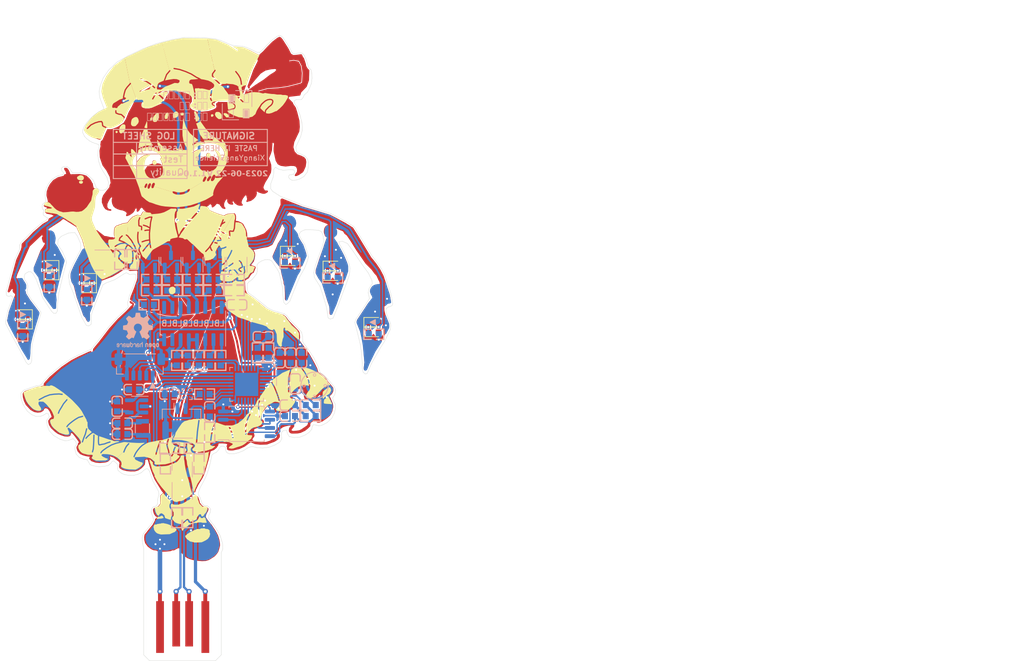
<source format=kicad_pcb>
(kicad_pcb (version 20221018) (generator pcbnew)
  (title_block (title "Fraduino") (date "2023-06-21") (rev "1.0") (comment 1 "审核: 向阳") (comment 2 "制图: 向阳"))
  (layers (0 "F.Cu" signal) (31 "B.Cu" signal) (34 "B.Paste" user) (35 "F.Paste" user) (36 "B.SilkS" user "B.Silkscreen") (37 "F.SilkS" user "F.Silkscreen") (38 "B.Mask" user) (39 "F.Mask" user) (44 "Edge.Cuts" user))
  (net 0 "")
  (net 1 "Net-(D1-K)")
  (net 2 "Net-(D1-A)")
  (net 3 "Net-(D3-K)")
  (net 4 "Net-(D3-A)")
  (net 5 "Net-(D5-K)")
  (net 6 "Net-(D5-A)")
  (net 7 "Net-(D7-K)")
  (net 8 "Net-(D7-A)")
  (net 9 "Net-(D10-K)")
  (net 10 "Net-(D10-A)")
  (net 11 "Net-(D11-K)")
  (net 12 "Net-(D11-A)")
  (net 13 "Net-(Q1-B)")
  (net 14 "GND")
  (net 15 "Net-(Q2-B)")
  (net 16 "Net-(Q3-B)")
  (net 17 "Net-(Q4-B)")
  (net 18 "Net-(Q5-B)")
  (net 19 "+3.3V")
  (net 20 "/板板/LED_A")
  (net 21 "/板板/LED_B")
  (net 22 "/板板/LED_C")
  (net 23 "/板板/LED_D")
  (net 24 "/板板/LED_E")
  (net 25 "/板板/LED_F")
  (net 26 "Net-(Q6-B)")
  (net 27 "Net-(Q7-B)")
  (net 28 "Net-(Q7-E)")
  (net 29 "/板板/USB_RE_ENUM")
  (net 30 "/板板/QSPI_~{CS}")
  (net 31 "/板板/QSPI_CLK")
  (net 32 "/板板/QSPI_IO3")
  (net 33 "/板板/QSPI_IO2")
  (net 34 "/板板/SAI_SCK")
  (net 35 "/板板/SAI_FS")
  (net 36 "/板板/SAI_SD")
  (net 37 "/板板/SWDIO")
  (net 38 "/板板/SWCLK")
  (net 39 "Net-(U3-E3)")
  (net 42 "Net-(U3-O4)")
  (net 43 "/板板/OSC32_N")
  (net 44 "/板板/OSC32_P")
  (net 45 "Net-(U1D-PH3{slash}BOOT0)")
  (net 46 "/板板/U_D-")
  (net 47 "/板板/U_D+")
  (net 48 "USB_VBUS")
  (net 49 "/板板/D+")
  (net 50 "/板板/D-")
  (net 51 "Net-(U3-A0)")
  (net 52 "/板板/LED_SEL_A")
  (net 53 "Net-(U3-A1)")
  (net 54 "/板板/LED_SEL_B")
  (net 55 "Net-(U3-A2)")
  (net 56 "/板板/LED_SEL_C")
  (net 57 "/板板/LED_PWM")
  (net 58 "/板板/QSPI_IO1")
  (net 59 "/板板/QSPI_IO0")
  (net 60 "/板板/TSC_IO1")
  (net 61 "/板板/TSC_IO2")
  (net 62 "/板板/TSC_IO3")
  (net 63 "/板板/TSC_IO4")
  (net 64 "Net-(MK1-+)")
  (net 65 "/板板/MIC")
  (net 66 "Net-(J2-Pin_1)")
  (net 67 "Net-(J2-Pin_2)")
  (net 68 "Net-(U5-LRCLK)")
  (net 69 "/板板/~{RST}")
  (net 70 "Net-(U6-EN)")
  (net 71 "Net-(U6-BYP)")
  (footprint "LED_SMD:LED_0603_1608Metric" (layer "F.Cu") (at 144.9 74.6)
    (fp_text reference "D10" hide)
    (fp_text value "LED")
  )
  (footprint "LED_SMD:LED_0603_1608Metric" (layer "F.Cu") (at 106.9 75 180)
    (fp_text reference "D6" hide)
    (fp_text value "LED")
  )
  (footprint "mylib2:USB_TypeA_OnBoard" (layer "F.Cu") (at 121.7 128.9)
    (fp_text reference "J1" hide)
    (fp_text value "USB_A_Board")
  )
  (footprint "LED_SMD:LED_0603_1608Metric" (layer "F.Cu") (at 106.9 76.5 180)
    (fp_text reference "D5" hide)
    (fp_text value "LED")
  )
  (footprint "LED_SMD:LED_0603_1608Metric" (layer "F.Cu") (at 138.3 70.8)
    (fp_text reference "D7" hide)
    (fp_text value "LED")
  )
  (footprint "LED_SMD:LED_0603_1608Metric" (layer "F.Cu") (at 97 82.1 180)
    (fp_text reference "D2" hide)
    (fp_text value "LED")
  )
  (footprint "LED_SMD:LED_0603_1608Metric" (layer "F.Cu") (at 151.2 81.8)
    (fp_text reference "D11" hide)
    (fp_text value "LED")
  )
  (footprint "LED_SMD:LED_0603_1608Metric" (layer "F.Cu") (at 151.2 83.3)
    (fp_text reference "D12" hide)
    (fp_text value "LED")
  )
  (footprint "LED_SMD:LED_0603_1608Metric" (layer "F.Cu") (at 138.3 72.3)
    (fp_text reference "D8" hide)
    (fp_text value "LED")
  )
  (footprint "LED_SMD:LED_0603_1608Metric" (layer "F.Cu") (at 101.1 73 180)
    (fp_text reference "D4" hide)
    (fp_text value "LED")
  )
  (footprint "LED_SMD:LED_0603_1608Metric" (layer "F.Cu") (at 144.9 73.1)
    (fp_text reference "D9" hide)
    (fp_text value "LED")
  )
  (footprint "LED_SMD:LED_0603_1608Metric" (layer "F.Cu") (at 97 80.6 180)
    (fp_text reference "D1" hide)
    (fp_text value "LED")
  )
  (footprint "LED_SMD:LED_0603_1608Metric" (layer "F.Cu") (at 101.1 74.5 180)
    (fp_text reference "D3" hide)
    (fp_text value "LED")
  )
  (footprint "Package_TO_SOT_SMD:SOT-23-5" (layer "B.Cu") (at 114.6 94.8 180)
    (fp_text reference "U6" hide)
    (fp_text value "TPS79333")
  )
  (footprint "lc_lib:0603_R" (layer "B.Cu") (at 106.9 77.55 -90)
    (fp_text reference "R7" hide)
    (fp_text value locked "10K")
  )
  (footprint "mylib2:Inductor_L2.5mm_W2.0mm" (layer "B.Cu") (at 115.5 98.2 90)
    (fp_text reference "L1" hide)
    (fp_text value "10uH")
  )
  (footprint "Crystal:Crystal_SMD_3215-2Pin_3.2x1.5mm" (layer "B.Cu") (at 137.1 90.9 90)
    (fp_text reference "Y1" hide)
    (fp_text value "32.768kHz")
  )
  (footprint "Package_TO_SOT_SMD:SOT-23-6" (layer "B.Cu") (at 121.65 108.35 -90)
    (fp_text reference "U4" hide)
    (fp_text value "SRV05-4" hide)
  )
  (footprint "lc_lib:0603_R" (layer "B.Cu") (at 116.9 75.2 180)
    (fp_text reference "R5" hide)
    (fp_text value locked "10K")
  )
  (footprint "lc_lib:0603_R" (layer "B.Cu") (at 129.7 76.9)
    (fp_text reference "R12" hide)
    (fp_text value "2.2R")
  )
  (footprint "mylib2:MIC_4013" (layer "B.Cu") (at 142.1 91.6 180)
    (fp_text reference "MK1" hide)
    (fp_text value "4013")
  )
  (footprint "lc_lib:0603_R" (layer "B.Cu") (at 151.25 83.65)
    (fp_text reference "R16" hide)
    (fp_text value "10K")
  )
  (footprint "lc_lib:0603_R" (layer "B.Cu") (at 126.5 76.9)
    (fp_text reference "R15" hide)
    (fp_text value "2.2R")
  )
  (footprint "Package_TO_SOT_SMD:SOT-23" (layer "B.Cu") (at 126.7 72.4 90)
    (fp_text reference "Q5" hide)
    (fp_text value "SS8550")
  )
  (footprint "Connector_JST:JST_SH_BM05B-SRSS-TB_1x05-1MP_P1.00mm_Vertical" (layer "B.Cu") (at 115.1 88.7 180)
    (fp_text reference "J3" hide)
    (fp_text value "SH1.0x5")
  )
  (footprint "lc_lib:0603_C" (layer "B.Cu") (at 119.7 92.9 180)
    (fp_text reference "C8" hide)
    (fp_text value "1uF")
  )
  (footprint "lc_lib:0603_R" (layer "B.Cu") (at 97 83.15 -90)
    (fp_text reference "R1" hide)
    (fp_text value "10K")
  )
  (footprint "lc_lib:0603_R" (layer "B.Cu") (at 120.1 75.2 180)
    (fp_text reference "R2" hide)
    (fp_text value "10K")
  )
  (footprint "Connector_JST:JST_GH_BM02B-GHS-TBT_1x02-1MP_P1.25mm_Vertical" (layer "B.Cu") (at 121.55 97.1)
    (fp_text reference "J2" hide)
    (fp_text value "GH1.25x2")
  )
  (footprint "lc_lib:0603_R" (layer "B.Cu") (at 123.5 101.25 180)
    (fp_text reference "R33" hide)
    (fp_text value "100R")
  )
  (footprint "lc_lib:0603_R" (layer "B.Cu") (at 113.9 72.1 90)
    (fp_text reference "R9" hide)
    (fp_text value "2.2R")
  )
  (footprint "Package_SO:SOIC-8_5.23x5.23mm_P1.27mm" (layer "B.Cu") (at 131.6 97.5)
    (fp_text reference "U2" hide)
    (fp_text value "W25Q32JVSS")
  )
  (footprint "lc_lib:0603_C" (layer "B.Cu") (at 112.4 97.4 180)
    (fp_text reference "C13" hide)
    (fp_text value "1uF")
  )
  (footprint "lc_lib:0603_R" (layer "B.Cu") (at 116.5 79.1)
    (fp_text reference "R19" hide)
    (fp_text value locked "0R")
  )
  (footprint "lc_lib:0603_R" (layer "B.Cu") (at 124.2 87.7 -90)
    (fp_text reference "R28" hide)
    (fp_text value "22R")
  )
  (footprint "Package_TO_SOT_SMD:SOT-23" (layer "B.Cu") (at 123.3 72.4 90)
    (fp_text reference "Q6" hide)
    (fp_text value "SS8550")
  )
  (footprint "lc_lib:0603_C" (layer "B.Cu") (at 136.7 87.3 90)
    (fp_text reference "C11" hide)
    (fp_text value "1uF")
  )
  (footprint "lc_lib:0603_R" (layer "B.Cu") (at 123.3 76.9)
    (fp_text reference "R18" hide)
    (fp_text value "2.2R")
  )
  (footprint "lc_lib:0603_R" (layer "B.Cu") (at 122.5 87.7 -90)
    (fp_text reference "R29" hide)
    (fp_text value "22R")
  )
  (footprint "Symbol:OSHW-Logo2_7.3x6mm_SilkScreen" (layer "B.Cu") (at 114.8 83.1 180)
    (fp_text reference "Sym1" hide)
    (fp_text value "Logo_Open_Hardware_Large" hide)
  )
  (footprint "lc_lib:0603_R" (layer "B.Cu") (at 125.9 87.7 -90)
    (fp_text reference "R27" hide)
    (fp_text value "22R")
  )
  (footprint "lc_lib:0603_C" (layer "B.Cu") (at 138.4 87.3 -90)
    (fp_text reference "C3" hide)
    (fp_text value "12pF")
  )
  (footprint "lc_lib:0603_R" (layer "B.Cu") (at 127.6 87.7 -90)
    (fp_text reference "R26" hide)
    (fp_text value locked "22R")
  )
  (footprint "lc_lib:0603_R" (layer "B.Cu") (at 133.3 86.53 -90)
    (fp_text reference "R22" hide)
    (fp_text value "100K")
  )
  (footprint "lc_lib:0603_C" (layer "B.Cu") (at 140.1 87.3 90)
    (fp_text reference "C5" hide)
    (fp_text value "1uF")
  )
  (footprint "lc_lib:0603_C" (layer "B.Cu") (at 130.1 79.1)
    (fp_text reference "C1" hide)
    (fp_text value locked "1uF")
  )
  (footprint "Package_TO_SOT_SMD:SOT-23" (layer "B.Cu") (at 119.9 72.4 90)
    (fp_text reference "Q1" hide)
    (fp_text value "SS8550")
  )
  (footprint "lc_lib:0603_C" (layer "B.Cu") (at 138.3 96.3 180)
    (fp_text reference "C7" hide)
    (fp_text value "1uF")
  )
  (footprint "lc_lib:0603_C" (layer "B.Cu") (at 114.2 92.2 180)
    (fp_text reference "C10" hide)
    (fp_text value "1uF")
  )
  (footprint "lc_lib:0603_R" (layer "B.Cu") (at 120.1 76.9)
    (fp_text reference "R3" hide)
    (fp_text value "2.2R")
  )
  (footprint "Package_SO:SOP-16_3.9x9.9mm_P1.27mm" (layer "B.Cu") (at 123.3 82 90)
    (fp_text reference "U3" hide)
    (fp_text value "74LS138")
  )
  (footprint "lc_lib:0603_R" (layer "B.Cu") (at 125.1 92.9)
    (fp_text reference "R34" hide)
    (fp_text value "0R")
  )
  (footprint "Package_TO_SOT_SMD:SOT-23" (layer "B.Cu") (at 108.8 72.2 180)
    (fp_text reference "Q3" hide)
    (fp_text value "SS8550")
  )
  (footprint "lc_lib:0603_C" (layer "B.Cu") (at 138.295 94.6 180)
    (fp_text reference "C9" hide)
    (fp_text value "1nF")
  )
  (footprint "lc_lib:0603_R" (layer "B.Cu") (at 141.51 94.59)
    (fp_text reference "R23" hide)
    (fp_text value "10K")
  )
  (footprint "lc_lib:0603_C" (layer "B.Cu") (at 125.9 95.6 -90)
    (fp_text reference "C2" hide)
    (fp_text value "1uF")
  )
  (footprint "Package_DFN_QFN:QFN-32-1EP_5x5mm_P0.5mm_EP3.6x3.6mm" (layer "B.Cu") (at 131.6 91.4 180)
    (fp_text reference "U1" hide)
    (fp_text value "STM32L432KBU6")
  )
  (footprint "lc_lib:0603_R" (layer "B.Cu") (at 124.25 103.7 90)
    (fp_text reference "R31" hide)
    (fp_text value locked "10K")
  )
  (footprint "lc_lib:0603_R" (layer "B.Cu") (at 141.5 96.3 180)
    (fp_text reference "R44" hide)
    (fp_text value "2.2K")
  )
  (footprint "lc_lib:0603_R" (layer "B.Cu") (at 122.5 112 90)
    (fp_text reference "R25" hide)
    (fp_text value locked "2.2R")
  )
  (footprint "lc_lib:0603_R" (layer "B.Cu") (at 129.7 75.2 180)
    (fp_text reference "R11" hide)
    (fp_text value "10K")
  )
  (footprint "Package_TO_SOT_SMD:SOT-23" (layer "B.Cu") (at 130.1 72.4 90)
    (fp_text reference "Q4" hide)
    (fp_text value "SS8550")
  )
  (footprint "lc_lib:0603_C" (layer "B.Cu") (at 134.15 84.05)
    (fp_text reference "C14" hide)
    (fp_text value "1nF")
  )
  (footprint "lc_lib:0603_R" (layer "B.Cu") (at 123.3 75.2 180)
    (fp_text reference "R17" hide)
    (fp_text value "10K")
  )
  (footprint "lc_lib:0603_R" (layer "B.Cu") (at 126.5 75.2 180)
    (fp_text reference "R14" hide)
    (fp_text value "10K")
  )
  (footprint "lc_lib:0603_R" (layer "B.Cu") (at 120.8 112 -90)
    (fp_text reference "R24" hide)
    (fp_text value locked "2.2R")
  )
  (footprint "lc_lib:0603_R" (layer "B.Cu") (at 135.000001 86.53 -90)
    (fp_text reference "R21" hide)
    (fp_text value "N.C.")
  )
  (footprint "lc_lib:0603_R" (layer "B.Cu") (at 144.9 74.95)
    (fp_text reference "R13" hide)
    (fp_text value "10K")
  )
  (footprint "lc_lib:0603_R" (layer "B.Cu") (at 120.8 87.7 -90)
    (fp_text reference "R20" hide)
    (fp_text value "10K")
  )
  (footprint "lc_lib:0603_C" (layer "B.Cu") (at 112.4 99.1)
    (fp_text reference "C6" hide)
    (fp_text value "1uF")
  )
  (footprint "lc_lib:0603_C" (layer "B.Cu") (at 111.6 94.8 90)
    (fp_text reference "C12" hide)
    (fp_text value "2.2uF")
  )
  (footprint "lc_lib:0603_R" (layer "B.Cu") (at 101.1 75.55 -90)
    (fp_text reference "R4" hide)
    (fp_text value "10K")
  )
  (footprint "lc_lib:0603_R" (layer "B.Cu") (at 138.3 72.65)
    (fp_text reference "R10" hide)
    (fp_text value "10K")
  )
  (footprint "lc_lib:0603_R" (layer "B.Cu") (at 125.9 98.8 90)
    (fp_text reference "R37" hide)
    (fp_text value "10K")
  )
  (footprint "mylib2:WLCSP-9_3x3_1.437x1.347mm" (layer "B.Cu") (at 122.4 92.9 -90)
    (fp_text reference "U5" hide)
    (fp_text value "MAX98357AEWL+T")
  )
  (footprint "lc_lib:0603_R" (layer "B.Cu") (at 116.9 76.9)
    (fp_text reference "R6" hide)
    (fp_text value locked "2.2R")
  )
  (footprint "lc_lib:0603_R" (layer "B.Cu") (at 112 72.1 -90)
    (fp_text reference "R8" hide)
    (fp_text value "10K")
  )
  (footprint "lc_lib:0603_C" (layer "B.Cu") (at 139.1 91.3 -90)
    (fp_text reference "C4" hide)
    (fp_text value "12pF")
  )
  (footprint "lc_lib:0603_R" (layer "B.Cu") (at 119.05 103.7 90)
    (fp_text reference "R30" hide)
    (fp_text value locked "1.5K")
  )
  (footprint "Package_TO_SOT_SMD:SOT-23" (layer "B.Cu") (at 121.65 104.05 90)
    (fp_text reference "Q7" hide)
    (fp_text value "SS8050")
  )
  (footprint "Package_TO_SOT_SMD:SOT-23" (layer "B.Cu") (at 116.5 72.4 90)
    (fp_text reference "Q2" hide)
    (fp_text value locked "SS8550")
  )
  (footprint "lc_lib:0603_R" (layer "B.Cu") (at 119.7 101.25 180)
    (fp_text reference "R32" hide)
    (fp_text value "36K")
  )
  (gr_line locked (start 122.4 52) (end 111 52) (stroke (width 0.15)) (layer "B.SilkS"))
  (gr_line locked (start 132.41 48.47) (end 132.41 46) (stroke (width 0.12)) (layer "B.SilkS"))
  (gr_line locked (start 132.41 46) (end 129.9 46) (stroke (width 0.12)) (layer "B.SilkS"))
  (gr_line locked (start 111 52) (end 111 59.6) (stroke (width 0.15)) (layer "B.SilkS"))
  (gr_poly locked (pts (xy 138.6 71.199999) (xy 138.6 70.4) (xy 137.800001 70.799999)) (stroke (width 0.15)) (fill solid) (layer "B.SilkS"))
  (gr_poly locked (pts (xy 96.6 80.2) (xy 96.6 80.999999) (xy 97.4 80.6)) (stroke (width 0.15)) (fill solid) (layer "B.SilkS"))
  (gr_poly locked (pts (xy 116.7 92) (xy 117.5 92) (xy 117.1 91.2)) (stroke (width 0.15)) (fill solid) (layer "B.SilkS"))
  (gr_line locked (start 127.84 48.04) (end 127.84 50.51) (stroke (width 0.12)) (layer "B.SilkS"))
  (gr_line locked (start 122.4 54) (end 111 54) (stroke (width 0.15)) (layer "B.SilkS"))
  (gr_line locked (start 134.8 54) (end 123.4 54) (stroke (width 0.15)) (layer "B.SilkS"))
  (gr_line locked (start 123.4 52) (end 123.4 57.6) (stroke (width 0.15)) (layer "B.SilkS"))
  (gr_line locked (start 123.4 57.6) (end 134.8 57.6) (stroke (width 0.15)) (layer "B.SilkS"))
  (gr_line locked (start 122.4 55.8) (end 111 55.8) (stroke (width 0.15)) (layer "B.SilkS"))
  (gr_poly locked (pts (xy 145.2 73.499999) (xy 145.2 72.7) (xy 144.400001 73.099999)) (stroke (width 0.15)) (fill solid) (layer "B.SilkS"))
  (gr_line locked (start 134.8 52) (end 123.4 52) (stroke (width 0.15)) (layer "B.SilkS"))
  (gr_line locked (start 114.6 54) (end 114.6 59.6) (stroke (width 0.15)) (layer "B.SilkS"))
  (gr_line locked (start 127.84 50.51) (end 130.37 50.51) (stroke (width 0.12)) (layer "B.SilkS"))
  (gr_poly locked (pts (xy 151.5 82.199999) (xy 151.5 81.4) (xy 150.700001 81.799999)) (stroke (width 0.15)) (fill solid) (layer "B.SilkS"))
  (gr_line locked (start 122.4 57.6) (end 111 57.6) (stroke (width 0.15)) (layer "B.SilkS"))
  (gr_line locked (start 134.8 57.6) (end 134.8 52) (stroke (width 0.15)) (layer "B.SilkS"))
  (gr_poly locked (pts (xy 106.6 74.600001) (xy 106.6 75.4) (xy 107.4 75.000001)) (stroke (width 0.15)) (fill solid) (layer "B.SilkS"))
  (gr_line locked (start 111 59.6) (end 122.4 59.6) (stroke (width 0.15)) (layer "B.SilkS"))
  (gr_line locked (start 122.4 59.6) (end 122.4 52) (stroke (width 0.15)) (layer "B.SilkS"))
  (gr_poly locked (pts (xy 100.7 72.600001) (xy 100.7 73.4) (xy 101.5 73.000001)) (stroke (width 0.15)) (fill solid) (layer "B.SilkS"))
  (gr_poly locked (pts (arc (start 143.413965 93.660042) (mid 143.410788 93.658902) (end 143.409059 93.656004)) (xy 143.409066 93.656012) (arc (start 143.364971 93.43129) (mid 143.364904 93.430848) (end 143.364877 93.430401)) (xy 143.364876 93.430402) (xy 143.356056 92.831172) (xy 143.356066 92.830782) (arc (start 143.373696 92.553206) (mid 143.37413 92.551463) (end 143.375151 92.549986)) (xy 143.375156 92.549982) (arc (start 143.555926 92.369347) (mid 143.556142 92.369142) (end 143.55637 92.368951)) (xy 143.556366 92.368942) (arc (start 143.887048 92.108977) (mid 143.887227 92.108843) (end 143.887411 92.108718)) (xy 143.887416 92.108712) (arc (start 144.178397 91.919263) (mid 144.179175 91.918849) (end 144.180014 91.918578)) (xy 144.180016 91.918572) (arc (start 144.431326 91.861297) (mid 144.431879 91.861204) (end 144.432439 91.861172)) (arc (start 144.432438 91.861172) (mid 144.433586 91.861306) (end 144.434672 91.8617)) (xy 144.434666 91.861702) (arc (start 144.53167 91.910169) (mid 144.533039 91.911175) (end 144.533992 91.912582)) (xy 144.533996 91.912582) (arc (start 144.59572 92.049159) (mid 144.595871 92.04953) (end 144.595992 92.049913)) (xy 144.595986 92.049912) (arc (start 144.670943 92.327508) (mid 144.671072 92.328155) (end 144.671116 92.328814)) (arc (start 144.671116 92.328815) (mid 144.671007 92.329849) (end 144.670687 92.330838)) (xy 144.670686 92.330832) (arc (start 144.569293 92.559947) (mid 144.569193 92.560162) (end 144.569082 92.560371)) (xy 144.569086 92.560362) (arc (start 144.405938 92.851166) (mid 144.405198 92.852169) (end 144.404232 92.852958)) (xy 144.404226 92.852962) (xy 144.073706 93.059962) (xy 143.695136 93.332692) (arc (start 143.41778 93.65829) (mid 143.416067 93.65959) (end 143.413967 93.660052)) (xy 143.413966 93.660052)) (fill solid) (layer "F.SilkS"))
  (gr_poly locked (pts (xy 122.314546 103.098892) (xy 122.226256 102.898302) (xy 122.217676 102.458532) (xy 122.187586 102.348492) (xy 122.194126 102.256862) (xy 122.251276 102.102552) (xy 122.374186 101.880132) (xy 122.476636 101.670972) (xy 122.467696 101.412652) (arc (start 122.422941 101.184462) (mid 122.422912 101.1843) (end 122.422888 101.184137)) (xy 122.422896 101.184142) (arc (start 122.400467 101.009359) (mid 122.400436 101.009041) (end 122.400426 101.008721)) (xy 122.400426 101.008722) (xy 122.400436 101.008382) (xy 122.413866 100.816102) (xy 122.415536 100.687932) (xy 122.399536 100.605062) (xy 122.405246 100.550772) (xy 122.440106 100.515912) (xy 122.507756 100.494942) (xy 122.603776 100.536092) (xy 122.709216 100.582382) (xy 122.844016 100.641002) (xy 122.969856 100.700642) (xy 123.203886 100.809942) (xy 123.311896 100.844662) (xy 123.324756 100.919242) (xy 123.282316 100.965532) (xy 123.156626 101.058912) (xy 123.017746 101.223502) (xy 122.957316 101.447252) (xy 123.006176 101.687702) (xy 123.151486 101.920452) (xy 123.458916 102.038872) (xy 123.732806 102.098022) (xy 124.087706 102.148172) (xy 124.369316 102.122452) (xy 124.549336 102.087732) (xy 124.788506 102.009302) (xy 125.131836 102.006722) (xy 125.289996 101.937292) (xy 125.571876 101.877172) (xy 125.782886 101.778492) (arc (start 125.789436 101.8274) (mid 125.789459 101.827676) (end 125.789466 101.827953)) (arc (start 125.789476 101.827953) (mid 125.78944 101.828549) (end 125.789334 101.829137)) (xy 125.789326 101.829132) (xy 125.723126 102.101242) (arc (start 125.654628 102.660134) (mid 125.654589 102.660393) (end 125.654537 102.660649)) (xy 125.654546 102.660652) (xy 125.483266 103.402432) (xy 125.483206 103.402682) (arc (start 125.254811 104.201511) (mid 125.254757 104.201686) (end 125.254697 104.201859)) (xy 125.254696 104.201862) (xy 124.923526 105.103382) (xy 124.923446 105.103602) (arc (start 124.592286 105.891029) (mid 124.592078 105.891464) (end 124.591829 105.891878)) (xy 124.591826 105.891872) (xy 123.986856 106.793022) (arc (start 123.825096 107.176601) (mid 123.825031 107.176748) (end 123.824961 107.176893)) (xy 123.824966 107.176892) (xy 123.685046 107.456562) (xy 123.490866 107.961942) (xy 123.417226 108.027112) (xy 123.392506 107.936232) (xy 123.345116 107.749562) (xy 123.290916 107.470742) (xy 123.134046 106.686362) (xy 122.995166 106.076862) (xy 122.879436 105.671802) (xy 122.741846 105.152312) (xy 122.635126 104.661112) (xy 122.564396 104.321642) (xy 122.494246 104.062852) (xy 122.433096 103.903412) (xy 122.394806 103.685092) (xy 122.357196 103.265472)) (fill solid) (layer "F.SilkS"))
  (gr_poly locked (pts (arc (start 119.894533 112.28403) (mid 119.893279 112.287177) (end 119.890306 112.288802)) (arc (start 119.760734 112.309051) (mid 119.760349 112.309096) (end 119.759962 112.309112)) (arc (start 119.75997 112.309112) (mid 119.759292 112.309066) (end 119.758626 112.308929)) (xy 119.758626 112.308932) (arc (start 119.584555 112.260364) (mid 119.584424 112.260325) (end 119.584293 112.260283)) (xy 119.584296 112.260282) (xy 119.345436 112.179382) (xy 119.345426 112.179382) (arc (start 119.16727 112.118674) (mid 119.166977 112.118564) (end 119.166691 112.118435)) (xy 119.166696 112.118432) (arc (start 119.000705 112.037536) (mid 118.999147 112.03635) (end 118.998165 112.034658)) (xy 118.998156 112.034652) (arc (start 118.941494 111.868766) (mid 118.941352 111.868267) (end 118.941263 111.867755)) (xy 118.941266 111.867762) (xy 118.921146 111.702962) (xy 118.869466 111.619522) (xy 118.684146 111.450432) (xy 118.463376 111.322082) (xy 118.364726 111.333912) (xy 118.144646 111.445872) (arc (start 118.094038 111.593436) (mid 118.093755 111.594104) (end 118.093378 111.594723)) (xy 118.093376 111.594722) (arc (start 118.032413 111.679991) (mid 118.030632 111.681529) (end 118.028345 111.682082)) (arc (start 118.028346 111.682082) (mid 118.028168 111.682079) (end 118.02799 111.682069)) (xy 118.027996 111.682072) (arc (start 117.914222 111.673939) (mid 117.912772 111.673615) (end 117.911481 111.672878)) (xy 117.911486 111.672882) (arc (start 117.757103 111.551066) (mid 117.756421 111.550415) (end 117.755873 111.549648)) (xy 117.755876 111.549652) (arc (start 117.638039 111.346628) (mid 117.637908 111.346386) (end 117.63779 111.346137)) (xy 117.637796 111.346132) (arc (start 117.515902 111.070031) (mid 117.515743 111.069623) (end 117.51562 111.069204)) (xy 117.515616 111.069212) (arc (start 117.462782 110.853991) (mid 117.462693 110.853542) (end 117.462645 110.853087)) (xy 117.462646 110.853092) (xy 117.450486 110.642502) (arc (start 117.410019 110.496842) (mid 117.409882 110.496179) (end 117.409836 110.495504)) (arc (start 117.409836 110.495504) (mid 117.409906 110.494667) (end 117.410115 110.493854)) (xy 117.410116 110.493852) (arc (start 117.437976 110.414123) (mid 117.439351 110.412056) (end 117.441552 110.410905)) (xy 117.441556 110.410902) (xy 117.579006 110.378592) (arc (start 117.744877 110.305834) (mid 117.745859 110.305519) (end 117.746885 110.305413)) (arc (start 117.746887 110.305402) (mid 117.747121 110.305408) (end 117.747355 110.305425)) (xy 117.747356 110.305432) (xy 117.875896 110.317452) (xy 117.991066 110.269822) (xy 118.249556 109.914632) (xy 118.301576 109.810682) (xy 118.301576 108.859512) (arc (start 118.289424 108.628609) (mid 118.289418 108.628477) (end 118.289416 108.628345)) (arc (start 118.289416 108.628342) (mid 118.289849 108.626307) (end 118.291073 108.624624)) (xy 118.291066 108.624622) (xy 118.372026 108.551832) (arc (start 118.627371 108.276377) (mid 118.628075 108.275748) (end 118.628885 108.275262)) (xy 118.628886 108.275262) (arc (start 118.722172 108.23069) (mid 118.723223 108.230325) (end 118.724328 108.230202)) (arc (start 118.724333 108.230202) (mid 118.725212 108.230279) (end 118.726064 108.230509)) (xy 118.726066 108.230512) (arc (start 118.803125 108.25888) (mid 118.804848 108.259954) (end 118.806002 108.261624)) (xy 118.806006 108.261622) (xy 118.850346 108.366402) (xy 118.935066 108.475242) (xy 119.137806 108.718382) (xy 119.299966 108.912842) (xy 119.494456 109.127432) (arc (start 119.656551 109.28133) (mid 119.656774 109.281555) (end 119.656983 109.281795)) (xy 119.656986 109.281792) (arc (start 119.819219 109.4804) (mid 119.819714 109.481128) (end 119.820073 109.481932)) (xy 119.820066 109.481932) (arc (start 119.860632 109.599486) (mid 119.860837 109.600292) (end 119.860907 109.60112)) (arc (start 119.860906 109.601116) (mid 119.860864 109.601762) (end 119.860738 109.602396)) (xy 119.860736 109.602392) (arc (start 119.824241 109.740189) (mid 119.823883 109.741143) (end 119.823339 109.742004)) (xy 119.823336 109.742002) (xy 119.734686 109.854752) (xy 119.674336 110.051762) (xy 119.671866 110.373072) (xy 119.760246 110.549682) (arc (start 119.889599 110.735492) (mid 119.889913 110.736007) (end 119.890162 110.736556)) (xy 119.890166 110.736552) (xy 119.991296 110.999372) (arc (start 120.088389 111.20554) (mid 120.088745 111.206579) (end 120.088866 111.207671)) (arc (start 120.088866 111.20767) (mid 120.088861 111.207896) (end 120.088846 111.208122)) (xy 120.088856 111.208122) (xy 120.076736 111.341352) (xy 120.084806 111.636402) (arc (start 120.084806 111.636541) (mid 120.084607 111.63794) (end 120.084024 111.639227)) (xy 120.084026 111.639232) (xy 119.999266 111.772332) (xy 119.906626 112.005792) (xy 119.898566 112.162712)) (fill solid) (layer "F.SilkS"))
  (gr_poly locked (pts (arc (start 101.836037 96.345972) (mid 101.832831 96.344834) (end 101.831063 96.341928)) (xy 101.831066 96.341932) (xy 101.757696 96.157482) (xy 101.567796 95.697052) (xy 101.314396 95.266162) (xy 101.079806 94.990112) (xy 101.079736 94.990032) (xy 100.716266 94.543572) (xy 100.425006 94.267602) (xy 100.172686 94.075682) (xy 99.825836 94.068152) (arc (start 99.572963 94.068156) (mid 99.572526 94.068213) (end 99.572086 94.068232)) (arc (start 99.572086 94.068232) (mid 99.568666 94.066908) (end 99.567028 94.063626)) (xy 99.567026 94.063622) (arc (start 99.548359 93.864414) (mid 99.548342 93.864177) (end 99.548336 93.863939)) (arc (start 99.548336 93.863932) (mid 99.549824 93.86034) (end 99.553416 93.858852)) (arc (start 99.553415 93.858862) (mid 99.576999 93.855937) (end 99.599153 93.847338)) (xy 99.599156 93.847332) (arc (start 100.44157 93.394002) (mid 100.441862 93.393856) (end 100.442162 93.39373)) (xy 100.442166 93.393732) (arc (start 101.191617 93.106925) (mid 101.192181 93.106747) (end 101.192762 93.106636)) (xy 101.192756 93.106632) (arc (start 101.910522 93.010978) (mid 101.910744 93.010953) (end 101.910967 93.010937)) (xy 101.910966 93.010942) (xy 102.631016 92.978972) (arc (start 102.631244 92.978962) (mid 102.631605 92.978975) (end 102.631963 92.979013)) (xy 102.631966 92.979012) (arc (start 103.079294 93.042882) (mid 103.086097 93.043609) (end 103.092934 93.043852)) (arc (start 103.092936 93.043842) (mid 103.161186 93.015572) (end 103.189456 92.947323)) (arc (start 103.189456 92.947322) (mid 103.16585 92.884079) (end 103.106577 92.851771)) (arc (start 103.106577 92.851771) (mid 103.103458 92.85007) (end 103.102216 92.846741)) (arc (start 103.102216 92.846747) (mid 103.102228 92.846395) (end 103.102264 92.846044)) (xy 103.102256 92.846042) (arc (start 103.139165 92.582058) (mid 103.140862 92.578929) (end 103.144197 92.577682)) (arc (start 103.144197 92.577682) (mid 103.146291 92.578134) (end 103.148013 92.579409)) (xy 103.148006 92.579402) (arc (start 103.992334 93.257171) (mid 103.994258 93.259036) (end 103.994966 93.261621)) (arc (start 103.994966 93.261622) (mid 103.994878 93.262566) (end 103.994615 93.263477)) (xy 103.994616 93.263482) (xy 103.831696 93.678772) (arc (start 103.831645 93.678899) (mid 103.829777 93.68124) (end 103.826915 93.682123)) (xy 103.826916 93.682122) (arc (start 103.826914 93.682122) (mid 103.786215 93.691123) (end 103.753107 93.716446)) (xy 103.753106 93.716442) (xy 103.231446 94.335522) (xy 102.879766 94.935012) (xy 102.879696 94.935122) (arc (start 102.586835 95.406622) (mid 102.582227 95.414926) (end 102.578458 95.423643)) (xy 102.578466 95.423652) (arc (start 102.431678 95.814865) (mid 102.427077 95.83154) (end 102.425526 95.848769)) (xy 102.425526 95.848762) (arc (start 102.425526 95.848773) (mid 102.425052 95.850916) (end 102.423717 95.852658)) (xy 102.423716 95.852652) (arc (start 101.839308 96.344778) (mid 101.837777 96.345664) (end 101.836036 96.345972))) (fill solid) (layer "F.SilkS"))
  (gr_poly locked (pts (arc (start 116.804511 50.621884) (mid 116.799952 50.623198) (end 116.795229 50.623642)) (arc (start 116.795226 50.623632) (mid 116.785002 50.621484) (end 116.776508 50.615402)) (xy 116.776506 50.615402) (arc (start 116.708028 50.540762) (mid 116.703564 50.533973) (end 116.701472 50.526121)) (xy 116.701476 50.526112) (arc (start 116.689033 50.401729) (mid 116.688938 50.400466) (end 116.688906 50.399199)) (arc (start 116.688906 50.3992) (mid 116.689315 50.394665) (end 116.690526 50.390275)) (xy 116.690526 50.390272) (arc (start 116.746556 50.240977) (mid 116.749163 50.235872) (end 116.752848 50.231481)) (xy 116.752846 50.231482) (arc (start 116.877337 50.113292) (mid 116.88541 50.108122) (end 116.894825 50.106312)) (arc (start 116.894826 50.106312) (mid 116.900025 50.10685) (end 116.905005 50.108441)) (xy 116.904996 50.108442) (arc (start 117.004594 50.152) (mid 117.015673 50.161367) (end 117.019816 50.175271)) (xy 117.019816 50.175272) (arc (start 117.019816 50.355639) (mid 117.019752 50.35744) (end 117.01956 50.359233)) (xy 117.019556 50.359232) (arc (start 116.99467 50.533406) (mid 116.989445 50.545572) (end 116.978808 50.553455)) (xy 116.978806 50.553452) (xy 116.804506 50.621882)) (fill solid) (layer "F.SilkS"))
  (gr_poly locked (pts (arc (start 127.298715 50.411832) (mid 127.290573 50.410491) (end 127.283291 50.406612)) (xy 127.283286 50.406602) (arc (start 127.068402 50.242373) (mid 127.067251 50.241441) (end 127.066157 50.240443)) (xy 127.066156 50.240442) (arc (start 126.863924 50.044656) (mid 126.861171 50.04151) (end 126.858971 50.037956)) (xy 126.858976 50.037952) (arc (start 126.700955 49.728484) (mid 126.698881 49.722874) (end 126.698176 49.716934)) (arc (start 126.698176 49.716932) (mid 126.698367 49.713826) (end 126.698936 49.710766)) (xy 126.698936 49.710772) (arc (start 126.762156 49.458117) (mid 126.764546 49.452032) (end 126.768409 49.446759)) (xy 126.768416 49.446752) (arc (start 126.894808 49.31414) (mid 126.902612 49.308572) (end 126.911924 49.306294)) (xy 126.911926 49.306292) (arc (start 127.164732 49.293652) (mid 127.165367 49.293629) (end 127.166002 49.293622)) (arc (start 127.165999 49.293622) (mid 127.167852 49.293689) (end 127.169694 49.293891)) (xy 127.169696 49.293882) (arc (start 127.384575 49.325483) (mid 127.391936 49.327747) (end 127.398281 49.332113)) (xy 127.398286 49.332112) (arc (start 127.613166 49.534217) (mid 127.615784 49.537086) (end 127.617934 49.540321)) (xy 127.617936 49.540322) (arc (start 127.738025 49.755055) (mid 127.740287 49.760503) (end 127.741231 49.766326)) (xy 127.741236 49.766322) (arc (start 127.753861 50.050546) (mid 127.75388 50.05111) (end 127.753886 50.051674)) (arc (start 127.753886 50.051681) (mid 127.753866 50.052681) (end 127.753807 50.05368)) (xy 127.753806 50.053682) (arc (start 127.734857 50.293681) (mid 127.730373 50.306206) (end 127.720174 50.314747)) (xy 127.720166 50.314752) (arc (start 127.555834 50.390537) (mid 127.551589 50.392054) (end 127.547143 50.392797)) (xy 127.547136 50.392802) (xy 127.300656 50.411752) (xy 127.298716 50.411822)) (fill solid) (layer "F.SilkS"))
  (gr_poly locked (pts (arc (start 117.793756 112.216752) (mid 117.791333 112.216126) (end 117.789518 112.214405)) (xy 117.789516 112.214402) (arc (start 117.758117 112.164243) (mid 117.757653 112.16329) (end 117.757401 112.162261)) (xy 117.757396 112.162262) (arc (start 117.749552 112.104246) (mid 117.749518 112.103912) (end 117.749506 112.103576)) (arc (start 117.749506 112.103578) (mid 117.749537 112.103017) (end 117.74963 112.102462)) (xy 117.749626 112.102462) (arc (start 117.782583 111.958244) (mid 117.782943 111.95721) (end 117.783519 111.95628)) (xy 117.783516 111.956272) (arc (start 117.833727 111.892008) (mid 117.834197 111.891486) (end 117.834736 111.891035)) (xy 117.834736 111.891032) (arc (start 117.880225 111.858091) (mid 117.881452 111.857441) (end 117.88281 111.857154)) (xy 117.882816 111.857152) (arc (start 117.97222 111.850905) (mid 117.972394 111.850896) (end 117.972568 111.850892)) (xy 117.972566 111.850892) (xy 117.972776 111.850902) (xy 118.083886 111.855582) (xy 118.153346 111.850962) (xy 118.205516 111.827962) (arc (start 118.379298 111.715306) (mid 118.380331 111.714795) (end 118.381453 111.714534)) (xy 118.381446 111.714532) (arc (start 118.450492 111.706685) (mid 118.450774 111.70666) (end 118.451058 111.706652)) (xy 118.451056 111.706652) (xy 118.451266 111.706652) (arc (start 118.562644 111.711356) (mid 118.563917 111.711576) (end 118.565092 111.712115)) (xy 118.565096 111.712112) (arc (start 118.63256 111.754449) (mid 118.633636 111.755358) (end 118.634416 111.756531)) (xy 118.634406 111.756532) (xy 118.668566 111.827932) (arc (start 118.724509 111.886922) (mid 118.72515 111.887758) (end 118.725602 111.888709)) (xy 118.725596 111.888712) (arc (start 118.756974 111.978065) (mid 118.757185 111.978883) (end 118.757256 111.979725)) (xy 118.757256 111.979722) (xy 118.757256 111.979822) (arc (start 118.755675 112.056655) (mid 118.754781 112.059407) (end 118.752513 112.061202)) (xy 118.752516 112.061212) (arc (start 118.685074 112.087852) (mid 118.684172 112.088114) (end 118.683237 112.088202)) (xy 118.683236 112.088202) (xy 118.583716 112.088202) (arc (start 118.468437 112.13024) (mid 118.468149 112.130335) (end 118.467856 112.130413)) (xy 118.467856 112.130422) (arc (start 118.400423 112.146084) (mid 118.400081 112.146151) (end 118.399735 112.146193)) (xy 118.399736 112.146202) (arc (start 118.294626 112.155602) (mid 118.294404 112.155617) (end 118.294182 112.155622)) (arc (start 118.294183 112.155612) (mid 118.293882 112.155603) (end 118.293581 112.155576)) (xy 118.293586 112.155582) (xy 118.178476 112.141602) (arc (start 118.046086 112.178954) (mid 118.045412 112.179095) (end 118.044726 112.179142)) (xy 118.044526 112.179132) (xy 117.969916 112.176012) (xy 117.794886 112.216622)) (fill solid) (layer "F.SilkS"))
  (gr_poly locked (pts (arc (start 114.240792 51.518426) (mid 114.238532 51.518731) (end 114.236253 51.518832)) (arc (start 114.23625 51.518832) (mid 114.235547 51.518823) (end 114.234845 51.518794)) (xy 114.234846 51.518792) (arc (start 114.011149 51.506393) (mid 114.005418 51.505409) (end 114.000062 51.503147)) (xy 114.000066 51.503152) (arc (start 113.857166 51.422429) (mid 113.851984 51.418557) (end 113.847949 51.413501)) (xy 113.847946 51.413502) (arc (start 113.742327 51.239639) (mid 113.739664 51.233605) (end 113.738644 51.227088)) (xy 113.738646 51.227082) (arc (start 113.732434 50.978725) (mid 113.732428 50.978406) (end 113.732426 50.978088)) (arc (start 113.732416 50.978087) (mid 113.732505 50.975952) (end 113.732774 50.973833)) (xy 113.732776 50.973832) (arc (start 113.788706 50.644752) (mid 113.78927 50.642225) (end 113.790088 50.639769)) (xy 113.790086 50.639772) (arc (start 113.889507 50.385181) (mid 113.892982 50.379003) (end 113.898028 50.374026)) (xy 113.898026 50.374032) (arc (start 114.115478 50.212609) (mid 114.117319 50.211363) (end 114.119262 50.210282)) (xy 114.119266 50.210282) (arc (start 114.342936 50.098529) (mid 114.348148 50.096605) (end 114.353654 50.09586)) (xy 114.353656 50.095852) (arc (start 114.602193 50.089632) (mid 114.60251 50.089625) (end 114.602828 50.089622)) (arc (start 114.602828 50.089622) (mid 114.61147 50.091138) (end 114.619081 50.095505)) (xy 114.619076 50.095502) (arc (start 114.768199 50.219682) (mid 114.772096 50.223737) (end 114.775006 50.228551)) (xy 114.775016 50.228552) (arc (start 114.886856 50.470712) (mid 114.88807 50.473881) (end 114.88885 50.477183)) (xy 114.888846 50.477182) (arc (start 114.938551 50.775207) (mid 114.93881 50.777289) (end 114.938896 50.779386)) (arc (start 114.938896 50.779382) (mid 114.938465 50.784041) (end 114.937187 50.788542)) (xy 114.937186 50.788542) (arc (start 114.831547 51.061751) (mid 114.829485 51.065909) (end 114.826701 51.069622)) (xy 114.826696 51.069622) (xy 114.652736 51.262102) (xy 114.652656 51.262182) (arc (start 114.460042 51.47331) (mid 114.453576 51.478416) (end 114.445816 51.481183)) (xy 114.445826 51.481182) (xy 114.240796 51.518422)) (fill solid) (layer "F.SilkS"))
  (gr_poly locked (pts (arc (start 128.731176 48.913212) (mid 128.727584 48.911724) (end 128.726096 48.908132)) (arc (start 128.726096 48.908123) (mid 128.726098 48.907951) (end 128.726106 48.90778)) (xy 128.726116 48.907782) (xy 128.681446 48.486992) (arc (start 128.611232 47.823399) (mid 128.611085 47.822707) (end 128.611036 47.822001)) (arc (start 128.611036 47.821994) (mid 128.611049 47.821633) (end 128.611087 47.821275)) (xy 128.611086 47.821282) (arc (start 128.628587 47.698723) (mid 128.630288 47.695604) (end 128.633617 47.694362)) (arc (start 128.633615 47.694362) (mid 128.634427 47.694427) (end 128.635217 47.694621)) (xy 128.635216 47.694622) (arc (start 129.199774 47.88228) (mid 129.200422 47.882546) (end 129.201027 47.882898)) (xy 129.201026 47.882902) (arc (start 129.496884 48.083935) (mid 129.49716 48.084137) (end 129.497423 48.084357)) (xy 129.497416 48.084362) (arc (start 129.713368 48.27806) (mid 129.714336 48.279235) (end 129.714913 48.280644)) (xy 129.714916 48.280642) (arc (start 129.752634 48.436096) (mid 129.752741 48.436692) (end 129.752776 48.437296)) (arc (start 129.752776 48.437296) (mid 129.752757 48.437739) (end 129.7527 48.438178)) (xy 129.752696 48.438172) (arc (start 129.724348 48.598676) (mid 129.723851 48.600139) (end 129.722936 48.601385)) (xy 129.722936 48.601392) (arc (start 129.615439 48.708814) (mid 129.614327 48.709656) (end 129.613028 48.710163)) (xy 129.613026 48.710162) (xy 129.222066 48.803482) (xy 129.221946 48.803502) (arc (start 128.87201 48.878438) (mid 128.871084 48.878642) (end 128.870161 48.878855)) (xy 128.870156 48.878852) (xy 128.732406 48.913062)) (fill solid) (layer "F.SilkS"))
  (gr_poly locked (pts (xy 128.872036 75.502202) (arc (start 128.327765 75.478658) (mid 128.327534 75.478643) (end 128.327305 75.478617)) (xy 128.327296 75.478612) (arc (start 127.984956 75.431957) (mid 127.984623 75.431901) (end 127.984295 75.431822)) (xy 127.984296 75.431822) (arc (start 127.647111 75.33852) (mid 127.646078 75.338105) (end 127.645162 75.337472)) (xy 127.645166 75.337482) (arc (start 127.535262 75.241822) (mid 127.534086 75.240312) (end 127.533564 75.238472)) (xy 127.533556 75.238472) (arc (start 127.486464 74.682263) (mid 127.486451 74.682052) (end 127.486446 74.681841)) (arc (start 127.486446 74.681838) (mid 127.486483 74.681222) (end 127.486596 74.680616)) (xy 127.486596 74.680612) (arc (start 127.663029 73.979243) (mid 127.663498 73.977451) (end 127.664578 73.975947)) (xy 127.664576 73.975942) (arc (start 127.691369 73.950256) (mid 127.69299 73.949209) (end 127.694885 73.948842)) (xy 127.694886 73.948842) (xy 128.023136 73.948842) (xy 128.023286 73.948842) (arc (start 128.237562 73.955324) (mid 128.238106 73.95537) (end 128.238642 73.955474)) (xy 128.238646 73.955472) (arc (start 128.392923 73.994024) (mid 128.404533 73.99618) (end 128.416319 73.996902)) (arc (start 128.416316 73.996902) (mid 128.484566 73.968632) (end 128.512836 73.900382)) (arc (start 128.512836 73.900384) (mid 128.513058 73.898897) (end 128.513705 73.89754)) (xy 128.513706 73.897542) (arc (start 128.564707 73.822017) (mid 128.566534 73.820375) (end 128.568918 73.819782)) (arc (start 128.568916 73.819782) (mid 128.572508 73.82127) (end 128.573996 73.824862)) (arc (start 128.573996 73.824862) (mid 128.602265 73.893111) (end 128.670514 73.921382)) (arc (start 128.67052 73.921392) (mid 128.672762 73.921365) (end 128.675003 73.921285)) (xy 128.675006 73.921282) (xy 128.794566 73.915722) (arc (start 128.794806 73.915712) (mid 128.798398 73.9172) (end 128.799886 73.920792)) (arc (start 128.799886 73.920794) (mid 128.79982 73.921608) (end 128.799624 73.922401)) (xy 128.799626 73.922402) (arc (start 128.736996 74.110149) (mid 128.734843 74.117584) (end 128.733293 74.125168)) (xy 128.733296 74.125172) (xy 128.685526 74.418362) (xy 128.685486 74.418572) (arc (start 128.630937 74.684324) (mid 128.62946 74.693978) (end 128.628966 74.703733)) (arc (start 128.628966 74.703732) (mid 128.657236 74.771982) (end 128.725486 74.800252)) (arc (start 128.725487 74.800252) (mid 128.786491 74.778529) (end 128.820035 74.723138)) (xy 128.820036 74.723142) (arc (start 128.87501 74.455343) (mid 128.875387 74.453405) (end 128.875724 74.451459)) (xy 128.875716 74.451462) (arc (start 128.922503 74.16427) (mid 128.922585 74.163871) (end 128.922699 74.16348)) (xy 128.922706 74.163482) (arc (start 129.009207 73.904146) (mid 129.010703 73.90191) (end 129.013132 73.900752)) (xy 129.013136 73.900752) (arc (start 129.175315 73.8718) (mid 129.232358 73.838747) (end 129.254876 73.776784)) (arc (start 129.254876 73.776783) (mid 129.255722 73.773974) (end 129.25798 73.772102)) (xy 129.257976 73.772102) (arc (start 129.453284 73.689711) (mid 129.454251 73.689413) (end 129.455259 73.689313)) (arc (start 129.455256 73.689312) (mid 129.458848 73.6908) (end 129.460336 73.694392)) (arc (start 129.460336 73.694393) (mid 129.482016 73.755343) (end 129.537314 73.788913)) (xy 129.537306 73.788902) (arc (start 129.704297 73.823428) (mid 129.705781 73.823989) (end 129.70702 73.82498)) (xy 129.707016 73.824982) (arc (start 129.894514 74.03049) (mid 129.894673 74.030674) (end 129.894824 74.030866)) (xy 129.894816 74.030872) (arc (start 130.098019 74.301616) (mid 130.099356 74.303355) (end 130.100732 74.305063)) (xy 130.100726 74.305072) (arc (start 130.293109 74.538514) (mid 130.326417 74.564426) (end 130.367596 74.573652)) (arc (start 130.367596 74.573662) (mid 130.435846 74.545392) (end 130.464116 74.477142)) (arc (start 130.464116 74.477139) (mid 130.45844 74.444531) (end 130.442081 74.415757)) (xy 130.442086 74.415762) (xy 130.251166 74.184082) (xy 130.251026 74.183902) (arc (start 130.046292 73.9111) (mid 130.045536 73.909658) (end 130.045276 73.90805)) (arc (start 130.045276 73.908052) (mid 130.045492 73.906586) (end 130.046122 73.905244)) (arc (start 130.046123 73.905246) (mid 130.045158 73.905542) (end 130.044154 73.905642)) (arc (start 130.044157 73.905642) (mid 130.042106 73.90521) (end 130.040404 73.903987)) (xy 130.040396 73.903982) (arc (start 129.827422 73.670535) (mid 129.826439 73.668947) (end 129.826096 73.667111)) (arc (start 129.826096 73.667112) (mid 129.827583 73.663521) (end 129.831174 73.662032)) (xy 129.831176 73.662032) (xy 130.300356 73.661852) (arc (start 130.300366 73.661852) (mid 130.303958 73.66334) (end 130.305446 73.666932)) (arc (start 130.305436 73.666933) (mid 130.311206 73.699805) (end 130.327827 73.728746)) (xy 130.327836 73.728742) (arc (start 130.465253 73.893532) (mid 130.478137 73.906319) (end 130.493187 73.916468)) (xy 130.493186 73.916472) (arc (start 130.71993 74.040069) (mid 130.742289 74.048852) (end 130.766125 74.051842)) (arc (start 130.766126 74.051842) (mid 130.834376 74.023572) (end 130.862646 73.955322)) (arc (start 130.862636 73.955323) (mid 130.849107 73.906041) (end 130.812312 73.870575)) (xy 130.812316 73.870572) (arc (start 130.602576 73.756243) (mid 130.601784 73.755709) (end 130.601105 73.755036)) (xy 130.601106 73.755042) (arc (start 130.516224 73.653245) (mid 130.515349 73.651722) (end 130.515046 73.649991)) (arc (start 130.515046 73.649993) (mid 130.515152 73.648958) (end 130.515467 73.647966)) (xy 130.515466 73.647972) (arc (start 130.544788 73.580605) (mid 130.545735 73.579163) (end 130.547109 73.578122)) (xy 130.547106 73.578112) (xy 130.699536 73.499132) (xy 130.699636 73.499072) (arc (start 131.007725 73.348545) (mid 131.047226 73.312943) (end 131.061875 73.261824)) (xy 131.061876 73.261822) (arc (start 131.061876 73.261823) (mid 131.062497 73.259388) (end 131.06421 73.257548)) (xy 131.064216 73.257552) (arc (start 131.118822 73.222477) (mid 131.120137 73.221877) (end 131.121567 73.221672)) (arc (start 131.121567 73.221672) (mid 131.12465 73.222716) (end 131.126467 73.225416)) (xy 131.126466 73.225422) (arc (start 131.143106 73.28645) (mid 131.143241 73.287112) (end 131.143286 73.287786)) (xy 131.143286 73.287782) (xy 131.143286 73.287922) (arc (start 131.136842 73.520051) (mid 131.136815 73.521373) (end 131.136806 73.522695)) (xy 131.136806 73.522702) (arc (start 131.136806 73.522737) (mid 131.137575 73.534898) (end 131.139869 73.546866)) (xy 131.139876 73.546862) (arc (start 131.191914 73.74838) (mid 131.192027 73.748953) (end 131.192074 73.749534)) (xy 131.192076 73.749532) (xy 131.198086 74.008582) (arc (start 131.198096 74.008701) (mid 131.197968 74.009834) (end 131.197591 74.010911)) (xy 131.197586 74.010912) (arc (start 131.112055 74.187989) (mid 131.104879 74.208437) (end 131.102446 74.22997)) (arc (start 131.102446 74.229972) (mid 131.130716 74.298222) (end 131.198966 74.326492)) (arc (start 131.198967 74.326492) (mid 131.25027 74.311728) (end 131.285878 74.271953)) (xy 131.285876 74.271952) (arc (start 131.382067 74.072815) (mid 131.389243 74.052367) (end 131.391676 74.030834)) (arc (start 131.391676 74.030839) (mid 131.391669 74.029719) (end 131.391648 74.028599)) (xy 131.391646 74.028592) (arc (start 131.38478 73.733348) (mid 131.383889 73.722315) (end 131.38174 73.711456)) (xy 131.381746 73.711452) (arc (start 131.330366 73.512487) (mid 131.330246 73.511857) (end 131.330206 73.511217)) (xy 131.330206 73.511212) (xy 131.330206 73.511072) (arc (start 131.336668 73.278239) (mid 131.336731 73.277563) (end 131.336884 73.276901)) (arc (start 131.336884 73.276904) (mid 131.33675 73.276241) (end 131.336706 73.275566)) (xy 131.336706 73.275562) (arc (start 131.336706 73.275568) (mid 131.335852 73.262759) (end 131.333305 73.250176)) (xy 131.333306 73.250172) (arc (start 131.312704 73.174635) (mid 131.31257 73.173973) (end 131.312526 73.173298)) (arc (start 131.312526 73.173292) (mid 131.313664 73.170087) (end 131.316569 73.168319)) (xy 131.316576 73.168322) (arc (start 132.07001 73.011289) (mid 132.070526 73.011209) (end 132.071047 73.011182)) (arc (start 132.071047 73.011182) (mid 132.073291 73.011705) (end 132.075074 73.013166)) (xy 132.075076 73.013162) (xy 132.173246 73.103122) (arc (start 132.40526 73.103122) (mid 132.405736 73.103145) (end 132.406208 73.103213)) (xy 132.406206 73.103222) (arc (start 132.57342 73.135501) (mid 132.573704 73.135564) (end 132.573984 73.135643)) (xy 132.573976 73.135642) (xy 132.707916 73.178062) (xy 132.707946 73.178072) (arc (start 132.819014 73.213984) (mid 132.821403 73.215647) (end 132.822462 73.218358)) (xy 132.822466 73.218362) (arc (start 132.828991 73.303252) (mid 132.829002 73.303444) (end 132.829006 73.303635)) (arc (start 132.829016 73.303636) (mid 132.829006 73.303953) (end 132.828975 73.304269)) (xy 132.828966 73.304262) (arc (start 132.813346 73.426951) (mid 132.813182 73.427736) (end 132.812894 73.428484)) (xy 132.812896 73.428482) (xy 132.712946 73.636602) (arc (start 132.612945 73.928036) (mid 132.612546 73.928914) (end 132.611987 73.929699)) (xy 132.611976 73.929702) (arc (start 132.445178 74.121414) (mid 132.443811 74.122516) (end 132.442147 74.123077)) (xy 132.442146 74.123082) (xy 132.276386 74.147922) (xy 132.186286 74.205202) (xy 132.061856 74.371022) (xy 131.903926 74.620232) (arc (start 131.879106 74.719479) (mid 131.878447 74.720992) (end 131.877331 74.722209)) (xy 131.877326 74.722202) (arc (start 131.685486 74.872246) (mid 131.685256 74.872415) (end 131.685016 74.872571)) (xy 131.685016 74.872562) (xy 131.379546 75.059472) (arc (start 131.239871 75.163343) (mid 131.239097 75.163817) (end 131.238249 75.164142)) (xy 131.238246 75.164152) (xy 131.043716 75.219222) (arc (start 130.950713 75.273695) (mid 130.949202 75.274581) (end 130.94748 75.274902)) (xy 130.947476 75.274902) (xy 130.316546 75.281402) (arc (start 130.316496 75.281402) (mid 130.312904 75.279914) (end 130.311416 75.276322)) (xy 130.311416 75.276112) (arc (start 130.298529 75.179497) (mid 130.298496 75.179168) (end 130.298486 75.178837)) (xy 130.298486 75.178842) (xy 130.298486 75.178732) (xy 130.301736 75.029352) (xy 130.298536 74.907942) (xy 130.236126 74.845582) (xy 130.158266 74.836242) (xy 130.059056 74.897002) (arc (start 129.854279 75.039917) (mid 129.854117 75.040026) (end 129.853951 75.040128)) (xy 129.853956 75.040122) (xy 129.633596 75.169682) (arc (start 129.481316 75.360699) (mid 129.480393 75.361592) (end 129.479274 75.36222)) (xy 129.479276 75.362222) (arc (start 129.261364 75.449977) (mid 129.260771 75.450175) (end 129.260158 75.450297)) (xy 129.260156 75.450292) (xy 128.872906 75.502162)) (fill solid) (layer "F.SilkS"))
  (gr_poly locked (pts (arc (start 141.014275 93.562832) (mid 141.012979 93.562661) (end 141.011771 93.562159)) (xy 141.011766 93.562162) (arc (start 140.831762 93.45799) (mid 140.830237 93.456624) (end 140.829388 93.454761)) (xy 140.829386 93.454762) (arc (start 140.786731 93.265402) (mid 140.786638 93.264855) (end 140.786606 93.264302)) (arc (start 140.786616 93.264306) (mid 140.786619 93.26415) (end 140.786626 93.263994)) (xy 140.786626 93.263992) (arc (start 140.800846 93.036735) (mid 140.801009 93.035747) (end 140.801366 93.034811)) (xy 140.801366 93.034812) (arc (start 140.934013 92.769687) (mid 140.934139 92.769451) (end 140.934277 92.769222)) (xy 140.934266 92.769222) (arc (start 141.104804 92.503635) (mid 141.105097 92.503224) (end 141.105429 92.502844)) (xy 141.105426 92.502852) (xy 141.279596 92.324082) (xy 141.371716 92.111692) (xy 141.435596 91.571272) (arc (start 141.25713 90.791915) (mid 141.255097 90.784431) (end 141.252469 90.777135)) (xy 141.252466 90.777132) (arc (start 140.981202 90.109289) (mid 140.980922 90.108352) (end 140.980826 90.107378)) (arc (start 140.980816 90.107382) (mid 140.981389 90.105038) (end 140.98298 90.103222)) (arc (start 140.98298 90.103212) (mid 140.982336 90.103339) (end 140.98168 90.103382)) (arc (start 140.981684 90.103392) (mid 140.979058 90.10266) (end 140.977189 90.100676)) (xy 140.977186 90.100672) (xy 140.639746 89.459302) (arc (start 140.639755 89.459292) (mid 140.636038 89.452841) (end 140.631835 89.446696)) (xy 140.631826 89.446702) (arc (start 140.151896 88.799159) (mid 140.151153 88.797727) (end 140.150896 88.796134)) (arc (start 140.150896 88.796142) (mid 140.15236 88.792574) (end 140.155907 88.791062)) (xy 140.155906 88.791062) (xy 140.563966 88.785522) (arc (start 140.564035 88.785522) (mid 140.564902 88.785596) (end 140.565743 88.785817)) (xy 140.565736 88.785822) (arc (start 140.806106 88.826795) (mid 140.806417 88.826859) (end 140.806724 88.826942)) (xy 140.806716 88.826942) (arc (start 141.255335 88.96372) (mid 141.255509 88.963777) (end 141.255681 88.963839)) (xy 141.255676 88.963842) (arc (start 141.727104 89.146179) (mid 141.72732 89.146268) (end 141.727531 89.146367)) (xy 141.727526 89.146372) (arc (start 142.487295 89.524706) (mid 142.487613 89.524879) (end 142.487917 89.525074)) (xy 142.487916 89.525072) (xy 143.034396 89.904322) (xy 143.034496 89.904392) (arc (start 143.459542 90.215359) (mid 143.459935 90.215679) (end 143.460294 90.216037)) (xy 143.460296 90.216042) (xy 143.824606 90.618052) (xy 143.824646 90.618092) (arc (start 144.295235 91.14902) (mid 144.29538 91.149192) (end 144.295517 91.149371)) (xy 144.295506 91.149372) (arc (start 144.508031 91.437616) (mid 144.508756 91.439022) (end 144.509006 91.440583)) (arc (start 144.509006 91.440591) (mid 144.508466 91.442852) (end 144.506962 91.444625)) (xy 144.506966 91.444622) (arc (start 144.393097 91.528064) (mid 144.391693 91.528784) (end 144.390135 91.529033)) (xy 144.390136 91.529032) (xy 144.186046 91.529032) (xy 144.013366 91.588662) (xy 143.838936 91.683232) (xy 143.414566 91.989922) (xy 143.116486 92.268892) (xy 142.799296 92.614252) (arc (start 142.553023 92.91243) (mid 142.55276 92.912724) (end 142.552474 92.912996)) (xy 142.552476 92.912992) (arc (start 142.19246 93.230185) (mid 142.191948 93.23058) (end 142.191389 93.230906)) (xy 142.191386 93.230912) (xy 141.869236 93.391872) (xy 141.869006 93.391982) (arc (start 141.608453 93.505596) (mid 141.607721 93.50585) (end 141.606958 93.505987)) (xy 141.606956 93.505982) (xy 141.232686 93.543862) (xy 141.232616 93.543862) (xy 141.014706 93.562812) (xy 141.014276 93.562832)) (fill solid) (layer "F.SilkS"))
  (gr_poly locked (pts (xy 118.148776 103.796802) (xy 117.755336 103.818162) (arc (start 117.755061 103.818172) (mid 117.754707 103.818159) (end 117.754354 103.818121)) (xy 117.754356 103.818122) (arc (start 117.514882 103.783922) (mid 117.513475 103.783504) (end 117.512251 103.782697)) (xy 117.512246 103.782702) (arc (start 117.351549 103.638635) (mid 117.350418 103.637155) (end 117.349907 103.635364)) (xy 117.349896 103.635362) (arc (start 117.346366 103.596423) (mid 117.346351 103.596197) (end 117.346346 103.595971)) (arc (start 117.346356 103.595967) (mid 117.346504 103.594764) (end 117.346937 103.593632)) (xy 117.346936 103.593632) (xy 117.397356 103.498162) (xy 117.418086 103.425652) (xy 117.387166 103.345812) (xy 117.172166 103.168102) (xy 117.172076 103.168022) (arc (start 116.986042 103.006012) (mid 116.984243 103.00416) (end 116.983586 103.001663)) (arc (start 116.983586 103.001661) (mid 116.983898 102.99991) (end 116.984794 102.998373)) (xy 116.984796 102.998372) (arc (start 117.598664 102.275483) (mid 117.600403 102.274161) (end 117.602537 102.273692)) (arc (start 117.602535 102.273692) (mid 117.663214 102.252234) (end 117.696913 102.197399)) (xy 117.696916 102.197402) (arc (start 117.735155 102.018955) (mid 117.735192 102.018793) (end 117.735234 102.018632)) (xy 117.735236 102.018632) (xy 117.844636 101.632832) (xy 117.844646 101.632802) (arc (start 117.9605 101.233951) (mid 117.960547 101.233795) (end 117.960599 101.233641)) (xy 117.960606 101.233642) (xy 118.127746 100.771142) (xy 118.127816 100.770982) (arc (start 118.321937 100.285942) (mid 118.327103 100.268339) (end 118.328846 100.250077)) (arc (start 118.328846 100.250079) (mid 118.329204 100.248209) (end 118.330225 100.246602)) (xy 118.330226 100.246602) (arc (start 118.573883 99.987194) (mid 118.57533 99.98612) (end 118.577062 99.985619)) (xy 118.577066 99.985622) (xy 119.227546 99.800862) (arc (start 119.665447 99.64361) (mid 119.666661 99.643112) (end 119.667963 99.642942)) (arc (start 119.667956 99.642942) (mid 119.671548 99.64443) (end 119.673036 99.648022)) (arc (start 119.673036 99.648022) (mid 119.672582 99.650121) (end 119.671301 99.651845)) (xy 119.671306 99.651842) (arc (start 119.499582 99.802084) (mid 119.498024 99.803017) (end 119.496238 99.803342)) (xy 119.496236 99.803342) (arc (start 119.496235 99.803342) (mid 119.438117 99.822801) (end 119.403434 99.873332)) (xy 119.403426 99.873332) (arc (start 119.247467 100.418851) (mid 119.245954 100.424867) (end 119.24483 100.430967)) (xy 119.244836 100.430962) (xy 119.192846 100.775182) (arc (start 119.192838 100.77519) (mid 119.192027 100.782372) (end 119.191756 100.789595)) (xy 119.191766 100.789592) (arc (start 119.191756 100.789608) (mid 119.192416 100.800869) (end 119.194385 100.811977)) (xy 119.194386 100.811972) (arc (start 119.291879 101.221114) (mid 119.292955 101.225223) (end 119.294211 101.22928)) (xy 119.294206 101.229282) (arc (start 119.440919 101.669164) (mid 119.441037 101.669581) (end 119.44112 101.670006)) (xy 119.441116 101.670002) (arc (start 119.511306 102.129056) (mid 119.517484 102.151255) (end 119.528748 102.171357)) (xy 119.528746 102.171352) (arc (start 119.756205 102.483093) (mid 119.786593 102.510177) (end 119.825443 102.522326)) (xy 119.825446 102.522322) (arc (start 120.039898 102.541806) (mid 120.04426 102.542103) (end 120.048631 102.542202)) (arc (start 120.048627 102.542202) (mid 120.09739 102.528978) (end 120.132791 102.49293)) (xy 120.132796 102.492932) (xy 120.282276 102.226662) (arc (start 120.282271 102.22666) (mid 120.286467 102.218252) (end 120.289825 102.209475)) (xy 120.289826 102.209472) (arc (start 120.413301 101.832797) (mid 120.41483 101.82765) (end 120.41607 101.822426)) (xy 120.416066 101.822422) (arc (start 120.478881 101.521073) (mid 120.479015 101.520562) (end 120.479201 101.520067)) (xy 120.479196 101.520072) (arc (start 120.637417 101.159604) (mid 120.643499 101.14063) (end 120.645556 101.120811)) (arc (start 120.645556 101.120812) (mid 120.617286 101.052562) (end 120.549036 101.024292)) (arc (start 120.549035 101.024292) (mid 120.54605 101.023322) (end 120.544205 101.020782)) (xy 120.544206 101.020782) (arc (start 120.506945 100.906183) (mid 120.506759 100.905407) (end 120.506696 100.904612)) (arc (start 120.506696 100.904612) (mid 120.508184 100.90102) (end 120.511776 100.899532)) (arc (start 120.511775 100.899532) (mid 120.512995 100.89968) (end 120.514145 100.900117)) (xy 120.514146 100.900112) (xy 120.897116 101.023142) (arc (start 121.088863 101.064213) (mid 121.091704 101.065958) (end 121.092816 101.069102)) (arc (start 121.092816 101.069098) (mid 121.092815 101.069254) (end 121.092808 101.06941)) (xy 121.092816 101.069412) (arc (start 121.085956 101.179044) (mid 121.085908 101.179484) (end 121.085821 101.179917)) (xy 121.085826 101.179912) (arc (start 121.017243 101.460911) (mid 121.017169 101.46118) (end 121.017081 101.461444)) (xy 121.017086 101.461452) (xy 120.914606 101.741412) (arc (start 120.928253 101.925345) (mid 120.928263 101.92553) (end 120.928266 101.925716)) (arc (start 120.928256 101.925722) (mid 120.928224 101.926286) (end 120.928129 101.926842)) (xy 120.928126 101.926842) (xy 120.858556 102.229512) (xy 120.920686 102.316452) (xy 121.030416 102.362832) (arc (start 121.154249 102.392701) (mid 121.155323 102.393094) (end 121.15628 102.39372)) (xy 121.156276 102.393732) (arc (start 121.233392 102.457932) (mid 121.234677 102.459562) (end 121.235192 102.461573)) (xy 121.235186 102.461572) (xy 121.239486 102.564322) (arc (start 121.239476 102.564531) (mid 121.239246 102.56603) (end 121.238577 102.567392)) (xy 121.238586 102.567392) (arc (start 121.140032 102.708665) (mid 121.139748 102.709036) (end 121.13943 102.709378)) (xy 121.139426 102.709382) (xy 120.929526 102.914892) (xy 120.929436 102.914972) (arc (start 120.68095 103.146168) (mid 120.680509 103.146534) (end 120.68003 103.146847)) (xy 120.680026 103.146842) (arc (start 120.418686 103.296704) (mid 120.418417 103.296847) (end 120.41814 103.296973)) (xy 120.418136 103.296972) (arc (start 120.06256 103.446809) (mid 120.06239 103.446878) (end 120.062217 103.446941)) (xy 120.062216 103.446942) (xy 119.706646 103.566802) (xy 119.706536 103.566832) (arc (start 119.432341 103.652477) (mid 119.432179 103.652525) (end 119.432016 103.652568)) (xy 119.432016 103.652582) (arc (start 119.009237 103.753926) (mid 119.008763 103.754015) (end 119.008282 103.754058)) (xy 119.008286 103.754052) (xy 118.606306 103.771152) (xy 118.148786 103.796802)) (fill solid) (layer "F.SilkS"))
  (gr_poly locked (pts (xy 120.793576 66.732252) (xy 120.784586 66.277362) (xy 120.766586 66.081062) (arc (start 120.809257 66.033207) (mid 120.810667 66.032475) (end 120.812236 66.032223)) (arc (start 120.812236 66.032212) (mid 120.81367 66.032422) (end 120.814984 66.033033)) (xy 120.814986 66.033032) (xy 120.988856 66.147102) (xy 121.150236 66.172912) (xy 121.223376 66.046302) (xy 121.090286 65.930572) (xy 120.849706 65.823502) (xy 120.797126 65.799622) (xy 120.768426 65.742472) (xy 120.785536 65.233382) (xy 120.800966 65.107362) (xy 120.805826 64.842522) (xy 120.954736 64.593582) (xy 120.995886 64.414132) (xy 120.934486 64.340722) (xy 120.937466 64.287072) (xy 120.968706 64.263952) (xy 121.051556 64.260312) (xy 121.699706 64.263002) (xy 122.087396 64.208992) (xy 123.414416 63.916772) (xy 124.193036 63.560672) (xy 124.252916 63.533802) (xy 124.273496 63.541932) (arc (start 124.382419 63.588922) (mid 124.384453 63.59077) (end 124.385206 63.593412)) (arc (start 124.385206 63.593406) (mid 124.385175 63.593967) (end 124.385081 63.594521)) (xy 124.385076 63.594522) (xy 124.181236 64.118112) (xy 124.180176 64.450882) (xy 124.099166 64.522892) (xy 123.056316 65.704612) (xy 123.008456 65.767252) (xy 122.907796 65.889212) (xy 122.850646 65.901212) (xy 122.428306 65.982372) (xy 122.163116 66.039462) (xy 122.134186 66.234272) (xy 122.627896 66.161322) (xy 122.647966 66.184942) (xy 122.610866 66.248042) (xy 122.599686 66.263792) (xy 122.506326 66.344792) (xy 121.856956 67.125312) (xy 121.730946 67.286052) (xy 121.388906 67.781112) (xy 121.185156 68.196912) (xy 121.164576 68.234002) (xy 121.138786 68.269142) (xy 121.115646 68.260562) (xy 121.102786 68.206562) (xy 121.065066 68.100262) (xy 121.032056 68.000822) (xy 120.965196 67.676022) (xy 120.929186 67.537142) (xy 120.828296 66.948272)) (fill solid) (layer "F.SilkS"))
  (gr_poly locked (pts (xy 114.449356 104.572842) (xy 113.976806 104.548002) (arc (start 113.404778 104.529359) (mid 113.404491 104.529341) (end 113.404206 104.529306)) (xy 113.404206 104.529312) (arc (start 112.944057 104.460959) (mid 112.94367 104.460886) (end 112.943289 104.460784)) (xy 112.943286 104.460782) (arc (start 112.607503 104.355151) (mid 112.607164 104.355031) (end 112.606834 104.354887)) (xy 112.606836 104.354882) (arc (start 112.271019 104.193308) (mid 112.269789 104.192471) (end 112.26886 104.191308)) (xy 112.268856 104.191312) (arc (start 112.200489 104.073227) (mid 112.199987 104.072019) (end 112.199816 104.070722)) (xy 112.199806 104.070722) (arc (start 112.199816 103.958858) (mid 112.199919 103.957852) (end 112.200222 103.956888)) (xy 112.200216 103.956882) (xy 112.274356 103.783952) (xy 112.262026 103.530862) (xy 112.200256 103.302482) (xy 112.014646 103.073742) (arc (start 111.623918 102.739043) (mid 111.622093 102.737188) (end 111.621426 102.734674)) (arc (start 111.621426 102.734681) (mid 111.621823 102.732712) (end 111.622952 102.731052)) (xy 111.622956 102.731052) (arc (start 112.519802 101.852793) (mid 112.521437 101.851719) (end 112.523356 101.851343)) (arc (start 112.523356 101.851342) (mid 112.526948 101.85283) (end 112.528436 101.856422)) (arc (start 112.528436 101.856422) (mid 112.556706 101.924672) (end 112.624956 101.952942)) (arc (start 112.624958 101.952942) (mid 112.679205 101.936254) (end 112.714695 101.891962)) (xy 112.714696 101.891962) (arc (start 112.909065 101.401188) (mid 112.909173 101.400937) (end 112.909294 101.400693)) (xy 112.909296 101.400692) (arc (start 113.10762 101.024137) (mid 113.107945 101.023601) (end 113.108334 101.02311)) (xy 113.108346 101.023112) (arc (start 113.461709 100.629602) (mid 113.480027 100.599643) (end 113.486416 100.565114)) (arc (start 113.486416 100.565112) (mid 113.458146 100.496862) (end 113.389896 100.468592)) (arc (start 113.389897 100.468592) (mid 113.350581 100.476962) (end 113.318084 100.500621)) (arc (start 113.318086 100.500616) (mid 113.316376 100.501861) (end 113.314306 100.502302)) (arc (start 113.314307 100.502302) (mid 113.313202 100.502181) (end 113.31215 100.501822)) (xy 113.312146 100.501822) (arc (start 112.966439 100.339711) (mid 112.964309 100.337836) (end 112.963516 100.335112)) (arc (start 112.963516 100.335112) (mid 112.965004 100.33152) (end 112.968596 100.330032)) (arc (start 112.968588 100.330032) (mid 112.969235 100.330074) (end 112.969871 100.330197)) (xy 112.969876 100.330202) (xy 113.831116 100.400862) (xy 114.557906 100.441972) (xy 115.037686 100.455662) (arc (start 115.797811 100.421431) (mid 115.798358 100.421341) (end 115.798912 100.421312)) (arc (start 115.798913 100.421322) (mid 115.800263 100.421504) (end 115.801517 100.422038)) (xy 115.801516 100.422042) (arc (start 115.851527 100.451888) (mid 115.853343 100.453741) (end 115.854006 100.456249)) (arc (start 115.854006 100.456244) (mid 115.853378 100.458689) (end 115.85165 100.46053)) (xy 115.851656 100.460532) (xy 115.412706 100.739582) (arc (start 115.412679 100.739588) (mid 115.40495 100.745) (end 115.397786 100.751141)) (xy 115.397796 100.751142) (arc (start 115.035509 101.09379) (mid 115.031293 101.098033) (end 115.027348 101.10253)) (xy 115.027346 101.102532) (arc (start 114.66504 101.542176) (mid 114.662387 101.545547) (end 114.659886 101.549032)) (arc (start 114.407557 101.917557) (mid 114.404432 101.922427) (end 114.401605 101.927476)) (xy 114.401616 101.927482) (arc (start 114.239865 102.237819) (mid 114.237747 102.242143) (end 114.235847 102.246567)) (xy 114.235846 102.246562) (arc (start 114.119415 102.537493) (mid 114.114249 102.555092) (end 114.112507 102.573351)) (xy 114.112506 102.573352) (arc (start 114.112506 102.573362) (mid 114.140776 102.641612) (end 114.209026 102.669882)) (arc (start 114.209027 102.669882) (mid 114.263131 102.653291) (end 114.298636 102.609224)) (xy 114.298636 102.609222) (arc (start 114.413175 102.322995) (mid 114.413276 102.322761) (end 114.413389 102.322532)) (xy 114.413396 102.322542) (arc (start 114.56998 102.022109) (mid 114.570128 102.021844) (end 114.570293 102.021588)) (xy 114.570296 102.021592) (arc (start 114.816617 101.661818) (mid 114.816749 101.661635) (end 114.816889 101.661458)) (xy 114.816886 101.661462) (arc (start 115.172305 101.230162) (mid 115.172513 101.229925) (end 115.172735 101.229702)) (xy 115.172746 101.229702) (arc (start 115.523197 100.898239) (mid 115.523573 100.897915) (end 115.523979 100.897629)) (xy 115.523976 100.897632) (xy 115.987836 100.605532) (xy 115.988036 100.605412) (arc (start 116.324455 100.41512) (mid 116.325504 100.414674) (end 116.326626 100.414472)) (arc (start 116.862477 100.284227) (mid 116.862668 100.284184) (end 116.862861 100.284148)) (xy 116.862856 100.284152) (xy 117.328996 100.208792) (arc (start 117.822574 100.092322) (mid 117.822809 100.092273) (end 117.823046 100.092236)) (xy 117.823046 100.092232) (arc (start 118.576507 99.989561) (mid 118.57727 99.989382) (end 118.578051 99.989322)) (arc (start 118.578056 99.989322) (mid 118.581648 99.99081) (end 118.583136 99.994402)) (arc (start 118.583136 99.994402) (mid 118.582779 99.996272) (end 118.581759 99.99788)) (xy 118.581756 99.997872) (arc (start 118.338099 100.25729) (mid 118.336413 100.258474) (end 118.334396 100.258892)) (arc (start 118.334396 100.258892) (mid 118.330804 100.257404) (end 118.329316 100.253812)) (arc (start 118.329316 100.253812) (mid 118.301046 100.185562) (end 118.232796 100.157292)) (arc (start 118.232796 100.157292) (mid 118.178692 100.173882) (end 118.143187 100.217948)) (xy 118.143186 100.217942) (arc (start 117.948417 100.704585) (mid 117.947821 100.70611) (end 117.947251 100.707646)) (xy 117.947246 100.707642) (arc (start 117.778416 101.174828) (mid 117.777413 101.177751) (end 117.776503 101.180705)) (xy 117.776506 101.180702) (xy 117.659636 101.582992) (xy 117.659641 101.582992) (xy 117.659468 101.583586) (xy 117.659466 101.583582) (xy 117.549076 101.972892) (arc (start 117.549082 101.972895) (mid 117.548274 101.975933) (end 117.547566 101.978996)) (xy 117.547556 101.978992) (arc (start 117.50862 102.160681) (mid 117.507014 102.170737) (end 117.506476 102.180907)) (arc (start 117.506476 102.180902) (mid 117.534746 102.249152) (end 117.602996 102.277422)) (arc (start 117.602996 102.277422) (mid 117.606588 102.27891) (end 117.608076 102.282502)) (arc (start 117.608086 102.282501) (mid 117.607775 102.284253) (end 117.606879 102.285789)) (xy 117.606876 102.285792) (arc (start 116.993009 103.00868) (mid 116.99127 103.010002) (end 116.989137 103.010472)) (arc (start 116.989136 103.010472) (mid 116.987162 103.010073) (end 116.985498 103.008938)) (xy 116.985496 103.008932) (xy 116.728366 102.823512) (arc (start 116.524234 102.777741) (mid 116.523912 102.777658) (end 116.523596 102.777553)) (xy 116.523596 102.777552) (xy 116.238736 102.672382) (arc (start 116.102948 102.657843) (mid 116.102505 102.657775) (end 116.102071 102.657668)) (xy 116.102076 102.657662) (xy 115.936776 102.609092) (xy 115.780056 102.584352) (xy 114.773206 102.634032) (xy 114.773126 102.634042) (xy 114.401806 102.646402) (xy 114.305586 102.730532) (xy 114.317686 102.857422) (xy 114.422086 103.041532) (xy 114.675566 103.158912) (xy 114.675786 103.159022) (xy 114.936716 103.295602) (xy 115.234506 103.413402) (arc (start 115.4392 103.450602) (mid 115.44048 103.451018) (end 115.441603 103.451759)) (xy 115.441606 103.451762) (arc (start 115.541098 103.538758) (mid 115.54236 103.540455) (end 115.542806 103.542523)) (xy 115.542806 103.542522) (arc (start 115.542806 103.679223) (mid 115.542649 103.680464) (end 115.542189 103.681628)) (xy 115.542186 103.681632) (arc (start 115.436502 103.874263) (mid 115.436118 103.874859) (end 115.435654 103.875396)) (xy 115.435646 103.875402) (arc (start 115.180685 104.130189) (mid 115.180343 104.1305) (end 115.179974 104.130778)) (xy 115.179976 104.130772) (arc (start 114.844185 104.36069) (mid 114.843963 104.360834) (end 114.843733 104.360967)) (xy 114.843736 104.360972) (xy 114.451986 104.572252) (arc (start 114.449612 104.572842) (mid 114.449481 104.57284) (end 114.449351 104.572834))) (fill solid) (layer "F.SilkS"))
  (gr_poly locked (pts (arc (start 133.869946 96.461942) (mid 133.868458 96.465534) (end 133.864866 96.467022)) (arc (start 133.864875 96.467022) (mid 133.864122 96.466966) (end 133.863385 96.466798)) (xy 133.863376 96.466802) (arc (start 133.660336 96.404529) (mid 133.657891 96.402886) (end 133.656769 96.400161)) (xy 133.656776 96.400162) (xy 133.625276 96.074992) (xy 133.625246 96.074682) (xy 133.562656 95.449022) (xy 133.562636 95.448652) (xy 133.542006 94.655652) (arc (start 133.542006 94.655524) (mid 133.542029 94.655045) (end 133.542098 94.654571)) (xy 133.542096 94.654572) (arc (start 133.666009 94.004473) (mid 133.667288 93.995478) (end 133.667716 93.986403)) (arc (start 133.667716 93.986402) (mid 133.639446 93.918152) (end 133.571197 93.889882)) (arc (start 133.571194 93.889882) (mid 133.569047 93.889405) (end 133.567303 93.888066)) (arc (start 133.567298 93.888066) (mid 133.565554 93.889405) (end 133.563408 93.889882)) (arc (start 133.563414 93.889882) (mid 133.560966 93.889252) (end 133.559124 93.88752)) (xy 133.559126 93.887522) (arc (start 133.434766 93.691313) (mid 133.434178 93.69001) (end 133.433976 93.688594)) (arc (start 133.433986 93.688592) (mid 133.434639 93.6861) (end 133.436432 93.684248)) (xy 133.436426 93.684252) (xy 133.630266 93.514722) (arc (start 133.6706 93.310256) (mid 133.670895 93.309287) (end 133.671378 93.308398)) (xy 133.671386 93.308402) (xy 134.001196 92.825922) (xy 134.001236 92.825882) (xy 134.388396 92.271832) (arc (start 134.622576 91.918394) (mid 134.622813 91.918065) (end 134.623076 91.917757)) (xy 134.623076 91.917752) (xy 134.861766 91.660142) (arc (start 135.050742 91.358179) (mid 135.050974 91.357841) (end 135.051232 91.357523)) (xy 135.051236 91.357522) (arc (start 135.250904 91.131158) (mid 135.251577 91.130288) (end 135.252421 91.129583)) (xy 135.252426 91.129582) (arc (start 135.356862 91.060013) (mid 135.358207 91.059379) (end 135.359678 91.059162)) (arc (start 135.359684 91.059162) (mid 135.362279 91.059874) (end 135.364146 91.061811)) (xy 135.364146 91.061812) (arc (start 135.830196 91.917637) (mid 135.830324 91.917888) (end 135.830438 91.918145)) (xy 135.830436 91.918142) (xy 136.132656 92.657542) (xy 136.132726 92.657722) (arc (start 136.383138 93.345919) (mid 136.383198 93.346095) (end 136.383252 93.346272)) (xy 136.383246 93.346272) (arc (start 136.539968 93.899652) (mid 136.574622 93.950341) (end 136.632835 93.969872)) (arc (start 136.632836 93.969872) (mid 136.701086 93.941602) (end 136.729356 93.873352)) (arc (start 136.729356 93.873352) (mid 136.728439 93.860075) (end 136.725703 93.847051)) (xy 136.725706 93.847052) (arc (start 136.567966 93.290101) (mid 136.566945 93.286731) (end 136.565802 93.2834)) (xy 136.565806 93.283402) (arc (start 136.313452 92.589854) (mid 136.31279 92.588088) (end 136.312093 92.586336)) (xy 136.312096 92.586342) (xy 136.007146 91.840262) (arc (start 136.007148 91.840256) (mid 136.005159 91.835723) (end 136.002939 91.831297)) (xy 136.002936 91.831302) (arc (start 135.484123 90.885737) (mid 135.483655 90.884555) (end 135.483496 90.883294)) (arc (start 135.483496 90.883288) (mid 135.483828 90.881485) (end 135.484779 90.879917)) (xy 135.484776 90.879922) (arc (start 135.741249 90.590937) (mid 135.742028 90.590225) (end 135.742938 90.58969)) (xy 135.742946 90.589692) (xy 136.179876 90.289482) (xy 136.675826 89.946352) (arc (start 137.11074 89.626119) (mid 137.111226 89.625804) (end 137.111745 89.625548)) (xy 137.111746 89.625552) (xy 137.630606 89.404412) (arc (start 138.263139 89.122618) (mid 138.264493 89.121973) (end 138.265976 89.121752)) (arc (start 138.265974 89.121752) (mid 138.268604 89.122484) (end 138.270475 89.124472)) (xy 138.270476 89.124472) (arc (start 138.305667 89.191627) (mid 138.306099 89.192771) (end 138.306246 89.193985)) (arc (start 138.306256 89.193984) (mid 138.306221 89.194579) (end 138.306116 89.195165)) (xy 138.306116 89.195162) (arc (start 138.128111 89.939633) (mid 138.126846 89.945807) (end 138.125988 89.952051)) (xy 138.125986 89.952052) (arc (start 138.046865 90.709735) (mid 138.046627 90.712373) (end 138.046461 90.715016)) (xy 138.046456 90.715022) (xy 138.006916 91.518802) (arc (start 138.006914 91.518798) (mid 138.006888 91.51935) (end 138.006866 91.519903)) (xy 138.006866 91.519912) (arc (start 137.985705 92.080845) (mid 137.985654 92.082649) (end 137.985636 92.084454)) (xy 137.985636 92.084452) (arc (start 137.985636 92.084478) (mid 137.985647 92.085918) (end 137.985679 92.087358)) (xy 137.985686 92.087362) (arc (start 137.998889 92.529573) (mid 138.028142 92.595953) (end 138.095365 92.623212)) (arc (start 138.095366 92.623212) (mid 138.163616 92.594942) (end 138.191886 92.526692)) (arc (start 138.191886 92.526697) (mid 138.191875 92.525255) (end 138.191843 92.523814)) (xy 138.191846 92.523812) (xy 138.178736 92.085032) (xy 138.178736 92.084682) (xy 138.199746 91.527762) (xy 138.199746 91.527702) (arc (start 138.239121 90.727291) (mid 138.239129 90.727151) (end 138.239141 90.727011)) (xy 138.239146 90.727012) (arc (start 138.317294 89.978714) (mid 138.317339 89.978386) (end 138.317406 89.978062)) (xy 138.493796 89.240322) (arc (start 138.512755 89.088076) (mid 138.514133 89.085182) (end 138.51697 89.08369)) (xy 138.516966 89.083692) (xy 138.668606 89.030672) (arc (start 139.095788 88.847706) (mid 139.0962 88.847551) (end 139.096623 88.847432)) (xy 139.096616 88.847432) (arc (start 139.424766 88.771181) (mid 139.425328 88.771084) (end 139.425898 88.771052)) (xy 139.425896 88.771052) (xy 139.425986 88.771052) (arc (start 139.822784 88.778673) (mid 139.824095 88.778875) (end 139.825307 88.779414)) (xy 139.825316 88.779412) (arc (start 139.923778 88.83997) (mid 139.924669 88.84043) (end 139.925453 88.841056)) (xy 139.925456 88.841052) (arc (start 140.033902 88.946954) (mid 140.034178 88.947247) (end 140.03443 88.947561)) (xy 140.034426 88.947562) (arc (start 140.486286 89.556156) (mid 140.486507 89.55648) (end 140.486703 89.556819)) (xy 140.486696 89.556822) (arc (start 140.81815 90.186816) (mid 140.818261 90.18704) (end 140.818361 90.187268)) (xy 140.818356 90.187272) (arc (start 141.084671 90.842895) (mid 141.084808 90.843275) (end 141.084915 90.843665)) (xy 141.084916 90.843662) (arc (start 141.261146 91.606502) (mid 141.261243 91.60707) (end 141.261276 91.607645)) (arc (start 141.261276 91.607643) (mid 141.25989 91.611129) (end 141.256491 91.612713)) (xy 141.256496 91.612712) (arc (start 141.139699 91.619522) (mid 141.13955 91.619529) (end 141.139402 91.619532)) (arc (start 141.139406 91.619532) (mid 141.138101 91.619361) (end 141.136883 91.618861)) (xy 141.136886 91.618862) (xy 140.970206 91.558712) (xy 140.751456 91.554052) (xy 140.419936 91.558722) (xy 140.215106 91.581992) (arc (start 140.009998 91.65651) (mid 140.009731 91.656599) (end 140.00946 91.656672)) (xy 140.009466 91.656682) (xy 139.757476 91.717292) (xy 139.464026 91.842982) (xy 139.128876 92.112232) (xy 139.128796 92.112302) (xy 139.007806 92.205292) (xy 138.812266 92.414672) (xy 138.626066 92.642602) (arc (start 138.514357 92.861251) (mid 138.514141 92.861632) (end 138.513892 92.861993)) (xy 138.513886 92.861992) (xy 138.355776 93.071112) (xy 138.290966 93.283942) (xy 138.295546 93.467732) (xy 138.372706 93.549362) (xy 138.491926 93.590602) (arc (start 138.64956 93.58133) (mid 138.649706 93.581324) (end 138.649852 93.581322)) (arc (start 138.649845 93.581332) (mid 138.651128 93.581499) (end 138.652324 93.58199)) (xy 138.652326 93.581982) (xy 138.749816 93.637652) (arc (start 138.875223 93.674787) (mid 138.876859 93.675622) (end 138.878083 93.676992)) (xy 138.878086 93.676982) (xy 138.927126 93.758052) (arc (start 139.05684 93.873806) (mid 139.057071 93.874026) (end 139.057287 93.874261)) (xy 139.057286 93.874262) (arc (start 139.117783 93.944015) (mid 139.118691 93.945543) (end 139.119006 93.947291)) (arc (start 139.119006 93.947289) (mid 139.118981 93.947794) (end 139.118904 93.948295)) (xy 139.118906 93.948292) (arc (start 139.081673 94.12965) (mid 139.08145 94.130418) (end 139.081107 94.13114)) (xy 139.081106 94.131142) (xy 138.992716 94.284582) (xy 138.992706 94.284612) (arc (start 138.894988 94.452024) (mid 138.894861 94.452229) (end 138.894724 94.452428)) (xy 138.894726 94.452422) (xy 138.750576 94.652232) (arc (start 138.573828 94.935739) (mid 138.573128 94.936622) (end 138.572247 94.937325)) (xy 138.572246 94.937322) (xy 138.321466 95.095112) (arc (start 138.093872 95.322578) (mid 138.093114 95.3232) (end 138.09225 95.323662)) (xy 138.092256 95.323662) (arc (start 137.766524 95.45851) (mid 137.766287 95.458601) (end 137.766047 95.45868)) (xy 137.766046 95.458682) (arc (start 137.533409 95.528443) (mid 137.532913 95.528564) (end 137.532407 95.528634)) (xy 137.532406 95.528622) (arc (start 137.267175 95.551861) (mid 137.267038 95.551872) (end 137.266901 95.551879)) (xy 137.266906 95.551882) (xy 136.978416 95.561182) (arc (start 136.978246 95.561182) (mid 136.977723 95.561155) (end 136.977207 95.561073)) (xy 136.977206 95.561072) (xy 136.759186 95.514732) (arc (start 136.536525 95.528632) (mid 136.536369 95.52864) (end 136.536213 95.528642)) (arc (start 136.536213 95.528642) (mid 136.535618 95.528606) (end 136.535032 95.5285)) (xy 136.535036 95.528502) (arc (start 136.362876 95.486641) (mid 136.362365 95.486487) (end 136.361873 95.48628)) (xy 136.361866 95.486282) (arc (start 136.172405 95.394258) (mid 136.171689 95.393833) (end 136.171053 95.393294)) (xy 136.171056 95.393292) (arc (start 136.127393 95.34965) (mid 136.126308 95.348028) (end 136.125926 95.346114)) (xy 136.125926 95.346122) (xy 136.125926 95.346002) (arc (start 136.127757 95.265998) (mid 136.128077 95.264348) (end 136.128924 95.262896)) (xy 136.128926 95.262892) (xy 136.203496 95.173822) (xy 136.203676 95.173612) (arc (start 136.334663 95.033634) (mid 136.334825 95.033469) (end 136.334993 95.033311)) (xy 136.334996 95.033312) (xy 136.465736 94.917172) (xy 136.564286 94.802562) (xy 136.562556 94.755422) (arc (start 136.562556 94.755237) (mid 136.562563 94.754975) (end 136.562584 94.754714)) (xy 136.562576 94.754712) (arc (start 136.566203 94.720168) (mid 136.566654 94.718555) (end 136.567611 94.717181)) (xy 136.567616 94.717192) (xy 136.662026 94.621062) (xy 136.759296 94.495002) (xy 136.782526 94.357552) (xy 136.756566 94.284902) (arc (start 136.669462 94.261602) (mid 136.66895 94.261435) (end 136.668458 94.261213)) (xy 136.668456 94.261212) (xy 136.453866 94.150282) (xy 136.232116 94.105982) (xy 135.988516 94.076472) (xy 135.752626 94.157492) (arc (start 135.44136 94.342645) (mid 135.441154 94.34276) (end 135.440944 94.342866)) (xy 135.440946 94.342872) (xy 135.018366 94.542912) (xy 134.692686 94.787022) (xy 134.411276 95.120022) (xy 134.107486 95.616152) (xy 133.865276 96.300732) (xy 133.869846 96.460922)) (fill solid) (layer "F.SilkS"))
  (gr_poly locked (pts (arc (start 130.323716 45.388862) (mid 130.322088 45.388594) (end 130.320631 45.387818)) (xy 130.320626 45.387812) (arc (start 130.082379 45.205747) (mid 130.075864 45.20159) (end 130.068742 45.198589)) (xy 130.068736 45.198592) (arc (start 129.508158 45.016518) (mid 129.502994 45.015168) (end 129.497708 45.01443)) (xy 129.497706 45.014432) (arc (start 128.638348 44.945186) (mid 128.637415 44.945022) (end 128.636528 44.944688)) (xy 128.636526 44.944682) (arc (start 128.554675 44.904743) (mid 128.544915 44.901285) (end 128.534626 44.900113)) (arc (start 128.534626 44.900122) (mid 128.522619 44.901727) (end 128.511454 44.906429)) (xy 128.511456 44.906422) (arc (start 128.427947 44.955523) (mid 128.426927 44.955979) (end 128.425832 44.956201)) (xy 128.425836 44.956202) (arc (start 128.13679 44.982462) (mid 128.13656 44.982477) (end 128.13633 44.982482)) (xy 128.136336 44.982482) (xy 128.136136 44.982482) (arc (start 127.651093 44.963968) (mid 127.649723 44.963725) (end 127.64847 44.96312)) (xy 127.648466 44.963122) (arc (start 127.512158 44.87231) (mid 127.511819 44.872064) (end 127.511502 44.871791)) (xy 127.511496 44.871792) (arc (start 126.776408 44.184069) (mid 126.776072 44.183723) (end 126.77577 44.183347)) (xy 126.775776 44.183342) (arc (start 126.420479 43.695151) (mid 126.419756 43.693734) (end 126.419506 43.692162)) (xy 126.419516 43.691912) (arc (start 126.432132 43.439798) (mid 126.432416 43.43836) (end 126.433098 43.437063)) (xy 126.433096 43.437062) (arc (start 126.797378 42.936496) (mid 126.81112 42.909564) (end 126.815856 42.879702)) (arc (start 126.815856 42.879702) (mid 126.787586 42.811452) (end 126.719336 42.783182)) (arc (start 126.719336 42.783182) (mid 126.67555 42.793685) (end 126.641294 42.822908)) (arc (start 126.641303 42.822901) (mid 126.6395 42.824439) (end 126.637196 42.824992)) (arc (start 126.637187 42.824992) (mid 126.634013 42.823879) (end 126.63223 42.821027)) (xy 126.632236 42.821032) (arc (start 125.535411 37.942061) (mid 125.535318 37.941506) (end 125.535286 37.940945)) (arc (start 125.535296 37.940952) (mid 125.536784 37.93736) (end 125.540376 37.935872)) (arc (start 125.54038 37.935862) (mid 125.541166 37.935924) (end 125.541934 37.936106)) (xy 125.541926 37.936112) (arc (start 126.9282 38.126929) (mid 126.928855 38.127065) (end 126.929487 38.127287)) (xy 126.929486 38.127282) (arc (start 127.859539 38.525669) (mid 127.859965 38.52579) (end 127.860379 38.525948)) (xy 127.860386 38.525942) (arc (start 128.731336 38.900527) (mid 128.731748 38.900727) (end 128.732141 38.900964)) (xy 128.732146 38.900962) (arc (start 130.142523 39.838491) (mid 130.166839 39.849178) (end 130.193147 39.852832)) (arc (start 130.193146 39.852832) (mid 130.261396 39.824562) (end 130.289666 39.756312)) (arc (start 130.289666 39.756312) (mid 130.277435 39.709286) (end 130.243842 39.674178)) (xy 130.243846 39.674182) (xy 130.243836 39.674172) (arc (start 129.44224 39.17762) (mid 129.440477 39.175773) (end 129.439836 39.173301)) (arc (start 129.439836 39.173302) (mid 129.441324 39.16971) (end 129.444916 39.168222)) (arc (start 129.444922 39.168222) (mid 129.445114 39.168225) (end 129.445305 39.168235)) (xy 129.445306 39.168232) (arc (start 129.671026 39.185386) (mid 129.67147 39.185439) (end 129.671907 39.185531)) (xy 129.671906 39.185532) (arc (start 131.022749 39.291737) (mid 131.023423 39.291837) (end 131.024078 39.292027)) (xy 131.024076 39.292022) (arc (start 131.454047 39.449324) (mid 131.454341 39.449442) (end 131.454626 39.449578)) (xy 131.454626 39.449582) (xy 132.222086 39.846682) (arc (start 133.580423 40.549481) (mid 133.582397 40.551322) (end 133.583126 40.553921)) (arc (start 133.583126 40.553919) (mid 133.582979 40.555126) (end 133.582545 40.556261)) (xy 133.582546 40.556262) (xy 133.257836 41.168842) (xy 133.257796 41.168912) (xy 132.798916 41.999552) (xy 132.426596 42.873452) (xy 132.426586 42.873502) (xy 132.001066 43.845242) (xy 131.723696 44.598872) (xy 131.697736 44.823682) (arc (start 131.671697 45.066436) (mid 131.671122 45.068283) (end 131.66989 45.069773)) (xy 131.669896 45.069772) (arc (start 131.574468 45.14781) (mid 131.573523 45.14842) (end 131.572465 45.148804)) (xy 131.572466 45.148802) (arc (start 131.139516 45.252633) (mid 131.138528 45.252946) (end 131.137497 45.253052)) (arc (start 131.137495 45.253052) (mid 131.135551 45.252665) (end 131.133903 45.251563)) (xy 131.133906 45.251562) (arc (start 130.888435 45.006086) (mid 130.887439 45.004676) (end 130.886972 45.003013)) (xy 130.886976 45.003012) (arc (start 130.847072 44.614334) (mid 130.846273 44.608375) (end 130.845104 44.602478)) (xy 130.845106 44.602482) (arc (start 130.725442 44.08425) (mid 130.721425 44.071164) (end 130.715597 44.058779)) (xy 130.715596 44.058772) (arc (start 130.436352 43.560478) (mid 130.432497 43.554177) (end 130.428171 43.548189)) (xy 130.428166 43.548192) (arc (start 129.999345 43.000058) (mid 129.965608 42.972766) (end 129.923325 42.963012)) (arc (start 129.923326 42.963012) (mid 129.855076 42.991282) (end 129.826806 43.059532)) (arc (start 129.826806 43.059532) (mid 129.832075 43.090986) (end 129.847306 43.119006)) (xy 129.847306 43.119002) (arc (start 130.27133 43.660999) (mid 130.271557 43.661314) (end 130.27176 43.661645)) (xy 130.271756 43.661642) (arc (start 130.540098 44.140479) (mid 130.540405 44.141131) (end 130.540616 44.14182)) (xy 130.540616 44.141822) (arc (start 130.655595 44.639735) (mid 130.655657 44.640045) (end 130.655699 44.640358)) (xy 130.655686 44.640362) (arc (start 130.694941 45.022725) (mid 130.69496 45.022984) (end 130.694966 45.023243)) (arc (start 130.694976 45.023243) (mid 130.694581 45.025205) (end 130.693459 45.026863)) (xy 130.693456 45.026862) (arc (start 130.327281 45.387401) (mid 130.325643 45.388482) (end 130.323717 45.388862))) (fill solid) (layer "F.SilkS"))
  (gr_poly locked (pts (xy 124.443026 101.839862) (arc (start 124.031145 101.865582) (mid 124.030989 101.86559) (end 124.030833 101.865592)) (arc (start 124.030828 101.865592) (mid 124.030292 101.865562) (end 124.029762 101.865475)) (xy 124.029766 101.865482) (arc (start 123.780924 101.811168) (mid 123.780632 101.811095) (end 123.780345 101.811006)) (xy 123.780346 101.811012) (arc (start 123.46 101.699533) (mid 123.45958 101.699365) (end 123.459177 101.69916)) (xy 123.459176 101.699162) (arc (start 123.247519 101.579111) (mid 123.246226 101.578058) (end 123.245352 101.576639)) (xy 123.245346 101.576642) (arc (start 123.196702 101.456579) (mid 123.196429 101.455658) (end 123.196336 101.454702)) (arc (start 123.196336 101.454704) (mid 123.19647 101.453552) (end 123.196865 101.452462)) (xy 123.196866 101.452462) (arc (start 123.239767 101.366717) (mid 123.24004 101.366239) (end 123.240364 101.365795)) (xy 123.240366 101.365792) (arc (start 123.34049 101.242883) (mid 123.340913 101.242426) (end 123.341389 101.242024)) (xy 123.341396 101.242022) (xy 123.518086 101.111032) (xy 123.611226 100.978472) (xy 123.622446 100.838162) (arc (start 123.584035 100.750433) (mid 123.583403 100.749091) (end 123.583186 100.747624)) (arc (start 123.583186 100.747623) (mid 123.583307 100.746521) (end 123.583663 100.745472)) (xy 123.583656 100.745462) (xy 123.762526 100.362752) (arc (start 123.762554 100.362691) (mid 123.764429 100.360556) (end 123.767157 100.359762)) (arc (start 123.767156 100.359762) (mid 123.770748 100.36125) (end 123.772236 100.364842)) (arc (start 123.772236 100.364843) (mid 123.800506 100.433092) (end 123.868756 100.461362)) (arc (start 123.868757 100.461362) (mid 123.934201 100.435786) (end 123.964963 100.372615)) (xy 123.964956 100.372612) (xy 124.100216 98.698642) (xy 124.100246 98.698362) (arc (start 124.329135 97.013985) (mid 124.329795 97.007503) (end 124.330016 97.000991)) (xy 124.330016 97.000992) (arc (start 124.330016 97.00099) (mid 124.301745 96.932741) (end 124.233495 96.904472)) (arc (start 124.233496 96.904472) (mid 124.229904 96.902984) (end 124.228416 96.899392)) (arc (start 124.228416 96.899394) (mid 124.228499 96.898477) (end 124.228746 96.89759)) (xy 124.228746 96.897582) (arc (start 124.289227 96.738358) (mid 124.291091 96.73598) (end 124.293976 96.735082)) (arc (start 124.293977 96.735072) (mid 124.294217 96.735078) (end 124.294457 96.735095)) (xy 124.294456 96.735102) (xy 124.847076 96.691502) (arc (start 124.847469 96.691492) (mid 124.84785 96.691507) (end 124.848229 96.691551)) (xy 124.848226 96.691552) (arc (start 125.037584 96.720657) (mid 125.037762 96.720687) (end 125.037939 96.720723)) (xy 125.037936 96.720722) (arc (start 125.292826 96.778947) (mid 125.293074 96.77901) (end 125.293318 96.779087)) (xy 125.293326 96.779082) (xy 126.043346 97.033782) (arc (start 126.646893 97.208182) (mid 126.650126 97.209839) (end 126.651426 97.213232)) (arc (start 126.651426 97.213233) (mid 126.651397 97.213777) (end 126.651309 97.214315)) (xy 126.651306 97.214312) (arc (start 126.612808 97.390931) (mid 126.612707 97.391317) (end 126.612577 97.391693)) (xy 126.612576 97.391692) (arc (start 126.226615 98.381963) (mid 126.223542 98.391198) (end 126.221416 98.400696)) (xy 126.221416 98.400692) (arc (start 126.033687 99.495178) (mid 126.033307 99.49758) (end 126.032988 99.499991)) (xy 126.032986 99.499992) (arc (start 125.970404 100.021175) (mid 125.969888 100.026915) (end 125.969716 100.032676)) (xy 125.969716 100.032672) (arc (start 125.969716 100.032682) (mid 125.997986 100.100932) (end 126.066236 100.129202)) (arc (start 126.066238 100.129202) (mid 126.13029 100.104885) (end 126.162068 100.044188)) (xy 126.162066 100.044192) (xy 126.224346 99.525552) (xy 126.224386 99.525292) (arc (start 126.409947 98.443473) (mid 126.410058 98.442972) (end 126.410219 98.442484)) (xy 126.410216 98.442482) (arc (start 126.792435 97.46179) (mid 126.792604 97.461407) (end 126.792803 97.461039)) (xy 126.792806 97.461042) (arc (start 126.901721 97.277894) (mid 126.903576 97.276076) (end 126.906088 97.275412)) (arc (start 126.906082 97.275412) (mid 126.907411 97.275588) (end 126.908648 97.276105)) (xy 126.908656 97.276102) (xy 127.036676 97.323702) (xy 127.287636 97.400392) (xy 127.287886 97.400482) (xy 128.058616 97.681662) (xy 128.498186 97.803672) (arc (start 129.267429 97.767074) (mid 129.267982 97.766982) (end 129.268543 97.766952)) (arc (start 129.268536 97.766952) (mid 129.272128 97.76844) (end 129.273616 97.772032)) (arc (start 129.273626 97.772033) (mid 129.273195 97.774079) (end 129.271977 97.775778)) (xy 129.271976 97.775772) (arc (start 129.041959 97.986506) (mid 129.040369 97.987496) (end 129.038528 97.987842)) (arc (start 129.038524 97.987842) (mid 129.035742 97.987011) (end 129.033869 97.984791)) (arc (start 129.033874 97.984798) (mid 128.998278 97.942641) (end 128.945405 97.926872)) (arc (start 128.945406 97.926872) (mid 128.877156 97.955142) (end 128.848886 98.023392)) (arc (start 128.848876 98.023391) (mid 128.85091 98.043101) (end 128.856926 98.061981)) (xy 128.856936 98.061982) (arc (start 129.133015 98.694857) (mid 129.13312 98.695119) (end 129.133211 98.695386)) (xy 129.133206 98.695382) (arc (start 129.289833 99.201119) (mid 129.289895 99.201332) (end 129.289947 99.201548)) (xy 129.289946 99.201552) (arc (start 129.387232 99.651211) (mid 129.387318 99.651745) (end 129.387346 99.652285)) (arc (start 129.387346 99.652284) (mid 129.387085 99.65389) (end 129.386329 99.655331)) (xy 129.386326 99.655332) (arc (start 128.879872 100.330828) (mid 128.87808 100.332325) (end 128.875808 100.332862)) (arc (start 128.875804 100.332862) (mid 128.874845 100.33277) (end 128.87392 100.332499)) (xy 128.873926 100.332502) (xy 128.510266 100.256282) (arc (start 128.159255 100.292804) (mid 128.158996 100.292825) (end 128.158737 100.292832)) (arc (start 128.158744 100.292832) (mid 128.15766 100.292713) (end 128.156627 100.292362)) (xy 128.156626 100.292362) (xy 127.937886 100.190342) (xy 127.514066 100.212252) (arc (start 127.513811 100.212262) (mid 127.513579 100.212256) (end 127.513348 100.212239)) (xy 127.513346 100.212242) (xy 127.198346 100.182962) (xy 126.803526 100.168342) (xy 126.496606 100.256002) (arc (start 126.218244 100.351153) (mid 126.217446 100.351354) (end 126.216627 100.351422)) (arc (start 126.216634 100.351422) (mid 126.215777 100.351348) (end 126.214946 100.351128)) (xy 126.214936 100.351132) (xy 126.022006 100.281912) (xy 125.977296 100.549952) (xy 125.972796 100.707622) (xy 126.084986 100.833162) (xy 126.302646 100.910222) (xy 126.580746 100.923892) (xy 126.708606 100.919322) (arc (start 126.708776 100.919322) (mid 126.711989 100.920491) (end 126.7137 100.923451)) (xy 126.713706 100.923452) (arc (start 126.72745 101.001153) (mid 126.727507 101.001587) (end 126.727526 101.002024)) (arc (start 126.727516 101.002023) (mid 126.726998 101.004239) (end 126.725551 101.005996)) (xy 126.725556 101.006002) (xy 126.570116 101.124762) (arc (start 126.414693 101.257264) (mid 126.414302 101.257566) (end 126.413883 101.257828)) (xy 126.413886 101.257832) (arc (start 126.134857 101.413251) (mid 126.134166 101.413569) (end 126.133436 101.413779)) (xy 126.133446 101.413782) (xy 125.869326 101.468372) (arc (start 125.76507 101.554447) (mid 125.763789 101.555215) (end 125.762339 101.555571)) (xy 125.762346 101.555572) (xy 125.562426 101.573732) (arc (start 125.467461 101.641502) (mid 125.466312 101.642114) (end 125.465044 101.642409)) (xy 125.465046 101.642412) (xy 125.232586 101.665192) (arc (start 125.054974 101.747131) (mid 125.053981 101.747468) (end 125.05294 101.747591)) (xy 125.052936 101.747592) (xy 124.701516 101.752152) (xy 124.444326 101.839602)) (fill solid) (layer "F.SilkS"))
  (gr_poly locked (pts (xy 125.355676 72.267502) (arc (start 125.21824 72.263079) (mid 125.217395 72.262979) (end 125.21658 72.262736)) (xy 125.216576 72.262742) (arc (start 125.114626 72.222859) (mid 125.113135 72.221949) (end 125.112049 72.220582)) (xy 125.112046 72.220582) (arc (start 125.06772 72.138614) (mid 125.067304 72.137591) (end 125.067123 72.136503)) (xy 125.067126 72.136502) (xy 125.058296 71.970982) (arc (start 125.007005 71.799421) (mid 125.006867 71.798829) (end 125.006802 71.798225)) (xy 125.006796 71.798222) (xy 124.987136 71.382562) (xy 124.886946 71.243532) (arc (start 124.645062 71.086128) (mid 124.644725 71.085888) (end 124.64441 71.08562)) (xy 124.644406 71.085622) (xy 124.300166 70.769772) (xy 124.299996 70.769612) (xy 123.731666 70.198592) (xy 123.731566 70.198492) (xy 123.388266 69.832932) (arc (start 123.129568 69.653075) (mid 123.129279 69.652858) (end 123.129007 69.65262)) (xy 123.129006 69.652622) (xy 122.864236 69.404922) (xy 122.864206 69.404892) (xy 122.403636 68.967062) (xy 122.248886 68.961552) (arc (start 122.114692 69.017416) (mid 122.11375 69.017704) (end 122.112771 69.017802)) (arc (start 122.112773 69.017802) (mid 122.112079 69.017753) (end 122.111398 69.017609)) (xy 122.111396 69.017612) (arc (start 121.993081 68.98383) (mid 121.992272 68.983521) (end 121.991528 68.983078)) (xy 121.991526 68.983072) (xy 121.750246 68.809242) (xy 121.407766 68.753142) (xy 121.407676 68.753122) (arc (start 121.131624 68.70245) (mid 121.128685 68.700733) (end 121.127526 68.697533)) (xy 121.127526 68.697532) (xy 121.127526 68.697432) (arc (start 121.129077 68.620922) (mid 121.1294 68.61925) (end 121.130264 68.617782)) (xy 121.130266 68.617792) (xy 121.212226 68.521172) (xy 121.291376 68.362962) (xy 121.291596 68.362562) (xy 121.471656 68.071512) (xy 121.471866 68.071192) (xy 122.096326 67.213512) (xy 122.096436 67.213372) (xy 122.611646 66.555032) (xy 122.611736 66.554922) (xy 123.152306 65.904982) (xy 123.152476 65.904782) (xy 123.988616 65.001692) (xy 124.401076 64.539032) (xy 124.392756 64.389662) (arc (start 124.350669 64.229777) (mid 124.350547 64.229146) (end 124.350506 64.228504)) (arc (start 124.350506 64.228504) (mid 124.350666 64.227247) (end 124.351136 64.226069)) (xy 124.351136 64.226072) (xy 124.435026 64.075182) (arc (start 124.443402 63.899115) (mid 124.444363 63.896398) (end 124.446664 63.894662)) (xy 124.446666 63.894652) (arc (start 124.680981 63.808142) (mid 124.681835 63.80791) (end 124.682716 63.807832)) (arc (start 124.682719 63.807832) (mid 124.683355 63.807872) (end 124.683981 63.807992)) (xy 124.683976 63.807992) (xy 124.832306 63.846662) (arc (start 125.17468 63.872486) (mid 125.175335 63.872579) (end 125.175972 63.872758)) (xy 125.175976 63.872762) (arc (start 125.545571 64.003551) (mid 125.546427 64.00395) (end 125.547193 64.004503)) (xy 125.547196 64.004492) (arc (start 125.743236 64.175897) (mid 125.743909 64.176614) (end 125.744429 64.177449)) (xy 125.744426 64.177442) (xy 125.918856 64.531052) (xy 127.139396 65.037262) (xy 128.118986 65.349362) (arc (start 128.493893 65.152673) (mid 128.494197 65.152527) (end 128.49451 65.152401)) (xy 128.494516 65.152402) (arc (start 128.680995 65.084634) (mid 128.681664 65.084442) (end 128.682354 65.084345)) (xy 128.682356 65.084342) (arc (start 129.623342 65.018522) (mid 129.623949 65.01841) (end 129.624566 65.018372)) (arc (start 129.624566 65.018372) (mid 129.628158 65.01986) (end 129.629646 65.023452)) (arc (start 129.629646 65.023445) (mid 129.629473 65.024756) (end 129.628968 65.025978)) (xy 129.628966 65.025982) (arc (start 127.9894 67.875964) (mid 127.987541 67.877829) (end 127.984997 67.878512)) (arc (start 127.985004 67.878512) (mid 127.984129 67.878436) (end 127.98328 67.87821)) (xy 127.983276 67.878212) (arc (start 127.596628 67.738672) (mid 127.580495 67.734385) (end 127.563864 67.732942)) (arc (start 127.563866 67.732942) (mid 127.495616 67.761212) (end 127.467346 67.829462)) (arc (start 127.467336 67.829461) (mid 127.484866 67.88493) (end 127.531089 67.92025)) (xy 127.531096 67.920252) (arc (start 127.923474 68.061859) (mid 127.928965 68.063657) (end 127.934554 68.065123)) (arc (start 127.934557 68.065122) (mid 127.937391 68.066909) (end 127.938496 68.070072)) (arc (start 127.938496 68.070073) (mid 127.938179 68.071839) (end 127.937267 68.073385)) (xy 127.937266 68.073382) (arc (start 127.544178 68.530414) (mid 127.542446 68.531719) (end 127.540327 68.532182)) (arc (start 127.540327 68.532182) (mid 127.537357 68.531224) (end 127.535507 68.528711)) (arc (start 127.535505 68.528714) (mid 127.532772 68.521498) (end 127.529472 68.514523)) (xy 127.529476 68.514522) (arc (start 127.278805 68.035251) (mid 127.255841 68.006486) (end 127.223778 67.988409)) (arc (start 127.223771 67.988412) (mid 127.221255 67.986563) (end 127.220296 67.983592)) (arc (start 127.220296 67.983586) (mid 127.220401 67.982554) (end 127.220713 67.981564)) (xy 127.220716 67.981572) (xy 127.409696 67.544832) (xy 127.409736 67.544752) (arc (start 127.779301 66.730069) (mid 127.780278 66.727843) (end 127.781198 66.725593)) (xy 127.781186 66.725592) (arc (start 127.79295 66.695739) (mid 127.794286 66.693819) (end 127.796341 66.692701)) (xy 127.796346 66.692702) (arc (start 127.839932 66.680839) (mid 127.853666 66.675957) (end 127.866509 66.669063)) (xy 127.866506 66.669052) (arc (start 128.258879 66.418514) (mid 128.291581 66.383545) (end 128.303457 66.337164)) (arc (start 128.303456 66.337162) (mid 128.275186 66.268912) (end 128.206936 66.240642)) (arc (start 128.206938 66.240642) (mid 128.179882 66.244511) (end 128.154995 66.255809)) (xy 128.154996 66.255812) (arc (start 127.916143 66.408322) (mid 127.914833 66.408918) (end 127.913409 66.409122)) (arc (start 127.913406 66.409122) (mid 127.909814 66.407634) (end 127.908326 66.404042)) (arc (start 127.908326 66.404045) (mid 127.908415 66.403097) (end 127.908679 66.402182)) (xy 127.908676 66.402182) (arc (start 128.06408 66.007993) (mid 128.06911 65.990611) (end 128.070806 65.972596)) (arc (start 128.070796 65.972592) (mid 128.042526 65.904342) (end 127.974276 65.876072)) (arc (start 127.974277 65.876072) (mid 127.919965 65.892802) (end 127.884482 65.937193)) (xy 127.884476 65.937192) (arc (start 127.649283 66.533842) (mid 127.648393 66.535311) (end 127.647063 66.5364)) (arc (start 127.64706 66.536398) (mid 127.611252 66.571776) (end 127.598126 66.620371)) (xy 127.598126 66.620372) (arc (start 127.598126 66.62038) (mid 127.599239 66.634994) (end 127.602551 66.649272)) (arc (start 127.602552 66.649269) (mid 127.602727 66.65002) (end 127.602786 66.650789)) (arc (start 127.602786 66.650784) (mid 127.602671 66.651857) (end 127.602331 66.652882)) (xy 127.602336 66.652892) (xy 127.233566 67.465812) (arc (start 127.233573 67.465809) (mid 127.233228 67.46658) (end 127.23289 67.467353)) (xy 127.232886 67.467352) (xy 127.232886 67.467362) (arc (start 126.886268 68.268391) (mid 126.886187 68.268568) (end 126.8861 68.268742)) (xy 126.886106 68.268742) (arc (start 126.454134 69.088889) (mid 126.45406 69.089025) (end 126.453982 69.089158)) (xy 126.453976 69.089162) (arc (start 126.087245 69.692792) (mid 126.087164 69.692922) (end 126.08708 69.693049)) (xy 126.087086 69.693052) (arc (start 125.701146 70.25017) (mid 125.700936 70.25045) (end 125.700707 70.250716)) (xy 125.700716 70.250712) (arc (start 125.204975 70.7892) (mid 125.186069 70.819487) (end 125.179466 70.854574)) (arc (start 125.179466 70.854582) (mid 125.207736 70.922832) (end 125.275986 70.951102)) (arc (start 125.275979 70.951102) (mid 125.314749 70.942972) (end 125.346988 70.919953)) (xy 125.346996 70.919952) (arc (start 125.847502 70.376288) (mid 125.851848 70.371226) (end 125.855833 70.365876)) (xy 125.855826 70.365882) (arc (start 125.917031 70.277538) (mid 125.91885 70.275931) (end 125.921207 70.275352)) (arc (start 125.921206 70.275352) (mid 125.924224 70.276345) (end 125.926061 70.278937)) (xy 125.926056 70.278932) (arc (start 125.99943 70.517225) (mid 126.004253 70.529728) (end 126.010762 70.541442)) (xy 126.010766 70.541432) (arc (start 126.152443 70.759298) (mid 126.187333 70.791519) (end 126.233365 70.803202)) (arc (start 126.233356 70.803192) (mid 126.301606 70.774922) (end 126.329876 70.706672)) (arc (start 126.329886 70.706669) (mid 126.325901 70.679223) (end 126.314277 70.654042)) (xy 126.314276 70.654052) (arc (start 126.180338 70.448102) (mid 126.179995 70.447486) (end 126.179741 70.446828)) (xy 126.179736 70.446832) (arc (start 126.06353 70.069453) (mid 126.063362 70.068714) (end 126.063306 70.067958)) (arc (start 126.063316 70.067956) (mid 126.063546 70.06644) (end 126.064218 70.065063)) (xy 126.064216 70.065062) (xy 126.247496 69.800472) (arc (start 126.2475 69.800478) (mid 126.249109 69.798078) (end 126.250645 69.795631)) (xy 126.250646 69.795622) (arc (start 126.620572 69.18674) (mid 126.622067 69.184194) (end 126.623483 69.181604)) (xy 126.623486 69.181602) (arc (start 127.058709 68.355268) (mid 127.060364 68.351975) (end 127.061892 68.348621)) (xy 127.061896 68.348612) (arc (start 127.131445 68.187883) (mid 127.133319 68.185655) (end 127.136108 68.184823)) (arc (start 127.136106 68.184822) (mid 127.138737 68.185557) (end 127.140607 68.187548)) (xy 127.140606 68.187542) (arc (start 127.354647 68.596777) (mid 127.354821 68.597144) (end 127.354965 68.597524)) (xy 127.354966 68.597522) (arc (start 127.480998 68.975335) (mid 127.481096 68.975667) (end 127.481171 68.976005)) (xy 127.481176 68.976002) (arc (start 127.492777 69.037874) (mid 127.492843 69.038341) (end 127.492866 69.038812)) (arc (start 127.492866 69.038813) (mid 127.491603 69.042165) (end 127.488442 69.04385)) (xy 127.488436 69.043852) (arc (start 127.093598 69.095322) (mid 127.033548 69.127346) (end 127.009556 69.191032)) (arc (start 127.009556 69.191032) (mid 127.037826 69.259282) (end 127.106076 69.287552)) (arc (start 127.106076 69.287552) (mid 127.109668 69.28904) (end 127.111156 69.292632)) (arc (start 127.111156 69.292629) (mid 127.111082 69.293483) (end 127.110866 69.294313)) (xy 127.110866 69.294312) (arc (start 127.046759 69.476775) (mid 127.044904 69.479236) (end 127.041967 69.480172)) (arc (start 127.041965 69.480172) (mid 127.041364 69.480136) (end 127.040771 69.48003)) (xy 127.040776 69.480032) (arc (start 126.724704 69.403782) (mid 126.713468 69.401767) (end 126.702073 69.401092)) (arc (start 126.702066 69.401092) (mid 126.633816 69.429362) (end 126.605546 69.497612)) (arc (start 126.605546 69.497613) (mid 126.626235 69.557326) (end 126.679432 69.591441)) (xy 126.679426 69.591432) (arc (start 126.995506 69.667687) (mid 127.006745 69.669705) (end 127.018143 69.670382)) (arc (start 127.018146 69.670382) (mid 127.020267 69.670846) (end 127.022 69.672152)) (xy 127.021996 69.672152) (arc (start 127.292759 69.987492) (mid 127.293669 69.989036) (end 127.293986 69.990801)) (arc (start 127.293986 69.990805) (mid 127.293594 69.992758) (end 127.292482 69.99441)) (xy 127.292486 69.994402) (xy 127.227796 70.085812) (arc (start 127.126287 70.275886) (mid 127.125954 70.276425) (end 127.125555 70.276918)) (xy 127.125556 70.276912) (xy 127.023696 70.387542) (arc (start 126.999456 70.477846) (mid 126.999363 70.478154) (end 126.99925 70.478455)) (xy 126.999246 70.478452) (arc (start 126.952381 70.592224) (mid 126.952274 70.592466) (end 126.952155 70.592702)) (xy 126.952156 70.592702) (xy 126.878476 70.728792) (xy 126.878456 70.728822) (xy 126.794066 70.881972) (xy 126.780896 70.974092) (xy 126.794136 71.077732) (xy 126.825066 71.163802) (arc (start 126.878419 71.257125) (mid 126.878743 71.257808) (end 126.87896 71.258531)) (xy 126.878956 71.258532) (arc (start 126.895597 71.334044) (mid 126.895686 71.33458) (end 126.895717 71.335122)) (arc (start 126.895716 71.335124) (mid 126.89562 71.336095) (end 126.895338 71.33703)) (xy 126.895336 71.337032) (arc (start 126.845546 71.457784) (mid 126.845275 71.45834) (end 126.844937 71.458858)) (xy 126.844946 71.458852) (arc (start 126.763212 71.568958) (mid 126.763021 71.569199) (end 126.762816 71.569428)) (xy 126.762806 71.569432) (xy 126.617756 71.721492) (arc (start 126.575438 71.827151) (mid 126.574495 71.828657) (end 126.573085 71.829738)) (xy 126.573086 71.829742) (xy 126.456996 71.889512) (arc (start 126.404393 71.970104) (mid 126.403612 71.971031) (end 126.402632 71.971744)) (xy 126.402636 71.971752) (arc (start 126.306655 72.025012) (mid 126.30583 72.025377) (end 126.304953 72.025589)) (xy 126.304946 72.025592) (xy 126.160876 72.046662) (arc (start 126.08031 72.127199) (mid 126.079459 72.127881) (end 126.078481 72.128362)) (xy 126.078476 72.128362) (arc (start 126.000267 72.15676) (mid 125.99956 72.15696) (end 125.998831 72.157054)) (xy 125.998836 72.157062) (xy 125.868066 72.164132) (arc (start 125.685615 72.23176) (mid 125.68487 72.231972) (end 125.684102 72.232067)) (xy 125.684106 72.232062) (xy 125.438666 72.243112) (xy 125.357266 72.267292)) (fill solid) (layer "F.SilkS"))
  (gr_poly locked (pts (arc (start 117.130333 70.591989) (mid 117.128812 70.59286) (end 117.127086 70.593162)) (arc (start 117.127086 70.593162) (mid 117.124851 70.592644) (end 117.123072 70.591196)) (xy 117.123066 70.591202) (xy 116.865036 70.258622) (arc (start 116.865033 70.258616) (mid 116.864241 70.257148) (end 116.863967 70.255502)) (arc (start 116.863966 70.255494) (mid 116.863689 70.24819) (end 116.862861 70.240929)) (xy 116.862856 70.240932) (xy 116.766086 69.606962) (xy 116.766056 69.606722) (arc (start 116.691232 68.891131) (mid 116.691214 68.890899) (end 116.691207 68.890666)) (xy 116.691206 68.890662) (xy 116.680546 68.028122) (arc (start 116.680546 68.02806) (mid 116.680554 68.027771) (end 116.680579 68.027484)) (xy 116.680576 68.027482) (xy 116.776976 67.181772) (arc (start 116.77698 67.181769) (mid 116.777074 67.180913) (end 116.77716 67.180057)) (xy 116.777166 67.180062) (arc (start 116.852078 66.399535) (mid 116.852121 66.399197) (end 116.852187 66.398862)) (xy 116.852186 66.398862) (arc (start 117.044889 65.574997) (mid 117.04679 65.56408) (end 117.047426 65.553016)) (arc (start 117.047426 65.553022) (mid 117.019156 65.484772) (end 116.950906 65.456502)) (arc (start 116.950882 65.456502) (mid 116.950183 65.456505) (end 116.949485 65.456512)) (arc (start 116.949492 65.456512) (mid 116.948783 65.456525) (end 116.948075 65.456542)) (xy 116.948066 65.456542) (arc (start 116.947916 65.456542) (mid 116.944324 65.455054) (end 116.942836 65.451462)) (arc (start 116.942846 65.451462) (mid 116.943169 65.449679) (end 116.944098 65.448123)) (xy 116.944096 65.448122) (arc (start 116.920469 65.1077) (mid 116.92046 65.107525) (end 116.920456 65.10735)) (arc (start 116.920456 65.107352) (mid 116.921944 65.10376) (end 116.925536 65.102272)) (arc (start 116.925536 65.102272) (mid 116.925785 65.102279) (end 116.926034 65.102297)) (xy 116.926026 65.102292) (xy 117.202916 65.081382) (xy 117.872946 65.019882) (xy 118.289626 64.958452) (xy 118.842796 64.801472) (xy 119.341496 64.548882) (arc (start 119.895367 64.241392) (mid 119.89654 64.240923) (end 119.897794 64.240762)) (xy 119.897786 64.240752) (xy 119.897856 64.240752) (xy 120.287846 64.245912) (xy 120.287926 64.245912) (xy 120.468196 64.251222) (arc (start 120.541903 64.224924) (mid 120.542731 64.224706) (end 120.543583 64.224632)) (arc (start 120.543587 64.224622) (mid 120.544259 64.224667) (end 120.544918 64.224802)) (xy 120.544916 64.224802) (arc (start 120.699444 64.267402) (mid 120.700894 64.268065) (end 120.702061 64.269151)) (xy 120.702066 64.269152) (arc (start 120.776663 64.365012) (mid 120.777446 64.36646) (end 120.777716 64.368083)) (arc (start 120.777726 64.368086) (mid 120.77768 64.368771) (end 120.77754 64.369443)) (xy 120.777536 64.369442) (arc (start 120.729579 64.539848) (mid 120.729226 64.540752) (end 120.728706 64.541571)) (xy 120.728706 64.541572) (xy 120.558916 64.758962) (xy 120.475406 65.186902) (xy 120.461776 65.853652) (xy 120.502646 66.520602) (xy 120.625216 67.269242) (xy 120.829576 68.045272) (arc (start 120.921299 68.33443) (mid 120.921428 68.334919) (end 120.921507 68.335418)) (xy 120.921516 68.335422) (arc (start 120.955671 68.658608) (mid 120.955691 68.658871) (end 120.955696 68.659134)) (arc (start 120.955696 68.659131) (mid 120.954727 68.66209) (end 120.952194 68.663902)) (xy 120.952196 68.663912) (arc (start 120.731548 68.733144) (mid 120.731285 68.733218) (end 120.731018 68.733278)) (xy 120.731016 68.733282) (xy 120.482246 68.782302) (xy 120.482126 68.782332) (xy 120.156756 68.838262) (xy 119.892896 68.936242) (xy 119.814056 68.985232) (xy 119.792846 69.067832) (arc (start 119.797178 69.145826) (mid 119.797184 69.145964) (end 119.797186 69.146103)) (arc (start 119.797176 69.146099) (mid 119.797055 69.147196) (end 119.796696 69.14824)) (xy 119.796696 69.148242) (arc (start 119.777015 69.189802) (mid 119.776816 69.190179) (end 119.776586 69.190538)) (xy 119.776586 69.190532) (arc (start 119.719657 69.271457) (mid 119.717917 69.272995) (end 119.71567 69.273581)) (xy 119.715676 69.273582) (xy 119.608486 69.275772) (xy 119.441026 69.282302) (xy 119.330556 69.336402) (xy 118.803906 69.657412) (xy 118.803736 69.657502) (xy 118.335946 69.919152) (xy 118.335896 69.919182) (xy 117.703026 70.264162) (xy 117.130326 70.591992)) (fill solid) (layer "F.SilkS"))
  (gr_poly locked (pts (xy 121.316006 61.733462) (arc (start 121.008281 61.72625) (mid 121.007997 61.726235) (end 121.007714 61.726204)) (xy 121.007716 61.726192) (arc (start 120.77263 61.694155) (mid 120.772222 61.694083) (end 120.771822 61.693977)) (xy 120.771826 61.693972) (xy 120.583606 61.636112) (arc (start 120.436526 61.590875) (mid 120.427122 61.588493) (end 120.417526 61.587067)) (xy 120.417526 61.587072) (arc (start 120.26289 61.571979) (mid 120.258209 61.571636) (end 120.253517 61.571522)) (arc (start 120.253516 61.571522) (mid 120.185266 61.599792) (end 120.156996 61.668042)) (arc (start 120.156996 61.668042) (mid 120.155508 61.671634) (end 120.151916 61.673122)) (arc (start 120.151918 61.673122) (mid 120.151185 61.673069) (end 120.150468 61.672911)) (xy 120.150466 61.672912) (arc (start 117.289746 60.821131) (mid 117.287123 60.819299) (end 117.286116 60.816262)) (arc (start 117.286116 60.816261) (mid 117.286224 60.81522) (end 117.286543 60.814224)) (xy 117.286546 60.814222) (arc (start 117.367626 60.629031) (mid 117.368874 60.626049) (end 117.370021 60.623026)) (xy 117.370016 60.623022) (arc (start 117.423706 60.473928) (mid 117.427978 60.457824) (end 117.429416 60.441224)) (xy 117.429416 60.441222) (arc (start 117.429426 60.441222) (mid 117.426272 60.41675) (end 117.417017 60.393876)) (xy 117.417006 60.393882) (arc (start 117.363318 60.29848) (mid 117.327923 60.262499) (end 117.279207 60.249302)) (xy 117.279206 60.249302) (arc (start 117.279195 60.249302) (mid 117.270549 60.24969) (end 117.261972 60.250851)) (xy 117.261966 60.250852) (arc (start 117.196313 60.262763) (mid 117.168774 60.272225) (end 117.14531 60.289469)) (xy 117.145306 60.289472) (arc (start 117.031944 60.402784) (mid 117.020376 60.416755) (end 117.011627 60.432644)) (xy 117.011636 60.432642) (arc (start 116.934034 60.61155) (mid 116.929849 60.623194) (end 116.927189 60.635277)) (arc (start 116.927187 60.635286) (mid 116.926314 60.637445) (end 116.92457 60.638987)) (xy 116.924576 60.638982) (arc (start 116.76575 60.724367) (mid 116.764585 60.724819) (end 116.763344 60.724972)) (arc (start 116.763346 60.724972) (mid 116.759754 60.723484) (end 116.758266 60.719892)) (arc (start 116.758266 60.719893) (mid 116.758363 60.718902) (end 116.758652 60.717949)) (arc (start 116.758655 60.717945) (mid 116.760068 60.714331) (end 116.761335 60.710663)) (xy 116.761336 60.710672) (arc (start 116.821043 60.525631) (mid 116.824534 60.510992) (end 116.825706 60.495989)) (xy 116.825706 60.495992) (arc (start 116.825706 60.495981) (mid 116.821963 60.469364) (end 116.811025 60.444811)) (xy 116.811026 60.444812) (arc (start 116.751316 60.349312) (mid 116.71626 60.316058) (end 116.669479 60.303962)) (xy 116.669476 60.303962) (arc (start 116.669473 60.303962) (mid 116.633464 60.310932) (end 116.602655 60.330832)) (xy 116.602656 60.330832) (arc (start 116.453331 60.474086) (mid 116.441805 60.48736) (end 116.432878 60.502504)) (xy 116.432876 60.502502) (arc (start 116.331349 60.717393) (mid 116.329474 60.719514) (end 116.326755 60.720302)) (arc (start 116.326757 60.720302) (mid 116.324377 60.71971) (end 116.322551 60.718072)) (xy 116.322556 60.718072) (arc (start 116.24673 60.60616) (mid 116.24608 60.604801) (end 116.245856 60.60331)) (arc (start 116.245846 60.603308) (mid 116.245928 60.602401) (end 116.246171 60.601523)) (arc (start 116.246184 60.60153) (mid 116.250786 60.584851) (end 116.252336 60.567618)) (arc (start 116.252336 60.567613) (mid 116.252306 60.565202) (end 116.252217 60.562792)) (xy 116.252216 60.562792) (arc (start 116.246246 60.443411) (mid 116.21637 60.378298) (end 116.149845 60.351712)) (xy 116.149846 60.351712) (arc (start 116.149844 60.351712) (mid 116.116324 60.35772) (end 116.086976 60.374996)) (xy 116.086976 60.375002) (arc (start 115.976079 60.470204) (mid 115.961708 60.485559) (end 115.951005 60.503663)) (xy 115.950996 60.503652) (arc (start 115.873816 60.674321) (mid 115.872049 60.678488) (end 115.870479 60.682733)) (xy 115.870476 60.682732) (arc (start 115.816651 60.839372) (mid 115.81518 60.841556) (end 115.812813 60.84271)) (xy 115.812816 60.842712) (arc (start 114.982187 61.003621) (mid 114.981705 61.00369) (end 114.981219 61.003713)) (arc (start 114.981216 61.003702) (mid 114.977969 61.002529) (end 114.976222 60.999551)) (xy 114.976216 60.999552) (xy 114.280446 59.136092) (xy 113.389456 57.410962) (arc (start 112.860365 56.409127) (mid 112.859933 56.407995) (end 112.859786 56.406792)) (arc (start 112.859786 56.406791) (mid 112.859817 56.406234) (end 112.85991 56.405684)) (xy 112.859906 56.405682) (xy 112.999146 55.793452) (arc (start 113.073296 55.461583) (mid 113.075049 55.458771) (end 113.078175 55.457672)) (arc (start 113.078169 55.457662) (mid 113.078863 55.457711) (end 113.079544 55.457855)) (xy 113.079546 55.457862) (arc (start 113.250031 55.506535) (mid 113.251884 55.507524) (end 113.253168 55.509187)) (xy 113.253166 55.509182) (xy 113.321556 55.652182) (arc (start 113.398238 55.721602) (mid 113.398735 55.72212) (end 113.399152 55.722704)) (xy 113.399156 55.722702) (xy 113.569206 56.001392) (xy 113.806556 56.304492) (xy 113.818746 56.194832) (arc (start 113.771187 55.868906) (mid 113.771165 55.86873) (end 113.771149 55.868553)) (xy 113.771146 55.868552) (xy 113.730306 55.317472) (arc (start 113.730296 55.317104) (mid 113.730307 55.31678) (end 113.730339 55.316457)) (xy 113.730336 55.316452) (arc (start 113.768238 55.026825) (mid 113.769896 55.023715) (end 113.773194 55.022472)) (arc (start 113.773193 55.022462) (mid 113.773667 55.022485) (end 113.774138 55.022553)) (xy 113.774136 55.022552) (arc (start 113.941642 55.054792) (mid 113.942586 55.055073) (end 113.943457 55.055533)) (xy 113.943466 55.055532) (arc (start 114.068305 55.13816) (mid 114.068664 55.13842) (end 114.068998 55.138711)) (xy 114.068996 55.138702) (arc (start 114.188067 55.252248) (mid 114.188285 55.252469) (end 114.188488 55.252702)) (xy 114.188496 55.252702) (xy 114.460676 55.585882) (arc (start 114.683559 55.808333) (mid 114.684645 55.809957) (end 114.685027 55.811873)) (arc (start 114.685016 55.811871) (mid 114.684692 55.813642) (end 114.683762 55.815184)) (xy 114.683766 55.815182) (xy 114.359406 56.181962) (xy 114.178076 56.398022) (xy 114.017726 56.767282) (xy 113.955016 57.091082) (xy 113.974206 57.319972) (xy 114.134856 57.634092) (xy 114.323806 57.973292) (xy 114.497966 58.199512) (xy 114.581886 58.234992) (xy 114.594806 58.147892) (arc (start 114.517984 57.858317) (mid 114.517858 57.85768) (end 114.517816 57.857032)) (xy 114.517816 57.856812) (arc (start 114.52833 57.611731) (mid 114.528406 57.611049) (end 114.528574 57.610383)) (xy 114.528576 57.610382) (xy 114.598596 57.397022) (arc (start 114.672103 57.089121) (mid 114.672301 57.088483) (end 114.672583 57.087876)) (xy 114.672586 57.087872) (arc (start 114.791713 56.870833) (mid 114.79207 56.870273) (end 114.792498 56.869766)) (xy 114.792496 56.869762) (xy 114.977746 56.677642) (arc (start 115.079041 56.50311) (mid 115.079549 56.502389) (end 115.080175 56.501768)) (xy 115.080176 56.501772) (arc (start 115.35043 56.277611) (mid 115.350644 56.277444) (end 115.350867 56.277288)) (xy 115.350866 56.277292) (arc (start 115.578786 56.126623) (mid 115.579139 56.12641) (end 115.579508 56.126227)) (xy 115.579506 56.126222) (arc (start 115.838987 56.010576) (mid 115.83943 56.010403) (end 115.839887 56.010274)) (xy 115.839886 56.010272) (arc (start 116.109888 55.947213) (mid 116.110095 55.947169) (end 116.110304 55.947134)) (xy 116.110306 55.947132) (arc (start 116.422403 55.901586) (mid 116.422681 55.901553) (end 116.422959 55.901535)) (xy 116.422956 55.901532) (xy 116.633346 55.894522) (arc (start 116.633508 55.894522) (mid 116.634753 55.89468) (end 116.63592 55.895142)) (xy 116.635916 55.895142) (arc (start 116.706044 55.93368) (mid 116.70794 55.935517) (end 116.708636 55.938062)) (arc (start 116.708636 55.93806) (mid 116.708628 55.938337) (end 116.708606 55.938613)) (xy 116.708616 55.938612) (arc (start 116.701595 56.001705) (mid 116.700896 56.003753) (end 116.699397 56.005313)) (xy 116.699406 56.005312) (arc (start 116.573162 56.089418) (mid 116.572899 56.089583) (end 116.572626 56.08973)) (xy 116.572626 56.089732) (xy 116.334886 56.208502) (xy 116.094126 56.445642) (xy 115.933446 56.777212) (xy 115.870046 57.070192) (xy 115.810336 57.424792) (xy 115.788366 57.655502) (xy 115.781776 57.839842) (xy 115.804636 58.026392) (xy 115.836726 58.233062) (xy 115.882486 58.420582) (xy 115.959786 58.732252) (xy 116.164956 59.123702) (xy 116.463206 59.403122) (xy 116.845446 59.589432) (xy 117.255366 59.645302) (xy 117.534886 59.570812) (xy 117.899426 59.440032) (xy 118.272556 59.272242) (xy 118.533146 58.983952) (xy 118.663556 58.583642) (xy 118.663556 58.154632) (arc (start 118.60076 57.672003) (mid 118.600744 57.671872) (end 118.600732 57.671742)) (xy 118.600726 57.671742) (xy 118.573076 57.312502) (xy 118.462626 56.926232) (xy 118.318986 56.683272) (xy 118.318966 56.683242) (arc (start 118.219274 56.511685) (mid 118.218769 56.510474) (end 118.218597 56.509173)) (arc (start 118.218596 56.509171) (mid 118.218903 56.507448) (end 118.219784 56.505936)) (xy 118.219786 56.505942) (arc (start 118.279122 56.436018) (mid 118.280834 56.434715) (end 118.282934 56.434251)) (arc (start 118.282936 56.434242) (mid 118.283403 56.434265) (end 118.283866 56.434331)) (xy 118.283866 56.434332) (xy 118.480956 56.471592) (xy 118.395036 56.214032) (xy 118.218076 55.965332) (xy 117.913376 55.677432) (xy 117.608786 55.483742) (xy 117.209626 55.328622) (xy 116.932846 55.245642) (xy 116.472676 55.234842) (xy 115.955926 55.273712) (xy 115.606206 55.345842) (xy 115.217236 55.501332) (xy 115.217156 55.501362) (arc (start 114.822209 55.651447) (mid 114.821336 55.65169) (end 114.820433 55.651772)) (arc (start 114.820436 55.651772) (mid 114.8169 55.650308) (end 114.815436 55.646772)) (arc (start 114.815426 55.646776) (mid 114.815433 55.64651) (end 114.815454 55.646245)) (xy 114.815456 55.646242) (arc (start 114.837029 55.444672) (mid 114.83702 55.444502) (end 114.837016 55.444332)) (arc (start 114.837016 55.444335) (mid 114.83702 55.444147) (end 114.837031 55.443959)) (xy 114.837036 55.443952) (arc (start 114.85702 55.175505) (mid 114.857719 55.173287) (end 114.859332 55.171613)) (arc (start 114.859336 55.171618) (mid 114.859997 55.170925) (end 114.860777 55.170368)) (arc (start 114.860774 55.170369) (mid 114.861631 55.169973) (end 114.862546 55.169742)) (arc (start 115.09443 55.034802) (mid 115.094667 55.034672) (end 115.09491 55.034556)) (xy 115.094906 55.034552) (arc (start 115.343045 54.923523) (mid 115.343494 54.923348) (end 115.343957 54.923216)) (xy 115.343966 54.923222) (arc (start 115.533334 54.878674) (mid 115.534578 54.878364) (end 115.535813 54.878019)) (xy 115.535816 54.878022) (arc (start 115.867331 54.780139) (mid 115.867674 54.780051) (end 115.868022 54.779987)) (xy 115.868026 54.779992) (arc (start 116.245175 54.724018) (mid 116.245546 54.723976) (end 116.245919 54.723962)) (xy 116.245916 54.723962) (xy 116.567976 54.723962) (xy 116.568276 54.723972) (xy 116.828476 54.739052) (xy 116.828666 54.739062) (arc (start 117.067484 54.761774) (mid 117.06822 54.761838) (end 117.068957 54.761891)) (xy 117.068956 54.761902) (arc (start 117.366744 54.768713) (mid 117.368625 54.769122) (end 117.37022 54.770201)) (xy 117.370216 54.770192) (arc (start 117.776418 55.176375) (mid 117.776643 55.176616) (end 117.776853 55.176871)) (xy 117.776856 55.176872) (xy 117.995246 55.376922) (xy 118.171876 55.305892) (xy 118.165346 55.168582) (xy 118.098216 54.947242) (arc (start 117.956804 54.651167) (mid 117.956678 54.650885) (end 117.95657 54.650595)) (xy 117.956576 54.650592) (arc (start 117.815011 54.226179) (mid 117.814849 54.225563) (end 117.814767 54.224931)) (xy 117.814776 54.224932) (xy 117.781066 53.726412) (xy 117.781056 53.726302) (xy 117.774306 53.578122) (arc (start 117.774306 53.577892) (mid 117.77577 53.574356) (end 117.779306 53.572892)) (arc (start 117.779305 53.572892) (mid 117.78161 53.573454) (end 117.783396 53.575016)) (xy 117.783396 53.575012) (xy 118.102166 54.028472) (xy 118.349496 54.367572) (xy 118.769286 54.689412) (xy 119.195076 54.942392) (xy 119.672586 55.132122) (xy 120.173126 55.247122) (xy 120.606166 55.282222) (xy 120.994956 55.261762) (arc (start 120.743182 55.13091) (mid 120.741709 55.129749) (end 120.740767 55.128127)) (xy 120.740766 55.128132) (arc (start 120.665708 54.913829) (mid 120.665497 54.913013) (end 120.665426 54.912173)) (arc (start 120.665436 54.912172) (mid 120.6669 54.908636) (end 120.670436 54.907172)) (arc (start 120.799108 54.907172) (mid 120.800215 54.907296) (end 120.801268 54.907663)) (xy 120.801266 54.907662) (xy 121.047276 55.025232) (xy 121.796916 55.164372) (xy 122.467806 55.196302) (xy 122.493786 55.060472) (xy 122.328476 54.803042) (xy 122.328426 54.802972) (arc (start 122.037469 54.332442) (mid 122.037197 54.331944) (end 122.036984 54.331418)) (xy 122.036986 54.331412) (arc (start 121.814278 53.674192) (mid 121.814162 53.673796) (end 121.81408 53.673392)) (xy 121.814086 53.673392) (arc (start 121.69871 52.967243) (mid 121.698666 52.966892) (end 121.698646 52.966539)) (xy 121.698656 52.966542) (xy 121.678206 51.982062) (arc (start 121.678196 51.981959) (mid 121.678201 51.98174) (end 121.678216 51.981522)) (xy 121.678226 51.981522) (xy 121.766496 50.976132) (arc (start 121.779907 50.286766) (mid 121.781404 50.283293) (end 121.784905 50.281862)) (arc (start 121.784907 50.281862) (mid 121.787722 50.28273) (end 121.789559 50.285032)) (xy 121.789566 50.285032) (arc (start 121.90689 50.583178) (mid 121.906948 50.583332) (end 121.907002 50.583488)) (xy 121.906996 50.583482) (xy 122.043856 51.012032) (xy 122.043866 51.012082) (xy 122.198866 51.513182) (xy 122.463096 52.041322) (xy 122.845776 52.578542) (xy 123.374446 53.061312) (xy 123.994046 53.543912) (xy 123.994176 53.543982) (arc (start 124.183106 53.651396) (mid 124.184986 53.653257) (end 124.185675 53.655812)) (arc (start 124.185676 53.655814) (mid 124.184686 53.658825) (end 124.182105 53.660663)) (xy 124.182106 53.660662) (xy 124.025906 53.709322) (arc (start 124.025799 53.709352) (mid 124.020632 53.711184) (end 124.015721 53.713622)) (xy 124.015726 53.713622) (arc (start 123.487732 54.016506) (mid 123.48313 54.019529) (end 123.478925 54.023083)) (xy 123.478926 54.023092) (arc (start 123.263819 54.2283) (mid 123.253362 54.243352) (end 123.249657 54.261301)) (xy 123.249646 54.261302) (xy 123.249396 54.406232) (arc (start 123.249396 54.406317) (mid 123.262789 54.438643) (end 123.295117 54.452032)) (arc (start 123.295114 54.452032) (mid 123.307775 54.450245) (end 123.319446 54.445021)) (xy 123.319446 54.445022) (arc (start 123.696417 54.20806) (mid 123.696559 54.207974) (end 123.696704 54.207892)) (xy 123.696706 54.207892) (arc (start 124.065795 54.008359) (mid 124.065971 54.008268) (end 124.066151 54.008184)) (xy 124.066146 54.008182) (xy 124.235536 53.932972) (xy 124.235546 53.932972) (arc (start 124.420225 53.851179) (mid 124.420684 53.851001) (end 124.421158 53.850869)) (xy 124.421156 53.850872) (arc (start 124.498227 53.833389) (mid 124.498785 53.833294) (end 124.499351 53.833262)) (arc (start 124.499349 53.833262) (mid 124.500533 53.833403) (end 124.501652 53.833816)) (xy 124.501656 53.833822) (arc (start 124.523176 53.844763) (mid 124.523662 53.845044) (end 124.524113 53.845378)) (xy 124.524106 53.845372) (arc (start 125.125043 54.188101) (mid 125.127481 54.189959) (end 125.128406 54.192881)) (arc (start 125.128406 54.192882) (mid 125.127403 54.195912) (end 125.124791 54.197746)) (xy 125.124796 54.197752) (arc (start 125.100792 54.204976) (mid 125.100263 54.205105) (end 125.099722 54.205177)) (xy 125.099726 54.205182) (xy 124.775686 54.288382) (xy 124.206356 54.529732) (xy 123.921166 54.741822) (xy 123.670046 54.978182) (xy 123.670036 54.978192) (xy 123.362126 55.265652) (xy 123.205226 55.494472) (xy 123.180366 55.577322) (xy 123.199916 55.632062) (xy 123.292706 55.632062) (xy 123.402056 55.547982) (arc (start 123.617186 55.371325) (mid 123.617645 55.370991) (end 123.618138 55.370711)) (xy 123.618136 55.370712) (xy 123.905746 55.228062) (xy 123.905856 55.228012) (arc (start 124.097603 55.13861) (mid 124.097947 55.138465) (end 124.098301 55.138346)) (xy 124.098296 55.138342) (xy 124.321856 55.072362) (arc (start 124.53051 54.997914) (mid 124.530785 54.997825) (end 124.531064 54.997751)) (xy 124.531066 54.997752) (arc (start 124.733459 54.950909) (mid 124.733638 54.950871) (end 124.733817 54.95084)) (xy 124.733816 54.950842) (arc (start 124.829697 54.935933) (mid 124.830081 54.935888) (end 124.830467 54.935872)) (arc (start 124.830472 54.935872) (mid 124.83101 54.935902) (end 124.831542 54.935989)) (xy 124.831536 54.935992) (arc (start 124.899717 54.950898) (mid 124.900911 54.951323) (end 124.901959 54.952034)) (xy 124.901956 54.952032) (arc (start 124.938172 54.983961) (mid 124.939423 54.985654) (end 124.939866 54.987712)) (arc (start 124.939876 54.987719) (mid 124.939866 54.988045) (end 124.939835 54.98837)) (xy 124.939826 54.988362) (arc (start 124.933423 55.037339) (mid 124.933289 55.038001) (end 124.933068 55.038639)) (xy 124.933066 55.038642) (arc (start 124.90966 55.093983) (mid 124.90884 55.095304) (end 124.907654 55.096309)) (xy 124.907646 55.096312) (arc (start 124.820299 55.149545) (mid 124.820014 55.149706) (end 124.81972 55.149847)) (xy 124.819716 55.149852) (xy 124.690806 55.206862) (xy 124.542606 55.382472) (xy 124.375346 55.632482) (xy 124.217686 55.947592) (xy 124.107476 56.258212) (xy 124.043486 56.580132) (xy 124.031576 56.852202) (xy 124.043876 57.072772) (arc (start 124.089757 57.276556) (mid 124.089798 57.276761) (end 124.089831 57.276967)) (xy 124.089836 57.276972) (xy 124.120826 57.500352) (xy 124.225486 57.790862) (xy 124.417336 58.087152) (xy 124.661386 58.296222) (xy 124.979976 58.458492) (xy 125.396646 58.527302) (xy 125.808506 58.515692) (xy 126.202756 58.434592) (xy 126.521476 58.266632) (xy 126.828576 58.023452) (xy 127.060306 57.647122) (xy 127.182116 57.218122) (xy 127.247476 56.815902) (xy 127.244106 56.436482) (xy 127.183676 56.114302) (xy 127.069436 55.825542) (xy 126.935076 55.563712) (xy 126.784056 55.372552) (xy 126.643466 55.242092) (arc (start 126.546481 55.195294) (mid 126.544922 55.194117) (end 126.543933 55.192434)) (xy 126.543926 55.192432) (arc (start 126.516976 55.115042) (mid 126.516767 55.11423) (end 126.516696 55.113395)) (arc (start 126.516706 55.1134) (mid 126.517088 55.111486) (end 126.518173 55.109864)) (xy 126.518166 55.109862) (arc (start 126.56531 55.062737) (mid 126.566931 55.061653) (end 126.568844 55.061272)) (arc (start 126.568849 55.061282) (mid 126.569087 55.061288) (end 126.569324 55.061305)) (xy 126.569316 55.061302) (arc (start 126.710772 55.074765) (mid 126.71184 55.074987) (end 126.712835 55.075435)) (xy 126.712836 55.075432) (arc (start 127.090005 55.297525) (mid 127.090563 55.297907) (end 127.091064 55.29836)) (xy 127.091066 55.298362) (arc (start 127.370587 55.587803) (mid 127.370938 55.588207) (end 127.371244 55.588646)) (xy 127.371246 55.588642) (arc (start 127.556466 55.888154) (mid 127.556632 55.888446) (end 127.556778 55.888749)) (xy 127.556776 55.888752) (arc (start 127.708311 56.228653) (mid 127.708617 56.229564) (end 127.708743 56.230516)) (xy 127.708746 56.230522) (xy 127.722226 56.620712) (xy 127.737926 56.755632) (xy 127.858126 56.648182) (xy 128.042756 56.336152) (xy 128.170376 56.024032) (xy 128.216856 55.743922) (xy 128.181196 55.540662) (arc (start 128.109685 55.401949) (mid 128.109552 55.401671) (end 128.109436 55.401385)) (xy 128.109436 55.401382) (xy 128.042046 55.218292) (xy 127.719636 54.765192) (xy 127.493476 54.572922) (xy 127.267486 54.421242) (arc (start 127.024408 54.347005) (mid 127.024154 54.34692) (end 127.023905 54.346822)) (xy 127.023906 54.346832) (xy 126.746966 54.228712) (arc (start 126.463286 54.198326) (mid 126.463112 54.198305) (end 126.462938 54.198278)) (xy 126.462936 54.198282) (xy 126.236296 54.157702) (xy 125.952456 54.130682) (arc (start 125.557562 54.150933) (mid 125.557258 54.150993) (end 125.55695 54.151035)) (xy 125.556946 54.151042) (arc (start 125.150849 54.192794) (mid 125.150589 54.192815) (end 125.150328 54.192822)) (arc (start 125.150326 54.192822) (mid 125.146734 54.191334) (end 125.145246 54.187742)) (arc (start 125.145246 54.187748) (mid 125.145251 54.187542) (end 125.145264 54.187336)) (xy 125.145266 54.187332) (arc (start 125.127439 53.99519) (mid 125.127422 53.994959) (end 125.127416 53.994728)) (arc (start 125.127416 53.994722) (mid 125.12742 53.994531) (end 125.127431 53.994341)) (arc (start 125.127423 53.994349) (mid 125.126991 53.993822) (end 125.126633 53.993242)) (xy 125.126636 53.993242) (arc (start 124.980953 53.717012) (mid 124.980515 53.715863) (end 124.980366 53.714642)) (arc (start 124.980366 53.714642) (mid 124.981707 53.711203) (end 124.985022 53.70958)) (xy 124.985026 53.709572) (arc (start 125.323996 53.681206) (mid 125.324123 53.681198) (end 125.32425 53.681193)) (xy 125.324256 53.681202) (xy 125.678976 53.669392) (xy 125.679466 53.669392) (xy 125.900506 53.683512) (xy 125.900746 53.683532) (arc (start 126.3214 53.730313) (mid 126.323922 53.730523) (end 126.326452 53.730592)) (arc (start 126.326455 53.730592) (mid 126.356409 53.719414) (end 126.371716 53.691344)) (xy 126.371716 53.691342) (arc (start 126.391276 53.55454) (mid 126.391621 53.551312) (end 126.391736 53.548068)) (arc (start 126.391736 53.548072) (mid 126.380554 53.518114) (end 126.352477 53.502811)) (xy 126.352476 53.502812) (arc (start 125.736474 53.414872) (mid 125.733251 53.414528) (end 125.730012 53.414412)) (arc (start 125.73001 53.414422) (mid 125.729409 53.414427) (end 125.728809 53.41444)) (xy 125.728806 53.414432) (arc (start 124.985705 53.433968) (mid 124.979913 53.43449) (end 124.974234 53.435744)) (arc (start 124.974234 53.435745) (mid 124.973963 53.435815) (end 124.973688 53.435869)) (xy 124.973686 53.435862) (arc (start 124.848208 53.457448) (mid 124.847779 53.457503) (end 124.847347 53.457522)) (arc (start 124.847346 53.457522) (mid 124.844727 53.456795) (end 124.842858 53.454821)) (xy 124.842866 53.454822) (xy 124.749396 53.278522) (xy 124.749326 53.278362) (arc (start 124.391077 52.783519) (mid 124.390682 52.782876) (end 124.390388 52.782182)) (xy 124.390396 52.782182) (arc (start 124.063596 51.812967) (mid 124.063416 51.812602) (end 124.063265 51.812225)) (xy 124.063276 51.812222) (arc (start 123.806655 51.083942) (mid 123.806439 51.08311) (end 123.806366 51.082254)) (arc (start 123.806356 51.082263) (mid 123.807227 51.079418) (end 123.809541 51.077549)) (xy 123.809546 51.077542) (arc (start 123.8116 51.076726) (mid 123.812551 51.075796) (end 123.813712 51.075145)) (arc (start 123.813709 51.075135) (mid 123.814634 51.074863) (end 123.815594 51.074772)) (arc (start 123.815596 51.074782) (mid 123.815955 51.074795) (end 123.816312 51.074833)) (xy 123.816316 51.074822) (xy 124.152736 50.939632) (arc (start 124.152746 50.939626) (mid 124.156826 50.937758) (end 124.160704 50.935499)) (xy 124.160706 50.935502) (arc (start 124.489277 50.721813) (mid 124.490602 50.721201) (end 124.492047 50.720992)) (arc (start 124.492045 50.720992) (mid 124.494909 50.721876) (end 124.496776 50.72422)) (xy 124.496786 50.724222) (xy 124.496786 50.724232) (xy 124.557926 50.880472) (xy 125.055356 51.586022) (xy 125.469336 52.124422) (xy 125.871986 52.526782) (xy 126.332456 52.977332) (arc (start 126.830599 53.328057) (mid 126.830776 53.328188) (end 126.830947 53.328326)) (xy 126.830946 53.328322) (xy 127.380306 53.792422) (xy 127.733186 54.061102) (xy 127.784176 53.997922) (xy 127.796136 53.930182) (xy 127.767686 53.714702) (arc (start 127.676405 53.5919) (mid 127.67567 53.590485) (end 127.675416 53.588912)) (arc (start 127.675426 53.588911) (mid 127.676528 53.58578) (end 127.679348 53.584029)) (xy 127.679346 53.584032) (arc (start 127.849758 53.546381) (mid 127.850295 53.546292) (end 127.850839 53.546261)) (arc (start 127.850837 53.546262) (mid 127.853158 53.546832) (end 127.85495 53.548413)) (xy 127.854946 53.548412) (xy 128.086496 53.881422) (arc (start 128.261583 54.118481) (mid 128.261841 54.118868) (end 128.262063 54.119278)) (xy 128.262066 54.119272) (arc (start 128.414596 54.43543) (mid 128.414862 54.4361) (end 128.41503 54.436801)) (xy 128.415036 54.436802) (arc (start 128.472822 54.791408) (mid 128.47287 54.791808) (end 128.472886 54.792211)) (arc (start 128.472886 54.792215) (mid 128.472866 54.792658) (end 128.472807 54.793097)) (xy 128.472806 54.793092) (xy 128.438036 54.987542) (xy 128.490416 55.026822) (arc (start 128.59779 55.012955) (mid 128.598109 55.012923) (end 128.59843 55.012912)) (arc (start 128.598428 55.012912) (mid 128.599876 55.013127) (end 128.6012 55.013752)) (xy 128.601206 55.013752) (arc (start 128.675323 55.063132) (mid 128.676801 55.064657) (end 128.677515 55.066658)) (xy 128.677516 55.066652) (arc (start 128.697455 55.22078) (mid 128.697483 55.221056) (end 128.697496 55.221334)) (xy 128.697496 55.221332) (xy 128.706506 55.734572) (xy 128.706496 55.734962) (arc (start 128.661467 56.473314) (mid 128.661435 56.473655) (end 128.661381 56.473992)) (xy 128.661376 56.473992) (arc (start 128.535219 57.104292) (mid 128.535098 57.104773) (end 128.534929 57.10524)) (xy 128.534926 57.105242) (arc (start 128.282659 57.708514) (mid 128.282479 57.708899) (end 128.282268 57.709266)) (xy 128.282266 57.709262) (arc (start 127.806243 58.459758) (mid 127.805934 58.460191) (end 127.80558 58.460588)) (xy 127.805576 58.460592) (xy 127.440046 58.831512) (arc (start 127.141994 59.140584) (mid 127.141174 59.14127) (end 127.140226 59.141765)) (xy 127.140226 59.141762) (arc (start 126.769873 59.287578) (mid 126.7686 59.288133) (end 126.767224 59.288322)) (arc (start 126.767216 59.288322) (mid 126.763624 59.286834) (end 126.762136 59.283242)) (arc (start 126.762146 59.283242) (mid 126.762184 59.282626) (end 126.762296 59.282018)) (xy 126.762286 59.282012) (xy 126.787566 59.180372) (arc (start 126.777166 59.136499) (mid 126.767519 59.111696) (end 126.751464 59.09047)) (xy 126.751466 59.090462) (arc (start 126.700891 59.039947) (mid 126.677937 59.022982) (end 126.651025 59.013472)) (xy 126.651026 59.013472) (arc (start 126.579807 58.999672) (mid 126.570677 58.998353) (end 126.561462 58.997912)) (xy 126.561466 58.997922) (arc (start 126.561454 58.997922) (mid 126.527518 59.004086) (end 126.497915 59.021788)) (xy 126.497916 59.021782) (arc (start 126.40599 59.102173) (mid 126.395983 59.112321) (end 126.38758 59.123831)) (xy 126.387586 59.123832) (arc (start 126.270411 59.312121) (mid 126.267851 59.316488) (end 126.265524 59.320983)) (xy 126.265526 59.320982) (xy 126.191996 59.472552) (arc (start 126.191995 59.472554) (mid 126.190448 59.475904) (end 126.189031 59.47931)) (arc (start 126.189022 59.479306) (mid 126.187743 59.481174) (end 126.185779 59.482301)) (xy 126.185776 59.482302) (arc (start 126.094318 59.510241) (mid 126.093584 59.510407) (end 126.092834 59.510462)) (arc (start 126.092836 59.510462) (mid 126.089244 59.508974) (end 126.087756 59.505382)) (arc (start 126.087756 59.50538) (mid 126.088072 59.503617) (end 126.088981 59.502074)) (arc (start 126.088978 59.502069) (mid 126.102234 59.482008) (end 126.11012 59.459292)) (xy 126.110126 59.459292) (arc (start 126.13593 59.337783) (mid 126.137508 59.327813) (end 126.138036 59.317732)) (arc (start 126.138036 59.317733) (mid 126.135636 59.296341) (end 126.128554 59.276013)) (xy 126.128556 59.276012) (arc (start 126.091444 59.198592) (mid 126.055832 59.158633) (end 126.004406 59.143792)) (arc (start 126.004394 59.143782) (mid 125.997803 59.144008) (end 125.991244 59.144684)) (xy 125.991246 59.144692) (arc (start 125.944005 59.151193) (mid 125.928093 59.154774) (end 125.91301 59.160983)) (xy 125.913006 59.160982) (arc (start 125.861014 59.187732) (mid 125.843997 59.198899) (end 125.8297 59.213386)) (xy 125.829706 59.213382) (arc (start 125.727236 59.341886) (mid 125.724649 59.345282) (end 125.722214 59.34879)) (xy 125.722216 59.348792) (xy 125.622146 59.499992) (xy 125.622136 59.500002) (arc (start 125.519062 59.654482) (mid 125.517232 59.656142) (end 125.514836 59.656742)) (arc (start 125.514836 59.656742) (mid 125.51451 59.656732) (end 125.514186 59.656701)) (xy 125.514186 59.656702) (arc (start 125.342775 59.63453) (mid 125.339611 59.632846) (end 125.338346 59.629493)) (arc (start 125.338346 59.629491) (mid 125.338443 59.628505) (end 125.338729 59.627556)) (xy 125.338726 59.627562) (arc (start 125.390089 59.502889) (mid 125.395529 59.484861) (end 125.397366 59.466121)) (arc (start 125.397376 59.466122) (mid 125.394286 59.441896) (end 125.385215 59.419221)) (xy 125.385206 59.419212) (arc (start 125.348004 59.35229) (mid 125.328308 59.327534) (end 125.301666 59.310476)) (xy 125.301666 59.310472) (arc (start 125.24957 59.288148) (mid 125.230957 59.282315) (end 125.211551 59.280343)) (xy 125.211546 59.280342) (arc (start 125.211544 59.280342) (mid 125.181425 59.285162) (end 125.154315 59.29914)) (xy 125.154316 59.299142) (arc (start 125.083602 59.351212) (mid 125.068134 59.365446) (end 125.056114 59.382691)) (xy 125.056116 59.382692) (arc (start 124.989135 59.505398) (mid 124.987466 59.508594) (end 124.985917 59.511849)) (xy 124.985916 59.511852) (xy 124.915226 59.668062) (arc (start 124.844521 59.824226) (mid 124.839157 59.839279) (end 124.836349 59.85501)) (xy 124.836356 59.855002) (arc (start 124.825178 59.974009) (mid 124.824862 59.978514) (end 124.824756 59.983029)) (xy 124.824756 59.983022) (arc (start 124.824756 59.983031) (mid 124.839871 60.03489) (end 124.880481 60.070507)) (arc (start 124.880482 60.070507) (mid 124.88262 60.072381) (end 124.883416 60.075111)) (arc (start 124.883416 60.075112) (mid 124.882753 60.077621) (end 124.880937 60.079476)) (xy 124.880936 60.079472) (arc (start 122.828197 61.303036) (mid 122.826945 61.30357) (end 122.825596 61.303752)) (arc (start 122.825596 61.303752) (mid 122.822004 61.302264) (end 122.820516 61.298672)) (arc (start 122.820516 61.298672) (mid 122.792246 61.230422) (end 122.723996 61.202152)) (arc (start 122.723993 61.202152) (mid 122.697492 61.205862) (end 122.673027 61.216707)) (xy 122.673026 61.216712) (arc (start 122.503306 61.322249) (mid 122.500223 61.324248) (end 122.497218 61.326364)) (xy 122.497216 61.326362) (arc (start 122.279167 61.486165) (mid 122.278743 61.486443) (end 122.278293 61.486678)) (xy 122.278286 61.486682) (arc (start 122.09429 61.571549) (mid 122.094145 61.571613) (end 122.093998 61.571673)) (xy 122.093996 61.571682) (arc (start 121.85528 61.664249) (mid 121.854719 61.664429) (end 121.854142 61.664544)) (xy 121.854146 61.664542) (xy 121.595306 61.700462) (xy 121.595206 61.700482) (xy 121.316726 61.733422)) (fill solid) (layer "F.SilkS"))
  (gr_poly locked (pts (arc (start 121.729123 114.037778) (mid 121.727311 114.039475) (end 121.724906 114.040092)) (arc (start 121.724906 114.040092) (mid 121.723902 114.03999) (end 121.722938 114.039688)) (xy 121.722946 114.039692) (arc (start 121.664628 114.014718) (mid 121.66343 114.013992) (end 121.662481 114.012962)) (xy 121.662476 114.012962) (arc (start 121.579141 113.892212) (mid 121.578618 113.891239) (end 121.578321 113.890176)) (xy 121.578316 113.890172) (xy 121.525786 113.567702) (xy 121.525786 113.567662) (arc (start 121.479174 113.268274) (mid 121.47913 113.26789) (end 121.479116 113.267505)) (xy 121.479116 113.267502) (xy 121.479116 113.024102) (xy 121.409276 112.979672) (arc (start 121.224122 112.966449) (mid 121.223678 112.966398) (end 121.22324 112.966307)) (xy 121.223246 112.966312) (arc (start 120.910343 112.886478) (mid 120.91002 112.886384) (end 120.909705 112.88627)) (xy 120.909706 112.886272) (arc (start 120.596803 112.759868) (mid 120.596037 112.759479) (end 120.595349 112.758964)) (xy 120.595346 112.758972) (arc (start 120.349007 112.539417) (mid 120.348736 112.539156) (end 120.348486 112.538875)) (xy 120.348496 112.538872) (arc (start 120.122159 112.266106) (mid 120.121454 112.264981) (end 120.12107 112.26371)) (xy 120.121066 112.263702) (arc (start 120.087769 112.057456) (mid 120.087721 112.057059) (end 120.087706 112.056659)) (arc (start 120.087696 112.056663) (mid 120.087808 112.05561) (end 120.088138 112.054604)) (xy 120.088146 112.054602) (arc (start 120.140376 111.93878) (mid 120.1406 111.938342) (end 120.140866 111.937927)) (xy 120.140856 111.937922) (xy 120.306386 111.706352) (xy 120.339266 111.548632) (arc (start 120.326014 111.303568) (mid 120.326008 111.303433) (end 120.326006 111.303299)) (xy 120.326006 111.303292) (xy 120.326006 111.165672) (arc (start 120.24745 111.07412) (mid 120.247054 111.07359) (end 120.246731 111.073012)) (xy 120.246736 111.073012) (arc (start 120.180295 110.933539) (mid 120.179975 110.932671) (end 120.17982 110.931759)) (xy 120.179816 110.931762) (xy 120.166636 110.753902) (xy 120.074456 110.628872) (xy 120.074316 110.628682) (arc (start 119.941405 110.429445) (mid 119.941071 110.428863) (end 119.940818 110.428241)) (xy 119.940816 110.428242) (arc (start 119.86637 110.203345) (mid 119.86618 110.20257) (end 119.866116 110.201774)) (arc (start 119.866116 110.20177) (mid 119.866128 110.201433) (end 119.866162 110.201097)) (xy 119.866156 110.201102) (arc (start 119.886941 110.047912) (mid 119.887082 110.04723) (end 119.887317 110.046575)) (xy 119.887316 110.046572) (arc (start 119.952268 109.898572) (mid 119.953338 109.897019) (end 119.954907 109.895973)) (xy 119.954906 109.895972) (arc (start 120.061458 109.851113) (mid 120.062409 109.850821) (end 120.063398 109.850722)) (arc (start 120.063394 109.850722) (mid 120.064629 109.850876) (end 120.065788 109.851331)) (xy 120.065786 109.851332) (xy 120.210746 109.930362) (arc (start 120.309169 109.936913) (mid 120.309837 109.937003) (end 120.310487 109.937182)) (xy 120.310486 109.937182) (xy 120.442416 109.983302) (xy 120.693556 109.989912) (xy 121.083836 109.976692) (arc (start 121.281977 109.890904) (mid 121.282951 109.890596) (end 121.283967 109.890492)) (xy 121.283966 109.890502) (xy 121.402686 109.890502) (xy 121.686806 109.811252) (xy 121.832256 109.738592) (xy 122.064216 109.612742) (xy 122.315966 109.453842) (arc (start 122.508176 109.308127) (mid 122.509202 109.307527) (end 122.510341 109.307186)) (xy 122.510336 109.307182) (xy 122.661676 109.280872) (xy 122.919226 109.082922) (xy 123.223826 108.798352) (arc (start 123.440359 108.499072) (mid 123.440514 108.498869) (end 123.440679 108.498673)) (xy 123.440676 108.498672) (arc (start 123.526287 108.402792) (mid 123.52767 108.401707) (end 123.529342 108.401168)) (xy 123.529336 108.401162) (arc (start 123.586392 108.393398) (mid 123.586729 108.393364) (end 123.587067 108.393352)) (arc (start 123.587058 108.393352) (mid 123.588206 108.393486) (end 123.589292 108.39388)) (xy 123.589296 108.393872) (arc (start 123.641166 108.419778) (mid 123.641313 108.419854) (end 123.641458 108.419936)) (xy 123.641456 108.419942) (arc (start 123.7478 108.482141) (mid 123.748126 108.482348) (end 123.748435 108.48258)) (xy 123.748436 108.482582) (arc (start 123.846993 108.562955) (mid 123.847627 108.563573) (end 123.848143 108.564292)) (xy 123.848146 108.564282) (xy 123.925886 108.696332) (arc (start 124.013961 108.82578) (mid 124.014526 108.826884) (end 124.014802 108.828094)) (xy 124.014796 108.828102) (xy 124.038366 109.063032) (xy 124.104306 109.260752) (xy 124.195236 109.533342) (xy 124.285896 109.805122) (xy 124.384366 109.932242) (xy 124.524656 110.072452) (xy 124.524776 110.072582) (xy 124.656046 110.213472) (xy 124.786296 110.307902) (xy 124.898076 110.315522) (xy 125.075896 110.292342) (xy 125.076046 110.292322) (arc (start 125.282772 110.271677) (mid 125.283021 110.271658) (end 125.28327 110.271652)) (arc (start 125.283277 110.271642) (mid 125.283935 110.271685) (end 125.284581 110.271815)) (xy 125.284576 110.271822) (arc (start 125.447388 110.315715) (mid 125.44889 110.316403) (end 125.450085 110.317542)) (xy 125.450086 110.317542) (arc (start 125.519865 110.410531) (mid 125.520522 110.41171) (end 125.52084 110.413021)) (xy 125.520836 110.413022) (arc (start 125.541511 110.614469) (mid 125.54153 110.614724) (end 125.541536 110.61498)) (arc (start 125.541546 110.614981) (mid 125.541506 110.61561) (end 125.541388 110.616229)) (xy 125.541386 110.616232) (xy 125.494876 110.797002) (arc (start 125.443189 110.998446) (mid 125.442663 110.999725) (end 125.441807 111.000811)) (xy 125.441806 111.000812) (xy 125.377926 111.062102) (arc (start 125.292431 111.256241) (mid 125.291721 111.257397) (end 125.290728 111.25832)) (xy 125.290726 111.258322) (xy 125.221386 111.307072) (xy 125.155046 111.370822) (arc (start 125.098644 111.463077) (mid 125.098488 111.463317) (end 125.098319 111.463547)) (xy 125.098316 111.463552) (xy 125.016256 111.568612) (arc (start 124.982978 111.660673) (mid 124.982626 111.661438) (end 124.982151 111.662133)) (xy 124.982146 111.662132) (arc (start 124.925409 111.731735) (mid 124.924855 111.732312) (end 124.924215 111.732794)) (xy 124.924216 111.732792) (arc (start 124.839069 111.786911) (mid 124.838092 111.787392) (end 124.837033 111.78765)) (xy 124.837036 111.787652) (arc (start 124.718392 111.803119) (mid 124.718069 111.803151) (end 124.717744 111.803162)) (arc (start 124.717743 111.803162) (mid 124.717107 111.803121) (end 124.716482 111.803)) (xy 124.716476 111.803002) (arc (start 124.657147 111.787531) (mid 124.655677 111.786882) (end 124.654489 111.7858)) (xy 124.654486 111.785802) (arc (start 124.605466 111.723956) (mid 124.604811 111.72287) (end 124.604451 111.721654)) (xy 124.604446 111.721652) (xy 124.586476 111.611352) (xy 124.551076 111.525432) (xy 124.478546 111.467952) (xy 124.380666 111.462932) (xy 124.294596 111.498352) (xy 124.197806 111.572152) (arc (start 124.113176 111.708023) (mid 124.113077 111.708176) (end 124.112973 111.708325)) (xy 124.112976 111.708322) (xy 123.981666 111.888402) (xy 123.911846 112.032282) (arc (start 123.896456 112.139788) (mid 123.896337 112.140372) (end 123.896149 112.140938)) (xy 123.896156 112.140942) (arc (start 123.849717 112.256942) (mid 123.848992 112.258191) (end 123.84794 112.25918)) (xy 123.847946 112.259182) (arc (start 123.74477 112.331375) (mid 123.744419 112.3316) (end 123.744051 112.331794)) (xy 123.744046 112.331792) (xy 123.581516 112.409132) (xy 123.581396 112.409182) (xy 123.442136 112.471052) (arc (start 123.1842 112.589603) (mid 123.18323 112.589934) (end 123.182213 112.59006)) (xy 123.182216 112.590062) (xy 123.059066 112.592632) (arc (start 122.982323 112.615631) (mid 122.981693 112.615776) (end 122.98105 112.615839)) (xy 122.981056 112.615842) (xy 122.901096 112.618432) (arc (start 122.900926 112.618432) (mid 122.899272 112.618151) (end 122.897804 112.617338)) (xy 122.897806 112.617332) (arc (start 122.846187 112.576095) (mid 122.845623 112.575568) (end 122.845147 112.574961)) (xy 122.845156 112.574952) (arc (start 122.793566 112.497616) (mid 122.793153 112.496865) (end 122.792875 112.496054)) (xy 122.792876 112.496052) (xy 122.772576 112.414832) (xy 122.721876 112.361662) (xy 122.721776 112.361562) (xy 122.649916 112.282042) (xy 122.555416 112.213112) (xy 122.473776 112.181792) (xy 122.409736 112.202092) (xy 122.326756 112.241942) (xy 122.234656 112.309392) (xy 122.029376 112.481692) (xy 121.811956 112.690772) (xy 121.686296 112.869002) (xy 121.704846 112.920922) (xy 121.790036 112.924782) (xy 121.911636 112.827592) (arc (start 122.047058 112.684062) (mid 122.047752 112.683451) (end 122.048546 112.682978)) (xy 122.048536 112.682972) (xy 122.134016 112.642302) (xy 122.215596 112.556682) (xy 122.215686 112.556602) (arc (start 122.359573 112.412809) (mid 122.360613 112.412012) (end 122.361824 112.411511)) (xy 122.361826 112.411512) (arc (start 122.423472 112.39508) (mid 122.424111 112.394954) (end 122.42476 112.394912)) (arc (start 122.424755 112.394912) (mid 122.425556 112.394976) (end 122.426336 112.395168)) (xy 122.426336 112.395172) (arc (start 122.500329 112.419829) (mid 122.501809 112.420619) (end 122.502943 112.421855)) (xy 122.502946 112.421862) (arc (start 122.54818 112.491689) (mid 122.548497 112.492255) (end 122.548738 112.492857)) (xy 122.548746 112.492852) (xy 122.610066 112.680852) (xy 122.666376 112.745162) (xy 122.784336 112.810192) (xy 122.955356 112.859032) (xy 123.105946 112.834612) (xy 123.384716 112.740382) (xy 123.636606 112.610012) (arc (start 123.793097 112.497198) (mid 123.794217 112.496591) (end 123.795454 112.496285)) (xy 123.795456 112.496292) (xy 123.860876 112.488762) (xy 123.936506 112.428282) (xy 124.084966 112.259452) (xy 124.192626 112.069882) (arc (start 124.295413 111.87473) (mid 124.296065 111.873778) (end 124.296918 111.873002)) (xy 124.296916 111.872992) (arc (start 124.361175 111.826764) (mid 124.362561 111.826064) (end 124.364095 111.825822)) (arc (start 124.364093 111.825822) (mid 124.364939 111.825893) (end 124.36576 111.826107)) (xy 124.365766 111.826112) (arc (start 124.409449 111.841527) (mid 124.411001 111.842413) (end 124.412142 111.843788)) (xy 124.412146 111.843792) (xy 124.458326 111.925802) (xy 124.511586 112.004382) (xy 124.591966 112.054592) (xy 124.721016 112.067212) (xy 124.850196 112.034322) (arc (start 124.998419 111.914266) (mid 124.999897 111.913438) (end 125.001567 111.913152)) (arc (start 125.001563 111.913152) (mid 125.001703 111.913154) (end 125.001842 111.91316)) (xy 125.001846 111.913162) (arc (start 125.048114 111.91575) (mid 125.050149 111.916309) (end 125.051771 111.917658)) (xy 125.051776 111.917662) (xy 125.143876 112.035262) (arc (start 125.246879 112.109425) (mid 125.24807 112.11064) (end 125.248785 112.112184)) (xy 125.248786 112.112182) (xy 125.350746 112.490952) (arc (start 125.440838 112.720127) (mid 125.441098 112.721027) (end 125.441186 112.72196)) (arc (start 125.441186 112.721961) (mid 125.440983 112.723373) (end 125.44039 112.724671)) (xy 125.440386 112.724672) (arc (start 125.4035 112.782018) (mid 125.401757 112.783664) (end 125.399447 112.784309)) (xy 125.399456 112.784312) (xy 125.132956 112.792492) (xy 125.132686 112.792492) (arc (start 124.771904 112.784321) (mid 124.771341 112.784276) (end 124.770786 112.784169)) (xy 124.770786 112.784162) (xy 124.529646 112.722882) (xy 124.378716 112.731052) (xy 124.378586 112.731052) (xy 124.084456 112.739202) (arc (start 123.900915 112.824822) (mid 123.899882 112.825173) (end 123.898797 112.825292)) (xy 123.898796 112.825292) (xy 123.898676 112.825282) (xy 123.563386 112.817102) (xy 123.129676 112.968392) (xy 123.129556 112.968432) (xy 122.757016 113.087082) (xy 122.590936 113.185242) (arc (start 122.504074 113.317522) (mid 122.50317 113.318556) (end 122.502019 113.319306)) (xy 122.502016 113.319302) (xy 122.361306 113.385482) (arc (start 122.274494 113.48462) (mid 122.274027 113.485086) (end 122.273504 113.485486)) (xy 122.273506 113.485482) (xy 122.086096 113.610342) (xy 121.899616 113.747022) (arc (start 121.816816 113.900077) (mid 121.816729 113.900232) (end 121.816636 113.900384)) (xy 121.816636 113.900392) (xy 121.729136 114.037782)) (fill solid) (layer "F.SilkS"))
  (gr_poly locked (pts (arc (start 107.774014 102.311695) (mid 107.772474 102.315188) (end 107.768937 102.316622)) (arc (start 107.768931 102.316622) (mid 107.767933 102.316522) (end 107.766974 102.316228)) (xy 107.766976 102.316232) (xy 107.577086 102.273362) (xy 107.262856 102.285682) (arc (start 107.262657 102.285682) (mid 107.262358 102.285673) (end 107.262061 102.285646)) (xy 107.262066 102.285652) (arc (start 106.953372 102.248645) (mid 106.953014 102.248588) (end 106.952661 102.248505)) (xy 106.952666 102.248502) (xy 106.588426 102.149772) (xy 106.588336 102.149742) (arc (start 106.248773 102.051034) (mid 106.247977 102.050728) (end 106.247246 102.05029)) (xy 106.247236 102.050292) (arc (start 105.981763 101.859029) (mid 105.981203 101.85856) (end 105.980717 101.858014)) (xy 105.980706 101.858022) (arc (start 105.758456 101.568052) (mid 105.758176 101.567647) (end 105.757938 101.567216)) (xy 105.757946 101.567212) (arc (start 105.585061 101.215534) (mid 105.584689 101.214508) (end 105.584547 101.213427)) (xy 105.584556 101.213422) (xy 105.579016 100.942832) (arc (start 105.579016 100.942733) (mid 105.579161 100.941535) (end 105.579588 100.940407)) (xy 105.579596 100.940412) (arc (start 105.664379 100.778668) (mid 105.664922 100.777844) (end 105.665615 100.777142)) (xy 105.665616 100.777142) (xy 105.892646 100.588732) (xy 105.987586 100.478672) (arc (start 105.995169 100.307982) (mid 105.995137 100.307657) (end 105.995126 100.30733)) (arc (start 105.995126 100.307333) (mid 105.996322 100.304058) (end 105.999347 100.302325)) (xy 105.999346 100.302322) (arc (start 106.124159 100.280923) (mid 106.124587 100.280869) (end 106.125017 100.280852)) (arc (start 106.125016 100.280852) (mid 106.128608 100.28234) (end 106.130096 100.285932)) (arc (start 106.130096 100.285942) (mid 106.158366 100.354192) (end 106.226616 100.382462)) (arc (start 106.226617 100.382462) (mid 106.282737 100.364469) (end 106.317935 100.317199)) (xy 106.317936 100.317202) (arc (start 106.530002 99.697671) (mid 106.53005 99.697538) (end 106.530101 99.697407)) (xy 106.530096 99.697412) (arc (start 106.774817 99.094216) (mid 106.777139 99.087859) (end 106.779011 99.081355)) (xy 106.779006 99.081352) (arc (start 106.975628 98.295419) (mid 106.976943 98.293081) (end 106.979265 98.291739)) (xy 106.979256 98.291742) (arc (start 107.132921 98.251357) (mid 107.133561 98.251233) (end 107.134212 98.251192)) (arc (start 107.134216 98.251202) (mid 107.136591 98.251791) (end 107.138415 98.253422)) (xy 107.138406 98.253422) (xy 107.284596 98.403772) (arc (start 107.659633 98.761065) (mid 107.661295 98.762895) (end 107.661896 98.765292)) (arc (start 107.661896 98.765291) (mid 107.661664 98.766811) (end 107.660987 98.768192)) (xy 107.660986 98.768192) (arc (start 107.631906 98.809994) (mid 107.631445 98.810563) (end 107.630908 98.811061)) (xy 107.630906 98.811062) (xy 107.389936 99.003722) (arc (start 107.389938 99.00372) (mid 107.389529 99.004049) (end 107.389123 99.00438)) (xy 107.389116 99.004382) (xy 107.389126 99.004382) (arc (start 107.212388 99.148854) (mid 107.210559 99.150387) (end 107.208769 99.151965)) (xy 107.208766 99.151972) (arc (start 106.915574 99.416887) (mid 106.911299 99.420993) (end 106.907283 99.425353)) (xy 106.907286 99.425362) (arc (start 106.702438 99.662166) (mid 106.684987 99.691619) (end 106.678916 99.725311)) (arc (start 106.678916 99.725312) (mid 106.707186 99.793562) (end 106.775436 99.821832)) (arc (start 106.77544 99.821832) (mid 106.815572 99.813092) (end 106.848435 99.788456)) (xy 106.848426 99.788462) (arc (start 107.049191 99.55638) (mid 107.049403 99.556151) (end 107.049628 99.555935)) (xy 107.049636 99.555932) (xy 107.336326 99.296882) (xy 107.336516 99.296722) (xy 107.510876 99.154182) (xy 107.510916 99.154152) (arc (start 107.75145 98.961837) (mid 107.752354 98.961258) (end 107.75336 98.960882)) (xy 107.753366 98.960882) (arc (start 107.896981 98.924079) (mid 107.897607 98.923961) (end 107.898243 98.923922)) (arc (start 107.898246 98.923922) (mid 107.899812 98.924169) (end 107.901225 98.924887)) (xy 107.901226 98.924882) (arc (start 108.067769 99.00598) (mid 108.070424 99.007806) (end 108.071446 99.010863)) (arc (start 108.071446 99.010862) (mid 108.071339 99.0119) (end 108.071022 99.012894)) (xy 108.071026 99.012892) (xy 108.011296 99.149772) (arc (start 108.011252 99.149874) (mid 108.009379 99.152092) (end 108.006596 99.152922)) (arc (start 108.006596 99.152922) (mid 107.939263 99.180287) (end 107.91011 99.246866)) (xy 107.910116 99.246862) (xy 107.889596 100.015442) (xy 107.889596 100.015572) (xy 107.848616 100.783382) (xy 107.848606 100.783462) (arc (start 107.808284 101.367731) (mid 107.808222 101.368245) (end 107.808109 101.36875)) (xy 107.808106 101.368742) (arc (start 107.687622 101.800182) (mid 107.684959 101.813042) (end 107.684066 101.826144)) (arc (start 107.684066 101.826142) (mid 107.712336 101.894392) (end 107.780586 101.922662)) (arc (start 107.780586 101.922662) (mid 107.784178 101.92415) (end 107.785666 101.927742)) (xy 107.785666 101.927902) (xy 107.774006 102.311692)) (fill solid) (layer "F.SilkS"))
  (gr_poly locked (pts (arc (start 121.533576 49.857802) (mid 121.52433 49.85606) (end 121.516353 49.851071)) (xy 121.516346 49.851072) (arc (start 121.434713 49.775761) (mid 121.43009 49.77005) (end 121.427295 49.763255)) (xy 121.427296 49.763252) (arc (start 121.402176 49.662829) (mid 121.401607 49.659769) (end 121.401416 49.656663)) (arc (start 121.401416 49.656657) (mid 121.401561 49.653942) (end 121.401995 49.651259)) (xy 121.401996 49.651262) (arc (start 121.433387 49.506911) (mid 121.43762 49.497433) (end 121.445292 49.49044)) (xy 121.445296 49.490442) (arc (start 121.583467 49.408823) (mid 121.589689 49.406191) (end 121.596384 49.405292)) (arc (start 121.596388 49.405302) (mid 121.598188 49.405365) (end 121.599979 49.405556)) (xy 121.599976 49.405552) (arc (start 121.819787 49.436947) (mid 121.833336 49.443347) (end 121.84092 49.456271)) (xy 121.840926 49.456272) (arc (start 121.866041 49.562974) (mid 121.866488 49.565397) (end 121.866699 49.567851)) (xy 121.866706 49.567852) (arc (start 121.873008 49.737301) (mid 121.873021 49.737773) (end 121.873026 49.738246)) (arc (start 121.873016 49.738241) (mid 121.870865 49.748472) (end 121.864774 49.756971)) (xy 121.864776 49.756972) (arc (start 121.789413 49.826012) (mid 121.782688 49.830441) (end 121.774914 49.832543)) (xy 121.774916 49.832542) (arc (start 121.536227 49.857662) (mid 121.534899 49.857767) (end 121.533567 49.857802))) (fill solid) (layer "F.SilkS"))
  (gr_poly locked (pts (xy 103.903536 99.176392) (arc (start 103.619306 99.171901) (mid 103.618712 99.171856) (end 103.618128 99.171741)) (xy 103.618126 99.171742) (arc (start 103.233112 99.071895) (mid 103.232916 99.07184) (end 103.232723 99.071778)) (xy 103.232726 99.071772) (arc (start 102.689647 98.882722) (mid 102.688983 98.882435) (end 102.688368 98.882054)) (xy 102.688366 98.882052) (arc (start 102.394466 98.670176) (mid 102.394305 98.670055) (end 102.394148 98.669927)) (xy 102.394146 98.669922) (xy 102.136586 98.450672) (arc (start 101.864732 98.248129) (mid 101.864324 98.24779) (end 101.863954 98.24741)) (xy 101.863956 98.247412) (arc (start 101.488743 97.818425) (mid 101.488318 97.817864) (end 101.487976 97.817249)) (xy 101.487986 97.817252) (arc (start 101.301518 97.417966) (mid 101.301318 97.417473) (end 101.301172 97.416962)) (xy 101.301176 97.416962) (arc (start 101.221261 97.067102) (mid 101.221167 97.066548) (end 101.221136 97.065986)) (arc (start 101.221146 97.065985) (mid 101.221242 97.065008) (end 101.221527 97.064068)) (xy 101.221526 97.064072) (arc (start 101.28622 96.908162) (mid 101.286891 96.907012) (end 101.287841 96.906079)) (xy 101.287836 96.906082) (arc (start 101.429165 96.800163) (mid 101.429941 96.799685) (end 101.430791 96.799355)) (xy 101.430786 96.799352) (arc (start 101.563934 96.761356) (mid 101.564318 96.761262) (end 101.564709 96.761199)) (xy 101.564716 96.761192) (xy 101.701486 96.744692) (xy 101.786616 96.691812) (xy 101.814696 96.537472) (arc (start 101.828891 96.341409) (mid 101.828872 96.341153) (end 101.828866 96.340896)) (arc (start 101.828866 96.340891) (mid 101.82934 96.338748) (end 101.830675 96.337006)) (xy 101.830666 96.337002) (arc (start 102.415074 95.844886) (mid 102.416605 95.844) (end 102.418346 95.843692)) (arc (start 102.418346 95.843692) (mid 102.421938 95.84518) (end 102.423426 95.848772)) (arc (start 102.423426 95.848772) (mid 102.451696 95.917022) (end 102.519946 95.945292)) (arc (start 102.519946 95.945292) (mid 102.574916 95.928109) (end 102.610314 95.882679)) (xy 102.610316 95.882672) (arc (start 102.753571 95.500861) (mid 102.75377 95.500401) (end 102.754013 95.499964)) (xy 102.754016 95.499962) (arc (start 103.042319 95.035784) (mid 103.042709 95.035239) (end 103.043168 95.03475)) (arc (start 103.043174 95.03475) (mid 103.043392 95.034116) (end 103.043692 95.033516)) (xy 103.043686 95.033522) (arc (start 103.381819 94.454258) (mid 103.382055 94.45389) (end 103.382322 94.453544)) (xy 103.382326 94.453552) (arc (start 103.898635 93.840838) (mid 103.915491 93.811749) (end 103.921346 93.778642)) (arc (start 103.921336 93.778642) (mid 103.893066 93.710392) (end 103.824816 93.682122)) (arc (start 103.824816 93.682122) (mid 103.821224 93.680634) (end 103.819736 93.677042)) (arc (start 103.819736 93.677042) (mid 103.819824 93.676098) (end 103.820087 93.675187)) (xy 103.820086 93.675192) (arc (start 103.983057 93.259767) (mid 103.984924 93.257425) (end 103.987786 93.256542)) (arc (start 103.987785 93.256542) (mid 103.98999 93.257045) (end 103.991758 93.258455)) (xy 103.991756 93.258462) (arc (start 104.65655 93.846709) (mid 104.656707 93.846853) (end 104.656857 93.847003)) (xy 104.656866 93.846992) (xy 105.426686 94.654822) (xy 105.426816 94.654962) (arc (start 105.803251 95.083002) (mid 105.803418 95.083201) (end 105.803574 95.083408)) (xy 105.803576 95.083412) (arc (start 106.132399 95.546072) (mid 106.132574 95.546335) (end 106.132732 95.546608)) (xy 106.132736 95.546612) (arc (start 106.461154 96.159807) (mid 106.461958 96.161284) (end 106.462237 96.162943)) (arc (start 106.462226 96.162941) (mid 106.46208 96.164152) (end 106.461649 96.165293)) (xy 106.461656 96.165292) (arc (start 106.372299 96.336384) (mid 106.370428 96.338377) (end 106.367796 96.339112)) (arc (start 106.367796 96.339112) (mid 106.364204 96.337624) (end 106.362716 96.334032)) (arc (start 106.362716 96.334032) (mid 106.334446 96.265782) (end 106.266196 96.237512)) (arc (start 106.266195 96.237512) (mid 106.253327 96.238374) (end 106.240689 96.240943)) (xy 106.240686 96.240942) (xy 105.606626 96.414682) (arc (start 105.606621 96.414683) (mid 105.594472 96.4189) (end 105.582992 96.424696)) (xy 105.582996 96.424692) (arc (start 105.081904 96.721087) (mid 105.078387 96.723272) (end 105.074967 96.725606)) (xy 105.074966 96.725602) (arc (start 104.645446 97.032173) (mid 104.643709 97.033442) (end 104.642002 97.034749)) (xy 104.642006 97.034752) (xy 104.263626 97.331152) (arc (start 104.26363 97.331148) (mid 104.261229 97.333092) (end 104.258891 97.335113)) (xy 104.258886 97.335112) (xy 103.972526 97.590612) (arc (start 103.97252 97.59061) (mid 103.9661 97.596899) (end 103.960292 97.603757)) (xy 103.960296 97.603762) (arc (start 103.75577 97.86947) (mid 103.740882 97.897248) (end 103.735736 97.928341)) (arc (start 103.735746 97.928342) (mid 103.764016 97.996592) (end 103.832266 98.024862)) (arc (start 103.832257 98.024862) (mid 103.874882 98.01494) (end 103.908743 97.987214)) (arc (start 103.908751 97.987213) (mid 103.910533 97.985754) (end 103.912777 97.985232)) (arc (start 103.912777 97.985232) (mid 103.915342 97.985928) (end 103.917205 97.987823)) (xy 103.917196 97.987822) (arc (start 103.987333 98.112571) (mid 103.98782 98.113774) (end 103.987986 98.11506)) (arc (start 103.987996 98.115062) (mid 103.987698 98.116776) (end 103.98684 98.118289)) (xy 103.986836 98.118282) (xy 103.937946 98.204702) (xy 103.941506 98.300002) (arc (start 103.986387 98.373204) (mid 103.986536 98.373464) (end 103.986669 98.373732)) (xy 103.986666 98.373722) (xy 104.053826 98.519952) (xy 104.053886 98.520102) (arc (start 104.130642 98.702266) (mid 104.130783 98.70264) (end 104.130893 98.703025)) (xy 104.130896 98.703022) (arc (start 104.174074 98.880418) (mid 104.17418 98.881005) (end 104.174216 98.881601)) (xy 104.174226 98.881602) (xy 104.174216 98.881772) (arc (start 104.169413 99.023201) (mid 104.169129 99.024701) (end 104.168405 99.026046)) (xy 104.168406 99.026052) (arc (start 104.079654 99.143498) (mid 104.078281 99.144744) (end 104.076548 99.145404)) (xy 104.076556 99.145402) (xy 103.904496 99.176322)) (fill solid) (layer "F.SilkS"))
  (gr_poly locked (pts (arc (start 112.177196 52.647122) (mid 112.168684 52.645653) (end 112.161157 52.641417)) (xy 112.161156 52.641422) (arc (start 111.993697 52.505047) (mid 111.990054 52.501407) (end 111.98722 52.497107)) (xy 111.987226 52.497112) (arc (start 111.912799 52.354566) (mid 111.910647 52.348862) (end 111.909916 52.34281)) (arc (start 111.909916 52.342807) (mid 111.909921 52.342256) (end 111.909939 52.341705)) (xy 111.909936 52.341702) (xy 111.916146 52.199158) (xy 111.916166 52.198795) (xy 111.916156 52.198802) (arc (start 111.934778 51.876493) (mid 111.935116 51.873574) (end 111.935789 51.870714)) (xy 111.935786 51.870722) (arc (start 112.004011 51.641407) (mid 112.00589 51.6368) (end 112.008632 51.632648)) (xy 112.008636 51.632652) (arc (start 112.194693 51.403317) (mid 112.196666 51.401153) (end 112.198876 51.399231)) (xy 112.198866 51.399232) (arc (start 112.391122 51.250483) (mid 112.396499 51.247295) (end 112.402492 51.245517)) (xy 112.402496 51.245522) (arc (start 112.66299 51.202128) (mid 112.66507 51.201869) (end 112.667164 51.201782)) (arc (start 112.667164 51.201792) (mid 112.675043 51.203044) (end 112.682145 51.206679)) (xy 112.682146 51.206682) (arc (start 112.843387 51.32443) (mid 112.850627 51.332638) (end 112.853742 51.343131)) (xy 112.853746 51.343132) (arc (start 112.872362 51.603457) (mid 112.87241 51.604362) (end 112.872426 51.605268)) (arc (start 112.872426 51.605267) (mid 112.872418 51.605882) (end 112.872396 51.606496)) (xy 112.872396 51.606502) (arc (start 112.853776 51.990753) (mid 112.852876 51.996331) (end 112.850766 52.001572)) (arc (start 112.677108 52.323868) (mid 112.674125 52.328242) (end 112.6703 52.331902)) (xy 112.670296 52.331902) (arc (start 112.422219 52.524028) (mid 112.4203 52.525378) (end 112.418264 52.526545)) (xy 112.418266 52.526542) (arc (start 112.188803 52.64433) (mid 112.18317 52.646422) (end 112.177204 52.647132))) (fill solid) (layer "F.SilkS"))
  (gr_poly locked (pts (xy 108.991546 53.474282) (arc (start 108.759214 53.456858) (mid 108.758776 53.456806) (end 108.758345 53.456716)) (xy 108.758346 53.456712) (xy 108.532256 53.398792) (arc (start 108.178384 53.375601) (mid 108.177874 53.375541) (end 108.177374 53.375428)) (xy 108.177376 53.375432) (arc (start 107.759161 53.259328) (mid 107.758631 53.259147) (end 107.758125 53.258909)) (xy 107.758126 53.258912) (xy 107.467706 53.102192) (xy 107.467456 53.102052) (arc (start 107.118942 52.887268) (mid 107.118628 52.887057) (end 107.11833 52.886824)) (xy 107.118326 52.886822) (arc (start 106.740758 52.566425) (mid 106.740267 52.565948) (end 106.739846 52.565409)) (xy 106.739846 52.565412) (arc (start 106.451432 52.138159) (mid 106.450795 52.136824) (end 106.450576 52.135362)) (arc (start 106.450566 52.135359) (mid 106.450644 52.134483) (end 106.450874 52.133633)) (xy 106.450876 52.133632) (arc (start 106.762462 51.28444) (mid 106.762793 51.28372) (end 106.763234 51.283061)) (xy 106.763236 51.283062) (arc (start 107.669628 50.136653) (mid 107.669978 50.136256) (end 107.670368 50.135898)) (xy 107.670376 50.135902) (arc (start 108.732552 49.258427) (mid 108.733043 49.258069) (end 108.733573 49.257774)) (xy 108.733566 49.257782) (xy 110.011786 48.644432) (xy 109.792976 48.111812) (arc (start 109.406619 47.171355) (mid 109.406492 47.171009) (end 109.40639 47.170654)) (xy 109.406386 47.170652) (arc (start 109.152363 46.141199) (mid 109.152253 46.140603) (end 109.152215 46.139999)) (arc (start 109.152216 46.139992) (mid 109.152232 46.139598) (end 109.152279 46.139207)) (xy 109.152286 46.139212) (arc (start 109.335748 44.982828) (mid 109.335912 44.982127) (end 109.336175 44.981457)) (xy 109.336176 44.981452) (arc (start 109.928851 43.740431) (mid 109.929084 43.739997) (end 109.929359 43.739588)) (xy 109.929366 43.739592) (arc (start 111.100634 42.174235) (mid 111.101118 42.173679) (end 111.101678 42.173201)) (xy 111.101676 42.173202) (arc (start 112.772829 40.946147) (mid 112.774503 40.94499) (end 112.776497 40.944582)) (arc (start 112.776495 40.944582) (mid 112.779711 40.945729) (end 112.781475 40.948652)) (xy 112.781476 40.948642) (arc (start 113.570574 44.84068) (mid 113.57065 44.841183) (end 113.570676 44.841691)) (arc (start 113.570676 44.841694) (mid 113.570346 44.843493) (end 113.569401 44.845058)) (xy 113.569406 44.845052) (arc (start 113.042734 45.440858) (mid 113.038739 45.445684) (end 113.035066 45.450759)) (xy 113.035066 45.450762) (xy 113.035066 45.450772) (arc (start 112.766768 45.847996) (mid 112.759372 45.861025) (end 112.754081 45.875041)) (xy 112.754076 45.875042) (arc (start 112.595095 46.421198) (mid 112.594042 46.425121) (end 112.593154 46.429085)) (xy 112.593156 46.429082) (arc (start 112.478784 46.995987) (mid 112.477355 47.005485) (end 112.476877 47.015078)) (arc (start 112.476876 47.015073) (mid 112.482797 47.048357) (end 112.499833 47.077558)) (arc (start 112.499827 47.077563) (mid 112.500724 47.0791) (end 112.501036 47.080851)) (arc (start 112.501036 47.080845) (mid 112.500961 47.081712) (end 112.500739 47.082554)) (xy 112.500746 47.082562) (arc (start 112.444929 47.238842) (mid 112.443673 47.240787) (end 112.441684 47.241973)) (xy 112.441676 47.241972) (arc (start 111.981332 47.388341) (mid 111.976064 47.390383) (end 111.971087 47.393058)) (xy 111.971096 47.393062) (xy 111.333216 47.788702) (xy 111.333106 47.788772) (xy 111.039836 47.960422) (arc (start 111.039838 47.960425) (mid 111.031072 47.967094) (end 111.024155 47.975666)) (xy 111.024156 47.975662) (arc (start 110.876766 48.211686) (mid 110.873291 48.218443) (end 110.870983 48.225683)) (xy 110.870976 48.225682) (arc (start 110.824464 48.428446) (mid 110.823597 48.433524) (end 110.823306 48.438667)) (arc (start 110.823316 48.438667) (mid 110.823379 48.441045) (end 110.823565 48.443417)) (xy 110.823556 48.443422) (arc (start 110.838343 48.584951) (mid 110.844493 48.603527) (end 110.857846 48.617831)) (xy 110.857846 48.617822) (arc (start 110.946615 48.67909) (mid 110.958984 48.685112) (end 110.972584 48.687182)) (arc (start 110.972588 48.687182) (mid 110.990345 48.683592) (end 111.005313 48.673388)) (xy 111.005306 48.673392) (arc (start 111.02269 48.655575) (mid 111.024256 48.654483) (end 111.026115 48.654047)) (xy 111.026116 48.654042) (xy 111.205786 48.646572) (arc (start 111.205998 48.646562) (mid 111.206598 48.646598) (end 111.207189 48.646704)) (xy 111.207186 48.646712) (arc (start 111.450333 48.705367) (mid 111.455656 48.706322) (end 111.461055 48.706642)) (arc (start 111.461054 48.706632) (mid 111.465868 48.706378) (end 111.470629 48.705619)) (xy 111.470626 48.705622) (arc (start 111.591353 48.679768) (mid 111.611537 48.66977) (end 111.624498 48.651348)) (xy 111.624496 48.651352) (arc (start 111.688708 48.482935) (mid 111.689327 48.481782) (end 111.690219 48.480826)) (xy 111.690216 48.480832) (arc (start 111.878196 48.325649) (mid 111.878751 48.325182) (end 111.879298 48.324707)) (xy 111.879296 48.324702) (arc (start 112.232702 48.013577) (mid 112.23364 48.012924) (end 112.2347 48.012497)) (xy 112.234706 48.012502) (arc (start 112.293896 47.996057) (mid 112.294569 47.995918) (end 112.295256 47.995872)) (arc (start 112.295256 47.995872) (mid 112.297179 47.99625) (end 112.298815 47.997327)) (arc (start 112.298811 47.997331) (mid 112.329906 48.017802) (end 112.366436 48.024982)) (arc (start 112.366436 48.024982) (mid 112.385759 48.023028) (end 112.4043 48.017245)) (xy 112.404296 48.017242) (xy 113.369246 47.605712) (arc (start 113.369252 47.605714) (mid 113.411919 47.570135) (end 113.427906 47.516931)) (arc (start 113.427906 47.516932) (mid 113.399636 47.448682) (end 113.331386 47.420412)) (arc (start 113.331386 47.420412) (mid 113.312063 47.422366) (end 113.293522 47.428149)) (xy 113.293516 47.428142) (arc (start 112.439903 47.792193) (mid 112.438927 47.792498) (end 112.437911 47.792602)) (arc (start 112.437916 47.792602) (mid 112.434324 47.791114) (end 112.432836 47.787522)) (arc (start 112.432826 47.787526) (mid 112.432839 47.787164) (end 112.432877 47.786804)) (xy 112.432886 47.786802) (arc (start 112.435507 47.768454) (mid 112.435902 47.767091) (end 112.436658 47.76589)) (xy 112.436656 47.765892) (xy 112.521256 47.665982) (xy 112.521426 47.665802) (xy 112.761776 47.408422) (xy 112.761816 47.408372) (arc (start 112.959915 47.201817) (mid 112.969337 47.187225) (end 112.972636 47.170172)) (arc (start 112.972636 47.170164) (mid 112.965193 47.145158) (end 112.945286 47.128295)) (xy 112.945286 47.128302) (arc (start 112.676857 47.010535) (mid 112.674644 47.008662) (end 112.673816 47.005884)) (arc (start 112.673816 47.005886) (mid 112.673842 47.00538) (end 112.673918 47.004879)) (xy 112.673916 47.004882) (arc (start 112.781541 46.471453) (mid 112.781589 46.471245) (end 112.781645 46.471039)) (xy 112.781646 46.471042) (arc (start 112.934976 45.944281) (mid 112.935253 45.943543) (end 112.935641 45.942856)) (xy 112.935646 45.942852) (arc (start 113.191338 45.564286) (mid 113.191531 45.564019) (end 113.191742 45.563765)) (xy 113.191746 45.563772) (arc (start 113.714031 44.972906) (mid 113.71575 44.97164) (end 113.717838 44.971192)) (arc (start 113.717845 44.971192) (mid 113.720774 44.972121) (end 113.722632 44.974569)) (xy 113.722626 44.974572) (arc (start 114.527614 47.238164) (mid 114.527833 47.239003) (end 114.527906 47.239866)) (arc (start 114.527906 47.239862) (mid 114.52714 47.242544) (end 114.525073 47.244418)) (xy 114.525066 47.244422) (xy 114.398946 47.336692) (arc (start 114.365005 47.481442) (mid 114.36448 47.482781) (end 114.363596 47.483916)) (xy 114.363596 47.483912) (xy 114.276996 47.566942) (xy 113.776316 48.213162) (xy 113.329666 49.046362) (arc (start 112.840964 50.041451) (mid 112.839136 50.044095) (end 112.836086 50.045112)) (arc (start 112.836084 50.045112) (mid 112.835079 50.045011) (end 112.834113 50.044713)) (xy 112.834106 50.044722) (arc (start 112.680392 49.980023) (mid 112.679593 49.979599) (end 112.678882 49.97904)) (xy 112.678886 49.979042) (arc (start 112.315406 49.637055) (mid 112.292583 49.621097) (end 112.266153 49.61232)) (xy 112.266156 49.612312) (arc (start 111.831551 49.535084) (mid 111.830993 49.534953) (end 111.830454 49.534759)) (xy 111.830446 49.534762) (arc (start 111.502641 49.395548) (mid 111.500474 49.393799) (end 111.499555 49.391171)) (xy 111.499556 49.391162) (arc (start 111.483439 49.117352) (mid 111.4533 49.052796) (end 111.387085 49.026502)) (arc (start 111.387086 49.026502) (mid 111.318836 49.054772) (end 111.290566 49.123022)) (arc (start 111.290566 49.123019) (mid 111.290608 49.125855) (end 111.290734 49.128688)) (xy 111.290736 49.128692) (arc (start 111.310543 49.465421) (mid 111.328005 49.515359) (end 111.369167 49.548592)) (xy 111.369166 49.548592) (arc (start 111.765588 49.71694) (mid 111.775835 49.720625) (end 111.786431 49.723132)) (xy 111.786436 49.723132) (arc (start 112.202582 49.79709) (mid 112.203973 49.797551) (end 112.205175 49.79839)) (xy 112.205176 49.798382) (arc (start 112.546601 50.119626) (mid 112.547269 50.120396) (end 112.547769 50.121284)) (xy 112.547766 50.121292) (arc (start 112.617396 50.279795) (mid 112.617717 50.280796) (end 112.617826 50.281842)) (arc (start 112.617826 50.281847) (mid 112.617821 50.282057) (end 112.617808 50.282266)) (xy 112.617806 50.282262) (arc (start 112.636346 50.485991) (mid 112.636361 50.486218) (end 112.636366 50.486446)) (arc (start 112.636356 50.486443) (mid 112.635916 50.488492) (end 112.634676 50.490181)) (xy 112.634676 50.490182) (xy 112.468376 50.637902) (arc (start 112.412867 50.887424) (mid 112.412126 50.889144) (end 112.410804 50.890471)) (xy 112.410806 50.890472) (xy 112.206086 51.029972) (xy 112.205946 51.030062) (arc (start 111.824384 51.271876) (mid 111.824186 51.271995) (end 111.823983 51.272105)) (xy 111.823986 51.272102) (xy 111.423836 51.476702) (xy 111.423726 51.476752) (arc (start 111.153832 51.606958) (mid 111.153636 51.607047) (end 111.153435 51.607128)) (xy 111.153436 51.607122) (arc (start 110.688128 51.783824) (mid 110.687254 51.784069) (end 110.68635 51.784152)) (arc (start 110.686351 51.784152) (mid 110.68612 51.784146) (end 110.685889 51.784129)) (xy 110.685886 51.784132) (arc (start 110.285712 51.74692) (mid 110.285073 51.746819) (end 110.284452 51.746636)) (xy 110.284456 51.746632) (arc (start 110.006104 51.644651) (mid 110.005813 51.64459) (end 110.005525 51.644511)) (xy 110.005526 51.644512) (arc (start 109.943623 51.625713) (mid 109.943347 51.625621) (end 109.943077 51.625512)) (xy 109.943076 51.625512) (arc (start 109.573972 51.465265) (mid 109.573476 51.465017) (end 109.57301 51.464717)) (xy 109.573006 51.464712) (arc (start 109.447999 51.373851) (mid 109.446594 51.372294) (end 109.445937 51.370303)) (xy 109.445936 51.370302) (arc (start 109.400575 50.962265) (mid 109.395635 50.940728) (end 109.385927 50.920879)) (xy 109.385926 50.920872) (arc (start 109.262048 50.72743) (mid 109.227091 50.694805) (end 109.180764 50.682962)) (arc (start 109.18077 50.682962) (mid 109.176761 50.683045) (end 109.172759 50.683295)) (xy 109.172756 50.683292) (arc (start 108.754647 50.718125) (mid 108.744725 50.719473) (end 108.734995 50.721841)) (xy 108.734996 50.721832) (arc (start 108.146803 50.897811) (mid 108.138931 50.900541) (end 108.131325 50.90394)) (xy 108.131326 50.903932) (arc (start 107.497655 51.22057) (mid 107.484745 51.228335) (end 107.4732 51.238015)) (xy 107.473196 51.238012) (arc (start 106.928618 51.772336) (mid 106.90722 51.803872) (end 106.899696 51.841232)) (arc (start 106.899696 51.841232) (mid 106.927966 51.909482) (end 106.996216 51.937752)) (arc (start 106.996218 51.937752) (mid 107.03273 51.930579) (end 107.063815 51.910127)) (xy 107.063816 51.910122) (arc (start 107.596965 51.387023) (mid 107.597571 51.386515) (end 107.59825 51.386107)) (xy 107.598256 51.386102) (arc (start 108.209747 51.080557) (mid 108.210147 51.080378) (end 108.210562 51.080235)) (xy 108.210566 51.080222) (arc (start 108.78018 50.909805) (mid 108.780692 50.90968) (end 108.781214 50.909609)) (xy 108.781216 50.909612) (arc (start 109.127792 50.880747) (mid 109.128003 50.880735) (end 109.128214 50.880732)) (arc (start 109.128215 50.880732) (mid 109.130653 50.881355) (end 109.132493 50.883072)) (xy 109.132486 50.883072) (arc (start 109.210563 51.005001) (mid 109.211074 51.006046) (end 109.211335 51.007179)) (xy 109.211336 51.007172) (arc (start 109.259037 51.436216) (mid 109.271518 51.474055) (end 109.298219 51.503628)) (xy 109.298216 51.503632) (arc (start 109.468548 51.627428) (mid 109.477416 51.63316) (end 109.486857 51.637888)) (xy 109.486856 51.637892) (arc (start 109.8662 51.802583) (mid 109.867766 51.803648) (end 109.868833 51.805213)) (xy 109.868836 51.805212) (arc (start 109.909295 51.898026) (mid 109.90961 51.89902) (end 109.909716 51.900057)) (arc (start 109.909726 51.900052) (mid 109.909298 51.902092) (end 109.908087 51.903789)) (xy 109.908086 51.903792) (xy 109.787816 52.060942) (xy 109.602126 52.376402) (arc (start 109.481317 52.75716) (mid 109.481257 52.75734) (end 109.48119 52.757518)) (xy 109.481196 52.757522) (arc (start 109.235042 53.368576) (mid 109.234593 53.369437) (end 109.233987 53.370195)) (xy 109.233986 53.370192) (arc (start 109.156641 53.449767) (mid 109.155323 53.450738) (end 109.153762 53.451232)) (xy 109.153766 53.451232) (xy 108.992626 53.474242)) (fill solid) (layer "F.SilkS"))
  (gr_poly locked (pts (xy 124.223176 115.823912) (xy 123.868646 115.836582) (xy 123.868466 115.836582) (arc (start 123.539254 115.836592) (mid 123.538569 115.836545) (end 123.537898 115.836404)) (xy 123.537906 115.836402) (xy 123.291146 115.766852) (xy 123.050736 115.716262) (arc (start 122.867151 115.678298) (mid 122.866063 115.677939) (end 122.865085 115.677342)) (xy 122.865086 115.677332) (xy 122.605736 115.475062) (arc (start 122.422352 115.361312) (mid 122.421697 115.360828) (end 122.421129 115.360243)) (xy 122.421126 115.360242) (arc (start 122.243855 115.145125) (mid 122.243636 115.14484) (end 122.243439 115.144541)) (xy 122.243446 115.144542) (arc (start 122.135823 114.967408) (mid 122.135438 114.966628) (end 122.135193 114.965793)) (xy 122.135196 114.965792) (arc (start 122.109863 114.839251) (mid 122.10979 114.838762) (end 122.109766 114.838268)) (arc (start 122.109776 114.838263) (mid 122.110001 114.836779) (end 122.110656 114.835429)) (xy 122.110656 114.835432) (arc (start 122.180307 114.734208) (mid 122.181257 114.733175) (end 122.182457 114.732446)) (xy 122.182456 114.732442) (xy 122.313856 114.676162) (arc (start 122.388995 114.544752) (mid 122.389763 114.543735) (end 122.390764 114.542945)) (xy 122.390766 114.542942) (xy 122.675536 114.372212) (arc (start 123.004612 114.144549) (mid 123.005336 114.144133) (end 123.00612 114.143843)) (xy 123.006116 114.143832) (xy 123.233386 114.080742) (arc (start 123.486037 113.929252) (mid 123.48652 113.928997) (end 123.487028 113.928797)) (xy 123.487026 113.928792) (xy 123.827976 113.815202) (arc (start 123.909537 113.746235) (mid 123.911046 113.745357) (end 123.912765 113.745052)) (xy 123.912766 113.745052) (xy 123.912966 113.745052) (xy 124.386096 113.763982) (arc (start 124.536645 113.657402) (mid 124.537965 113.656735) (end 124.539423 113.656483)) (xy 124.539426 113.656482) (xy 125.109226 113.643832) (arc (start 125.109337 113.643832) (mid 125.110892 113.64408) (end 125.112292 113.6448)) (xy 125.112286 113.644802) (xy 125.206206 113.713622) (arc (start 125.616419 113.76409) (mid 125.617676 113.764415) (end 125.618807 113.765053)) (xy 125.618806 113.765052) (arc (start 125.821399 113.916886) (mid 125.821808 113.917227) (end 125.822179 113.91761)) (xy 125.822176 113.917612) (arc (start 125.904481 114.012509) (mid 125.90539 114.01404) (end 125.905706 114.015792)) (arc (start 125.905706 114.015787) (mid 125.905693 114.016155) (end 125.905653 114.016522)) (xy 125.905646 114.016522) (xy 125.880446 114.186472) (xy 125.905526 114.311752) (arc (start 125.975021 114.494859) (mid 125.975264 114.495731) (end 125.975346 114.496633)) (arc (start 125.975346 114.496639) (mid 125.97531 114.497243) (end 125.975201 114.497838)) (xy 125.975206 114.497832) (arc (start 125.867579 114.934354) (mid 125.867251 114.935278) (end 125.866749 114.936121)) (xy 125.866756 114.936122) (arc (start 125.619835 115.271452) (mid 125.619294 115.272073) (end 125.618659 115.272597)) (xy 125.618666 115.272602) (arc (start 125.308456 115.487712) (mid 125.308167 115.487897) (end 125.307867 115.488063)) (xy 125.307866 115.488062) (arc (start 124.883682 115.703179) (mid 124.883522 115.703257) (end 124.88336 115.703329)) (xy 124.883356 115.703332) (arc (start 124.642767 115.804551) (mid 124.641926 115.80482) (end 124.641051 115.804937)) (xy 124.641056 115.804932) (xy 124.223226 115.823902)) (fill solid) (layer "F.SilkS"))
  (gr_poly locked (pts (arc (start 131.726446 99.117612) (mid 131.724958 99.121204) (end 131.721366 99.122692)) (arc (start 131.721367 99.122692) (mid 131.720699 99.122648) (end 131.720043 99.122517)) (xy 131.720046 99.122512) (arc (start 131.571122 99.082306) (mid 131.568413 99.08049) (end 131.567366 99.077402)) (arc (start 131.567366 98.836589) (mid 131.567466 98.835587) (end 131.567762 98.834625)) (arc (start 131.567765 98.834625) (mid 131.567431 98.833675) (end 131.56729 98.832678)) (xy 131.567286 98.832672) (xy 131.536316 98.068952) (arc (start 131.536316 98.068743) (mid 131.536337 98.068293) (end 131.536397 98.067847)) (xy 131.536396 98.067842) (arc (start 131.658893 97.384281) (mid 131.658967 97.383932) (end 131.659066 97.38359)) (xy 131.659076 97.383592) (arc (start 131.915793 96.603626) (mid 131.915962 96.603184) (end 131.916171 96.60276)) (xy 131.916176 96.602762) (arc (start 132.194507 96.098001) (mid 132.203458 96.075458) (end 132.206506 96.051395)) (arc (start 132.206506 96.051402) (mid 132.178236 95.983152) (end 132.109986 95.954882)) (arc (start 132.109985 95.954882) (mid 132.060906 95.968292) (end 132.025464 96.004796)) (arc (start 132.025464 96.004796) (mid 132.023598 96.006717) (end 132.021015 96.007422)) (arc (start 132.021014 96.007422) (mid 132.020642 96.007409) (end 132.020272 96.007369)) (xy 132.020276 96.007362) (arc (start 131.801194 95.975017) (mid 131.798091 95.973311) (end 131.796857 95.969992)) (arc (start 131.796856 95.969992) (mid 131.797326 95.967858) (end 131.798649 95.966119)) (xy 131.798646 95.966122) (xy 132.520016 95.098652) (xy 133.033416 94.426772) (arc (start 133.192228 93.975046) (mid 133.192597 93.974233) (end 133.193105 93.973498)) (xy 133.193106 93.973492) (arc (start 133.437281 93.680702) (mid 133.43914 93.678836) (end 133.441684 93.678152)) (arc (start 133.441686 93.678152) (mid 133.444073 93.678748) (end 133.4459 93.680395)) (xy 133.445896 93.680392) (arc (start 133.57803 93.876605) (mid 133.578675 93.877959) (end 133.578896 93.879443)) (arc (start 133.578896 93.879442) (mid 133.577408 93.883034) (end 133.573816 93.884522)) (arc (start 133.573815 93.884522) (mid 133.512286 93.906677) (end 133.479003 93.96297)) (xy 133.478996 93.962972) (arc (start 133.353043 94.623798) (mid 133.351764 94.632793) (end 133.351336 94.641868)) (xy 133.351336 94.641872) (arc (start 133.351336 94.641926) (mid 133.351345 94.643157) (end 133.351369 94.644387)) (xy 133.351366 94.644392) (arc (start 133.372378 95.45205) (mid 133.372535 95.455604) (end 133.372822 95.459149)) (xy 133.372816 95.459152) (xy 133.435766 96.088382) (xy 133.435776 96.088392) (arc (start 133.467256 96.413407) (mid 133.498449 96.475566) (end 133.563326 96.500622)) (arc (start 133.563327 96.500622) (mid 133.631576 96.472352) (end 133.659846 96.404102)) (arc (start 133.659846 96.404103) (mid 133.659734 96.399444) (end 133.659396 96.394797)) (arc (start 133.659391 96.3948) (mid 133.659372 96.394555) (end 133.659366 96.394309)) (arc (start 133.659366 96.394302) (mid 133.660854 96.39071) (end 133.664446 96.389222)) (arc (start 133.664446 96.389222) (mid 133.665201 96.389278) (end 133.665939 96.389446)) (xy 133.665936 96.389452) (arc (start 133.868976 96.451726) (mid 133.871571 96.453563) (end 133.872565 96.456583)) (arc (start 133.872576 96.456582) (mid 133.872478 96.457574) (end 133.87219 96.458527)) (xy 133.872186 96.458522) (arc (start 133.844589 96.582659) (mid 133.844496 96.583019) (end 133.844376 96.58337)) (xy 133.844376 96.583372) (xy 133.798336 96.702982) (xy 133.789166 96.900352) (xy 133.820776 97.004192) (arc (start 133.976672 97.100407) (mid 133.977418 97.10097) (end 133.978045 97.101661)) (xy 133.978046 97.101662) (arc (start 134.047516 97.194242) (mid 134.04826 97.195661) (end 134.048516 97.197243)) (arc (start 134.048516 97.19724) (mid 134.048501 97.197631) (end 134.048455 97.19802)) (xy 134.048456 97.198022) (arc (start 134.034566 97.285984) (mid 134.034479 97.286416) (end 134.034355 97.286838)) (xy 134.034346 97.286832) (arc (start 133.988039 97.421072) (mid 133.987823 97.421596) (end 133.987549 97.422092)) (xy 133.987556 97.422092) (arc (start 133.871733 97.607266) (mid 133.871248 97.607917) (end 133.870664 97.60848)) (xy 133.870656 97.608472) (arc (start 133.69001 97.756606) (mid 133.689415 97.757026) (end 133.688766 97.757355)) (xy 133.688766 97.757362) (arc (start 133.260779 97.935974) (mid 133.260393 97.936117) (end 133.259996 97.936228)) (xy 133.259996 97.936222) (xy 132.618276 98.087122) (xy 132.185256 98.350512) (xy 131.726366 99.017692) (xy 131.726366 99.116732)) (fill solid) (layer "F.SilkS"))
  (gr_poly locked (pts (arc (start 116.009946 72.075432) (mid 116.008456 72.075205) (end 116.007101 72.074544)) (xy 116.007096 72.074542) (arc (start 115.961917 72.043271) (mid 115.961005 72.042457) (end 115.960318 72.041446)) (xy 115.960316 72.041452) (xy 115.898246 71.920872) (xy 115.798386 71.841722) (arc (start 115.541995 71.654751) (mid 115.540734 71.653872) (end 115.539794 71.652657)) (xy 115.539796 71.652652) (arc (start 115.386983 71.377358) (mid 115.38686 71.377123) (end 115.386749 71.376883)) (xy 115.386746 71.376882) (arc (start 115.230852 71.011069) (mid 115.229837 71.008768) (end 115.228761 71.006494)) (xy 115.228756 71.006502) (arc (start 115.088885 70.720608) (mid 115.088526 70.719634) (end 115.088372 70.718607)) (xy 115.088366 70.718602) (xy 115.076806 70.463992) (arc (start 115.076806 70.463763) (mid 115.076901 70.462782) (end 115.077184 70.461838)) (xy 115.077176 70.461832) (arc (start 115.183655 70.201737) (mid 115.184079 70.200921) (end 115.184643 70.200195)) (xy 115.184646 70.200192) (arc (start 115.266832 70.112176) (mid 115.286078 70.081707) (end 115.292806 70.046302)) (arc (start 115.292806 70.046301) (mid 115.28885 70.018952) (end 115.277307 69.993845)) (xy 115.277306 69.993852) (xy 115.129226 69.765132) (xy 115.129126 69.764972) (arc (start 114.989181 69.52979) (mid 114.988829 69.529076) (end 114.988592 69.528315)) (xy 114.988596 69.528312) (arc (start 114.912271 69.191502) (mid 114.912208 69.191174) (end 114.912167 69.190842)) (xy 114.912166 69.190842) (arc (start 114.872529 68.757294) (mid 114.872512 68.757063) (end 114.872506 68.756832)) (arc (start 114.872506 68.3998) (mid 114.872512 68.399559) (end 114.872529 68.39932)) (xy 114.872536 68.399312) (arc (start 114.919597 67.901903) (mid 114.919919 67.897363) (end 114.920026 67.892812)) (arc (start 114.920036 67.892812) (mid 114.920354 67.891044) (end 114.921267 67.889496)) (xy 114.921266 67.889492) (arc (start 115.260586 67.495587) (mid 115.262318 67.494284) (end 115.264435 67.493821)) (arc (start 115.264436 67.493822) (mid 115.268028 67.49531) (end 115.269516 67.498902)) (arc (start 115.269514 67.499019) (mid 115.269493 67.500151) (end 115.269486 67.501282)) (xy 115.269486 67.501292) (arc (start 115.269486 67.501322) (mid 115.297756 67.569572) (end 115.366006 67.597842)) (arc (start 115.366007 67.597842) (mid 115.433439 67.570379) (end 115.462499 67.50362)) (xy 115.462496 67.503622) (xy 115.473296 67.050612) (arc (start 115.473288 67.050615) (mid 115.473309 67.049466) (end 115.473316 67.048316)) (arc (start 115.473316 67.048319) (mid 115.465957 67.011357) (end 115.445005 66.980031)) (xy 115.445006 66.980022) (arc (start 115.380237 66.915333) (mid 115.359869 66.899794) (end 115.336131 66.89016)) (xy 115.336136 66.890162) (arc (start 115.060086 66.818971) (mid 115.05775 66.81763) (end 115.056427 66.815284)) (xy 115.056426 66.815282) (arc (start 115.041556 66.755829) (mid 115.041448 66.755256) (end 115.041406 66.754675)) (xy 115.041406 66.754682) (xy 115.031086 66.094632) (arc (start 115.031076 66.09456) (mid 115.031152 66.093688) (end 115.031376 66.092843)) (xy 115.031376 66.092842) (arc (start 115.176221 65.689637) (mid 115.180474 65.673567) (end 115.181906 65.657005)) (arc (start 115.181906 65.657002) (mid 115.153636 65.588752) (end 115.085386 65.560482)) (arc (start 115.085386 65.560482) (mid 115.081794 65.558994) (end 115.080306 65.555402)) (arc (start 115.080306 65.555402) (mid 115.080322 65.555005) (end 115.080369 65.554611)) (xy 115.080366 65.554612) (arc (start 115.117228 65.320762) (mid 115.118945 65.317691) (end 115.122245 65.316472)) (arc (start 115.122247 65.316462) (mid 115.122597 65.316474) (end 115.122946 65.31651)) (xy 115.122936 65.316522) (xy 115.238356 65.312402) (xy 115.311456 65.242752) (arc (start 115.52366 64.862414) (mid 115.523858 64.86209) (end 115.524079 64.861781)) (xy 115.524086 64.861782) (arc (start 115.606179 64.756203) (mid 115.607669 64.754918) (end 115.60954 64.754307)) (xy 115.609536 64.754302) (arc (start 115.699611 64.743658) (mid 115.699904 64.743632) (end 115.700198 64.743622)) (arc (start 115.70019 64.743622) (mid 115.700492 64.743631) (end 115.700792 64.743658)) (xy 115.700796 64.743662) (xy 115.830386 64.759352) (xy 116.067466 64.788082) (xy 116.067696 64.788112) (xy 116.405386 64.845142) (arc (start 116.733398 64.865622) (mid 116.735351 64.866154) (end 116.736934 64.867414)) (xy 116.736926 64.867422) (arc (start 116.930429 65.099585) (mid 116.931673 65.101157) (end 116.932213 65.103089)) (xy 116.932206 65.103092) (arc (start 116.957583 65.447163) (mid 116.957593 65.44735) (end 116.957596 65.447537)) (arc (start 116.957596 65.447532) (mid 116.956108 65.451124) (end 116.952516 65.452612)) (arc (start 116.952516 65.452612) (mid 116.951797 65.452561) (end 116.951093 65.452409)) (arc (start 116.951087 65.452406) (mid 116.950388 65.452578) (end 116.949673 65.45265)) (xy 116.949676 65.452652) (arc (start 116.582728 65.463444) (mid 116.566198 65.465365) (end 116.550245 65.470097)) (xy 116.550246 65.470102) (arc (start 115.891897 65.728956) (mid 115.84745 65.764435) (end 115.830696 65.818782)) (arc (start 115.830696 65.818782) (mid 115.858966 65.887032) (end 115.927216 65.915302)) (arc (start 115.927224 65.915292) (mid 115.945196 65.913604) (end 115.962539 65.908599)) (xy 115.962536 65.908602) (arc (start 116.604396 65.656235) (mid 116.605236 65.655986) (end 116.606105 65.655884)) (xy 116.606106 65.655882) (xy 116.823356 65.649492) (arc (start 116.823506 65.649492) (mid 116.827098 65.65098) (end 116.828586 65.654572)) (arc (start 116.828596 65.654566) (mid 116.828563 65.655148) (end 116.828464 65.655723)) (xy 116.828456 65.655722) (arc (start 116.664273 66.357647) (mid 116.663011 66.363993) (end 116.662178 66.37041)) (xy 116.662176 66.370412) (arc (start 116.594703 67.073387) (mid 116.593063 67.076662) (end 116.589646 67.077982)) (arc (start 116.589654 67.077982) (mid 116.588395 67.077823) (end 116.587215 67.077357)) (xy 116.587216 67.077352) (arc (start 116.22179 66.87736) (mid 116.21319 66.873193) (end 116.204221 66.869897)) (xy 116.204226 66.869902) (arc (start 115.686163 66.708129) (mid 115.671945 66.704845) (end 115.657395 66.703742)) (arc (start 115.657396 66.703742) (mid 115.589146 66.732012) (end 115.560876 66.800262)) (arc (start 115.560876 66.800262) (mid 115.579637 66.857443) (end 115.628626 66.892394)) (xy 115.628626 66.892392) (arc (start 116.137043 67.051151) (mid 116.137515 67.051324) (end 116.137968 67.051542)) (xy 116.137966 67.051552) (arc (start 116.568645 67.287256) (mid 116.570576 67.289122) (end 116.571286 67.291712)) (arc (start 116.571296 67.291716) (mid 116.571288 67.292004) (end 116.571263 67.29229)) (xy 116.571256 67.292282) (arc (start 116.552653 67.455507) (mid 116.551039 67.458676) (end 116.547743 67.46001)) (xy 116.547746 67.460002) (arc (start 116.194441 67.469537) (mid 116.187522 67.469974) (end 116.180652 67.470906)) (xy 116.180646 67.470902) (arc (start 115.867642 67.524854) (mid 115.810217 67.557787) (end 115.787516 67.619971)) (arc (start 115.787516 67.619972) (mid 115.815786 67.688222) (end 115.884035 67.716492)) (arc (start 115.884039 67.716492) (mid 115.892266 67.71614) (end 115.900433 67.715087)) (xy 115.900436 67.715082) (arc (start 116.206229 67.662375) (mid 116.20659 67.662326) (end 116.206953 67.662304)) (xy 116.206956 67.662312) (xy 116.524226 67.653752) (arc (start 116.524366 67.653752) (mid 116.527958 67.65524) (end 116.529446 67.658832)) (arc (start 116.529446 67.658826) (mid 116.529438 67.659114) (end 116.529413 67.6594)) (xy 116.529406 67.659402) (arc (start 116.489666 68.008091) (mid 116.489201 68.013544) (end 116.489046 68.019015)) (xy 116.489046 68.019022) (arc (start 116.489036 68.019043) (mid 116.489038 68.019634) (end 116.489044 68.020224)) (xy 116.489046 68.020222) (arc (start 116.499843 68.893829) (mid 116.499999 68.898258) (end 116.500359 68.902676)) (xy 116.500356 68.902672) (arc (start 116.509858 68.99349) (mid 116.509879 68.993754) (end 116.509886 68.994018)) (arc (start 116.509886 68.994021) (mid 116.508678 68.997311) (end 116.505627 68.999035)) (xy 116.505626 68.999032) (arc (start 115.971668 69.086336) (mid 115.963556 69.088022) (end 115.955618 69.090397)) (xy 115.955616 69.090392) (arc (start 115.425346 69.274268) (mid 115.378328 69.309496) (end 115.360446 69.365459)) (xy 115.360446 69.365452) (arc (start 115.360446 69.365462) (mid 115.388716 69.433712) (end 115.456966 69.461982)) (arc (start 115.456963 69.461982) (mid 115.472996 69.46064) (end 115.488583 69.456653)) (xy 115.488586 69.456652) (arc (start 116.010592 69.275642) (mid 116.011011 69.275517) (end 116.011438 69.275428)) (xy 116.011446 69.275432) (arc (start 116.52515 69.191448) (mid 116.525558 69.191398) (end 116.525968 69.191382)) (arc (start 116.525976 69.191382) (mid 116.529376 69.192688) (end 116.531028 69.195934)) (xy 116.531026 69.195932) (arc (start 116.559248 69.4658) (mid 116.559269 69.466064) (end 116.559276 69.466328)) (arc (start 116.559276 69.46633) (mid 116.558885 69.468285) (end 116.557773 69.46994)) (arc (start 116.557767 69.469935) (mid 116.555009 69.472781) (end 116.55237 69.475739)) (xy 116.552376 69.475742) (xy 115.978816 70.146252) (arc (start 115.978817 70.146238) (mid 115.977664 70.147613) (end 115.976536 70.149009)) (xy 115.976536 70.149022) (arc (start 115.522028 70.722201) (mid 115.506509 70.750419) (end 115.501136 70.782171)) (arc (start 115.501136 70.782172) (mid 115.529406 70.850422) (end 115.597656 70.878692)) (arc (start 115.597657 70.878692) (mid 115.639655 70.869075) (end 115.673285 70.842142)) (xy 115.673286 70.842142) (xy 116.126616 70.270442) (xy 116.126736 70.270292) (arc (start 116.584146 69.73556) (mid 116.585881 69.734248) (end 116.588006 69.733782)) (arc (start 116.588006 69.733782) (mid 116.591316 69.735008) (end 116.593028 69.738095)) (xy 116.593036 69.738102) (arc (start 116.673631 70.266175) (mid 116.706155 70.32483) (end 116.769045 70.348132)) (arc (start 116.769046 70.348132) (mid 116.837296 70.319862) (end 116.865566 70.251612)) (arc (start 116.865566 70.251612) (mid 116.867054 70.24802) (end 116.870646 70.246532)) (arc (start 116.870646 70.246532) (mid 116.872881 70.24705) (end 116.87466 70.248498)) (xy 116.874666 70.248502) (arc (start 117.132699 70.581087) (mid 117.133492 70.582555) (end 117.133766 70.584201)) (arc (start 117.133776 70.584202) (mid 117.133282 70.586387) (end 117.131896 70.588148)) (xy 117.131886 70.588142) (xy 116.956926 70.789262) (xy 116.201806 71.843952) (arc (start 116.073301 72.055645) (mid 116.072076 72.057014) (end 116.070438 72.057848)) (xy 116.070436 72.057862) (xy 116.011356 72.075232)) (fill solid) (layer "F.SilkS"))
  (gr_poly locked (pts (arc (start 117.349428 50.860032) (mid 117.344206 50.85949) (end 117.339207 50.857886)) (xy 117.339206 50.857892) (arc (start 117.183585 50.789485) (mid 117.175241 50.783567) (end 117.169908 50.774838)) (xy 117.169906 50.774832) (arc (start 117.113897 50.619313) (mid 117.112859 50.615538) (end 117.112414 50.611647)) (xy 117.112416 50.611642) (arc (start 117.106194 50.443702) (mid 117.106181 50.443232) (end 117.106176 50.442762)) (arc (start 117.106166 50.442762) (mid 117.106248 50.440722) (end 117.106494 50.438694)) (xy 117.106506 50.438692) (arc (start 117.143843 50.208547) (mid 117.144844 50.204505) (end 117.146492 50.20068)) (xy 117.146486 50.200682) (arc (start 117.302086 49.908322) (mid 117.303532 49.905933) (end 117.305231 49.903716)) (xy 117.305236 49.903722) (arc (start 117.566678 49.598944) (mid 117.569575 49.596071) (end 117.572894 49.593698)) (xy 117.572896 49.593702) (arc (start 117.821863 49.444399) (mid 117.828149 49.441703) (end 117.834926 49.440782)) (arc (start 117.834929 49.440782) (mid 117.838359 49.441015) (end 117.841726 49.441709)) (xy 117.841726 49.441712) (arc (start 117.953762 49.472828) (mid 117.960593 49.475867) (end 117.966243 49.480762)) (xy 117.966246 49.480762) (arc (start 118.040943 49.567833) (mid 118.045386 49.57529) (end 118.047059 49.583807)) (xy 118.047066 49.583802) (xy 118.053276 49.863502) (arc (start 118.065716 50.180526) (mid 118.065731 50.181024) (end 118.065736 50.181522)) (arc (start 118.065736 50.181523) (mid 118.064956 50.187767) (end 118.062665 50.193628)) (xy 118.062666 50.193632) (xy 117.981836 50.342742) (arc (start 117.838762 50.616284) (mid 117.837359 50.618645) (end 117.835709 50.62084)) (xy 117.835716 50.620842) (arc (start 117.67386 50.813653) (mid 117.666743 50.819525) (end 117.657997 50.822467)) (xy 117.657996 50.822462) (arc (start 117.570879 50.834916) (mid 117.570524 50.834964) (end 117.570168 50.835007)) (xy 117.570166 50.835002) (arc (start 117.352307 50.859867) (mid 117.350869 50.85999) (end 117.349427 50.860032)) (xy 117.349426 50.860032)) (fill solid) (layer "F.SilkS"))
  (gr_poly locked (pts (arc (start 114.853531 73.67873) (mid 114.851801 73.681624) (end 114.848627 73.682762)) (xy 114.848626 73.682762) (xy 114.848446 73.682762) (xy 114.692066 73.677072) (xy 114.510836 73.681972) (arc (start 114.510709 73.681982) (mid 114.510229 73.681959) (end 114.509753 73.681891)) (xy 114.509746 73.681882) (xy 114.333956 73.647722) (arc (start 114.138532 73.662379) (mid 114.138346 73.662389) (end 114.138159 73.662392)) (arc (start 114.138165 73.662392) (mid 114.137242 73.662306) (end 114.13635 73.662051)) (xy 114.136346 73.662052) (xy 113.960906 73.593872) (arc (start 113.814944 73.603582) (mid 113.814779 73.60359) (end 113.814614 73.603592)) (arc (start 113.814615 73.603582) (mid 113.814025 73.603547) (end 113.813442 73.603442)) (xy 113.813446 73.603452) (arc (start 113.671304 73.569163) (mid 113.670147 73.568727) (end 113.669133 73.568021)) (xy 113.669136 73.568022) (arc (start 113.571093 73.47985) (mid 113.570053 73.478537) (end 113.569504 73.476955)) (xy 113.569496 73.476952) (arc (start 113.544995 73.329987) (mid 113.544944 73.329577) (end 113.544926 73.329165)) (arc (start 113.544926 73.329166) (mid 113.545026 73.328169) (end 113.545322 73.327212)) (xy 113.545316 73.327212) (xy 113.613906 73.165642) (arc (start 113.687405 72.969804) (mid 113.687883 72.968853) (end 113.688552 72.968024)) (xy 113.688546 72.968022) (arc (start 113.757174 72.899438) (mid 113.757478 72.899158) (end 113.757804 72.898904)) (xy 113.757806 72.898912) (xy 113.860016 72.825932) (xy 113.860046 72.825902) (xy 113.976946 72.709312) (arc (start 114.072852 72.384272) (mid 114.074715 72.376897) (end 114.075991 72.369397)) (xy 114.075986 72.369392) (arc (start 114.117849 72.047329) (mid 114.118422 72.041587) (end 114.118652 72.03582)) (xy 114.118646 72.035812) (xy 114.122836 71.600762) (arc (start 114.122841 71.600764) (mid 114.122845 71.600299) (end 114.122846 71.599834)) (xy 114.122846 71.599832) (arc (start 114.122846 71.599788) (mid 114.122845 71.599304) (end 114.122841 71.59882)) (xy 114.122836 71.598822) (arc (start 114.118651 71.197281) (mid 114.118348 71.190579) (end 114.117579 71.183913)) (xy 114.117576 71.183912) (arc (start 114.058979 70.794886) (mid 114.026498 70.736106) (end 113.963537 70.712742)) (arc (start 113.963536 70.712742) (mid 113.895286 70.741012) (end 113.867016 70.809262)) (arc (start 113.867016 70.80926) (mid 113.867285 70.816467) (end 113.86809 70.823633)) (xy 113.868096 70.823632) (arc (start 113.925637 71.205661) (mid 113.925678 71.206012) (end 113.925695 71.206364)) (xy 113.925696 71.206372) (xy 113.929796 71.599822) (xy 113.929796 71.599922) (arc (start 113.925676 72.027869) (mid 113.925663 72.028173) (end 113.925633 72.028476)) (xy 113.925636 72.028482) (arc (start 113.885594 72.336556) (mid 113.885527 72.336951) (end 113.885429 72.337339)) (xy 113.885426 72.337342) (arc (start 113.791438 72.65593) (mid 113.790217 72.658023) (end 113.788166 72.659313)) (xy 113.788166 72.659312) (arc (start 113.629958 72.711843) (mid 113.629168 72.712037) (end 113.628357 72.712102)) (arc (start 113.628364 72.712102) (mid 113.628075 72.712094) (end 113.627787 72.712069)) (xy 113.627786 72.712072) (arc (start 113.300213 72.731634) (mid 113.300064 72.73164) (end 113.299916 72.731642)) (arc (start 113.299914 72.731632) (mid 113.299239 72.731586) (end 113.298576 72.731449)) (xy 113.298576 72.731452) (arc (start 113.122121 72.682451) (mid 113.121845 72.682366) (end 113.121575 72.682266)) (xy 113.121576 72.682272) (arc (start 112.87092 72.580417) (mid 112.870623 72.580285) (end 112.870335 72.580135)) (xy 112.870346 72.580132) (arc (start 112.508567 72.374956) (mid 112.508305 72.374796) (end 112.508054 72.374621)) (xy 112.508056 72.374612) (arc (start 112.185405 72.135226) (mid 112.185073 72.134957) (end 112.184765 72.13466)) (xy 112.184756 72.134652) (arc (start 111.989207 71.929442) (mid 111.988459 71.928427) (end 111.987988 71.927256)) (xy 111.987986 71.927262) (arc (start 111.958649 71.814918) (mid 111.958527 71.81429) (end 111.958486 71.813652)) (arc (start 111.958486 71.667064) (mid 111.958603 71.665985) (end 111.958951 71.664957)) (xy 111.958956 71.664962) (arc (start 112.022503 71.528179) (mid 112.022855 71.527545) (end 112.023296 71.526969)) (xy 112.023296 71.526972) (arc (start 112.135733 71.399947) (mid 112.136131 71.399546) (end 112.136572 71.399192)) (xy 112.136576 71.399192) (xy 112.271366 71.302972) (xy 112.271366 71.218842) (xy 112.213476 71.107982) (xy 112.047736 70.898492) (xy 111.837826 70.688722) (xy 111.613626 70.489032) (xy 111.395326 70.392062) (xy 111.307406 70.392062) (xy 111.288876 70.466112) (arc (start 111.274253 70.592815) (mid 111.273538 70.594872) (end 111.272017 70.59643)) (xy 111.272016 70.596432) (arc (start 111.159572 70.669739) (mid 111.158558 70.670247) (end 111.157456 70.670514)) (xy 111.157456 70.670512) (arc (start 111.079222 70.680264) (mid 111.078914 70.680293) (end 111.078605 70.680302)) (arc (start 111.078607 70.680302) (mid 111.077979 70.680263) (end 111.07736 70.680145)) (xy 111.077356 70.680142) (arc (start 110.906268 70.636174) (mid 110.905763 70.636015) (end 110.905278 70.635803)) (xy 110.905276 70.635812) (xy 110.690836 70.528682) (xy 110.579306 70.510082) (xy 110.565476 70.606742) (arc (start 110.565476 70.606902) (mid 110.563988 70.610494) (end 110.560396 70.611982)) (arc (start 110.560396 70.611972) (mid 110.557988 70.611365) (end 110.556156 70.60969)) (xy 110.556156 70.609692) (arc (start 110.338115 70.279218) (mid 110.33749 70.277881) (end 110.337276 70.27642)) (arc (start 110.337276 70.276422) (mid 110.338764 70.27283) (end 110.342356 70.271342)) (arc (start 110.342356 70.271342) (mid 110.343946 70.271597) (end 110.345377 70.272338)) (xy 110.345376 70.272332) (xy 110.410766 70.305002) (xy 110.451626 70.246002) (arc (start 110.332899 70.013648) (mid 110.332723 70.013266) (end 110.332579 70.01287)) (xy 110.332586 70.012872) (arc (start 110.227475 69.677841) (mid 110.227327 69.677243) (end 110.227254 69.676631)) (xy 110.227256 69.676632) (arc (start 110.207244 69.331598) (mid 110.207238 69.331453) (end 110.207236 69.331308)) (arc (start 110.207236 69.331311) (mid 110.207269 69.330737) (end 110.207368 69.330171)) (xy 110.207366 69.330172) (arc (start 110.262408 69.095142) (mid 110.263128 69.09349) (end 110.264388 69.092201)) (xy 110.264386 69.092202) (arc (start 110.384507 69.007191) (mid 110.38588 69.006507) (end 110.387395 69.006272)) (xy 110.387396 69.006262) (xy 110.387636 69.006272) (xy 110.692516 69.021242) (xy 111.006606 68.991352) (xy 111.189776 68.912192) (xy 111.257366 68.820542) (arc (start 111.228657 68.750301) (mid 111.22838 68.749373) (end 111.228286 68.74841)) (arc (start 111.228286 68.748409) (mid 111.228314 68.747881) (end 111.228398 68.747359)) (xy 111.228396 68.747352) (xy 111.249736 68.647792) (xy 111.228796 68.549192) (arc (start 111.158831 68.49845) (mid 111.157422 68.496878) (end 111.156787 68.494866)) (xy 111.156786 68.494872) (arc (start 111.127446 68.179683) (mid 111.12743 68.179451) (end 111.127426 68.179219)) (xy 111.127426 68.179212) (xy 111.127426 68.179032) (arc (start 111.14943 67.596304) (mid 111.149447 67.596042) (end 111.149478 67.595781)) (xy 111.149476 67.595782) (arc (start 111.195627 67.27429) (mid 111.195987 67.273017) (end 111.196668 67.271883)) (xy 111.196666 67.271882) (arc (start 111.457857 66.944475) (mid 111.458832 66.943543) (end 111.460021 66.942907)) (xy 111.460016 66.942912) (xy 112.041146 66.726672) (arc (start 112.59098 66.522107) (mid 112.591558 66.521931) (end 112.592152 66.521825)) (xy 112.592156 66.521822) (arc (start 113.167227 66.45573) (mid 113.167941 66.455574) (end 113.168669 66.455522)) (arc (start 113.168666 66.455522) (mid 113.172143 66.456899) (end 113.173736 66.460283)) (xy 113.173736 66.460282) (arc (start 113.295106 68.386171) (mid 113.295114 68.386331) (end 113.295116 68.386491)) (arc (start 113.295116 68.386492) (mid 113.293628 68.390084) (end 113.290036 68.391572)) (arc (start 113.290028 68.391572) (mid 113.288501 68.391338) (end 113.287115 68.390656)) (xy 113.287116 68.390652) (arc (start 113.072058 68.240186) (mid 113.045733 68.227213) (end 113.016727 68.222751)) (arc (start 113.016726 68.222752) (mid 112.948476 68.251022) (end 112.920206 68.319272)) (arc (start 112.920206 68.319271) (mid 112.931119 68.363855) (end 112.961393 68.398356)) (xy 112.961396 68.398352) (arc (start 113.165223 68.540961) (mid 113.165755 68.541389) (end 113.166224 68.541883)) (xy 113.166216 68.541892) (arc (start 113.721639 69.212093) (mid 113.721913 69.212455) (end 113.722153 69.21284)) (xy 113.722146 69.212842) (arc (start 114.239721 70.131186) (mid 114.239944 70.131631) (end 114.240122 70.132095)) (xy 114.240126 70.132092) (arc (start 114.462842 70.810416) (mid 114.463032 70.811198) (end 114.463096 70.812001)) (arc (start 114.463096 70.812001) (mid 114.462926 70.813304) (end 114.462428 70.81452)) (xy 114.462426 70.814522) (arc (start 114.450907 70.834692) (mid 114.449046 70.836566) (end 114.446495 70.837252)) (arc (start 114.446495 70.837252) (mid 114.444415 70.836806) (end 114.4427 70.835548)) (xy 114.442696 70.835552) (xy 114.133076 70.487522) (arc (start 114.133029 70.487472) (mid 114.131928 70.486222) (end 114.130806 70.48499)) (xy 114.130806 70.484992) (arc (start 113.71095 70.032128) (mid 113.704078 70.025419) (end 113.696574 70.019426)) (xy 113.696566 70.019432) (arc (start 113.243414 69.693106) (mid 113.24125 69.691593) (end 113.239045 69.690139)) (xy 113.239036 69.690152) (xy 112.645926 69.310522) (arc (start 112.645926 69.310518) (mid 112.636896 69.3054) (end 112.627368 69.301282)) (xy 112.627366 69.301282) (arc (start 112.042803 69.085146) (mid 112.040397 69.083284) (end 112.039486 69.080381)) (arc (start 112.039486 69.080383) (mid 112.039526 69.079745) (end 112.039646 69.079117)) (xy 112.039646 69.079112) (arc (start 112.102496 68.834896) (mid 112.103065 68.833539) (end 112.104 68.832402)) (xy 112.104006 68.832402) (arc (start 112.436374 68.530408) (mid 112.45973 68.498031) (end 112.467986 68.458971)) (arc (start 112.467986 68.458972) (mid 112.439716 68.390722) (end 112.371466 68.362452)) (arc (start 112.371467 68.362452) (mid 112.336675 68.368941) (end 112.30656 68.387534)) (xy 112.306556 68.387532) (arc (start 111.951699 68.709966) (mid 111.933948 68.731565) (end 111.923132 68.757346)) (xy 111.923126 68.757342) (arc (start 111.826331 69.133467) (mid 111.82405 69.145399) (end 111.823286 69.157523)) (arc (start 111.823286 69.157522) (mid 111.851556 69.225772) (end 111.919806 69.254042)) (arc (start 111.919806 69.254042) (mid 111.92836 69.253662) (end 111.936847 69.252526)) (arc (start 111.93684 69.252523) (mid 111.937288 69.252462) (end 111.937739 69.252442)) (arc (start 111.937746 69.252442) (mid 111.938641 69.252521) (end 111.939508 69.252757)) (xy 111.939506 69.252762) (arc (start 112.545297 69.476747) (mid 112.547704 69.478608) (end 112.548616 69.481511)) (arc (start 112.548616 69.481512) (mid 112.54733 69.48489) (end 112.544124 69.486558)) (xy 112.544126 69.486562) (xy 112.095386 69.538892) (arc (start 112.095389 69.538891) (mid 112.08101 69.541686) (end 112.067221 69.546625)) (xy 112.067216 69.546632) (arc (start 111.56628 69.770269) (mid 111.558074 69.774412) (end 111.5503 69.779317)) (xy 111.550296 69.779322) (arc (start 111.230568 70.002994) (mid 111.200291 70.037496) (end 111.189376 70.082083)) (arc (start 111.189376 70.082082) (mid 111.217646 70.150332) (end 111.285896 70.178602)) (arc (start 111.285899 70.178612) (mid 111.314903 70.17415) (end 111.341225 70.161179)) (xy 111.341216 70.161172) (arc (start 111.652998 69.943057) (mid 111.653407 69.942799) (end 111.653839 69.942582)) (xy 111.653846 69.942592) (arc (start 112.131718 69.729242) (mid 112.132444 69.728982) (end 112.133201 69.728836)) (xy 112.133196 69.728832) (arc (start 112.757215 69.656052) (mid 112.778835 69.650958) (end 112.798718 69.641056)) (arc (start 112.798724 69.641065) (mid 112.800051 69.640452) (end 112.801497 69.640242)) (arc (start 112.801498 69.640242) (mid 112.802925 69.640447) (end 112.804236 69.641044)) (xy 112.804236 69.641042) (arc (start 113.111754 69.837873) (mid 113.113472 69.839713) (end 113.114096 69.842151)) (arc (start 113.114096 69.842154) (mid 113.113794 69.843877) (end 113.112925 69.845396)) (xy 113.112926 69.845392) (arc (start 112.974421 70.012453) (mid 112.967386 70.022095) (end 112.961594 70.032531)) (xy 112.961596 70.032532) (arc (start 112.827935 70.313) (mid 112.826716 70.315663) (end 112.825578 70.318362)) (xy 112.825586 70.318362) (arc (start 112.685274 70.665605) (mid 112.680019 70.683346) (end 112.678246 70.701764)) (arc (start 112.678246 70.701762) (mid 112.706516 70.770012) (end 112.774766 70.798282)) (arc (start 112.774767 70.798282) (mid 112.828739 70.781781) (end 112.864257 70.737921)) (xy 112.864256 70.737922) (arc (start 113.003409 70.393542) (mid 113.003469 70.3934) (end 113.003534 70.39326)) (xy 113.003536 70.393262) (arc (start 113.130421 70.126985) (mid 113.130726 70.126436) (end 113.131096 70.125928)) (xy 113.131096 70.125932) (arc (start 113.271255 69.95688) (mid 113.273005 69.955524) (end 113.275166 69.955042)) (arc (start 113.275167 69.955042) (mid 113.276727 69.955288) (end 113.278135 69.956)) (xy 113.278126 69.956002) (arc (start 113.575532 70.170148) (mid 113.575927 70.170463) (end 113.576289 70.170816)) (xy 113.576286 70.170822) (xy 113.988056 70.614942) (xy 113.988176 70.615082) (arc (start 114.326905 71.006685) (mid 114.359771 71.031322) (end 114.399906 71.040062)) (arc (start 114.399906 71.040072) (mid 114.468156 71.011802) (end 114.496426 70.943552)) (arc (start 114.496426 70.943551) (mid 114.497619 70.940281) (end 114.500638 70.938547)) (xy 114.500636 70.938542) (arc (start 114.538813 70.931916) (mid 114.539247 70.93186) (end 114.539684 70.931842)) (arc (start 114.539686 70.931842) (mid 114.541933 70.932366) (end 114.543716 70.933829)) (xy 114.543716 70.933832) (xy 114.907646 71.408012) (arc (start 114.907673 71.408041) (mid 114.941675 71.436274) (end 114.984696 71.446392)) (arc (start 114.984696 71.446392) (mid 115.052946 71.418122) (end 115.081216 71.349872)) (arc (start 115.081216 71.349872) (mid 115.082704 71.34628) (end 115.086296 71.344792)) (arc (start 115.086296 71.344792) (mid 115.088124 71.345132) (end 115.089707 71.346108)) (xy 115.089706 71.346112) (arc (start 115.211247 71.456248) (mid 115.21248 71.457953) (end 115.212916 71.460012)) (xy 115.212916 71.460182) (arc (start 115.199263 71.87747) (mid 115.198991 71.878952) (end 115.198296 71.880288)) (xy 115.198306 71.880292) (arc (start 115.126227 72.027781) (mid 115.1244 72.030432) (end 115.121346 72.031452)) (arc (start 115.121346 72.031452) (mid 115.118901 72.030825) (end 115.11706 72.029098)) (xy 115.117056 72.029102) (arc (start 115.047163 71.919206) (mid 115.046996 71.918923) (end 115.046848 71.91863)) (xy 115.046846 71.918632) (arc (start 114.905909 71.61678) (mid 114.901222 71.607964) (end 114.895649 71.59968)) (xy 114.895646 71.599682) (arc (start 114.714423 71.358205) (mid 114.680377 71.329805) (end 114.637227 71.319622)) (xy 114.637226 71.319622) (arc (start 114.637216 71.319622) (mid 114.589314 71.332348) (end 114.554043 71.36717)) (xy 114.554046 71.367172) (arc (start 114.486916 71.481191) (mid 114.479115 71.497927) (end 114.474643 71.515842)) (xy 114.474636 71.515842) (arc (start 114.434375 71.784164) (mid 114.433574 71.791305) (end 114.433306 71.798485)) (arc (start 114.433306 71.798489) (mid 114.433776 71.808002) (end 114.435181 71.817423)) (xy 114.435186 71.817422) (arc (start 114.482151 72.052195) (mid 114.515605 72.107906) (end 114.576796 72.129782)) (arc (start 114.576796 72.129782) (mid 114.645046 72.101512) (end 114.673316 72.033262)) (arc (start 114.673316 72.033254) (mid 114.672846 72.023741) (end 114.671441 72.014321)) (xy 114.671436 72.014322) (arc (start 114.627955 71.796981) (mid 114.627881 71.796485) (end 114.627856 71.795984)) (arc (start 114.627866 71.795985) (mid 114.62788 71.795607) (end 114.627922 71.795231)) (xy 114.627916 71.795232) (arc (start 114.654962 71.614978) (mid 114.656671 71.611882) (end 114.659986 71.610652)) (arc (start 114.659988 71.610652) (mid 114.662259 71.611189) (end 114.66405 71.612684)) (xy 114.664046 71.612682) (arc (start 114.734915 71.707117) (mid 114.735209 71.707553) (end 114.735456 71.708016)) (xy 114.735456 71.708012) (xy 114.871636 71.999662) (arc (start 115.003757 72.151306) (mid 115.004155 72.151828) (end 115.004483 72.152397)) (xy 115.004486 72.152402) (arc (start 115.06989 72.241835) (mid 115.070604 72.243224) (end 115.070856 72.244766)) (xy 115.070846 72.244762) (xy 115.071386 72.347002) (arc (start 115.071386 72.347021) (mid 115.071377 72.34733) (end 115.071348 72.347638)) (xy 115.071346 72.347642) (xy 115.020416 72.757782) (xy 115.020386 72.758012) (xy 114.915256 73.366272) (xy 114.915226 73.366382) (xy 114.853536 73.678732)) (fill solid) (layer "F.SilkS"))
  (gr_poly locked (pts (arc (start 126.246596 50.063527) (mid 126.241219 50.065412) (end 126.235558 50.066052)) (arc (start 126.235559 50.066052) (mid 126.22919 50.065241) (end 126.223228 50.06286)) (xy 126.223226 50.062862) (arc (start 126.109973 49.999967) (mid 126.100688 49.991097) (end 126.096928 49.978819)) (xy 126.096926 49.978822) (arc (start 126.090619 49.82792) (mid 126.090602 49.82739) (end 126.090596 49.826861)) (xy 126.090606 49.826862) (arc (start 126.090606 49.751423) (mid 126.093163 49.740316) (end 126.100319 49.731445)) (xy 126.100316 49.731442) (arc (start 126.1884 49.662285) (mid 126.195787 49.658256) (end 126.204086 49.656863)) (arc (start 126.204093 49.656852) (mid 126.20458 49.656856) (end 126.205066 49.65687)) (xy 126.205066 49.656872) (arc (start 126.368662 49.663151) (mid 126.377074 49.664931) (end 126.384409 49.669415)) (xy 126.384416 49.669412) (arc (start 126.485067 49.757452) (mid 126.491475 49.766073) (end 126.493746 49.776571)) (arc (start 126.493756 49.776569) (mid 126.493511 49.780095) (end 126.492778 49.783553)) (xy 126.492776 49.783552) (arc (start 126.442427 49.959596) (mid 126.437435 49.968973) (end 126.429044 49.975488)) (xy 126.429046 49.975492) (xy 126.246596 50.063532)) (fill solid) (layer "F.SilkS"))
  (gr_poly locked (pts (xy 105.890106 59.976752) (xy 105.771076 59.976752) (xy 105.701636 60.105702) (xy 105.701636 60.204892) (xy 105.790916 60.343762) (xy 105.939696 60.393362) (xy 106.019056 60.403282) (xy 106.197596 60.363602) (xy 106.296786 60.214812) (xy 106.326546 60.075942) (xy 106.207516 59.986672) (xy 106.048806 59.927152)) (fill solid) (layer "F.SilkS"))
  (gr_poly locked (pts (xy 116.422306 48.720872) (arc (start 115.864239 48.695197) (mid 115.863691 48.695142) (end 115.863153 48.695027)) (xy 115.863156 48.695022) (arc (start 115.455541 48.583996) (mid 115.453073 48.582441) (end 115.451892 48.579773)) (xy 115.451886 48.579772) (arc (start 115.410882 48.241988) (mid 115.410855 48.241687) (end 115.410846 48.241386)) (arc (start 115.410856 48.241379) (mid 115.410918 48.240596) (end 115.411102 48.239832)) (xy 115.411096 48.239832) (arc (start 115.502919 47.957613) (mid 115.503047 47.957262) (end 115.503201 47.956922)) (xy 115.503206 47.956922) (xy 115.625626 47.712232) (xy 115.595466 47.521382) (xy 115.414146 47.420722) (xy 114.799896 47.451412) (arc (start 114.799648 47.451412) (mid 114.797587 47.450968) (end 114.795892 47.449714)) (xy 114.795896 47.449712) (xy 114.637706 47.269712) (arc (start 114.525455 47.240555) (mid 114.522771 47.23952) (end 114.52108 47.237193)) (xy 114.521076 47.237192) (arc (start 113.716098 44.9736) (mid 113.715879 44.972761) (end 113.715806 44.971898)) (arc (start 113.715806 44.971894) (mid 113.716134 44.970095) (end 113.717079 44.968529)) (arc (start 113.717082 44.968538) (mid 113.735032 44.93879) (end 113.741286 44.904613)) (arc (start 113.741286 44.904612) (mid 113.713016 44.836362) (end 113.644766 44.808092)) (arc (start 113.644765 44.808092) (mid 113.605104 44.816618) (end 113.572449 44.840688)) (arc (start 113.572452 44.840687) (mid 113.570733 44.841954) (end 113.568646 44.842402)) (arc (start 113.568638 44.842402) (mid 113.565422 44.841256) (end 113.563658 44.838333)) (xy 113.563666 44.838332) (arc (start 112.774558 40.946294) (mid 112.774482 40.945791) (end 112.774456 40.945283)) (arc (start 112.774456 40.945282) (mid 112.7755 40.942197) (end 112.778203 40.94038)) (xy 112.778206 40.940382) (arc (start 116.338572 39.268819) (mid 116.338875 39.268688) (end 116.339187 39.268578)) (xy 116.339186 39.268582) (arc (start 118.531535 38.573499) (mid 118.532674 38.573069) (end 118.533882 38.572922)) (arc (start 118.533886 38.572922) (mid 118.536991 38.573981) (end 118.538801 38.576717)) (xy 118.538796 38.576712) (arc (start 119.659901 42.865128) (mid 119.660025 42.865765) (end 119.660066 42.866413)) (arc (start 119.660066 42.866411) (mid 119.65976 42.868148) (end 119.658879 42.869675)) (xy 119.658876 42.869672) (arc (start 119.165332 43.45835) (mid 119.15609 43.471445) (end 119.149142 43.485889)) (xy 119.149136 43.485882) (arc (start 118.787142 44.466211) (mid 118.786076 44.467933) (end 118.784422 44.469102)) (xy 118.784416 44.469102) (arc (start 118.088077 44.775278) (mid 118.079927 44.779911) (end 118.072893 44.786109)) (xy 118.072896 44.786112) (arc (start 117.905759 44.967062) (mid 117.89961 44.975468) (end 117.895523 44.985047)) (xy 117.895526 44.985042) (arc (start 117.742335 45.499982) (mid 117.740502 45.502605) (end 117.737465 45.503612)) (arc (start 117.73747 45.503612) (mid 117.737293 45.503609) (end 117.737117 45.503599)) (xy 117.737116 45.503592) (arc (start 117.445153 45.4832) (mid 117.443445 45.482775) (end 117.441984 45.481793)) (xy 117.441986 45.481792) (arc (start 117.012524 45.068509) (mid 117.006247 45.062973) (end 116.999514 45.058001)) (xy 116.999516 45.058002) (arc (start 116.267838 44.565239) (mid 116.260783 44.560914) (end 116.253383 44.55721)) (xy 116.253386 44.557212) (arc (start 115.330827 44.143937) (mid 115.311543 44.137634) (end 115.291367 44.135502)) (arc (start 115.291366 44.135492) (mid 115.223116 44.163762) (end 115.194846 44.232012)) (arc (start 115.194846 44.232013) (mid 115.210358 44.284489) (end 115.251907 44.320098)) (xy 115.251916 44.320102) (arc (start 116.166494 44.729816) (mid 116.167979 44.730831) (end 116.169018 44.732299)) (xy 116.169016 44.732292) (arc (start 116.430686 45.291387) (mid 116.431044 45.292437) (end 116.431166 45.29354)) (arc (start 116.431176 45.293543) (mid 116.430494 45.296084) (end 116.428632 45.297943)) (xy 116.428626 45.297942) (arc (start 115.071351 46.080463) (mid 115.054599 46.097199) (end 115.048466 46.120071)) (arc (start 115.048466 46.120072) (mid 115.061857 46.152401) (end 115.094186 46.165792)) (arc (start 115.094185 46.165802) (mid 115.099989 46.165432) (end 115.1057 46.164329)) (xy 115.105706 46.164322) (arc (start 116.57608 45.781748) (mid 116.592562 45.773648) (end 116.604526 45.759716)) (arc (start 116.604526 45.759713) (mid 116.606391 45.757803) (end 116.608967 45.757102)) (arc (start 116.608975 45.757102) (mid 116.610385 45.757301) (end 116.611685 45.757884)) (xy 116.611676 45.757882) (arc (start 117.530946 46.337575) (mid 117.532684 46.339418) (end 117.533316 46.341872)) (arc (start 117.533316 46.341871) (mid 117.533137 46.343208) (end 117.532612 46.344452)) (xy 117.532606 46.344452) (arc (start 117.007697 47.234591) (mid 116.997722 47.258208) (end 116.994316 47.283619)) (arc (start 116.994316 47.283622) (mid 117.022586 47.351872) (end 117.090836 47.380142)) (arc (start 117.090836 47.380142) (mid 117.13871 47.367432) (end 117.173977 47.33265)) (xy 117.173976 47.332652) (arc (start 117.698898 46.442508) (mid 117.708872 46.41889) (end 117.712276 46.39348)) (arc (start 117.712266 46.393482) (mid 117.713754 46.38989) (end 117.717346 46.388402)) (arc (start 117.717354 46.388402) (mid 117.717567 46.388406) (end 117.71778 46.38842)) (xy 117.717776 46.388412) (arc (start 117.924994 46.40591) (mid 117.928307 46.407535) (end 117.929646 46.410973)) (xy 117.929646 46.410972) (xy 117.929636 46.411202) (arc (start 117.919505 46.634421) (mid 117.919431 46.636609) (end 117.919406 46.638797)) (arc (start 117.919406 46.638793) (mid 117.928524 46.679744) (end 117.954155 46.712957)) (xy 117.954156 46.712962) (arc (start 118.194283 46.91296) (mid 118.194455 46.913112) (end 118.194621 46.913272)) (xy 118.194616 46.913272) (xy 118.577116 47.295512) (arc (start 118.76339 47.467237) (mid 118.7646 47.468933) (end 118.765026 47.470972)) (arc (start 118.765026 47.470972) (mid 118.764765 47.472578) (end 118.76401 47.47402)) (xy 118.764006 47.474022) (arc (start 118.712591 47.575245) (mid 118.712112 47.576008) (end 118.711504 47.576673)) (xy 118.711506 47.576672) (arc (start 118.270153 47.980199) (mid 118.269724 47.98055) (end 118.269259 47.980852)) (xy 118.269256 47.980852) (arc (start 117.677688 48.318672) (mid 117.677451 48.318799) (end 117.677208 48.318913)) (xy 117.677216 48.318912) (arc (start 117.010515 48.609795) (mid 117.009988 48.60999) (end 117.009443 48.610125)) (xy 117.009446 48.610122) (xy 116.423466 48.720792)) (fill solid) (layer "F.SilkS"))
  (gr_poly locked (pts (xy 122.104396 100.396892) (arc (start 122.179353 100.433421) (mid 122.180347 100.434979) (end 122.180706 100.436792)) (xy 122.180716 100.436792) (xy 122.185136 100.871312) (arc (start 122.185136 100.871367) (mid 122.185129 100.871629) (end 122.185108 100.87189)) (xy 122.185106 100.871882) (arc (start 122.176239 100.956135) (mid 122.175853 100.957604) (end 122.175043 100.958888)) (xy 122.175046 100.958892) (arc (start 122.117363 101.025388) (mid 122.115662 101.02666) (end 122.113586 101.027112)) (xy 122.113436 101.027112) (arc (start 121.807292 101.01825) (mid 121.807131 101.018242) (end 121.80697 101.01823)) (xy 121.806966 101.018232) (arc (start 121.38104 100.97832) (mid 121.379276 100.977817) (end 121.377812 100.976711)) (xy 121.377806 100.976712) (xy 121.196746 100.778132) (arc (start 120.931742 100.685441) (mid 120.93097 100.685096) (end 120.930268 100.684625)) (xy 120.930276 100.684622) (xy 120.753346 100.543172) (arc (start 120.47001 100.423729) (mid 120.468352 100.422593) (end 120.467274 100.420896)) (xy 120.467276 100.420902) (arc (start 120.431794 100.327782) (mid 120.431549 100.326907) (end 120.431466 100.326002)) (arc (start 120.431466 100.326002) (mid 120.432647 100.322775) (end 120.435631 100.321072)) (xy 120.435636 100.321072) (arc (start 120.697406 100.276723) (mid 120.697822 100.27667) (end 120.698241 100.276652)) (xy 120.698246 100.276652) (xy 120.698296 100.276652) (arc (start 121.146405 100.281092) (mid 121.146741 100.281107) (end 121.147076 100.281145)) (xy 121.147076 100.281142) (xy 121.541706 100.338742)) (fill solid) (layer "F.SilkS"))
  (gr_poly locked (pts (arc (start 144.723795 94.488384) (mid 144.721979 94.490106) (end 144.719555 94.490732)) (arc (start 144.719554 94.490732) (mid 144.718737 94.490665) (end 144.717943 94.490465)) (xy 144.717946 94.490462) (xy 144.564146 94.438222) (xy 144.051326 94.416302) (xy 144.051096 94.416292) (arc (start 143.780835 94.392313) (mid 143.780694 94.392298) (end 143.780553 94.39228)) (xy 143.780556 94.392282) (arc (start 143.600273 94.365909) (mid 143.598344 94.3652) (end 143.596863 94.363775)) (xy 143.596856 94.363772) (arc (start 143.522102 94.253924) (mid 143.521457 94.252583) (end 143.521236 94.251111)) (xy 143.521236 94.251112) (xy 143.521236 94.250852) (arc (start 143.530053 94.075084) (mid 143.530075 94.074814) (end 143.530111 94.074545)) (xy 143.530116 94.074552) (arc (start 143.565288 93.854834) (mid 143.565406 93.854291) (end 143.565583 93.853765)) (xy 143.565586 93.853772) (arc (start 143.635924 93.678004) (mid 143.637022 93.676335) (end 143.638686 93.675229)) (xy 143.638686 93.675222) (xy 143.778456 93.618482) (xy 143.975606 93.421462) (xy 143.975756 93.421312) (arc (start 144.142861 93.267522) (mid 144.14443 93.266543) (end 144.146247 93.266202)) (arc (start 144.146249 93.266202) (mid 144.147016 93.266262) (end 144.147764 93.266438)) (xy 144.147766 93.266432) (arc (start 144.244491 93.297197) (mid 144.246514 93.298429) (end 144.247743 93.300455)) (xy 144.247746 93.300452) (xy 144.273956 93.383362) (xy 144.335206 93.483912) (xy 144.335286 93.484042) (arc (start 144.515577 93.800421) (mid 144.515723 93.800699) (end 144.515851 93.800985)) (xy 144.515846 93.800982) (xy 144.652046 94.130302) (arc (start 144.788246 94.380536) (mid 144.788701 94.381695) (end 144.788856 94.382931)) (arc (start 144.788856 94.382933) (mid 144.788661 94.384315) (end 144.788093 94.385589)) (xy 144.788086 94.385592) (xy 144.723796 94.488382)) (fill solid) (layer "F.SilkS"))
  (gr_poly locked (pts (xy 116.249266 51.779902) (arc (start 116.070655 51.814531) (mid 116.070174 51.8146) (end 116.069688 51.814622)) (arc (start 116.069686 51.814622) (mid 116.06886 51.814554) (end 116.068056 51.814353)) (xy 116.068056 51.814362) (arc (start 115.906369 51.75948) (mid 115.903428 51.75859) (end 115.900433 51.7579)) (xy 115.900426 51.757892) (arc (start 115.801014 51.739144) (mid 115.798045 51.737394) (end 115.796876 51.734152)) (arc (start 115.796876 51.734149) (mid 115.796936 51.733372) (end 115.797115 51.732613)) (xy 115.797116 51.732612) (arc (start 115.865874 51.515817) (mid 115.866113 51.515203) (end 115.86643 51.514625)) (xy 115.866426 51.514622) (xy 116.049656 51.073042) (arc (start 116.179211 50.706188) (mid 116.181038 50.703771) (end 116.183925 50.702852)) (arc (start 116.183925 50.702852) (mid 116.18707 50.703964) (end 116.188815 50.706806)) (xy 116.188816 50.706802) (arc (start 116.243907 50.964522) (mid 116.244177 50.965428) (end 116.244275 50.966368)) (xy 116.244276 50.966362) (xy 116.253376 51.774862) (arc (start 116.253376 51.774922) (mid 116.252215 51.778154) (end 116.249263 51.779909))) (fill solid) (layer "F.SilkS"))
  (gr_poly locked (pts (arc (start 126.660826 48.239592) (mid 126.659338 48.243184) (end 126.655746 48.244672)) (xy 126.653926 48.244342) (arc (start 126.536484 48.199489) (mid 126.535877 48.199211) (end 126.535312 48.198856)) (xy 126.535306 48.198852) (arc (start 126.377306 48.084306) (mid 126.376041 48.082983) (end 126.375328 48.081297)) (xy 126.375326 48.081302) (arc (start 126.362618 48.024118) (mid 126.362527 48.02357) (end 126.362496 48.023015)) (arc (start 126.362496 48.023012) (mid 126.362769 48.02137) (end 126.363558 48.019904)) (xy 126.363556 48.019902) (arc (start 126.38652 47.990212) (mid 126.387341 47.989374) (end 126.388332 47.988746)) (xy 126.388336 47.988742) (arc (start 126.594552 47.889265) (mid 126.595627 47.888889) (end 126.596759 47.888762)) (arc (start 126.596756 47.888762) (mid 126.600032 47.88996) (end 126.601764 47.892988)) (xy 126.601766 47.892992) (xy 126.660746 48.238742)) (fill solid) (layer "F.SilkS"))
  (gr_poly locked (pts (xy 119.707426 114.551042) (xy 118.381496 114.601532) (arc (start 118.381302 114.601542) (mid 118.380764 114.601514) (end 118.380232 114.601428)) (xy 118.380236 114.601422) (arc (start 118.17821 114.557253) (mid 118.178001 114.557202) (end 118.177794 114.557141)) (xy 118.177786 114.557142) (arc (start 117.893663 114.468797) (mid 117.893361 114.468692) (end 117.893066 114.468568)) (xy 117.893066 114.468572) (arc (start 117.741524 114.399149) (mid 117.740956 114.398844) (end 117.740431 114.398468)) (xy 117.740436 114.398472) (arc (start 117.56363 114.253363) (mid 117.563252 114.253018) (end 117.562912 114.252637)) (xy 117.562906 114.252632) (arc (start 117.405071 114.057034) (mid 117.404795 114.056658) (end 117.404555 114.056259)) (xy 117.404556 114.056252) (arc (start 117.26565 113.797556) (mid 117.265206 113.79641) (end 117.265056 113.79519)) (arc (start 117.265046 113.795193) (mid 117.265065 113.794756) (end 117.265122 113.794321)) (xy 117.265126 113.794322) (xy 117.283826 113.688502) (arc (start 117.221242 113.538408) (mid 117.220954 113.537465) (end 117.220856 113.536484)) (xy 117.220856 113.536492) (arc (start 117.220856 113.378729) (mid 117.220926 113.377898) (end 117.221133 113.377089)) (xy 117.221136 113.377092) (arc (start 117.277959 113.213063) (mid 117.27804 113.212844) (end 117.278132 113.212629)) (xy 117.278126 113.212622) (arc (start 117.341275 113.073811) (mid 117.342853 113.071862) (end 117.34518 113.070924)) (xy 117.345176 113.070922) (arc (start 117.490389 113.051975) (mid 117.490712 113.051943) (end 117.491037 113.051932)) (xy 117.491036 113.051932) (xy 117.666476 113.051932) (arc (start 117.804188 112.970609) (mid 117.805415 112.97009) (end 117.806735 112.969913)) (xy 117.806736 112.969912) (xy 117.932376 112.969912) (arc (start 118.076969 112.932215) (mid 118.077454 112.932113) (end 118.077946 112.93206)) (xy 118.077946 112.932052) (xy 118.298026 112.919512) (arc (start 118.423448 112.863091) (mid 118.424318 112.862793) (end 118.425227 112.86266)) (xy 118.425226 112.862662) (arc (start 118.7725 112.84373) (mid 118.772636 112.843724) (end 118.772772 112.843722)) (arc (start 118.772767 112.843732) (mid 118.773567 112.843797) (end 118.774346 112.843988)) (xy 118.774346 112.843982) (xy 118.906536 112.887992) (arc (start 119.070299 112.913187) (mid 119.070514 112.913224) (end 119.070728 112.913271)) (xy 119.070736 112.913262) (arc (start 119.380108 112.988986) (mid 119.380363 112.989056) (end 119.380613 112.989138)) (xy 119.380606 112.989132) (arc (start 119.696308 113.102727) (mid 119.696757 113.102914) (end 119.697186 113.103143)) (xy 119.697186 113.103142) (xy 119.917926 113.235482) (arc (start 120.277588 113.399425) (mid 120.278066 113.399675) (end 120.278514 113.399976)) (xy 120.278516 113.399972) (xy 120.581556 113.627122) (xy 120.581716 113.627252) (arc (start 120.7522 113.766057) (mid 120.753283 113.767284) (end 120.753913 113.768795)) (xy 120.753916 113.768792) (arc (start 120.779164 113.87606) (mid 120.779263 113.876629) (end 120.779296 113.877206)) (arc (start 120.779296 113.87721) (mid 120.779107 113.878575) (end 120.778554 113.879836)) (xy 120.778556 113.879832) (arc (start 120.728061 113.961867) (mid 120.727785 113.962269) (end 120.727471 113.962642)) (xy 120.727466 113.962642) (arc (start 120.493843 114.215024) (mid 120.492977 114.215768) (end 120.491965 114.216297)) (xy 120.491966 114.216292) (xy 120.245856 114.310912) (xy 119.709276 114.550612)) (fill solid) (layer "F.SilkS"))
  (gr_poly locked (pts (arc (start 119.888977 77.464862) (mid 119.887364 77.464596) (end 119.885923 77.463825)) (xy 119.885926 77.463822) (arc (start 119.685188 77.309516) (mid 119.684093 77.308351) (end 119.683421 77.306901)) (xy 119.683416 77.306902) (arc (start 119.575312 76.921123) (mid 119.575173 76.920453) (end 119.575126 76.919771)) (xy 119.575136 76.919772) (xy 119.575136 76.919522) (arc (start 119.584053 76.740146) (mid 119.584079 76.739834) (end 119.584124 76.739524)) (xy 119.584126 76.739532) (arc (start 119.602293 76.636789) (mid 119.602678 76.635562) (end 119.603364 76.634474)) (xy 119.603356 76.634472) (arc (start 119.718267 76.495457) (mid 119.718461 76.495235) (end 119.718668 76.495025)) (xy 119.718666 76.495022) (arc (start 119.851715 76.368104) (mid 119.852742 76.367349) (end 119.853926 76.366878)) (xy 119.853926 76.366872) (arc (start 120.089811 76.306439) (mid 120.090237 76.306349) (end 120.09067 76.306297)) (xy 120.090676 76.306302) (arc (start 120.247926 76.294217) (mid 120.248118 76.294206) (end 120.248309 76.294202)) (arc (start 120.248307 76.294202) (mid 120.249493 76.294345) (end 120.250612 76.294766)) (xy 120.250616 76.294762) (arc (start 120.401818 76.373322) (mid 120.402218 76.373553) (end 120.402596 76.37382)) (xy 120.402596 76.373822) (arc (start 120.541688 76.482615) (mid 120.542588 76.483528) (end 120.543226 76.484641)) (xy 120.543226 76.484632) (arc (start 120.615825 76.659915) (mid 120.61611 76.660855) (end 120.616206 76.661832)) (arc (start 120.616196 76.661833) (mid 120.616191 76.662053) (end 120.616176 76.662272)) (xy 120.598046 76.867482) (xy 120.604086 77.102932) (arc (start 120.604086 77.103054) (mid 120.603934 77.104277) (end 120.603487 77.105426)) (xy 120.603486 77.105432) (arc (start 120.510998 77.277054) (mid 120.510293 77.278049) (end 120.509369 77.278843)) (xy 120.509376 77.278852) (arc (start 120.23144 77.464012) (mid 120.230116 77.464637) (end 120.228668 77.464852)) (xy 120.228676 77.464862) (xy 119.888976 77.464862)) (fill solid) (layer "F.SilkS"))
  (gr_line locked (start 126.703366 97.322632) (end 126.748426 97.352652) (stroke (width 0.01001)) (layer "F.SilkS"))
  (gr_poly locked (pts (xy 125.248946 49.099262) (xy 124.535156 49.127812) (arc (start 124.534967 49.127822) (mid 124.534637 49.127811) (end 124.534309 49.127779)) (xy 124.534306 49.127772) (arc (start 123.88711 49.042167) (mid 123.886561 49.042062) (end 123.886026 49.041895)) (xy 123.886026 49.041902) (arc (start 123.21981 48.794601) (mid 123.218955 48.794188) (end 123.218193 48.793622)) (xy 123.218196 48.793622) (arc (start 122.801629 48.416507) (mid 122.800415 48.414827) (end 122.799986 48.4128)) (arc (start 122.799986 48.412808) (mid 122.800061 48.411938) (end 122.800286 48.411095)) (xy 122.800286 48.411092) (arc (start 122.882228 48.1859) (mid 122.88293 48.184606) (end 122.883979 48.183573)) (xy 122.883986 48.183562) (xy 123.149386 47.989752) (xy 123.291776 47.725502) (xy 123.322316 47.399982) (xy 123.200126 47.023542) (xy 122.873476 46.737902) (xy 122.497336 46.435142) (xy 122.067376 46.282122) (xy 121.465706 46.117072) (xy 120.958536 46.034552) (xy 120.415876 46.005092) (arc (start 120.021416 46.01097) (mid 120.020943 46.011038) (end 120.020465 46.011062)) (xy 120.020466 46.011052) (xy 119.454246 46.010842) (arc (start 118.631949 46.061575) (mid 118.6237 46.06244) (end 118.615555 46.064011)) (xy 118.615556 46.064022) (arc (start 118.189115 46.165463) (mid 118.168036 46.17316) (end 118.149303 46.185516)) (xy 118.149306 46.185522) (arc (start 117.956385 46.347875) (mid 117.931975 46.379021) (end 117.922115 46.417345)) (arc (start 117.922121 46.417343) (mid 117.920555 46.420785) (end 117.917045 46.422192)) (arc (start 117.91705 46.422192) (mid 117.916835 46.422188) (end 117.916621 46.422174)) (xy 117.916616 46.422172) (arc (start 117.709399 46.404684) (mid 117.706086 46.40306) (end 117.704746 46.399622)) (arc (start 117.704746 46.399622) (mid 117.676476 46.331372) (end 117.608226 46.303102)) (arc (start 117.608228 46.303102) (mid 117.560353 46.315811) (end 117.525086 46.350592)) (arc (start 117.525082 46.350593) (mid 117.523226 46.352424) (end 117.520706 46.353092)) (arc (start 117.520707 46.353092) (mid 117.519297 46.352893) (end 117.517997 46.35231)) (xy 117.517996 46.352312) (arc (start 116.598737 45.772629) (mid 116.596998 45.770786) (end 116.596366 45.768333)) (arc (start 116.596366 45.768332) (mid 116.596529 45.767057) (end 116.597006 45.765864)) (xy 116.597006 45.765862) (arc (start 116.727515 45.531109) (mid 116.731812 45.520369) (end 116.733276 45.508894)) (arc (start 116.733276 45.508901) (mid 116.727951 45.487487) (end 116.713216 45.471062)) (arc (start 116.469606 45.305852) (mid 116.457367 45.299986) (end 116.443945 45.297972)) (arc (start 116.443947 45.297982) (mid 116.432127 45.299536) (end 116.421111 45.304093)) (arc (start 116.421112 45.304084) (mid 116.419888 45.30459) (end 116.418574 45.304762)) (arc (start 116.418566 45.304762) (mid 116.41584 45.303968) (end 116.413965 45.301835)) (xy 116.413966 45.301842) (arc (start 116.152293 44.742742) (mid 116.151936 44.741691) (end 116.151816 44.740588)) (arc (start 116.151816 44.740592) (mid 116.153304 44.737) (end 116.156896 44.735512)) (arc (start 116.156896 44.735512) (mid 116.15838 44.735733) (end 116.159734 44.736378)) (xy 116.159726 44.736382) (arc (start 116.876828 45.21932) (mid 116.877183 45.219582) (end 116.877514 45.219874)) (xy 116.877516 45.219882) (arc (start 117.300607 45.627028) (mid 117.331455 45.647005) (end 117.367534 45.654002)) (arc (start 117.367536 45.654012) (mid 117.435786 45.625742) (end 117.464056 45.557492)) (arc (start 117.464056 45.557491) (mid 117.45635 45.5197) (end 117.434463 45.487944)) (arc (start 117.434463 45.487942) (mid 117.433311 45.48627) (end 117.432906 45.484281)) (arc (start 117.432906 45.484282) (mid 117.434394 45.48069) (end 117.437986 45.479202)) (arc (start 117.437985 45.479192) (mid 117.438162 45.479194) (end 117.438338 45.479202)) (xy 117.438336 45.479212) (xy 117.438346 45.479212) (xy 117.730296 45.499612) (arc (start 117.730299 45.499604) (mid 117.733661 45.501206) (end 117.735026 45.504671)) (arc (start 117.735026 45.504672) (mid 117.734973 45.505404) (end 117.734815 45.50612)) (arc (start 117.734814 45.506125) (mid 117.733393 45.512576) (end 117.732916 45.519164)) (arc (start 117.732916 45.519159) (mid 117.732986 45.521688) (end 117.733195 45.524208)) (xy 117.733196 45.524212) (arc (start 117.761036 45.774732) (mid 117.774633 45.802489) (end 117.802784 45.815252)) (xy 117.802786 45.815252) (arc (start 118.318067 45.857002) (mid 118.319912 45.857114) (end 118.32176 45.857152)) (arc (start 118.321768 45.857162) (mid 118.335009 45.855202) (end 118.347115 45.849491)) (xy 118.347116 45.849492) (arc (start 118.556033 45.710319) (mid 118.556426 45.710054) (end 118.556815 45.709786)) (xy 118.556806 45.709792) (arc (start 119.011242 45.393254) (mid 119.011776 45.392929) (end 119.012345 45.392672)) (xy 119.012346 45.392682) (arc (start 119.814241 45.088734) (mid 119.814929 45.088467) (end 119.815612 45.088188)) (xy 119.815616 45.088192) (arc (start 120.472781 44.814543) (mid 120.473738 44.814251) (end 120.474734 44.814152)) (arc (start 120.47473 44.814152) (mid 120.47493 44.814156) (end 120.475129 44.814167)) (xy 120.475136 44.814162) (arc (start 120.992152 44.85497) (mid 120.993949 44.855077) (end 120.995749 44.855112)) (arc (start 120.995747 44.855102) (mid 121.011467 44.852314) (end 121.02527 44.844292)) (xy 121.025276 44.844292) (arc (start 121.206321 44.69118) (mid 121.21765 44.676796) (end 121.222427 44.659121)) (xy 121.222426 44.659122) (xy 121.236346 44.436442) (arc (start 121.236345 44.436441) (mid 121.236413 44.435017) (end 121.236436 44.433591)) (arc (start 121.236436 44.433591) (mid 121.22834 44.407616) (end 121.20692 44.39084)) (xy 121.206926 44.390832) (arc (start 120.803037 44.237749) (mid 120.796386 44.235791) (end 120.789516 44.234861)) (xy 120.789516 44.234862) (arc (start 120.316007 44.207021) (mid 120.314666 44.206962) (end 120.313325 44.206942)) (arc (start 120.313325 44.206942) (mid 120.309812 44.207076) (end 120.30632 44.20748)) (xy 120.306326 44.207482) (xy 119.498656 44.332712) (arc (start 118.997923 44.430805) (mid 118.997436 44.430877) (end 118.996945 44.430902)) (arc (start 118.996946 44.430902) (mid 118.993354 44.429414) (end 118.991866 44.425822)) (arc (start 118.991866 44.42582) (mid 118.991951 44.424898) (end 118.992201 44.424007)) (xy 118.992206 44.424002) (arc (start 119.315839 43.576893) (mid 119.316204 43.576132) (end 119.31669 43.575441)) (xy 119.316696 43.575442) (arc (start 119.799278 42.999846) (mid 119.816021 42.970828) (end 119.821836 42.937835)) (arc (start 119.821836 42.937832) (mid 119.793566 42.869582) (end 119.725316 42.841312)) (arc (start 119.725319 42.841312) (mid 119.68451 42.850362) (end 119.651354 42.875818)) (arc (start 119.651348 42.875816) (mid 119.649603 42.877155) (end 119.647455 42.877632)) (arc (start 119.647456 42.877632) (mid 119.644351 42.876573) (end 119.642541 42.873837)) (xy 119.642546 42.873842) (arc (start 118.521451 38.585435) (mid 118.521327 38.584799) (end 118.521286 38.584153)) (arc (start 118.521286 38.584144) (mid 118.522642 38.580687) (end 118.525988 38.579076)) (xy 118.525986 38.579082) (arc (start 120.195767 38.157105) (mid 120.195973 38.157057) (end 120.196181 38.157019)) (xy 120.196186 38.157012) (arc (start 121.785136 37.895448) (mid 121.785541 37.895398) (end 121.785948 37.895382)) (xy 121.785946 37.895372) (xy 121.786006 37.895372) (xy 123.470386 37.918282) (arc (start 125.534634 37.946346) (mid 125.535038 37.946298) (end 125.535444 37.946282)) (arc (start 125.535446 37.946282) (mid 125.53862 37.947395) (end 125.540402 37.950248)) (xy 125.540396 37.950242) (arc (start 126.637221 42.829203) (mid 126.637314 42.829758) (end 126.637346 42.830319)) (arc (start 126.637336 42.830322) (mid 126.637087 42.831894) (end 126.636363 42.833311)) (xy 126.636366 42.833312) (arc (start 126.254273 43.358359) (mid 126.241306 43.383006) (end 126.235916 43.410328)) (xy 126.235916 43.410322) (arc (start 126.219985 43.728512) (mid 126.219895 43.730924) (end 126.219866 43.733338)) (arc (start 126.219866 43.733341) (mid 126.224602 43.763204) (end 126.238345 43.790137)) (xy 126.238346 43.790132) (arc (start 126.62044 44.315151) (mid 126.626164 44.322282) (end 126.632538 44.328839)) (arc (start 126.632535 44.328841) (mid 126.633725 44.330528) (end 126.634146 44.33255)) (arc (start 126.634146 44.332545) (mid 126.634106 44.333181) (end 126.633986 44.333807)) (xy 126.633986 44.333812) (arc (start 126.478097 44.941534) (mid 126.47629 44.944286) (end 126.473176 44.945352)) (arc (start 126.473176 44.945352) (mid 126.470749 44.944735) (end 126.468912 44.943033)) (arc (start 126.468923 44.943029) (mid 126.464843 44.937645) (end 126.460014 44.932921)) (xy 126.460006 44.932922) (arc (start 126.180328 44.697109) (mid 126.175451 44.693521) (end 126.170142 44.690609)) (xy 126.170146 44.690612) (arc (start 125.663262 44.454789) (mid 125.658753 44.452976) (end 125.654077 44.451652)) (xy 125.654076 44.451662) (arc (start 124.9986 44.303196) (mid 124.99719 44.302901) (end 124.995771 44.30265)) (xy 124.995776 44.302652) (arc (start 124.59306 44.237788) (mid 124.592063 44.237521) (end 124.59114 44.237059)) (xy 124.591136 44.237052) (xy 124.286596 44.043202) (arc (start 123.910858 43.871078) (mid 123.910561 43.870931) (end 123.910274 43.870766)) (xy 123.910276 43.870772) (arc (start 123.10397 43.365175) (mid 123.098035 43.361742) (end 123.091871 43.358738)) (xy 123.091866 43.358742) (arc (start 122.232158 42.976908) (mid 122.228324 42.975303) (end 122.224424 42.973865)) (xy 122.224426 42.973862) (arc (start 121.301033 42.655668) (mid 121.294009 42.653543) (end 121.286844 42.651957)) (xy 121.286846 42.651962) (arc (start 120.411228 42.492856) (mid 120.402636 42.491691) (end 120.393974 42.491302)) (arc (start 120.393976 42.491302) (mid 120.325726 42.519572) (end 120.297456 42.587822)) (arc (start 120.297456 42.587823) (mid 120.319877 42.649672) (end 120.376721 42.682787)) (xy 120.376716 42.682782) (arc (start 121.244716 42.840504) (mid 121.245093 42.840588) (end 121.245463 42.8407)) (xy 121.245456 42.840702) (arc (start 122.157389 43.154939) (mid 122.157594 43.155015) (end 122.157795 43.155099)) (xy 122.157796 43.155102) (arc (start 123.0069 43.532226) (mid 123.007225 43.532384) (end 123.007537 43.532564)) (xy 123.007546 43.532562) (arc (start 123.813355 44.03784) (mid 123.818797 44.041009) (end 123.824435 44.043817)) (xy 123.824436 44.043822) (arc (start 124.091341 44.166093) (mid 124.093501 44.167967) (end 124.094306 44.170711)) (arc (start 124.094306 44.170713) (mid 124.093893 44.172718) (end 124.092723 44.174397)) (xy 124.092726 44.174392) (arc (start 124.055884 44.209366) (mid 124.054524 44.21029) (end 124.052939 44.210732)) (xy 124.052936 44.210732) (xy 123.672106 44.252432) (xy 123.671886 44.252462) (arc (start 123.017197 44.296073) (mid 123.006408 44.298113) (end 122.996416 44.302667)) (xy 122.996416 44.302662) (arc (start 122.814728 44.413566) (mid 122.803388 44.423364) (end 122.795826 44.436303)) (xy 122.795826 44.436302) (arc (start 122.725894 44.619708) (mid 122.723651 44.627717) (end 122.722896 44.635999)) (arc (start 122.722906 44.636002) (mid 122.722948 44.637984) (end 122.723076 44.639962)) (xy 122.723066 44.639962) (arc (start 122.740548 44.840853) (mid 122.74925 44.86396) (end 122.768698 44.879172)) (xy 122.768696 44.879172) (arc (start 122.917279 44.940314) (mid 122.923791 44.942438) (end 122.930547 44.943566)) (xy 122.930556 44.943562) (arc (start 123.101706 44.959093) (mid 123.10362 44.959661) (end 123.105167 44.960922)) (xy 123.105166 44.960922) (arc (start 123.207645 45.085277) (mid 123.208198 45.086101) (end 123.208581 45.087016)) (xy 123.208576 45.087022) (arc (start 123.309739 45.415579) (mid 123.309809 45.415826) (end 123.309866 45.416077)) (xy 123.309866 45.416072) (xy 123.352986 45.631602) (arc (start 123.402237 45.783088) (mid 123.402336 45.783432) (end 123.40241 45.783781)) (xy 123.402406 45.783782) (arc (start 123.50153 46.348295) (mid 123.501585 46.348703) (end 123.501606 46.349115)) (xy 123.501606 46.349122) (arc (start 123.511552 47.235025) (mid 123.5402 47.302574) (end 123.608066 47.330462)) (arc (start 123.608066 47.330462) (mid 123.676316 47.302192) (end 123.704586 47.233942)) (arc (start 123.704586 47.233942) (mid 123.704593 47.23367) (end 123.704614 47.233398)) (arc (start 123.704612 47.233395) (mid 123.704587 47.233125) (end 123.704576 47.232854)) (xy 123.704576 47.232852) (arc (start 123.69454 46.338673) (mid 123.694134 46.330838) (end 123.693092 46.323063)) (xy 123.693096 46.323062) (arc (start 123.592532 45.750398) (mid 123.592475 45.749961) (end 123.592456 45.749521)) (arc (start 123.592466 45.749522) (mid 123.592898 45.747473) (end 123.594119 45.745772)) (xy 123.594116 45.745762) (arc (start 123.713788 45.636413) (mid 123.715377 45.635427) (end 123.717214 45.635082)) (arc (start 123.717215 45.635082) (mid 123.717613 45.635098) (end 123.718008 45.635146)) (xy 123.718006 45.635142) (arc (start 123.871429 45.659343) (mid 123.87498 45.659762) (end 123.878553 45.659902)) (arc (start 123.878545 45.659902) (mid 123.881218 45.659824) (end 123.883882 45.65959)) (xy 123.883886 45.659592) (arc (start 124.170687 45.625878) (mid 124.170982 45.625852) (end 124.171279 45.625842)) (arc (start 124.171273 45.625842) (mid 124.172002 45.625894) (end 124.172716 45.62605)) (xy 124.172716 45.626052) (arc (start 124.398693 45.69297) (mid 124.405116 45.694379) (end 124.411675 45.694852)) (arc (start 124.411668 45.694852) (mid 124.412972 45.694832) (end 124.414274 45.694776)) (xy 124.414276 45.694772) (arc (start 124.714138 45.67764) (mid 124.714283 45.677634) (end 124.714428 45.677632)) (arc (start 124.714424 45.677642) (mid 124.714879 45.677662) (end 124.71533 45.677723)) (xy 124.715336 45.677722) (arc (start 125.092009 45.746157) (mid 125.092202 45.746196) (end 125.092393 45.746243)) (xy 125.092386 45.746252) (arc (start 125.588633 45.87676) (mid 125.590232 45.87715) (end 125.591843 45.877481)) (xy 125.591846 45.877482) (arc (start 125.871525 45.92988) (mid 125.875717 45.930466) (end 125.879945 45.930662)) (xy 125.879946 45.930662) (arc (start 126.023174 45.930672) (mid 126.025192 45.931089) (end 126.026879 45.932274)) (xy 126.026886 45.932272) (arc (start 126.074539 45.983044) (mid 126.075559 45.984651) (end 126.075916 45.98652)) (arc (start 126.075906 45.986519) (mid 126.075897 45.986811) (end 126.07587 45.987103)) (xy 126.075876 45.987102) (arc (start 126.016065 46.505115) (mid 126.016036 46.505335) (end 126.015996 46.505554)) (xy 126.015996 46.505552) (arc (start 125.936437 46.893034) (mid 125.93496 46.90269) (end 125.934466 46.912446)) (arc (start 125.934476 46.912456) (mid 125.934484 46.913726) (end 125.934509 46.914996)) (xy 125.934506 46.914992) (arc (start 125.944559 47.296751) (mid 125.947843 47.319302) (end 125.956323 47.340454)) (xy 125.956326 47.340452) (arc (start 126.076984 47.561513) (mid 126.112447 47.598276) (end 126.161707 47.611792)) (arc (start 126.161705 47.611792) (mid 126.163894 47.612287) (end 126.165655 47.613677)) (xy 126.165656 47.613672) (arc (start 126.323725 47.809137) (mid 126.324564 47.810637) (end 126.324856 47.812331)) (arc (start 126.324846 47.812331) (mid 126.324069 47.815032) (end 126.321974 47.816907)) (arc (start 126.321984 47.816906) (mid 126.303156 47.828846) (end 126.287571 47.844787)) (xy 126.287566 47.844782) (arc (start 126.220786 47.931123) (mid 126.205797 47.958974) (end 126.200616 47.990176)) (arc (start 126.200616 47.990173) (mid 126.201193 48.000711) (end 126.202917 48.011124)) (xy 126.202916 48.011122) (arc (start 126.234337 48.152423) (mid 126.247882 48.184461) (end 126.271904 48.209618)) (xy 126.271906 48.209622) (arc (start 126.472209 48.354823) (mid 126.483186 48.361708) (end 126.494987 48.36706)) (xy 126.494986 48.367062) (arc (start 126.652088 48.425946) (mid 126.652536 48.426139) (end 126.652964 48.426375)) (xy 126.652966 48.426372) (arc (start 126.733956 48.476164) (mid 126.73573 48.478012) (end 126.736376 48.480491)) (arc (start 126.736376 48.480494) (mid 126.735828 48.482788) (end 126.734303 48.484586)) (xy 126.734306 48.484592) (arc (start 126.575297 48.650701) (mid 126.574422 48.651428) (end 126.573405 48.651938)) (xy 126.573406 48.651942) (arc (start 125.885575 48.904063) (mid 125.885447 48.904108) (end 125.885319 48.904149)) (xy 125.885316 48.904152) (xy 125.250216 49.099042)) (fill solid) (layer "F.SilkS"))
  (gr_poly locked (pts (xy 121.327736 101.197642) (xy 121.457916 101.217562) (arc (start 121.584318 101.201469) (mid 121.584911 101.201567) (end 121.585487 101.201736)) (xy 121.585486 101.201732) (xy 121.767786 101.266802) (arc (start 122.028474 101.275485) (mid 122.02919 101.275561) (end 122.029887 101.275739)) (xy 122.029896 101.275742) (arc (start 122.239059 101.345408) (mid 122.239533 101.345593) (end 122.239987 101.345825)) (xy 122.239986 101.345832) (xy 122.278956 101.402512) (xy 122.288096 101.435022) (xy 122.271606 101.599612) (xy 122.206296 101.757612) (xy 122.087936 101.913182) (xy 121.898066 102.129442) (xy 121.722656 102.160932) (xy 121.500346 102.147742) (xy 121.159636 102.103022) (xy 121.181336 101.936992) (xy 121.160576 101.762692) (xy 121.195216 101.640542) (xy 121.241286 101.452362) (xy 121.259036 101.313192)) (fill solid) (layer "F.SilkS"))
  (gr_poly locked (pts (arc (start 128.521236 73.904032) (mid 128.517644 73.902544) (end 128.516156 73.898952)) (arc (start 128.516156 73.898952) (mid 128.495709 73.839547) (end 128.443032 73.80531)) (xy 128.443026 73.805302) (arc (start 128.278134 73.764111) (mid 128.26797 73.762144) (end 128.257654 73.761276)) (xy 128.257656 73.761272) (arc (start 128.107272 73.75672) (mid 128.103779 73.755179) (end 128.102346 73.751642)) (arc (start 128.102346 73.751643) (mid 128.102917 73.749302) (end 128.104503 73.747487)) (xy 128.104506 73.747492) (arc (start 128.251748 73.643941) (mid 128.251927 73.64382) (end 128.252111 73.643707)) (xy 128.252116 73.643702) (arc (start 128.578173 73.453635) (mid 128.581897 73.451349) (end 128.585514 73.448898)) (xy 128.585516 73.448892) (xy 128.990746 73.160622) (xy 128.990756 73.160612) (arc (start 129.554056 72.762451) (mid 129.584058 72.728011) (end 129.594866 72.683634)) (arc (start 129.594866 72.683632) (mid 129.566596 72.615382) (end 129.498346 72.587112)) (arc (start 129.498347 72.587112) (mid 129.469119 72.591643) (end 129.442635 72.604813)) (xy 129.442636 72.604812) (xy 128.879206 73.003062) (xy 128.878966 73.003232) (arc (start 128.477359 73.288933) (mid 128.477169 73.289062) (end 128.476973 73.289182)) (xy 128.476976 73.289182) (xy 128.151156 73.479112) (arc (start 128.151155 73.479108) (mid 128.147652 73.481251) (end 128.144243 73.483541)) (xy 128.144246 73.483542) (arc (start 127.7732 73.744481) (mid 127.772605 73.744841) (end 127.771966 73.745115)) (xy 127.771966 73.745112) (arc (start 127.711069 73.766555) (mid 127.710238 73.76677) (end 127.709382 73.766842)) (arc (start 127.709376 73.766842) (mid 127.705784 73.765354) (end 127.704296 73.761762)) (arc (start 127.704296 73.761758) (mid 127.704302 73.761501) (end 127.704321 73.761244)) (xy 127.704326 73.761252) (arc (start 127.781742 72.999418) (mid 127.78292 72.996648) (end 127.785459 72.995031)) (xy 127.785466 72.995032) (xy 127.976746 72.942832) (arc (start 127.976769 72.942836) (mid 127.9951 72.935837) (end 128.011637 72.925276)) (xy 128.011636 72.925272) (arc (start 128.210542 72.76763) (mid 128.219097 72.75998) (end 128.226683 72.75137)) (xy 128.226686 72.751372) (arc (start 128.494146 72.408677) (mid 128.49608 72.406109) (end 128.497928 72.403478)) (xy 128.497926 72.403482) (xy 128.772276 71.999082) (arc (start 128.772281 71.999091) (mid 128.774936 71.994955) (end 128.777376 71.990689)) (xy 128.777366 71.990682) (arc (start 129.017426 71.5452) (mid 129.017643 71.544795) (end 129.017858 71.54439)) (xy 129.017856 71.544382) (arc (start 129.223601 71.153711) (mid 129.225883 71.149083) (end 129.227914 71.14434)) (xy 129.227906 71.144332) (arc (start 129.385669 70.746828) (mid 129.390759 70.729348) (end 129.392477 70.711224)) (arc (start 129.392476 70.711222) (mid 129.364206 70.642972) (end 129.295956 70.614702)) (arc (start 129.295955 70.614702) (mid 129.241736 70.63137) (end 129.206243 70.675617)) (xy 129.206246 70.675622) (arc (start 129.050482 71.068071) (mid 129.050374 71.06832) (end 129.050254 71.068563)) (xy 129.050256 71.068572) (xy 128.847276 71.454012) (xy 128.847256 71.454052) (arc (start 128.609885 71.894557) (mid 128.609757 71.894781) (end 128.609618 71.894999)) (xy 128.609626 71.895002) (arc (start 128.340083 72.292306) (mid 128.339985 72.292444) (end 128.339882 72.292578)) (xy 128.339886 72.292572) (arc (start 128.081973 72.623035) (mid 128.081574 72.623488) (end 128.081124 72.623891)) (xy 128.081126 72.623882) (arc (start 127.908183 72.760942) (mid 127.907364 72.761472) (end 127.906459 72.761836)) (xy 127.906456 72.761842) (arc (start 127.789378 72.796216) (mid 127.78867 72.79637) (end 127.787947 72.796422)) (arc (start 127.787946 72.796412) (mid 127.784383 72.794953) (end 127.782867 72.791414)) (xy 127.782866 72.791422) (xy 127.764096 71.628812) (arc (start 127.700015 71.482445) (mid 127.699702 71.481464) (end 127.699596 71.48044)) (xy 127.699596 71.480432) (xy 127.699596 71.480352) (arc (start 127.708807 70.908956) (mid 127.708831 70.908541) (end 127.708888 70.90813)) (xy 127.708896 70.908132) (arc (start 127.782496 70.508309) (mid 127.783207 70.50576) (end 127.785103 70.503915)) (xy 127.785106 70.503912) (arc (start 127.817985 70.485593) (mid 127.818657 70.485281) (end 127.819367 70.48507)) (xy 127.819366 70.485072) (arc (start 128.084266 70.426862) (mid 128.094179 70.424123) (end 128.103744 70.420344)) (xy 128.103746 70.420342) (arc (start 128.432369 70.269815) (mid 128.473402 70.2342) (end 128.488696 70.182062)) (arc (start 128.488696 70.182062) (mid 128.460426 70.113812) (end 128.392176 70.085542)) (arc (start 128.392169 70.085542) (mid 128.3716 70.087758) (end 128.351976 70.094307)) (xy 128.351976 70.094312) (arc (start 128.033239 70.240301) (mid 128.032737 70.2405) (end 128.032216 70.240644)) (xy 128.032216 70.240652) (xy 127.778186 70.296472) (arc (start 127.706287 70.32002) (mid 127.705505 70.320209) (end 127.704703 70.320272)) (arc (start 127.704704 70.320272) (mid 127.704232 70.320251) (end 127.703763 70.320186)) (xy 127.703766 70.320182) (arc (start 127.62724 70.319202) (mid 127.624868 70.318568) (end 127.623084 70.316881)) (xy 127.623076 70.316882) (arc (start 127.548688 70.199731) (mid 127.548541 70.199485) (end 127.548409 70.199231)) (xy 127.548406 70.199232) (xy 127.443256 69.982352) (xy 127.368246 69.950242) (arc (start 127.294481 69.989255) (mid 127.293013 69.990048) (end 127.291367 69.990322)) (arc (start 127.291367 69.990322) (mid 127.289246 69.989859) (end 127.287512 69.988552)) (xy 127.287506 69.988552) (arc (start 127.01674 69.67321) (mid 127.015831 69.671665) (end 127.015515 69.6699)) (arc (start 127.015516 69.669902) (mid 127.017004 69.66631) (end 127.020596 69.664822)) (arc (start 127.020596 69.664822) (mid 127.088846 69.636552) (end 127.117116 69.568302)) (arc (start 127.117116 69.568302) (mid 127.096428 69.508589) (end 127.043231 69.474474)) (arc (start 127.043235 69.47447) (mid 127.040435 69.472675) (end 127.039346 69.469532)) (arc (start 127.039346 69.469533) (mid 127.039418 69.468679) (end 127.039633 69.467849)) (xy 127.039636 69.467852) (arc (start 127.103743 69.285389) (mid 127.105598 69.282928) (end 127.108535 69.281992)) (arc (start 127.10853 69.281992) (mid 127.114782 69.281789) (end 127.121007 69.281182)) (xy 127.121006 69.281182) (arc (start 127.622381 69.215822) (mid 127.682432 69.183799) (end 127.706426 69.120113)) (arc (start 127.706426 69.120111) (mid 127.706011 69.111177) (end 127.70477 69.102319)) (xy 127.704766 69.102322) (arc (start 127.67208 68.928032) (mid 127.670644 68.9216) (end 127.668773 68.915281)) (xy 127.668776 68.915282) (arc (start 127.537965 68.523154) (mid 127.537771 68.52236) (end 127.537706 68.521546)) (arc (start 127.537696 68.521544) (mid 127.538012 68.519777) (end 127.538923 68.518231)) (xy 127.538926 68.518232) (arc (start 127.932015 68.061199) (mid 127.933748 68.059895) (end 127.935867 68.059432)) (arc (start 127.935865 68.059422) (mid 127.936439 68.059454) (end 127.937006 68.059552)) (xy 127.937006 68.059562) (arc (start 128.362104 68.157573) (mid 128.372878 68.159422) (end 128.383793 68.160042)) (arc (start 128.383796 68.160052) (mid 128.452046 68.131782) (end 128.480316 68.063532)) (arc (start 128.480306 68.063531) (mid 128.459315 68.003436) (end 128.405472 67.96948)) (xy 128.405476 67.969472) (arc (start 127.986313 67.872822) (mid 127.98348 67.871034) (end 127.982376 67.86787)) (arc (start 127.982376 67.867874) (mid 127.982548 67.866563) (end 127.983052 67.865341)) (xy 127.983056 67.865342) (arc (start 129.622623 65.015359) (mid 129.624483 65.013495) (end 129.627026 65.012812)) (arc (start 129.627026 65.012812) (mid 129.629986 65.013763) (end 129.631837 65.016261)) (xy 129.631836 65.016262) (arc (start 129.758869 65.248664) (mid 129.759079 65.249095) (end 129.759247 65.249545)) (xy 129.759246 65.249542) (arc (start 129.83227 65.478654) (mid 129.832447 65.479404) (end 129.832506 65.480172)) (arc (start 129.832506 65.480164) (mid 129.832503 65.480337) (end 129.832493 65.48051)) (xy 129.832496 65.480512) (arc (start 129.805644 65.869517) (mid 129.805459 65.870562) (end 129.805057 65.871544)) (xy 129.805056 65.871542) (xy 129.711706 66.044792) (xy 129.694266 66.311702) (xy 129.694246 66.311892) (arc (start 129.650637 66.736704) (mid 129.65046 66.73862) (end 129.650322 66.740539)) (xy 129.650326 66.740542) (arc (start 129.618526 67.249042) (mid 129.618431 67.249748) (end 129.618239 67.250434)) (xy 129.618236 67.250432) (arc (start 129.48247 67.630361) (mid 129.48071 67.632734) (end 129.477928 67.633726)) (xy 129.477926 67.633722) (xy 129.328166 67.640852) (arc (start 129.32792 67.640862) (mid 129.327482 67.640843) (end 129.327048 67.640786)) (xy 129.327056 67.640782) (arc (start 129.08742 67.599117) (mid 129.079185 67.598049) (end 129.070889 67.597692)) (xy 129.070886 67.597692) (arc (start 129.070884 67.597692) (mid 129.043915 67.601537) (end 129.019094 67.612764)) (xy 129.019096 67.612762) (arc (start 128.899184 67.689015) (mid 128.866374 67.724002) (end 128.854456 67.770462)) (arc (start 128.854456 67.770478) (mid 128.854558 67.774928) (end 128.854865 67.779368)) (xy 128.854866 67.779372) (arc (start 128.907613 68.34859) (mid 128.90763 68.348825) (end 128.907636 68.34906)) (arc (start 128.907636 68.34906) (mid 128.907586 68.349765) (end 128.907438 68.350457)) (xy 128.907436 68.350462) (arc (start 128.792285 68.752979) (mid 128.7895 68.76612) (end 128.788566 68.77952)) (xy 128.788566 68.779522) (arc (start 128.788566 68.779532) (mid 128.816836 68.847782) (end 128.885086 68.876052)) (arc (start 128.885088 68.876052) (mid 128.943199 68.856597) (end 128.977884 68.806077)) (xy 128.977886 68.806072) (arc (start 129.098282 68.385223) (mid 129.10107 68.37208) (end 129.102006 68.358677)) (arc (start 129.102006 68.358677) (mid 129.101902 68.354219) (end 129.101592 68.349772)) (xy 129.101586 68.349772) (arc (start 129.052806 67.823356) (mid 129.05279 67.823122) (end 129.052786 67.822888)) (arc (start 129.052786 67.822894) (mid 129.053412 67.820448) (end 129.055138 67.818606)) (xy 129.055136 67.818602) (arc (start 129.089502 67.796754) (mid 129.090809 67.796164) (end 129.092228 67.795962)) (arc (start 129.092223 67.795962) (mid 129.092659 67.795981) (end 129.093091 67.796038)) (xy 129.093096 67.796042) (arc (start 129.305027 67.832885) (mid 129.313264 67.833955) (end 129.321562 67.834312)) (xy 129.321556 67.834322) (arc (start 129.321563 67.834322) (mid 129.323857 67.834293) (end 129.32615 67.83421)) (xy 129.326146 67.834202) (arc (start 129.555053 67.823313) (mid 129.607917 67.804462) (end 129.641356 67.759386)) (xy 129.641356 67.759382) (arc (start 129.804858 67.30188) (mid 129.808508 67.288842) (end 129.810298 67.275421)) (xy 129.810296 67.275422) (xy 129.842856 66.754602) (xy 129.842876 66.754412) (arc (start 129.883962 66.348579) (mid 129.885611 66.345322) (end 129.889017 66.344012)) (arc (start 129.889022 66.344012) (mid 129.88918 66.344015) (end 129.889337 66.344022)) (xy 129.889336 66.344022) (arc (start 130.330819 66.371462) (mid 130.331862 66.371637) (end 130.332846 66.372023)) (xy 130.332846 66.372022) (arc (start 130.586582 66.4521) (mid 130.586737 66.452152) (end 130.586889 66.452209)) (xy 130.586896 66.452212) (arc (start 130.82807 66.545932) (mid 130.829337 66.546651) (end 130.830343 66.547704)) (xy 130.830336 66.547712) (arc (start 131.058127 66.869069) (mid 131.058259 66.869264) (end 131.058381 66.869465)) (xy 131.058376 66.869462) (arc (start 131.366561 67.405047) (mid 131.366858 67.405655) (end 131.367069 67.406298)) (xy 131.367066 67.406302) (arc (start 131.487665 67.874955) (mid 131.487769 67.87546) (end 131.48782 67.875973)) (xy 131.487816 67.875972) (xy 131.514536 68.463472) (arc (start 131.647444 68.622854) (mid 131.648307 68.624356) (end 131.648606 68.626063)) (xy 131.648606 68.626062) (xy 131.648606 68.626142) (xy 131.642576 69.000152) (arc (start 131.734146 69.191493) (mid 131.734512 69.192545) (end 131.734636 69.193651)) (xy 131.734636 69.193652) (xy 131.734636 69.351562) (arc (start 131.801224 69.509561) (mid 131.801497 69.510418) (end 131.801612 69.511311)) (xy 131.801616 69.511312) (xy 131.809916 69.727482) (arc (start 131.892933 69.860185) (mid 131.893501 69.86146) (end 131.893696 69.862842)) (xy 131.893686 69.863072) (xy 131.885366 70.037512) (xy 131.942816 70.160542) (arc (start 132.125743 70.276875) (mid 132.126237 70.277234) (end 132.126683 70.27765)) (xy 132.126676 70.277652) (xy 132.285686 70.444912) (arc (start 132.528392 70.687433) (mid 132.528757 70.687841) (end 132.529076 70.688287)) (xy 132.529076 70.688292) (arc (start 132.704843 70.964336) (mid 132.705163 70.96492) (end 132.705402 70.965542)) (xy 132.705406 70.965542) (arc (start 132.81424 71.316903) (mid 132.814409 71.317636) (end 132.814466 71.318385)) (arc (start 132.814466 71.318384) (mid 132.814454 71.31873) (end 132.814418 71.319074)) (xy 132.814416 71.319072) (arc (start 132.764177 71.67876) (mid 132.764114 71.679117) (end 132.764025 71.679469)) (xy 132.764026 71.679472) (arc (start 132.630087 72.13954) (mid 132.629849 72.140188) (end 132.629523 72.140798)) (xy 132.629526 72.140802) (arc (start 132.362696 72.566582) (mid 132.362511 72.566858) (end 132.362308 72.56712)) (xy 132.362316 72.567122) (xy 132.079366 72.908102) (arc (start 132.07937 73.013945) (mid 132.079427 73.014382) (end 132.079446 73.014822)) (arc (start 132.079446 73.014822) (mid 132.078308 73.018027) (end 132.075403 73.019795)) (xy 132.075396 73.019802) (arc (start 131.321962 73.176835) (mid 131.321446 73.176915) (end 131.320925 73.176942)) (arc (start 131.320926 73.176942) (mid 131.317842 73.175899) (end 131.316025 73.173199)) (arc (start 131.316025 73.173198) (mid 131.281494 73.121888) (end 131.222906 73.102073)) (arc (start 131.222906 73.102072) (mid 131.154656 73.130342) (end 131.126386 73.198592)) (arc (start 131.126376 73.198596) (mid 131.127229 73.211406) (end 131.129775 73.223989)) (arc (start 131.129786 73.22399) (mid 131.129921 73.224652) (end 131.129966 73.225326)) (arc (start 131.129966 73.225323) (mid 131.129344 73.227758) (end 131.12763 73.229597)) (xy 131.127626 73.229602) (arc (start 131.073021 73.264666) (mid 131.071707 73.265266) (end 131.070276 73.265472)) (arc (start 131.070277 73.265472) (mid 131.066909 73.264196) (end 131.065233 73.261007)) (xy 131.065226 73.261002) (xy 131.046336 73.105772) (arc (start 130.902217 72.67369) (mid 130.898816 72.664938) (end 130.894582 72.656557)) (xy 130.894586 72.656562) (arc (start 130.750291 72.402506) (mid 130.739929 72.387691) (end 130.726986 72.375068)) (xy 130.726986 72.375072) (arc (start 130.548348 72.230875) (mid 130.519872 72.214973) (end 130.487725 72.209462)) (arc (start 130.487726 72.209472) (mid 130.419476 72.237742) (end 130.391206 72.305992)) (arc (start 130.391206 72.305992) (mid 130.400641 72.347613) (end 130.427102 72.381097)) (xy 130.427096 72.381092) (arc (start 130.590734 72.513177) (mid 130.591416 72.513841) (end 130.591961 72.51462)) (xy 130.591956 72.514622) (arc (start 130.721834 72.743275) (mid 130.722057 72.743716) (end 130.722235 72.744177)) (xy 130.722236 72.744182) (arc (start 130.863374 73.167331) (mid 130.863531 73.167915) (end 130.863618 73.168513)) (xy 130.863616 73.168512) (arc (start 130.865958 73.196397) (mid 130.865971 73.19661) (end 130.865976 73.196823)) (arc (start 130.865976 73.196821) (mid 130.865219 73.199489) (end 130.863174 73.201363)) (xy 130.863176 73.201362) (xy 130.617176 73.324702) (arc (start 130.617132 73.324715) (mid 130.61611 73.325221) (end 130.615095 73.325739)) (xy 130.615096 73.325742) (xy 130.615096 73.325752) (arc (start 130.42958 73.421893) (mid 130.403467 73.441689) (end 130.385482 73.46908)) (xy 130.385476 73.469072) (arc (start 130.31677 73.626986) (mid 130.310781 73.645826) (end 130.308756 73.665492)) (arc (start 130.308756 73.665503) (mid 130.307268 73.669094) (end 130.303677 73.670582)) (xy 130.303676 73.670582) (xy 130.303506 73.670572) (arc (start 129.834487 73.670762) (mid 129.832436 73.67033) (end 129.830734 73.669106)) (arc (start 129.830742 73.669101) (mid 129.807191 73.650273) (end 129.77898 73.639631)) (xy 129.778976 73.639632) (arc (start 129.57971 73.598431) (mid 129.569992 73.596933) (end 129.560171 73.596432)) (xy 129.560176 73.596432) (arc (start 129.560166 73.596432) (mid 129.491916 73.624702) (end 129.463646 73.692952)) (arc (start 129.463646 73.692952) (mid 129.462799 73.69576) (end 129.460541 73.697632)) (xy 129.460546 73.697632) (arc (start 129.26524 73.780033) (mid 129.264273 73.780331) (end 129.263265 73.780432)) (arc (start 129.263266 73.780432) (mid 129.259674 73.778944) (end 129.258186 73.775352)) (arc (start 129.258186 73.775352) (mid 129.229916 73.707102) (end 129.161666 73.678832)) (arc (start 129.161664 73.678832) (mid 129.153153 73.679208) (end 129.144709 73.680333)) (xy 129.144706 73.680332) (arc (start 128.958839 73.713503) (mid 128.958511 73.713551) (end 128.958181 73.713577)) (xy 128.958186 73.713582) (xy 128.953416 73.713802) (xy 128.921336 73.715302) (xy 128.669346 73.727022) (arc (start 128.669351 73.727016) (mid 128.604018 73.756786) (end 128.577316 73.823432)) (arc (start 128.577316 73.823435) (mid 128.577093 73.824921) (end 128.576445 73.826277)) (xy 128.576446 73.826272) (xy 128.576396 73.826342) (xy 128.525466 73.901762) (arc (start 128.525437 73.901794) (mid 128.523611 73.903438) (end 128.521228 73.904032))) (fill solid) (layer "F.SilkS"))
  (gr_poly locked (pts (arc (start 119.088845 50.407532) (mid 119.080994 50.406288) (end 119.073913 50.402678)) (xy 119.073916 50.402682) (arc (start 118.998523 50.347889) (mid 118.992824 50.342157) (end 118.989214 50.334925)) (xy 118.989216 50.334922) (arc (start 118.952435 50.217346) (mid 118.951702 50.214393) (end 118.951328 50.211374)) (xy 118.951336 50.211382) (arc (start 118.941527 50.057078) (mid 118.941489 50.056273) (end 118.941476 50.055467)) (arc (start 118.941476 50.05546) (mid 118.941515 50.054053) (end 118.941631 50.05265)) (xy 118.941636 50.052652) (arc (start 118.958802 49.89832) (mid 118.959283 49.895479) (end 118.960082 49.892711)) (xy 118.960086 49.892712) (arc (start 119.040963 49.66246) (mid 119.042276 49.659388) (end 119.04398 49.656514)) (xy 119.043976 49.656522) (arc (start 119.134678 49.524237) (mid 119.137528 49.520779) (end 119.140942 49.517876)) (xy 119.140936 49.517872) (arc (start 119.27576 49.422348) (mid 119.281924 49.419144) (end 119.288726 49.41773)) (xy 119.288726 49.417732) (arc (start 119.433335 49.40792) (mid 119.434193 49.407876) (end 119.435052 49.407862)) (arc (start 119.435046 49.407862) (mid 119.443856 49.409439) (end 119.451572 49.413973)) (xy 119.451576 49.413972) (arc (start 119.520201 49.472773) (mid 119.52675 49.481445) (end 119.529076 49.492061)) (xy 119.529076 49.492062) (xy 119.529076 49.492242) (arc (start 119.526645 49.837639) (mid 119.52643 49.840754) (end 119.525835 49.84382)) (xy 119.525836 49.843812) (arc (start 119.469448 50.061829) (mid 119.468231 50.065411) (end 119.466496 50.068772)) (xy 119.466496 50.068762) (arc (start 119.341501 50.272072) (mid 119.339713 50.274617) (end 119.337627 50.276924)) (xy 119.337626 50.276922) (arc (start 119.219972 50.392055) (mid 119.212646 50.397057) (end 119.204046 50.399235)) (xy 119.204046 50.399232) (xy 119.090686 50.407462) (xy 119.088846 50.407532)) (fill solid) (layer "F.SilkS"))
  (gr_poly locked (pts (arc (start 126.326197 47.815792) (mid 126.324008 47.815297) (end 126.322247 47.813907)) (xy 126.322246 47.813912) (arc (start 126.164174 47.618454) (mid 126.163336 47.616953) (end 126.163046 47.615259)) (arc (start 126.163046 47.615262) (mid 126.164534 47.61167) (end 126.168126 47.610182)) (arc (start 126.168126 47.610182) (mid 126.236376 47.581912) (end 126.264646 47.513662)) (arc (start 126.264646 47.51366) (mid 126.26165 47.489799) (end 126.252848 47.46742)) (xy 126.252846 47.467412) (arc (start 126.143937 47.267866) (mid 126.143491 47.266753) (end 126.143318 47.265566)) (xy 126.143316 47.265562) (xy 126.134216 46.919972) (arc (start 126.134206 46.91983) (mid 126.134232 46.919317) (end 126.13431 46.918808)) (xy 126.134316 46.918812) (arc (start 126.212401 46.538396) (mid 126.21316 46.534243) (end 126.213737 46.53006)) (xy 126.213746 46.530062) (arc (start 126.274059 46.007636) (mid 126.274166 46.007027) (end 126.274346 46.006436)) (xy 126.274356 46.006442) (arc (start 126.432457 45.583865) (mid 126.432651 45.583412) (end 126.432889 45.582981)) (xy 126.432896 45.582982) (arc (start 126.572024 45.35707) (mid 126.577085 45.345554) (end 126.578816 45.333094)) (xy 126.578816 45.333092) (arc (start 126.578816 45.11475) (mid 126.576942 45.101796) (end 126.571474 45.089903)) (xy 126.571476 45.089902) (arc (start 126.475341 44.941412) (mid 126.474734 44.94009) (end 126.474526 44.938651)) (arc (start 126.474526 44.938659) (mid 126.474566 44.938023) (end 126.474686 44.937397)) (xy 126.474686 44.937392) (arc (start 126.630575 44.32967) (mid 126.632382 44.326918) (end 126.635496 44.325852)) (arc (start 126.635488 44.325852) (mid 126.637354 44.326208) (end 126.638958 44.327224)) (xy 126.638966 44.327222) (arc (start 127.387218 45.027278) (mid 127.39322 45.032448) (end 127.399626 45.037108)) (xy 127.399626 45.037102) (arc (start 127.872779 45.345615) (mid 127.873038 45.345795) (end 127.873285 45.345991)) (xy 127.873286 45.345992) (arc (start 128.043846 45.490233) (mid 128.044456 45.490845) (end 128.044953 45.491551)) (xy 128.044956 45.491542) (arc (start 128.236746 45.820122) (mid 128.238276 45.822564) (end 128.239957 45.824905)) (xy 128.239946 45.824902) (arc (start 128.561281 46.243736) (mid 128.561381 46.24387) (end 128.561477 46.244008)) (xy 128.561476 46.244012) (arc (start 128.812812 46.620764) (mid 128.828409 46.635228) (end 128.848862 46.641069)) (xy 128.848866 46.641072) (arc (start 129.168101 46.654937) (mid 129.168408 46.654959) (end 129.168713 46.655)) (xy 129.168716 46.655002) (arc (start 129.502009 46.71052) (mid 129.505753 46.710986) (end 129.509522 46.711142)) (xy 129.509526 46.711142) (arc (start 129.974675 46.711142) (mid 129.975783 46.711264) (end 129.976837 46.711625)) (xy 129.976836 46.711622) (arc (start 130.204826 46.818834) (mid 130.214314 46.822081) (end 130.224282 46.823182)) (arc (start 130.22428 46.823182) (mid 130.224857 46.823214) (end 130.225426 46.823312)) (arc (start 130.225424 46.823316) (mid 130.225988 46.82319) (end 130.226562 46.823128)) (xy 130.226566 46.823122) (xy 130.506876 46.809102) (arc (start 130.507136 46.809102) (mid 130.510728 46.81059) (end 130.512216 46.814182)) (arc (start 130.512216 46.814175) (mid 130.512015 46.815586) (end 130.511431 46.816885)) (xy 130.511426 46.816892) (arc (start 130.395143 47.001232) (mid 130.3933 47.00297) (end 130.390847 47.003602)) (arc (start 130.390847 47.003592) (mid 130.388991 47.003241) (end 130.387391 47.002236)) (arc (start 130.38739 47.002241) (mid 130.357002 46.983145) (end 130.321737 46.976472)) (arc (start 130.321736 46.976472) (mid 130.253486 47.004742) (end 130.225216 47.072992)) (arc (start 130.225216 47.072991) (mid 130.233268 47.111587) (end 130.256082 47.143743)) (arc (start 130.256083 47.143739) (mid 130.257283 47.145432) (end 130.257707 47.147464)) (arc (start 130.257706 47.147472) (mid 130.256218 47.151064) (end 130.252626 47.152552)) (arc (start 130.252625 47.152552) (mid 130.252404 47.152547) (end 130.252183 47.152532)) (xy 130.252186 47.152532) (arc (start 129.348121 47.073252) (mid 129.345944 47.072542) (end 129.3443 47.070949)) (arc (start 129.344299 47.070955) (mid 129.309385 47.038584) (end 129.263245 47.026842)) (arc (start 129.263246 47.026842) (mid 129.194996 47.055112) (end 129.166726 47.123362)) (arc (start 129.166726 47.123362) (mid 129.170673 47.150682) (end 129.182192 47.175768)) (arc (start 129.182193 47.175766) (mid 129.182799 47.177087) (end 129.183006 47.178524)) (arc (start 129.183006 47.178522) (mid 129.182477 47.18078) (end 129.180999 47.182567)) (xy 129.180996 47.182572) (arc (start 128.707028 47.542668) (mid 128.705576 47.543437) (end 128.703954 47.543702)) (xy 128.703956 47.543702) (xy 128.703836 47.543702) (arc (start 128.469092 47.538551) (mid 128.468776 47.538534) (end 128.468462 47.538498)) (xy 128.468466 47.538502) (xy 128.103156 47.548472) (xy 127.590556 47.572322) (arc (start 127.120534 47.60799) (mid 127.12034 47.608034) (end 127.120145 47.608071)) (xy 127.120146 47.608072) (xy 126.555546 47.705722) (xy 126.328406 47.815292) (xy 126.326196 47.815792)) (fill solid) (layer "F.SilkS"))
  (gr_poly locked (pts (arc (start 114.887716 54.936712) (mid 114.884124 54.935224) (end 114.882636 54.931632)) (arc (start 114.882636 54.931628) (mid 114.882646 54.931319) (end 114.882674 54.931011)) (xy 114.882676 54.931012) (arc (start 114.980214 54.132532) (mid 114.980371 54.131759) (end 114.980646 54.131019)) (xy 114.980646 54.131022) (arc (start 115.262644 53.067279) (mid 115.262763 53.066894) (end 115.262913 53.06652)) (xy 115.262906 53.066512) (arc (start 115.672962 52.149889) (mid 115.673002 52.149741) (end 115.673046 52.149594)) (xy 115.673046 52.149602) (arc (start 115.735704 51.951996) (mid 115.737546 51.949433) (end 115.740547 51.948452)) (arc (start 115.740546 51.948452) (mid 115.74194 51.948647) (end 115.743226 51.949217)) (xy 115.743226 51.949222) (arc (start 115.824095 51.999456) (mid 115.835565 52.004469) (end 115.847966 52.006182)) (arc (start 115.847968 52.006172) (mid 115.848385 52.00617) (end 115.848801 52.006164)) (xy 115.848796 52.006172) (xy 116.023666 52.002992) (arc (start 116.023752 52.002982) (mid 116.024361 52.003018) (end 116.024962 52.003127)) (xy 116.024966 52.003132) (arc (start 116.180247 52.041141) (mid 116.185642 52.042123) (end 116.191116 52.042452)) (arc (start 116.191116 52.042452) (mid 116.197264 52.042037) (end 116.2033 52.040799)) (xy 116.203306 52.040792) (xy 116.203326 52.040792) (arc (start 116.285054 52.01855) (mid 116.285715 52.018417) (end 116.286388 52.018372)) (arc (start 116.286397 52.018372) (mid 116.28975 52.019637) (end 116.291434 52.0228)) (xy 116.291426 52.022802) (arc (start 116.343125 52.421581) (mid 116.343156 52.421904) (end 116.343166 52.422228)) (xy 116.343166 52.422222) (xy 116.453476 53.048662) (xy 116.785016 53.923002) (arc (start 117.122444 54.467756) (mid 117.123012 54.46904) (end 117.123206 54.470431)) (arc (start 117.123206 54.470424) (mid 117.122563 54.472896) (end 117.120798 54.474743)) (xy 117.120806 54.474742) (arc (start 117.027658 54.532403) (mid 117.026374 54.532969) (end 117.024984 54.533162)) (arc (start 117.024983 54.533162) (mid 117.024772 54.533157) (end 117.024561 54.533144)) (xy 117.024566 54.533142) (arc (start 116.721789 54.507913) (mid 116.721346 54.507878) (end 116.720903 54.507847)) (xy 116.720906 54.507842) (arc (start 116.363167 54.485023) (mid 116.361712 54.484954) (end 116.360256 54.484932)) (arc (start 116.360259 54.484932) (mid 116.358948 54.484951) (end 116.357638 54.485008)) (xy 116.357636 54.485012) (arc (start 116.026521 54.504037) (mid 116.021863 54.504544) (end 116.017282 54.505526)) (xy 116.017286 54.505532) (arc (start 115.663354 54.600593) (mid 115.661165 54.601241) (end 115.65901 54.601998)) (xy 115.659016 54.602002) (arc (start 115.217543 54.76934) (mid 115.215513 54.770166) (end 115.213524 54.771088)) (xy 115.213526 54.771092) (arc (start 114.92048 54.915615) (mid 114.916173 54.918036) (end 114.912152 54.920908)) (arc (start 114.912155 54.920907) (mid 114.912015 54.921015) (end 114.91187 54.921118)) (xy 114.911866 54.921122) (arc (start 114.890605 54.935801) (mid 114.88923 54.936472) (end 114.887718 54.936702))) (fill solid) (layer "F.SilkS"))
  (gr_poly locked (pts (xy 99.540156 95.490842) (arc (start 99.293902 95.468131) (mid 99.29362 95.468097) (end 99.293341 95.468047)) (xy 99.293336 95.468052) (arc (start 99.039544 95.415047) (mid 99.039098 95.414933) (end 99.038665 95.414778)) (xy 99.038666 95.414772) (arc (start 98.762106 95.301214) (mid 98.761584 95.300962) (end 98.761094 95.300652)) (xy 98.761096 95.300652) (arc (start 98.480754 95.100014) (mid 98.480394 95.099731) (end 98.480061 95.099417)) (xy 98.480066 95.099412) (xy 98.151666 94.758272) (xy 98.151576 94.758172) (arc (start 97.845269 94.421822) (mid 97.845008 94.42151) (end 97.844773 94.421179)) (xy 97.844776 94.421182) (arc (start 97.557378 93.979047) (mid 97.557146 93.978653) (end 97.556951 93.978239)) (xy 97.556946 93.978232) (arc (start 97.390553 93.577675) (mid 97.390493 93.577524) (end 97.390439 93.57737)) (xy 97.390436 93.577372) (xy 97.256886 93.185552) (xy 97.256846 93.185432) (arc (start 97.155477 92.862776) (mid 97.155304 92.862034) (end 97.155246 92.861274)) (xy 97.155246 92.861282) (xy 97.155246 92.861212) (arc (start 97.158736 92.612875) (mid 97.159507 92.610274) (end 97.161523 92.608458)) (xy 97.161516 92.608452) (arc (start 97.663398 92.361115) (mid 97.663527 92.361055) (end 97.663657 92.360998)) (xy 97.663656 92.360992) (arc (start 98.392434 92.051826) (mid 98.392619 92.051751) (end 98.392808 92.051684)) (xy 98.392806 92.051682) (arc (start 99.155952 91.797446) (mid 99.156406 91.797319) (end 99.156869 91.797235)) (xy 99.156866 91.797242) (xy 99.823676 91.707952) (arc (start 100.292906 91.627873) (mid 100.293325 91.62782) (end 100.293747 91.627802)) (xy 100.293746 91.627802) (xy 100.293756 91.627802) (xy 100.581326 91.627982) (arc (start 100.823949 91.627982) (mid 100.824187 91.627988) (end 100.824424 91.628005)) (xy 100.824426 91.628002) (xy 101.114076 91.655552) (arc (start 101.306832 91.552346) (mid 101.307975 91.551903) (end 101.309192 91.551752)) (xy 101.309186 91.551752) (arc (start 101.48943 91.551762) (mid 101.490479 91.551874) (end 101.49148 91.552204)) (xy 101.491476 91.552202) (arc (start 101.907382 91.73925) (mid 101.907745 91.739431) (end 101.908093 91.739641)) (xy 101.908086 91.739632) (xy 102.504256 92.134502) (xy 102.504346 92.134562) (arc (start 103.141372 92.577423) (mid 103.143517 92.579297) (end 103.144316 92.582032)) (arc (start 103.144306 92.582027) (mid 103.144294 92.582379) (end 103.144258 92.58273)) (xy 103.144266 92.582732) (arc (start 103.107367 92.846716) (mid 103.10567 92.849845) (end 103.102335 92.851092)) (arc (start 103.102336 92.851102) (mid 103.101977 92.851089) (end 103.101619 92.851051)) (xy 103.101616 92.851042) (arc (start 102.6449 92.78584) (mid 102.638101 92.785114) (end 102.631267 92.784872)) (xy 102.631266 92.784872) (arc (start 102.631238 92.784872) (mid 102.629108 92.784895) (end 102.626978 92.784966)) (xy 102.626976 92.784972) (arc (start 101.892965 92.817557) (mid 101.888721 92.81784) (end 101.884494 92.818309)) (xy 101.884496 92.818312) (xy 101.884506 92.818312) (arc (start 101.150518 92.916117) (mid 101.139482 92.918248) (end 101.128768 92.921647)) (xy 101.128766 92.921652) (arc (start 100.362121 93.215044) (mid 100.356418 93.21744) (end 100.350881 93.220195)) (xy 100.350876 93.220202) (arc (start 99.502719 93.676607) (mid 99.465599 93.712096) (end 99.451936 93.761601)) (arc (start 99.451936 93.761602) (mid 99.480206 93.829852) (end 99.548456 93.858122)) (arc (start 99.548456 93.858132) (mid 99.551876 93.859456) (end 99.553514 93.862738)) (xy 99.553516 93.862732) (arc (start 99.572186 94.061949) (mid 99.572202 94.062185) (end 99.572206 94.062421)) (arc (start 99.572206 94.06242) (mid 99.571477 94.065045) (end 99.569496 94.066915)) (xy 99.569496 94.066912) (xy 99.454306 94.156022) (xy 99.432006 94.293432) (xy 99.458306 94.492452) (xy 99.537316 94.642842) (arc (start 99.783394 95.002237) (mid 99.783664 95.00268) (end 99.783887 95.003149)) (xy 99.783896 95.003152) (arc (start 99.848283 95.158364) (mid 99.848556 95.159243) (end 99.848664 95.160157)) (xy 99.848666 95.160162) (xy 99.852476 95.315382) (arc (start 99.852476 95.315498) (mid 99.852236 95.317035) (end 99.851535 95.318424)) (xy 99.851536 95.318422) (arc (start 99.764385 95.439582) (mid 99.763082 95.440834) (end 99.761418 95.441541)) (xy 99.761416 95.441542) (xy 99.541706 95.490742)) (fill solid) (layer "F.SilkS"))
  (gr_poly locked (pts (xy 123.139566 108.270052) (xy 123.086476 108.386642) (xy 122.933866 108.563792) (xy 122.641746 108.820962) (xy 122.222106 109.025282) (xy 121.919276 109.254812) (xy 121.521946 109.426472) (xy 121.178616 109.453482) (xy 120.772406 109.583532) (xy 120.359536 109.489232) (xy 120.212086 109.346922) (xy 119.985776 109.068322) (xy 119.885476 108.920012) (xy 119.263726 108.228022) (xy 118.416986 107.248192) (arc (start 117.806948 106.403945) (mid 117.806851 106.403789) (end 117.80676 106.40363)) (xy 117.806756 106.403632) (arc (start 117.37336 105.611833) (mid 117.372902 105.610671) (end 117.372746 105.609432)) (xy 117.372746 105.609262) (xy 117.379486 105.407562) (arc (start 117.136277 104.941775) (mid 117.136146 104.941504) (end 117.136031 104.941226)) (xy 117.136036 104.941222) (arc (start 116.990464 104.555759) (mid 116.990389 104.555544) (end 116.990324 104.555327)) (xy 116.990326 104.555322) (xy 116.785396 103.815942) (arc (start 116.64603 103.469826) (mid 116.645758 103.468908) (end 116.645666 103.467955)) (xy 116.645666 103.467962) (xy 116.645666 103.467882) (xy 116.617256 103.217042) (arc (start 116.557964 103.086671) (mid 116.55717 103.085215) (end 116.556896 103.08358)) (arc (start 116.556896 103.083581) (mid 116.557048 103.082356) (end 116.557496 103.081205)) (xy 116.557496 103.081202) (arc (start 116.587085 103.026288) (mid 116.588627 103.02456) (end 116.590781 103.023711)) (xy 116.590786 103.023712) (xy 116.664246 103.019942) (xy 116.732446 103.072902) (xy 116.825266 103.159882) (xy 116.973836 103.311062) (xy 117.125476 103.462982) (xy 117.113376 103.581342) (xy 117.113376 103.714432) (xy 117.238756 103.884162) (xy 117.391126 104.007612) (xy 117.605226 104.077052) (xy 118.151796 104.063522) (xy 118.530806 104.060632) (xy 118.637856 104.060632) (xy 119.106556 104.014332) (xy 119.297516 103.979622) (xy 119.531866 103.921752) (xy 119.866516 103.774462) (xy 120.389626 103.580052) (xy 120.786006 103.406462) (xy 121.032916 103.152812) (xy 121.272276 102.846922) (xy 121.405176 102.607342) (xy 121.402556 102.461442) (arc (start 121.402556 102.461352) (mid 121.403035 102.459217) (end 121.404379 102.457491)) (xy 121.404376 102.457492) (arc (start 121.49384 102.383891) (mid 121.495234 102.383081) (end 121.496814 102.382757)) (xy 121.496816 102.382752) (xy 121.691376 102.374852) (arc (start 121.846443 102.359097) (mid 121.846695 102.359078) (end 121.846949 102.359072)) (arc (start 121.846957 102.359072) (mid 121.849031 102.359523) (end 121.85073 102.360793)) (xy 121.850726 102.360792) (arc (start 121.93188 102.454162) (mid 121.93279 102.455691) (end 121.933106 102.457442)) (xy 121.933106 102.457562) (xy 121.922406 102.928942) (arc (start 121.99742 103.293087) (mid 121.997462 103.293315) (end 121.997494 103.293544)) (xy 121.997496 103.293542) (xy 122.051146 103.776072) (xy 122.169156 104.472982) (xy 122.394476 105.427262) (arc (start 122.652011 106.220816) (mid 122.652095 106.221102) (end 122.652161 106.221393)) (xy 122.652166 106.221392) (xy 122.802396 106.982782) (xy 123.113456 108.130302)) (fill solid) (layer "F.SilkS"))
  (gr_poly locked (pts (arc (start 119.999516 102.339299) (mid 119.997653 102.341196) (end 119.995086 102.341892)) (arc (start 119.995092 102.341892) (mid 119.994862 102.341887) (end 119.994632 102.341872)) (xy 119.994626 102.341872) (arc (start 119.891517 102.332501) (mid 119.889472 102.331862) (end 119.887873 102.330437)) (xy 119.887876 102.330442) (arc (start 119.702122 102.075866) (mid 119.701529 102.074808) (end 119.701204 102.073639)) (xy 119.701216 102.073642) (arc (start 119.633459 101.630532) (mid 119.631875 101.622475) (end 119.629611 101.614581)) (xy 119.629606 101.614582) (arc (start 119.481564 101.17072) (mid 119.481497 101.170507) (end 119.48144 101.170291)) (xy 119.481446 101.170292) (arc (start 119.389573 100.784706) (mid 119.38947 100.78412) (end 119.389436 100.783526)) (arc (start 119.389436 100.783528) (mid 119.38945 100.783148) (end 119.389492 100.782771)) (xy 119.389496 100.782772) (arc (start 119.437564 100.464536) (mid 119.437624 100.464215) (end 119.437704 100.463899)) (xy 119.437706 100.463892) (arc (start 119.591857 99.924667) (mid 119.594641 99.91153) (end 119.595576 99.898134)) (arc (start 119.595576 99.898132) (mid 119.567306 99.829882) (end 119.499056 99.801612)) (arc (start 119.499056 99.801612) (mid 119.495464 99.800124) (end 119.493976 99.796532)) (arc (start 119.493976 99.796532) (mid 119.49443 99.794433) (end 119.495711 99.792709)) (xy 119.495716 99.792712) (arc (start 119.667441 99.642469) (mid 119.668524 99.641744) (end 119.669756 99.641318)) (xy 119.669756 99.641322) (xy 120.099626 99.470822) (arc (start 120.415181 99.040032) (mid 120.417055 99.037967) (end 120.419736 99.037202)) (arc (start 120.419736 99.037202) (mid 120.423328 99.03869) (end 120.424816 99.042282)) (arc (start 120.424826 99.042283) (mid 120.424732 99.043257) (end 120.424452 99.044194)) (xy 120.424446 99.044192) (xy 120.320716 99.299652) (xy 120.320646 99.299842) (xy 120.135036 99.709712) (arc (start 120.087182 100.003433) (mid 120.087127 100.003721) (end 120.087055 100.004005)) (xy 120.087056 100.004002) (xy 120.012386 100.265372) (xy 120.045906 100.359142) (xy 120.285196 100.693922) (arc (start 120.517257 100.898549) (mid 120.518593 100.899735) (end 120.519436 100.901311)) (xy 120.519436 100.901312) (xy 120.556676 101.015852) (arc (start 120.556697 101.015921) (mid 120.556883 101.016697) (end 120.556946 101.017492)) (arc (start 120.556946 101.017492) (mid 120.555458 101.021084) (end 120.551866 101.022572)) (arc (start 120.551866 101.022572) (mid 120.499085 101.038282) (end 120.463485 101.080298)) (xy 120.463476 101.080292) (arc (start 120.300995 101.450476) (mid 120.297443 101.459868) (end 120.294886 101.469577)) (xy 120.294886 101.469572) (arc (start 120.231076 101.775772) (mid 120.23101 101.776047) (end 120.230929 101.776318)) (xy 120.230926 101.776312) (arc (start 120.112315 102.138189) (mid 120.112139 102.138651) (end 120.111918 102.139094)) (xy 120.111916 102.139092) (xy 119.999516 102.339302)) (fill solid) (layer "F.SilkS"))
  (gr_poly locked (pts (arc (start 123.763136 50.797342) (mid 123.7598 50.796093) (end 123.758104 50.79296)) (xy 123.758096 50.792962) (arc (start 123.657215 50.066048) (mid 123.657196 50.065898) (end 123.657182 50.065748)) (xy 123.657186 50.065742) (arc (start 123.467463 49.328517) (mid 123.467345 49.327899) (end 123.467306 49.327271)) (arc (start 123.467306 49.327272) (mid 123.467689 49.325352) (end 123.46878 49.323727)) (xy 123.468776 49.323722) (arc (start 123.65463 49.138897) (mid 123.656249 49.13782) (end 123.658156 49.137442)) (arc (start 123.658155 49.137442) (mid 123.660606 49.138083) (end 123.662427 49.139843)) (xy 123.662436 49.139832) (xy 123.847706 49.444462) (xy 123.847776 49.444592) (arc (start 124.068299 49.832899) (mid 124.068609 49.833316) (end 124.068875 49.833763)) (xy 124.068876 49.833762) (arc (start 124.318537 50.306897) (mid 124.318976 50.308046) (end 124.319126 50.309267)) (arc (start 124.319116 50.309261) (mid 124.319016 50.310264) (end 124.31872 50.311228)) (xy 124.318726 50.311232) (arc (start 124.193219 50.61003) (mid 124.192442 50.61131) (end 124.191326 50.612307)) (xy 124.191326 50.612302) (arc (start 124.013498 50.729206) (mid 124.012795 50.729593) (end 124.01204 50.729864)) (xy 124.012046 50.729862) (xy 123.764466 50.797162)) (fill solid) (layer "F.SilkS"))
  (gr_poly locked (pts (xy 105.632206 59.193132) (xy 105.850426 59.084022) (xy 106.098406 59.113782) (xy 106.316626 59.193132) (xy 106.425736 59.332002) (xy 106.465416 59.550222) (xy 106.346386 59.788292) (xy 106.098406 59.887482) (xy 105.870266 59.867642) (xy 105.711556 59.827962) (xy 105.562776 59.768452) (xy 105.423906 59.609742) (xy 105.384226 59.441112) (xy 105.463576 59.292332)) (fill solid) (layer "F.SilkS"))
  (gr_poly locked (pts (arc (start 123.586028 100.746583) (mid 123.584153 100.748718) (end 123.581426 100.749512)) (arc (start 123.581425 100.749522) (mid 123.579433 100.749115) (end 123.57776 100.747959)) (xy 123.577766 100.747952) (xy 123.250716 100.508282) (xy 122.682456 100.289852) (xy 122.179436 100.144142) (xy 121.596306 100.027592) (xy 121.122506 99.998462) (xy 120.452256 99.983902) (xy 120.452066 99.983922) (arc (start 120.293804 100.002089) (mid 120.293515 100.002114) (end 120.293225 100.002122)) (arc (start 120.293226 100.002122) (mid 120.29187 100.001938) (end 120.290612 100.001398)) (xy 120.290606 100.001392) (arc (start 120.232742 99.966678) (mid 120.230935 99.964825) (end 120.230276 99.962322)) (arc (start 120.230276 99.962319) (mid 120.230324 99.961625) (end 120.230467 99.960944)) (xy 120.230466 99.960942) (arc (start 120.265192 99.837502) (mid 120.265292 99.837184) (end 120.265413 99.836872)) (xy 120.265406 99.836872) (xy 120.365706 99.603482) (xy 120.365806 99.603272) (xy 120.544936 99.233442) (arc (start 120.633541 98.857597) (mid 120.633994 98.85639) (end 120.634735 98.855335)) (xy 120.634736 98.855342) (xy 121.155826 98.037032) (xy 121.155966 98.036832) (arc (start 121.603001 97.403935) (mid 121.603446 97.403389) (end 121.603964 97.402911)) (xy 121.603966 97.402912) (arc (start 121.976507 97.105074) (mid 121.977325 97.104543) (end 121.978231 97.104181)) (xy 121.978226 97.104182) (xy 122.425206 96.973902) (arc (start 122.760392 96.86226) (mid 122.761027 96.862093) (end 122.761678 96.862011)) (xy 122.761686 96.862002) (xy 123.077736 96.843422) (arc (start 123.375186 96.750512) (mid 123.375874 96.750348) (end 123.376579 96.750283)) (xy 123.376586 96.750282) (arc (start 124.286164 96.731986) (mid 124.286649 96.731915) (end 124.287139 96.731892)) (arc (start 124.287146 96.731892) (mid 124.290738 96.73338) (end 124.292226 96.736972)) (arc (start 124.292226 96.73698) (mid 124.292143 96.737897) (end 124.291896 96.738784)) (xy 124.291896 96.738782) (xy 124.231436 96.897962) (arc (start 124.231415 96.898016) (mid 124.229551 96.900394) (end 124.226666 96.901292)) (arc (start 124.226666 96.901292) (mid 124.163177 96.925112) (end 124.131025 96.984815)) (xy 124.131026 96.984812) (arc (start 123.901761 98.671934) (mid 123.901444 98.674541) (end 123.901197 98.677156)) (xy 123.901196 98.677152) (arc (start 123.765711 100.35388) (mid 123.765475 100.357764) (end 123.765396 100.361655)) (xy 123.765406 100.361652) (arc (start 123.765406 100.361662) (mid 123.765285 100.362764) (end 123.764928 100.363813)) (xy 123.764926 100.363812) (xy 123.586036 100.746582)) (fill solid) (layer "F.SilkS"))
  (gr_poly locked (pts (arc (start 111.48115 52.586385) (mid 111.474865 52.589081) (end 111.468088 52.590002)) (arc (start 111.468087 52.590002) (mid 111.456468 52.587189) (end 111.447422 52.579372)) (xy 111.447416 52.579372) (arc (start 111.331601 52.41732) (mid 111.328079 52.410305) (end 111.326866 52.40255)) (arc (start 111.326866 52.402552) (mid 111.327194 52.39848) (end 111.328171 52.394514)) (xy 111.328166 52.394512) (arc (start 111.359052 52.301924) (mid 111.364394 52.29283) (end 111.372969 52.28669)) (xy 111.372966 52.286692) (arc (start 111.496518 52.23267) (mid 111.501496 52.23108) (end 111.506695 52.230542)) (arc (start 111.506698 52.230542) (mid 111.511566 52.231013) (end 111.516254 52.232409)) (xy 111.516246 52.232412) (arc (start 111.6398 52.282567) (mid 111.649687 52.289755) (end 111.655071 52.300728)) (xy 111.655066 52.300732) (arc (start 111.685952 52.443483) (mid 111.686382 52.446153) (end 111.686526 52.448855)) (arc (start 111.686526 52.448854) (mid 111.683226 52.461372) (end 111.674186 52.470637)) (xy 111.674186 52.470642) (xy 111.481146 52.586382)) (fill solid) (layer "F.SilkS"))
  (gr_poly locked (pts (xy 117.439486 57.458912) (arc (start 117.274893 57.470199) (mid 117.274722 57.470208) (end 117.27455 57.470212)) (xy 117.274556 57.470202) (xy 117.272266 57.469662) (arc (start 117.179813 57.42233) (mid 117.178905 57.421731) (end 117.178148 57.420949)) (xy 117.178146 57.420952) (arc (start 117.103193 57.324686) (mid 117.102488 57.323453) (end 117.102157 57.322072)) (xy 117.102156 57.322072) (arc (start 117.086426 57.150623) (mid 117.086411 57.150394) (end 117.086406 57.150165)) (xy 117.086416 57.150162) (xy 117.086416 57.150062) (arc (start 117.089977 56.983585) (mid 117.090301 56.981918) (end 117.091164 56.980456)) (xy 117.091156 56.980452) (arc (start 117.190395 56.863565) (mid 117.190951 56.863006) (end 117.191588 56.862542)) (xy 117.191586 56.862542) (arc (start 117.283743 56.805873) (mid 117.284944 56.805338) (end 117.286242 56.805133)) (xy 117.286236 56.805132) (xy 117.428016 56.801582) (arc (start 117.428144 56.801582) (mid 117.429036 56.801662) (end 117.429899 56.801899)) (xy 117.429896 56.801892) (arc (start 117.543343 56.84441) (mid 117.544387 56.844948) (end 117.545277 56.845714)) (xy 117.545266 56.845712) (arc (start 117.623248 56.930705) (mid 117.623742 56.931338) (end 117.624128 56.932042)) (xy 117.624126 56.932042) (arc (start 117.670199 57.034788) (mid 117.670523 57.035775) (end 117.670636 57.036809)) (xy 117.670636 57.036802) (xy 117.671906 57.285342) (arc (start 117.671906 57.285371) (mid 117.67186 57.286047) (end 117.671723 57.286711)) (xy 117.671726 57.286712) (arc (start 117.653663 57.351602) (mid 117.653022 57.353011) (end 117.651981 57.354157)) (xy 117.651986 57.354162) (arc (start 117.559548 57.42853) (mid 117.558638 57.429112) (end 117.557624 57.429484)) (xy 117.557626 57.429492) (xy 117.440356 57.458782)) (fill solid) (layer "F.SilkS"))
  (gr_poly locked (pts (arc (start 109.242985 75.158112) (mid 109.241665 75.157935) (end 109.240438 75.157415)) (xy 109.240436 75.157412) (arc (start 109.040311 75.039226) (mid 109.039855 75.038921) (end 109.039434 75.038568)) (xy 109.039436 75.038562) (arc (start 108.757217 74.773991) (mid 108.756968 74.773741) (end 108.756737 74.773473)) (xy 108.756736 74.773482) (arc (start 108.088689 73.941255) (mid 108.088417 73.940883) (end 108.088181 73.940488)) (xy 108.088186 73.940482) (arc (start 107.640889 73.106045) (mid 107.640796 73.105865) (end 107.640711 73.105682)) (xy 107.640706 73.105682) (arc (start 107.3053 72.336725) (mid 107.305224 72.33654) (end 107.305155 72.336351)) (xy 107.305156 72.336342) (xy 106.974716 71.375242) (arc (start 106.579389 70.383662) (mid 106.579296 70.383407) (end 106.579216 70.383147)) (xy 106.579216 70.383152) (xy 106.220106 69.090822) (arc (start 105.322938 67.115003) (mid 105.322852 67.114802) (end 105.322775 67.114597)) (xy 105.322776 67.114592) (xy 105.244806 66.892982) (arc (start 105.024315 66.766119) (mid 105.02402 66.765935) (end 105.023738 66.76573)) (xy 105.023736 66.765732) (xy 104.660506 66.483402) (xy 104.310916 66.261692) (arc (start 104.04189 66.120537) (mid 104.04162 66.120385) (end 104.041359 66.120217)) (xy 104.041356 66.120222) (xy 103.731906 65.905092) (xy 103.402276 65.703402) (xy 103.066076 65.501842) (arc (start 102.649168 65.327102) (mid 102.648595 65.326817) (end 102.648063 65.326462)) (xy 102.648056 65.326462) (xy 102.419846 65.152072) (xy 102.198836 65.071752) (xy 101.640736 64.964252) (xy 101.008206 64.870082) (xy 101.008016 64.870052) (xy 100.611646 64.796222) (arc (start 100.45333 64.812027) (mid 100.453081 64.812046) (end 100.452832 64.812052)) (arc (start 100.452826 64.812042) (mid 100.44929 64.810578) (end 100.447826 64.807042)) (arc (start 100.447826 64.807041) (mid 100.447829 64.806882) (end 100.447836 64.806724)) (xy 100.447836 64.806732) (arc (start 100.463406 64.561974) (mid 100.4636 64.560877) (end 100.464033 64.55985)) (xy 100.464036 64.559852) (arc (start 100.592333 64.330621) (mid 100.59342 64.329285) (end 100.594896 64.328398)) (xy 100.594896 64.328392) (arc (start 100.816487 64.242916) (mid 100.817064 64.242733) (end 100.817659 64.242621)) (xy 100.817656 64.242622) (arc (start 101.01174 64.217953) (mid 101.012054 64.217923) (end 101.01237 64.217912)) (xy 101.012366 64.217922) (xy 101.012496 64.217922) (xy 101.340666 64.226332) (xy 101.515116 64.161432) (xy 101.460626 64.083662) (xy 101.209026 63.987282) (xy 100.867576 63.877742) (arc (start 100.593486 63.814543) (mid 100.593221 63.814474) (end 100.59296 63.81439)) (xy 100.592966 63.814392) (arc (start 100.322886 63.720052) (mid 100.320458 63.718226) (end 100.319536 63.715331)) (arc (start 100.319526 63.715326) (mid 100.319536 63.71502) (end 100.319564 63.714716)) (xy 100.319566 63.714722) (arc (start 100.346793 63.493281) (mid 100.347122 63.492011) (end 100.347769 63.490871)) (xy 100.347776 63.490872) (arc (start 100.479958 63.316047) (mid 100.481147 63.31492) (end 100.482636 63.314237)) (xy 100.482636 63.314232) (arc (start 100.71177 63.252006) (mid 100.712234 63.251904) (end 100.712706 63.251846)) (xy 100.712706 63.251842) (arc (start 100.961166 63.233207) (mid 100.961353 63.233196) (end 100.961539 63.233192)) (arc (start 100.961538 63.233192) (mid 100.963191 63.233474) (end 100.964658 63.234286)) (xy 100.964666 63.234282) (xy 101.056926 63.307952) (arc (start 101.21974 63.390959) (mid 101.220617 63.39153) (end 101.221357 63.392271)) (xy 101.221366 63.392272) (xy 101.368996 63.574892) (xy 101.606786 63.812502) (xy 101.606956 63.812682) (xy 101.938146 64.177602) (xy 102.268876 64.448802) (xy 102.658836 64.643652) (arc (start 102.964248 64.719949) (mid 102.96441 64.719992) (end 102.96457 64.72004)) (xy 102.964566 64.720042) (xy 103.227196 64.804702) (xy 103.642636 64.787752) (xy 104.058846 64.753812) (arc (start 104.441169 64.702845) (mid 104.441383 64.702821) (end 104.441599 64.702807)) (xy 104.441596 64.702812) (xy 104.807046 64.685842) (arc (start 104.807282 64.685842) (mid 104.807597 64.685852) (end 104.807911 64.685883)) (xy 104.807906 64.685882) (xy 105.274926 64.745262) (xy 105.695216 64.727752) (arc (start 105.841348 64.687312) (mid 105.84157 64.687256) (end 105.841795 64.68721)) (xy 105.841796 64.687212) (xy 106.131106 64.635132) (xy 106.478376 64.389702) (xy 106.894136 63.999622) (xy 107.233766 63.490532) (xy 107.233836 63.490432) (xy 107.573196 63.007162) (arc (start 107.70046 62.388191) (mid 107.700489 62.388061) (end 107.700521 62.387932)) (xy 107.700526 62.387932) (xy 107.793856 62.031742) (arc (start 107.81083 61.573672) (mid 107.810868 61.573218) (end 107.810947 61.57277)) (xy 107.810946 61.572772) (arc (start 107.844965 61.419887) (mid 107.845425 61.418636) (end 107.846199 61.417551)) (xy 107.846196 61.417552) (arc (start 108.099869 61.147172) (mid 108.10108 61.146226) (end 108.102521 61.145692)) (xy 108.102516 61.145682) (arc (start 108.264467 61.112842) (mid 108.264839 61.112781) (end 108.265214 61.112748)) (xy 108.265216 61.112752) (xy 108.406056 61.105712) (arc (start 108.406307 61.105712) (mid 108.407006 61.105761) (end 108.407691 61.105908)) (xy 108.407686 61.105902) (arc (start 108.546167 61.145777) (mid 108.547147 61.146175) (end 108.54802 61.14677)) (xy 108.548026 61.146772) (arc (start 108.641932 61.226525) (mid 108.642512 61.227107) (end 108.64299 61.227776)) (xy 108.642986 61.227782) (arc (start 108.729831 61.373222) (mid 108.730014 61.373555) (end 108.730172 61.373901)) (xy 108.730166 61.373902) (arc (start 108.786507 61.512306) (mid 108.786783 61.513233) (end 108.786876 61.514195)) (arc (start 108.786876 61.514188) (mid 108.786873 61.514344) (end 108.786866 61.514501)) (xy 108.786866 61.514502) (arc (start 108.776806 61.675003) (mid 108.776554 61.676289) (end 108.775977 61.677466)) (xy 108.775976 61.677462) (xy 108.594416 61.950182) (xy 108.594346 61.950282) (xy 108.424056 62.193102) (xy 108.293176 62.442812) (arc (start 108.259219 62.772009) (mid 108.259044 62.7729) (end 108.258711 62.773745)) (xy 108.258706 62.773742) (xy 108.225986 62.838832) (xy 108.218896 62.989152) (xy 108.194566 63.506502) (arc (start 108.16962 64.036773) (mid 108.169547 64.037416) (end 108.169392 64.038044)) (xy 108.169396 64.038042) (xy 107.976226 64.649322) (xy 107.900536 64.888892) (xy 107.672256 65.611312) (xy 107.710196 66.094982) (xy 107.945716 66.672332) (xy 108.379086 67.609632) (xy 109.223446 68.861752) (xy 109.698676 69.481662) (xy 110.183986 70.076662) (arc (start 110.343569 70.271001) (mid 110.34407 70.271497) (end 110.344498 70.272057)) (xy 110.344506 70.272062) (arc (start 110.56254 70.602536) (mid 110.5627 70.602795) (end 110.562845 70.603062)) (xy 110.562836 70.603062) (xy 110.645416 70.714712) (xy 110.762756 70.871032) (xy 110.762896 70.871232) (arc (start 110.94818 71.144113) (mid 110.948527 71.144509) (end 110.94883 71.144939)) (xy 110.948826 71.144942) (xy 110.974086 71.185002) (xy 111.029196 71.082232) (arc (start 110.997133 70.947575) (mid 110.99703 70.946991) (end 110.996996 70.946398)) (arc (start 110.996996 70.946394) (mid 110.997815 70.943626) (end 111.000011 70.941751)) (xy 111.000016 70.941752) (arc (start 111.029273 70.92875) (mid 111.030071 70.928472) (end 111.030904 70.928331)) (xy 111.030906 70.928332) (xy 111.163036 70.917052) (xy 111.188676 70.901972) (arc (start 111.264426 70.789149) (mid 111.264636 70.78886) (end 111.264866 70.788587)) (xy 111.264866 70.788592) (arc (start 111.351016 70.692688) (mid 111.352726 70.691443) (end 111.354795 70.691002)) (xy 111.354796 70.691002) (xy 111.354916 70.691002) (arc (start 111.486581 70.694254) (mid 111.488035 70.694504) (end 111.489355 70.695161)) (xy 111.489356 70.695162) (arc (start 111.79331 70.906464) (mid 111.793681 70.906748) (end 111.794024 70.907066)) (xy 111.794026 70.907072) (arc (start 111.925681 71.040353) (mid 111.926572 71.041576) (end 111.927063 71.043007)) (xy 111.927066 71.043012) (arc (start 111.944952 71.140532) (mid 111.945015 71.140989) (end 111.945036 71.14145)) (arc (start 111.945036 71.141449) (mid 111.945022 71.141828) (end 111.94498 71.142204)) (xy 111.944976 71.142202) (arc (start 111.92547 71.272234) (mid 111.925163 71.273368) (end 111.924604 71.274401)) (xy 111.924606 71.274402) (xy 111.787116 71.470122) (xy 111.759746 71.642372) (xy 111.776426 72.021392) (arc (start 111.933108 72.166621) (mid 111.933245 72.166753) (end 111.933377 72.16689)) (xy 111.933376 72.166892) (xy 112.309446 72.571832) (xy 112.659506 72.835012) (arc (start 113.051129 73.044151) (mid 113.053093 73.04602) (end 113.053816 73.048632)) (arc (start 113.053816 73.048633) (mid 113.053028 73.051349) (end 113.05091 73.053223)) (xy 113.050916 73.053222) (xy 112.754006 73.263362) (arc (start 112.295141 73.610378) (mid 112.29495 73.610516) (end 112.294752 73.610645)) (xy 112.294756 73.610652) (xy 111.451346 74.131252) (xy 111.451146 74.131372) (arc (start 110.533292 74.639574) (mid 110.533127 74.639662) (end 110.532959 74.639744)) (xy 110.532956 74.639742) (arc (start 109.433085 75.145535) (mid 109.432222 75.14584) (end 109.431317 75.145982)) (xy 109.431316 75.145982) (xy 109.243306 75.158092) (xy 109.242986 75.158102)) (fill solid) (layer "F.SilkS"))
  (gr_poly locked (pts (arc (start 136.800195 85.573952) (mid 136.798239 85.573553) (end 136.796595 85.572421)) (xy 136.796586 85.572422) (xy 136.702006 85.474292) (arc (start 136.589411 85.43798) (mid 136.588339 85.437488) (end 136.587412 85.436758)) (xy 136.587416 85.436752) (arc (start 136.525012 85.374389) (mid 136.524182 85.373292) (end 136.523682 85.372011)) (xy 136.523676 85.372012) (xy 136.487186 85.218912) (arc (start 136.392363 85.091344) (mid 136.392001 85.090783) (end 136.391718 85.090178)) (xy 136.391726 85.090172) (arc (start 136.283138 84.811718) (mid 136.282894 84.810882) (end 136.282798 84.810017)) (xy 136.282796 84.810012) (xy 136.271826 84.334422) (xy 136.242576 83.647502) (xy 136.044196 83.159152) (xy 135.905796 82.914282) (xy 135.819816 82.868032) (xy 135.752546 82.887542) (arc (start 135.651768 83.014289) (mid 135.650136 83.015628) (end 135.648097 83.016175)) (xy 135.648096 83.016172) (xy 135.461806 83.025462) (arc (start 135.461565 83.025472) (mid 135.460499 83.025357) (end 135.459483 83.025017)) (xy 135.459476 83.025012) (xy 135.235956 82.922632) (xy 135.235736 82.922522) (arc (start 134.984249 82.792223) (mid 134.9835 82.791747) (end 134.982847 82.791146)) (xy 134.982856 82.791142) (xy 134.690846 82.469592) (xy 134.156396 82.247052) (arc (start 132.594096 81.81584) (mid 132.593922 81.815789) (end 132.593751 81.815731)) (xy 132.593746 81.815732) (xy 131.254456 81.339842) (arc (start 130.287186 81.027569) (mid 130.286549 81.027314) (end 130.285953 81.026974)) (xy 130.285956 81.026972) (xy 129.297536 80.370462) (xy 129.297286 80.370282) (arc (start 128.683668 79.905743) (mid 128.683058 79.905196) (end 128.682545 79.904556)) (xy 128.682556 79.904562) (arc (start 128.468711 79.588656) (mid 128.468424 79.588179) (end 128.468192 79.587672)) (xy 128.468196 79.587672) (arc (start 128.235759 78.993061) (mid 128.235503 78.992167) (end 128.235416 78.991241)) (arc (start 128.235416 78.99124) (mid 128.235798 78.989326) (end 128.236883 78.987704)) (xy 128.236886 78.987702) (xy 128.357106 78.867572) (xy 128.439686 78.684162) (xy 128.305306 78.142812) (xy 128.305266 78.142632) (xy 128.138326 77.345592) (arc (start 127.412427 75.754596) (mid 127.411764 75.753226) (end 127.411536 75.751721)) (arc (start 127.411536 75.751721) (mid 127.412586 75.748629) (end 127.415301 75.746815)) (xy 127.415306 75.746812) (arc (start 127.474785 75.730857) (mid 127.475371 75.730736) (end 127.475967 75.730684)) (xy 127.475966 75.730692) (xy 127.750366 75.723462) (arc (start 127.997308 75.705415) (mid 127.997492 75.705405) (end 127.997676 75.705402)) (arc (start 127.997683 75.705402) (mid 127.997951 75.705409) (end 127.998219 75.70543)) (xy 127.998216 75.705432) (xy 128.423996 75.750532) (arc (start 128.878666 75.718055) (mid 128.878848 75.718045) (end 128.879029 75.718042)) (xy 128.879026 75.718042) (xy 128.879106 75.718042) (xy 129.213436 75.723452) (xy 129.338536 75.699932) (arc (start 129.585741 75.513183) (mid 129.585989 75.513007) (end 129.586246 75.512845)) (xy 129.586246 75.512842) (xy 129.777536 75.401532) (arc (start 129.859464 75.323913) (mid 129.860617 75.323093) (end 129.86195 75.322623)) (xy 129.861946 75.322622) (arc (start 129.952968 75.304201) (mid 129.953469 75.304126) (end 129.953976 75.304102)) (arc (start 129.953973 75.304102) (mid 129.955632 75.30438) (end 129.95711 75.305184)) (xy 129.957116 75.305182) (arc (start 130.042723 75.372367) (mid 130.043333 75.372933) (end 130.043843 75.373591)) (xy 130.043836 75.373592) (xy 130.073176 75.418642) (xy 130.280676 75.481752) (arc (start 130.435731 75.467742) (mid 130.43596 75.467727) (end 130.436189 75.467722)) (arc (start 130.436192 75.467732) (mid 130.436603 75.467748) (end 130.437012 75.467798)) (xy 130.437006 75.467792) (xy 130.668086 75.505592) (arc (start 131.073627 75.439618) (mid 131.074035 75.439568) (end 131.074446 75.439552)) (arc (start 131.074445 75.439552) (mid 131.074873 75.439571) (end 131.075298 75.439626)) (xy 131.075296 75.439622) (arc (start 131.170658 75.455884) (mid 131.172187 75.456405) (end 131.173476 75.457379)) (xy 131.173476 75.457372) (arc (start 131.221146 75.50722) (mid 131.22219 75.508839) (end 131.222556 75.510731)) (arc (start 131.222556 75.510737) (mid 131.222552 75.510905) (end 131.222543 75.511072)) (xy 131.222546 75.511072) (arc (start 131.201495 75.830901) (mid 131.201475 75.831128) (end 131.201444 75.831353)) (xy 131.201436 75.831352) (xy 131.211376 76.387472) (xy 131.226256 76.704632) (arc (start 131.295387 76.832939) (mid 131.295834 76.834088) (end 131.295986 76.83531)) (xy 131.295986 76.835312) (xy 131.295986 76.835552) (xy 131.291016 76.939802) (xy 131.300866 77.180882) (xy 131.396366 77.250612) (xy 131.545566 77.318952) (xy 131.545686 77.319002) (arc (start 131.882484 77.483645) (mid 131.882903 77.483876) (end 131.883297 77.484146)) (xy 131.883296 77.484152) (xy 132.207846 77.728642) (arc (start 132.49243 77.913257) (mid 132.49256 77.913344) (end 132.492686 77.913435)) (xy 132.492686 77.913432) (arc (start 133.081032 78.349402) (mid 133.081256 78.349579) (end 133.081469 78.349768)) (xy 133.081466 78.349762) (xy 133.557356 78.794652) (arc (start 133.989369 79.112332) (mid 133.989528 79.112453) (end 133.989681 79.112581)) (xy 133.989686 79.112582) (xy 134.478726 79.536132) (xy 134.733076 79.697362) (xy 134.914666 79.795072) (xy 135.920706 80.241912) (arc (start 136.390965 80.333265) (mid 136.391364 80.33336) (end 136.391754 80.333488)) (xy 136.391756 80.333492) (arc (start 137.05873 80.581826) (mid 137.059186 80.582022) (end 137.059621 80.582263)) (xy 137.059626 80.582262) (arc (start 137.438872 80.817491) (mid 137.439406 80.817872) (end 137.439886 80.81832)) (xy 137.439886 80.818322) (arc (start 137.636073 81.027438) (mid 137.636343 81.027752) (end 137.636586 81.028086)) (xy 137.636586 81.028082) (xy 137.793456 81.263262) (xy 137.963346 81.498332) (xy 138.237886 81.838022) (xy 138.237976 81.838132) (xy 138.407996 82.060302) (xy 138.408026 82.060342) (xy 138.564656 82.269062) (xy 138.943556 82.608542) (xy 138.943596 82.608572) (arc (start 139.401329 83.026781) (mid 139.401849 83.027335) (end 139.40228 83.02796)) (xy 139.402276 83.027962) (arc (start 139.637688 83.433115) (mid 139.637942 83.433613) (end 139.638138 83.434137)) (xy 139.638136 83.434132) (arc (start 139.703517 83.643255) (mid 139.703688 83.643994) (end 139.703746 83.64475)) (xy 139.703746 83.644752) (xy 139.703746 83.644782) (xy 139.701076 84.048142) (arc (start 139.701076 84.3753) (mid 139.700701 84.377205) (end 139.699629 84.378824)) (xy 139.699626 84.378822) (arc (start 139.588629 84.49104) (mid 139.587 84.492137) (end 139.585073 84.492522)) (arc (start 139.585076 84.492522) (mid 139.58366 84.492317) (end 139.58236 84.49172)) (xy 139.582356 84.491722) (arc (start 139.519568 84.451109) (mid 139.518947 84.450634) (end 139.518407 84.450068)) (xy 139.518406 84.450062) (xy 139.389616 84.291952) (arc (start 139.201923 84.174258) (mid 139.201466 84.173934) (end 139.201047 84.17356)) (xy 139.201046 84.173562) (xy 139.071886 84.044502) (arc (start 138.86517 83.871138) (mid 138.865026 83.871011) (end 138.864888 83.870879)) (xy 138.864886 83.870882) (xy 138.691296 83.701072) (xy 138.484566 83.501862) (xy 138.202206 83.270862) (xy 137.949766 83.110342) (xy 137.861466 83.089972) (arc (start 137.710143 83.099124) (mid 137.709992 83.09913) (end 137.709841 83.099132)) (arc (start 137.709844 83.099132) (mid 137.709298 83.099102) (end 137.708758 83.099013)) (xy 137.708756 83.099012) (arc (start 137.605074 83.075994) (mid 137.603063 83.075041) (end 137.601665 83.07331)) (xy 137.601666 83.073312) (arc (start 137.550993 82.969706) (mid 137.550646 82.968766) (end 137.550493 82.967776)) (xy 137.550486 82.967782) (xy 137.543586 82.838872) (arc (start 137.543576 82.838599) (mid 137.543586 82.838277) (end 137.543617 82.837957)) (xy 137.543616 82.837962) (xy 137.559456 82.715872) (xy 137.495536 82.643182) (xy 137.414616 82.638822) (xy 137.340966 82.712422) (xy 137.288666 82.857862) (xy 137.290946 83.054882) (xy 137.308516 83.499132) (xy 137.308526 83.499252) (xy 137.317916 84.062752) (arc (start 137.317916 84.062832) (mid 137.317817 84.063824) (end 137.317522 84.064777)) (xy 137.317526 84.064782) (xy 137.175746 84.400632) (xy 137.141376 84.583792) (xy 137.141366 84.583872) (arc (start 137.106897 84.753769) (mid 137.106869 84.753896) (end 137.106839 84.754023)) (xy 137.106846 84.754022) (xy 137.036506 85.026562) (xy 137.047486 85.400042) (arc (start 137.047486 85.400195) (mid 137.047425 85.40097) (end 137.047245 85.401726)) (xy 137.047246 85.401722) (arc (start 137.014196 85.504442) (mid 137.013568 85.505727) (end 137.012602 85.506781)) (xy 137.012606 85.506782) (arc (start 136.931851 85.572822) (mid 136.930366 85.573661) (end 136.928686 85.573951)) (xy 136.928686 85.573952) (xy 136.800196 85.573952)) (fill solid) (layer "F.SilkS"))
  (gr_poly locked (pts (xy 125.704436 56.388602) (arc (start 125.572933 56.370465) (mid 125.571955 56.370228) (end 125.571045 56.3698)) (xy 125.571046 56.369802) (arc (start 125.457684 56.30183) (mid 125.456715 56.301073) (end 125.455961 56.300102)) (xy 125.455966 56.300102) (arc (start 125.383873 56.179178) (mid 125.383346 56.177943) (end 125.383166 56.176613)) (xy 125.383176 56.176612) (xy 125.383176 56.176572) (arc (start 125.384156 56.032687) (mid 125.384174 56.032298) (end 125.384222 56.031912)) (xy 125.384226 56.031912) (arc (start 125.407872 55.887993) (mid 125.408114 55.887074) (end 125.408525 55.886216)) (xy 125.408526 55.886212) (arc (start 125.490217 55.750865) (mid 125.490922 55.749955) (end 125.491816 55.74923)) (xy 125.491816 55.749222) (arc (start 125.610051 55.674044) (mid 125.610966 55.673586) (end 125.611954 55.673323)) (xy 125.611956 55.673322) (arc (start 125.734488 55.653993) (mid 125.734876 55.653947) (end 125.735267 55.653932)) (arc (start 125.73527 55.653922) (mid 125.73587 55.653959) (end 125.736462 55.654067)) (xy 125.736456 55.654072) (arc (start 125.850405 55.681985) (mid 125.851412 55.68235) (end 125.852318 55.68292)) (xy 125.852316 55.682922) (arc (start 125.955494 55.764553) (mid 125.956273 55.765321) (end 125.956866 55.76624)) (xy 125.956856 55.766242) (arc (start 126.008449 55.869368) (mid 126.008829 55.8704) (end 126.008975 55.87149)) (xy 126.008976 55.871492) (xy 126.015276 56.145712) (arc (start 126.015276 56.145824) (mid 126.015191 56.146738) (end 126.014941 56.147621)) (xy 126.014936 56.147622) (arc (start 125.993144 56.204183) (mid 125.992892 56.204736) (end 125.992575 56.205254)) (xy 125.992576 56.205262) (arc (start 125.944973 56.273229) (mid 125.944505 56.273802) (end 125.943958 56.2743)) (xy 125.943966 56.274302) (arc (start 125.83967 56.35587) (mid 125.838764 56.356434) (end 125.837759 56.356793)) (xy 125.837756 56.356782) (xy 125.706286 56.388512)) (fill solid) (layer "F.SilkS"))
  (gr_poly locked (pts (xy 109.546716 103.159592) (xy 108.923166 103.178112) (xy 108.923026 103.178112) (xy 108.324166 103.178112) (xy 108.322136 103.177682) (arc (start 107.889982 102.986414) (mid 107.889599 102.986224) (end 107.889233 102.986003)) (xy 107.889236 102.986012) (arc (start 107.666983 102.837923) (mid 107.665408 102.836231) (end 107.664762 102.834011)) (xy 107.664766 102.834012) (xy 107.658586 102.710622) (arc (start 107.658586 102.710373) (mid 107.6588 102.708923) (end 107.659426 102.707598)) (xy 107.659426 102.707592) (xy 107.770336 102.541342) (xy 107.835416 102.402062) (arc (start 107.765153 102.313142) (mid 107.763899 102.311428) (end 107.763456 102.309351)) (xy 107.763456 102.309352) (xy 107.763456 102.309202) (arc (start 107.775118 101.925406) (mid 107.77666 101.921914) (end 107.780198 101.920482)) (arc (start 107.780198 101.920482) (mid 107.838552 101.900843) (end 107.87316 101.84992)) (xy 107.873156 101.849922) (arc (start 107.996429 101.408493) (mid 107.998584 101.39892) (end 107.999756 101.389178)) (xy 107.999756 101.389182) (arc (start 108.040849 100.793781) (mid 108.04089 100.793405) (end 108.040958 100.793034)) (arc (start 108.040959 100.793033) (mid 108.040942 100.792792) (end 108.040936 100.79255)) (arc (start 108.040936 100.792553) (mid 108.040937 100.792417) (end 108.040941 100.792281)) (xy 108.040946 100.792282) (arc (start 108.082034 100.022326) (mid 108.082111 100.021679) (end 108.08227 100.021047)) (arc (start 108.082278 100.021053) (mid 108.082179 100.020479) (end 108.082146 100.019898)) (xy 108.082146 100.019892) (xy 108.082146 100.019762) (arc (start 108.10269 99.249832) (mid 108.102716 99.248556) (end 108.102726 99.247279)) (xy 108.102726 99.247282) (arc (start 108.102726 99.247262) (mid 108.074456 99.179012) (end 108.006206 99.150742)) (arc (start 108.006206 99.150742) (mid 108.002614 99.149254) (end 108.001126 99.145662)) (arc (start 108.001126 99.145662) (mid 108.001233 99.144624) (end 108.00155 99.14363)) (xy 108.001546 99.143632) (arc (start 108.06132 99.006649) (mid 108.063194 99.004431) (end 108.065977 99.003602)) (arc (start 108.065975 99.003592) (mid 108.067955 99.003993) (end 108.069622 99.005135)) (xy 108.069616 99.005142) (xy 108.288066 99.163522) (xy 108.288146 99.163562) (arc (start 108.617755 99.331807) (mid 108.619778 99.333679) (end 108.620526 99.336331)) (xy 108.620526 99.336332) (xy 108.620526 99.336372) (xy 108.616886 99.795782) (xy 108.616886 99.795902) (arc (start 108.604834 100.17754) (mid 108.604798 100.179064) (end 108.604786 100.180588)) (arc (start 108.604786 100.180582) (mid 108.604833 100.183593) (end 108.604974 100.186602)) (xy 108.604976 100.186602) (arc (start 108.625113 100.50885) (mid 108.626063 100.517614) (end 108.627808 100.526254)) (xy 108.627806 100.526252) (arc (start 108.680211 100.735726) (mid 108.701841 100.776578) (end 108.739985 100.802688)) (xy 108.739986 100.802692) (arc (start 108.836729 100.838935) (mid 108.853384 100.843525) (end 108.87059 100.845072)) (xy 108.870596 100.845072) (arc (start 108.8706 100.845082) (mid 108.880489 100.844574) (end 108.890274 100.843055)) (xy 108.890266 100.843042) (xy 109.275586 100.762822) (xy 109.275756 100.762782) (arc (start 109.644927 100.698638) (mid 109.654544 100.696456) (end 109.663888 100.693304)) (xy 109.663886 100.693302) (arc (start 110.027506 100.549554) (mid 110.027666 100.549494) (end 110.027829 100.54944)) (xy 110.027836 100.549432) (arc (start 110.516347 100.393375) (mid 110.564922 100.358359) (end 110.583496 100.301433)) (arc (start 110.583496 100.301432) (mid 110.555226 100.233182) (end 110.486976 100.204912)) (arc (start 110.486978 100.204922) (mid 110.472115 100.206073) (end 110.457606 100.209499)) (xy 110.457606 100.209492) (arc (start 109.96584 100.366598) (mid 109.962765 100.367637) (end 109.959726 100.36878)) (xy 109.959716 100.368772) (arc (start 109.602607 100.509949) (mid 109.602115 100.510114) (end 109.601609 100.510228)) (xy 109.601606 100.510232) (xy 109.241036 100.572882) (arc (start 109.241032 100.57288) (mid 109.239455 100.573168) (end 109.237882 100.573482)) (xy 109.237886 100.573492) (arc (start 108.87972 100.648055) (mid 108.879206 100.648135) (end 108.878687 100.648162)) (arc (start 108.878687 100.648162) (mid 108.877781 100.648081) (end 108.876905 100.647839)) (xy 108.876906 100.647842) (arc (start 108.857674 100.640639) (mid 108.855666 100.639265) (end 108.854528 100.637115)) (xy 108.854526 100.637112) (arc (start 108.817338 100.488435) (mid 108.817246 100.487981) (end 108.817196 100.487521)) (xy 108.817196 100.487522) (arc (start 108.797934 100.179333) (mid 108.797928 100.179174) (end 108.797926 100.179015)) (xy 108.797926 100.179012) (xy 108.797926 100.178852) (xy 108.809866 99.800952) (arc (start 108.809866 99.80096) (mid 108.809893 99.799982) (end 108.809909 99.799004)) (xy 108.809906 99.799002) (xy 108.808486 99.417122) (arc (start 108.808486 99.417102) (mid 108.809974 99.41351) (end 108.813566 99.412022)) (arc (start 108.813575 99.412022) (mid 108.814312 99.412076) (end 108.815033 99.412236)) (xy 108.815026 99.412242) (arc (start 109.117005 99.502747) (mid 109.117511 99.502929) (end 109.117995 99.503163)) (xy 109.118006 99.503162) (xy 110.339526 99.921522) (arc (start 110.803679 100.037479) (mid 110.804067 100.037592) (end 110.804444 100.037736)) (xy 110.804446 100.037732) (xy 111.113146 100.170562) (xy 111.434566 100.183402) (arc (start 111.794722 100.179118) (mid 111.795189 100.179053) (end 111.79566 100.179032)) (arc (start 111.795657 100.179032) (mid 111.797366 100.179329) (end 111.798876 100.180183)) (xy 111.798876 100.180182) (arc (start 111.912744 100.273482) (mid 111.914116 100.275237) (end 111.914605 100.277411)) (arc (start 111.914606 100.277404) (mid 111.913508 100.280557) (end 111.910689 100.282347)) (xy 111.910696 100.282352) (xy 111.395016 100.403852) (arc (start 111.394994 100.403863) (mid 111.388856 100.405488) (end 111.382838 100.407513)) (xy 111.382836 100.407512) (arc (start 110.691831 100.665681) (mid 110.684315 100.668858) (end 110.677095 100.672658)) (xy 110.677096 100.672652) (arc (start 109.966705 101.085683) (mid 109.963014 101.087942) (end 109.959428 101.090364)) (xy 109.959426 101.090362) (arc (start 109.449246 101.451785) (mid 109.446044 101.454153) (end 109.442942 101.456652)) (xy 109.442936 101.456652) (arc (start 109.158784 101.695436) (mid 109.149205 101.704684) (end 109.140991 101.715162)) (xy 109.140996 101.715162) (arc (start 109.005365 101.91521) (mid 108.992987 101.941044) (end 108.988736 101.969374)) (xy 108.988736 101.969372) (arc (start 108.988736 101.969382) (mid 109.017006 102.037632) (end 109.085256 102.065902)) (arc (start 109.08525 102.065902) (mid 109.130461 102.054657) (end 109.165137 102.023544)) (xy 109.165136 102.023542) (arc (start 109.292855 101.835175) (mid 109.293288 101.834624) (end 109.293793 101.834138)) (xy 109.293786 101.834142) (arc (start 109.563913 101.60713) (mid 109.564076 101.606998) (end 109.564243 101.606873)) (xy 109.564246 101.606872) (arc (start 110.067292 101.250525) (mid 110.067481 101.250398) (end 110.067675 101.250279)) (xy 110.067676 101.250272) (arc (start 110.766676 100.843873) (mid 110.767057 100.843673) (end 110.767453 100.843505)) (xy 110.767456 100.843502) (arc (start 111.44412 100.590689) (mid 111.444437 100.590583) (end 111.44476 100.590498)) (xy 111.444766 100.590502) (xy 112.083996 100.443562) (arc (start 112.641471 100.308074) (mid 112.642068 100.307967) (end 112.642673 100.307932)) (arc (start 112.642679 100.307932) (mid 112.643239 100.307962) (end 112.643793 100.308054)) (xy 112.643786 100.308062) (arc (start 112.969283 100.323543) (mid 112.969602 100.323513) (end 112.969923 100.323502)) (arc (start 112.969925 100.323512) (mid 112.97103 100.323633) (end 112.972082 100.323992)) (xy 112.972086 100.323992) (arc (start 113.317803 100.486103) (mid 113.319933 100.487978) (end 113.320726 100.490702)) (arc (start 113.320726 100.490703) (mid 113.320389 100.49252) (end 113.319425 100.494097)) (xy 113.319416 100.494092) (arc (start 112.957626 100.896989) (mid 112.95023 100.906324) (end 112.94404 100.916498)) (xy 112.944036 100.916502) (arc (start 112.737286 101.309058) (mid 112.73499 101.313717) (end 112.732948 101.318494)) (xy 112.732946 101.318492) (arc (start 112.536546 101.814345) (mid 112.531476 101.831795) (end 112.529767 101.849886)) (xy 112.529766 101.849892) (arc (start 112.529766 101.849893) (mid 112.529369 101.851862) (end 112.52824 101.853522)) (xy 112.528246 101.853522) (arc (start 111.6314 102.731781) (mid 111.629765 102.732855) (end 111.627846 102.733231)) (arc (start 111.627847 102.733232) (mid 111.626206 102.73296) (end 111.624741 102.732173)) (xy 111.624736 102.732172) (xy 111.001536 102.404332) (xy 110.482266 102.249442) (xy 110.070906 102.190952) (xy 109.405406 102.166312) (xy 109.228726 102.233282) (xy 109.169286 102.316472) (xy 109.192926 102.399162) (xy 109.358166 102.552062) (xy 109.567376 102.668902) (xy 109.795606 102.773692) (xy 109.930656 102.835022) (arc (start 110.071789 102.847291) (mid 110.073561 102.847783) (end 110.075035 102.848882)) (xy 110.075026 102.848882) (arc (start 110.149119 102.929099) (mid 110.150103 102.93067) (end 110.150446 102.932492)) (arc (start 110.150446 102.932495) (mid 110.15037 102.933363) (end 110.150144 102.934204)) (xy 110.150146 102.934202) (arc (start 110.125464 103.002074) (mid 110.124524 103.003663) (end 110.123072 103.004804)) (xy 110.123066 103.004802) (arc (start 109.839074 103.152858) (mid 109.838004 103.153267) (end 109.836868 103.153421)) (xy 109.836866 103.153422)) (fill solid) (layer "F.SilkS"))
  (gr_poly locked (pts (xy 120.844336 64.022912) (xy 120.051746 63.980472) (xy 120.051676 63.980462) (arc (start 119.018478 63.909752) (mid 119.018273 63.909735) (end 119.018069 63.909709)) (xy 119.018066 63.909712) (arc (start 118.367011 63.810703) (mid 118.366716 63.810648) (end 118.366424 63.810576)) (xy 118.366426 63.810572) (arc (start 117.602172 63.59841) (mid 117.601974 63.598351) (end 117.601778 63.598283)) (xy 117.601776 63.598282) (xy 116.950896 63.357912) (arc (start 116.554786 63.244811) (mid 116.554095 63.244558) (end 116.553449 63.244206)) (xy 116.553456 63.244202) (arc (start 116.114698 62.961322) (mid 116.114426 62.961134) (end 116.114167 62.960928)) (xy 116.114166 62.960922) (arc (start 115.393718 62.348682) (mid 115.392867 62.34775) (end 115.392277 62.346634)) (xy 115.392276 62.346632) (arc (start 115.292861 62.082571) (mid 115.292799 62.082396) (end 115.292744 62.082218)) (xy 115.292746 62.082222) (arc (start 114.973732 60.996753) (mid 114.973339 60.995657) (end 114.973206 60.994501)) (arc (start 114.973206 60.994502) (mid 114.974367 60.991269) (end 114.97732 60.989515)) (xy 114.977326 60.989522) (arc (start 115.807956 60.828604) (mid 115.808437 60.828535) (end 115.808922 60.828512)) (arc (start 115.808926 60.828522) (mid 115.812518 60.83001) (end 115.814006 60.833602)) (arc (start 115.814006 60.833605) (mid 115.813936 60.834442) (end 115.813729 60.835256)) (arc (start 115.813724 60.835247) (mid 115.809804 60.850714) (end 115.808486 60.866615)) (xy 115.808486 60.866622) (arc (start 115.808496 60.866625) (mid 115.809495 60.880474) (end 115.812471 60.894036)) (xy 115.812466 60.894032) (arc (start 115.839361 60.984836) (mid 115.874156 61.034759) (end 115.931906 61.053942)) (arc (start 115.931904 61.053942) (mid 115.961913 61.049159) (end 115.988947 61.035284)) (xy 115.988946 61.035282) (arc (start 116.07854 60.969657) (mid 116.096888 60.952063) (end 116.110008 60.93029)) (xy 116.110006 60.930282) (arc (start 116.169727 60.792997) (mid 116.170686 60.790715) (end 116.171586 60.78841)) (xy 116.171576 60.788412) (arc (start 116.24325 60.597397) (mid 116.245113 60.595006) (end 116.248006 60.594102)) (arc (start 116.248005 60.594112) (mid 116.250385 60.594704) (end 116.252211 60.596342)) (xy 116.252216 60.596342) (arc (start 116.328042 60.708244) (mid 116.328692 60.709603) (end 116.328916 60.711094)) (arc (start 116.328916 60.711094) (mid 116.328792 60.712206) (end 116.328428 60.713264)) (arc (start 116.328425 60.71326) (mid 116.322872 60.728038) (end 116.319801 60.743523)) (xy 116.319806 60.743532) (xy 116.295906 60.952362) (arc (start 116.295901 60.952418) (mid 116.295432 60.957892) (end 116.295276 60.963383)) (xy 116.295276 60.963382) (arc (start 116.295276 60.963391) (mid 116.296404 60.978104) (end 116.299761 60.992474)) (xy 116.299766 60.992472) (arc (start 116.335602 61.105886) (mid 116.370588 61.154659) (end 116.427636 61.173322)) (arc (start 116.427637 61.173322) (mid 116.452085 61.170174) (end 116.474938 61.160937)) (xy 116.474936 61.160942) (arc (start 116.570496 61.107218) (mid 116.5954 61.087135) (end 116.612371 61.060015)) (xy 116.612366 61.060012) (xy 116.684046 60.886942) (xy 116.684076 60.886882) (arc (start 116.755732 60.713829) (mid 116.756657 60.712366) (end 116.75802 60.711298)) (xy 116.758016 60.711302) (arc (start 116.916842 60.625917) (mid 116.918007 60.625465) (end 116.919248 60.625312)) (arc (start 116.919246 60.625312) (mid 116.922838 60.6268) (end 116.924326 60.630392)) (arc (start 116.924326 60.630388) (mid 116.924312 60.630775) (end 116.924268 60.631161)) (xy 116.924266 60.631162) (arc (start 116.888469 60.863723) (mid 116.887628 60.871039) (end 116.887346 60.878397)) (xy 116.887356 60.878392) (arc (start 116.887356 60.87841) (mid 116.888483 60.893116) (end 116.891836 60.907478)) (xy 116.891836 60.907472) (arc (start 116.927628 61.020783) (mid 116.962613 61.069565) (end 117.019667 61.088232)) (arc (start 117.019665 61.088232) (mid 117.033673 61.087209) (end 117.047384 61.084163)) (xy 117.047386 61.084162) (arc (start 117.166735 61.048376) (mid 117.20725 61.024188) (end 117.231457 60.983685)) (xy 117.231456 60.983682) (arc (start 117.283411 60.810681) (mid 117.285244 60.808066) (end 117.288276 60.807062)) (arc (start 117.288274 60.807062) (mid 117.289007 60.807115) (end 117.289724 60.807273)) (xy 117.289726 60.807272) (arc (start 120.150446 61.659053) (mid 120.153069 61.660885) (end 120.154076 61.663922)) (arc (start 120.154066 61.663923) (mid 120.156558 61.685715) (end 120.163906 61.706381)) (xy 120.163916 61.706382) (arc (start 120.223216 61.82746) (mid 120.241589 61.853195) (end 120.267294 61.871611)) (xy 120.267296 61.871612) (arc (start 120.511599 61.991779) (mid 120.520864 61.99575) (end 120.530492 61.998734)) (xy 120.530486 61.998732) (arc (start 120.797318 62.066356) (mid 120.806244 62.068174) (end 120.815302 62.069142)) (xy 120.815296 62.069132) (arc (start 121.130995 62.087899) (mid 121.133858 62.088028) (end 121.136723 62.088072)) (arc (start 121.136725 62.088082) (mid 121.139934 62.088027) (end 121.143138 62.087866)) (xy 121.143136 62.087862) (arc (start 121.48136 62.065329) (mid 121.486956 62.064793) (end 121.49251 62.063932)) (xy 121.492516 62.063932) (arc (start 121.796937 62.007603) (mid 121.804617 62.005856) (end 121.81213 62.003488)) (xy 121.812126 62.003482) (arc (start 122.082736 61.905848) (mid 122.084403 61.905228) (end 122.086058 61.904578)) (xy 122.086056 61.904572) (arc (start 122.319057 61.81067) (mid 122.319989 61.810395) (end 122.320956 61.810302)) (arc (start 122.320956 61.810302) (mid 122.322231 61.810465) (end 122.323424 61.810942)) (arc (start 122.323425 61.81094) (mid 122.324379 61.808909) (end 122.326115 61.807488)) (xy 122.326116 61.807492) (arc (start 122.521537 61.709856) (mid 122.530555 61.704728) (end 122.53897 61.698662)) (xy 122.538966 61.698662) (arc (start 122.655481 61.604757) (mid 122.659403 61.601419) (end 122.663141 61.597876)) (xy 122.663146 61.597872) (arc (start 122.749583 61.511494) (mid 122.764952 61.491468) (end 122.774603 61.468142)) (xy 122.774596 61.468142) (arc (start 122.814324 61.319468) (mid 122.816774 61.307116) (end 122.817595 61.294551)) (arc (start 122.817596 61.294552) (mid 122.818259 61.292043) (end 122.820075 61.290188)) (xy 122.820076 61.290192) (arc (start 124.872805 60.066628) (mid 124.874057 60.066094) (end 124.875406 60.065912)) (arc (start 124.875414 60.065912) (mid 124.876514 60.066032) (end 124.877561 60.066387)) (xy 124.877556 60.066392) (arc (start 124.933388 60.092427) (mid 124.953291 60.099184) (end 124.974184 60.101472)) (arc (start 124.974184 60.101472) (mid 125.00151 60.097524) (end 125.0266 60.086001)) (xy 125.026596 60.085992) (arc (start 125.089871 60.045085) (mid 125.104726 60.033252) (end 125.116977 60.018739)) (xy 125.116976 60.018732) (arc (start 125.198838 59.89974) (mid 125.19963 59.89857) (end 125.200405 59.897388)) (xy 125.200406 59.897382) (arc (start 125.274828 59.782122) (mid 125.280088 59.772896) (end 125.284303 59.763148)) (xy 125.284296 59.763142) (arc (start 125.33574 59.623614) (mid 125.337602 59.621204) (end 125.340507 59.620292)) (arc (start 125.340505 59.620292) (mid 125.340832 59.620302) (end 125.341158 59.620333)) (xy 125.341156 59.620332) (arc (start 125.512569 59.642504) (mid 125.515733 59.644189) (end 125.516996 59.647543)) (arc (start 125.516996 59.647541) (mid 125.516778 59.649014) (end 125.516142 59.650361)) (arc (start 125.516137 59.650362) (mid 125.506824 59.668049) (end 125.501354 59.687275)) (xy 125.501356 59.687272) (arc (start 125.475554 59.834567) (mid 125.474469 59.842863) (end 125.474106 59.851222)) (arc (start 125.474096 59.851232) (mid 125.478052 59.878581) (end 125.489595 59.903689)) (xy 125.489606 59.903682) (arc (start 125.530145 59.966289) (mid 125.565052 59.998624) (end 125.611165 60.010352)) (arc (start 125.61116 60.010362) (mid 125.63159 60.008175) (end 125.651094 60.001713)) (xy 125.651096 60.001712) (arc (start 125.732149 59.964884) (mid 125.747183 59.956352) (end 125.760454 59.945274)) (xy 125.760446 59.945272) (arc (start 125.8194 59.886347) (mid 125.828131 59.876326) (end 125.835403 59.865201)) (xy 125.835406 59.865202) (xy 125.905116 59.740562) (xy 125.905146 59.740502) (arc (start 125.968945 59.629762) (mid 125.969267 59.629271) (end 125.969643 59.62882)) (xy 125.969646 59.628822) (arc (start 126.016852 59.578515) (mid 126.018313 59.576923) (end 126.019737 59.575299)) (xy 126.019736 59.575292) (arc (start 126.086059 59.497956) (mid 126.087135 59.497011) (end 126.088431 59.496404)) (xy 126.088426 59.496402) (arc (start 126.179894 59.468463) (mid 126.180628 59.468297) (end 126.181378 59.468242)) (arc (start 126.181376 59.468242) (mid 126.184968 59.46973) (end 126.186456 59.473322)) (arc (start 126.186456 59.473321) (mid 126.186367 59.474269) (end 126.186103 59.475183)) (xy 126.186096 59.475182) (arc (start 126.119926 59.64315) (mid 126.119515 59.644216) (end 126.119116 59.645286)) (xy 126.119126 59.645292) (arc (start 126.078712 59.755449) (mid 126.074295 59.771809) (end 126.072807 59.78869)) (xy 126.072806 59.788692) (arc (start 126.072806 59.7887) (mid 126.074053 59.804166) (end 126.077762 59.819232)) (xy 126.077766 59.819232) (arc (start 126.110834 59.91839) (mid 126.144667 59.965205) (end 126.199175 59.984319)) (xy 126.199176 59.984322) (xy 126.309406 59.988002) (arc (start 126.309412 59.987996) (mid 126.311022 59.988037) (end 126.312633 59.988052)) (xy 126.312636 59.988052) (arc (start 126.31263 59.988052) (mid 126.342642 59.983266) (end 126.369677 59.969386)) (xy 126.369686 59.969392) (arc (start 126.479948 59.888594) (mid 126.488882 59.88118) (end 126.496862 59.872747)) (xy 126.496856 59.872742) (arc (start 126.610778 59.736856) (mid 126.618943 59.72555) (end 126.625393 59.713186)) (xy 126.625396 59.713182) (xy 126.684196 59.577322) (arc (start 126.684201 59.577317) (mid 126.686379 59.571828) (end 126.688217 59.566217)) (xy 126.688206 59.566222) (xy 126.707356 59.501122) (arc (start 126.714247 59.396817) (mid 126.715844 59.393443) (end 126.719316 59.392072)) (arc (start 126.719315 59.392072) (mid 126.72141 59.392523) (end 126.723132 59.393798)) (xy 126.723126 59.393802) (xy 126.841166 59.488572) (xy 127.141476 59.498912) (xy 127.806966 59.405392) (arc (start 127.996516 59.235162) (mid 127.998068 59.234213) (end 127.999857 59.233883)) (arc (start 127.999856 59.233882) (mid 128.003392 59.235346) (end 128.004856 59.238882)) (arc (start 128.004856 59.238881) (mid 128.004653 59.240293) (end 128.004059 59.24159)) (xy 128.004056 59.241592) (arc (start 127.853281 59.475475) (mid 127.853061 59.475787) (end 127.852819 59.476082)) (xy 127.852826 59.476082) (xy 127.596026 59.765902) (xy 127.596016 59.765922) (xy 127.139656 60.275602) (xy 126.826656 60.776082) (xy 126.549436 61.365892) (xy 126.427316 61.879462) (arc (start 126.448098 62.1255) (mid 126.448111 62.125711) (end 126.448116 62.125922)) (arc (start 126.448116 62.125923) (mid 126.447838 62.127567) (end 126.447035 62.129027)) (xy 126.447036 62.129032) (arc (start 126.335378 62.269993) (mid 126.334718 62.270681) (end 126.333939 62.271232)) (xy 126.333936 62.271242) (arc (start 125.241176 62.895245) (mid 125.240864 62.895409) (end 125.240541 62.89555)) (xy 125.240546 62.895542) (arc (start 124.133613 63.335194) (mid 124.133465 63.33525) (end 124.133316 63.335301)) (xy 124.133316 63.335302) (arc (start 122.912848 63.732402) (mid 122.912514 63.732499) (end 122.912175 63.732572)) (xy 122.912166 63.732572) (arc (start 121.83328 63.924299) (mid 121.833091 63.924328) (end 121.832901 63.92435)) (xy 121.832906 63.924342) (xy 120.845096 64.022902)) (fill solid) (layer "F.SilkS"))
  (gr_poly locked (pts (xy 118.739186 47.089252) (arc (start 118.352369 46.75905) (mid 118.349209 46.756031) (end 118.345915 46.753157)) (xy 118.345916 46.753152) (arc (start 118.141016 46.582496) (mid 118.139667 46.580748) (end 118.139186 46.578593)) (xy 118.139186 46.578592) (xy 118.139186 46.578362) (arc (start 118.145011 46.450001) (mid 118.14553 46.447984) (end 118.146815 46.446345)) (xy 118.146816 46.446342) (arc (start 118.287233 46.328177) (mid 118.288219 46.327526) (end 118.289328 46.327121)) (xy 118.289326 46.327122) (arc (start 118.683788 46.233288) (mid 118.684217 46.233206) (end 118.684651 46.233161)) (xy 118.684656 46.233152) (arc (start 119.498365 46.182942) (mid 119.498521 46.182935) (end 119.498677 46.182932)) (arc (start 119.498677 46.182932) (mid 119.500586 46.183305) (end 119.502214 46.184367)) (xy 119.502216 46.184372) (arc (start 119.536604 46.217736) (mid 119.537745 46.219403) (end 119.538146 46.221382)) (arc (start 119.538146 46.221383) (mid 119.537692 46.22348) (end 119.536414 46.225203)) (xy 119.536406 46.225202) (xy 119.362106 46.441752) (xy 119.191646 46.700202) (xy 119.191506 46.700412) (arc (start 118.858929 47.153756) (mid 118.857055 47.155819) (end 118.854375 47.156582)) (arc (start 118.854375 47.156582) (mid 118.85414 47.156576) (end 118.853905 47.156559)) (xy 118.853906 47.156562) (xy 118.787696 47.121252)) (fill solid) (layer "F.SilkS"))
  (gr_poly locked (pts (xy 131.205876 50.195432) (arc (start 130.383702 50.119) (mid 130.383071 50.1189) (end 130.382457 50.118721)) (xy 130.382456 50.118722) (arc (start 129.646321 49.851212) (mid 129.646023 49.851093) (end 129.645734 49.850955)) (xy 129.645726 49.850952) (arc (start 128.795628 49.41189) (mid 128.794088 49.411099) (end 128.792904 49.409837)) (xy 128.792906 49.409832) (arc (start 128.611046 49.13387) (mid 128.610421 49.132534) (end 128.610206 49.131075)) (arc (start 128.610206 49.131071) (mid 128.61132 49.127897) (end 128.614173 49.126115)) (xy 128.614176 49.126122) (xy 128.863256 49.070132) (xy 128.863316 49.070122) (arc (start 129.213421 48.995141) (mid 129.214522 48.994899) (end 129.215621 48.994643)) (xy 129.215626 48.994652) (arc (start 129.635661 48.894396) (mid 129.660345 48.884766) (end 129.681481 48.868787)) (xy 129.681486 48.868782) (arc (start 129.831953 48.718414) (mid 129.849327 48.694735) (end 129.858775 48.666927)) (xy 129.858776 48.666932) (arc (start 129.896395 48.453926) (mid 129.897497 48.445566) (end 129.897866 48.437142)) (arc (start 129.897866 48.437136) (mid 129.897183 48.425676) (end 129.895143 48.414378)) (xy 129.895136 48.414382) (arc (start 129.844974 48.207622) (mid 129.834018 48.180851) (end 129.815622 48.158529)) (xy 129.815626 48.158532) (xy 129.571126 47.939232) (arc (start 129.571119 47.93923) (mid 129.566154 47.935069) (end 129.560921 47.93125)) (xy 129.560926 47.931252) (arc (start 129.247461 47.718244) (mid 129.235681 47.7114) (end 129.223054 47.706283)) (xy 129.223056 47.706282) (arc (start 128.702686 47.537123) (mid 128.700146 47.535278) (end 128.699176 47.532292)) (arc (start 128.699176 47.532292) (mid 128.699705 47.530034) (end 128.701183 47.528247)) (xy 128.701176 47.528242) (arc (start 129.175154 47.168146) (mid 129.176606 47.167377) (end 129.178228 47.167112)) (arc (start 129.178225 47.167112) (mid 129.180654 47.16773) (end 129.182491 47.169433)) (xy 129.182496 47.169432) (arc (start 129.605882 47.824268) (mid 129.640795 47.856639) (end 129.686936 47.868382)) (arc (start 129.686936 47.868382) (mid 129.755186 47.840112) (end 129.783456 47.771862)) (arc (start 129.783456 47.771863) (mid 129.779509 47.744543) (end 129.76799 47.719457)) (xy 129.767996 47.719452) (arc (start 129.344601 47.064622) (mid 129.343994 47.063302) (end 129.343786 47.061864)) (arc (start 129.343786 47.061862) (mid 129.345274 47.05827) (end 129.348866 47.056782)) (arc (start 129.348866 47.056782) (mid 129.349089 47.056787) (end 129.349311 47.056802)) (xy 129.349306 47.056802) (arc (start 130.253372 47.136072) (mid 130.254989 47.13649) (end 130.256383 47.13741)) (xy 130.256386 47.137412) (arc (start 130.962053 47.792224) (mid 130.992442 47.81132) (end 131.027706 47.817992)) (arc (start 131.027706 47.817992) (mid 131.095956 47.789722) (end 131.124226 47.721472)) (arc (start 131.124226 47.72147) (mid 131.116173 47.682874) (end 131.093358 47.650719)) (xy 131.093356 47.650722) (arc (start 130.387689 46.995905) (mid 130.386489 46.994212) (end 130.386065 46.99218)) (arc (start 130.386066 46.992184) (mid 130.386265 46.990773) (end 130.386848 46.989473)) (xy 130.386856 46.989472) (arc (start 130.503139 46.805132) (mid 130.504872 46.803456) (end 130.507182 46.802768)) (arc (start 130.507179 46.802775) (mid 130.533921 46.792437) (end 130.549249 46.768208)) (xy 130.549246 46.768202) (arc (start 130.591289 46.600157) (mid 130.592313 46.594651) (end 130.592656 46.589062)) (arc (start 130.592656 46.589062) (mid 130.592511 46.585436) (end 130.592079 46.581833)) (xy 130.592076 46.581832) (arc (start 130.536022 46.231697) (mid 130.535595 46.229405) (end 130.535052 46.227137)) (xy 130.535046 46.227132) (arc (start 130.422941 45.806967) (mid 130.421518 45.802547) (end 130.419654 45.798295)) (xy 130.419646 45.798292) (arc (start 130.327762 45.614663) (mid 130.327362 45.613557) (end 130.327226 45.61239)) (arc (start 130.327226 45.612396) (mid 130.327229 45.612214) (end 130.327239 45.612033)) (xy 130.327236 45.612032) (arc (start 130.340259 45.429868) (mid 130.340347 45.428238) (end 130.340376 45.426607)) (arc (start 130.340376 45.426601) (mid 130.33564 45.406339) (end 130.322416 45.390274)) (arc (start 130.322422 45.390279) (mid 130.320952 45.388494) (end 130.320426 45.386243)) (arc (start 130.320426 45.386243) (mid 130.32082 45.384281) (end 130.321941 45.382623)) (xy 130.321936 45.382622) (arc (start 130.688121 45.022083) (mid 130.689759 45.021002) (end 130.691685 45.020622)) (arc (start 130.691687 45.020622) (mid 130.69509 45.021932) (end 130.69674 45.025184)) (arc (start 130.696741 45.025191) (mid 130.728086 45.086983) (end 130.792758 45.111852)) (arc (start 130.792756 45.111852) (mid 130.861006 45.083582) (end 130.889276 45.015332)) (arc (start 130.889276 45.015325) (mid 130.889149 45.01039) (end 130.888771 45.005468)) (arc (start 130.888764 45.005475) (mid 130.888743 45.005216) (end 130.888736 45.004956)) (arc (start 130.888736 45.004952) (mid 130.890224 45.00136) (end 130.893816 44.999872)) (arc (start 130.893823 44.999872) (mid 130.895767 45.000258) (end 130.897416 45.001358)) (xy 130.897416 45.001362) (arc (start 131.142878 45.246839) (mid 131.14398 45.248487) (end 131.144367 45.250431)) (arc (start 131.144366 45.250433) (mid 131.14351 45.253254) (end 131.141231 45.255125)) (xy 131.141236 45.255122) (xy 130.857166 45.435792) (xy 130.814806 45.564192) (xy 130.964956 46.328742) (xy 131.019836 46.486302) (xy 131.115696 46.545772) (xy 131.239776 46.532352) (xy 131.884926 46.391902) (arc (start 132.355387 46.25261) (mid 132.355985 46.252471) (end 132.356596 46.252407)) (xy 132.356596 46.252412) (xy 132.766196 46.234992) (xy 132.766716 46.234992) (arc (start 133.472634 46.278551) (mid 133.473115 46.278604) (end 133.473589 46.278703)) (xy 133.473586 46.278702) (xy 134.074166 46.435282) (xy 134.274706 46.423282) (arc (start 134.42149 46.363541) (mid 134.422416 46.363265) (end 134.423378 46.363172)) (arc (start 134.423384 46.363182) (mid 134.423821 46.363201) (end 134.424255 46.363258)) (xy 134.424246 46.363252) (xy 134.948656 46.456042) (xy 135.522006 46.526992) (arc (start 135.827734 46.532443) (mid 135.828106 46.532463) (end 135.828475 46.532511)) (xy 135.828476 46.532512) (xy 136.314376 46.614362) (arc (start 136.897645 46.615172) (mid 136.898253 46.615209) (end 136.898852 46.615319)) (xy 136.898856 46.615322) (xy 137.161026 46.680802) (arc (start 137.576412 46.680802) (mid 137.577057 46.680843) (end 137.577691 46.680967)) (xy 137.577686 46.680972) (arc (start 137.949924 46.779448) (mid 137.952295 46.780864) (end 137.953553 46.783323)) (xy 137.953556 46.783322) (arc (start 138.000192 47.022186) (mid 138.000262 47.022664) (end 138.000286 47.023146)) (arc (start 138.000286 47.023153) (mid 138.000136 47.024366) (end 137.999697 47.025507)) (xy 137.999696 47.025502) (xy 137.845896 47.313662) (xy 137.845816 47.313812) (arc (start 137.595906 47.746072) (mid 137.595765 47.746302) (end 137.595611 47.746524)) (xy 137.595606 47.746522) (arc (start 137.201525 48.284443) (mid 137.201286 48.284743) (end 137.201025 48.285024)) (xy 137.201026 48.285032) (arc (start 136.739654 48.746081) (mid 136.739505 48.746225) (end 136.739349 48.746363)) (xy 136.739356 48.746372) (arc (start 136.23954 49.168998) (mid 136.23841 49.169719) (end 136.237129 49.170114)) (xy 136.237126 49.170112) (xy 136.064756 49.198832) (arc (start 135.498252 49.457897) (mid 135.497825 49.458069) (end 135.497383 49.458202)) (xy 135.497386 49.458202) (arc (start 135.074481 49.563862) (mid 135.07388 49.563974) (end 135.073269 49.564012)) (arc (start 135.073261 49.564012) (mid 135.073048 49.564008) (end 135.072834 49.563994)) (xy 135.072836 49.563992) (arc (start 134.737289 49.535262) (mid 134.737067 49.535277) (end 134.736844 49.535282)) (arc (start 134.736842 49.535282) (mid 134.735782 49.535169) (end 134.734768 49.534838)) (xy 134.734766 49.534842) (arc (start 134.586771 49.468639) (mid 134.584583 49.466764) (end 134.583766 49.464001)) (arc (start 134.583756 49.464002) (mid 134.583757 49.463872) (end 134.583761 49.463743)) (xy 134.583766 49.463742) (arc (start 134.596553 49.213009) (mid 134.596668 49.212164) (end 134.596924 49.21135)) (xy 134.596916 49.211352) (arc (start 134.668371 49.036067) (mid 134.668856 49.035154) (end 134.669517 49.034357)) (xy 134.669516 49.034352) (arc (start 134.865645 48.841988) (mid 134.866758 48.840878) (end 134.867852 48.83975)) (xy 134.867846 48.839752) (arc (start 135.108344 48.587966) (mid 135.108645 48.587675) (end 135.108969 48.58741)) (xy 135.108976 48.587412) (arc (start 135.415015 48.358033) (mid 135.424488 48.349928) (end 135.432838 48.34067)) (xy 135.432846 48.340672) (arc (start 135.624406 48.09843) (mid 135.633943 48.083829) (end 135.640697 48.067749)) (xy 135.640696 48.067752) (arc (start 135.742355 47.747387) (mid 135.745739 47.732966) (end 135.746876 47.718196)) (arc (start 135.746876 47.718188) (mid 135.746507 47.709765) (end 135.745405 47.701406)) (xy 135.745406 47.701412) (arc (start 135.710216 47.502151) (mid 135.697699 47.468889) (end 135.673993 47.442411)) (xy 135.673996 47.442412) (arc (start 135.521524 47.325181) (mid 135.500341 47.312825) (end 135.476728 47.306207)) (xy 135.476726 47.306212) (arc (start 135.210865 47.267146) (mid 135.203868 47.266378) (end 135.196835 47.266122)) (arc (start 135.196839 47.266122) (mid 135.189444 47.266405) (end 135.182092 47.267255)) (xy 135.182086 47.267252) (arc (start 134.853667 47.318036) (mid 134.840421 47.321052) (end 134.827729 47.325897)) (xy 134.827726 47.325892) (arc (start 134.49151 47.482182) (mid 134.481353 47.487663) (end 134.471922 47.494318)) (xy 134.471916 47.494312) (arc (start 134.159141 47.744379) (mid 134.156004 47.746999) (end 134.152981 47.749749)) (xy 134.152986 47.749752) (arc (start 133.844121 48.042788) (mid 133.835707 48.051865) (end 133.828523 48.061944)) (xy 133.828526 48.061942) (xy 133.605666 48.421382) (xy 133.605506 48.421622) (arc (start 133.361549 48.769826) (mid 133.36143 48.769988) (end 133.361305 48.770146)) (xy 133.361306 48.770142) (xy 133.161156 49.122582) (arc (start 132.960527 49.638142) (mid 132.959944 49.639225) (end 132.959115 49.640133)) (xy 132.959116 49.640132) (arc (start 132.500219 50.031852) (mid 132.499239 50.032507) (end 132.498132 50.032914)) (xy 132.498126 50.032912) (arc (start 131.819369 50.195315) (mid 131.818791 50.195418) (end 131.818205 50.195452)) (xy 131.818206 50.195452) (xy 131.206346 50.195452)) (fill solid) (layer "F.SilkS"))
  (gr_poly locked (pts (arc (start 128.626296 50.158241) (mid 128.622986 50.158909) (end 128.619616 50.159132)) (arc (start 128.619611 50.159142) (mid 128.617601 50.159063) (end 128.615603 50.158825)) (xy 128.615606 50.158822) (arc (start 128.457617 50.133574) (mid 128.449613 50.130872) (end 128.442938 50.125694)) (xy 128.442936 50.125692) (xy 128.297786 49.968022) (arc (start 128.108402 49.772464) (mid 128.105004 49.768088) (end 128.102636 49.763078)) (xy 128.102636 49.763082) (arc (start 128.039445 49.579917) (mid 128.038406 49.575833) (end 128.038056 49.571632)) (arc (start 128.038056 49.571632) (mid 128.0408 49.560149) (end 128.048438 49.551147)) (xy 128.048436 49.551152) (arc (start 128.143226 49.481659) (mid 128.150343 49.478003) (end 128.158243 49.476742)) (arc (start 128.158245 49.476742) (mid 128.159063 49.476755) (end 128.159881 49.476795)) (xy 128.159886 49.476792) (arc (start 128.355823 49.489445) (mid 128.359367 49.489926) (end 128.362808 49.4909)) (xy 128.362806 49.490902) (arc (start 128.590307 49.573) (mid 128.595089 49.575316) (end 128.599285 49.578577)) (xy 128.599296 49.578572) (arc (start 128.763626 49.736478) (mid 128.767598 49.741382) (end 128.770238 49.747113)) (xy 128.770236 49.747122) (arc (start 128.852387 50.006072) (mid 128.853277 50.009866) (end 128.853576 50.013752)) (arc (start 128.853566 50.013752) (mid 128.852014 50.022493) (end 128.847549 50.030167)) (xy 128.847556 50.030162) (arc (start 128.778031 50.112254) (mid 128.772293 50.117264) (end 128.765328 50.120347)) (xy 128.765336 50.120352) (xy 128.626296 50.158242)) (fill solid) (layer "F.SilkS"))
  (gr_poly locked (pts (arc (start 120.421946 50.246932) (mid 120.417416 50.246525) (end 120.413032 50.245316)) (xy 120.413026 50.245312) (arc (start 120.312523 50.207647) (mid 120.305062 50.20328) (end 120.299498 50.196664)) (xy 120.299496 50.196662) (arc (start 120.255558 50.121354) (mid 120.253803 50.117707) (end 120.25265 50.113828)) (xy 120.252646 50.113822) (arc (start 120.20867 49.906718) (mid 120.208255 49.904094) (end 120.208116 49.901441)) (arc (start 120.208126 49.901442) (mid 120.208136 49.900756) (end 120.208164 49.900071)) (xy 120.208166 49.900062) (arc (start 120.220713 49.667835) (mid 120.22167 49.662168) (end 120.223876 49.656861)) (xy 120.223876 49.656862) (arc (start 120.349498 49.430927) (mid 120.352355 49.426808) (end 120.355965 49.42333)) (xy 120.355966 49.423332) (arc (start 120.594624 49.23504) (mid 120.60203 49.230985) (end 120.610357 49.229582)) (arc (start 120.610356 49.229582) (mid 120.611102 49.229593) (end 120.611847 49.229625)) (xy 120.611846 49.229622) (arc (start 120.825388 49.242176) (mid 120.833403 49.243978) (end 120.840423 49.248244)) (xy 120.840426 49.248242) (arc (start 120.972301 49.361222) (mid 120.977028 49.3666) (end 120.980066 49.373084)) (xy 120.980066 49.373082) (arc (start 121.049156 49.599015) (mid 121.049987 49.602688) (end 121.050266 49.606443)) (arc (start 121.050266 49.60644) (mid 121.050219 49.607981) (end 121.050078 49.609516)) (xy 121.050076 49.609522) (arc (start 121.01868 49.866843) (mid 121.017589 49.871725) (end 121.015563 49.876298)) (xy 121.015566 49.876302) (arc (start 120.908781 50.064592) (mid 120.904075 50.070578) (end 120.897805 50.074899)) (xy 120.897806 50.074892) (arc (start 120.652878 50.194158) (mid 120.650201 50.195277) (end 120.647414 50.196084)) (xy 120.647406 50.196072) (arc (start 120.427601 50.246294) (mid 120.424791 50.246772) (end 120.421944 50.246932))) (fill solid) (layer "F.SilkS"))
  (gr_line locked (start 141.296986 91.604372) (end 141.370156 91.606912) (stroke (width 0.01001)) (layer "F.SilkS"))
  (gr_poly locked (pts (arc (start 134.403541 49.347135) (mid 134.401975 49.350576) (end 134.398465 49.351982)) (arc (start 134.398468 49.351982) (mid 134.396716 49.351671) (end 134.395179 49.350775)) (xy 134.395176 49.350772) (arc (start 134.149557 49.142184) (mid 134.149126 49.141772) (end 134.148746 49.141312)) (xy 134.148756 49.141312) (arc (start 133.817535 48.82302) (mid 133.817396 48.822882) (end 133.817263 48.822738)) (xy 133.817266 48.822742) (arc (start 133.715739 48.708612) (mid 133.714322 48.706842) (end 133.713816 48.704631)) (arc (start 133.713816 48.704633) (mid 133.713883 48.70381) (end 133.714083 48.703008)) (xy 133.714076 48.703002) (arc (start 133.775766 48.520268) (mid 133.775985 48.519728) (end 133.776264 48.519217)) (xy 133.776256 48.519222) (arc (start 133.992208 48.170927) (mid 133.992586 48.170396) (end 133.993029 48.169918)) (xy 133.993036 48.169922) (arc (start 134.289268 47.888868) (mid 134.289427 47.888724) (end 134.289593 47.888586)) (xy 134.289586 47.888582) (arc (start 134.589458 47.648831) (mid 134.589955 47.648481) (end 134.59049 47.648193)) (xy 134.590486 47.648202) (arc (start 134.902563 47.503126) (mid 134.903231 47.502871) (end 134.903928 47.502712)) (xy 134.903936 47.502722) (arc (start 135.202979 47.45649) (mid 135.203365 47.456446) (end 135.203754 47.456432)) (arc (start 135.203751 47.456422) (mid 135.204122 47.456435) (end 135.204491 47.456475)) (xy 135.204496 47.456482) (arc (start 135.429024 47.489476) (mid 135.430267 47.489824) (end 135.431382 47.490474)) (xy 135.431376 47.490472) (arc (start 135.531614 47.567526) (mid 135.532861 47.56892) (end 135.533519 47.570671)) (xy 135.533516 47.570672) (arc (start 135.557497 47.7065) (mid 135.557556 47.706941) (end 135.557576 47.707385)) (arc (start 135.557566 47.707385) (mid 135.557506 47.708162) (end 135.557327 47.708921)) (xy 135.557336 47.708922) (arc (start 135.468849 47.987774) (mid 135.468494 47.988619) (end 135.467994 47.989386)) (xy 135.467996 47.989382) (arc (start 135.296154 48.206691) (mid 135.295714 48.207177) (end 135.295214 48.207603)) (xy 135.295216 48.207602) (arc (start 134.993009 48.434092) (mid 134.986835 48.439131) (end 134.981098 48.444661)) (xy 134.981096 48.444672) (xy 134.735936 48.701332) (xy 134.735816 48.701452) (arc (start 134.525869 48.907375) (mid 134.513312 48.922495) (end 134.504078 48.939845)) (xy 134.504086 48.939842) (arc (start 134.418077 49.150818) (mid 134.413185 49.166541) (end 134.411036 49.182866)) (xy 134.411036 49.182862) (xy 134.411036 49.182872) (xy 134.403536 49.347132)) (fill solid) (layer "F.SilkS"))
  (gr_poly locked (pts (xy 129.557296 101.308212) (arc (start 129.221277 101.345012) (mid 129.221006 101.345035) (end 129.220734 101.345043)) (arc (start 129.220736 101.345042) (mid 129.220019 101.34499) (end 129.219317 101.344836)) (xy 129.219316 101.344842) (xy 129.095526 101.308192) (arc (start 128.971776 101.299038) (mid 128.971133 101.298948) (end 128.970508 101.298776)) (xy 128.970506 101.298772) (arc (start 128.850821 101.257367) (mid 128.848383 101.255542) (end 128.847456 101.252642)) (arc (start 128.847456 101.252641) (mid 128.847494 101.252029) (end 128.847606 101.251427)) (xy 128.847606 101.251432) (arc (start 128.875245 101.141019) (mid 128.875615 101.140013) (end 128.876192 101.139108)) (xy 128.876186 101.139102) (arc (start 129.005072 100.978098) (mid 129.005697 100.977448) (end 129.006428 100.97692)) (xy 129.006426 100.976912) (xy 129.254726 100.829872) (xy 129.432606 100.693142) (xy 129.454466 100.601392) (xy 129.351716 100.521022) (xy 129.126856 100.433892) (xy 129.126746 100.433852) (arc (start 128.883588 100.33296) (mid 128.880731 100.331178) (end 128.879616 100.328002)) (arc (start 128.879616 100.328002) (mid 128.879877 100.326396) (end 128.880632 100.324955)) (xy 128.880626 100.324962) (arc (start 129.387092 99.649464) (mid 129.388884 99.647968) (end 129.391157 99.647432)) (arc (start 129.391156 99.647432) (mid 129.394346 99.648558) (end 129.396121 99.651438)) (arc (start 129.396119 99.651442) (mid 129.42985 99.706152) (end 129.490456 99.727552)) (arc (start 129.490456 99.727552) (mid 129.558706 99.699282) (end 129.586976 99.631032)) (arc (start 129.586976 99.631034) (mid 129.586428 99.62077) (end 129.584792 99.610622)) (xy 129.584796 99.610622) (xy 129.484366 99.148262) (arc (start 129.324821 98.633114) (mid 129.323096 98.628043) (end 129.321092 98.623076)) (xy 129.321086 98.623072) (arc (start 129.04276 97.985024) (mid 129.042443 97.98403) (end 129.042336 97.982993)) (arc (start 129.042336 97.982992) (mid 129.042766 97.980946) (end 129.043984 97.979246)) (xy 129.043986 97.979242) (arc (start 129.273996 97.768515) (mid 129.275395 97.767606) (end 129.277014 97.767199)) (xy 129.277016 97.767192) (xy 129.557316 97.694122) (xy 130.253886 97.413242) (xy 130.938286 96.888072) (arc (start 131.79397 95.971848) (mid 131.795805 95.970156) (end 131.798225 95.969542)) (arc (start 131.798228 95.969542) (mid 131.7986 95.969555) (end 131.79897 95.969595)) (xy 131.798966 95.969602) (arc (start 132.018048 96.001947) (mid 132.021151 96.003653) (end 132.022385 96.006972)) (arc (start 132.022386 96.006974) (mid 132.022225 96.00824) (end 132.021754 96.009427)) (xy 132.021756 96.009422) (arc (start 131.73885 96.522476) (mid 131.734889 96.530524) (end 131.731692 96.538904)) (xy 131.731686 96.538912) (arc (start 131.469765 97.334665) (mid 131.467871 97.341182) (end 131.46644 97.347815)) (xy 131.466436 97.347812) (arc (start 131.34071 98.049363) (mid 131.339576 98.057841) (end 131.339196 98.066387)) (xy 131.339196 98.066382) (arc (start 131.339196 98.06639) (mid 131.339216 98.068345) (end 131.339275 98.070299)) (xy 131.339276 98.070302) (xy 131.370616 98.843072) (xy 131.370616 98.843272) (arc (start 131.370616 99.082032) (mid 131.398886 99.150282) (end 131.467136 99.178552)) (arc (start 131.467136 99.178552) (mid 131.535386 99.150282) (end 131.563656 99.082032)) (arc (start 131.563656 99.082032) (mid 131.565144 99.07844) (end 131.568736 99.076952)) (arc (start 131.568735 99.076952) (mid 131.569403 99.076996) (end 131.570059 99.077127)) (xy 131.570056 99.077132) (arc (start 131.71898 99.117338) (mid 131.720928 99.118357) (end 131.722263 99.120103)) (xy 131.722266 99.120102) (xy 131.794396 99.223752) (xy 131.875096 99.237172) (xy 132.096346 99.246402) (xy 132.096386 99.246402) (arc (start 132.285617 99.255629) (mid 132.285882 99.25565) (end 132.286145 99.255685)) (xy 132.286146 99.255682) (arc (start 132.433847 99.278752) (mid 132.435977 99.27962) (end 132.437494 99.28135)) (xy 132.437496 99.281342) (arc (start 132.479044 99.359752) (mid 132.479478 99.360887) (end 132.479625 99.362093)) (arc (start 132.479636 99.362095) (mid 132.479539 99.363071) (end 132.479255 99.364009)) (xy 132.479246 99.364012) (xy 132.391566 99.576132) (arc (start 132.317753 99.765215) (mid 132.317259 99.766166) (end 132.316573 99.76699)) (xy 132.316566 99.766982) (arc (start 132.159618 99.91918) (mid 132.159232 99.919518) (end 132.158813 99.919815)) (xy 132.158816 99.919812) (xy 131.831656 100.127032) (xy 131.725956 100.241862) (xy 131.725776 100.242052) (arc (start 131.504217 100.458831) (mid 131.503945 100.459077) (end 131.503656 100.459303)) (xy 131.503656 100.459312) (arc (start 131.166727 100.703788) (mid 131.166477 100.703958) (end 131.166217 100.704113)) (xy 131.166216 100.704112) (arc (start 130.875438 100.865552) (mid 130.875089 100.865729) (end 130.874726 100.865877)) (xy 130.874726 100.865882) (arc (start 130.496241 101.004261) (mid 130.496028 101.004334) (end 130.495812 101.004398)) (xy 130.495806 101.004392) (xy 130.149836 101.096572) (xy 129.558436 101.307952)) (fill solid) (layer "F.SilkS"))
  (gr_poly locked (pts (arc (start 115.204246 71.462722) (mid 115.202418 71.462382) (end 115.200835 71.461406)) (xy 115.200836 71.461402) (xy 115.079356 71.351322) (arc (start 115.079285 71.351266) (mid 115.078052 71.349561) (end 115.077616 71.347503)) (arc (start 115.077616 71.347502) (mid 115.072612 71.316828) (end 115.058119 71.289334)) (xy 115.058126 71.289332) (arc (start 114.63816 70.733241) (mid 114.637713 70.732534) (end 114.637388 70.731764)) (xy 114.637386 70.731762) (arc (start 114.416827 70.060014) (mid 114.413441 70.051187) (end 114.409207 70.042734)) (xy 114.409206 70.042732) (arc (start 113.882256 69.107753) (mid 113.877689 69.100436) (end 113.872487 69.093556)) (xy 113.872486 69.093562) (arc (start 113.302503 68.405779) (mid 113.2936 68.396393) (end 113.283522 68.388281)) (arc (start 113.283525 68.388285) (mid 113.282007 68.38661) (end 113.281366 68.384443)) (xy 113.281366 68.384442) (arc (start 113.160006 66.458543) (mid 113.159998 66.458383) (end 113.159996 66.458223)) (arc (start 113.159996 66.458222) (mid 113.160732 66.455588) (end 113.162727 66.453718)) (xy 113.162726 66.453722) (xy 113.235226 66.398122) (xy 113.439476 66.147222) (arc (start 113.719748 65.802976) (mid 113.720048 65.802639) (end 113.720378 65.802331)) (xy 113.720376 65.802332) (arc (start 114.082378 65.493091) (mid 114.083032 65.492618) (end 114.083753 65.492256)) (xy 114.083746 65.492252) (arc (start 114.740239 65.227178) (mid 114.741157 65.226905) (end 114.742111 65.226812)) (xy 114.742106 65.226812) (xy 114.742206 65.226812) (arc (start 114.871084 65.229153) (mid 114.871899 65.229234) (end 114.872689 65.229448)) (xy 114.872686 65.229442) (xy 114.952036 65.258042) (arc (start 115.122869 65.319618) (mid 115.125885 65.321354) (end 115.127076 65.324623)) (arc (start 115.127076 65.324625) (mid 115.127061 65.325022) (end 115.127015 65.325417)) (xy 115.127016 65.325422) (arc (start 115.090154 65.559274) (mid 115.088436 65.562344) (end 115.085135 65.563562)) (arc (start 115.085134 65.563562) (mid 115.029608 65.581134) (end 114.994299 65.62745)) (xy 114.994306 65.627452) (arc (start 114.8432 66.048077) (mid 114.838948 66.064146) (end 114.837515 66.080706)) (xy 114.837516 66.080702) (arc (start 114.837506 66.08071) (mid 114.837509 66.081464) (end 114.837519 66.082219)) (xy 114.837526 66.082212) (arc (start 114.848318 66.772485) (mid 114.849126 66.783526) (end 114.851193 66.794402)) (xy 114.851196 66.794402) (arc (start 114.883582 66.923838) (mid 114.908719 66.968414) (end 114.953112 66.993874)) (xy 114.953106 66.993882) (arc (start 115.260852 67.073242) (mid 115.262101 67.073748) (end 115.263174 67.074565)) (xy 115.263176 67.074572) (arc (start 115.277537 67.088909) (mid 115.278639 67.090558) (end 115.279026 67.092504)) (xy 115.279026 67.092502) (xy 115.279026 67.092622) (arc (start 115.269264 67.502107) (mid 115.269217 67.502685) (end 115.269104 67.503253)) (arc (start 115.269104 67.503251) (mid 115.269203 67.503824) (end 115.269236 67.504404)) (arc (start 115.269236 67.5044) (mid 115.268916 67.506176) (end 115.267996 67.507728)) (xy 115.267996 67.507732) (xy 114.928796 67.899112) (arc (start 114.928705 67.899219) (mid 114.926975 67.900513) (end 114.924864 67.900972)) (arc (start 114.924866 67.900972) (mid 114.921274 67.899484) (end 114.919786 67.895892)) (arc (start 114.919786 67.895889) (mid 114.891515 67.827641) (end 114.823266 67.799372)) (arc (start 114.823264 67.799372) (mid 114.758309 67.824501) (end 114.727175 67.8868)) (xy 114.727176 67.886802) (arc (start 114.679648 68.388982) (mid 114.679325 68.393524) (end 114.679216 68.398075)) (xy 114.679216 68.398072) (xy 114.679216 68.764542) (arc (start 114.679226 68.76455) (mid 114.679327 68.768946) (end 114.679627 68.773333)) (xy 114.679626 68.773332) (arc (start 114.720287 69.218163) (mid 114.721074 69.224468) (end 114.722273 69.230708)) (xy 114.722276 69.230712) (arc (start 114.803631 69.589738) (mid 114.808122 69.604191) (end 114.814817 69.617765)) (xy 114.814816 69.617762) (arc (start 114.963964 69.868411) (mid 114.964912 69.869969) (end 114.965889 69.87151)) (xy 114.965886 69.871512) (arc (start 115.071901 70.035252) (mid 115.072508 70.036574) (end 115.072716 70.038013)) (arc (start 115.072716 70.038011) (mid 115.072362 70.039874) (end 115.07135 70.041478)) (xy 115.071356 70.041482) (arc (start 115.030589 70.085129) (mid 115.019868 70.098929) (end 115.011811 70.114436)) (xy 115.011816 70.114442) (arc (start 114.889792 70.412513) (mid 114.884412 70.430446) (end 114.882596 70.44908)) (xy 114.882596 70.449072) (arc (start 114.882596 70.449085) (mid 114.882621 70.45127) (end 114.882695 70.453454)) (xy 114.882696 70.453452) (arc (start 114.896236 70.751528) (mid 114.899143 70.771046) (end 114.905959 70.789566)) (xy 114.905956 70.789562) (xy 115.053946 71.092032) (xy 115.054046 71.092272) (arc (start 115.20892 71.455651) (mid 115.209224 71.456626) (end 115.209326 71.457643)) (arc (start 115.209326 71.457642) (mid 115.207838 71.461234) (end 115.204246 71.462722))) (fill solid) (layer "F.SilkS"))
  (gr_poly locked (pts (arc (start 106.001426 100.313022) (mid 105.998189 100.311857) (end 105.996436 100.308896)) (xy 105.996436 100.308892) (xy 105.900586 100.056022) (xy 105.681446 99.706412) (xy 105.195956 99.175562) (xy 104.761346 98.714312) (xy 104.415246 98.353102) (xy 104.189246 98.138732) (xy 104.076116 98.104812) (arc (start 103.985819 98.119855) (mid 103.984988 98.12007) (end 103.984132 98.120142)) (arc (start 103.984135 98.120142) (mid 103.98157 98.119446) (end 103.979707 98.117551)) (xy 103.979706 98.117542) (arc (start 103.909569 97.992803) (mid 103.909082 97.9916) (end 103.908916 97.990314)) (arc (start 103.908916 97.990309) (mid 103.909188 97.988673) (end 103.909972 97.987211)) (xy 103.909966 97.987212) (arc (start 104.108709 97.729029) (mid 104.109014 97.728669) (end 104.109351 97.728339)) (xy 104.109346 97.728332) (xy 104.386196 97.481322) (xy 104.386446 97.481112) (xy 104.760486 97.188122) (xy 104.760666 97.187982) (arc (start 105.184794 96.88526) (mid 105.184973 96.885138) (end 105.185157 96.885024)) (xy 105.185156 96.885022) (arc (start 105.670752 96.597783) (mid 105.671357 96.597477) (end 105.671998 96.597254)) (xy 105.672006 96.597262) (arc (start 106.292923 96.427121) (mid 106.344156 96.392574) (end 106.363936 96.334032)) (arc (start 106.363936 96.334038) (mid 106.364083 96.332827) (end 106.364515 96.331687)) (xy 106.364516 96.331682) (arc (start 106.453863 96.160591) (mid 106.455733 96.158598) (end 106.458365 96.157862)) (arc (start 106.458374 96.157862) (mid 106.461318 96.158801) (end 106.463174 96.161272)) (xy 106.463176 96.161272) (arc (start 106.876355 96.90354) (mid 106.876753 96.904464) (end 106.876959 96.905448)) (xy 106.876966 96.905442) (xy 106.894106 97.068192) (arc (start 107.022978 97.257076) (mid 107.023625 97.25842) (end 107.023846 97.259895)) (xy 107.023846 97.259892) (xy 107.023846 97.454102) (xy 107.023846 97.454162) (xy 107.019536 97.781722) (xy 107.053946 97.983802) (arc (start 107.139942 98.254536) (mid 107.140371 98.255677) (end 107.140516 98.256887)) (arc (start 107.140516 98.256891) (mid 107.139459 98.259993) (end 107.136728 98.261805)) (xy 107.136726 98.261802) (arc (start 106.983062 98.302184) (mid 106.982421 98.302309) (end 106.981768 98.302352)) (arc (start 106.981776 98.302352) (mid 106.978184 98.300864) (end 106.976696 98.297272)) (arc (start 106.976686 98.297269) (mid 106.976724 98.296648) (end 106.976839 98.296036)) (arc (start 106.97685 98.296038) (mid 106.979012 98.284413) (end 106.979736 98.27261)) (arc (start 106.979726 98.272612) (mid 106.951456 98.204362) (end 106.883206 98.176092)) (arc (start 106.883206 98.176092) (mid 106.823813 98.196529) (end 106.789572 98.249187)) (xy 106.789576 98.249182) (arc (start 106.594694 99.028186) (mid 106.594595 99.028529) (end 106.594473 99.028864)) (xy 106.594466 99.028872) (arc (start 106.351383 99.628076) (mid 106.350407 99.630576) (end 106.349501 99.633103)) (xy 106.349496 99.633102) (arc (start 106.136518 100.255293) (mid 106.132626 100.270705) (end 106.131316 100.286546)) (arc (start 106.131316 100.286552) (mid 106.13012 100.289827) (end 106.127094 100.291559)) (xy 106.127096 100.291562) (xy 106.002286 100.312952)) (fill solid) (layer "F.SilkS"))
  (gr_line locked (start 114.34525 74.35708) (end 114.50913 74.51339) (stroke (width 0.05)) (layer "Edge.Cuts"))
  (gr_line locked (start 117.84692 109.27623) (end 117.83183 109.82703) (stroke (width 0.05)) (layer "Edge.Cuts"))
  (gr_line locked (start 103.29574 58.7839) (end 103.19092 58.99343) (stroke (width 0.05)) (layer "Edge.Cuts"))
  (gr_line locked (start 100.94342 96.67562) (end 100.6941 96.9565) (stroke (width 0.05)) (layer "Edge.Cuts"))
  (gr_line locked (start 98.27165 74.0094) (end 98.59591 74.31136) (stroke (width 0.05)) (layer "Edge.Cuts"))
  (gr_line locked (start 102.98442 58.09648) (end 103.01619 58.36483) (stroke (width 0.05)) (layer "Edge.Cuts"))
  (gr_line locked (start 106.8397 82.29242) (end 107.23178 82.37553) (stroke (width 0.05)) (layer "Edge.Cuts"))
  (gr_line locked (start 99.03804 75.09195) (end 99.69115 76.80452) (stroke (width 0.05)) (layer "Edge.Cuts"))
  (gr_line locked (start 100.6941 96.9565) (end 100.77779 97.7331) (stroke (width 0.05)) (layer "Edge.Cuts"))
  (gr_line locked (start 131.69952 76.45608) (end 131.69952 75.85141) (stroke (width 0.05)) (layer "Edge.Cuts"))
  (gr_line locked (start 108.78202 104.13014) (end 109.67292 104.04716) (stroke (width 0.05)) (layer "Edge.Cuts"))
  (gr_line locked (start 124.38834 108.87044) (end 124.18247 108.45899) (stroke (width 0.05)) (layer "Edge.Cuts"))
  (gr_line locked (start 108.69713 54.33751) (end 108.82812 54.55569) (stroke (width 0.05)) (layer "Edge.Cuts"))
  (gr_line locked (start 153.22813 80.51665) (end 153.10352 79.98455) (stroke (width 0.05)) (layer "Edge.Cuts"))
  (gr_line locked (start 139.26275 55.3689) (end 139.22211 54.70713) (stroke (width 0.05)) (layer "Edge.Cuts"))
  (gr_line locked (start 116.00247 104.47998) (end 116.29691 104.43471) (stroke (width 0.05)) (layer "Edge.Cuts"))
  (gr_line locked (start 153.82846 82.01327) (end 153.48871 81.18462) (stroke (width 0.05)) (layer "Edge.Cuts"))
  (gr_line locked (start 117.92244 108.89145) (end 117.84692 109.27623) (stroke (width 0.05)) (layer "Edge.Cuts"))
  (gr_line locked (start 129.57489 102.13678) (end 130.34451 101.95364) (stroke (width 0.05)) (layer "Edge.Cuts"))
  (gr_line locked (start 114.19046 105.44574) (end 114.74159 105.31747) (stroke (width 0.05)) (layer "Edge.Cuts"))
  (gr_line locked (start 136.83411 62.35159) (end 135.61585 61.57023) (stroke (width 0.05)) (layer "Edge.Cuts"))
  (gr_line locked (start 106.37417 58.78329) (end 105.74514 58.69015) (stroke (width 0.05)) (layer "Edge.Cuts"))
  (gr_line locked (start 145.54745 79.7432) (end 146.31331 77.67967) (stroke (width 0.05)) (layer "Edge.Cuts"))
  (gr_line locked (start 137.78417 98.50369) (end 137.8943 98.99289) (stroke (width 0.05)) (layer "Edge.Cuts"))
  (gr_line locked (start 133.25182 40.1163) (end 132.35296 39.66718) (stroke (width 0.05)) (layer "Edge.Cuts"))
  (gr_line locked (start 97.14145 92.30266) (end 96.73495 92.75668) (stroke (width 0.05)) (layer "Edge.Cuts"))
  (gr_line locked (start 135.98514 100.76627) (end 136.7684 100.28931) (stroke (width 0.05)) (layer "Edge.Cuts"))
  (gr_line locked (start 113.01185 74.1412) (end 113.32473 74.29751) (stroke (width 0.05)) (layer "Edge.Cuts"))
  (gr_line locked (start 153.48871 81.18462) (end 153.22813 80.51665) (stroke (width 0.05)) (layer "Edge.Cuts"))
  (gr_line locked (start 137.64767 79.06248) (end 137.92031 78.91386) (stroke (width 0.05)) (layer "Edge.Cuts"))
  (gr_line locked (start 150.94884 71.51946) (end 148.9305 68.21233) (stroke (width 0.05)) (layer "Edge.Cuts"))
  (gr_line locked (start 137.00322 75.79286) (end 137.20152 76.67218) (stroke (width 0.05)) (layer "Edge.Cuts"))
  (gr_line locked (start 143.91636 79.3655) (end 144.09541 80.43893) (stroke (width 0.05)) (layer "Edge.Cuts"))
  (gr_line locked (start 154.18213 78.96466) (end 154.08005 78.36159) (stroke (width 0.05)) (layer "Edge.Cuts"))
  (gr_line locked (start 153.2168 79.65625) (end 153.50004 79.42981) (stroke (width 0.05)) (layer "Edge.Cuts"))
  (gr_line locked (start 111.06212 103.22473) (end 111.59062 103.67744) (stroke (width 0.05)) (layer "Edge.Cuts"))
  (gr_line locked (start 151.00439 75.8669) (end 150.52572 76.60437) (stroke (width 0.05)) (layer "Edge.Cuts"))
  (gr_line locked (start 144.11306 90.54127) (end 143.3884 89.87846) (stroke (width 0.05)) (layer "Edge.Cuts"))
  (gr_line locked (start 138.98119 47.95149) (end 138.92636 47.60437) (stroke (width 0.05)) (layer "Edge.Cuts"))
  (gr_line locked (start 127.40037 101.19672) (end 127.63247 100.97699) (stroke (width 0.05)) (layer "Edge.Cuts"))
  (gr_line locked (start 149.18382 85.322) (end 149.39697 86.81311) (stroke (width 0.05)) (layer "Edge.Cuts"))
  (gr_line locked (start 140.35231 47.03803) (end 140.51553 46.66305) (stroke (width 0.05)) (layer "Edge.Cuts"))
  (gr_line locked (start 95.16492 77.68994) (end 95.36251 77.79095) (stroke (width 0.05)) (layer "Edge.Cuts"))
  (gr_line locked (start 137.04988 99.77564) (end 136.96421 99.22528) (stroke (width 0.05)) (layer "Edge.Cuts"))
  (gr_line locked (start 141.12102 57.89808) (end 141.15521 57.14616) (stroke (width 0.05)) (layer "Edge.Cuts"))
  (gr_line locked (start 103.1009 57.85203) (end 102.98442 58.09648) (stroke (width 0.05)) (layer "Edge.Cuts"))
  (gr_line locked (start 140.21581 40.20972) (end 139.91619 40.18668) (stroke (width 0.05)) (layer "Edge.Cuts"))
  (gr_line locked (start 140.94179 41.68379) (end 140.73438 41.05039) (stroke (width 0.05)) (layer "Edge.Cuts"))
  (gr_line locked (start 137.34551 37.98461) (end 137.09199 37.68519) (stroke (width 0.05)) (layer "Edge.Cuts"))
  (gr_line locked (start 146.85585 71.42213) (end 146.23757 70.22625) (stroke (width 0.05)) (layer "Edge.Cuts"))
  (gr_line locked (start 104.49874 58.45734) (end 104.19587 58.00336) (stroke (width 0.05)) (layer "Edge.Cuts"))
  (gr_line locked (start 140.15122 50.96589) (end 139.84043 49.76012) (stroke (width 0.05)) (layer "Edge.Cuts"))
  (gr_line locked (start 105.26368 102.18354) (end 105.75444 102.68905) (stroke (width 0.05)) (layer "Edge.Cuts"))
  (gr_line locked (start 116.29691 104.43471) (end 116.60646 104.81195) (stroke (width 0.05)) (layer "Edge.Cuts"))
  (gr_line locked (start 115.68988 122.10227) (end 115.68988 133.2) (stroke (width 0.05)) (layer "Edge.Cuts"))
  (gr_line locked (start 109.0412 57.84824) (end 109.56538 58.73295) (stroke (width 0.05)) (layer "Edge.Cuts"))
  (gr_line locked (start 132.684 77.82547) (end 131.95883 77.31993) (stroke (width 0.05)) (layer "Edge.Cuts"))
  (gr_line locked (start 100.75539 65.98303) (end 99.96329 66.43703) (stroke (width 0.05)) (layer "Edge.Cuts"))
  (gr_line locked (start 147.47414 74.47168) (end 147.57386 73.47509) (stroke (width 0.05)) (layer "Edge.Cuts"))
  (gr_line locked (start 153.54901 76.40746) (end 153.27626 75.53525) (stroke (width 0.05)) (layer "Edge.Cuts"))
  (gr_line locked (start 138.18803 99.45766) (end 138.93456 99.61664) (stroke (width 0.05)) (layer "Edge.Cuts"))
  (gr_line locked (start 133.26675 73.5729) (end 133.18938 73.29462) (stroke (width 0.05)) (layer "Edge.Cuts"))
  (gr_line locked (start 97.85489 77.52415) (end 97.67858 77.2305) (stroke (width 0.05)) (layer "Edge.Cuts"))
  (gr_line locked (start 98.39682 96.09015) (end 99.06634 96.35302) (stroke (width 0.05)) (layer "Edge.Cuts"))
  (gr_line locked (start 100.72074 60.91649) (end 100.51107 61.54511) (stroke (width 0.05)) (layer "Edge.Cuts"))
  (gr_line locked (start 143.30412 70.11426) (end 142.26422 72.96008) (stroke (width 0.05)) (layer "Edge.Cuts"))
  (gr_line locked (start 125.75384 112.10577) (end 125.75039 111.64392) (stroke (width 0.05)) (layer "Edge.Cuts"))
  (gr_line locked (start 108.96868 45.29183) (end 108.80163 46.21934) (stroke (width 0.05)) (layer "Edge.Cuts"))
  (gr_line locked (start 105.5267 86.90567) (end 104.3648 87.50709) (stroke (width 0.05)) (layer "Edge.Cuts"))
  (gr_line locked (start 101.08691 96.37692) (end 100.94342 96.67562) (stroke (width 0.05)) (layer "Edge.Cuts"))
  (gr_line locked (start 142.33681 97.68428) (end 142.72843 97.80658) (stroke (width 0.05)) (layer "Edge.Cuts"))
  (gr_line locked (start 104.77108 99.7762) (end 105.18952 100.21829) (stroke (width 0.05)) (layer "Edge.Cuts"))
  (gr_line locked (start 108.93155 47.14687) (end 109.41417 48.44537) (stroke (width 0.05)) (layer "Edge.Cuts"))
  (gr_line locked (start 107.80206 80.0009) (end 108.49116 78.25557) (stroke (width 0.05)) (layer "Edge.Cuts"))
  (gr_line locked (start 107.23178 82.37553) (end 107.56444 82.10245) (stroke (width 0.05)) (layer "Edge.Cuts"))
  (gr_line locked (start 105.04624 58.71344) (end 104.74337 58.71344) (stroke (width 0.05)) (layer "Edge.Cuts"))
  (gr_line locked (start 133.91651 72.32835) (end 134.3729 72.15827) (stroke (width 0.05)) (layer "Edge.Cuts"))
  (gr_line locked (start 140.272 84.76917) (end 140.23509 83.92073) (stroke (width 0.05)) (layer "Edge.Cuts"))
  (gr_line locked (start 100.49941 62.67427) (end 100.60423 63.08169) (stroke (width 0.05)) (layer "Edge.Cuts"))
  (gr_line locked (start 99.96329 66.43703) (end 99.31097 66.9958) (stroke (width 0.05)) (layer "Edge.Cuts"))
  (gr_line locked (start 128.36547 101.18453) (end 128.37768 101.64844) (stroke (width 0.05)) (layer "Edge.Cuts"))
  (gr_line locked (start 124.14434 108.16943) (end 124.32735 107.57507) (stroke (width 0.05)) (layer "Edge.Cuts"))
  (gr_line locked (start 97.88846 73.99467) (end 98.27165 74.0094) (stroke (width 0.05)) (layer "Edge.Cuts"))
  (gr_line locked (start 140.6422 56.14362) (end 140.07218 55.85879) (stroke (width 0.05)) (layer "Edge.Cuts"))
  (gr_line locked (start 111.23954 75.21532) (end 112.64688 74.32207) (stroke (width 0.05)) (layer "Edge.Cuts"))
  (gr_line locked (start 106.90694 50.94135) (end 106.53582 51.4795) (stroke (width 0.05)) (layer "Edge.Cuts"))
  (gr_line locked (start 144.76333 96.62884) (end 145.16721 95.83387) (stroke (width 0.05)) (layer "Edge.Cuts"))
  (gr_line locked (start 138.62552 40.16365) (end 138.21066 39.34602) (stroke (width 0.05)) (layer "Edge.Cuts"))
  (gr_line locked (start 107.35123 50.42235) (end 106.90694 50.94135) (stroke (width 0.05)) (layer "Edge.Cuts"))
  (gr_line locked (start 153.27626 75.53525) (end 152.94896 74.53584) (stroke (width 0.05)) (layer "Edge.Cuts"))
  (gr_line locked (start 150.96451 75.32873) (end 151.00439 75.8669) (stroke (width 0.05)) (layer "Edge.Cuts"))
  (gr_line locked (start 151.38259 87.32273) (end 151.91457 86.39523) (stroke (width 0.05)) (layer "Edge.Cuts"))
  (gr_line locked (start 138.29425 59.66574) (end 138.63301 59.87509) (stroke (width 0.05)) (layer "Edge.Cuts"))
  (gr_line locked (start 131.63849 39.34472) (end 130.99315 39.14894) (stroke (width 0.05)) (layer "Edge.Cuts"))
  (gr_line locked (start 97.39649 75.35116) (end 97.23195 75.09276) (stroke (width 0.05)) (layer "Edge.Cuts"))
  (gr_line locked (start 101.45396 80.09466) (end 101.78485 80.42531) (stroke (width 0.05)) (layer "Edge.Cuts"))
  (gr_line locked (start 138.57507 58.98423) (end 138.20957 59.04215) (stroke (width 0.05)) (layer "Edge.Cuts"))
  (gr_line locked (start 98.08598 91.96811) (end 97.14145 92.30266) (stroke (width 0.05)) (layer "Edge.Cuts"))
  (gr_line locked (start 153.88675 77.41854) (end 153.54901 76.40746) (stroke (width 0.05)) (layer "Edge.Cuts"))
  (gr_line locked (start 100.83695 65.68038) (end 100.75539 65.98303) (stroke (width 0.05)) (layer "Edge.Cuts"))
  (gr_line locked (start 109.56538 58.73295) (end 109.99687 59.37697) (stroke (width 0.05)) (layer "Edge.Cuts"))
  (gr_line locked (start 136.84046 75.01844) (end 137.00322 75.79286) (stroke (width 0.05)) (layer "Edge.Cuts"))
  (gr_line locked (start 117.08507 111.81405) (end 117.24377 112.34455) (stroke (width 0.05)) (layer "Edge.Cuts"))
  (gr_line locked (start 138.63301 59.87509) (end 139.26148 59.8172) (stroke (width 0.05)) (layer "Edge.Cuts"))
  (gr_line locked (start 140.14779 69.13321) (end 139.79984 68.53715) (stroke (width 0.05)) (layer "Edge.Cuts"))
  (gr_line locked (start 106.30293 52.06855) (end 106.24471 52.44671) (stroke (width 0.05)) (layer "Edge.Cuts"))
  (gr_line locked (start 143.40354 68.26395) (end 143.45325 68.86001) (stroke (width 0.05)) (layer "Edge.Cuts"))
  (gr_line locked (start 102.59511 77.21031) (end 103.13903 74.87938) (stroke (width 0.05)) (layer "Edge.Cuts"))
  (gr_line locked (start 99.20708 82.39145) (end 99.5832 81.19338) (stroke (width 0.05)) (layer "Edge.Cuts"))
  (gr_line locked (start 148.61884 82.98312) (end 149.18382 85.322) (stroke (width 0.05)) (layer "Edge.Cuts"))
  (gr_line locked (start 140.48086 40.53217) (end 140.21581 40.20972) (stroke (width 0.05)) (layer "Edge.Cuts"))
  (gr_line locked (start 140.08744 83.33051) (end 139.6814 82.85096) (stroke (width 0.05)) (layer "Edge.Cuts"))
  (gr_line locked (start 114.74159 105.31747) (end 115.33052 105.03832) (stroke (width 0.05)) (layer "Edge.Cuts"))
  (gr_line locked (start 111.59062 103.67744) (end 111.70388 103.94907) (stroke (width 0.05)) (layer "Edge.Cuts"))
  (gr_line locked (start 117.62005 107.25198) (end 117.97527 107.91058) (stroke (width 0.05)) (layer "Edge.Cuts"))
  (gr_line locked (start 99.03078 79.19659) (end 98.32504 78.27589) (stroke (width 0.05)) (layer "Edge.Cuts"))
  (gr_line locked (start 141.35678 45.51144) (end 141.6103 44.90108) (stroke (width 0.05)) (layer "Edge.Cuts"))
  (gr_line locked (start 142.69523 67.58094) (end 143.14258 67.79204) (stroke (width 0.05)) (layer "Edge.Cuts"))
  (gr_line locked (start 126.03804 110.71451) (end 125.82493 110.39505) (stroke (width 0.05)) (layer "Edge.Cuts"))
  (gr_line locked (start 98.40685 87.70396) (end 98.39509 86.22398) (stroke (width 0.05)) (layer "Edge.Cuts"))
  (gr_line locked (start 137.81183 80.78188) (end 137.44203 80.49854) (stroke (width 0.05)) (layer "Edge.Cuts"))
  (gr_line locked (start 136.59646 37.48941) (end 136.19314 37.7082) (stroke (width 0.05)) (layer "Edge.Cuts"))
  (gr_line locked (start 139.40167 48.55436) (end 138.98119 47.95149) (stroke (width 0.05)) (layer "Edge.Cuts"))
  (gr_line locked (start 128.37768 101.64844) (end 128.5487 101.94142) (stroke (width 0.05)) (layer "Edge.Cuts"))
  (gr_line locked (start 136.41501 73.74295) (end 136.63162 74.1604) (stroke (width 0.05)) (layer "Edge.Cuts"))
  (gr_line locked (start 146.41707 69.28945) (end 147.19492 69.64822) (stroke (width 0.05)) (layer "Edge.Cuts"))
  (gr_line locked (start 136.7684 100.28931) (end 137.04988 99.77564) (stroke (width 0.05)) (layer "Edge.Cuts"))
  (gr_line locked (start 150.83929 88.26157) (end 151.38259 87.32273) (stroke (width 0.05)) (layer "Edge.Cuts"))
  (gr_line locked (start 148.33096 81.85742) (end 148.61884 82.98312) (stroke (width 0.05)) (layer "Edge.Cuts"))
  (gr_line locked (start 143.5775 69.10839) (end 143.30412 70.11426) (stroke (width 0.05)) (layer "Edge.Cuts"))
  (gr_line locked (start 113.31493 79.43517) (end 112.81457 79.95899) (stroke (width 0.05)) (layer "Edge.Cuts"))
  (gr_line locked (start 104.0896 100.06297) (end 104.55586 99.88375) (stroke (width 0.05)) (layer "Edge.Cuts"))
  (gr_line locked (start 116.9341 110.68984) (end 116.84349 111.14255) (stroke (width 0.05)) (layer "Edge.Cuts"))
  (gr_line locked (start 106.13871 81.06948) (end 106.8397 82.29242) (stroke (width 0.05)) (layer "Edge.Cuts"))
  (gr_line locked (start 127.70827 38.3004) (end 126.82285 38.01755) (stroke (width 0.05)) (layer "Edge.Cuts"))
  (gr_line locked (start 98.32504 78.27589) (end 97.85489 77.52415) (stroke (width 0.05)) (layer "Edge.Cuts"))
  (gr_line locked (start 126.23982 102.31988) (end 126.48414 102.10015) (stroke (width 0.05)) (layer "Edge.Cuts"))
  (gr_line locked (start 134.09492 101.23335) (end 135.0478 101.12349) (stroke (width 0.05)) (layer "Edge.Cuts"))
  (gr_line locked (start 125.98592 111.17318) (end 126.03804 110.71451) (stroke (width 0.05)) (layer "Edge.Cuts"))
  (gr_line locked (start 114.44954 75.19825) (end 114.01779 76.44699) (stroke (width 0.05)) (layer "Edge.Cuts"))
  (gr_line locked (start 140.07809 47.38515) (end 140.35231 47.03803) (stroke (width 0.05)) (layer "Edge.Cuts"))
  (gr_line locked (start 105.75444 102.68905) (end 106.39619 102.94559) (stroke (width 0.05)) (layer "Edge.Cuts"))
  (gr_line locked (start 124.92179 106.45467) (end 125.27543 105.76006) (stroke (width 0.05)) (layer "Edge.Cuts"))
  (gr_line locked (start 127.29044 101.48974) (end 127.40037 101.19672) (stroke (width 0.05)) (layer "Edge.Cuts"))
  (gr_line locked (start 141.15871 71.72929) (end 140.88099 70.71825) (stroke (width 0.05)) (layer "Edge.Cuts"))
  (gr_line locked (start 103.24916 58.60928) (end 103.29574 58.7839) (stroke (width 0.05)) (layer "Edge.Cuts"))
  (gr_line locked (start 94.36287 82.0134) (end 95.11583 83.47545) (stroke (width 0.05)) (layer "Edge.Cuts"))
  (gr_line locked (start 102.32892 59.21461) (end 101.56011 59.69188) (stroke (width 0.05)) (layer "Edge.Cuts"))
  (gr_line locked (start 99.06634 96.35302) (end 99.79565 96.32912) (stroke (width 0.05)) (layer "Edge.Cuts"))
  (gr_line locked (start 105.96508 69.66361) (end 105.98403 70.55368) (stroke (width 0.05)) (layer "Edge.Cuts"))
  (gr_line locked (start 116.11881 113.92901) (end 115.658 114.45336) (stroke (width 0.05)) (layer "Edge.Cuts"))
  (gr_line locked (start 107.8093 54.02481) (end 108.47882 54.25026) (stroke (width 0.05)) (layer "Edge.Cuts"))
  (gr_line locked (start 125.10185 110.13643) (end 124.81262 109.93107) (stroke (width 0.05)) (layer "Edge.Cuts"))
  (gr_line locked (start 150.3861 77.22225) (end 150.58554 78.13911) (stroke (width 0.05)) (layer "Edge.Cuts"))
  (gr_line locked (start 126.58792 113.24945) (end 125.98661 112.47407) (stroke (width 0.05)) (layer "Edge.Cuts"))
  (gr_line locked (start 125.82493 110.39505) (end 125.49763 110.16686) (stroke (width 0.05)) (layer "Edge.Cuts"))
  (gr_line locked (start 125.60469 104.89483) (end 125.86077 104.05397) (stroke (width 0.05)) (layer "Edge.Cuts"))
  (gr_line locked (start 138.21066 39.34602) (end 137.34551 37.98461) (stroke (width 0.05)) (layer "Edge.Cuts"))
  (gr_line locked (start 147.41432 72.73762) (end 146.85585 71.42213) (stroke (width 0.05)) (layer "Edge.Cuts"))
  (gr_line locked (start 130.99315 39.14894) (end 129.95602 39.07985) (stroke (width 0.05)) (layer "Edge.Cuts"))
  (gr_line locked (start 139.25932 40.27881) (end 138.86753 40.30185) (stroke (width 0.05)) (layer "Edge.Cuts"))
  (gr_line locked (start 145.36541 92.36529) (end 145.14473 91.77718) (stroke (width 0.05)) (layer "Edge.Cuts"))
  (gr_line locked (start 108.16805 60.50615) (end 107.90013 59.83097) (stroke (width 0.05)) (layer "Edge.Cuts"))
  (gr_line locked (start 100.51107 61.54511) (end 100.46446 62.12715) (stroke (width 0.05)) (layer "Edge.Cuts"))
  (gr_line locked (start 139.71287 68.16458) (end 140.01109 67.7672) (stroke (width 0.05)) (layer "Edge.Cuts"))
  (gr_line locked (start 137.09199 37.68519) (end 136.84998 37.51244) (stroke (width 0.05)) (layer "Edge.Cuts"))
  (gr_line locked (start 149.39697 86.81311) (end 149.45968 88.16637) (stroke (width 0.05)) (layer "Edge.Cuts"))
  (gr_line locked (start 115.658 114.45336) (end 115.44662 115.13241) (stroke (width 0.05)) (layer "Edge.Cuts"))
  (gr_line locked (start 105.4345 68.47057) (end 105.96508 69.66361) (stroke (width 0.05)) (layer "Edge.Cuts"))
  (gr_line locked (start 138.92636 47.60437) (end 139.29199 47.38515) (stroke (width 0.05)) (layer "Edge.Cuts"))
  (gr_line locked (start 133.2126 72.93902) (end 133.41372 72.63755) (stroke (width 0.05)) (layer "Edge.Cuts"))
  (gr_line locked (start 127.68989 122.10227) (end 127.68989 133.2) (stroke (width 0.05)) (layer "Edge.Cuts"))
  (gr_line locked (start 126.89951 101.92923) (end 127.29044 101.48974) (stroke (width 0.05)) (layer "Edge.Cuts"))
  (gr_line locked (start 97.71392 68.53738) (end 96.7316 69.49442) (stroke (width 0.05)) (layer "Edge.Cuts"))
  (gr_line locked (start 103.55846 71.86033) (end 103.14157 70.8756) (stroke (width 0.05)) (layer "Edge.Cuts"))
  (gr_line locked (start 116.58989 134.1) (end 126.78989 134.1) (stroke (width 0.05)) (layer "Edge.Cuts"))
  (gr_line locked (start 141.73715 97.90442) (end 141.90847 97.64758) (stroke (width 0.05)) (layer "Edge.Cuts"))
  (gr_line locked (start 135.81308 58.16658) (end 136.04945 57.83951) (stroke (width 0.05)) (layer "Edge.Cuts"))
  (gr_line locked (start 101.08866 98.55751) (end 101.77014 99.2983) (stroke (width 0.05)) (layer "Edge.Cuts"))
  (gr_line locked (start 106.90694 53.45757) (end 107.35812 53.79209) (stroke (width 0.05)) (layer "Edge.Cuts"))
  (gr_line locked (start 128.5487 101.94142) (end 128.89076 102.12456) (stroke (width 0.05)) (layer "Edge.Cuts"))
  (gr_line locked (start 152.87317 84.83625) (end 153.36191 83.84133) (stroke (width 0.05)) (layer "Edge.Cuts"))
  (gr_line locked (start 118.06587 108.42366) (end 117.92244 108.89145) (stroke (width 0.05)) (layer "Edge.Cuts"))
  (gr_line locked (start 124.18247 108.45899) (end 124.14434 108.16943) (stroke (width 0.05)) (layer "Edge.Cuts"))
  (gr_line locked (start 124.5256 107.15597) (end 124.92179 106.45467) (stroke (width 0.05)) (layer "Edge.Cuts"))
  (gr_line locked (start 154.08005 78.36159) (end 153.88675 77.41854) (stroke (width 0.05)) (layer "Edge.Cuts"))
  (gr_line locked (start 105.05551 67.94035) (end 105.4345 68.47057) (stroke (width 0.05)) (layer "Edge.Cuts"))
  (gr_line locked (start 99.77124 80.18323) (end 99.03078 79.19659) (stroke (width 0.05)) (layer "Edge.Cuts"))
  (gr_line locked (start 94.63196 76.40736) (end 94.48019 76.96433) (stroke (width 0.05)) (layer "Edge.Cuts"))
  (gr_line locked (start 138.28023 81.4101) (end 137.81183 80.78188) (stroke (width 0.05)) (layer "Edge.Cuts"))
  (gr_line locked (start 135.93543 73.02406) (end 136.41501 73.74295) (stroke (width 0.05)) (layer "Edge.Cuts"))
  (gr_line locked (start 153.79447 82.93031) (end 153.85112 82.42084) (stroke (width 0.05)) (layer "Edge.Cuts"))
  (gr_line locked (start 115.70047 104.69123) (end 116.00247 104.47998) (stroke (width 0.05)) (layer "Edge.Cuts"))
  (gr_line locked (start 132.1281 101.07465) (end 132.47016 101.0014) (stroke (width 0.05)) (layer "Edge.Cuts"))
  (gr_line locked (start 99.91721 91.37822) (end 99.61831 91.56939) (stroke (width 0.05)) (layer "Edge.Cuts"))
  (gr_line locked (start 111.5303 41.61891) (end 110.2495 42.86176) (stroke (width 0.05)) (layer "Edge.Cuts"))
  (gr_line locked (start 102.42148 69.79618) (end 102.47832 69.01975) (stroke (width 0.05)) (layer "Edge.Cuts"))
  (gr_line locked (start 137.26349 78.29461) (end 137.36263 78.75285) (stroke (width 0.05)) (layer "Edge.Cuts"))
  (gr_line locked (start 108.37772 60.97178) (end 108.16805 60.50615) (stroke (width 0.05)) (layer "Edge.Cuts"))
  (gr_line locked (start 97.05776 94.52498) (end 97.69141 95.51665) (stroke (width 0.05)) (layer "Edge.Cuts"))
  (gr_line locked (start 108.74999 56.96354) (end 109.0412 57.84824) (stroke (width 0.05)) (layer "Edge.Cuts"))
  (gr_line locked (start 113.23154 78.72085) (end 113.25536 79.13753) (stroke (width 0.05)) (layer "Edge.Cuts"))
  (gr_line locked (start 104.35436 73.79193) (end 104.08906 74.56835) (stroke (width 0.05)) (layer "Edge.Cuts"))
  (gr_line locked (start 125.27543 105.76006) (end 125.60469 104.89483) (stroke (width 0.05)) (layer "Edge.Cuts"))
  (gr_line locked (start 99.5832 81.19338) (end 99.79476 80.46514) (stroke (width 0.05)) (layer "Edge.Cuts"))
  (gr_line locked (start 133.25128 73.89756) (end 133.26675 73.5729) (stroke (width 0.05)) (layer "Edge.Cuts"))
  (gr_line locked (start 113.32473 74.29751) (end 113.55564 74.43896) (stroke (width 0.05)) (layer "Edge.Cuts"))
  (gr_line locked (start 153.10352 79.98455) (end 153.2168 79.65625) (stroke (width 0.05)) (layer "Edge.Cuts"))
  (gr_line locked (start 147.19492 69.64822) (end 148.07249 70.84413) (stroke (width 0.05)) (layer "Edge.Cuts"))
  (gr_line locked (start 137.36263 78.75285) (end 137.64767 79.06248) (stroke (width 0.05)) (layer "Edge.Cuts"))
  (gr_line locked (start 100.37098 63.32893) (end 100.05648 63.57338) (stroke (width 0.05)) (layer "Edge.Cuts"))
  (gr_line locked (start 107.4109 59.37697) (end 106.9333 58.95789) (stroke (width 0.05)) (layer "Edge.Cuts"))
  (gr_line locked (start 135.15415 72.15055) (end 135.48679 72.33607) (stroke (width 0.05)) (layer "Edge.Cuts"))
  (gr_line locked (start 141.54116 42.7706) (end 141.2185 42.49422) (stroke (width 0.05)) (layer "Edge.Cuts"))
  (gr_line locked (start 96.50663 69.92531) (end 96.54412 70.46861) (stroke (width 0.05)) (layer "Edge.Cuts"))
  (gr_line locked (start 106.93981 103.03611) (end 107.18895 103.42092) (stroke (width 0.05)) (layer "Edge.Cuts"))
  (gr_line locked (start 142.26422 72.96008) (end 141.98573 74.11301) (stroke (width 0.05)) (layer "Edge.Cuts"))
  (gr_line locked (start 150.52572 76.60437) (end 150.3861 77.22225) (stroke (width 0.05)) (layer "Edge.Cuts"))
  (gr_line locked (start 138.93456 99.61664) (end 139.81574 99.5555) (stroke (width 0.05)) (layer "Edge.Cuts"))
  (gr_line locked (start 138.82468 58.24481) (end 138.99405 58.41852) (stroke (width 0.05)) (layer "Edge.Cuts"))
  (gr_line locked (start 136.96421 99.22528) (end 137.01315 98.80945) (stroke (width 0.05)) (layer "Edge.Cuts"))
  (gr_line locked (start 124.62235 109.56597) (end 124.38834 108.87044) (stroke (width 0.05)) (layer "Edge.Cuts"))
  (gr_line locked (start 125.86077 104.05397) (end 126.04368 103.28623) (stroke (width 0.05)) (layer "Edge.Cuts"))
  (gr_line locked (start 105.18952 100.21829) (end 105.32104 100.64841) (stroke (width 0.05)) (layer "Edge.Cuts"))
  (gr_line locked (start 94.56292 77.7175) (end 94.88918 77.80934) (stroke (width 0.05)) (layer "Edge.Cuts"))
  (gr_line locked (start 98.74772 84.00402) (end 99.20708 82.39145) (stroke (width 0.05)) (layer "Edge.Cuts"))
  (gr_line locked (start 138.56148 63.04209) (end 136.83411 62.35159) (stroke (width 0.05)) (layer "Edge.Cuts"))
  (gr_line locked (start 133.65514 40.09326) (end 133.25182 40.1163) (stroke (width 0.05)) (layer "Edge.Cuts"))
  (gr_line locked (start 142.06529 74.86835) (end 142.92063 76.22006) (stroke (width 0.05)) (layer "Edge.Cuts"))
  (gr_line locked (start 140.96034 72.42317) (end 141.15871 71.72929) (stroke (width 0.05)) (layer "Edge.Cuts"))
  (gr_line locked (start 108.61069 61.15802) (end 108.37772 60.97178) (stroke (width 0.05)) (layer "Edge.Cuts"))
  (gr_line locked (start 131.69952 75.85141) (end 131.94649 75.56759) (stroke (width 0.05)) (layer "Edge.Cuts"))
  (gr_line locked (start 109.88039 61.25116) (end 109.41445 61.42576) (stroke (width 0.05)) (layer "Edge.Cuts"))
  (gr_line locked (start 136.19314 37.7082) (end 135.40952 38.30706) (stroke (width 0.05)) (layer "Edge.Cuts"))
  (gr_line locked (start 135.81308 58.63902) (end 135.81308 58.16658) (stroke (width 0.05)) (layer "Edge.Cuts"))
  (gr_line locked (start 141.98573 74.11301) (end 142.06529 74.86835) (stroke (width 0.05)) (layer "Edge.Cuts"))
  (gr_line locked (start 94.69198 80.05186) (end 94.36287 81.66102) (stroke (width 0.05)) (layer "Edge.Cuts"))
  (gr_line locked (start 116.60646 104.81195) (end 116.74992 105.30238) (stroke (width 0.05)) (layer "Edge.Cuts"))
  (gr_line locked (start 108.49116 78.25557) (end 109.14757 76.62171) (stroke (width 0.05)) (layer "Edge.Cuts"))
  (gr_line locked (start 144.09541 80.43893) (end 144.19485 81.13466) (stroke (width 0.05)) (layer "Edge.Cuts"))
  (gr_line locked (start 151.91457 86.39523) (end 152.33334 85.66) (stroke (width 0.05)) (layer "Edge.Cuts"))
  (gr_line locked (start 100.09745 78.04922) (end 100.56872 78.76951) (stroke (width 0.05)) (layer "Edge.Cuts"))
  (gr_line locked (start 150.37294 89.40792) (end 150.83929 88.26157) (stroke (width 0.05)) (layer "Edge.Cuts"))
  (gr_line locked (start 144.97308 93.92132) (end 144.91176 93.46798) (stroke (width 0.05)) (layer "Edge.Cuts"))
  (gr_line locked (start 102.971 68.50845) (end 104.05117 68.01609) (stroke (width 0.05)) (layer "Edge.Cuts"))
  (gr_line locked (start 137.20152 76.67218) (end 137.21391 77.5763) (stroke (width 0.05)) (layer "Edge.Cuts"))
  (gr_line locked (start 97.23195 74.68164) (end 97.38473 74.29403) (stroke (width 0.05)) (layer "Edge.Cuts"))
  (gr_line locked (start 141.66371 98.32025) (end 141.73715 97.90442) (stroke (width 0.05)) (layer "Edge.Cuts"))
  (gr_line locked (start 109.14757 76.62171) (end 109.39482 76.01354) (stroke (width 0.05)) (layer "Edge.Cuts"))
  (gr_line locked (start 101.78234 89.44264) (end 101.02912 90.08783) (stroke (width 0.05)) (layer "Edge.Cuts"))
  (gr_line locked (start 104.74337 58.71344) (end 104.49874 58.45734) (stroke (width 0.05)) (layer "Edge.Cuts"))
  (gr_line locked (start 139.84043 49.76012) (end 139.40167 48.55436) (stroke (width 0.05)) (layer "Edge.Cuts"))
  (gr_line locked (start 108.65679 55.25231) (end 108.62184 56.05554) (stroke (width 0.05)) (layer "Edge.Cuts"))
  (gr_line locked (start 116.91911 112.9557) (end 116.39061 113.58948) (stroke (width 0.05)) (layer "Edge.Cuts"))
  (gr_line locked (start 98.59591 74.31136) (end 99.03804 75.09195) (stroke (width 0.05)) (layer "Edge.Cuts"))
  (gr_line locked (start 99.79565 96.32912) (end 100.36954 96.07822) (stroke (width 0.05)) (layer "Edge.Cuts"))
  (gr_line locked (start 125.75039 111.64392) (end 125.98592 111.17318) (stroke (width 0.05)) (layer "Edge.Cuts"))
  (gr_line locked (start 136.60383 80.25219) (end 135.667 79.98117) (stroke (width 0.05)) (layer "Edge.Cuts"))
  (gr_line locked (start 134.82928 72.11189) (end 135.15415 72.15055) (stroke (width 0.05)) (layer "Edge.Cuts"))
  (gr_line locked (start 114.50166 74.90793) (end 114.44954 75.19825) (stroke (width 0.05)) (layer "Edge.Cuts"))
  (gr_line locked (start 139.94162 53.14353) (end 140.21574 52.12773) (stroke (width 0.05)) (layer "Edge.Cuts"))
  (gr_line locked (start 135.61585 61.57023) (end 135.30673 61.13414) (stroke (width 0.05)) (layer "Edge.Cuts"))
  (gr_line locked (start 143.31845 77.373) (end 143.91636 79.3655) (stroke (width 0.05)) (layer "Edge.Cuts"))
  (gr_line locked (start 107.18895 103.42092) (end 107.42299 103.8208) (stroke (width 0.05)) (layer "Edge.Cuts"))
  (gr_line locked (start 100.19626 65.22638) (end 100.6389 65.57561) (stroke (width 0.05)) (layer "Edge.Cuts"))
  (gr_line locked (start 127.68989 133.2) (end 126.78989 134.1) (stroke (width 0.05)) (layer "Edge.Cuts"))
  (gr_line locked (start 101.56011 59.69188) (end 101.04756 60.30884) (stroke (width 0.05)) (layer "Edge.Cuts"))
  (gr_line locked (start 110.68463 103.51145) (end 110.83561 103.26248) (stroke (width 0.05)) (layer "Edge.Cuts"))
  (gr_line locked (start 113.27932 40.63093) (end 111.5303 41.61891) (stroke (width 0.05)) (layer "Edge.Cuts"))
  (gr_line locked (start 138.11152 59.44303) (end 138.29425 59.66574) (stroke (width 0.05)) (layer "Edge.Cuts"))
  (gr_line locked (start 97.67858 77.2305) (end 97.71384 76.76068) (stroke (width 0.05)) (layer "Edge.Cuts"))
  (gr_line locked (start 117.97527 107.91058) (end 118.06587 108.42366) (stroke (width 0.05)) (layer "Edge.Cuts"))
  (gr_line locked (start 111.63853 104.35925) (end 111.74424 104.70632) (stroke (width 0.05)) (layer "Edge.Cuts"))
  (gr_line locked (start 105.07494 101.45921) (end 105.26368 102.18354) (stroke (width 0.05)) (layer "Edge.Cuts"))
  (gr_line locked (start 117.24377 112.34455) (end 116.91911 112.9557) (stroke (width 0.05)) (layer "Edge.Cuts"))
  (gr_line locked (start 94.36287 81.66102) (end 94.36287 82.0134) (stroke (width 0.05)) (layer "Edge.Cuts"))
  (gr_line locked (start 140.52389 73.51352) (end 140.96034 72.42317) (stroke (width 0.05)) (layer "Edge.Cuts"))
  (gr_line locked (start 111.575 81.10299) (end 110.20256 82.62958) (stroke (width 0.05)) (layer "Edge.Cuts"))
  (gr_line locked (start 138.20957 59.04215) (end 138.12488 59.18466) (stroke (width 0.05)) (layer "Edge.Cuts"))
  (gr_line locked (start 127.88284 115.98895) (end 127.51899 114.8002) (stroke (width 0.05)) (layer "Edge.Cuts"))
  (gr_line locked (start 139.01188 58.67689) (end 138.90492 58.89516) (stroke (width 0.05)) (layer "Edge.Cuts"))
  (gr_line locked (start 101.78485 80.42531) (end 102.15117 80.40169) (stroke (width 0.05)) (layer "Edge.Cuts"))
  (gr_line locked (start 151.83979 72.66424) (end 150.94884 71.51946) (stroke (width 0.05)) (layer "Edge.Cuts"))
  (gr_line locked (start 117.65063 110.18164) (end 117.09948 110.37781) (stroke (width 0.05)) (layer "Edge.Cuts"))
  (gr_line locked (start 142.9708 89.55933) (end 142.61461 88.57739) (stroke (width 0.05)) (layer "Edge.Cuts"))
  (gr_line locked (start 149.45968 88.16637) (end 149.49954 88.99073) (stroke (width 0.05)) (layer "Edge.Cuts"))
  (gr_line locked (start 139.22211 54.70713) (end 139.5419 53.9881) (stroke (width 0.05)) (layer "Edge.Cuts"))
  (gr_line locked (start 141.15521 57.14616) (end 141.007 56.58792) (stroke (width 0.05)) (layer "Edge.Cuts"))
  (gr_line locked (start 107.90013 59.83097) (end 107.4109 59.37697) (stroke (width 0.05)) (layer "Edge.Cuts"))
  (gr_line locked (start 127.91919 116.83664) (end 127.88284 115.98895) (stroke (width 0.05)) (layer "Edge.Cuts"))
  (gr_line locked (start 142.92063 76.22006) (end 143.31845 77.373) (stroke (width 0.05)) (layer "Edge.Cuts"))
  (gr_line locked (start 106.24471 52.44671) (end 106.54308 53.06486) (stroke (width 0.05)) (layer "Edge.Cuts"))
  (gr_line locked (start 97.23195 75.09276) (end 97.23195 74.68164) (stroke (width 0.05)) (layer "Edge.Cuts"))
  (gr_line locked (start 150.40604 74.19264) (end 150.96451 75.32873) (stroke (width 0.05)) (layer "Edge.Cuts"))
  (gr_line locked (start 132.4281 75.2097) (end 132.79855 74.77778) (stroke (width 0.05)) (layer "Edge.Cuts"))
  (gr_line locked (start 108.47882 54.25026) (end 108.69713 54.33751) (stroke (width 0.05)) (layer "Edge.Cuts"))
  (gr_line locked (start 100.14967 64.92372) (end 100.19626 65.22638) (stroke (width 0.05)) (layer "Edge.Cuts"))
  (gr_line locked (start 103.13903 74.87938) (end 103.4705 73.57801) (stroke (width 0.05)) (layer "Edge.Cuts"))
  (gr_line locked (start 135.667 79.98117) (end 134.86578 79.58699) (stroke (width 0.05)) (layer "Edge.Cuts"))
  (gr_line locked (start 115.52211 115.96235) (end 115.68988 116.70226) (stroke (width 0.05)) (layer "Edge.Cuts"))
  (gr_line locked (start 117.09948 110.37781) (end 116.9341 110.68984) (stroke (width 0.05)) (layer "Edge.Cuts"))
  (gr_line locked (start 138.99405 58.41852) (end 139.01188 58.67689) (stroke (width 0.05)) (layer "Edge.Cuts"))
  (gr_line locked (start 140.88099 70.71825) (end 140.55767 69.77657) (stroke (width 0.05)) (layer "Edge.Cuts"))
  (gr_line locked (start 116.84349 111.14255) (end 117.08507 111.81405) (stroke (width 0.05)) (layer "Edge.Cuts"))
  (gr_line locked (start 137.27017 98.54039) (end 137.78417 98.50369) (stroke (width 0.05)) (layer "Edge.Cuts"))
  (gr_line locked (start 106.53582 51.4795) (end 106.30293 52.06855) (stroke (width 0.05)) (layer "Edge.Cuts"))
  (gr_line locked (start 141.01106 46.23694) (end 141.35678 45.51144) (stroke (width 0.05)) (layer "Edge.Cuts"))
  (gr_line locked (start 104.3648 87.50709) (end 102.90618 88.49875) (stroke (width 0.05)) (layer "Edge.Cuts"))
  (gr_line locked (start 110.19492 60.84372) (end 109.88039 61.25116) (stroke (width 0.05)) (layer "Edge.Cuts"))
  (gr_line locked (start 153.8739 79.35056) (end 154.08914 79.19207) (stroke (width 0.05)) (layer "Edge.Cuts"))
  (gr_line locked (start 115.33052 105.03832) (end 115.70047 104.69123) (stroke (width 0.05)) (layer "Edge.Cuts"))
  (gr_line locked (start 107.99162 49.80419) (end 107.35123 50.42235) (stroke (width 0.05)) (layer "Edge.Cuts"))
  (gr_line locked (start 100.6389 65.57561) (end 100.83695 65.68038) (stroke (width 0.05)) (layer "Edge.Cuts"))
  (gr_line locked (start 141.13331 85.99881) (end 140.40735 85.02741) (stroke (width 0.05)) (layer "Edge.Cuts"))
  (gr_line locked (start 136.84998 37.51244) (end 136.59646 37.48941) (stroke (width 0.05)) (layer "Edge.Cuts"))
  (gr_line locked (start 142.04962 87.41135) (end 141.13331 85.99881) (stroke (width 0.05)) (layer "Edge.Cuts"))
  (gr_line locked (start 125.05199 37.80724) (end 121.94801 37.79276) (stroke (width 0.05)) (layer "Edge.Cuts"))
  (gr_line locked (start 130.34451 101.95364) (end 131.15078 101.62403) (stroke (width 0.05)) (layer "Edge.Cuts"))
  (gr_line locked (start 94.48019 76.96433) (end 94.45261 77.42816) (stroke (width 0.05)) (layer "Edge.Cuts"))
  (gr_line locked (start 124.81262 109.93107) (end 124.62235 109.56597) (stroke (width 0.05)) (layer "Edge.Cuts"))
  (gr_line locked (start 117.60438 38.75738) (end 115.63674 39.51793) (stroke (width 0.05)) (layer "Edge.Cuts"))
  (gr_line locked (start 141.28431 98.79721) (end 141.66371 98.32025) (stroke (width 0.05)) (layer "Edge.Cuts"))
  (gr_line locked (start 141.6103 44.90108) (end 141.71401 44.07192) (stroke (width 0.05)) (layer "Edge.Cuts"))
  (gr_line locked (start 146.23757 70.22625) (end 145.87856 69.62828) (stroke (width 0.05)) (layer "Edge.Cuts"))
  (gr_line locked (start 108.69022 49.30241) (end 107.99162 49.80419) (stroke (width 0.05)) (layer "Edge.Cuts"))
  (gr_line locked (start 134.15085 78.9957) (end 133.41125 78.40444) (stroke (width 0.05)) (layer "Edge.Cuts"))
  (gr_line locked (start 115.68988 133.2) (end 116.58989 134.1) (stroke (width 0.05)) (layer "Edge.Cuts"))
  (gr_line locked (start 136.63162 74.1604) (end 136.84046 75.01844) (stroke (width 0.05)) (layer "Edge.Cuts"))
  (gr_line locked (start 110.2495 42.86176) (end 109.43274 44.06752) (stroke (width 0.05)) (layer "Edge.Cuts"))
  (gr_line locked (start 139.54777 55.67652) (end 139.26275 55.3689) (stroke (width 0.05)) (layer "Edge.Cuts"))
  (gr_line locked (start 144.91176 93.46798) (end 145.21829 93.01465) (stroke (width 0.05)) (layer "Edge.Cuts"))
  (gr_line locked (start 100.36954 96.07822) (end 100.65648 95.85119) (stroke (width 0.05)) (layer "Edge.Cuts"))
  (gr_line locked (start 148.95676 80.64416) (end 148.51872 81.29455) (stroke (width 0.05)) (layer "Edge.Cuts"))
  (gr_line locked (start 111.70388 103.94907) (end 111.63853 104.35925) (stroke (width 0.05)) (layer "Edge.Cuts"))
  (gr_line locked (start 134.62314 39.10287) (end 134.01237 39.77081) (stroke (width 0.05)) (layer "Edge.Cuts"))
  (gr_line locked (start 95.43604 78.0022) (end 95.12685 78.86552) (stroke (width 0.05)) (layer "Edge.Cuts"))
  (gr_line locked (start 94.45261 77.42816) (end 94.56292 77.7175) (stroke (width 0.05)) (layer "Edge.Cuts"))
  (gr_line locked (start 144.533 81.31355) (end 144.97062 81.15452) (stroke (width 0.05)) (layer "Edge.Cuts"))
  (gr_line locked (start 95.36251 77.79095) (end 95.43604 78.0022) (stroke (width 0.05)) (layer "Edge.Cuts"))
  (gr_line locked (start 95.81301 72.06102) (end 94.63196 76.40736) (stroke (width 0.05)) (layer "Edge.Cuts"))
  (gr_line locked (start 96.73495 93.54525) (end 97.05776 94.52498) (stroke (width 0.05)) (layer "Edge.Cuts"))
  (gr_line locked (start 108.62184 56.05554) (end 108.74999 56.96354) (stroke (width 0.05)) (layer "Edge.Cuts"))
  (gr_line locked (start 139.29199 47.38515) (end 140.07809 47.38515) (stroke (width 0.05)) (layer "Edge.Cuts"))
  (gr_line locked (start 100.56872 78.76951) (end 101.45396 80.09466) (stroke (width 0.05)) (layer "Edge.Cuts"))
  (gr_line locked (start 99.69115 76.80452) (end 99.8847 77.47056) (stroke (width 0.05)) (layer "Edge.Cuts"))
  (gr_line locked (start 115.44662 115.13241) (end 115.52211 115.96235) (stroke (width 0.05)) (layer "Edge.Cuts"))
  (gr_line locked (start 140.69689 99.20082) (end 141.28431 98.79721) (stroke (width 0.05)) (layer "Edge.Cuts"))
  (gr_line locked (start 145.31407 95.1612) (end 145.27958 94.41139) (stroke (width 0.05)) (layer "Edge.Cuts"))
  (gr_line locked (start 140.32526 63.73259) (end 138.56148 63.04209) (stroke (width 0.05)) (layer "Edge.Cuts"))
  (gr_line locked (start 98.44897 67.74081) (end 97.71392 68.53738) (stroke (width 0.05)) (layer "Edge.Cuts"))
  (gr_line locked (start 139.6814 82.85096) (end 138.28023 81.4101) (stroke (width 0.05)) (layer "Edge.Cuts"))
  (gr_line locked (start 100.05648 63.57338) (end 99.98658 64.01572) (stroke (width 0.05)) (layer "Edge.Cuts"))
  (gr_line locked (start 140.07218 55.85879) (end 139.54777 55.67652) (stroke (width 0.05)) (layer "Edge.Cuts"))
  (gr_line locked (start 132.47016 101.0014) (end 133.22756 101.18453) (stroke (width 0.05)) (layer "Edge.Cuts"))
  (gr_line locked (start 109.45392 48.89624) (end 108.69022 49.30241) (stroke (width 0.05)) (layer "Edge.Cuts"))
  (gr_line locked (start 128.09671 100.9892) (end 128.36547 101.18453) (stroke (width 0.05)) (layer "Edge.Cuts"))
  (gr_line locked (start 97.80787 76.19687) (end 97.64333 75.72702) (stroke (width 0.05)) (layer "Edge.Cuts"))
  (gr_line locked (start 109.41417 48.44537) (end 109.53127 48.65979) (stroke (width 0.05)) (layer "Edge.Cuts"))
  (gr_line locked (start 145.21829 93.01465) (end 145.36541 92.36529) (stroke (width 0.05)) (layer "Edge.Cuts"))
  (gr_line locked (start 109.43274 44.06752) (end 108.96868 45.29183) (stroke (width 0.05)) (layer "Edge.Cuts"))
  (gr_line locked (start 103.88137 57.75889) (end 103.42706 57.72396) (stroke (width 0.05)) (layer "Edge.Cuts"))
  (gr_line locked (start 135.30673 61.13414) (end 135.32492 60.40729) (stroke (width 0.05)) (layer "Edge.Cuts"))
  (gr_line locked (start 116.39061 113.58948) (end 116.11881 113.92901) (stroke (width 0.05)) (layer "Edge.Cuts"))
  (gr_line locked (start 137.44203 80.49854) (end 136.60383 80.25219) (stroke (width 0.05)) (layer "Edge.Cuts"))
  (gr_line locked (start 148.07249 70.84413) (end 149.36891 72.75756) (stroke (width 0.05)) (layer "Edge.Cuts"))
  (gr_line locked (start 145.87856 69.62828) (end 145.87856 69.34924) (stroke (width 0.05)) (layer "Edge.Cuts"))
  (gr_line locked (start 109.87025 75.72847) (end 111.23954 75.21532) (stroke (width 0.05)) (layer "Edge.Cuts"))
  (gr_line locked (start 145.27958 94.41139) (end 144.97308 93.92132) (stroke (width 0.05)) (layer "Edge.Cuts"))
  (gr_line locked (start 104.19587 58.00336) (end 103.88137 57.75889) (stroke (width 0.05)) (layer "Edge.Cuts"))
  (gr_line locked (start 110.27645 60.21512) (end 110.19492 60.84372) (stroke (width 0.05)) (layer "Edge.Cuts"))
  (gr_line locked (start 97.71384 76.76068) (end 97.80787 76.19687) (stroke (width 0.05)) (layer "Edge.Cuts"))
  (gr_line locked (start 144.97062 81.15452) (end 145.54745 79.7432) (stroke (width 0.05)) (layer "Edge.Cuts"))
  (gr_line locked (start 141.007 56.58792) (end 140.6422 56.14362) (stroke (width 0.05)) (layer "Edge.Cuts"))
  (gr_line locked (start 140.55767 69.77657) (end 140.14779 69.13321) (stroke (width 0.05)) (layer "Edge.Cuts"))
  (gr_line locked (start 99.61831 91.56939) (end 99.17594 91.59329) (stroke (width 0.05)) (layer "Edge.Cuts"))
  (gr_line locked (start 105.32104 100.64841) (end 105.09003 101.03668) (stroke (width 0.05)) (layer "Edge.Cuts"))
  (gr_line locked (start 138.86753 40.30185) (end 138.62552 40.16365) (stroke (width 0.05)) (layer "Edge.Cuts"))
  (gr_line locked (start 97.53708 88.00935) (end 97.85443 88.33823) (stroke (width 0.05)) (layer "Edge.Cuts"))
  (gr_line locked (start 126.82285 38.01755) (end 125.05199 37.80724) (stroke (width 0.05)) (layer "Edge.Cuts"))
  (gr_line locked (start 97.38473 74.29403) (end 97.88846 73.99467) (stroke (width 0.05)) (layer "Edge.Cuts"))
  (gr_line locked (start 133.22756 101.18453) (end 134.09492 101.23335) (stroke (width 0.05)) (layer "Edge.Cuts"))
  (gr_line locked (start 149.92707 89.79692) (end 150.18894 89.7545) (stroke (width 0.05)) (layer "Edge.Cuts"))
  (gr_line locked (start 109.53127 48.65979) (end 109.45392 48.89624) (stroke (width 0.05)) (layer "Edge.Cuts"))
  (gr_line locked (start 139.91619 40.18668) (end 139.25932 40.27881) (stroke (width 0.05)) (layer "Edge.Cuts"))
  (gr_line locked (start 135.40952 38.30706) (end 134.62314 39.10287) (stroke (width 0.05)) (layer "Edge.Cuts"))
  (gr_line locked (start 105.74514 58.69015) (end 105.04624 58.71344) (stroke (width 0.05)) (layer "Edge.Cuts"))
  (gr_line locked (start 105.09003 101.03668) (end 105.07494 101.45921) (stroke (width 0.05)) (layer "Edge.Cuts"))
  (gr_line locked (start 141.2185 42.49422) (end 140.94179 41.68379) (stroke (width 0.05)) (layer "Edge.Cuts"))
  (gr_line locked (start 140.64484 67.494) (end 141.88751 67.53126) (stroke (width 0.05)) (layer "Edge.Cuts"))
  (gr_line locked (start 135.6858 59.42038) (end 135.81308 58.63902) (stroke (width 0.05)) (layer "Edge.Cuts"))
  (gr_line locked (start 102.64888 70.15599) (end 102.42148 69.79618) (stroke (width 0.05)) (layer "Edge.Cuts"))
  (gr_line locked (start 99.98658 64.01572) (end 100.11472 64.35331) (stroke (width 0.05)) (layer "Edge.Cuts"))
  (gr_line locked (start 125.49763 110.16686) (end 125.10185 110.13643) (stroke (width 0.05)) (layer "Edge.Cuts"))
  (gr_line locked (start 100.11472 64.35331) (end 100.28945 64.51628) (stroke (width 0.05)) (layer "Edge.Cuts"))
  (gr_line locked (start 103.76691 72.57996) (end 103.55846 71.86033) (stroke (width 0.05)) (layer "Edge.Cuts"))
  (gr_line locked (start 153.85112 82.42084) (end 153.82846 82.01327) (stroke (width 0.05)) (layer "Edge.Cuts"))
  (gr_line locked (start 113.55564 74.43896) (end 113.99514 74.34963) (stroke (width 0.05)) (layer "Edge.Cuts"))
  (gr_line locked (start 135.48679 72.33607) (end 135.93543 73.02406) (stroke (width 0.05)) (layer "Edge.Cuts"))
  (gr_line locked (start 102.3757 78.89009) (end 102.59511 77.21031) (stroke (width 0.05)) (layer "Edge.Cuts"))
  (gr_line locked (start 153.50004 79.42981) (end 153.8739 79.35056) (stroke (width 0.05)) (layer "Edge.Cuts"))
  (gr_line locked (start 149.36891 72.75756) (end 150.40604 74.19264) (stroke (width 0.05)) (layer "Edge.Cuts"))
  (gr_line locked (start 142.61461 88.57739) (end 142.04962 87.41135) (stroke (width 0.05)) (layer "Edge.Cuts"))
  (gr_line locked (start 99.17594 91.59329) (end 98.08598 91.96811) (stroke (width 0.05)) (layer "Edge.Cuts"))
  (gr_line locked (start 133.41372 72.63755) (end 133.91651 72.32835) (stroke (width 0.05)) (layer "Edge.Cuts"))
  (gr_line locked (start 125.98661 112.47407) (end 125.75384 112.10577) (stroke (width 0.05)) (layer "Edge.Cuts"))
  (gr_line locked (start 102.15117 80.40169) (end 102.36389 80.0356) (stroke (width 0.05)) (layer "Edge.Cuts"))
  (gr_line locked (start 138.90492 58.89516) (end 138.57507 58.98423) (stroke (width 0.05)) (layer "Edge.Cuts"))
  (gr_line locked (start 108.82812 54.55569) (end 108.65679 55.25231) (stroke (width 0.05)) (layer "Edge.Cuts"))
  (gr_line locked (start 103.19092 58.99343) (end 102.32892 59.21461) (stroke (width 0.05)) (layer "Edge.Cuts"))
  (gr_line locked (start 107.42299 103.8208) (end 107.95906 103.98678) (stroke (width 0.05)) (layer "Edge.Cuts"))
  (gr_line locked (start 98.23055 88.17379) (end 98.40685 87.70396) (stroke (width 0.05)) (layer "Edge.Cuts"))
  (gr_line locked (start 99.79476 80.46514) (end 99.77124 80.18323) (stroke (width 0.05)) (layer "Edge.Cuts"))
  (gr_line locked (start 100.94342 95.9468) (end 101.08691 96.37692) (stroke (width 0.05)) (layer "Edge.Cuts"))
  (gr_line locked (start 140.73438 41.05039) (end 140.48086 40.53217) (stroke (width 0.05)) (layer "Edge.Cuts"))
  (gr_line locked (start 101.02912 90.08783) (end 100.32372 90.8525) (stroke (width 0.05)) (layer "Edge.Cuts"))
  (gr_line locked (start 150.18894 89.7545) (end 150.37294 89.40792) (stroke (width 0.05)) (layer "Edge.Cuts"))
  (gr_line locked (start 140.23509 83.92073) (end 140.08744 83.33051) (stroke (width 0.05)) (layer "Edge.Cuts"))
  (gr_line locked (start 136.04945 57.83951) (end 136.55857 58.1484) (stroke (width 0.05)) (layer "Edge.Cuts"))
  (gr_line locked (start 115.63674 39.51793) (end 113.27932 40.63093) (stroke (width 0.05)) (layer "Edge.Cuts"))
  (gr_line locked (start 141.88751 67.53126) (end 142.69523 67.58094) (stroke (width 0.05)) (layer "Edge.Cuts"))
  (gr_line locked (start 133.1443 74.30884) (end 133.25128 73.89756) (stroke (width 0.05)) (layer "Edge.Cuts"))
  (gr_line locked (start 102.72661 99.85984) (end 103.51571 100.12271) (stroke (width 0.05)) (layer "Edge.Cuts"))
  (gr_line locked (start 104.55586 99.88375) (end 104.77108 99.7762) (stroke (width 0.05)) (layer "Edge.Cuts"))
  (gr_line locked (start 129.95602 39.07985) (end 129.363 39.00393) (stroke (width 0.05)) (layer "Edge.Cuts"))
  (gr_line locked (start 140.45978 59.27661) (end 140.9614 58.62721) (stroke (width 0.05)) (layer "Edge.Cuts"))
  (gr_line locked (start 107.61197 80.6658) (end 107.80206 80.0009) (stroke (width 0.05)) (layer "Edge.Cuts"))
  (gr_line locked (start 100.46446 62.12715) (end 100.49941 62.67427) (stroke (width 0.05)) (layer "Edge.Cuts"))
  (gr_line locked (start 106.39619 102.94559) (end 106.93981 103.03611) (stroke (width 0.05)) (layer "Edge.Cuts"))
  (gr_line locked (start 133.41125 78.40444) (end 132.684 77.82547) (stroke (width 0.05)) (layer "Edge.Cuts"))
  (gr_line locked (start 110.83561 103.26248) (end 111.06212 103.22473) (stroke (width 0.05)) (layer "Edge.Cuts"))
  (gr_line locked (start 144.04128 97.30148) (end 144.76333 96.62884) (stroke (width 0.05)) (layer "Edge.Cuts"))
  (gr_line locked (start 138.29212 78.51754) (end 138.76306 77.3162) (stroke (width 0.05)) (layer "Edge.Cuts"))
  (gr_line locked (start 141.67944 43.35792) (end 141.54116 42.7706) (stroke (width 0.05)) (layer "Edge.Cuts"))
  (gr_line locked (start 98.39509 86.22398) (end 98.46563 85.20209) (stroke (width 0.05)) (layer "Edge.Cuts"))
  (gr_line locked (start 99.8847 77.47056) (end 100.09745 78.04922) (stroke (width 0.05)) (layer "Edge.Cuts"))
  (gr_line locked (start 127.63247 100.97699) (end 128.09671 100.9892) (stroke (width 0.05)) (layer "Edge.Cuts"))
  (gr_line locked (start 142.72843 97.80658) (end 143.18459 97.74176) (stroke (width 0.05)) (layer "Edge.Cuts"))
  (gr_line locked (start 117.10664 106.33148) (end 117.62005 107.25198) (stroke (width 0.05)) (layer "Edge.Cuts"))
  (gr_line locked (start 104.80915 77.25745) (end 106.13871 81.06948) (stroke (width 0.05)) (layer "Edge.Cuts"))
  (gr_line locked (start 95.11583 83.47545) (end 96.63205 86.24748) (stroke (width 0.05)) (layer "Edge.Cuts"))
  (gr_line locked (start 139.28356 76.05296) (end 139.82958 74.74262) (stroke (width 0.05)) (layer "Edge.Cuts"))
  (gr_line locked (start 139.5419 53.9881) (end 139.94162 53.14353) (stroke (width 0.05)) (layer "Edge.Cuts"))
  (gr_line locked (start 96.63205 86.24748) (end 97.53708 88.00935) (stroke (width 0.05)) (layer "Edge.Cuts"))
  (gr_line locked (start 98.46563 85.20209) (end 98.74772 84.00402) (stroke (width 0.05)) (layer "Edge.Cuts"))
  (gr_line locked (start 100.32372 90.8525) (end 99.91721 91.37822) (stroke (width 0.05)) (layer "Edge.Cuts"))
  (gr_line locked (start 102.47832 69.01975) (end 102.971 68.50845) (stroke (width 0.05)) (layer "Edge.Cuts"))
  (gr_line locked (start 110.20256 82.62958) (end 108.63914 84.68093) (stroke (width 0.05)) (layer "Edge.Cuts"))
  (gr_line locked (start 96.73495 92.75668) (end 96.73495 93.54525) (stroke (width 0.05)) (layer "Edge.Cuts"))
  (gr_line locked (start 139.81574 99.5555) (end 140.69689 99.20082) (stroke (width 0.05)) (layer "Edge.Cuts"))
  (gr_line locked (start 104.24065 75.89398) (end 104.80915 77.25745) (stroke (width 0.05)) (layer "Edge.Cuts"))
  (gr_line locked (start 97.69141 95.51665) (end 98.39682 96.09015) (stroke (width 0.05)) (layer "Edge.Cuts"))
  (gr_line locked (start 143.18459 97.74176) (end 144.04128 97.30148) (stroke (width 0.05)) (layer "Edge.Cuts"))
  (gr_line locked (start 127.51899 114.8002) (end 127.11165 114.04422) (stroke (width 0.05)) (layer "Edge.Cuts"))
  (gr_line locked (start 149.60157 89.51615) (end 149.92707 89.79692) (stroke (width 0.05)) (layer "Edge.Cuts"))
  (gr_line locked (start 140.51553 46.66305) (end 141.01106 46.23694) (stroke (width 0.05)) (layer "Edge.Cuts"))
  (gr_line locked (start 107.56444 82.10245) (end 107.60008 81.53255) (stroke (width 0.05)) (layer "Edge.Cuts"))
  (gr_line locked (start 139.26148 59.8172) (end 139.76964 59.67021) (stroke (width 0.05)) (layer "Edge.Cuts"))
  (gr_line locked (start 101.77014 99.2983) (end 102.72661 99.85984) (stroke (width 0.05)) (layer "Edge.Cuts"))
  (gr_line locked (start 132.35296 39.66718) (end 131.63849 39.34472) (stroke (width 0.05)) (layer "Edge.Cuts"))
  (gr_line locked (start 140.9614 58.62721) (end 141.12102 57.89808) (stroke (width 0.05)) (layer "Edge.Cuts"))
  (gr_line locked (start 137.21391 77.5763) (end 137.26349 78.29461) (stroke (width 0.05)) (layer "Edge.Cuts"))
  (gr_line locked (start 134.01237 39.77081) (end 133.65514 40.09326) (stroke (width 0.05)) (layer "Edge.Cuts"))
  (gr_line locked (start 103.4705 73.57801) (end 103.76691 72.57996) (stroke (width 0.05)) (layer "Edge.Cuts"))
  (gr_line locked (start 114.01779 76.44699) (end 113.49362 77.74465) (stroke (width 0.05)) (layer "Edge.Cuts"))
  (gr_line locked (start 103.51571 100.12271) (end 104.0896 100.06297) (stroke (width 0.05)) (layer "Edge.Cuts"))
  (gr_line locked (start 131.76124 77.11013) (end 131.69952 76.45608) (stroke (width 0.05)) (layer "Edge.Cuts"))
  (gr_line locked (start 142.12538 64.25956) (end 140.32526 63.73259) (stroke (width 0.05)) (layer "Edge.Cuts"))
  (gr_line locked (start 106.54308 53.06486) (end 106.90694 53.45757) (stroke (width 0.05)) (layer "Edge.Cuts"))
  (gr_line locked (start 138.12488 59.18466) (end 138.11152 59.44303) (stroke (width 0.05)) (layer "Edge.Cuts"))
  (gr_line locked (start 141.90847 97.64758) (end 142.33681 97.68428) (stroke (width 0.05)) (layer "Edge.Cuts"))
  (gr_line locked (start 140.40735 85.02741) (end 140.272 84.76917) (stroke (width 0.05)) (layer "Edge.Cuts"))
  (gr_line locked (start 105.51029 71.4248) (end 104.8281 72.73145) (stroke (width 0.05)) (layer "Edge.Cuts"))
  (gr_line locked (start 137.92031 78.91386) (end 138.29212 78.51754) (stroke (width 0.05)) (layer "Edge.Cuts"))
  (gr_line locked (start 148.9305 68.21233) (end 148.18206 67.02285) (stroke (width 0.05)) (layer "Edge.Cuts"))
  (gr_line locked (start 128.89076 102.12456) (end 129.57489 102.13678) (stroke (width 0.05)) (layer "Edge.Cuts"))
  (gr_line locked (start 145.16721 95.83387) (end 145.31407 95.1612) (stroke (width 0.05)) (layer "Edge.Cuts"))
  (gr_line locked (start 140.01109 67.7672) (end 140.64484 67.494) (stroke (width 0.05)) (layer "Edge.Cuts"))
  (gr_line locked (start 145.87856 69.34924) (end 146.41707 69.28945) (stroke (width 0.05)) (layer "Edge.Cuts"))
  (gr_line locked (start 107.92985 85.53165) (end 107.55921 86.00955) (stroke (width 0.05)) (layer "Edge.Cuts"))
  (gr_line locked (start 103.14157 70.8756) (end 102.64888 70.15599) (stroke (width 0.05)) (layer "Edge.Cuts"))
  (gr_line locked (start 107.60008 81.53255) (end 107.61197 80.6658) (stroke (width 0.05)) (layer "Edge.Cuts"))
  (gr_line locked (start 147.0952 75.60777) (end 147.47414 74.47168) (stroke (width 0.05)) (layer "Edge.Cuts"))
  (gr_line locked (start 131.95883 77.31993) (end 131.76124 77.11013) (stroke (width 0.05)) (layer "Edge.Cuts"))
  (gr_line locked (start 144.58182 65.00589) (end 142.12538 64.25956) (stroke (width 0.05)) (layer "Edge.Cuts"))
  (gr_line locked (start 106.9333 58.95789) (end 106.37417 58.78329) (stroke (width 0.05)) (layer "Edge.Cuts"))
  (gr_line locked (start 111.74424 104.70632) (end 112.27274 105.14393) (stroke (width 0.05)) (layer "Edge.Cuts"))
  (gr_line locked (start 143.14258 67.79204) (end 143.40354 68.26395) (stroke (width 0.05)) (layer "Edge.Cuts"))
  (gr_line locked (start 105.98403 70.55368) (end 105.51029 71.4248) (stroke (width 0.05)) (layer "Edge.Cuts"))
  (gr_line locked (start 94.88918 77.80934) (end 95.16492 77.68994) (stroke (width 0.05)) (layer "Edge.Cuts"))
  (gr_line locked (start 145.14473 91.77718) (end 144.11306 90.54127) (stroke (width 0.05)) (layer "Edge.Cuts"))
  (gr_line locked (start 109.39482 76.01354) (end 109.87025 75.72847) (stroke (width 0.05)) (layer "Edge.Cuts"))
  (gr_line locked (start 96.54412 70.46861) (end 95.81301 72.06102) (stroke (width 0.05)) (layer "Edge.Cuts"))
  (gr_line locked (start 131.73717 101.23335) (end 132.1281 101.07465) (stroke (width 0.05)) (layer "Edge.Cuts"))
  (gr_line locked (start 114.50913 74.51339) (end 114.50166 74.90793) (stroke (width 0.05)) (layer "Edge.Cuts"))
  (gr_line locked (start 108.80163 46.21934) (end 108.93155 47.14687) (stroke (width 0.05)) (layer "Edge.Cuts"))
  (gr_line locked (start 104.08906 74.56835) (end 104.24065 75.89398) (stroke (width 0.05)) (layer "Edge.Cuts"))
  (gr_line locked (start 132.79855 74.77778) (end 133.1443 74.30884) (stroke (width 0.05)) (layer "Edge.Cuts"))
  (gr_line locked (start 137.23136 58.31195) (end 138.37449 58.22254) (stroke (width 0.05)) (layer "Edge.Cuts"))
  (gr_line locked (start 152.43984 73.55461) (end 151.83979 72.66424) (stroke (width 0.05)) (layer "Edge.Cuts"))
  (gr_line locked (start 135.32492 60.40729) (end 135.6858 59.42038) (stroke (width 0.05)) (layer "Edge.Cuts"))
  (gr_line locked (start 134.86578 79.58699) (end 134.15085 78.9957) (stroke (width 0.05)) (layer "Edge.Cuts"))
  (gr_line locked (start 133.18938 73.29462) (end 133.2126 72.93902) (stroke (width 0.05)) (layer "Edge.Cuts"))
  (gr_line locked (start 109.67292 104.04716) (end 110.27691 103.91135) (stroke (width 0.05)) (layer "Edge.Cuts"))
  (gr_line locked (start 129.363 39.00393) (end 127.70827 38.3004) (stroke (width 0.05)) (layer "Edge.Cuts"))
  (gr_line locked (start 147.01834 66.296) (end 145.47277 65.46014) (stroke (width 0.05)) (layer "Edge.Cuts"))
  (gr_line locked (start 101.04756 60.30884) (end 100.72074 60.91649) (stroke (width 0.05)) (layer "Edge.Cuts"))
  (gr_line locked (start 143.3884 89.87846) (end 142.9708 89.55933) (stroke (width 0.05)) (layer "Edge.Cuts"))
  (gr_line locked (start 113.49362 77.74465) (end 113.23154 78.72085) (stroke (width 0.05)) (layer "Edge.Cuts"))
  (gr_line locked (start 146.31331 77.67967) (end 147.0952 75.60777) (stroke (width 0.05)) (layer "Edge.Cuts"))
  (gr_line locked (start 126.15343 102.6891) (end 126.23982 102.31988) (stroke (width 0.05)) (layer "Edge.Cuts"))
  (gr_line locked (start 102.90618 88.49875) (end 101.78234 89.44264) (stroke (width 0.05)) (layer "Edge.Cuts"))
  (gr_line locked (start 100.60423 63.08169) (end 100.37098 63.32893) (stroke (width 0.05)) (layer "Edge.Cuts"))
  (gr_line locked (start 107.35812 53.79209) (end 107.8093 54.02481) (stroke (width 0.05)) (layer "Edge.Cuts"))
  (gr_line locked (start 109.99687 59.37697) (end 110.27645 60.21512) (stroke (width 0.05)) (layer "Edge.Cuts"))
  (gr_line locked (start 135.0478 101.12349) (end 135.98514 100.76627) (stroke (width 0.05)) (layer "Edge.Cuts"))
  (gr_line locked (start 140.21574 52.12773) (end 140.15122 50.96589) (stroke (width 0.05)) (layer "Edge.Cuts"))
  (gr_line locked (start 107.55921 86.00955) (end 107.04511 86.21268) (stroke (width 0.05)) (layer "Edge.Cuts"))
  (gr_line locked (start 149.49954 88.99073) (end 149.60157 89.51615) (stroke (width 0.05)) (layer "Edge.Cuts"))
  (gr_line locked (start 150.58554 78.13911) (end 149.77033 79.41838) (stroke (width 0.05)) (layer "Edge.Cuts"))
  (gr_line locked (start 108.91356 61.39083) (end 108.61069 61.15802) (stroke (width 0.05)) (layer "Edge.Cuts"))
  (gr_line locked (start 138.76306 77.3162) (end 139.28356 76.05296) (stroke (width 0.05)) (layer "Edge.Cuts"))
  (gr_line locked (start 102.36389 80.0356) (end 102.3757 78.89009) (stroke (width 0.05)) (layer "Edge.Cuts"))
  (gr_line locked (start 121.94801 37.79276) (end 120.14742 38.08956) (stroke (width 0.05)) (layer "Edge.Cuts"))
  (gr_line locked (start 100.77779 97.7331) (end 101.08866 98.55751) (stroke (width 0.05)) (layer "Edge.Cuts"))
  (gr_line locked (start 112.81457 79.95899) (end 111.575 81.10299) (stroke (width 0.05)) (layer "Edge.Cuts"))
  (gr_line locked (start 154.08914 79.19207) (end 154.18213 78.96466) (stroke (width 0.05)) (layer "Edge.Cuts"))
  (gr_line locked (start 139.82958 74.74262) (end 140.52389 73.51352) (stroke (width 0.05)) (layer "Edge.Cuts"))
  (gr_line locked (start 141.71401 44.07192) (end 141.67944 43.35792) (stroke (width 0.05)) (layer "Edge.Cuts"))
  (gr_line locked (start 136.55857 58.1484) (end 137.23136 58.31195) (stroke (width 0.05)) (layer "Edge.Cuts"))
  (gr_line locked (start 120.14742 38.08956) (end 117.60438 38.75738) (stroke (width 0.05)) (layer "Edge.Cuts"))
  (gr_line locked (start 104.05117 68.01609) (end 105.05551 67.94035) (stroke (width 0.05)) (layer "Edge.Cuts"))
  (gr_line locked (start 96.7316 69.49442) (end 96.50663 69.92531) (stroke (width 0.05)) (layer "Edge.Cuts"))
  (gr_line locked (start 137.8943 98.99289) (end 138.18803 99.45766) (stroke (width 0.05)) (layer "Edge.Cuts"))
  (gr_line locked (start 131.94649 75.56759) (end 132.4281 75.2097) (stroke (width 0.05)) (layer "Edge.Cuts"))
  (gr_line locked (start 117.83183 109.82703) (end 117.65063 110.18164) (stroke (width 0.05)) (layer "Edge.Cuts"))
  (gr_line locked (start 109.41445 61.42576) (end 108.91356 61.39083) (stroke (width 0.05)) (layer "Edge.Cuts"))
  (gr_line locked (start 143.45325 68.86001) (end 143.5775 69.10839) (stroke (width 0.05)) (layer "Edge.Cuts"))
  (gr_line locked (start 103.01619 58.36483) (end 103.24916 58.60928) (stroke (width 0.05)) (layer "Edge.Cuts"))
  (gr_line locked (start 108.63914 84.68093) (end 107.92985 85.53165) (stroke (width 0.05)) (layer "Edge.Cuts"))
  (gr_line locked (start 115.68988 116.70226) (end 115.68988 122.10227) (stroke (width 0.05)) (layer "Edge.Cuts"))
  (gr_line locked (start 145.47277 65.46014) (end 144.58182 65.00589) (stroke (width 0.05)) (layer "Edge.Cuts"))
  (gr_line locked (start 113.25536 79.13753) (end 113.31493 79.43517) (stroke (width 0.05)) (layer "Edge.Cuts"))
  (gr_line locked (start 149.77033 79.41838) (end 148.95676 80.64416) (stroke (width 0.05)) (layer "Edge.Cuts"))
  (gr_line locked (start 134.3729 72.15827) (end 134.82928 72.11189) (stroke (width 0.05)) (layer "Edge.Cuts"))
  (gr_line locked (start 144.19485 81.13466) (end 144.533 81.31355) (stroke (width 0.05)) (layer "Edge.Cuts"))
  (gr_line locked (start 95.12685 78.86552) (end 94.69198 80.05186) (stroke (width 0.05)) (layer "Edge.Cuts"))
  (gr_line locked (start 152.94896 74.53584) (end 152.43984 73.55461) (stroke (width 0.05)) (layer "Edge.Cuts"))
  (gr_line locked (start 112.64688 74.32207) (end 113.01185 74.1412) (stroke (width 0.05)) (layer "Edge.Cuts"))
  (gr_line locked (start 148.51872 81.29455) (end 148.33096 81.85742) (stroke (width 0.05)) (layer "Edge.Cuts"))
  (gr_line locked (start 148.18206 67.02285) (end 147.01834 66.296) (stroke (width 0.05)) (layer "Edge.Cuts"))
  (gr_line locked (start 126.04368 103.28623) (end 126.15343 102.6891) (stroke (width 0.05)) (layer "Edge.Cuts"))
  (gr_line locked (start 127.11165 114.04422) (end 126.58792 113.24945) (stroke (width 0.05)) (layer "Edge.Cuts"))
  (gr_line locked (start 113.45054 105.45328) (end 114.19046 105.44574) (stroke (width 0.05)) (layer "Edge.Cuts"))
  (gr_line locked (start 112.78615 105.35521) (end 113.45054 105.45328) (stroke (width 0.05)) (layer "Edge.Cuts"))
  (gr_line locked (start 124.32735 107.57507) (end 124.5256 107.15597) (stroke (width 0.05)) (layer "Edge.Cuts"))
  (gr_line locked (start 153.36191 83.84133) (end 153.79447 82.93031) (stroke (width 0.05)) (layer "Edge.Cuts"))
  (gr_line locked (start 113.99514 74.34963) (end 114.34525 74.35708) (stroke (width 0.05)) (layer "Edge.Cuts"))
  (gr_line locked (start 139.76964 59.67021) (end 140.45978 59.27661) (stroke (width 0.05)) (layer "Edge.Cuts"))
  (gr_line locked (start 139.79984 68.53715) (end 139.71287 68.16458) (stroke (width 0.05)) (layer "Edge.Cuts"))
  (gr_line locked (start 112.27274 105.14393) (end 112.78615 105.35521) (stroke (width 0.05)) (layer "Edge.Cuts"))
  (gr_line locked (start 107.95906 103.98678) (end 108.78202 104.13014) (stroke (width 0.05)) (layer "Edge.Cuts"))
  (gr_line locked (start 100.65648 95.85119) (end 100.94342 95.9468) (stroke (width 0.05)) (layer "Edge.Cuts"))
  (gr_line locked (start 97.85443 88.33823) (end 98.23055 88.17379) (stroke (width 0.05)) (layer "Edge.Cuts"))
  (gr_line locked (start 126.48414 102.10015) (end 126.89951 101.92923) (stroke (width 0.05)) (layer "Edge.Cuts"))
  (gr_line locked (start 100.28945 64.51628) (end 100.14967 64.92372) (stroke (width 0.05)) (layer "Edge.Cuts"))
  (gr_line locked (start 107.04511 86.21268) (end 105.5267 86.90567) (stroke (width 0.05)) (layer "Edge.Cuts"))
  (gr_line locked (start 116.74992 105.30238) (end 117.10664 106.33148) (stroke (width 0.05)) (layer "Edge.Cuts"))
  (gr_line locked (start 110.27691 103.91135) (end 110.68463 103.51145) (stroke (width 0.05)) (layer "Edge.Cuts"))
  (gr_line locked (start 127.68989 122.10227) (end 127.68989 117.40226) (stroke (width 0.05)) (layer "Edge.Cuts"))
  (gr_line locked (start 103.42706 57.72396) (end 103.1009 57.85203) (stroke (width 0.05)) (layer "Edge.Cuts"))
  (gr_line locked (start 104.8281 72.73145) (end 104.35436 73.79193) (stroke (width 0.05)) (layer "Edge.Cuts"))
  (gr_line locked (start 137.01315 98.80945) (end 137.27017 98.54039) (stroke (width 0.05)) (layer "Edge.Cuts"))
  (gr_line locked (start 147.57386 73.47509) (end 147.41432 72.73762) (stroke (width 0.05)) (layer "Edge.Cuts"))
  (gr_line locked (start 127.68989 117.40226) (end 127.91919 116.83664) (stroke (width 0.05)) (layer "Edge.Cuts"))
  (gr_line locked (start 99.31097 66.9958) (end 98.44897 67.74081) (stroke (width 0.05)) (layer "Edge.Cuts"))
  (gr_line locked (start 131.15078 101.62403) (end 131.73717 101.23335) (stroke (width 0.05)) (layer "Edge.Cuts"))
  (gr_line locked (start 138.37449 58.22254) (end 138.82468 58.24481) (stroke (width 0.05)) (layer "Edge.Cuts"))
  (gr_line locked (start 97.64333 75.72702) (end 97.39649 75.35116) (stroke (width 0.05)) (layer "Edge.Cuts"))
  (gr_line locked (start 152.33334 85.66) (end 152.87317 84.83625) (stroke (width 0.05)) (layer "Edge.Cuts"))
  (gr_text locked "阳" (at 129.8 47.24) (layer "B.SilkS" knockout) (effects (font (size 1 1.1) (thickness 0.24) bold) (justify left mirror)))
  (gr_text locked "图形: 狐の工作室\n硬件: 向阳\n人物: 上海アリス幻楽団" (at 125.6 50.6) (layer "B.SilkS") (effects (font (size 1 1) (thickness 0.125)) (justify left bottom mirror)))
  (gr_text locked "学" (at 129.67 50.14) (layer "B.SilkS") (effects (font (size 1.1 1.1)) (justify left bottom mirror)))
  (gr_text locked "LOG SHEET" (at 120.7 53.6) (layer "B.SilkS") (effects (font (size 1 1) (thickness 0.2) bold) (justify left bottom mirror)))
  (gr_text locked "Assembly" (at 121.9 55.4) (layer "B.SilkS") (effects (font (size 1 1)) (justify left bottom mirror)))
  (gr_text locked "科" (at 131.99 50.09) (layer "B.SilkS" knockout) (effects (font (size 1 1.1) (thickness 0.24) bold) (justify left bottom mirror)))
  (gr_text locked "SIGNATURE" (at 133 53.6) (layer "B.SilkS") (effects (font (size 1 1) (thickness 0.2) bold) (justify left bottom mirror)))
  (gr_text locked "Quality" (at 122 59.2) (layer "B.SilkS") (effects (font (size 1 1)) (justify left bottom mirror)))
  (gr_text locked "Test" (at 121.9 57.2) (layer "B.SilkS") (effects (font (size 1 1)) (justify left bottom mirror)))
  (gr_text locked "XiangYangScience" (at 134.5 56.4) (layer "B.SilkS") (effects (font (size 0.8 0.8) (thickness 0.12)) (justify left mirror)))
  (gr_text locked "PASTE IT HERE" (at 133.4 55.4) (layer "B.SilkS") (effects (font (size 0.8 0.8)) (justify left bottom mirror)))
  (gr_text locked "向" (at 132.04 47.8) (layer "B.SilkS") (effects (font (size 1.1 1.1)) (justify left bottom mirror)))
  (gr_text locked "LBLBLBLBLBLB" (at 128.3 82.5) (layer "B.SilkS") (effects (font (size 0.9 0.9)) (justify left bottom mirror)))
  (gr_text locked "2023-06-22 V1.1.0" (at 134.9 59.4) (layer "B.SilkS") (effects (font (size 0.9 0.9) (thickness 0.125)) (justify left bottom mirror)))
  (segment locked (start 97.8 81.350001) (end 97.787501 81.3625) (width 0.5) (layer "F.Cu") (net 1))
  (segment locked (start 97.7875 81.3375) (end 97.8 81.350001) (width 0.5) (layer "F.Cu") (net 1))
  (segment locked (start 97.787501 80.6) (end 97.7875 81.3375) (width 0.5) (layer "F.Cu") (net 1))
  (segment locked (start 97.787501 81.3625) (end 97.7875 82.1) (width 0.5) (layer "F.Cu") (net 1))
  (via locked (at 97.8 81.350001) (size 0.55) (drill 0.3) (layers "F.Cu" "B.Cu") (net 1))
  (segment locked (start 97.8 81.350001) (end 97.8 81.58) (width 0.4) (layer "B.Cu") (net 1))
  (segment locked (start 97.8 81.58) (end 97 82.38) (width 0.4) (layer "B.Cu") (net 1))
  (segment locked (start 96.212499 80.6) (end 96.2125 81.3375) (width 0.5) (layer "F.Cu") (net 2))
  (segment locked (start 96.2125 81.3375) (end 96.2 81.350001) (width 0.5) (layer "F.Cu") (net 2))
  (segment locked (start 96.2 81.350001) (end 96.212499 81.3625) (width 0.5) (layer "F.Cu") (net 2))
  (segment locked (start 96.212499 81.3625) (end 96.2125 82.1) (width 0.5) (layer "F.Cu") (net 2))
  (via locked (at 96.2 81.350001) (size 0.55) (drill 0.3) (layers "F.Cu" "B.Cu") (net 2))
  (segment locked (start 97.6 69.5) (end 99.8 67.3) (width 0.3) (layer "B.Cu") (net 2))
  (segment locked (start 119.5 69.7) (end 109.8 69.7) (width 0.3) (layer "B.Cu") (net 2))
  (segment locked (start 105.1 65) (end 102.9 65) (width 0.3) (layer "B.Cu") (net 2))
  (segment locked (start 97.6 70.1) (end 97.6 69.5) (width 0.3) (layer "B.Cu") (net 2))
  (segment locked (start 102.9 65) (end 104.9 65) (width 0.3) (layer "B.Cu") (net 2))
  (segment locked (start 105.1 65) (end 109.8 69.7) (width 0.3) (layer "B.Cu") (net 2))
  (segment locked (start 97.3 70.4) (end 97.6 70.1) (width 0.3) (layer "B.Cu") (net 2))
  (segment locked (start 96.2 76.1) (end 95.7 74.8) (width 0.3) (layer "B.Cu") (net 2))
  (segment locked (start 96.2 81.350001) (end 96.2 76.1) (width 0.3) (layer "B.Cu") (net 2))
  (segment locked (start 104.9 65) (end 105.1 65) (width 0.3) (layer "B.Cu") (net 2))
  (segment locked (start 119.9 70.1) (end 119.9 71.4625) (width 0.3) (layer "B.Cu") (net 2))
  (segment locked (start 119.5 69.7) (end 119.9 70.1) (width 0.3) (layer "B.Cu") (net 2))
  (segment locked (start 99.8 67.3) (end 102.9 65) (width 0.3) (layer "B.Cu") (net 2))
  (segment locked (start 95.7 74.8) (end 97.3 70.4) (width 0.3) (layer "B.Cu") (net 2))
  (segment locked (start 101.9 73.749999) (end 101.8875 73.7625) (width 0.5) (layer "F.Cu") (net 3))
  (segment locked (start 101.8875 73.7625) (end 101.887501 74.5) (width 0.5) (layer "F.Cu") (net 3))
  (segment locked (start 101.8875 73) (end 101.887501 73.7375) (width 0.5) (layer "F.Cu") (net 3))
  (segment locked (start 101.887501 73.7375) (end 101.9 73.749999) (width 0.5) (layer "F.Cu") (net 3))
  (via locked (at 101.9 73.749999) (size 0.55) (drill 0.3) (layers "F.Cu" "B.Cu") (net 3))
  (segment locked (start 101.9 73.749999) (end 101.9 73.98) (width 0.4) (layer "B.Cu") (net 3))
  (segment locked (start 101.9 73.98) (end 101.1 74.78) (width 0.4) (layer "B.Cu") (net 3))
  (segment locked (start 100.3 73.749999) (end 100.3125 73.7625) (width 0.5) (layer "F.Cu") (net 4))
  (segment locked (start 100.312499 73.7375) (end 100.3 73.749999) (width 0.5) (layer "F.Cu") (net 4))
  (segment locked (start 100.3125 73) (end 100.312499 73.7375) (width 0.5) (layer "F.Cu") (net 4))
  (segment locked (start 100.3125 73.7625) (end 100.312499 74.5) (width 0.5) (layer "F.Cu") (net 4))
  (via locked (at 100.3 73.749999) (size 0.55) (drill 0.3) (layers "F.Cu" "B.Cu") (net 4))
  (segment locked (start 100.8 67.2) (end 103.2 65.5) (width 0.3) (layer "B.Cu") (net 4))
  (segment locked (start 116.5 70.7) (end 116.5 71.4625) (width 0.3) (layer "B.Cu") (net 4))
  (segment locked (start 103.2 65.5) (end 104.7 65.5) (width 0.3) (layer "B.Cu") (net 4))
  (segment locked (start 104.7 65.5) (end 109.5 70.3) (width 0.3) (layer "B.Cu") (net 4))
  (segment locked (start 109.5 70.3) (end 116.1 70.3) (width 0.3) (layer "B.Cu") (net 4))
  (segment locked (start 100.3 70.9) (end 100.8 70.4) (width 0.3) (layer "B.Cu") (net 4))
  (segment locked (start 100.3 73.749999) (end 100.3 70.9) (width 0.3) (layer "B.Cu") (net 4))
  (segment locked (start 116.1 70.3) (end 116.5 70.7) (width 0.3) (layer "B.Cu") (net 4))
  (segment locked (start 100.8 70.4) (end 100.8 67.2) (width 0.3) (layer "B.Cu") (net 4))
  (segment locked (start 107.687501 75.7375) (end 107.7 75.749999) (width 0.5) (layer "F.Cu") (net 5))
  (segment locked (start 107.7 75.749999) (end 107.6875 75.7625) (width 0.5) (layer "F.Cu") (net 5))
  (segment locked (start 107.6875 75) (end 107.687501 75.7375) (width 0.5) (layer "F.Cu") (net 5))
  (segment locked (start 107.6875 75.7625) (end 107.687501 76.5) (width 0.5) (layer "F.Cu") (net 5))
  (via locked (at 107.7 75.749999) (size 0.55) (drill 0.3) (layers "F.Cu" "B.Cu") (net 5))
  (segment locked (start 107.7 75.749999) (end 107.7 75.98) (width 0.4) (layer "B.Cu") (net 5))
  (segment locked (start 107.7 75.98) (end 106.9 76.78) (width 0.4) (layer "B.Cu") (net 5))
  (segment locked (start 106.1125 75) (end 106.112499 75.7375) (width 0.5) (layer "F.Cu") (net 6))
  (segment locked (start 106.1 75.749999) (end 106.1125 75.7625) (width 0.5) (layer "F.Cu") (net 6))
  (segment locked (start 106.112499 75.7375) (end 106.1 75.749999) (width 0.5) (layer "F.Cu") (net 6))
  (segment locked (start 106.1125 75.7625) (end 106.112499 76.5) (width 0.5) (layer "F.Cu") (net 6))
  (via locked (at 106.1 75.749999) (size 0.55) (drill 0.3) (layers "F.Cu" "B.Cu") (net 6))
  (segment locked (start 106.1 75.749999) (end 106.1 73.3) (width 0.4) (layer "B.Cu") (net 6))
  (segment locked (start 107.8625 72.2) (end 107.2 72.2) (width 0.4) (layer "B.Cu") (net 6))
  (segment locked (start 106.1 73.3) (end 107.2 72.2) (width 0.4) (layer "B.Cu") (net 6))
  (segment locked (start 137.5125 72.3) (end 137.5125 71.5625) (width 0.5) (layer "F.Cu") (net 7))
  (segment locked (start 137.5125 71.5625) (end 137.5 71.55) (width 0.5) (layer "F.Cu") (net 7))
  (segment locked (start 137.5125 71.5375) (end 137.5125 70.8) (width 0.5) (layer "F.Cu") (net 7))
  (segment locked (start 137.5 71.55) (end 137.5125 71.5375) (width 0.5) (layer "F.Cu") (net 7))
  (via locked (at 137.5 71.55) (size 0.55) (drill 0.3) (layers "F.Cu" "B.Cu") (net 7))
  (segment locked (start 137.5 71.55) (end 137.5 72.62) (width 0.4) (layer "B.Cu") (net 7))
  (segment locked (start 137.5 72.62) (end 137.53 72.65) (width 0.4) (layer "B.Cu") (net 7))
  (segment locked (start 139.1 71.55) (end 139.0875 71.5375) (width 0.5) (layer "F.Cu") (net 8))
  (segment locked (start 139.0875 71.5375) (end 139.0875 70.8) (width 0.5) (layer "F.Cu") (net 8))
  (segment locked (start 139.0875 72.3) (end 139.0875 71.5625) (width 0.5) (layer "F.Cu") (net 8))
  (segment locked (start 139.0875 71.5625) (end 139.1 71.55) (width 0.5) (layer "F.Cu") (net 8))
  (via locked (at 139.1 71.55) (size 0.55) (drill 0.3) (layers "F.Cu" "B.Cu") (net 8))
  (segment locked (start 137.1 66.25) (end 135.5 69.6) (width 0.2) (layer "B.Cu") (net 8))
  (segment locked (start 137.65 66.25) (end 137.5 66.25) (width 0.25) (layer "B.Cu") (net 8))
  (segment locked (start 130.1 71.4625) (end 130.1 71.079787) (width 0.3) (layer "B.Cu") (net 8))
  (segment locked (start 130.1 71.079787) (end 130.9 70.279787) (width 0.3) (layer "B.Cu") (net 8))
  (segment locked (start 138.3 66.9) (end 137.65 66.25) (width 0.25) (layer "B.Cu") (net 8))
  (segment locked (start 133 70.279787) (end 131.9 70.279787) (width 0.2) (layer "B.Cu") (net 8))
  (segment locked (start 138.3 70.7) (end 138.3 66.9) (width 0.25) (layer "B.Cu") (net 8))
  (segment locked (start 134.8 69.9) (end 133 70.279787) (width 0.2) (layer "B.Cu") (net 8))
  (segment locked (start 135.5 69.6) (end 134.8 69.9) (width 0.2) (layer "B.Cu") (net 8))
  (segment locked (start 139.1 71.55) (end 139.1 71.5) (width 0.25) (layer "B.Cu") (net 8))
  (segment locked (start 131.9 70.279787) (end 130.9 70.279787) (width 0.3) (layer "B.Cu") (net 8))
  (segment locked (start 137.5 66.25) (end 137.1 66.25) (width 0.2) (layer "B.Cu") (net 8))
  (segment locked (start 139.1 71.5) (end 138.3 70.7) (width 0.25) (layer "B.Cu") (net 8))
  (segment locked (start 144.1125 74.6) (end 144.1125 73.8625) (width 0.5) (layer "F.Cu") (net 9))
  (segment locked (start 144.1 73.85) (end 144.1125 73.8375) (width 0.5) (layer "F.Cu") (net 9))
  (segment locked (start 144.1125 73.8625) (end 144.1 73.85) (width 0.5) (layer "F.Cu") (net 9))
  (segment locked (start 144.1125 73.8375) (end 144.1125 73.1) (width 0.5) (layer "F.Cu") (net 9))
  (via locked (at 144.1 73.85) (size 0.55) (drill 0.3) (layers "F.Cu" "B.Cu") (net 9))
  (segment locked (start 144.1 73.85) (end 144.1 74.92) (width 0.4) (layer "B.Cu") (net 9))
  (segment locked (start 144.1 74.92) (end 144.13 74.95) (width 0.4) (layer "B.Cu") (net 9))
  (segment locked (start 145.6875 74.6) (end 145.6875 73.8625) (width 0.5) (layer "F.Cu") (net 10))
  (segment locked (start 145.7 73.85) (end 145.6875 73.8375) (width 0.5) (layer "F.Cu") (net 10))
  (segment locked (start 145.6875 73.8375) (end 145.6875 73.1) (width 0.5) (layer "F.Cu") (net 10))
  (segment locked (start 145.6875 73.8625) (end 145.7 73.85) (width 0.5) (layer "F.Cu") (net 10))
  (via locked (at 145.7 73.85) (size 0.55) (drill 0.3) (layers "F.Cu" "B.Cu") (net 10))
  (segment locked (start 127.263433 69.736567) (end 126.7 70.3) (width 0.3) (layer "B.Cu") (net 10))
  (segment locked (start 135.2 69.25) (end 133.2 69.736567) (width 0.2) (layer "B.Cu") (net 10))
  (segment locked (start 144.6 66.3) (end 144.6 72.75) (width 0.25) (layer "B.Cu") (net 10))
  (segment locked (start 144.6 72.75) (end 145.7 73.85) (width 0.25) (layer "B.Cu") (net 10))
  (segment locked (start 144.3 66) (end 144.6 66.3) (width 0.25) (layer "B.Cu") (net 10))
  (segment locked (start 137.55 64.3) (end 136.8 65.9) (width 0.2) (layer "B.Cu") (net 10))
  (segment locked (start 126.7 70.3) (end 126.7 71.4625) (width 0.3) (layer "B.Cu") (net 10))
  (segment locked (start 132 69.736567) (end 127.263433 69.736567) (width 0.3) (layer "B.Cu") (net 10))
  (segment locked (start 136.8 65.9) (end 135.2 69.25) (width 0.2) (layer "B.Cu") (net 10))
  (segment locked (start 138.9 64.3) (end 144.3 66) (width 0.25) (layer "B.Cu") (net 10))
  (segment locked (start 138.25 64.3) (end 138.9 64.3) (width 0.25) (layer "B.Cu") (net 10))
  (segment locked (start 138.25 64.3) (end 137.55 64.3) (width 0.2) (layer "B.Cu") (net 10))
  (segment locked (start 133.2 69.736567) (end 132 69.736567) (width 0.2) (layer "B.Cu") (net 10))
  (segment locked (start 150.4 82.55) (end 150.4125 82.5375) (width 0.5) (layer "F.Cu") (net 11))
  (segment locked (start 150.4125 82.5625) (end 150.4 82.55) (width 0.5) (layer "F.Cu") (net 11))
  (segment locked (start 150.4125 82.5375) (end 150.4125 81.8) (width 0.5) (layer "F.Cu") (net 11))
  (segment locked (start 150.4125 83.3) (end 150.4125 82.5625) (width 0.5) (layer "F.Cu") (net 11))
  (via locked (at 150.4 82.55) (size 0.55) (drill 0.3) (layers "F.Cu" "B.Cu") (net 11))
  (segment locked (start 150.4 82.55) (end 150.4 83.57) (width 0.4) (layer "B.Cu") (net 11))
  (segment locked (start 150.4 83.57) (end 150.48 83.65) (width 0.4) (layer "B.Cu") (net 11))
  (segment locked (start 152 82.55) (end 151.9875 82.5375) (width 0.5) (layer "F.Cu") (net 12))
  (segment locked (start 151.9875 82.5625) (end 152 82.55) (width 0.5) (layer "F.Cu") (net 12))
  (segment locked (start 151.9875 82.5375) (end 151.9875 81.8) (width 0.5) (layer "F.Cu") (net 12))
  (segment locked (start 151.9875 83.3) (end 151.9875 82.5625) (width 0.5) (layer "F.Cu") (net 12))
  (via locked (at 152 82.55) (size 0.55) (drill 0.3) (layers "F.Cu" "B.Cu") (net 12))
  (segment locked (start 144.35 65.3) (end 138.85 63.7) (width 0.25) (layer "B.Cu") (net 12))
  (segment locked (start 137.4 63.7) (end 134.8 68.9) (width 0.2) (layer "B.Cu") (net 12))
  (segment locked (start 152.6 81.95) (end 152.6 75.35) (width 0.25) (layer "B.Cu") (net 12))
  (segment locked (start 134.8 68.9) (end 133.3 69.2) (width 0.2) (layer "B.Cu") (net 12))
  (segment locked (start 124.1 69.2) (end 123.3 70) (width 0.3) (layer "B.Cu") (net 12))
  (segment locked (start 152 82.55) (end 152.6 81.95) (width 0.25) (layer "B.Cu") (net 12))
  (segment locked (start 147.55 67.25) (end 144.35 65.3) (width 0.25) (layer "B.Cu") (net 12))
  (segment locked (start 123.3 70) (end 123.3 71.4625) (width 0.3) (layer "B.Cu") (net 12))
  (segment locked (start 138.2 63.7) (end 137.4 63.7) (width 0.2) (layer "B.Cu") (net 12))
  (segment locked (start 133.3 69.2) (end 132 69.2) (width 0.2) (layer "B.Cu") (net 12))
  (segment locked (start 152.6 75.35) (end 151.7 73.65) (width 0.25) (layer "B.Cu") (net 12))
  (segment locked (start 132 69.2) (end 124.1 69.2) (width 0.3) (layer "B.Cu") (net 12))
  (segment locked (start 151.7 73.65) (end 150.4 72) (width 0.25) (layer "B.Cu") (net 12))
  (segment locked (start 150.4 72) (end 147.55 67.25) (width 0.25) (layer "B.Cu") (net 12))
  (segment locked (start 138.85 63.7) (end 138.2 63.7) (width 0.25) (layer "B.Cu") (net 12))
  (segment locked (start 120.87 76.9) (end 120.87 75.2) (width 0.4) (layer "B.Cu") (net 13))
  (segment locked (start 120.85 73.3375) (end 120.85 75.18) (width 0.4) (layer "B.Cu") (net 13))
  (segment locked (start 120.85 75.18) (end 120.87 75.2) (width 0.4) (layer "B.Cu") (net 13))
  (segment locked (start 118.21009 128.9) (end 118.21009 123.4) (width 0.6) (layer "F.Cu") (net 14))
  (via locked (at 132.525 79.05) (size 0.55) (drill 0.3) (layers "F.Cu" "B.Cu") (net 14))
  (via locked (at 153.125 82.275) (size 0.55) (drill 0.3) (layers "F.Cu" "B.Cu") (net 14))
  (via locked (at 112.35 92.2) (size 0.55) (drill 0.3) (layers "F.Cu" "B.Cu") (net 14))
  (via locked (at 109.65 74.35) (size 0.55) (drill 0.3) (layers "F.Cu" "B.Cu") (net 14))
  (via locked (at 119.7 87.5) (size 0.55) (drill 0.3) (layers "F.Cu" "B.Cu") (net 14))
  (via locked (at 139.5 69.7) (size 0.55) (drill 0.3) (layers "F.Cu" "B.Cu") (net 14))
  (via locked (at 119 100.3) (size 0.55) (drill 0.3) (layers "F.Cu" "B.Cu") (net 14))
  (via locked (at 135.05 88.65) (size 0.55) (drill 0.3) (layers "F.Cu" "B.Cu") (net 14))
  (via locked (at 145.67 75.87) (size 0.55) (drill 0.3) (layers "F.Cu" "B.Cu") (net 14))
  (via locked (at 101.95 71.4) (size 0.55) (drill 0.3) (layers "F.Cu" "B.Cu") (net 14))
  (via locked (at 118.21009 116.8) (size 0.55) (drill 0.3) (layers "F.Cu" "B.Cu") (net 14))
  (via locked (at 123.35 86.15) (size 0.55) (drill 0.3) (layers "F.Cu" "B.Cu") (net 14))
  (via locked (at 133.625 81.325) (size 0.55) (drill 0.3) (layers "F.Cu" "B.Cu") (net 14))
  (via locked (at 118.21009 115.41009) (size 0.55) (drill 0.3) (layers "F.Cu" "B.Cu") (net 14))
  (via locked (at 129.4 95.6) (size 0.55) (drill 0.3) (layers "F.Cu" "B.Cu") (net 14))
  (via locked (at 139.075 83.4) (size 0.55) (drill 0.3) (layers "F.Cu" "B.Cu") (net 14))
  (via locked (at 110.5 97.4) (size 0.55) (drill 0.3) (layers "F.Cu" "B.Cu") (net 14))
  (via locked (at 123.410498 92.9) (size 0.55) (drill 0.3) (layers "F.Cu" "B.Cu") (net 14))
  (via locked (at 97.35 78.9) (size 0.55) (drill 0.3) (layers "F.Cu" "B.Cu") (net 14))
  (via locked (at 134.75 82) (size 0.55) (drill 0.3) (layers "F.Cu" "B.Cu") (net 14))
  (via locked (at 153.3 78.175) (size 0.55) (drill 0.3) (layers "F.Cu" "B.Cu") (net 14))
  (via locked (at 152.02 84.5) (size 0.55) (drill 0.3) (layers "F.Cu" "B.Cu") (net 14))
  (via locked (at 97 84.85) (size 0.55) (drill 0.3) (layers "F.Cu" "B.Cu") (net 14))
  (via locked (at 143.95 93.35) (size 0.55) (drill 0.3) (layers "F.Cu" "B.Cu") (net 14))
  (via locked (at 121.65 106.2) (size 0.55) (drill 0.3) (layers "F.Cu" "B.Cu") (net 14))
  (via locked (at 137.65 69.2) (size 0.55) (drill 0.3) (layers "F.Cu" "B.Cu") (net 14))
  (via locked (at 106.9 79.25) (size 0.55) (drill 0.3) (layers "F.Cu" "B.Cu") (net 14))
  (via locked (at 141.45 88.45) (size 0.55) (drill 0.3) (layers "F.Cu" "B.Cu") (net 14))
  (via locked (at 139.85 85.25) (size 0.55) (drill 0.3) (layers "F.Cu" "B.Cu") (net 14))
  (via locked (at 143.7 71.6) (size 0.55) (drill 0.3) (layers "F.Cu" "B.Cu") (net 14))
  (via locked (at 123 113.95) (size 0.55) (drill 0.3) (layers "F.Cu" "B.Cu") (net 14))
  (via locked (at 101.1 77.25) (size 0.55) (drill 0.3) (layers "F.Cu" "B.Cu") (net 14))
  (via locked (at 110.55 99.1) (size 0.55) (drill 0.3) (layers "F.Cu" "B.Cu") (net 14))
  (via locked (at 128 94.5) (size 0.55) (drill 0.3) (layers "F.Cu" "B.Cu") (net 14))
  (via locked (at 118.95 94) (size 0.55) (drill 0.3) (layers "F.Cu" "B.Cu") (net 14))
  (via locked (at 144.9 77.5) (size 0.55) (drill 0.3) (layers "F.Cu" "B.Cu") (net 14))
  (via locked (at 136.55 95.15) (size 0.55) (drill 0.3) (layers "F.Cu" "B.Cu") (net 14))
  (via locked (at 116.7 94.8) (size 0.55) (drill 0.3) (layers "F.Cu" "B.Cu") (net 14))
  (via locked (at 137.425 81.625) (size 0.55) (drill 0.3) (layers "F.Cu" "B.Cu") (net 14))
  (via locked (at 117.52018 116.1) (size 0.55) (drill 0.3) (layers "F.Cu" "B.Cu") (net 14))
  (via locked (at 110.5 94.05) (size 0.55) (drill 0.3) (layers "F.Cu" "B.Cu") (net 14))
  (via locked (at 139.07 73.53) (size 0.55) (drill 0.3) (layers "F.Cu" "B.Cu") (net 14))
  (via locked (at 126.2 97) (size 0.55) (drill 0.3) (layers "F.Cu" "B.Cu") (net 14))
  (via locked (at 151.45 80.15) (size 0.55) (drill 0.3) (layers "F.Cu" "B.Cu") (net 14))
  (via locked (at 118.9 116.1) (size 0.55) (drill 0.3) (layers "F.Cu" "B.Cu") (net 14))
  (via locked (at 139.25 89.15) (size 0.55) (drill 0.3) (layers "F.Cu" "B.Cu") (net 14))
  (via locked (at 145.4 70.6) (size 0.55) (drill 0.3) (layers "F.Cu" "B.Cu") (net 14))
  (via locked (at 146.2 71.85) (size 0.55) (drill 0.3) (layers "F.Cu" "B.Cu") (net 14))
  (via locked (at 117.9 84.5) (size 0.55) (drill 0.3) (layers "F.Cu" "B.Cu") (net 14))
  (via locked (at 118.21009 123.4) (size 0.8) (drill 0.4) (layers "F.Cu" "B.Cu") (net 14))
  (via locked (at 125 113.25) (size 0.55) (drill 0.3) (layers "F.Cu" "B.Cu") (net 14))
  (segment locked (start 121.65 106.2) (end 121.65 107.2125) (width 0.4) (layer "B.Cu") (net 14))
  (segment locked (start 133.35 89.65) (end 133.35 88.95) (width 0.25) (layer "B.Cu") (net 14))
  (segment locked (start 106.9 78.32) (end 106.9 79.25) (width 0.4) (layer "B.Cu") (net 14))
  (segment locked (start 131.6 91.4) (end 133.35 89.65) (width 0.25) (layer "B.Cu") (net 14))
  (segment locked (start 133.3 85.67) (end 134.92 84.05) (width 0.4) (layer "B.Cu") (net 14))
  (segment locked (start 133.3 85.76) (end 133.3 85.67) (width 0.4) (layer "B.Cu") (net 14))
  (segment locked (start 123.410498 92.9) (end 122.8 92.9) (width 0.2) (layer "B.Cu") (net 14))
  (segment locked (start 122.4 92.9) (end 122.8 92.9) (width 0.2) (layer "B.Cu") (net 14))
  (segment locked (start 139.07 72.65) (end 139.07 73.53) (width 0.4) (layer "B.Cu") (net 14))
  (segment locked (start 118.21009 116.8) (end 118.21009 123.4) (width 0.7) (layer "B.Cu") (net 14))
  (segment locked (start 145.67 75.87) (end 145.67 74.95) (width 0.4) (layer "B.Cu") (net 14))
  (segment locked (start 101.1 76.32) (end 101.1 77.25) (width 0.4) (layer "B.Cu") (net 14))
  (segment locked (start 118.21009 116.1) (end 118.21009 116.8) (width 0.7) (layer "B.Cu") (net 14))
  (segment locked (start 118.21009 116.1) (end 118.9 116.1) (width 0.7) (layer "B.Cu") (net 14))
  (segment locked (start 118.21009 116.1) (end 117.52018 116.1) (width 0.7) (layer "B.Cu") (net 14))
  (segment locked (start 118.21009 115.41009) (end 118.21009 116.1) (width 0.7) (layer "B.Cu") (net 14))
  (segment locked (start 131.6 91.4) (end 129.85 93.15) (width 0.25) (layer "B.Cu") (net 14))
  (segment locked (start 116.7 94.8) (end 115.7375 94.8) (width 0.4) (layer "B.Cu") (net 14))
  (segment locked (start 129.85 93.15) (end 129.85 93.85) (width 0.25) (layer "B.Cu") (net 14))
  (segment locked (start 97 83.92) (end 97 84.85) (width 0.4) (layer "B.Cu") (net 14))
  (segment locked (start 152.02 84.5) (end 152.02 83.65) (width 0.4) (layer "B.Cu") (net 14))
  (segment locked (start 117.45 74.98) (end 117.67 75.2) (width 0.4) (layer "B.Cu") (net 15))
  (segment locked (start 117.45 73.3375) (end 117.45 74.98) (width 0.4) (layer "B.Cu") (net 15))
  (segment locked (start 117.67 76.9) (end 117.67 75.2) (width 0.4) (layer "B.Cu") (net 15))
  (segment locked (start 109.7375 71.25) (end 111.92 71.25) (width 0.4) (layer "B.Cu") (net 16))
  (segment locked (start 111.92 71.25) (end 112 71.33) (width 0.4) (layer "B.Cu") (net 16))
  (segment locked (start 112 71.33) (end 114.2 71.33) (width 0.4) (layer "B.Cu") (net 16))
  (segment locked (start 130.47 75.2) (end 130.47 76.9) (width 0.4) (layer "B.Cu") (net 17))
  (segment locked (start 131.05 74.62) (end 130.47 75.2) (width 0.4) (layer "B.Cu") (net 17))
  (segment locked (start 131.05 73.3375) (end 131.05 74.62) (width 0.4) (layer "B.Cu") (net 17))
  (segment locked (start 127.65 74.82) (end 127.27 75.2) (width 0.4) (layer "B.Cu") (net 18))
  (segment locked (start 127.27 75.2) (end 127.27 76.9) (width 0.4) (layer "B.Cu") (net 18))
  (segment locked (start 127.65 73.3375) (end 127.65 74.82) (width 0.4) (layer "B.Cu") (net 18))
  (segment locked (start 135.9 90.796252) (end 134.945234 91.751018) (width 0.3) (layer "F.Cu") (net 19))
  (segment locked (start 120.47 92.2) (end 116.1 92.2) (width 0.3) (layer "F.Cu") (net 19))
  (segment locked (start 118.15 91.4) (end 117.8 91.6) (width 0.4) (layer "F.Cu") (net 19))
  (segment locked (start 130.8 88.07) (end 135.9 88.07) (width 0.3) (layer "F.Cu") (net 19))
  (segment locked (start 117.8 91.6) (end 116.1 91.6) (width 0.4) (layer "F.Cu") (net 19))
  (segment locked (start 116.1 91.6) (end 116.1 92.2) (width 0.4) (layer "F.Cu") (net 19))
  (segment locked (start 116.65 87.65) (end 118.15 91.4) (width 0.4) (layer "F.Cu") (net 19))
  (segment locked (start 125.087327 100.310833) (end 125.087327 100.312673) (width 0.3) (layer "F.Cu") (net 19))
  (segment locked (start 135.9 88.07) (end 135.9 90.796252) (width 0.3) (layer "F.Cu") (net 19))
  (segment locked (start 129.4 82.3) (end 130.1 84.7) (width 0.3) (layer "F.Cu") (net 19))
  (segment locked (start 130.1 84.7) (end 130.4 86.3) (width 0.3) (layer "F.Cu") (net 19))
  (segment locked (start 125.087327 100.312673) (end 123 102.4) (width 0.3) (layer "F.Cu") (net 19))
  (segment locked (start 116.35 86.5) (end 116.65 87.65) (width 0.4) (layer "F.Cu") (net 19))
  (segment locked (start 130.4 86.3) (end 130.8 88.07) (width 0.3) (layer "F.Cu") (net 19))
  (segment locked (start 129.007143 81.2) (end 129.2 81.8) (width 0.3) (layer "F.Cu") (net 19))
  (segment locked (start 129.2 81.8) (end 129.4 82.3) (width 0.3) (layer "F.Cu") (net 19))
  (via locked (at 134.945234 91.751018) (size 0.55) (drill 0.3) (layers "F.Cu" "B.Cu") (net 19))
  (via locked (at 123 102.4) (size 0.55) (drill 0.3) (layers "F.Cu" "B.Cu") (net 19))
  (via locked (at 125.087327 100.310833) (size 0.55) (drill 0.3) (layers "F.Cu" "B.Cu") (net 19))
  (via locked (at 120.47 92.2) (size 0.55) (drill 0.3) (layers "F.Cu" "B.Cu") (net 19))
  (via locked (at 116.1 92.2) (size 0.55) (drill 0.3) (layers "F.Cu" "B.Cu") (net 19))
  (via locked (at 116.35 86.5) (size 0.55) (drill 0.3) (layers "F.Cu" "B.Cu") (net 19))
  (via locked (at 135.9 88.07) (size 0.55) (drill 0.3) (layers "F.Cu" "B.Cu") (net 19))
  (via locked (at 129.007143 81.2) (size 0.55) (drill 0.3) (layers "F.Cu" "B.Cu") (net 19))
  (segment locked (start 121.4 81.8) (end 128.3 81.8) (width 0.4) (layer "B.Cu") (net 19))
  (segment locked (start 125.75 73.3375) (end 126.234251 73.3375) (width 0.25) (layer "B.Cu") (net 19))
  (segment locked (start 122.35 75.02) (end 122.53 75.2) (width 0.4) (layer "B.Cu") (net 19))
  (segment locked (start 129.007143 81.2) (end 129 81.192857) (width 0.4) (layer "B.Cu") (net 19))
  (segment locked (start 119.7 92.2) (end 119.9 92) (width 0.2) (layer "B.Cu") (net 19))
  (segment locked (start 129 79.43) (end 129.33 79.1) (width 0.4) (layer "B.Cu") (net 19))
  (segment locked (start 116.1 75.2) (end 115.5 75.8) (width 0.3) (layer "B.Cu") (net 19))
  (segment locked (start 119.7 96) (end 119.7 93.9) (width 0.3) (layer "B.Cu") (net 19))
  (segment locked (start 136.714757 97.785243) (end 136.714757 98.700929) (width 0.2) (layer "B.Cu") (net 19))
  (segment locked (start 123.1 96.4) (end 122.9 96.6) (width 0.3) (layer "B.Cu") (net 19))
  (segment locked (start 116.3 92.2) (end 117.1 91.4) (width 0.4) (layer "B.Cu") (net 19))
  (segment locked (start 114.97 93.03) (end 114.15 93.85) (width 0.4) (layer "B.Cu") (net 19))
  (segment locked (start 129 81.192857) (end 129 79.43) (width 0.4) (layer "B.Cu") (net 19))
  (segment locked (start 114.15 93.85) (end 113.4625 93.85) (width 0.4) (layer "B.Cu") (net 19))
  (segment locked (start 115.2 72.1) (end 115.55 72.45) (width 0.2) (layer "B.Cu") (net 19))
  (segment locked (start 116.13 75.2) (end 116.1 75.2) (width 0.3) (layer "B.Cu") (net 19))
  (segment locked (start 115.55 74.62) (end 116.13 75.2) (width 0.4) (layer "B.Cu") (net 19))
  (segment locked (start 134.945234 91.751018) (end 134.844216 91.65) (width 0.25) (layer "B.Cu") (net 19))
  (segment locked (start 141.43 97.14) (end 139.91 97.14) (width 0.3) (layer "B.Cu") (net 19))
  (segment locked (start 120.47 92.9) (end 120.47 92.2) (width 0.3) (layer "B.Cu") (net 19))
  (segment locked (start 115.2 76.1) (end 115.2 77.5) (width 0.3) (layer "B.Cu") (net 19))
  (segment locked (start 120.3 96.6) (end 120.1 96.4) (width 0.3) (layer "B.Cu") (net 19))
  (segment locked (start 136.714757 98.700929) (end 136.010686 99.405) (width 0.2) (layer "B.Cu") (net 19))
  (segment locked (start 135.12 89.65) (end 136.7 88.07) (width 0.25) (layer "B.Cu") (net 19))
  (segment locked (start 119.434251 73.3375) (end 120.496751 72.275) (width 0.25) (layer "B.Cu") (net 19))
  (segment locked (start 126.02 94.83) (end 125.9 94.83) (width 0.25) (layer "B.Cu") (net 19))
  (segment locked (start 135.885 87.255) (end 135.885 86.644999) (width 0.25) (layer "B.Cu") (net 19))
  (segment locked (start 136.96 97.54) (end 138.81 97.54) (width 0.3) (layer "B.Cu") (net 19))
  (segment locked (start 120.27 92) (end 120.47 92.2) (width 0.2) (layer "B.Cu") (net 19))
  (segment locked (start 121.65 102.55) (end 121.8 102.4) (width 0.3) (layer "B.Cu") (net 19))
  (segment locked (start 136.7 88.07) (end 135.885 87.255) (width 0.25) (layer "B.Cu") (net 19))
  (segment locked (start 142.27 96.3) (end 141.43 97.14) (width 0.3) (layer "B.Cu") (net 19))
  (segment locked (start 135.885 86.644999) (end 135.000001 85.76) (width 0.25) (layer "B.Cu") (net 19))
  (segment locked (start 120.1 96.4) (end 119.7 96) (width 0.3) (layer "B.Cu") (net 19))
  (segment locked (start 125.75 75.18) (end 125.73 75.2) (width 0.4) (layer "B.Cu") (net 19))
  (segment locked (start 115.5 75.8) (end 115.2 76.1) (width 0.3) (layer "B.Cu") (net 19))
  (segment locked (start 125.75 73.3375) (end 125.75 75.18) (width 0.4) (layer "B.Cu") (net 19))
  (segment locked (start 125.15 98.8) (end 125.087327 98.862673) (width 0.3) (layer "B.Cu") (net 19))
  (segment locked (start 134.945234 91.751018) (end 134.945234 92.040103) (width 0.2) (layer "B.Cu") (net 19))
  (segment locked (start 128.145 79.1) (end 127.745 79.5) (width 0.5) (layer "B.Cu") (net 19))
  (segment locked (start 129.15 73.3375) (end 129.15 74.98) (width 0.4) (layer "B.Cu") (net 19))
  (segment locked (start 129.15 93.15) (end 127.7 93.15) (width 0.25) (layer "B.Cu") (net 19))
  (segment locked (start 124.6 94.8) (end 123.4 94.8) (width 0.3) (layer "B.Cu") (net 19))
  (segment locked (start 112 72.87) (end 110.0175 72.87) (width 0.4) (layer "B.Cu") (net 19))
  (segment locked (start 136.7 88.07) (end 135.9 88.07) (width 0.3) (layer "B.Cu") (net 19))
  (segment locked (start 123.1 95.1) (end 123.1 96.4) (width 0.3) (layer "B.Cu") (net 19))
  (segment locked (start 134.945234 92.040103) (end 135.584999 92.679868) (width 0.2) (layer "B.Cu") (net 19))
  (segment locked (start 127.296751 72.275) (end 128.0875 72.275) (width 0.25) (layer "B.Cu") (net 19))
  (segment locked (start 118.95 73.3375) (end 119.434251 73.3375) (width 0.25) (layer "B.Cu") (net 19))
  (segment locked (start 142.27 96.3) (end 142.27 96.12) (width 0.4) (layer "B.Cu") (net 19))
  (segment locked (start 119.9 92) (end 120.27 92) (width 0.2) (layer "B.Cu") (net 19))
  (segment locked (start 112.1 72.1) (end 115.2 72.1) (width 0.2) (layer "B.Cu") (net 19))
  (segment locked (start 117.8 81.8) (end 121.4 81.8) (width 0.4) (layer "B.Cu") (net 19))
  (segment locked (start 126.234251 73.3375) (end 127.296751 72.275) (width 0.25) (layer "B.Cu") (net 19))
  (segment locked (start 125.9 98.05) (end 125.15 98.8) (width 0.3) (layer "B.Cu") (net 19))
  (segment locked (start 115.55 73.3375) (end 116.040749 73.3375) (width 0.25) (layer "B.Cu") (net 19))
  (segment locked (start 123.4 94.8) (end 123.1 95.1) (width 0.3) (layer "B.Cu") (net 19))
  (segment locked (start 129 81.1) (end 129 81.192857) (width 0.4) (layer "B.Cu") (net 19))
  (segment locked (start 122.9 96.6) (end 120.3 96.6) (width 0.3) (layer "B.Cu") (net 19))
  (segment locked (start 129.33 79.1) (end 128.145 79.1) (width 0.5) (layer "B.Cu") (net 19))
  (segment locked (start 115.55 73.3375) (end 115.55 74.62) (width 0.4) (layer "B.Cu") (net 19))
  (segment locked (start 128.3 81.8) (end 129 81.1) (width 0.4) (layer "B.Cu") (net 19))
  (segment locked (start 136.85 97.65) (end 136.96 97.54) (width 0.3) (layer "B.Cu") (net 19))
  (segment locked (start 116.505 80.095) (end 116.5 80.1) (width 0.2) (layer "B.Cu") (net 19))
  (segment locked (start 139.330421 93.180421) (end 140.74 94.59) (width 0.25) (layer "B.Cu") (net 19))
  (segment locked (start 128.0875 72.275) (end 129.15 73.3375) (width 0.25) (layer "B.Cu") (net 19))
  (segment locked (start 124.87 97) (end 124.87 95.13) (width 0.3) (layer "B.Cu") (net 19))
  (segment locked (start 116.5 80.1) (end 116.5 80.5) (width 0.4) (layer "B.Cu") (net 19))
  (segment locked (start 122 92.9) (end 120.47 92.9) (width 0.2) (layer "B.Cu") (net 19))
  (segment locked (start 124.87 95.13) (end 125.1 94.9) (width 0.3) (layer "B.Cu") (net 19))
  (segment locked (start 116.3 78.2) (end 116.05 77.95) (width 0.2) (layer "B.Cu") (net 19))
  (segment locked (start 116.3 78.2) (end 116.505 78.405) (width 0.2) (layer "B.Cu") (net 19))
  (segment locked (start 115.2 77.5) (end 115.4 77.7) (width 0.3) (layer "B.Cu") (net 19))
  (segment locked (start 135.87 93.27) (end 138.510421 93.27) (width 0.2) (layer "B.Cu") (net 19))
  (segment locked (start 110.0175 72.87) (end 109.7375 73.15) (width 0.4) (layer "B.Cu") (net 19))
  (segment locked (start 125.087327 98.862673) (end 125.087327 100.310833) (width 0.3) (layer "B.Cu") (net 19))
  (segment locked (start 138.6 93.180421) (end 139.330421 93.180421) (width 0.25) (layer "B.Cu") (net 19))
  (segment locked (start 119.7 93.9) (end 119.7 92.2) (width 0.2) (layer "B.Cu") (net 19))
  (segment locked (start 120.496751 72.275) (end 121.2875 72.275) (width 0.25) (layer "B.Cu") (net 19))
  (segment locked (start 123 102.4) (end 121.8 102.4) (width 0.3) (layer "B.Cu") (net 19))
  (segment locked (start 117.1 91.4) (end 117.1 90.025) (width 0.4) (layer "B.Cu") (net 19))
  (segment locked (start 124.5125 72.1) (end 125.75 73.3375) (width 0.25) (layer "B.Cu") (net 19))
  (segment locked (start 112.1 72.1) (end 112 72.2) (width 0.2) (layer "B.Cu") (net 19))
  (segment locked (start 142.27 96.12) (end 140.74 94.59) (width 0.4) (layer "B.Cu") (net 19))
  (segment locked (start 122.35 73.3375) (end 122.35 75.02) (width 0.4) (layer "B.Cu") (net 19))
  (segment locked (start 126.02 94.83) (end 125.17 94.83) (width 0.3) (layer "B.Cu") (net 19))
  (segment locked (start 138.81 97.54) (end 139.07 97.28) (width 0.3) (layer "B.Cu") (net 19))
  (segment locked (start 114.97 92.2) (end 114.97 93.03) (width 0.4) (layer "B.Cu") (net 19))
  (segment locked (start 118.95 74.82) (end 119.33 75.2) (width 0.4) (layer "B.Cu") (net 19))
  (segment locked (start 136.85 97.65) (end 136.714757 97.785243) (width 0.2) (layer "B.Cu") (net 19))
  (segment locked (start 129.15 74.98) (end 128.93 75.2) (width 0.4) (layer "B.Cu") (net 19))
  (segment locked (start 116.05 77.95) (end 115.65 77.95) (width 0.2) (layer "B.Cu") (net 19))
  (segment locked (start 112 72.2) (end 112 72.87) (width 0.2) (layer "B.Cu") (net 19))
  (segment locked (start 125.9 98.03) (end 124.87 97) (width 0.3) (layer "B.Cu") (net 19))
  (segment locked (start 125.9 98.03) (end 125.9 98.05) (width 0.3) (layer "B.Cu") (net 19))
  (segment locked (start 125.17 94.83) (end 124.87 95.13) (width 0.3) (layer "B.Cu") (net 19))
  (segment locked (start 136.010686 99.405) (end 135.2 99.405) (width 0.2) (layer "B.Cu") (net 19))
  (segment locked (start 122.35 73.3375) (end 122.840749 73.3375) (width 0.25) (layer "B.Cu") (net 19))
  (segment locked (start 115.55 73.3375) (end 115.55 72.45) (width 0.2) (layer "B.Cu") (net 19))
  (segment locked (start 139.91 97.14) (end 139.07 96.3) (width 0.3) (layer "B.Cu") (net 19))
  (segment locked (start 135.584999 92.984999) (end 135.87 93.27) (width 0.2) (layer "B.Cu") (net 19))
  (segment locked (start 114.97 92.2) (end 116.1 92.2) (width 0.4) (layer "B.Cu") (net 19))
  (segment locked (start 116.5 80.5) (end 117.8 81.8) (width 0.4) (layer "B.Cu") (net 19))
  (segment locked (start 124.87 95.13) (end 124.87 95.07) (width 0.3) (layer "B.Cu") (net 19))
  (segment locked (start 122 92.9) (end 122 92.5) (width 0.2) (layer "B.Cu") (net 19))
  (segment locked (start 122.840749 73.3375) (end 124.078249 72.1) (width 0.25) (layer "B.Cu") (net 19))
  (segment locked (start 135.584999 92.679868) (end 135.584999 92.984999) (width 0.2) (layer "B.Cu") (net 19))
  (segment locked (start 117.103249 72.275) (end 117.8875 72.275) (width 0.25) (layer "B.Cu") (net 19))
  (segment locked (start 134.05 89.65) (end 135.12 89.65) (width 0.25) (layer "B.Cu") (net 19))
  (segment locked (start 121.2875 72.275) (end 122.35 73.3375) (width 0.25) (layer "B.Cu") (net 19))
  (segment locked (start 117.8 81.8) (end 116.65 82.95) (width 0.4) (layer "B.Cu") (net 19))
  (segment locked (start 115.65 77.95) (end 115.4 77.7) (width 0.2) (layer "B.Cu") (net 19))
  (segment locked (start 127.7 93.15) (end 126.02 94.83) (width 0.25) (layer "B.Cu") (net 19))
  (segment locked (start 116.65 84.7) (end 116.65 86.2) (width 0.4) (layer "B.Cu") (net 19))
  (segment locked (start 116.040749 73.3375) (end 117.103249 72.275) (width 0.25) (layer "B.Cu") (net 19))
  (segment locked (start 138.510421 93.27) (end 138.6 93.180421) (width 0.2) (layer "B.Cu") (net 19))
  (segment locked (start 116.1 92.2) (end 116.3 92.2) (width 0.4) (layer "B.Cu") (net 19))
  (segment locked (start 124.87 95.07) (end 124.6 94.8) (width 0.3) (layer "B.Cu") (net 19))
  (segment locked (start 139.07 97.28) (end 139.07 96.3) (width 0.3) (layer "B.Cu") (net 19))
  (segment locked (start 116.65 82.95) (end 116.65 84.7) (width 0.4) (layer "B.Cu") (net 19))
  (segment locked (start 134.844216 91.65) (end 134.05 91.65) (width 0.25) (layer "B.Cu") (net 19))
  (segment locked (start 118.95 73.3375) (end 118.95 74.82) (width 0.4) (layer "B.Cu") (net 19))
  (segment locked (start 116.505 78.405) (end 116.505 80.095) (width 0.2) (layer "B.Cu") (net 19))
  (segment locked (start 121.65 103.1125) (end 121.65 102.55) (width 0.3) (layer "B.Cu") (net 19))
  (segment locked (start 116.65 86.2) (end 116.35 86.5) (width 0.4) (layer "B.Cu") (net 19))
  (segment locked (start 124.078249 72.1) (end 124.5125 72.1) (width 0.25) (layer "B.Cu") (net 19))
  (segment locked (start 117.8875 72.275) (end 118.95 73.3375) (width 0.25) (layer "B.Cu") (net 19))
  (segment locked (start 122.665 79.5) (end 122.665 78.365) (width 0.4) (layer "B.Cu") (net 20))
  (segment locked (start 122.1 77.8) (end 120.23 77.8) (width 0.4) (layer "B.Cu") (net 20))
  (segment locked (start 122.665 78.365) (end 122.1 77.8) (width 0.4) (layer "B.Cu") (net 20))
  (segment locked (start 120.23 77.8) (end 119.33 76.9) (width 0.4) (layer "B.Cu") (net 20))
  (segment locked (start 120.125 78.825) (end 119.3 78) (width 0.4) (layer "B.Cu") (net 21))
  (segment locked (start 117.23 78) (end 116.13 76.9) (width 0.4) (layer "B.Cu") (net 21))
  (segment locked (start 119.3 78) (end 117.23 78) (width 0.4) (layer "B.Cu") (net 21))
  (segment locked (start 120.125 79.5) (end 120.125 78.825) (width 0.4) (layer "B.Cu") (net 21))
  (segment locked (start 114.95 73.335) (end 114.485 72.87) (width 0.2) (layer "B.Cu") (net 22))
  (segment locked (start 114.7 75.8) (end 114.95 75.55) (width 0.2) (layer "B.Cu") (net 22))
  (segment locked (start 114.485 72.87) (end 113.9 72.87) (width 0.2) (layer "B.Cu") (net 22))
  (segment locked (start 114.7 78.07) (end 115.73 79.1) (width 0.25) (layer "B.Cu") (net 22))
  (segment locked (start 114.95 75.55) (end 114.95 73.335) (width 0.2) (layer "B.Cu") (net 22))
  (segment locked (start 114.7 75.8) (end 114.7 78.07) (width 0.25) (layer "B.Cu") (net 22))
  (segment locked (start 128.9 76.93) (end 128.93 76.9) (width 0.4) (layer "B.Cu") (net 23))
  (segment locked (start 128.9 77.8) (end 128.9 76.93) (width 0.4) (layer "B.Cu") (net 23))
  (segment locked (start 126.475 79.5) (end 126.475 78.425) (width 0.4) (layer "B.Cu") (net 23))
  (segment locked (start 128.6 78.1) (end 128.9 77.8) (width 0.4) (layer "B.Cu") (net 23))
  (segment locked (start 126.8 78.1) (end 128.6 78.1) (width 0.4) (layer "B.Cu") (net 23))
  (segment locked (start 126.475 78.425) (end 126.8 78.1) (width 0.4) (layer "B.Cu") (net 23))
  (segment locked (start 125.205 77.425) (end 125.73 76.9) (width 0.4) (layer "B.Cu") (net 24))
  (segment locked (start 125.205 79.5) (end 125.205 77.425) (width 0.4) (layer "B.Cu") (net 24))
  (segment locked (start 122.53 76.9) (end 123.935 78.305) (width 0.4) (layer "B.Cu") (net 25))
  (segment locked (start 123.935 78.305) (end 123.935 79.5) (width 0.4) (layer "B.Cu") (net 25))
  (segment locked (start 124.25 75.02) (end 124.07 75.2) (width 0.4) (layer "B.Cu") (net 26))
  (segment locked (start 124.25 73.3375) (end 124.25 75.02) (width 0.4) (layer "B.Cu") (net 26))
  (segment locked (start 124.07 76.9) (end 124.07 75.2) (width 0.4) (layer "B.Cu") (net 26))
  (segment locked (start 124.25 102.93) (end 124.25 102.77) (width 0.3) (layer "B.Cu") (net 27))
  (segment locked (start 122.6 104.58) (end 124.25 102.93) (width 0.3) (layer "B.Cu") (net 27))
  (segment locked (start 124.25 102.77) (end 122.73 101.25) (width 0.3) (layer "B.Cu") (net 27))
  (segment locked (start 120.47 101.25) (end 122.73 101.25) (width 0.3) (layer "B.Cu") (net 27))
  (segment locked (start 122.6 104.9875) (end 122.6 104.58) (width 0.3) (layer "B.Cu") (net 27))
  (segment locked (start 120.7 104.9875) (end 120.7 104.6) (width 0.4) (layer "B.Cu") (net 28))
  (segment locked (start 120.57 104.47) (end 119.05 104.47) (width 0.4) (layer "B.Cu") (net 28))
  (segment locked (start 120.7 104.6) (end 120.57 104.47) (width 0.4) (layer "B.Cu") (net 28))
  (segment locked (start 135.62 93.62) (end 135.234999 93.234999) (width 0.2) (layer "B.Cu") (net 29))
  (segment locked (start 136.76 97.09) (end 136.314757 97.535243) (width 0.2) (layer "B.Cu") (net 29))
  (segment locked (start 136.314757 97.535243) (end 136.314757 98.535243) (width 0.2) (layer "B.Cu") (net 29))
  (segment locked (start 138.3 97.085) (end 138.295 97.09) (width 0.2) (layer "B.Cu") (net 29))
  (segment locked (start 127.4 100.2) (end 126.55 100.55) (width 0.2) (layer "B.Cu") (net 29))
  (segment locked (start 136.314757 98.535243) (end 136.05 98.8) (width 0.2) (layer "B.Cu") (net 29))
  (segment locked (start 125.671918 101.25) (end 125.960959 100.960959) (width 0.3) (layer "B.Cu") (net 29))
  (segment locked (start 135.234999 93.234999) (end 135.234999 92.824842) (width 0.2) (layer "B.Cu") (net 29))
  (segment locked (start 124.27 101.25) (end 125.671918 101.25) (width 0.3) (layer "B.Cu") (net 29))
  (segment locked (start 138.3 93.9) (end 138.3 97.085) (width 0.2) (layer "B.Cu") (net 29))
  (segment locked (start 138.02 93.62) (end 135.62 93.62) (width 0.2) (layer "B.Cu") (net 29))
  (segment locked (start 131.8 98.8) (end 130.4 100.2) (width 0.2) (layer "B.Cu") (net 29))
  (segment locked (start 134.560157 92.15) (end 134.05 92.15) (width 0.2) (layer "B.Cu") (net 29))
  (segment locked (start 138.295 97.09) (end 136.76 97.09) (width 0.2) (layer "B.Cu") (net 29))
  (segment locked (start 130.4 100.2) (end 127.4 100.2) (width 0.2) (layer "B.Cu") (net 29))
  (segment locked (start 125.960959 100.960959) (end 125.607534 101.207534) (width 0.2) (layer "B.Cu") (net 29))
  (segment locked (start 135.234999 92.824842) (end 134.560157 92.15) (width 0.2) (layer "B.Cu") (net 29))
  (segment locked (start 136.05 98.8) (end 131.8 98.8) (width 0.2) (layer "B.Cu") (net 29))
  (segment locked (start 126.55 100.55) (end 125.960959 100.960959) (width 0.2) (layer "B.Cu") (net 29))
  (segment locked (start 138.3 93.9) (end 138.02 93.62) (width 0.2) (layer "B.Cu") (net 29))
  (segment locked (start 134.581089 94.03109) (end 134.449999 93.9) (width 0.25) (layer "F.Cu") (net 30))
  (segment locked (start 134.581089 94.85) (end 134.581089 94.03109) (width 0.25) (layer "F.Cu") (net 30))
  (segment locked (start 129.45 99.4) (end 130.648529 99.4) (width 0.25) (layer "F.Cu") (net 30))
  (segment locked (start 133.9 95.75) (end 134.581089 94.85) (width 0.25) (layer "F.Cu") (net 30))
  (segment locked (start 130.648529 99.4) (end 132.95 97.15) (width 0.25) (layer "F.Cu") (net 30))
  (segment locked (start 133.6 96.65) (end 133.9 95.75) (width 0.25) (layer "F.Cu") (net 30))
  (segment locked (start 132.95 97.15) (end 133.6 96.65) (width 0.25) (layer "F.Cu") (net 30))
  (via locked (at 134.449999 93.9) (size 0.55) (drill 0.3) (layers "F.Cu" "B.Cu") (net 30))
  (via locked (at 129.45 99.4) (size 0.55) (drill 0.3) (layers "F.Cu" "B.Cu") (net 30))
  (segment locked (start 134.449999 93.9) (end 134.449999 93.15) (width 0.25) (layer "B.Cu") (net 30))
  (segment locked (start 128.005 99.4) (end 128 99.405) (width 0.25) (layer "B.Cu") (net 30))
  (segment locked (start 128 99.405) (end 126.065 99.405) (width 0.4) (layer "B.Cu") (net 30))
  (segment locked (start 126.065 99.405) (end 125.9 99.57) (width 0.4) (layer "B.Cu") (net 30))
  (segment locked (start 129.45 99.4) (end 128.005 99.4) (width 0.25) (layer "B.Cu") (net 30))
  (segment locked (start 134.449999 93.15) (end 134.05 93.15) (width 0.25) (layer "B.Cu") (net 30))
  (segment locked (start 135.2 96.865) (end 135.2 97.45) (width 0.25) (layer "B.Cu") (net 31))
  (segment locked (start 133.8 97.26) (end 133.8 95.45) (width 0.25) (layer "B.Cu") (net 31))
  (segment locked (start 135.14 97.51) (end 134.05 97.51) (width 0.25) (layer "B.Cu") (net 31))
  (segment locked (start 133.8 95.45) (end 133.35 95) (width 0.25) (layer "B.Cu") (net 31))
  (segment locked (start 135.2 97.45) (end 135.14 97.51) (width 0.25) (layer "B.Cu") (net 31))
  (segment locked (start 133.35 95) (end 133.35 93.85) (width 0.25) (layer "B.Cu") (net 31))
  (segment locked (start 134.05 97.51) (end 133.8 97.26) (width 0.25) (layer "B.Cu") (net 31))
  (segment locked (start 131.85 93.85) (end 131.85 97.95) (width 0.25) (layer "B.Cu") (net 32))
  (segment locked (start 132.685 97.835) (end 132.685 97.435) (width 0.25) (layer "B.Cu") (net 32))
  (segment locked (start 133.285 97.435) (end 133.285 97.835) (width 0.25) (layer "B.Cu") (net 32))
  (segment locked (start 131.85 97.95) (end 132.035 98.135) (width 0.25) (layer "B.Cu") (net 32))
  (segment locked (start 133.585 98.135) (end 135.2 98.135) (width 0.25) (layer "B.Cu") (net 32))
  (segment locked (start 132.035 98.135) (end 132.385 98.135) (width 0.25) (layer "B.Cu") (net 32))
  (arc locked (start 132.385 98.135) (mid 132.597132 98.047132) (end 132.685 97.835) (width 0.25) (layer "B.Cu") (net 32))
  (arc locked (start 132.985 97.135) (mid 133.197132 97.222868) (end 133.285 97.435) (width 0.25) (layer "B.Cu") (net 32))
  (arc locked (start 132.685 97.435) (mid 132.772868 97.222868) (end 132.985 97.135) (width 0.25) (layer "B.Cu") (net 32))
  (arc locked (start 133.285 97.835) (mid 133.372868 98.047132) (end 133.585 98.135) (width 0.25) (layer "B.Cu") (net 32))
  (segment locked (start 128 96.865) (end 129.622666 96.865) (width 0.25) (layer "B.Cu") (net 33))
  (segment locked (start 129.922666 97.165) (end 129.922666 98.565) (width 0.25) (layer "B.Cu") (net 33))
  (segment locked (start 130.822666 96.865) (end 131.185 96.865) (width 0.25) (layer "B.Cu") (net 33))
  (segment locked (start 131.185 96.865) (end 131.35 96.7) (width 0.25) (layer "B.Cu") (net 33))
  (segment locked (start 131.35 96.7) (end 131.35 93.85) (width 0.25) (layer "B.Cu") (net 33))
  (segment locked (start 130.522666 98.565) (end 130.522666 97.165) (width 0.25) (layer "B.Cu") (net 33))
  (arc locked (start 129.922666 98.565) (mid 130.010534 98.777132) (end 130.222666 98.865) (width 0.25) (layer "B.Cu") (net 33))
  (arc locked (start 130.522666 97.165) (mid 130.610534 96.952868) (end 130.822666 96.865) (width 0.25) (layer "B.Cu") (net 33))
  (arc locked (start 129.622666 96.865) (mid 129.834798 96.952868) (end 129.922666 97.165) (width 0.25) (layer "B.Cu") (net 33))
  (arc locked (start 130.222666 98.865) (mid 130.434798 98.777132) (end 130.522666 98.565) (width 0.25) (layer "B.Cu") (net 33))
  (segment locked (start 125.1 92.35) (end 125.1 93.695) (width 0.2) (layer "B.Cu") (net 34))
  (segment locked (start 125.1 92.155) (end 125.1 92.35) (width 0.2) (layer "B.Cu") (net 34))
  (segment locked (start 125.1 92.25) (end 125.1 92.35) (width 0.2) (layer "B.Cu") (net 34))
  (segment locked (start 125.205 93.8) (end 126.477244 93.8) (width 0.2) (layer "B.Cu") (net 34))
  (segment locked (start 125.075 92.13) (end 125.1 92.155) (width 0.2) (layer "B.Cu") (net 34))
  (segment locked (start 125.1 93.695) (end 125.205 93.8) (width 0.2) (layer "B.Cu") (net 34))
  (segment locked (start 123.17 92.13) (end 125.075 92.13) (width 0.2) (layer "B.Cu") (net 34))
  (segment locked (start 127.627244 92.65) (end 129.15 92.65) (width 0.2) (layer "B.Cu") (net 34))
  (segment locked (start 122.8 92.5) (end 123.17 92.13) (width 0.2) (layer "B.Cu") (net 34))
  (segment locked (start 126.477244 93.8) (end 127.627244 92.65) (width 0.2) (layer "B.Cu") (net 34))
  (segment locked (start 129.15 92.15) (end 127.589843 92.15) (width 0.2) (layer "B.Cu") (net 35))
  (segment locked (start 127.589843 92.15) (end 126.839843 92.9) (width 0.2) (layer "B.Cu") (net 35))
  (segment locked (start 126.839843 92.9) (end 125.87 92.9) (width 0.2) (layer "B.Cu") (net 35))
  (segment locked (start 129.15 91.65) (end 122.95 91.65) (width 0.2) (layer "B.Cu") (net 36))
  (segment locked (start 122.4 92.2) (end 122.4 92.5) (width 0.2) (layer "B.Cu") (net 36))
  (segment locked (start 122.95 91.65) (end 122.4 92.2) (width 0.2) (layer "B.Cu") (net 36))
  (segment locked (start 129.15 90.15) (end 119.8 90.15) (width 0.25) (layer "B.Cu") (net 37))
  (segment locked (start 118.684314 90.15) (end 117.434314 88.9) (width 0.25) (layer "B.Cu") (net 37))
  (segment locked (start 116.3 88.9) (end 116.1 89.1) (width 0.25) (layer "B.Cu") (net 37))
  (segment locked (start 119.8 90.15) (end 118.684314 90.15) (width 0.25) (layer "B.Cu") (net 37))
  (segment locked (start 116.1 89.1) (end 116.1 90.025) (width 0.25) (layer "B.Cu") (net 37))
  (segment locked (start 117.434314 88.9) (end 116.3 88.9) (width 0.25) (layer "B.Cu") (net 37))
  (segment locked (start 115.1 90.025) (end 115.1 88.8) (width 0.25) (layer "B.Cu") (net 38))
  (segment locked (start 115.4 88.5) (end 117.6 88.5) (width 0.25) (layer "B.Cu") (net 38))
  (segment locked (start 117.6 88.5) (end 118.75 89.65) (width 0.25) (layer "B.Cu") (net 38))
  (segment locked (start 115.1 88.8) (end 115.4 88.5) (width 0.25) (layer "B.Cu") (net 38))
  (segment locked (start 118.75 89.65) (end 129.15 89.65) (width 0.25) (layer "B.Cu") (net 38))
  (segment locked (start 121.395 84.5) (end 121.395 85.505) (width 0.4) (layer "B.Cu") (net 39))
  (segment locked (start 121.395 85.505) (end 120.8 86.1) (width 0.4) (layer "B.Cu") (net 39))
  (segment locked (start 122.5 86.93) (end 120.8 86.93) (width 0.4) (layer "B.Cu") (net 39))
  (segment locked (start 120.8 86.1) (end 120.8 86.93) (width 0.4) (layer "B.Cu") (net 39))
  (segment locked (start 121.1 81.1) (end 118.1 81.1) (width 0.4) (layer "B.Cu") (net 42))
  (segment locked (start 121.395 79.5) (end 121.395 80.805) (width 0.4) (layer "B.Cu") (net 42))
  (segment locked (start 118.1 81.1) (end 117.27 80.27) (width 0.4) (layer "B.Cu") (net 42))
  (segment locked (start 117.27 80.27) (end 117.27 79.1) (width 0.4) (layer "B.Cu") (net 42))
  (segment locked (start 121.395 80.805) (end 121.1 81.1) (width 0.4) (layer "B.Cu") (net 42))
  (segment locked (start 138.4 89.3) (end 138.1 89.6) (width 0.2) (layer "B.Cu") (net 43))
  (segment locked (start 136.5 90.15) (end 134.05 90.15) (width 0.25) (layer "B.Cu") (net 43))
  (segment locked (start 138.1 89.6) (end 137.05 89.6) (width 0.2) (layer "B.Cu") (net 43))
  (segment locked (start 138.4 88.07) (end 138.4 89.3) (width 0.2) (layer "B.Cu") (net 43))
  (segment locked (start 137.05 89.6) (end 136.5 90.15) (width 0.25) (layer "B.Cu") (net 43))
  (segment locked (start 137.1 92.15) (end 137.1 91.3) (width 0.25) (layer "B.Cu") (net 44))
  (segment locked (start 138.92 92.15) (end 139 92.07) (width 0.2) (layer "B.Cu") (net 44))
  (segment locked (start 136.45 90.65) (end 134.05 90.65) (width 0.25) (layer "B.Cu") (net 44))
  (segment locked (start 137.1 92.15) (end 138.92 92.15) (width 0.2) (layer "B.Cu") (net 44))
  (segment locked (start 137.1 91.3) (end 136.45 90.65) (width 0.25) (layer "B.Cu") (net 44))
  (segment locked (start 133.3 87.3) (end 135.000001 87.3) (width 0.4) (layer "B.Cu") (net 45))
  (segment locked (start 132.85 87.75) (end 133.3 87.3) (width 0.25) (layer "B.Cu") (net 45))
  (segment locked (start 132.85 88.95) (end 132.85 87.75) (width 0.25) (layer "B.Cu") (net 45))
  (segment locked (start 122.71009 128.4) (end 122.71009 123.41009) (width 0.6) (layer "F.Cu") (net 46))
  (via locked (at 122.71009 123.41009) (size 0.8) (drill 0.4) (layers "F.Cu" "B.Cu") (net 46))
  (segment locked (start 122.71009 123.41009) (end 122.61009 123.41009) (width 0.35) (layer "B.Cu") (net 46))
  (segment locked (start 121.925 114.080001) (end 122.5 113.505001) (width 0.35) (layer "B.Cu") (net 46))
  (segment locked (start 122.5 113.505001) (end 122.5 112.77) (width 0.35) (layer "B.Cu") (net 46))
  (segment locked (start 121.925 122.725) (end 121.925 114.080001) (width 0.35) (layer "B.Cu") (net 46))
  (segment locked (start 122.61009 123.41009) (end 121.925 122.725) (width 0.35) (layer "B.Cu") (net 46))
  (segment locked (start 120.71009 128.4) (end 120.71009 123.4) (width 0.6) (layer "F.Cu") (net 47))
  (via locked (at 120.71009 123.4) (size 0.8) (drill 0.4) (layers "F.Cu" "B.Cu") (net 47))
  (segment locked (start 120.8 113.505001) (end 120.8 112.77) (width 0.35) (layer "B.Cu") (net 47))
  (segment locked (start 121.375 122.73509) (end 121.375 114.080001) (width 0.35) (layer "B.Cu") (net 47))
  (segment locked (start 120.71009 123.4) (end 121.375 122.73509) (width 0.35) (layer "B.Cu") (net 47))
  (segment locked (start 121.375 114.080001) (end 120.8 113.505001) (width 0.35) (layer "B.Cu") (net 47))
  (segment locked (start 123.4 108.6) (end 121.75 108.6) (width 0.4) (layer "F.Cu") (net 48))
  (segment locked (start 121.65 108.7) (end 119.9 108.7) (width 0.4) (layer "F.Cu") (net 48))
  (segment locked (start 121.75 108.6) (end 121.65 108.7) (width 0.4) (layer "F.Cu") (net 48))
  (segment locked (start 119.9 108.7) (end 119.7 108.9) (width 0.4) (layer "F.Cu") (net 48))
  (segment locked (start 125.21009 128.9) (end 125.21009 123.4) (width 0.6) (layer "F.Cu") (net 48))
  (via locked (at 121.65 108.7) (size 0.55) (drill 0.3) (layers "F.Cu" "B.Cu") (net 48))
  (via locked (at 123.4 108.6) (size 0.55) (drill 0.3) (layers "F.Cu" "B.Cu") (net 48))
  (via locked (at 125.21009 123.4) (size 0.8) (drill 0.4) (layers "F.Cu" "B.Cu") (net 48))
  (via locked (at 119.7 108.9) (size 0.55) (drill 0.3) (layers "F.Cu" "B.Cu") (net 48))
  (segment locked (start 123.3 105.42) (end 124.25 104.47) (width 0.3) (layer "B.Cu") (net 48))
  (segment locked (start 113.17 99.1) (end 115.3 99.1) (width 0.4) (layer "B.Cu") (net 48))
  (segment locked (start 123.7 121.88991) (end 125.21009 123.4) (width 0.5) (layer "B.Cu") (net 48))
  (segment locked (start 121.65 109.4875) (end 121.65 108.7) (width 0.4) (layer "B.Cu") (net 48))
  (segment locked (start 123.4 108.6) (end 123.3 108.5) (width 0.3) (layer "B.Cu") (net 48))
  (segment locked (start 116.6 99.1) (end 115.7 99.1) (width 0.4) (layer "B.Cu") (net 48))
  (segment locked (start 119.7 108.9) (end 119.7 107.9) (width 0.4) (layer "B.Cu") (net 48))
  (segment locked (start 119 107.4) (end 118.4 106.7) (width 0.4) (layer "B.Cu") (net 48))
  (segment locked (start 123.3 108.5) (end 123.3 105.42) (width 0.3) (layer "B.Cu") (net 48))
  (segment locked (start 115.7 99.1) (end 115.5 99.3) (width 0.4) (layer "B.Cu") (net 48))
  (segment locked (start 117.5 105.3) (end 117.5 103.3) (width 0.4) (layer "B.Cu") (net 48))
  (segment locked (start 117.5 103.3) (end 116.6 102.4) (width 0.4) (layer "B.Cu") (net 48))
  (segment locked (start 123.4 108.6) (end 123.4 110.1) (width 0.5) (layer "B.Cu") (net 48))
  (segment locked (start 123.4 110.1) (end 123.7 110.4) (width 0.5) (layer "B.Cu") (net 48))
  (segment locked (start 123.7 110.4) (end 123.7 121.88991) (width 0.5) (layer "B.Cu") (net 48))
  (segment locked (start 115.3 99.1) (end 115.5 99.3) (width 0.4) (layer "B.Cu") (net 48))
  (segment locked (start 116.6 102.4) (end 116.6 99.1) (width 0.4) (layer "B.Cu") (net 48))
  (segment locked (start 119.7 107.9) (end 119 107.4) (width 0.4) (layer "B.Cu") (net 48))
  (segment locked (start 118.4 106.7) (end 117.5 105.3) (width 0.4) (layer "B.Cu") (net 48))
  (segment locked (start 117.65 102.6) (end 117.25 102.2) (width 0.2) (layer "B.Cu") (net 49))
  (segment locked (start 117.25 92.05) (end 117.25 101.45) (width 0.25) (layer "B.Cu") (net 49))
  (segment locked (start 118.2 103.2) (end 118.1 103.3) (width 0.2) (layer "B.Cu") (net 49))
  (segment locked (start 117.25 102.2) (end 117.25 101.45) (width 0.2) (layer "B.Cu") (net 49))
  (segment locked (start 118.65 90.65) (end 117.25 92.05) (width 0.25) (layer "B.Cu") (net 49))
  (segment locked (start 120.7 107.2125) (end 120.7 109.4875) (width 0.4) (layer "B.Cu") (net 49))
  (segment locked (start 118.95 102.6) (end 118.55 102.6) (width 0.2) (layer "B.Cu") (net 49))
  (segment locked (start 118.9 90.65) (end 118.65 90.65) (width 0.25) (layer "B.Cu") (net 49))
  (segment locked (start 118.55 102.6) (end 117.65 102.6) (width 0.2) (layer "B.Cu") (net 49))
  (segment locked (start 119.05 102.7) (end 118.95 102.6) (width 0.2) (layer "B.Cu") (net 49))
  (segment locked (start 119.05 102.93) (end 118.78 103.2) (width 0.2) (layer "B.Cu") (net 49))
  (segment locked (start 118.1 103.3) (end 118.1 105.35) (width 0.2) (layer "B.Cu") (net 49))
  (segment locked (start 118.78 103.2) (end 118.2 103.2) (width 0.2) (layer "B.Cu") (net 49))
  (segment locked (start 120.7 111.13) (end 120.8 111.23) (width 0.4) (layer "B.Cu") (net 49))
  (segment locked (start 120.7 109.4875) (end 120.7 111.13) (width 0.4) (layer "B.Cu") (net 49))
  (segment locked (start 129.15 90.65) (end 118.9 90.65) (width 0.25) (layer "B.Cu") (net 49))
  (segment locked (start 120.45 106.1) (end 120.7 106.35) (width 0.2) (layer "B.Cu") (net 49))
  (segment locked (start 120.7 106.35) (end 120.7 107.2125) (width 0.2) (layer "B.Cu") (net 49))
  (segment locked (start 119.05 102.93) (end 119.05 102.7) (width 0.2) (layer "B.Cu") (net 49))
  (segment locked (start 118.85 106.1) (end 120.45 106.1) (width 0.2) (layer "B.Cu") (net 49))
  (segment locked (start 118.1 105.35) (end 118.85 106.1) (width 0.2) (layer "B.Cu") (net 49))
  (segment locked (start 118.95 91.15) (end 118.4 91.7) (width 0.25) (layer "B.Cu") (net 50))
  (segment locked (start 119.82 102.32) (end 119.6 102.1) (width 0.2) (layer "B.Cu") (net 50))
  (segment locked (start 129.15 91.15) (end 118.95 91.15) (width 0.25) (layer "B.Cu") (net 50))
  (segment locked (start 119.6 102.1) (end 118.05 102.1) (width 0.2) (layer "B.Cu") (net 50))
  (segment locked (start 122.6 106.333112) (end 121.28 105.013112) (width 0.2) (layer "B.Cu") (net 50))
  (segment locked (start 122.6 107.2125) (end 122.6 106.333112) (width 0.2) (layer "B.Cu") (net 50))
  (segment locked (start 122.6 107.2125) (end 122.6 109.4875) (width 0.4) (layer "B.Cu") (net 50))
  (segment locked (start 121.28 104.13) (end 119.82 102.67) (width 0.2) (layer "B.Cu") (net 50))
  (segment locked (start 122.6 109.4875) (end 122.6 111.13) (width 0.4) (layer "B.Cu") (net 50))
  (segment locked (start 118.4 91.7) (end 117.7 92.4) (width 0.25) (layer "B.Cu") (net 50))
  (segment locked (start 121.28 105.013112) (end 121.28 104.13) (width 0.2) (layer "B.Cu") (net 50))
  (segment locked (start 117.7 92.4) (end 117.7 101.45) (width 0.25) (layer "B.Cu") (net 50))
  (segment locked (start 117.7 101.75) (end 117.7 101.45) (width 0.2) (layer "B.Cu") (net 50))
  (segment locked (start 118.05 102.1) (end 117.7 101.75) (width 0.2) (layer "B.Cu") (net 50))
  (segment locked (start 119.82 102.67) (end 119.82 102.32) (width 0.2) (layer "B.Cu") (net 50))
  (segment locked (start 122.6 111.13) (end 122.5 111.23) (width 0.4) (layer "B.Cu") (net 50))
  (segment locked (start 127.745 84.5) (end 127.745 86.785) (width 0.4) (layer "B.Cu") (net 51))
  (segment locked (start 127.745 86.785) (end 127.6 86.93) (width 0.4) (layer "B.Cu") (net 51))
  (segment locked (start 129.85 88.35) (end 129.6 88.1) (width 0.25) (layer "B.Cu") (net 52))
  (segment locked (start 127.97 88.1) (end 127.6 88.47) (width 0.25) (layer "B.Cu") (net 52))
  (segment locked (start 129.85 88.95) (end 129.85 88.35) (width 0.25) (layer "B.Cu") (net 52))
  (segment locked (start 129.6 88.1) (end 127.97 88.1) (width 0.25) (layer "B.Cu") (net 52))
  (segment locked (start 126.475 86.355) (end 125.9 86.93) (width 0.4) (layer "B.Cu") (net 53))
  (segment locked (start 126.475 84.5) (end 126.475 86.355) (width 0.4) (layer "B.Cu") (net 53))
  (segment locked (start 122.55 91.3) (end 121.75 93.65) (width 0.3) (layer "F.Cu") (net 54))
  (segment locked (start 121.4 99.2) (end 127.7 98.15) (width 0.3) (layer "F.Cu") (net 54))
  (segment locked (start 124.15 89.4) (end 123.05 89.95) (width 0.3) (layer "F.Cu") (net 54))
  (segment locked (start 130.15 98.15) (end 131.4 97.05) (width 0.3) (layer "F.Cu") (net 54))
  (segment locked (start 121.75 93.65) (end 121.15 96.05) (width 0.3) (layer "F.Cu") (net 54))
  (segment locked (start 120.95 99.05) (end 121.4 99.2) (width 0.3) (layer "F.Cu") (net 54))
  (segment locked (start 123.05 89.95) (end 122.55 91.3) (width 0.3) (layer "F.Cu") (net 54))
  (segment locked (start 127.7 98.15) (end 130.15 98.15) (width 0.3) (layer "F.Cu") (net 54))
  (segment locked (start 125.080911 89.1005) (end 124.15 89.4) (width 0.3) (layer "F.Cu") (net 54))
  (segment locked (start 121.15 96.05) (end 120.95 99.05) (width 0.3) (layer "F.Cu") (net 54))
  (segment locked (start 131.4 97.05) (end 132.45 95.6) (width 0.3) (layer "F.Cu") (net 54))
  (via locked (at 125.080911 89.1005) (size 0.55) (drill 0.3) (layers "F.Cu" "B.Cu") (net 54))
  (via locked (at 132.45 95.6) (size 0.55) (drill 0.3) (layers "F.Cu" "B.Cu") (net 54))
  (segment locked (start 125.711411 88.47) (end 125.080911 89.1005) (width 0.3) (layer "B.Cu") (net 54))
  (segment locked (start 132.35 93.85) (end 132.35 95.5) (width 0.25) (layer "B.Cu") (net 54))
  (segment locked (start 132.35 95.5) (end 132.45 95.6) (width 0.25) (layer "B.Cu") (net 54))
  (segment locked (start 125.9 88.47) (end 125.711411 88.47) (width 0.3) (layer "B.Cu") (net 54))
  (segment locked (start 125.205 84.5) (end 125.205 85.925) (width 0.4) (layer "B.Cu") (net 55))
  (segment locked (start 125.205 85.925) (end 124.2 86.93) (width 0.4) (layer "B.Cu") (net 55))
  (segment locked (start 123.380911 89.1005) (end 122.75 89.45) (width 0.3) (layer "F.Cu") (net 56))
  (segment locked (start 122.75 89.45) (end 122 91.15) (width 0.3) (layer "F.Cu") (net 56))
  (segment locked (start 121.05 99.8) (end 127.9 98.7) (width 0.3) (layer "F.Cu") (net 56))
  (segment locked (start 120.35 99.55) (end 121.05 99.8) (width 0.3) (layer "F.Cu") (net 56))
  (segment locked (start 122 91.15) (end 121.25 93.5) (width 0.3) (layer "F.Cu") (net 56))
  (segment locked (start 121.25 93.5) (end 120.7 95.9) (width 0.3) (layer "F.Cu") (net 56))
  (segment locked (start 127.9 98.7) (end 130.5 98.7) (width 0.3) (layer "F.Cu") (net 56))
  (segment locked (start 120.55 97.65) (end 120.35 99.55) (width 0.3) (layer "F.Cu") (net 56))
  (segment locked (start 120.7 95.9) (end 120.55 97.65) (width 0.3) (layer "F.Cu") (net 56))
  (segment locked (start 130.5 98.7) (end 133.05 96.15) (width 0.3) (layer "F.Cu") (net 56))
  (via locked (at 133.05 96.15) (size 0.55) (drill 0.3) (layers "F.Cu" "B.Cu") (net 56))
  (via locked (at 123.380911 89.1005) (size 0.55) (drill 0.3) (layers "F.Cu" "B.Cu") (net 56))
  (segment locked (start 124.2 88.47) (end 124.011411 88.47) (width 0.3) (layer "B.Cu") (net 56))
  (segment locked (start 133.05 95.35) (end 133.05 96.15) (width 0.25) (layer "B.Cu") (net 56))
  (segment locked (start 132.85 93.85) (end 132.85 95.15) (width 0.25) (layer "B.Cu") (net 56))
  (segment locked (start 132.95 95.25) (end 133.05 95.35) (width 0.25) (layer "B.Cu") (net 56))
  (segment locked (start 124.011411 88.47) (end 123.380911 89.1005) (width 0.3) (layer "B.Cu") (net 56))
  (segment locked (start 132.85 95.15) (end 132.95 95.25) (width 0.25) (layer "B.Cu") (net 56))
  (segment locked (start 122.6 87.7) (end 128.5 87.7) (width 0.2) (layer "B.Cu") (net 57))
  (segment locked (start 130.35 88.95) (end 130.35 88.15) (width 0.25) (layer "B.Cu") (net 57))
  (segment locked (start 122.5 88.47) (end 122.5 87.8) (width 0.2) (layer "B.Cu") (net 57))
  (segment locked (start 122.5 87.8) (end 122.6 87.7) (width 0.2) (layer "B.Cu") (net 57))
  (segment locked (start 129.9 87.7) (end 128.5 87.7) (width 0.25) (layer "B.Cu") (net 57))
  (segment locked (start 130.35 88.15) (end 129.9 87.7) (width 0.25) (layer "B.Cu") (net 57))
  (segment locked (start 126.75 97.95) (end 126.9 98.1) (width 0.25) (layer "B.Cu") (net 58))
  (segment locked (start 130.85 93.85) (end 130.85 95.8) (width 0.25) (layer "B.Cu") (net 58))
  (segment locked (start 127.03 96.22) (end 126.75 96.5) (width 0.25) (layer "B.Cu") (net 58))
  (segment locked (start 127.965 98.1) (end 128 98.135) (width 0.25) (layer "B.Cu") (net 58))
  (segment locked (start 126.75 96.5) (end 126.75 97.95) (width 0.25) (layer "B.Cu") (net 58))
  (segment locked (start 130.43 96.22) (end 127.03 96.22) (width 0.25) (layer "B.Cu") (net 58))
  (segment locked (start 130.85 95.8) (end 130.43 96.22) (width 0.25) (layer "B.Cu") (net 58))
  (segment locked (start 126.9 98.1) (end 127.965 98.1) (width 0.25) (layer "B.Cu") (net 58))
  (segment locked (start 134.001089 94.551089) (end 133.651678 94.9005) (width 0.25) (layer "F.Cu") (net 59))
  (segment locked (start 133.651678 94.9005) (end 130.2505 94.9005) (width 0.25) (layer "F.Cu") (net 59))
  (via locked (at 130.2505 94.9005) (size 0.55) (drill 0.3) (layers "F.Cu" "B.Cu") (net 59))
  (via locked (at 134.001089 94.551089) (size 0.55) (drill 0.3) (layers "F.Cu" "B.Cu") (net 59))
  (segment locked (start 130.35 94.801) (end 130.35 93.85) (width 0.25) (layer "B.Cu") (net 59))
  (segment locked (start 134.701089 94.551089) (end 135.2 95.05) (width 0.25) (layer "B.Cu") (net 59))
  (segment locked (start 135.2 95.05) (end 135.2 95.595) (width 0.25) (layer "B.Cu") (net 59))
  (segment locked (start 130.2505 94.9005) (end 130.35 94.801) (width 0.25) (layer "B.Cu") (net 59))
  (segment locked (start 134.001089 94.551089) (end 134.701089 94.551089) (width 0.25) (layer "B.Cu") (net 59))
  (segment locked (start 125.5 66.8) (end 128.95 70.25) (width 0.2) (layer "F.Cu") (net 60))
  (segment locked (start 130.85 79.9) (end 130.85 80.6745) (width 0.2) (layer "F.Cu") (net 60))
  (segment locked (start 121.05 66.05) (end 121.8 66.8) (width 0.2) (layer "F.Cu") (net 60))
  (segment locked (start 121.8 66.8) (end 125.5 66.8) (width 0.2) (layer "F.Cu") (net 60))
  (segment locked (start 128.95 70.25) (end 128.95 78) (width 0.2) (layer "F.Cu") (net 60))
  (segment locked (start 128.95 78) (end 130.85 79.9) (width 0.2) (layer "F.Cu") (net 60))
  (via locked (at 121.05 66.05) (size 0.55) (drill 0.3) (layers "F.Cu" "B.Cu") (net 60))
  (via locked (at 130.85 80.6745) (size 0.55) (drill 0.3) (layers "F.Cu" "B.Cu") (net 60))
  (via locked (at 112.6 47.6) (size 0.55) (drill 0.3) (layers "F.Cu" "B.Cu") (net 60))
  (segment locked (start 117.5 47.6) (end 112.6 47.6) (width 0.4) (layer "B.Cu") (net 60))
  (segment locked (start 130.85 80.6745) (end 130.85 88.95) (width 0.2) (layer "B.Cu") (net 60))
  (segment locked (start 121.05 66.05) (end 121.05 51.15) (width 0.4) (layer "B.Cu") (net 60))
  (arc locked (start 121.05 51.15) (mid 120.010229 48.639771) (end 117.5 47.6) (width 0.4) (layer "B.Cu") (net 60))
  (segment locked (start 122.25 66.15) (end 125.55 66.15) (width 0.2) (layer "F.Cu") (net 61))
  (segment locked (start 125.55 66.15) (end 129.45 70.05) (width 0.2) (layer "F.Cu") (net 61))
  (segment locked (start 131.7 80.1) (end 131.7 80.95) (width 0.2) (layer "F.Cu") (net 61))
  (segment locked (start 129.45 77.85) (end 131.7 80.1) (width 0.2) (layer "F.Cu") (net 61))
  (segment locked (start 129.45 70.05) (end 129.45 77.85) (width 0.2) (layer "F.Cu") (net 61))
  (via locked (at 122.25 66.15) (size 0.55) (drill 0.3) (layers "F.Cu" "B.Cu") (net 61))
  (via locked (at 118.2 45.3) (size 0.55) (drill 0.3) (layers "F.Cu" "B.Cu") (net 61))
  (via locked (at 131.7 80.95) (size 0.55) (drill 0.3) (layers "F.Cu" "B.Cu") (net 61))
  (segment locked (start 131.35 81.3) (end 131.35 88.95) (width 0.2) (layer "B.Cu") (net 61))
  (segment locked (start 122.25 66.15) (end 122.25 49.35) (width 0.4) (layer "B.Cu") (net 61))
  (segment locked (start 131.7 80.95) (end 131.35 81.3) (width 0.2) (layer "B.Cu") (net 61))
  (arc locked (start 122.25 49.35) (mid 121.063782 46.486218) (end 118.2 45.3) (width 0.4) (layer "B.Cu") (net 61))
  (segment locked (start 124.5 64.5) (end 124.25 64.5) (width 0.2) (layer "F.Cu") (net 62))
  (segment locked (start 129.95 69.95) (end 124.5 64.5) (width 0.2) (layer "F.Cu") (net 62))
  (segment locked (start 132.4 80.15) (end 129.95 77.7) (width 0.2) (layer "F.Cu") (net 62))
  (segment locked (start 132.4 81.3) (end 132.4 80.15) (width 0.2) (layer "F.Cu") (net 62))
  (segment locked (start 129.95 77.7) (end 129.95 69.95) (width 0.2) (layer "F.Cu") (net 62))
  (via locked (at 128.7 45.4) (size 0.55) (drill 0.3) (layers "F.Cu" "B.Cu") (net 62))
  (via locked (at 132.4 81.3) (size 0.55) (drill 0.3) (layers "F.Cu" "B.Cu") (net 62))
  (via locked (at 124.25 64.5) (size 0.55) (drill 0.3) (layers "F.Cu" "B.Cu") (net 62))
  (segment locked (start 131.85 81.85) (end 131.85 88.95) (width 0.2) (layer "B.Cu") (net 62))
  (segment locked (start 132.4 81.3) (end 131.85 81.85) (width 0.2) (layer "B.Cu") (net 62))
  (segment locked (start 124.25 49.85) (end 124.25 64.5) (width 0.4) (layer "B.Cu") (net 62))
  (arc locked (start 128.7 45.4) (mid 125.553375 46.703375) (end 124.25 49.85) (width 0.4) (layer "B.Cu") (net 62))
  (segment locked (start 132.35 88.95) (end 132.35 85.1) (width 0.2) (layer "B.Cu") (net 63))
  (segment locked (start 133.38 84.05) (end 133.38 84.07) (width 0.2) (layer "B.Cu") (net 63))
  (segment locked (start 133.38 84.07) (end 132.35 85.1) (width 0.2) (layer "B.Cu") (net 63))
  (segment locked (start 139.5 90.85) (end 138.5 91.35) (width 0.3) (layer "F.Cu") (net 64))
  (segment locked (start 138.05 92.941685) (end 138.868736 93.760421) (width 0.3) (layer "F.Cu") (net 64))
  (segment locked (start 138.5 91.35) (end 138.05 92.2) (width 0.3) (layer "F.Cu") (net 64))
  (segment locked (start 142.1 91.6) (end 141.3 90.8) (width 0.3) (layer "F.Cu") (net 64))
  (segment locked (start 140.5 90.8) (end 139.5 90.85) (width 0.3) (layer "F.Cu") (net 64))
  (segment locked (start 141.3 90.8) (end 140.5 90.8) (width 0.3) (layer "F.Cu") (net 64))
  (segment locked (start 138.05 92.2) (end 138.05 92.941685) (width 0.3) (layer "F.Cu") (net 64))
  (via locked (at 142.1 91.6) (size 0.55) (drill 0.3) (layers "F.Cu" "B.Cu") (net 64))
  (via locked (at 138.868736 93.760421) (size 0.55) (drill 0.3) (layers "F.Cu" "B.Cu") (net 64))
  (segment locked (start 139.065 93.956685) (end 139.065 94.6) (width 0.4) (layer "B.Cu") (net 64))
  (segment locked (start 140.73 96.3) (end 140.73 96.265) (width 0.4) (layer "B.Cu") (net 64))
  (segment locked (start 140.73 96.265) (end 139.065 94.6) (width 0.4) (layer "B.Cu") (net 64))
  (segment locked (start 138.868736 93.760421) (end 139.065 93.956685) (width 0.4) (layer "B.Cu") (net 64))
  (segment locked (start 134.854999 92.982244) (end 134.522755 92.65) (width 0.2) (layer "B.Cu") (net 65))
  (segment locked (start 134.522755 92.65) (end 134.05 92.65) (width 0.2) (layer "B.Cu") (net 65))
  (segment locked (start 135.4 94) (end 134.854999 93.454999) (width 0.2) (layer "B.Cu") (net 65))
  (segment locked (start 137.525 94.6) (end 136.925 94) (width 0.2) (layer "B.Cu") (net 65))
  (segment locked (start 134.854999 93.454999) (end 134.854999 92.982244) (width 0.2) (layer "B.Cu") (net 65))
  (segment locked (start 136.925 94) (end 135.4 94) (width 0.2) (layer "B.Cu") (net 65))
  (segment locked (start 122 93.3) (end 120.925 94.375) (width 0.2) (layer "B.Cu") (net 66))
  (segment locked (start 120.925 94.375) (end 120.925 95.15) (width 0.2) (layer "B.Cu") (net 66))
  (segment locked (start 122.4 93.3) (end 122.4 94.925) (width 0.2) (layer "B.Cu") (net 67))
  (segment locked (start 122.4 94.925) (end 122.175 95.15) (width 0.2) (layer "B.Cu") (net 67))
  (segment locked (start 123.58 93.65) (end 123.15 93.65) (width 0.2) (layer "B.Cu") (net 68))
  (segment locked (start 124.33 92.9) (end 123.58 93.65) (width 0.2) (layer "B.Cu") (net 68))
  (segment locked (start 123.15 93.65) (end 122.8 93.3) (width 0.2) (layer "B.Cu") (net 68))
  (segment locked (start 139.25 84.75) (end 138.9 84.4) (width 0.2) (layer "B.Cu") (net 69))
  (segment locked (start 142.28 94.59) (end 142.28 94.58) (width 0.3) (layer "B.Cu") (net 69))
  (segment locked (start 140.1 92.5) (end 140.1 88.07) (width 0.3) (layer "B.Cu") (net 69))
  (segment locked (start 138.450091 92.8) (end 139.8 92.8) (width 0.2) (layer "B.Cu") (net 69))
  (segment locked (start 139.25 87.22) (end 139.25 84.75) (width 0.2) (layer "B.Cu") (net 69))
  (segment locked (start 142.28 94.58) (end 142.2 94.5) (width 0.3) (layer "B.Cu") (net 69))
  (segment locked (start 135.704879 92.219918) (end 135.934999 92.450038) (width 0.2) (layer "B.Cu") (net 69))
  (segment locked (start 134.05 91.15) (end 135.359757 91.15) (width 0.2) (layer "B.Cu") (net 69))
  (segment locked (start 135.704879 91.495122) (end 135.704879 92.219918) (width 0.2) (layer "B.Cu") (net 69))
  (segment locked (start 142.19 94.59) (end 140.1 92.5) (width 0.3) (layer "B.Cu") (net 69))
  (segment locked (start 142.28 94.59) (end 142.19 94.59) (width 0.3) (layer "B.Cu") (net 69))
  (segment locked (start 117.8 82.9) (end 129.45 82.9) (width 0.3) (layer "B.Cu") (net 69))
  (segment locked (start 140.1 88.07) (end 139.25 87.22) (width 0.2) (layer "B.Cu") (net 69))
  (segment locked (start 114.1 90.025) (end 114.1 89) (width 0.3) (layer "B.Cu") (net 69))
  (segment locked (start 134.6 80.1) (end 138.9 84.4) (width 0.3) (layer "B.Cu") (net 69))
  (segment locked (start 117.3 83.4) (end 117.8 82.9) (width 0.3) (layer "B.Cu") (net 69))
  (segment locked (start 135.359757 91.15) (end 135.704879 91.495122) (width 0.2) (layer "B.Cu") (net 69))
  (segment locked (start 135.934999 92.754999) (end 136.1 92.92) (width 0.2) (layer "B.Cu") (net 69))
  (segment locked (start 136.1 92.92) (end 138.330091 92.92) (width 0.2) (layer "B.Cu") (net 69))
  (segment locked (start 130.5 80.1) (end 134.6 80.1) (width 0.3) (layer "B.Cu") (net 69))
  (segment locked (start 117.1 88) (end 117.3 87.8) (width 0.3) (layer "B.Cu") (net 69))
  (segment locked (start 130 80.6) (end 130.5 80.1) (width 0.3) (layer "B.Cu") (net 69))
  (segment locked (start 129.45 82.9) (end 130 82.35) (width 0.3) (layer "B.Cu") (net 69))
  (segment locked (start 135.934999 92.450038) (end 135.934999 92.754999) (width 0.2) (layer "B.Cu") (net 69))
  (segment locked (start 138.330091 92.92) (end 138.450091 92.8) (width 0.2) (layer "B.Cu") (net 69))
  (segment locked (start 117.3 87.8) (end 117.3 83.4) (width 0.3) (layer "B.Cu") (net 69))
  (segment locked (start 114.1 89) (end 115.1 88) (width 0.3) (layer "B.Cu") (net 69))
  (segment locked (start 130 82.35) (end 130 80.6) (width 0.3) (layer "B.Cu") (net 69))
  (segment locked (start 115.1 88) (end 117.1 88) (width 0.3) (layer "B.Cu") (net 69))
  (segment locked (start 139.8 92.8) (end 140.1 92.5) (width 0.2) (layer "B.Cu") (net 69))
  (segment locked (start 115.05 95.75) (end 115.7375 95.75) (width 0.4) (layer "B.Cu") (net 70))
  (segment locked (start 114.7 96.1) (end 114.3 96.5) (width 0.4) (layer "B.Cu") (net 70))
  (segment locked (start 113.17 96.93) (end 113.17 97.4) (width 0.4) (layer "B.Cu") (net 70))
  (segment locked (start 113.17 97.4) (end 115.2 97.4) (width 0.4) (layer "B.Cu") (net 70))
  (segment locked (start 115.2 97.4) (end 115.5 97.1) (width 0.4) (layer "B.Cu") (net 70))
  (segment locked (start 115.05 93.85) (end 114.7 94.2) (width 0.4) (layer "B.Cu") (net 70))
  (segment locked (start 115.7375 93.85) (end 115.05 93.85) (width 0.4) (layer "B.Cu") (net 70))
  (segment locked (start 114.7 94.2) (end 114.7 95.4) (width 0.4) (layer "B.Cu") (net 70))
  (segment locked (start 113.6 96.5) (end 113.17 96.93) (width 0.4) (layer "B.Cu") (net 70))
  (segment locked (start 114.7 95.4) (end 115.05 95.75) (width 0.4) (layer "B.Cu") (net 70))
  (segment locked (start 115.05 95.75) (end 114.7 96.1) (width 0.4) (layer "B.Cu") (net 70))
  (segment locked (start 114.3 96.5) (end 113.6 96.5) (width 0.4) (layer "B.Cu") (net 70))
  (segment locked (start 111.6 95.57) (end 113.2825 95.57) (width 0.4) (layer "B.Cu") (net 71))
  (segment locked (start 113.2825 95.57) (end 113.4625 95.75) (width 0.4) (layer "B.Cu") (net 71))
  (zone locked (net 0) (net_name "") (layer "F.Cu") (name "小裙裙褶皱(PART 1)") (connect_pads (clearance 0)) (min_thickness 0.25)
    (keepout (tracks allowed) (vias allowed) (pads allowed) (copperpour not_allowed) (footprints allowed))
    (fill (thermal_gap 0.1524) (thermal_bridge_width 0.254))
    (polygon (pts (xy 127.37 75.54) (xy 127.375 75.52) (xy 127.375 75.5) (xy 127.37 75.485) (xy 127.365 75.48) (xy 127.355 75.47) (xy 127.35 75.466507) (xy 127.335 75.46) (xy 127.315 75.46) (xy 127.301 75.465) (xy 127.295 75.47) (xy 127.28 75.485) (xy 127.275 75.5) (xy 127.19 75.85) (xy 127.035 76.49) (xy 126.83 77.175) (xy 126.67 77.71) (xy 126.635 77.825) (xy 126.61 77.9) (xy 126.61 77.92) (xy 126.62 77.94) (xy 126.635 77.955) (xy 126.65 77.965) (xy 126.675 77.965) (xy 126.69 77.955) (xy 126.7 77.945) (xy 126.71 77.935) (xy 126.72 77.895) (xy 126.77 77.73) (xy 126.8 77.63) (xy 126.92 77.23) (xy 127.11 76.595) (xy 127.125 76.55) (xy 127.15 76.445) (xy 127.355 75.6)))
  )
  (zone locked (net 0) (net_name "") (layer "F.Cu") (name "小裙裙褶皱(PART 4)") (connect_pads (clearance 0)) (min_thickness 0.25)
    (keepout (tracks allowed) (vias allowed) (pads allowed) (copperpour not_allowed) (footprints allowed))
    (fill (thermal_gap 0.1524) (thermal_bridge_width 0.254))
    (polygon (pts (xy 136.31 85.33) (xy 136.33 85.285) (xy 136.335 85.27) (xy 136.335 85.25) (xy 136.33 85.24) (xy 136.325 85.23) (xy 136.313462 85.22) (xy 136.3 85.211134) (xy 136.275 85.21) (xy 136.255 85.22) (xy 136.245 85.23) (xy 136.24 85.235) (xy 136.23 85.26) (xy 136.075827 85.6) (xy 135.97 85.84) (xy 135.9 86.05) (xy 135.055 88.555) (xy 134.75 89.485) (xy 134.75 89.505) (xy 134.76 89.52) (xy 134.77 89.53) (xy 134.79 89.54) (xy 134.82 89.54) (xy 134.84 89.525) (xy 134.85 89.505) (xy 135.175 88.515) (xy 135.44 87.725) (xy 135.685 87) (xy 136.02 86.005) (xy 136.145 85.7) (xy 136.285 85.385)))
  )
  (zone locked (net 0) (net_name "") (layer "F.Cu") (name "小裙子下面的空隙") (connect_pads (clearance 0)) (min_thickness 0.25)
    (keepout (tracks allowed) (vias allowed) (pads allowed) (copperpour not_allowed) (footprints allowed))
    (fill (thermal_gap 0.1524) (thermal_bridge_width 0.254))
    (polygon (pts (xy 136.065 94.72) (xy 136.295 94.555) (xy 136.255 94.44) (xy 136.03 94.43) (xy 135.615 94.575) (xy 135.085 94.795) (xy 134.795 95.09) (xy 134.5 95.545) (xy 134.175 96.25) (xy 134.115 96.6) (xy 134.1 96.835) (xy 134.27 97.055) (xy 134.24 97.3) (xy 134.185 97.725) (xy 133.715 98.14) (xy 133.43 98.18) (xy 133.22 98.155) (xy 132.895 98.285) (xy 132.785 98.305) (xy 132.75 99.06) (xy 132.815 99.2) (xy 132.805 99.44) (xy 132.51 99.83) (xy 132.51 99.985) (xy 132.625 100.105) (xy 132.935 100.215) (xy 133.4 100.31) (xy 133.925 100.33) (xy 134.63 100.28) (xy 135.2 100.1) (xy 135.54 99.91) (xy 135.925 99.77) (xy 136.18 99.63) (xy 136.285 99.4) (xy 136.2 99.225) (xy 136.02 99.02) (xy 135.975 98.795) (xy 136.045 98.525) (xy 136.295 98.225) (xy 136.825 97.795) (xy 137.4 97.5) (xy 137.83 97.405) (xy 138.245 97.355) (xy 138.61 97.37) (xy 138.825 97.47) (xy 138.945 97.675) (xy 138.97 97.865) (xy 138.815 98.095) (xy 138.65 98.275) (xy 138.545 98.42) (xy 138.575 98.55) (xy 138.8 98.595) (xy 139.305 98.56) (xy 139.75 98.485) (xy 140.05 98.34) (xy 140.925 97.745) (xy 141.04 97.56) (xy 141.095 97.215) (xy 141.31 96.955) (xy 141.65 96.75) (xy 142 96.66) (xy 142.315 96.6) (xy 142.55 96.605) (xy 142.715 96.625) (xy 142.785 96.69) (xy 142.795 96.765) (xy 142.85 96.82) (xy 142.995 96.78) (xy 143.255 96.57) (xy 143.65 96.29) (xy 143.99 96.01) (xy 144.455 95.39) (xy 144.545 95.105) (xy 144.57 94.91) (xy 144.515 94.815) (xy 144.43 94.765) (xy 144.065 94.74) (xy 143.445 94.73) (xy 143.26 94.655) (xy 143.14 94.52) (xy 143.055 94.08) (xy 143.025 93.5) (xy 142.99 93.11) (xy 142.915 93.005) (xy 142.91 93) (xy 142.495 93.41) (xy 142.05 93.705) (xy 141.65 93.855) (xy 141.185 93.895) (xy 140.66 93.805) (xy 140.56 93.615) (xy 140.45 93.29) (xy 140.465 92.89) (xy 140.24 92) (xy 140.035 91.94) (xy 139.43 92.265) (xy 139.32 92.425) (xy 139.325 93.18) (xy 139.355 93.46) (xy 139.35 94.235) (xy 139.125 94.63) (xy 138.775 95.13) (xy 138.26 95.55) (xy 137.655 95.785) (xy 136.95 95.845) (xy 136.47 95.825) (xy 136.1 95.735) (xy 135.915 95.57) (xy 135.825 95.285) (xy 135.855 94.985)))
  )
  (zone locked (net 0) (net_name "") (layer "F.Cu") (name "小眼睛(左)") (connect_pads (clearance 0)) (min_thickness 0.25)
    (keepout (tracks allowed) (vias allowed) (pads allowed) (copperpour not_allowed) (footprints allowed))
    (fill (thermal_gap 0.1524) (thermal_bridge_width 0.254))
    (polygon (pts (xy 114.63 55.77) (xy 114.66 55.76) (xy 114.76 55.7) (xy 114.77 55.6) (xy 115.55 55.3) (xy 115.9 55.23) (xy 116.42 55.19) (xy 116.88 55.2) (xy 117.56 55.44) (xy 117.87 55.63) (xy 118.17 55.92) (xy 118.35 56.17) (xy 118.44 56.43) (xy 118.44 56.44) (xy 118.3 56.41) (xy 118.21 56.53) (xy 118.42 56.88) (xy 118.53 57.27) (xy 118.56 57.62) (xy 118.56 57.63) (xy 118.55 57.63) (xy 118.54 57.61) (xy 118.49 57.54) (xy 118.42 57.46) (xy 118.27 57.32) (xy 117.91 57.24) (xy 117.62 57.25) (xy 117.62 57) (xy 117.57 56.9) (xy 117.49 56.81) (xy 117.38 56.77) (xy 117.24 56.77) (xy 117.15 56.83) (xy 117.05 56.95) (xy 117.05 57.11) (xy 117.06 57.29) (xy 116.88 57.33) (xy 116.57 57.46) (xy 116.27 57.68) (xy 116.01 58.02) (xy 115.83 58.38) (xy 115.82 58.38) (xy 115.72 57.8) (xy 115.72 57.79) (xy 115.75 57.38) (xy 115.81 57.03) (xy 115.87 56.73) (xy 116.03 56.4) (xy 116.28 56.16) (xy 116.49 56.05) (xy 116.51 55.97) (xy 116.51 55.91) (xy 116.47 55.87) (xy 116.37 55.87) (xy 116.06 55.92) (xy 115.8 55.98) (xy 115.53 56.1) (xy 115.04 56.47) (xy 114.93 56.65) (xy 114.75 56.84) (xy 114.63 57.05) (xy 114.56 57.35) (xy 114.49 57.57) (xy 114.48 57.82) (xy 114.56 58.11) (xy 114.54 58.2) (xy 114.44 58.17) (xy 114.26 57.94) (xy 113.91 57.28) (xy 113.89 57.05) (xy 113.96 56.72) (xy 114.12 56.35)))
  )
  (zone locked (net 0) (net_name "") (layer "F.Cu") (name "小裙裙褶皱(PART 2)") (connect_pads (clearance 0)) (min_thickness 0.25)
    (keepout (tracks allowed) (vias allowed) (pads allowed) (copperpour not_allowed) (footprints allowed))
    (fill (thermal_gap 0.1524) (thermal_bridge_width 0.254))
    (polygon (pts (xy 128.715 80.2) (xy 128.7 80.189054) (xy 128.685 80.185) (xy 128.66 80.185) (xy 128.645 80.19) (xy 128.63 80.21) (xy 128.625 80.225) (xy 128.625 80.245) (xy 129 81.295) (xy 129.545 82.85) (xy 129.649718 83.235) (xy 129.745 83.595) (xy 129.985 84.5) (xy 130 84.555) (xy 130.075 84.89) (xy 130.105 85.05) (xy 130.12 85.13) (xy 130.15 85.295) (xy 130.19 85.5) (xy 130.42 86.75) (xy 130.555 87.395) (xy 131.05 89.695) (xy 131.06 89.71) (xy 131.065 89.7175) (xy 131.075 89.725) (xy 131.09 89.73) (xy 131.115 89.73) (xy 131.13 89.725) (xy 131.145 89.71) (xy 131.15 89.695) (xy 131.15 89.665) (xy 130.885 88.44) (xy 130.725 87.7) (xy 130.595 87.095) (xy 130.548512 86.88) (xy 130.535 86.805) (xy 130.515 86.695) (xy 130.27 85.38) (xy 130.145 84.7) (xy 129.81 83.44) (xy 129.705 83.045) (xy 129.655 82.86) (xy 129.65 82.84) (xy 129.62 82.755) (xy 129.59 82.67) (xy 129.53 82.495) (xy 128.72 80.21)))
  )
  (zone locked (net 0) (net_name "") (layer "F.Cu") (name "小裙子的褶皱") (connect_pads (clearance 0)) (min_thickness 0.25)
    (keepout (tracks allowed) (vias allowed) (pads allowed) (copperpour not_allowed) (footprints allowed))
    (fill (thermal_gap 0.1524) (thermal_bridge_width 0.254))
    (polygon (pts (xy 107.61 86.15) (xy 107.7 86.24) (xy 107.2 87.43) (xy 106.27 89.23) (xy 105.35 91.85) (xy 105.35 91.88) (xy 105.36 91.9) (xy 105.37 91.91) (xy 105.39 91.92) (xy 105.41 91.92) (xy 105.43 91.91) (xy 105.44 91.9) (xy 105.45 91.88) (xy 106.36 89.28) (xy 107.3 87.46) (xy 107.87 86.12) (xy 107.87 86.08) (xy 107.86 86.05) (xy 107.85 85.99) (xy 107.86 85.92)))
  )
  (zone locked (net 60) (net_name "/板板/TSC_IO1") (layer "F.Cu") (name "TSCPAD 1") (priority 5) (connect_pads yes (clearance 0.25)) (min_thickness 0.25) (fill yes (thermal_gap 0.5) (thermal_bridge_width 0.5))
    (polygon (pts (xy 108.9 53.6) (xy 108 53.3) (xy 107.3 52.9) (xy 106.7 52.2) (xy 106.7 51.7) (xy 107.1 51.2) (xy 107.7 50.5) (xy 108.5 49.8) (xy 109.6 49.2) (xy 109.8 48.9) (xy 110.2 48.6) (xy 109.5 47.1) (xy 109.4 46) (xy 109.6 44.9) (xy 110.5 43.3) (xy 111.2 42.4) (xy 112.7 41.2) (xy 114.5 40.3) (xy 116.4 39.4) (xy 118.2 38.8) (xy 119.1 38.6) (xy 118.3 40.1) (xy 114 41.65) (xy 113.3 42.1) (xy 113.297853 42.27939) (xy 117.9 41.8) (xy 113.519377 44.136332) (xy 113.5 44.3) (xy 117.75 44.6) (xy 115 46.228705) (xy 115 46.4) (xy 116.9 46.7) (xy 118.1 46.6) (xy 118.6 46.3) (xy 119.104615 46) (xy 119.4 46.2) (xy 119 46.7) (xy 118.5 47.7) (xy 116.9 48.4) (xy 116.5 48.5) (xy 116 48.5) (xy 115.6 48.4) (xy 115.6 48.1) (xy 115.865517 47.6) (xy 115.6 47.2) (xy 114.7 47.1) (xy 114.2 47.3) (xy 113.9 47.8) (xy 113.6 48.4) (xy 113.1 49.3) (xy 112.7 50.3) (xy 112.4 50.8) (xy 111.5 51.4) (xy 110.7 51.7) (xy 109.9 51.7) (xy 109.1 53.5)))
  )
  (zone locked (net 0) (net_name "") (layer "F.Cu") (name "小裙子褶皱(大)") (connect_pads (clearance 0)) (min_thickness 0.25)
    (keepout (tracks allowed) (vias allowed) (pads allowed) (copperpour not_allowed) (footprints allowed))
    (fill (thermal_gap 0.1524) (thermal_bridge_width 0.254))
    (polygon (pts (xy 112.52 85.865) (xy 112.58 85.565) (xy 112.655 85.19) (xy 112.705 84.94) (xy 112.765 84.64) (xy 112.83 84.34) (xy 112.895 84.05) (xy 112.96 83.75) (xy 113.005 83.55) (xy 113.045 83.37) (xy 113.1 83.12) (xy 113.2 82.680624) (xy 113.425 81.85) (xy 113.52 81.5) (xy 113.63 81.095) (xy 114.01034 79.969432) (xy 114.155 79.55) (xy 114.27 79.21) (xy 114.39 79.045) (xy 114.98 79.435) (xy 115 79.75) (xy 115.025 80.15) (xy 115.06 80.7) (xy 115.085 81.1) (xy 115.1 81.32) (xy 115.19 81.81) (xy 115.255 82.16) (xy 115.29 82.35) (xy 115.315 82.485) (xy 115.345 82.645) (xy 115.38 82.835) (xy 115.41 83) (xy 115.45 83.215) (xy 115.475 83.35) (xy 115.505 83.5) (xy 115.575 83.83) (xy 115.64 84.135) (xy 115.685 84.35) (xy 115.94 85.55) (xy 115.995 85.81) (xy 116.05 85.975) (xy 116.17 86.34) (xy 116.245 86.565) (xy 116.375 86.96) (xy 116.85 88.4) (xy 118.225 91.7) (xy 118.235 91.71) (xy 118.25 91.72) (xy 118.265 91.72) (xy 118.28 91.72) (xy 118.3 91.71) (xy 118.315 91.7) (xy 118.32 91.68) (xy 118.315 91.65) (xy 117.84 90.505) (xy 117.545 89.8) (xy 117.4 89.45) (xy 117.235 89.055) (xy 117.09 88.705) (xy 116.94 88.35) (xy 116.84 88.05) (xy 116.725 87.695) (xy 116.61 87.35) (xy 116.56 87.195) (xy 116.445 86.85) (xy 116.39 86.68) (xy 116.365 86.605) (xy 116.325 86.485) (xy 116.23 86.195) (xy 116.115 85.85) (xy 116.095 85.785) (xy 116.065 85.65) (xy 116.01 85.39) (xy 115.97 85.2) (xy 115.925 84.99) (xy 115.85 84.635) (xy 115.82 84.49) (xy 115.79 84.35) (xy 115.755 84.185) (xy 115.705 83.95) (xy 115.67 83.785) (xy 115.63 83.595) (xy 115.585 83.38) (xy 115.55 83.19) (xy 115.505 82.95) (xy 115.435 82.575) (xy 115.375 82.25) (xy 115.355 82.145) (xy 115.2 81.3) (xy 115.095 79.64) (xy 115.205 79.575) (xy 115.405 79.7) (xy 116.015 80.08) (xy 116.06 80.215) (xy 116.23 80.75) (xy 116.315 81.015) (xy 116.335 81.05) (xy 116.6 81.5) (xy 116.78 81.8) (xy 116.95 82.105) (xy 117.085 82.35) (xy 117.235 82.62) (xy 117.25 82.635) (xy 117.27 82.64) (xy 117.285 82.64) (xy 117.305 82.63) (xy 117.315 82.62) (xy 117.325 82.6) (xy 117.325 82.58) (xy 117.315 82.555) (xy 117.09 82.15) (xy 116.995 81.975) (xy 116.895 81.795) (xy 116.845 81.71) (xy 116.77 81.585) (xy 116.575 81.255) (xy 116.41 80.98) (xy 116.18 80.245) (xy 116.265 80.155) (xy 117.45 80.46) (xy 117.525 80.48) (xy 117.71 80.525) (xy 119.09 80.85) (xy 120.07 80.935) (xy 120.35 80.93) (xy 120.71 80.92) (xy 120.79 80.915) (xy 120.805 80.905) (xy 120.815 80.895) (xy 120.82 80.88) (xy 120.82 80.85) (xy 120.815 80.84) (xy 120.8 80.825) (xy 120.78 80.815) (xy 120.08 80.835) (xy 119.11 80.75) (xy 117.86 80.455) (xy 117.2 80.29) (xy 116.58 80.13) (xy 116.08 80) (xy 115.47 79.62) (xy 115.205 79.455) (xy 115 79.325) (xy 114.43 78.95) (xy 114.4 78.93) (xy 114.375 78.91) (xy 114.295 78.85) (xy 113.61 78.325) (xy 113.585 78.265) (xy 113.575 78.225) (xy 113.57 78.17) (xy 113.495 78.53) (xy 113.635 78.47) (xy 114.305 78.985) (xy 114.18 79.16) (xy 113.555 81) (xy 113.515 81.125) (xy 113.49 81.225) (xy 113.455 81.35) (xy 113.1 82.655) (xy 112.765 84.16) (xy 112.65 84.695) (xy 112.55 85.2) (xy 112.3 86.45) (xy 112.255 86.66) (xy 112.2 87.1) (xy 112.135 87.6) (xy 112.1 87.845) (xy 112.07 88.1) (xy 112.05 88.25) (xy 112.02 88.45) (xy 111.98 88.78) (xy 111.93 89.155) (xy 111.78 90.305) (xy 111.62 92.78) (xy 111.53 94.17) (xy 111.525 94.25) (xy 111.525 94.28) (xy 111.53 94.295) (xy 111.545 94.31) (xy 111.565 94.32) (xy 111.59 94.32) (xy 111.6 94.315) (xy 111.615 94.3) (xy 111.625 94.28) (xy 111.625 94.265) (xy 111.63 94.2) (xy 111.64 94.035) (xy 111.66 93.73) (xy 111.675 93.49) (xy 111.69 93.265) (xy 111.745 92.41) (xy 111.87 90.48) (xy 111.88 90.315) (xy 111.905 90.13) (xy 111.93 89.94) (xy 111.95 89.785) (xy 111.975 89.6) (xy 112.015 89.295) (xy 112.045 89.065) (xy 112.07 88.87) (xy 112.105 88.605) (xy 112.13 88.41) (xy 112.15 88.26) (xy 112.175 88.065) (xy 112.195 87.91) (xy 112.21 87.8) (xy 112.22 87.725) (xy 112.23 87.645) (xy 112.245 87.535) (xy 112.255 87.455) (xy 112.27 87.345) (xy 112.28 87.26) (xy 112.295 87.15) (xy 112.335 86.85) (xy 112.35 86.73) (xy 112.36 86.665) (xy 112.425 86.34)))
  )
  (zone locked (net 0) (net_name "") (layer "F.Cu") (name "帽子褶皱(PART 2)") (connect_pads (clearance 0)) (min_thickness 0.25)
    (keepout (tracks allowed) (vias allowed) (pads allowed) (copperpour not_allowed) (footprints allowed))
    (fill (thermal_gap 0.1524) (thermal_bridge_width 0.254))
    (polygon (pts (xy 134.46 45.735) (xy 133.8 45.92) (xy 133.43 46.025) (xy 133.415 46.032649) (xy 133.405 46.045) (xy 133.400125 46.060182) (xy 133.400125 46.080182) (xy 133.410125 46.100182) (xy 133.425125 46.115182) (xy 133.435125 46.120182) (xy 133.465125 46.120182) (xy 134.2 45.915) (xy 134.82 45.74) (xy 136.075 45.655) (xy 136.5 45.625) (xy 137.56 45.475) (xy 137.88 45.43) (xy 138.26 45.335) (xy 139.4 45.045) (xy 139.92 44.905) (xy 140.135 44.78) (xy 140.15 44.77) (xy 140.16 44.75) (xy 140.25 43.335) (xy 140.25 43.28) (xy 140.185 42.835) (xy 140.085 42.17) (xy 140.075 42.14) (xy 139.89 41.7875) (xy 139.705 41.435) (xy 139.69 41.42) (xy 139.675 41.41) (xy 139.65 41.405) (xy 138.875 41.26) (xy 138.865 41.255) (xy 138.835 41.26) (xy 138.62 41.295) (xy 138.21 41.36) (xy 138.19 41.37) (xy 138.18 41.38) (xy 138.175 41.385) (xy 138.17 41.4) (xy 138.17 41.42) (xy 138.175 41.43) (xy 138.19 41.45) (xy 138.21 41.46) (xy 138.23 41.46) (xy 138.355 41.44) (xy 138.855 41.36) (xy 139.265 41.435) (xy 139.625 41.505) (xy 139.985 42.185) (xy 140.03 42.49) (xy 140.15 43.3) (xy 140.06 44.705) (xy 139.88 44.81) (xy 139.265 44.975) (xy 138.585 45.15) (xy 137.855 45.33) (xy 137.15 45.43) (xy 136.475 45.525) (xy 136.045 45.555) (xy 135.15 45.615) (xy 134.8 45.64)))
  )
  (zone locked (net 0) (net_name "") (layer "F.Cu") (name "帽子褶皱(PART 1)") (connect_pads (clearance 0)) (min_thickness 0.25)
    (keepout (tracks allowed) (vias allowed) (pads allowed) (copperpour not_allowed) (footprints allowed))
    (fill (thermal_gap 0.1524) (thermal_bridge_width 0.254))
    (polygon (pts (xy 131.599427 45.185) (xy 131.59 45.18) (xy 131.579459 45.175) (xy 131.56 45.175) (xy 131.54 45.185) (xy 131.525 45.205) (xy 131.52 45.22) (xy 131.520811 45.24) (xy 131.525 45.25) (xy 131.61 45.38) (xy 131.645 45.435) (xy 131.72 45.55) (xy 131.73 45.57) (xy 131.735 45.67) (xy 131.765 46.075) (xy 131.775 46.185) (xy 131.785416 46.2) (xy 131.795 46.21) (xy 131.81 46.22) (xy 131.835 46.22) (xy 131.855 46.21) (xy 131.87 46.194846) (xy 131.875 46.18) (xy 131.87 46.115) (xy 131.865 46.055) (xy 131.865 45.9) (xy 132.425 45.5) (xy 132.855 45.19) (xy 132.925 45.14) (xy 132.965 45.115) (xy 133.3 44.9) (xy 133.945 44.49) (xy 134.21 44.32) (xy 134.53 44.07) (xy 135.195 43.55) (xy 135.95 43.085) (xy 135.97 43.065) (xy 136.025 43) (xy 136.15 42.85) (xy 136.165 42.83) (xy 136.17 42.815) (xy 136.17 42.8) (xy 136.165 42.785) (xy 136.15 42.765) (xy 136.05 42.675) (xy 136.03 42.665) (xy 136.02 42.665) (xy 136 42.665) (xy 135.865 42.675) (xy 135.43 42.71) (xy 135.4 42.715) (xy 134.535 42.9) (xy 134.35 43.015) (xy 133.955 43.265) (xy 133.82 43.35) (xy 133.78 43.375) (xy 133.75 43.41) (xy 132.950432 44.325) (xy 132.845 44.45) (xy 132.65 44.69) (xy 132.59 44.765) (xy 132.52 44.85) (xy 132.175 45.275) (xy 132.07 45.405) (xy 132.065 45.44) (xy 132.07 45.45) (xy 132.08 45.465) (xy 132.09 45.47) (xy 132.25 45.35) (xy 132.25 45.34) (xy 132.485 45.055) (xy 132.985 44.44) (xy 133.37 44) (xy 133.675 43.65) (xy 133.855 43.45) (xy 134.57 42.995) (xy 135.28 42.845) (xy 135.435 42.81) (xy 135.915 42.775) (xy 135.98 42.895) (xy 135.89 43.001411) (xy 135.65 43.15) (xy 135.22 43.415) (xy 135.125 43.475) (xy 134.2 44.2) (xy 134.15 44.24) (xy 134.125 44.255) (xy 133.754607 44.49) (xy 133.05 44.94) (xy 132.87 45.055) (xy 132.34 45.435) (xy 132.25 45.345) (xy 132.085 45.47) (xy 132.09 45.475) (xy 132.105 45.545) (xy 132.105 45.605) (xy 131.95 45.715) (xy 131.835 45.665) (xy 131.825 45.525) (xy 131.61 45.195)))
  )
  (zone locked (net 61) (net_name "/板板/TSC_IO2") (layer "F.Cu") (name "TSC IO2") (priority 6) (connect_pads yes (clearance 0.25)) (min_thickness 0.25) (fill yes (thermal_gap 0.5) (thermal_bridge_width 0.5))
    (polygon (pts (xy 115.4 46.3) (xy 115.4 46.2) (xy 118 44.7) (xy 118 44.4) (xy 113.8 44.1) (xy 118.1 41.9) (xy 118.1 41.6) (xy 113.6 42.1) (xy 115.4 41.3) (xy 118.3 40.3) (xy 118.5 40.1) (xy 119.3 38.6) (xy 121.4 38.2) (xy 123.2 38.1) (xy 125.5 38.1) (xy 126.7 38.2) (xy 127.8 38.7) (xy 127.8 38.9) (xy 123.8 39.5) (xy 123.55 40.1) (xy 127.9 40.85) (xy 123.55 43) (xy 123.6 43.4) (xy 127.9 44.65) (xy 124.790177 46.6) (xy 124.7 46.8) (xy 127 47.334904) (xy 127 47.6) (xy 126.7 47.8) (xy 126.6 48.1) (xy 126.7 48.5) (xy 126.5 48.6) (xy 126.3 48.7) (xy 125.7 48.9) (xy 124.7 49) (xy 124 49) (xy 123.3 48.7) (xy 123.1 48.5) (xy 123.1 48.2) (xy 123.25 48) (xy 123.4 47.8) (xy 123.4 47) (xy 123 46.4) (xy 121.8 46) (xy 120.4 45.8) (xy 119.2 45.7) (xy 118.1 46.4) (xy 117.4 46.5) (xy 116.9 46.5)))
  )
  (zone locked (net 0) (net_name "") (layer "F.Cu") (name "小裙裙褶皱(腰)") (connect_pads (clearance 0)) (min_thickness 0.25)
    (keepout (tracks allowed) (vias allowed) (pads allowed) (copperpour not_allowed) (footprints allowed))
    (fill (thermal_gap 0.1524) (thermal_bridge_width 0.254))
    (polygon (pts (xy 121.07 75.900361) (xy 121.06 75.880361) (xy 121.045 75.865361) (xy 121.03 75.860361) (xy 121.005 75.860361) (xy 120.99 75.865361) (xy 120.975 75.880361) (xy 120.965 75.900361) (xy 120.995 77.675361) (xy 121.065 79.270361) (xy 121.02 79.770361) (xy 120.985 80.155361) (xy 120.95 80.540361) (xy 120.945 80.600361) (xy 120.945 80.640361) (xy 120.95 80.650361) (xy 120.965 80.665361) (xy 120.98953 80.675361) (xy 121.095 80.710361) (xy 121.55 80.725361) (xy 121.81 80.735361) (xy 121.879959 80.725361) (xy 122.044959 80.70998) (xy 122.584959 80.660361) (xy 122.935 80.630361) (xy 123.2 80.600361) (xy 123.425 80.570361) (xy 123.49 80.685361) (xy 123.12 81.155361) (xy 122.515 81.675361) (xy 122.375 81.800361) (xy 122.165 82.000361) (xy 121.855 82.295361) (xy 121.6 82.535361) (xy 121.39 82.700361) (xy 120.36 83.500361) (xy 120.315 83.535361) (xy 120 83.740361) (xy 119.635 83.975361) (xy 119.31 84.06) (xy 119.3 84.065) (xy 119.05 84.03) (xy 118.835 83.93) (xy 118.62 83.83) (xy 118.39 83.66) (xy 118.245 83.555) (xy 118.21 83.53) (xy 118.2 83.525) (xy 118.18 83.525) (xy 118.16 83.535) (xy 118.145 83.55) (xy 118.14 83.565) (xy 118.14 83.585) (xy 118.145 83.6) (xy 118.155 83.615) (xy 118.265 83.695) (xy 118.57 83.92) (xy 118.635 83.95) (xy 119.02 84.125) (xy 119.305 84.165) (xy 119.405 84.14) (xy 119.6 84.09) (xy 119.685 84.065) (xy 120.325 83.65) (xy 120.38 83.615) (xy 120.4 83.6) (xy 120.45 83.56) (xy 121.35 82.86) (xy 121.53 82.72) (xy 121.655 82.625) (xy 121.785 82.5) (xy 121.975 82.32) (xy 122.245 82.065361) (xy 122.42 81.900361) (xy 122.52 81.805361) (xy 122.55 81.780361) (xy 122.74 81.615361) (xy 123.195 81.22502) (xy 123.5 80.835361) (xy 123.645 80.650361) (xy 123.73 80.560361) (xy 123.815 80.520361) (xy 124.255 80.465361) (xy 125.83 80) (xy 126.15 79.905) (xy 126.245 79.995) (xy 126.25 80.01) (xy 126.144713 80.3) (xy 126.095 80.450242) (xy 125.985 80.79) (xy 125.595 81.995) (xy 125.565 82.085) (xy 125.545 82.14) (xy 125.025 83.545) (xy 124.535 84.935) (xy 124.3 85.6) (xy 124.185 85.9) (xy 124.065 86.195) (xy 123.74 87) (xy 123.665 87.185) (xy 123.495 87.605) (xy 123.425 87.78) (xy 123.35 87.965) (xy 123.3 88.085) (xy 123.2 88.315) (xy 122.97 88.84) (xy 122.79 89.25) (xy 122.615 89.65) (xy 122.375 90.2) (xy 122.265 90.45) (xy 122.145 90.725) (xy 122.05 90.945) (xy 121.98 91.105) (xy 121.85 91.399771) (xy 121.67 91.97) (xy 121.205 93.44) (xy 121.05 94.15) (xy 120.775 95.4) (xy 120.66 95.925) (xy 120.66 95.94) (xy 120.67 95.96) (xy 120.685 95.975) (xy 120.7 95.98) (xy 120.72 95.98) (xy 120.735 95.975) (xy 120.75 95.965) (xy 120.76 95.95) (xy 120.78 95.855) (xy 121.24 93.755) (xy 121.265 93.64) (xy 121.285 93.55) (xy 121.305 93.455) (xy 121.4 93.155) (xy 121.59 92.555) (xy 121.695 92.225) (xy 121.8 91.9) (xy 121.94 91.46) (xy 122.23 90.785) (xy 123.165 88.65) (xy 123.45 87.99) (xy 124.295 85.9) (xy 124.395 85.64) (xy 124.5 85.34) (xy 125.08 83.69) (xy 125.5 82.555) (xy 125.663711 82.11) (xy 125.755 81.83) (xy 125.795 81.705) (xy 125.86 81.505) (xy 126.02414 81) (xy 126.095 80.78) (xy 126.2 80.455) (xy 126.27 80.25) (xy 126.375 79.96) (xy 126.41 79.87) (xy 126.435 79.82) (xy 126.495 79.770361) (xy 127.705 79.27) (xy 127.83 79.18) (xy 128.155 78.95) (xy 128.295 78.85) (xy 128.415 78.765) (xy 128.425 78.75) (xy 128.43 78.735) (xy 128.43 78.72) (xy 128.425 78.7) (xy 128.41 78.685) (xy 128.385 78.675) (xy 128.365 78.675) (xy 128.35 78.685) (xy 127.645 79.185) (xy 127 79.45) (xy 126.635 79.6) (xy 126.265 79.755) (xy 126.165 79.795) (xy 125.81 79.9) (xy 125.57 79.97) (xy 124.405 80.315361) (xy 124.235 80.365361) (xy 124.2 80.370361) (xy 123.57 80.450361) (xy 123.065 80.515361) (xy 122.48 80.570361) (xy 122.1 80.605361) (xy 121.805 80.635361) (xy 121.75 80.630361) (xy 121.43 80.620361) (xy 121.17 80.610361) (xy 121.055 80.500361) (xy 121.12 79.800361) (xy 121.165276 79.300361) (xy 121.165 79.235361) (xy 121.125 78.400361) (xy 121.105 77.845361) (xy 121.225 77.8) (xy 121.4 78.025) (xy 121.475 78.125) (xy 121.595 78.3) (xy 121.845 78.665) (xy 122.25 79.255) (xy 122.615 79.78) (xy 122.63 79.79) (xy 122.649826 79.79186) (xy 122.665 79.79) (xy 122.675 79.785) (xy 122.6825 79.7775) (xy 122.69 79.77) (xy 122.7 79.75) (xy 122.7 79.735) (xy 122.695 79.72) (xy 122.685 79.705) (xy 121.79 78.405) (xy 121.625 78.165) (xy 121.53 78.025) (xy 121.52 78.01) (xy 121.51 78) (xy 121.415 77.88) (xy 121.115 77.5) (xy 121.09 77.385) (xy 121.085 77) (xy 121.075 76.4)))
  )
  (zone locked (net 0) (net_name "") (layer "F.Cu") (name "小眼睛(右)") (connect_pads (clearance 0)) (min_thickness 0.25)
    (keepout (tracks allowed) (vias allowed) (pads allowed) (copperpour not_allowed) (footprints allowed))
    (fill (thermal_gap 0.1524) (thermal_bridge_width 0.254))
    (polygon (pts (xy 123.145 55.6) (xy 123.12 55.535) (xy 123.15 55.445) (xy 123.305 55.22) (xy 123.855 54.7) (xy 124.155 54.48) (xy 124.725 54.235) (xy 125.05 54.155) (xy 125.505 54.1) (xy 125.9 54.08) (xy 126.19 54.105) (xy 126.415 54.145) (xy 126.7 54.175) (xy 126.98 54.295) (xy 127.225 54.37) (xy 127.45 54.525) (xy 127.675 54.715) (xy 128 55.17) (xy 128.065 55.35) (xy 128.14 55.495) (xy 128.175 55.7) (xy 128.13 55.985) (xy 128 56.3) (xy 127.815 56.615) (xy 127.69 56.725) (xy 127.685 56.73) (xy 127.68 56.725) (xy 127.665 56.58) (xy 127.65 56.195) (xy 127.5 55.85) (xy 127.315 55.555) (xy 127.035 55.265) (xy 126.715 55.075) (xy 126.595 55.15) (xy 126.6 55.18) (xy 126.6 55.19) (xy 126.745 55.325) (xy 126.895 55.52) (xy 127.025 55.775) (xy 127.145 56.07) (xy 127.205 56.39) (xy 127.21 56.77) (xy 127.205 56.78) (xy 127.2 56.78) (xy 127.195 56.775) (xy 126.86 56.425) (xy 126.58 56.235) (xy 126.285 56.13) (xy 125.965 56.115) (xy 125.96 56.11) (xy 125.96 55.99) (xy 125.95 55.835) (xy 125.9 55.735) (xy 125.8 55.655) (xy 125.69 55.625) (xy 125.57 55.645) (xy 125.45 55.72) (xy 125.37 55.855) (xy 125.35 56) (xy 125.35 56.14) (xy 124.99 56.22) (xy 124.685 56.37) (xy 124.385 56.62) (xy 124.17 56.925) (xy 124.04 57.235) (xy 124.035 57.24) (xy 124.03 57.24) (xy 124.03 57.235) (xy 124.015 57.17) (xy 123.985 57.035) (xy 123.975 56.835) (xy 123.975 56.785) (xy 123.985 56.535) (xy 124.05 56.215) (xy 124.16 55.905) (xy 124.32 55.585) (xy 124.485 55.335) (xy 124.635 55.155) (xy 124.765 55.1) (xy 124.835 55.055) (xy 124.845 55.01) (xy 124.81 54.935) (xy 124.77 54.905) (xy 124.68 54.92) (xy 124.485 54.965) (xy 124.26 55.045) (xy 124.05 55.105) (xy 123.575 55.335) (xy 123.245 55.6)))
  )
  (zone locked (net 0) (net_name "") (layer "F.Cu") (name "小裙裙褶皱(PART 5)") (connect_pads (clearance 0)) (min_thickness 0.25)
    (keepout (tracks allowed) (vias allowed) (pads allowed) (copperpour not_allowed) (footprints allowed))
    (fill (thermal_gap 0.1524) (thermal_bridge_width 0.254))
    (polygon (pts (xy 132.735 83.08) (xy 132.72 83.085) (xy 132.70531 83.1) (xy 132.7 83.115) (xy 132.7 83.145) (xy 132.705 83.155) (xy 132.715 83.17) (xy 132.725 83.175) (xy 133.735 83.4) (xy 134.77 83.45) (xy 135.7 83.37) (xy 135.72 83.365) (xy 135.73 83.36) (xy 135.735 83.355) (xy 135.74 83.349231) (xy 135.745 83.34) (xy 135.75 83.33) (xy 135.75 83.32) (xy 135.75 83.315) (xy 135.75 83.31) (xy 135.74 83.289205) (xy 135.72677 83.275) (xy 135.715 83.27) (xy 135.695 83.27) (xy 135.67 83.27) (xy 134.77 83.345) (xy 133.75 83.3) (xy 132.76 83.08)))
  )
  (zone locked (net 62) (net_name "/板板/TSC_IO3") (layer "F.Cu") (name "TSCPAD 3") (priority 5) (connect_pads yes (clearance 0.25)) (min_thickness 0.25) (fill yes (thermal_gap 0.5) (thermal_bridge_width 0.5))
    (polygon (pts (xy 127.313007 47.2) (xy 124.9 46.7) (xy 128.05 44.8) (xy 128.05 44.55) (xy 123.75 43.3) (xy 123.75 43.05) (xy 128.1 41) (xy 128.1 40.7) (xy 123.8 39.95) (xy 123.95 39.65) (xy 127.993363 39) (xy 128 38.7) (xy 128.9 39.1) (xy 129.4 39.4) (xy 130.1 39.9) (xy 130.4 39.8) (xy 131.5 40.2) (xy 133.1 41.3) (xy 132.4 42.7) (xy 130.9 46.9) (xy 130.4 47.2) (xy 128.9 47.5) (xy 127.65 47.5) (xy 127.3 47.5)))
  )
  (zone locked (net 14) (net_name "GND") (layer "F.Cu") (priority 3) (connect_pads (clearance 0.25)) (min_thickness 0.25) (fill yes (thermal_gap 0.1524) (thermal_bridge_width 0.254))
    (polygon (pts (xy 125.301033 118.695969) (xy 124.694023 118.722919) (arc (start 124.693801 118.722919) (mid 124.693581 118.722914) (end 124.693362 118.722899)) (xy 124.693363 118.722909) (arc (start 123.978457 118.66001) (mid 123.978274 118.659991) (end 123.978091 118.659964)) (xy 123.978083 118.659969) (arc (start 123.344097 118.556615) (mid 123.343804 118.556559) (end 123.343515 118.556485)) (xy 123.343523 118.556489) (arc (start 122.875881 118.421684) (mid 122.875665 118.421617) (end 122.875452 118.421539)) (xy 122.875453 118.421549) (arc (start 122.448297 118.255277) (mid 122.447819 118.255061) (end 122.447367 118.254797)) (xy 122.447373 118.254799) (arc (start 122.04234 117.98886) (mid 122.04187 117.988511) (end 122.041444 117.988109)) (xy 122.041443 117.988109) (xy 121.681733 117.606199) (xy 121.681543 117.605989) (arc (start 121.393764 117.264486) (mid 121.393119 117.263511) (end 121.392718 117.262412)) (xy 121.392723 117.262409) (xy 121.322213 116.963049) (xy 121.215943 116.743559) (xy 121.019073 116.715479) (xy 120.762223 116.836689) (arc (start 120.389139 117.051771) (mid 120.387934 117.052269) (end 120.386642 117.052439)) (xy 120.386643 117.052449) (xy 120.386513 117.052439) (xy 120.115093 117.045289) (arc (start 119.893746 117.166595) (mid 119.892844 117.166979) (end 119.891885 117.167179)) (xy 119.891893 117.167169) (arc (start 119.174118 117.246088) (mid 119.173926 117.246106) (end 119.173734 117.246116)) (xy 119.173733 117.246119) (xy 118.513353 117.267629) (arc (start 118.513187 117.267639) (mid 118.512892 117.26763) (end 118.512598 117.267603)) (xy 118.512603 117.267599) (arc (start 117.787634 117.181524) (mid 117.786189 117.181127) (end 117.784927 117.180321)) (xy 117.784933 117.180319) (xy 117.671223 117.080899) (arc (start 117.155931 117.01655) (mid 117.155122 117.01638) (end 117.154353 117.01608)) (xy 117.154353 117.016069) (arc (start 116.831338 116.858271) (mid 116.830934 116.85805) (end 116.830553 116.857793)) (xy 116.830563 116.857789) (arc (start 116.328095 116.484755) (mid 116.32756 116.484297) (end 116.327095 116.483768)) (xy 116.327093 116.483769) (arc (start 115.917953 115.945796) (mid 115.917443 115.944971) (end 115.917103 115.944062)) (xy 115.917103 115.944069) (arc (start 115.780733 115.434772) (mid 115.780617 115.434211) (end 115.780566 115.43364)) (xy 115.780563 115.433639) (xy 115.766133 114.986369) (arc (start 115.766133 114.986207) (mid 115.766152 114.985779) (end 115.766207 114.985354)) (xy 115.766203 114.985349) (arc (start 115.830826 114.612329) (mid 115.831222 114.611066) (end 115.831935 114.609951)) (xy 115.831933 114.609949) (xy 116.068703 114.330289) (xy 116.573783 113.668899) (xy 117.123763 112.947539) (arc (start 117.25906 112.510997) (mid 117.259152 112.51073) (end 117.259258 112.510469)) (xy 117.259263 112.510469) (arc (start 117.388244 112.216231) (mid 117.389183 112.214811) (end 117.390544 112.213789)) (xy 117.390543 112.213789) (arc (start 117.49991 112.157754) (mid 117.500335 112.15756) (end 117.500777 112.157406)) (xy 117.500783 112.157409) (xy 117.668873 112.107839) (arc (start 117.687935 112.004386) (mid 117.688355 112.003104) (end 117.689103 112.001981)) (xy 117.689093 112.001979) (xy 117.769343 111.911089) (xy 117.743813 111.894849) (arc (start 117.584351 111.827776) (mid 117.583462 111.82729) (end 117.582689 111.826634)) (xy 117.582693 111.826639) (arc (start 117.456581 111.695673) (mid 117.456251 111.695295) (end 117.455962 111.694886)) (xy 117.455963 111.694889) (arc (start 117.270663 111.402893) (mid 117.270348 111.402317) (end 117.270112 111.401704)) (xy 117.270113 111.401699) (arc (start 117.16321 111.059849) (mid 117.163103 111.059449) (end 117.16303 111.059041)) (xy 117.163023 111.059039) (arc (start 117.121191 110.756393) (mid 117.121155 110.756051) (end 117.121143 110.755707)) (arc (start 117.121143 110.755707) (mid 117.12116 110.755294) (end 117.121211 110.754884)) (xy 117.121213 110.754889) (arc (start 117.170111 110.461766) (mid 117.170665 110.460173) (end 117.171717 110.458855)) (xy 117.171713 110.458859) (arc (start 117.265367 110.375445) (mid 117.266683 110.3746) (end 117.268196 110.374203)) (xy 117.268193 110.374199) (xy 117.480593 110.352979) (arc (start 117.671728 110.28224) (mid 117.672438 110.282036) (end 117.67317 110.281938)) (xy 117.673173 110.281929) (xy 117.912343 110.267869) (xy 118.264893 109.816909) (xy 118.236533 108.676179) (arc (start 118.236543 108.676064) (mid 118.236575 108.675498) (end 118.23667 108.67494)) (xy 118.236663 108.674939) (arc (start 118.263311 108.559445) (mid 118.263862 108.558053) (end 118.264801 108.556886)) (xy 118.264793 108.556879) (xy 118.702913 108.154509) (arc (start 118.479598 107.897863) (mid 118.479339 107.89754) (end 118.479108 107.897197)) (xy 118.479103 107.897199) (arc (start 117.380477 106.108884) (mid 117.38029 106.10855) (end 117.380129 106.108203)) (xy 117.380133 106.108199) (arc (start 117.021128 105.253185) (mid 117.021075 105.253057) (end 117.021026 105.252929)) (xy 117.021033 105.252929) (arc (start 116.658722 104.237033) (mid 116.65867 104.236875) (end 116.658623 104.236715)) (xy 116.658623 104.236719) (xy 116.336643 103.099459) (xy 116.215603 102.991289) (xy 115.927153 103.080519) (xy 115.934073 103.364319) (arc (start 115.934083 103.364434) (mid 115.934072 103.36476) (end 115.93404 103.365085)) (xy 115.934033 103.365089) (arc (start 115.877871 103.792946) (mid 115.877509 103.794267) (end 115.876802 103.795441)) (xy 115.876803 103.795449) (arc (start 115.610104 104.125085) (mid 115.609869 104.125354) (end 115.609616 104.125606)) (xy 115.609613 104.125609) (arc (start 115.314822 104.399167) (mid 115.31453 104.399419) (end 115.31422 104.399647)) (xy 115.314223 104.399649) (arc (start 114.866189 104.702216) (mid 114.865508 104.7026) (end 114.864776 104.702874)) (xy 114.864783 104.702869) (arc (start 114.334227 104.856361) (mid 114.333565 104.856505) (end 114.332889 104.856559)) (xy 114.332883 104.856559) (xy 113.655723 104.863549) (arc (start 113.655668 104.863549) (mid 113.655413 104.863543) (end 113.65516 104.863524)) (xy 113.655163 104.863519) (arc (start 113.040838 104.800723) (mid 113.040446 104.800667) (end 113.040059 104.800581)) (xy 113.040063 104.800589) (arc (start 112.41179 104.633149) (mid 112.411134 104.632924) (end 112.410514 104.63261)) (xy 112.410513 104.632609) (arc (start 111.977702 104.374493) (mid 111.976461 104.373446) (end 111.975621 104.372057)) (xy 111.975613 104.372059) (arc (start 111.877881 104.127887) (mid 111.877613 104.126975) (end 111.877523 104.126029)) (arc (start 111.877523 104.126026) (mid 111.877529 104.125771) (end 111.877548 104.125516)) (xy 111.877543 104.125519) (arc (start 111.90546 103.853436) (mid 111.905487 103.853222) (end 111.905523 103.853009)) (xy 111.961013 103.561879) (xy 111.822873 103.334129) (xy 111.523443 103.104479) (xy 111.523403 103.104439) (xy 111.035353 102.721239) (xy 110.509243 102.527519) (xy 110.457613 102.604939) (arc (start 110.532153 102.699745) (mid 110.532924 102.701136) (end 110.533221 102.702699)) (xy 110.533223 102.702699) (xy 110.540203 102.946869) (arc (start 110.540213 102.947009) (mid 110.539964 102.948569) (end 110.539242 102.949973)) (xy 110.539243 102.949979) (arc (start 110.385652 103.15928) (mid 110.385308 103.159699) (end 110.38492 103.160078)) (xy 110.384913 103.160069) (arc (start 110.154531 103.362381) (mid 110.153616 103.36302) (end 110.152582 103.363441)) (xy 110.152583 103.363439) (arc (start 109.705824 103.489016) (mid 109.705369 103.48912) (end 109.704907 103.489181)) (xy 109.704913 103.489179) (arc (start 108.909073 103.558949) (mid 108.908855 103.558964) (end 108.908636 103.558969)) (arc (start 108.908637 103.558969) (mid 108.908396 103.558963) (end 108.908155 103.558946)) (xy 108.908153 103.558949) (arc (start 108.258932 103.496166) (mid 108.258344 103.496074) (end 108.257772 103.495912)) (xy 108.257773 103.495909) (arc (start 107.61063 103.270992) (mid 107.60956 103.27047) (end 107.608644 103.269709)) (xy 107.608643 103.269709) (arc (start 107.311139 102.956017) (mid 107.310326 102.954875) (end 107.309861 102.953553)) (xy 107.309853 102.953559) (arc (start 107.27165 102.762627) (mid 107.271577 102.762139) (end 107.271553 102.761646)) (arc (start 107.271563 102.761648) (mid 107.271763 102.76025) (end 107.272345 102.758964)) (xy 107.272343 102.758959) (xy 107.368023 102.608559) (xy 107.336193 102.564519) (xy 107.172813 102.569869) (arc (start 107.172653 102.569869) (mid 107.172175 102.569846) (end 107.171701 102.569778)) (xy 107.171703 102.569779) (arc (start 106.708937 102.480015) (mid 106.708748 102.479974) (end 106.708561 102.479926)) (xy 106.708563 102.479929) (arc (start 106.332924 102.376552) (mid 106.332578 102.376444) (end 106.332241 102.376311)) (xy 106.332233 102.376309) (arc (start 105.858144 102.168258) (mid 105.857229 102.167735) (end 105.856444 102.167032)) (xy 105.856443 102.167029) (arc (start 105.467264 101.736426) (mid 105.466655 101.735592) (end 105.466229 101.734651)) (xy 105.466233 101.734649) (arc (start 105.320281 101.297116) (mid 105.320124 101.296532) (end 105.320039 101.295934)) (xy 105.320043 101.295929) (arc (start 105.285288 100.865349) (mid 105.285276 100.865148) (end 105.285273 100.864948)) (arc (start 105.285283 100.864948) (mid 105.285451 100.863664) (end 105.285943 100.862466)) (xy 105.285943 100.862469) (arc (start 105.42493 100.619391) (mid 105.425364 100.618751) (end 105.425892 100.618185)) (xy 105.425893 100.618179) (xy 105.673723 100.391159) (xy 105.626283 100.242139) (xy 105.425193 99.951109) (xy 105.038013 99.418569) (xy 104.674303 98.990209) (xy 104.522373 98.901649) (xy 104.439543 98.992729) (arc (start 104.426653 99.194705) (mid 104.426408 99.195967) (end 104.42585 99.197125)) (xy 104.425843 99.197129) (arc (start 104.295698 99.396519) (mid 104.294365 99.397892) (end 104.292614 99.398665)) (xy 104.292613 99.398659) (arc (start 103.949942 99.476695) (mid 103.94939 99.476788) (end 103.948832 99.47682)) (arc (start 103.948834 99.476819) (mid 103.948674 99.476816) (end 103.948514 99.476809)) (xy 103.948513 99.476809) (arc (start 103.475692 99.446479) (mid 103.475078 99.446401) (end 103.474478 99.446248)) (xy 103.474473 99.446249) (arc (start 102.936607 99.272846) (mid 102.936355 99.272757) (end 102.936109 99.272655)) (xy 102.936113 99.272649) (arc (start 102.389558 99.0299) (mid 102.38909 99.029662) (end 102.388649 99.029377)) (xy 102.388643 99.029379) (arc (start 101.970613 98.725788) (mid 101.970368 98.725599) (end 101.970136 98.725395)) (xy 101.970133 98.725399) (arc (start 101.360148 98.154746) (mid 101.359719 98.154291) (end 101.35935 98.153786)) (xy 101.359353 98.153779) (arc (start 101.060852 97.686874) (mid 101.060482 97.686182) (end 101.060225 97.68544)) (xy 101.060223 97.685439) (arc (start 100.947753 97.253114) (mid 100.947648 97.252599) (end 100.947598 97.252075)) (xy 100.947603 97.252069) (xy 100.930303 96.862999) (arc (start 100.930303 96.862768) (mid 100.930405 96.861764) (end 100.930707 96.860801)) (xy 100.930703 96.860809) (arc (start 101.015586 96.662461) (mid 101.016763 96.660781) (end 101.018515 96.659715)) (xy 101.018513 96.659709) (xy 101.348663 96.542869) (xy 101.469923 96.421679) (xy 101.381183 96.128279) (xy 101.140013 95.556759) (xy 100.872153 95.192969) (xy 100.564963 95.076989) (xy 100.333983 95.178819) (arc (start 100.203685 95.473564) (mid 100.202875 95.474833) (end 100.201725 95.475803)) (xy 100.201723 95.475799) (arc (start 99.808427 95.717121) (mid 99.807431 95.71759) (end 99.806356 95.717829)) (xy 99.806353 95.717839) (arc (start 99.302644 95.772999) (mid 99.302373 95.773022) (end 99.302101 95.77303)) (arc (start 99.302109 95.773039) (mid 99.30166 95.773018) (end 99.301215 95.772958)) (xy 99.301213 95.772959) (arc (start 98.769918 95.676408) (mid 98.769119 95.676193) (end 98.768367 95.67585)) (xy 98.768363 95.675849) (arc (start 98.202581 95.358682) (mid 98.201936 95.358252) (end 98.201365 95.357728)) (xy 98.201363 95.357729) (arc (start 97.467615 94.569207) (mid 97.467132 94.568601) (end 97.466749 94.567927)) (xy 97.466743 94.567929) (arc (start 97.169039 93.934117) (mid 97.16887 93.933713) (end 97.168737 93.933295)) (xy 97.168733 93.933299) (arc (start 97.022046 93.390043) (mid 97.021937 93.389533) (end 97.021881 93.389014)) (xy 97.021883 93.389019) (arc (start 96.991631 92.843445) (mid 96.991625 92.843307) (end 96.991623 92.843168)) (arc (start 96.991623 92.843176) (mid 96.99174 92.842103) (end 96.992085 92.841079)) (xy 96.992083 92.841079) (arc (start 97.115853 92.573134) (mid 97.116812 92.57174) (end 97.118181 92.570745)) (xy 97.118183 92.570739) (arc (start 97.620069 92.323392) (mid 97.620198 92.323331) (end 97.620328 92.323273)) (xy 97.620323 92.323279) (arc (start 98.349093 92.014102) (mid 98.349277 92.014028) (end 98.349464 92.013962)) (xy 98.349473 92.013969) (arc (start 99.112613 91.759737) (mid 99.113068 91.759609) (end 99.113533 91.759523)) (xy 99.113533 91.759529) (xy 99.780343 91.670229) (xy 100.245193 91.590909) (xy 100.236833 91.428089) (arc (start 100.236833 91.427829) (mid 100.236838 91.427585) (end 100.236856 91.427342)) (xy 100.236853 91.427349) (arc (start 100.258307 91.208656) (mid 100.258619 91.207343) (end 100.259271 91.206162)) (xy 100.259273 91.206159) (arc (start 100.49755 90.884829) (mid 100.497793 90.884526) (end 100.498058 90.884242)) (xy 100.498063 90.884239) (xy 101.221143 90.172579) (xy 101.221313 90.172429) (arc (start 102.592728 88.939683) (mid 102.592911 88.939526) (end 102.593102 88.939378)) (xy 102.593103 88.939379) (arc (start 103.607385 88.190952) (mid 103.607533 88.190846) (end 103.607685 88.190746)) (xy 103.607683 88.190739) (arc (start 104.65888 87.527211) (mid 104.659037 87.527117) (end 104.659198 87.527028)) (xy 104.659203 87.527029) (xy 105.990263 86.817609) (xy 105.990503 86.817489) (arc (start 107.000766 86.346804) (mid 107.001088 86.346668) (end 107.001419 86.346555)) (xy 107.001413 86.346549) (xy 107.552343 86.178279) (xy 107.816063 86.043149) (arc (start 107.924383 85.786073) (mid 107.924619 85.785587) (end 107.924906 85.785129)) (xy 107.924903 85.785129) (arc (start 108.170219 85.437865) (mid 108.170338 85.437704) (end 108.170463 85.437548)) (xy 108.170453 85.437539) (arc (start 108.511147 85.028982) (mid 108.511556 85.028548) (end 108.512013 85.028167)) (xy 108.512013 85.028169) (xy 108.695293 84.892489) (arc (start 109.076373 84.328048) (mid 109.07649 84.327883) (end 109.076614 84.327723)) (xy 109.076613 84.327719) (xy 110.374403 82.705119) (xy 110.374493 82.704999) (arc (start 111.483027 81.401759) (mid 111.483182 81.401585) (end 111.483344 81.401419)) (xy 111.483343 81.401409) (xy 112.649943 80.262859) (xy 112.650073 80.262729) (xy 113.978873 79.056599) (arc (start 113.592299 78.843438) (mid 113.590959 78.842362) (end 113.590063 78.840897)) (xy 113.590053 78.840899) (arc (start 113.488484 78.583781) (mid 113.488222 78.582877) (end 113.488133 78.58194)) (arc (start 113.488133 78.581936) (mid 113.48815 78.581523) (end 113.488202 78.581114)) (xy 113.488203 78.581109) (arc (start 113.528822 78.3375) (mid 113.528873 78.337237) (end 113.528939 78.336977)) (xy 113.528933 78.336979) (xy 113.964953 76.774679) (xy 113.965003 76.774479) (arc (start 114.179583 76.114357) (mid 114.179722 76.113984) (end 114.17989 76.113623)) (xy 114.179893 76.113619) (xy 114.363303 75.755469) (arc (start 114.54836 75.097374) (mid 114.548936 75.096072) (end 114.549855 75.094985)) (xy 114.549853 75.094989) (xy 114.661713 74.995619) (xy 114.731743 73.960509) (xy 114.651013 73.830639) (xy 113.940693 73.863929) (xy 113.512373 73.883969) (arc (start 113.512134 73.883979) (mid 113.51041 73.883673) (end 113.508897 73.882791)) (xy 113.508893 73.882789) (arc (start 113.24118 73.655407) (mid 113.240272 73.654394) (end 113.239671 73.653174)) (xy 113.239673 73.653179) (xy 113.166983 73.435219) (xy 113.017213 73.404919) (xy 112.685063 73.628999) (arc (start 111.770462 74.246004) (mid 111.770315 74.246099) (end 111.770165 74.246189)) (xy 111.770163 74.246199) (arc (start 110.862543 74.770199) (mid 110.86217 74.770394) (end 110.861782 74.770557)) (xy 110.861783 74.770559) (xy 109.770573 75.175229) (xy 109.133753 75.411379) (xy 109.007083 75.738229) (xy 108.825883 76.205769) (xy 108.457143 77.157149) (xy 107.745843 78.992519) (xy 107.276253 80.319289) (xy 107.276253 81.208579) (arc (start 107.276253 81.52885) (mid 107.275772 81.53099) (end 107.274421 81.532718)) (xy 107.274423 81.532719) (arc (start 107.020522 81.740687) (mid 107.019036 81.741528) (end 107.017353 81.741819)) (arc (start 107.017353 81.741819) (mid 107.015012 81.741237) (end 107.013215 81.739626)) (xy 107.013213 81.739629) (arc (start 106.846717 81.494222) (mid 106.846506 81.493883) (end 106.846323 81.493528)) (xy 106.846323 81.493519) (xy 106.632043 81.034339) (arc (start 106.462553 80.893894) (mid 106.461996 80.893353) (end 106.461528 80.892732)) (xy 106.461523 80.892729) (arc (start 106.336884 80.69758) (mid 106.336591 80.697056) (end 106.336363 80.6965)) (xy 106.336373 80.696499) (xy 106.048003 79.850149) (arc (start 105.339016 77.966247) (mid 105.338922 77.965974) (end 105.338843 77.965696)) (xy 105.338843 77.965699) (xy 105.160053 77.248479) (xy 104.892143 76.173639) (arc (start 104.533411 75.530505) (mid 104.533092 75.529816) (end 104.53288 75.529088)) (xy 104.532883 75.529089) (arc (start 104.374487 74.769274) (mid 104.374409 74.768766) (end 104.374383 74.768253)) (arc (start 104.374383 74.768253) (mid 104.374386 74.768078) (end 104.374396 74.767902)) (xy 104.374393 74.767899) (arc (start 104.404195 74.343287) (mid 104.404248 74.342829) (end 104.404342 74.342378)) (xy 104.404333 74.342379) (arc (start 104.581635 73.660597) (mid 104.581822 73.660024) (end 104.582077 73.659478)) (xy 104.582073 73.659479) (xy 105.124663 72.655969) (arc (start 106.276886 70.525065) (mid 106.277534 70.524137) (end 106.278373 70.523377)) (xy 106.278373 70.523379) (xy 106.532123 70.341339) (xy 106.173953 69.052379) (xy 105.277413 67.077939) (xy 104.231153 66.426829) (xy 104.231123 66.426809) (xy 103.331253 65.857509) (xy 103.185413 65.882839) (arc (start 102.809064 66.218187) (mid 102.808767 66.218431) (end 102.808452 66.218652)) (xy 102.808453 66.218649) (xy 102.226003 66.595279) (xy 101.294393 67.197719) (xy 101.017573 67.383809) (xy 100.977993 67.537089) (xy 101.007683 67.603469) (xy 101.150233 67.613489) (arc (start 101.329955 67.626141) (mid 101.331173 67.626381) (end 101.332295 67.626913)) (xy 101.332303 67.626909) (arc (start 101.534785 67.755919) (mid 101.535382 67.756364) (end 101.535906 67.756892)) (xy 101.535913 67.756889) (arc (start 101.76946 68.031034) (mid 101.769984 68.031778) (end 101.770365 68.032604)) (xy 101.770363 68.032609) (arc (start 101.899574 68.395726) (mid 101.899694 68.396112) (end 101.899782 68.396506)) (xy 101.899783 68.396499) (arc (start 101.972452 68.79589) (mid 101.972513 68.796337) (end 101.972533 68.796787)) (xy 101.972533 68.796789) (xy 101.972513 68.797199) (arc (start 101.936166 69.240986) (mid 101.936015 69.241862) (end 101.935712 69.242697)) (xy 101.935713 69.242699) (xy 101.819233 69.491589) (xy 101.831313 69.612059) (xy 101.941683 69.744409) (arc (start 102.328042 70.207732) (mid 102.328333 70.208118) (end 102.328586 70.20853)) (xy 102.328583 70.208529) (arc (start 102.727796 70.935653) (mid 102.727897 70.935846) (end 102.727989 70.936044)) (xy 102.727993 70.936039) (arc (start 103.309929 72.257254) (mid 103.310246 72.25824) (end 103.310353 72.25927)) (arc (start 103.310353 72.259271) (mid 103.310316 72.259878) (end 103.310206 72.260476)) (xy 103.310203 72.260469) (xy 103.108373 73.075279) (xy 102.771753 74.434309) (xy 102.296233 76.354039) (xy 102.296233 76.354049) (xy 102.009643 77.499639) (arc (start 102.07793 78.413082) (mid 102.07794 78.413269) (end 102.077943 78.413456)) (xy 102.077943 78.413459) (xy 102.077933 78.413739) (xy 102.022333 79.400049) (arc (start 102.006305 79.68417) (mid 102.005067 79.687191) (end 102.002229 79.688804)) (xy 102.002233 79.688809) (arc (start 101.765956 79.732835) (mid 101.765499 79.732898) (end 101.765038 79.732919)) (arc (start 101.765042 79.732909) (mid 101.76295 79.73245) (end 101.761242 79.731157)) (xy 101.761243 79.731159) (arc (start 101.525532 79.45544) (mid 101.525367 79.455237) (end 101.525212 79.455026)) (xy 101.525203 79.455029) (xy 100.982283 78.665999) (arc (start 100.284773 77.652295) (mid 100.28439 77.651635) (end 100.284112 77.650925)) (xy 100.284113 77.650919) (xy 99.968773 76.623949) (xy 99.415463 74.821909) (arc (start 98.731661 73.86194) (mid 98.730986 73.860608) (end 98.730734 73.859135)) (xy 98.730733 73.859129) (xy 98.720493 73.324229) (arc (start 98.720503 73.324131) (mid 98.72059 73.323201) (end 98.720848 73.322303)) (xy 98.720843 73.322309) (xy 99.252443 71.968539) (arc (start 99.757489 70.682308) (mid 99.757764 70.681722) (end 99.758112 70.681177)) (xy 99.758113 70.681179) (xy 100.134353 70.167899) (xy 100.419083 69.693669) (xy 100.375923 69.502679) (arc (start 100.159414 69.499709) (mid 100.15652 69.498737) (end 100.154731 69.496265)) (xy 100.154723 69.496259) (xy 100.082943 69.277089) (arc (start 99.968601 68.927916) (mid 99.968442 68.927301) (end 99.968362 68.926672)) (xy 99.968353 68.926669) (arc (start 99.955653 68.723488) (mid 99.955645 68.723332) (end 99.955643 68.723175)) (arc (start 99.955653 68.723181) (mid 99.955817 68.72191) (end 99.956298 68.720723)) (xy 99.956293 68.720719) (xy 100.095013 68.474939) (xy 100.071143 68.391429) (xy 99.899003 68.378129) (xy 99.074863 69.158769) (xy 98.095623 70.086329) (xy 97.339623 71.772949) (xy 96.179373 74.361479) (xy 96.015363 74.897299) (xy 96.082793 75.013689) (xy 96.332783 75.057409) (arc (start 96.591431 74.98177) (mid 96.592126 74.98162) (end 96.592834 74.981569)) (arc (start 96.59284 74.981559) (mid 96.593704 74.981634) (end 96.594543 74.981856)) (xy 96.594543 74.981859) (arc (start 96.892306 75.089488) (mid 96.893335 75.090001) (end 96.894219 75.090736)) (xy 96.894223 75.090729) (arc (start 97.166664 75.37567) (mid 97.167052 75.376127) (end 97.167382 75.376627)) (xy 97.167383 75.376619) (arc (start 97.382797 75.750187) (mid 97.383109 75.750832) (end 97.383325 75.751514)) (xy 97.383323 75.751509) (arc (start 97.465703 76.093423) (mid 97.465797 76.09392) (end 97.46584 76.094424)) (xy 97.465833 76.094419) (xy 97.478513 76.467979) (arc (start 97.478513 76.468151) (mid 97.478384 76.46928) (end 97.478003 76.47035)) (xy 97.478003 76.470349) (arc (start 97.379115 76.672275) (mid 97.378776 76.672863) (end 97.378361 76.6734)) (xy 97.378363 76.673399) (xy 97.284693 76.778689) (xy 97.276993 76.936569) (arc (start 97.545579 77.197931) (mid 97.546076 77.198494) (end 97.546484 77.199125)) (xy 97.546483 77.199129) (xy 98.111263 78.235859) (xy 98.847313 79.184349) (arc (start 99.51195 80.040817) (mid 99.512732 80.042265) (end 99.513002 80.043888)) (arc (start 99.513003 80.043886) (mid 99.512941 80.044678) (end 99.512754 80.045449)) (xy 99.512753 80.045449) (xy 99.433173 80.287759) (xy 99.102853 81.293289) (arc (start 98.838213 82.376282) (mid 98.838174 82.376426) (end 98.838132 82.376569)) (xy 98.838133 82.376569) (xy 98.573873 83.232049) (xy 98.209173 84.595649) (xy 98.132073 85.568629) (arc (start 98.072987 86.725791) (mid 98.072969 86.726038) (end 98.072939 86.726284)) (xy 98.072943 86.726279) (arc (start 97.962657 87.457547) (mid 97.961696 87.459822) (end 97.959763 87.46136)) (xy 97.959763 87.461359) (arc (start 97.788638 87.538367) (mid 97.787636 87.538697) (end 97.786586 87.538809)) (arc (start 97.786594 87.538809) (mid 97.784057 87.538118) (end 97.782221 87.536235)) (xy 97.782213 87.536239) (xy 97.249143 86.575259) (xy 96.456333 85.146019) (arc (start 94.825527 82.206177) (mid 94.82535 82.205825) (end 94.825202 82.205461)) (xy 94.825203 82.205459) (arc (start 94.539575 81.420623) (mid 94.539349 81.41978) (end 94.539273 81.41891)) (arc (start 94.539283 81.418912) (mid 94.539315 81.418347) (end 94.53941 81.41779)) (xy 94.539403 81.417789) (xy 94.697133 80.732699) (arc (start 94.957403 79.602176) (mid 94.957525 79.601741) (end 94.957685 79.601319)) (xy 94.957693 79.601319) (xy 95.596323 78.117929) (xy 95.826923 77.582309) (xy 95.777803 77.404389) (arc (start 95.529043 77.205506) (mid 95.52813 77.204554) (end 95.527498 77.203397)) (xy 95.527493 77.203399) (arc (start 95.433736 76.959785) (mid 95.433487 76.958901) (end 95.433403 76.957985)) (arc (start 95.433403 76.957993) (mid 95.433408 76.95776) (end 95.433423 76.957528)) (xy 95.433423 76.957519) (xy 95.458063 76.692749) (xy 95.341083 76.650439) (xy 95.186043 76.848629) (arc (start 94.917251 77.192181) (mid 94.915503 77.193595) (end 94.913312 77.1941)) (arc (start 94.91331 77.194109) (mid 94.913054 77.194103) (end 94.9128 77.194084)) (xy 94.912803 77.194079) (arc (start 94.669013 77.169103) (mid 94.666092 77.167767) (end 94.664587 77.164929)) (xy 94.664583 77.164929) (arc (start 94.628617 76.943244) (mid 94.628569 76.942845) (end 94.628553 76.942443)) (arc (start 94.628563 76.942441) (mid 94.628611 76.94175) (end 94.628753 76.941073)) (xy 94.628743 76.941069) (xy 95.275403 74.668209) (arc (start 96.079036 71.843594) (mid 96.079156 71.84323) (end 96.079303 71.842875)) (xy 96.079303 71.842879) (xy 96.806743 70.259539) (arc (start 96.846572 69.58293) (mid 96.846649 69.582307) (end 96.846803 69.581699)) (arc (start 96.926562 69.332623) (mid 96.927088 69.331493) (end 96.927877 69.330527)) (xy 96.927873 69.330529) (xy 97.682263 68.612249) (arc (start 100.081918 66.295454) (mid 100.082419 66.29503) (end 100.082972 66.294674)) (xy 100.082973 66.294679) (xy 101.790423 65.350899) (xy 101.441333 65.166779) (arc (start 100.696312 65.027793) (mid 100.695047 65.027375) (end 100.693937 65.026638)) (xy 100.693933 65.026649) (arc (start 100.403381 64.772363) (mid 100.40212 64.770667) (end 100.401673 64.768601)) (arc (start 100.401673 64.768598) (mid 100.401676 64.768439) (end 100.401683 64.768281)) (xy 100.401683 64.768289) (arc (start 100.417253 64.523531) (mid 100.417447 64.522434) (end 100.41788 64.521407)) (xy 100.417883 64.521409) (arc (start 100.54618 64.292178) (mid 100.547267 64.290842) (end 100.548743 64.289955)) (xy 100.548743 64.289949) (xy 100.766133 64.206089) (xy 100.737283 64.098489) (xy 100.521303 64.003949) (arc (start 100.251277 63.885729) (mid 100.249098 63.883885) (end 100.248283 63.881148)) (arc (start 100.248283 63.881153) (mid 100.248293 63.880848) (end 100.248321 63.880543)) (xy 100.248323 63.880539) (xy 100.273413 63.676279) (arc (start 100.30064 63.454838) (mid 100.300969 63.453568) (end 100.301616 63.452428)) (xy 100.301623 63.452429) (arc (start 100.433805 63.277604) (mid 100.434994 63.276477) (end 100.436483 63.275794)) (xy 100.436483 63.275789) (arc (start 100.665617 63.213563) (mid 100.666081 63.213461) (end 100.666553 63.213403)) (xy 100.666553 63.213399) (xy 100.909153 63.195199) (xy 100.807763 62.772499) (arc (start 100.675919 62.253331) (mid 100.675815 62.252814) (end 100.675767 62.252289)) (xy 100.675763 62.252289) (xy 100.656383 61.744699) (arc (start 100.656383 61.744507) (mid 100.656406 61.74403) (end 100.656474 61.743558)) (xy 100.656473 61.743559) (arc (start 100.797034 61.016839) (mid 100.797216 61.016158) (end 100.797492 61.01551)) (xy 100.797493 61.015509) (arc (start 101.036381 60.548226) (mid 101.036484 60.548036) (end 101.036594 60.54785)) (xy 101.036593 60.547849) (arc (start 101.341292 60.06103) (mid 101.341543 60.060665) (end 101.341825 60.060324)) (xy 101.341823 60.060329) (arc (start 101.638494 59.733047) (mid 101.638744 59.73279) (end 101.639013 59.732551)) (xy 101.639013 59.732549) (arc (start 102.059289 59.384704) (mid 102.059659 59.384426) (end 102.060053 59.384184)) (xy 102.060053 59.384179) (arc (start 102.476103 59.153469) (mid 102.476409 59.153312) (end 102.476725 59.153177)) (xy 102.476723 59.153179) (arc (start 102.912004 58.984954) (mid 102.912436 58.98481) (end 102.91288 58.984705)) (xy 102.912883 58.984699) (arc (start 103.295248 58.912595) (mid 103.295709 58.91253) (end 103.296175 58.912509)) (xy 103.296183 58.912509) (xy 103.296283 58.912509) (xy 103.545373 58.917499) (xy 103.658423 58.901009) (xy 103.719313 58.839779) (xy 103.684793 58.727439) (xy 103.610713 58.486239) (arc (start 103.4675 58.304047) (mid 103.467043 58.303353) (end 103.466707 58.302594)) (xy 103.466713 58.302589) (xy 103.413833 58.149989) (xy 103.413823 58.149989) (arc (start 103.370667 58.025354) (mid 103.37049 58.024703) (end 103.370403 58.024035)) (xy 103.370413 58.024029) (arc (start 103.363193 57.911378) (mid 103.363185 57.911218) (end 103.363183 57.911058)) (arc (start 103.363193 57.91106) (mid 103.36335 57.909815) (end 103.363812 57.908649)) (xy 103.363803 57.908649) (arc (start 103.416593 57.812767) (mid 103.417693 57.811405) (end 103.419195 57.810506)) (xy 103.419193 57.810499) (arc (start 103.519923 57.772146) (mid 103.520798 57.771901) (end 103.521702 57.771818)) (arc (start 103.521708 57.771819) (mid 103.521911 57.771824) (end 103.522114 57.771837)) (xy 103.522113 57.771839) (arc (start 103.639616 57.781435) (mid 103.640516 57.781591) (end 103.641372 57.781908)) (xy 103.641363 57.781909) (arc (start 103.756508 57.837021) (mid 103.757216 57.837435) (end 103.757848 57.837959)) (xy 103.757843 57.837969) (arc (start 103.906949 57.983804) (mid 103.907322 57.984212) (end 103.907648 57.984658)) (xy 103.907643 57.984669) (xy 104.042543 58.192739) (arc (start 104.152577 58.362434) (mid 104.152812 58.362837) (end 104.153009 58.36326)) (xy 104.153003 58.363269) (arc (start 104.304129 58.732121) (mid 104.304183 58.732259) (end 104.304233 58.732398)) (xy 104.304243 58.732399) (xy 104.367173 58.916309) (xy 104.566253 58.939759) (xy 104.715043 58.887539) (arc (start 105.02558 58.778571) (mid 105.025891 58.778473) (end 105.026207 58.778396)) (xy 105.026213 58.778399) (arc (start 105.349228 58.710615) (mid 105.34967 58.710543) (end 105.350116 58.710511)) (xy 105.350113 58.710499) (xy 105.651583 58.702019) (arc (start 105.651723 58.702019) (mid 105.651934 58.702023) (end 105.652145 58.702037)) (xy 105.652143 58.702039) (arc (start 105.987856 58.730377) (mid 105.988102 58.730404) (end 105.988346 58.730443)) (xy 105.988343 58.730449) (arc (start 106.28474 58.785312) (mid 106.285297 58.785448) (end 106.285835 58.785647)) (xy 106.285833 58.785649) (arc (start 106.571157 58.910508) (mid 106.571445 58.910645) (end 106.571724 58.9108)) (xy 106.571723 58.910809) (arc (start 106.854644 59.080455) (mid 106.855008 59.080696) (end 106.85535 59.080968)) (xy 106.855353 59.080969) (arc (start 107.145497 59.33261) (mid 107.145894 59.332994) (end 107.146246 59.33342)) (xy 107.146253 59.333409) (xy 107.339463 59.595469) (arc (start 107.570634 59.908973) (mid 107.570891 59.909359) (end 107.571111 59.909768)) (xy 107.571113 59.909769) (xy 107.721213 60.221029) (arc (start 107.833543 60.344525) (mid 107.834381 60.345788) (end 107.834802 60.347243)) (xy 107.834813 60.347239) (xy 107.879913 60.692679) (xy 107.958493 60.995599) (xy 108.059153 61.106679) (arc (start 108.218314 61.074399) (mid 108.218686 61.074338) (end 108.219061 61.074305)) (xy 108.219063 61.074309) (xy 108.359903 61.067269) (arc (start 108.360154 61.067269) (mid 108.360853 61.067318) (end 108.361538 61.067465)) (xy 108.361533 61.067459) (arc (start 108.500014 61.107334) (mid 108.500994 61.107732) (end 108.501867 61.108327)) (xy 108.501873 61.108329) (arc (start 108.595779 61.188082) (mid 108.596359 61.188664) (end 108.596837 61.189333)) (xy 108.596833 61.189339) (arc (start 108.683678 61.334779) (mid 108.683861 61.335112) (end 108.684019 61.335458)) (xy 108.684013 61.335459) (arc (start 108.740354 61.473863) (mid 108.74063 61.47479) (end 108.740723 61.475752)) (arc (start 108.740723 61.475745) (mid 108.74072 61.475901) (end 108.740713 61.476058)) (xy 108.740713 61.476059) (arc (start 108.730653 61.63656) (mid 108.730401 61.637846) (end 108.729824 61.639023)) (xy 108.729823 61.639019) (xy 108.548263 61.911739) (xy 108.548193 61.911839) (xy 108.377893 62.154659) (xy 108.247023 62.404369) (arc (start 108.213066 62.733566) (mid 108.212891 62.734457) (end 108.212558 62.735302)) (xy 108.212553 62.735299) (xy 108.179833 62.800389) (xy 108.172743 62.950709) (xy 108.148413 63.468059) (arc (start 108.123467 63.99833) (mid 108.123394 63.998973) (end 108.123239 63.999601)) (xy 108.123243 63.999599) (xy 107.930073 64.610879) (xy 107.854383 64.850449) (xy 107.626103 65.572869) (xy 107.664043 66.056539) (xy 107.899563 66.633889) (xy 108.331753 67.568649) (arc (start 108.488905 67.568649) (mid 108.490558 67.568931) (end 108.492024 67.569743)) (xy 108.492023 67.569739) (xy 108.961353 67.944459) (xy 109.651443 68.471819) (arc (start 109.952786 68.494953) (mid 109.953196 68.495001) (end 109.953601 68.495083)) (xy 109.953603 68.495079) (xy 110.221973 68.561379) (xy 110.550763 68.642589) (arc (start 110.972058 68.6486) (mid 110.973146 68.648736) (end 110.974178 68.649106)) (xy 110.974173 68.649109) (arc (start 111.00742 68.665293) (mid 111.009471 68.667137) (end 111.010233 68.669788)) (xy 111.010233 68.669789) (xy 111.010233 68.709039) (xy 111.150963 68.715949) (xy 111.180713 68.704689) (xy 111.201483 68.607779) (xy 111.180543 68.509189) (arc (start 111.11058 68.458448) (mid 111.109171 68.456877) (end 111.108535 68.454865)) (xy 111.108533 68.454859) (arc (start 111.079193 68.13967) (mid 111.079177 68.139438) (end 111.079173 68.139206)) (xy 111.079173 68.139209) (xy 111.079173 68.139019) (arc (start 111.101177 67.556291) (mid 111.101194 67.556029) (end 111.101225 67.555768)) (xy 111.101223 67.555769) (arc (start 111.147364 67.234288) (mid 111.147724 67.233012) (end 111.148406 67.231876)) (xy 111.148413 67.231869) (arc (start 111.409606 66.904469) (mid 111.410582 66.903538) (end 111.411772 66.902902)) (xy 111.411763 66.902899) (xy 111.992893 66.686669) (arc (start 112.542727 66.482104) (mid 112.543305 66.481928) (end 112.543899 66.481822)) (xy 112.543903 66.481819) (xy 113.118473 66.415779) (xy 113.190563 66.360489) (xy 113.394813 66.109589) (arc (start 113.675085 65.765343) (mid 113.675385 65.765006) (end 113.675715 65.764698)) (xy 113.675713 65.764699) (arc (start 114.037715 65.455458) (mid 114.038369 65.454985) (end 114.03909 65.454623)) (xy 114.039093 65.454619) (arc (start 114.695579 65.189532) (mid 114.6965 65.18926) (end 114.697455 65.189168)) (xy 114.697453 65.189179) (xy 114.697543 65.189179) (arc (start 114.826419 65.19152) (mid 114.827233 65.191603) (end 114.828023 65.191817)) (xy 114.828033 65.191809) (xy 114.907373 65.220409) (xy 115.078123 65.281959) (xy 115.193443 65.277839) (xy 115.266553 65.208199) (arc (start 115.478757 64.827861) (mid 115.478955 64.827537) (end 115.479176 64.827228)) (xy 115.479173 64.827229) (arc (start 115.561266 64.72164) (mid 115.562756 64.720355) (end 115.564627 64.719744)) (xy 115.564633 64.719749) (arc (start 115.654698 64.709105) (mid 115.654991 64.709079) (end 115.655285 64.709069)) (arc (start 115.655287 64.709059) (mid 115.655589 64.709068) (end 115.655889 64.709095)) (xy 115.655883 64.709099) (xy 115.785483 64.724799) (xy 116.015423 64.752659) (xy 115.999543 64.686079) (arc (start 115.746019 64.504082) (mid 115.745418 64.503575) (end 115.744904 64.50298)) (xy 115.744903 64.502989) (xy 115.521043 64.198079) (xy 115.422423 64.101699) (xy 115.298953 64.125519) (xy 115.136983 64.305079) (arc (start 115.032004 64.514909) (mid 115.031506 64.515707) (end 115.030868 64.516399)) (xy 115.030863 64.516399) (arc (start 114.811334 64.713146) (mid 114.811113 64.713333) (end 114.810882 64.713507)) (xy 114.810883 64.713509) (arc (start 114.703466 64.789454) (mid 114.702714 64.789892) (end 114.701896 64.790193)) (xy 114.701893 64.790189) (arc (start 114.580454 64.823361) (mid 114.579801 64.823494) (end 114.579137 64.823539)) (arc (start 114.579144 64.823539) (mid 114.578225 64.823454) (end 114.577337 64.823202)) (xy 114.577333 64.823209) (arc (start 114.534535 64.806611) (mid 114.532649 64.805319) (end 114.531535 64.803322)) (xy 114.531533 64.803329) (arc (start 114.517556 64.754455) (mid 114.517412 64.753775) (end 114.517363 64.753081)) (arc (start 114.517373 64.753087) (mid 114.517549 64.751774) (end 114.518063 64.750554)) (xy 114.518053 64.750549) (arc (start 114.541651 64.710398) (mid 114.54328 64.70871) (end 114.5455 64.707951)) (xy 114.545503 64.707939) (xy 114.598443 64.703039) (xy 114.613453 64.614759) (xy 114.611553 64.353849) (xy 114.603053 64.263009) (xy 114.563333 64.230739) (xy 114.514793 64.207319) (xy 114.480173 64.213529) (xy 114.452523 64.252869) (xy 114.368113 64.373039) (arc (start 114.283045 64.592667) (mid 114.282755 64.593287) (end 114.282382 64.593861)) (xy 114.282383 64.593859) (arc (start 114.092787 64.846664) (mid 114.09241 64.847111) (end 114.091982 64.847512)) (xy 114.091993 64.847509) (arc (start 113.913838 64.995468) (mid 113.913641 64.995623) (end 113.913436 64.995768)) (xy 113.913433 64.995769) (arc (start 113.621711 65.192342) (mid 113.621537 65.192454) (end 113.621358 65.192558)) (xy 113.621363 65.192549) (arc (start 113.427181 65.301234) (mid 113.426743 65.301451) (end 113.426285 65.301625)) (xy 113.426283 65.301629) (xy 113.321153 65.335819) (xy 112.972893 65.449149) (arc (start 112.782793 65.510973) (mid 112.78203 65.511157) (end 112.781247 65.511219)) (arc (start 112.781248 65.511229) (mid 112.780772 65.511206) (end 112.780301 65.511138)) (xy 112.780303 65.511129) (arc (start 112.596861 65.475799) (mid 112.595791 65.475466) (end 112.594822 65.474902)) (xy 112.594823 65.474899) (arc (start 112.499808 65.40421) (mid 112.498325 65.402443) (end 112.497793 65.400198)) (xy 112.497783 65.400199) (xy 112.497793 65.400079) (arc (start 112.500004 65.309527) (mid 112.500423 65.307642) (end 112.501525 65.306056)) (xy 112.501523 65.306059) (arc (start 112.572234 65.237608) (mid 112.573835 65.236565) (end 112.575711 65.236199)) (xy 112.575713 65.236189) (xy 112.575843 65.236199) (arc (start 112.659841 65.238411) (mid 112.660822 65.238534) (end 112.66176 65.238848)) (xy 112.661763 65.238839) (xy 112.749003 65.278079) (xy 112.839603 65.271609) (xy 112.993693 65.195549) (xy 113.076743 64.925809) (xy 112.829383 64.692559) (xy 112.425383 64.524049) (arc (start 112.013551 64.457213) (mid 112.01308 64.457112) (end 112.012621 64.456967)) (xy 112.012613 64.456969) (arc (start 111.649525 64.323081) (mid 111.649269 64.322979) (end 111.64902 64.322863)) (xy 111.649013 64.322859) (arc (start 111.289449 64.143212) (mid 111.288885 64.142883) (end 111.288369 64.142483)) (xy 111.288373 64.142479) (arc (start 111.009887 63.895891) (mid 111.009199 63.895143) (end 111.008676 63.894272)) (xy 111.008683 63.894279) (arc (start 110.821838 63.496205) (mid 110.821595 63.495582) (end 110.821437 63.494933)) (xy 110.821433 63.494939) (arc (start 110.755597 63.114265) (mid 110.755542 63.11384) (end 110.755523 63.113411)) (xy 110.755523 63.113409) (xy 110.755523 63.113269) (arc (start 110.764315 62.801051) (mid 110.764388 62.800328) (end 110.764564 62.799623)) (xy 110.764563 62.799629) (xy 110.825883 62.613619) (xy 110.821663 62.542159) (xy 110.774403 62.507259) (xy 110.698383 62.511479) (xy 110.625393 62.560819) (xy 110.463273 62.770959) (xy 110.261123 63.136309) (xy 110.088683 63.518409) (xy 110.073393 63.939959) (xy 110.151733 64.134129) (xy 110.346583 64.311129) (arc (start 110.568631 64.311129) (mid 110.569965 64.31131) (end 110.571202 64.31184)) (xy 110.571203 64.311839) (arc (start 110.705594 64.392411) (mid 110.707373 64.394235) (end 110.708023 64.396699)) (arc (start 110.708033 64.396696) (mid 110.708029 64.396888) (end 110.708018 64.39708)) (xy 110.708013 64.397079) (arc (start 110.692848 64.594841) (mid 110.691261 64.598127) (end 110.687863 64.599459)) (arc (start 110.687864 64.599459) (mid 110.687526 64.599448) (end 110.687189 64.599413)) (xy 110.687183 64.599419) (xy 110.550053 64.580729) (arc (start 110.155815 64.527003) (mid 110.155014 64.526826) (end 110.154252 64.52652)) (xy 110.154253 64.526519) (arc (start 109.76004 64.329543) (mid 109.759027 64.328873) (end 109.758206 64.327978)) (xy 109.758213 64.327979) (arc (start 109.489432 63.951935) (mid 109.489117 63.951431) (end 109.488863 63.950894)) (xy 109.488863 63.950889) (arc (start 109.229016 63.30624) (mid 109.228745 63.305323) (end 109.228653 63.304371)) (xy 109.228653 63.304369) (xy 109.228653 63.304349) (arc (start 109.231243 62.694957) (mid 109.231327 62.694065) (end 109.231568 62.693203)) (xy 109.231573 62.693199) (arc (start 109.427526 62.17611) (mid 109.427821 62.17547) (end 109.428202 62.174877)) (xy 109.428203 62.174879) (xy 110.198163 61.148979) (xy 110.582483 60.267029) (xy 110.440193 59.356929) (xy 109.927543 58.360809) (arc (start 109.328176 57.55932) (mid 109.327761 57.558663) (end 109.327453 57.557949)) (arc (start 108.918644 56.367831) (mid 108.918469 56.36718) (end 108.918383 56.366512)) (xy 108.918373 56.366509) (arc (start 108.847283 55.203038) (mid 108.847276 55.202886) (end 108.847273 55.202733)) (arc (start 108.847273 55.202734) (mid 108.84729 55.202322) (end 108.847342 55.201914)) (xy 108.847343 55.201919) (xy 109.062173 53.910419) (xy 108.745373 53.824079) (arc (start 107.810656 53.569313) (mid 107.809759 53.568973) (end 107.808943 53.568469)) (arc (start 106.746745 52.761738) (mid 106.745935 52.760964) (end 106.745318 52.76003)) (xy 106.745313 52.760029) (arc (start 106.405411 52.094856) (mid 106.405002 52.093751) (end 106.404862 52.092581)) (arc (start 106.404853 52.092576) (mid 106.404931 52.0917) (end 106.405161 52.09085)) (xy 106.405163 52.090859) (arc (start 106.716749 51.241657) (mid 106.71708 51.240937) (end 106.717521 51.240278)) (xy 106.717523 51.240279) (arc (start 107.623917 50.093873) (mid 107.624265 50.093476) (end 107.624654 50.093118)) (xy 107.624653 50.093119) (arc (start 108.686837 49.215653) (mid 108.687329 49.215295) (end 108.687861 49.215)) (xy 108.687853 49.214999) (xy 109.966073 48.601649) (xy 109.747263 48.069039) (arc (start 109.360912 47.12858) (mid 109.360783 47.128233) (end 109.360681 47.127877)) (xy 109.360673 47.127879) (arc (start 109.106658 46.098413) (mid 109.106549 46.097818) (end 109.106513 46.097215)) (arc (start 109.106503 46.097215) (mid 109.106518 46.096821) (end 109.106564 46.09643)) (xy 109.106563 46.096429) (arc (start 109.290035 44.940045) (mid 109.290199 44.939344) (end 109.290462 44.938674)) (xy 109.290453 44.938669) (arc (start 109.883136 43.697652) (mid 109.883371 43.697219) (end 109.883647 43.69681)) (xy 109.883653 43.696819) (arc (start 111.054927 42.131467) (mid 111.05541 42.130911) (end 111.05597 42.130431)) (xy 111.055963 42.130429) (arc (start 112.727818 40.902845) (mid 112.728223 40.902577) (end 112.728653 40.90235)) (xy 112.728653 40.902349) (arc (start 116.289809 39.230416) (mid 116.290112 39.230285) (end 116.290424 39.230175)) (xy 116.290423 39.230179) (arc (start 118.483616 38.534833) (mid 118.483758 38.53479) (end 118.4839 38.534752)) (xy 118.483903 38.534749) (arc (start 120.154534 38.112552) (mid 120.15474 38.112504) (end 120.154948 38.112466)) (xy 120.154943 38.112459) (arc (start 121.743893 37.850895) (mid 121.744298 37.850845) (end 121.744705 37.850829)) (xy 121.744703 37.850829) (xy 121.744773 37.850829) (xy 123.429153 37.873739) (arc (start 125.494276 37.901799) (mid 125.494584 37.901812) (end 125.494891 37.901845)) (xy 125.494883 37.901849) (arc (start 126.882027 38.092786) (mid 126.882682 38.092922) (end 126.883314 38.093144)) (xy 126.883323 38.093139) (xy 127.814183 38.491869) (xy 129.292773 39.125199) (xy 129.624863 39.151319) (arc (start 130.976576 39.257594) (mid 130.97725 39.257694) (end 130.977905 39.257884)) (xy 130.977903 39.257889) (arc (start 131.407874 39.415191) (mid 131.408168 39.415309) (end 131.408453 39.415445)) (xy 131.408453 39.415439) (xy 132.175913 39.812549) (xy 133.530733 40.513509) (xy 134.492313 39.388009) (xy 134.492533 39.387769) (arc (start 135.492301 38.361353) (mid 135.492428 38.361227) (end 135.49256 38.361107)) (xy 135.492563 38.361109) (arc (start 136.214324 37.719605) (mid 136.214628 37.719355) (end 136.214951 37.71913)) (xy 136.214953 37.719129) (arc (start 136.420412 37.587629) (mid 136.421278 37.587187) (end 136.422214 37.58692)) (xy 136.422213 37.586929) (arc (start 136.605195 37.55355) (mid 136.605642 37.553489) (end 136.606092 37.553469)) (xy 136.606093 37.553469) (xy 136.606133 37.553469) (arc (start 136.778421 37.554809) (mid 136.780015 37.555082) (end 136.781439 37.555848)) (xy 136.781433 37.555849) (arc (start 136.857936 37.614759) (mid 136.858479 37.615245) (end 136.858946 37.615805)) (xy 136.858953 37.615799) (xy 137.103073 37.955679) (xy 137.260783 38.175239) (arc (start 137.589678 38.633181) (mid 137.589845 38.633429) (end 137.589998 38.633686)) (xy 137.590003 38.633679) (xy 137.898033 39.192909) (xy 138.225483 39.787429) (xy 138.490613 40.268829) (xy 138.578463 40.348379) (xy 138.645413 40.409019) (xy 138.718993 40.417179) (arc (start 138.84331 40.351911) (mid 138.84405 40.351596) (end 138.84483 40.351404)) (xy 138.844833 40.351399) (xy 139.249433 40.285429) (arc (start 139.692386 40.185411) (mid 139.692933 40.185319) (end 139.693487 40.185289)) (xy 139.693493 40.185289) (xy 139.693543 40.185289) (arc (start 139.898035 40.187419) (mid 139.8986 40.187457) (end 139.899158 40.187559)) (xy 139.899163 40.187559) (arc (start 140.031239 40.219489) (mid 140.032608 40.220045) (end 140.033756 40.220977)) (xy 140.033763 40.220979) (arc (start 140.128192 40.32436) (mid 140.128822 40.325217) (end 140.129257 40.326187)) (xy 140.129263 40.326179) (xy 140.250703 40.698919) (arc (start 140.471446 41.018433) (mid 140.471809 41.01905) (end 140.472081 41.019712)) (xy 140.472083 41.019709) (xy 140.663723 41.600689) (arc (start 140.765674 41.909681) (mid 140.765807 41.910167) (end 140.76589 41.910664)) (xy 140.765893 41.910659) (xy 140.792973 42.140729) (xy 140.921413 42.410939) (xy 141.160583 42.673159) (arc (start 141.291804 42.792846) (mid 141.293008 42.794522) (end 141.293433 42.796541)) (xy 141.293433 42.796539) (xy 141.293433 42.796689) (arc (start 141.244281 44.39272) (mid 141.244199 44.393482) (end 141.244002 44.394223)) (xy 141.244003 44.394229) (arc (start 140.88766 45.409136) (mid 140.887199 45.410102) (end 140.886543 45.410948)) (xy 140.886553 45.410949) (xy 140.448933 45.865329) (xy 140.036543 46.293489) (arc (start 139.883126 46.762702) (mid 139.881543 46.765016) (end 139.878963 46.766114)) (xy 139.878963 46.766119) (xy 138.181313 46.967489) (xy 138.082123 47.180589) (arc (start 138.735522 47.847153) (mid 138.735908 47.847596) (end 138.736239 47.848081)) (xy 138.736233 47.848079) (arc (start 139.199716 48.619779) (mid 139.199987 48.620295) (end 139.200196 48.620839)) (xy 139.200193 48.620839) (arc (start 139.439131 49.37286) (mid 139.439172 49.372998) (end 139.43921 49.373137)) (xy 139.439213 49.373139) (arc (start 139.766509 50.654286) (mid 139.766603 50.654746) (end 139.766654 50.655213)) (xy 139.766653 50.655209) (xy 139.827543 51.627369) (arc (start 139.827553 51.627685) (mid 139.827543 51.628) (end 139.827512 51.628315)) (xy 139.827513 51.628319) (arc (start 139.736863 52.34239) (mid 139.736698 52.343179) (end 139.736408 52.34393)) (xy 139.736403 52.343929) (xy 139.383053 53.078619) (xy 138.966613 53.970409) (xy 138.835773 54.746509) (xy 139.011323 55.378789) (xy 139.285563 55.636339) (arc (start 139.920193 55.871367) (mid 139.920539 55.871509) (end 139.920874 55.871677)) (xy 139.920873 55.871679) (arc (start 140.430046 56.152574) (mid 140.430817 56.153099) (end 140.431477 56.153759)) (xy 140.431473 56.153769) (arc (start 140.744379 56.530094) (mid 140.74509 56.531232) (end 140.745473 56.532519)) (arc (start 140.825022 57.041331) (mid 140.825067 57.041716) (end 140.825083 57.042103)) (arc (start 140.825083 57.042096) (mid 140.825074 57.042406) (end 140.825045 57.042715)) (xy 140.825043 57.042719) (arc (start 140.740544 57.720951) (mid 140.740403 57.72166) (end 140.74016 57.722341)) (xy 140.740163 57.722339) (arc (start 140.462157 58.356248) (mid 140.462044 58.35649) (end 140.461918 58.356725)) (xy 140.461913 58.356729) (arc (start 140.315791 58.612025) (mid 140.315128 58.612929) (end 140.31428 58.613663)) (xy 140.314283 58.613659) (xy 139.996953 58.831439) (arc (start 139.722185 59.020012) (mid 139.721824 59.020237) (end 139.721445 59.020431)) (xy 139.721443 59.020429) (arc (start 139.383795 59.175907) (mid 139.383274 59.176113) (end 139.382733 59.17626)) (xy 139.382733 59.176259) (arc (start 138.8961 59.278822) (mid 138.895587 59.278902) (end 138.895069 59.278929)) (arc (start 138.895066 59.278929) (mid 138.894699 59.278916) (end 138.894334 59.278876)) (xy 138.894333 59.278869) (arc (start 138.513639 59.222645) (mid 138.512121 59.222164) (end 138.51083 59.221231)) (xy 138.510833 59.221229) (arc (start 138.391658 59.102125) (mid 138.390574 59.100502) (end 138.390193 59.098588)) (arc (start 138.390193 59.098588) (mid 138.390199 59.098354) (end 138.390216 59.098121)) (xy 138.390213 59.098119) (arc (start 138.400145 58.992253) (mid 138.401702 58.989073) (end 138.404975 58.987721)) (xy 138.404983 58.987719) (xy 138.568703 58.982919) (xy 138.568713 58.982919) (xy 138.947313 58.972419) (xy 139.225043 58.768169) (xy 139.377013 58.506339) (xy 139.392763 58.139399) (xy 139.235633 57.793959) (xy 138.947843 57.663219) (xy 138.410663 57.642159) (arc (start 137.619059 57.737113) (mid 137.618761 57.73714) (end 137.618462 57.737149)) (arc (start 137.618458 57.737149) (mid 137.618113 57.737137) (end 137.617769 57.737101)) (xy 137.617773 57.737099) (arc (start 136.857448 57.631562) (mid 136.856577 57.631361) (end 136.855757 57.631008)) (xy 136.855763 57.631009) (arc (start 136.406966 57.388278) (mid 136.40587 57.387476) (end 136.40503 57.386408)) (xy 136.405033 57.386409) (arc (start 136.087278 56.843965) (mid 136.086939 56.843266) (end 136.086712 56.842523)) (xy 136.086703 56.842529) (xy 135.859253 55.819539) (xy 135.859213 55.819379) (arc (start 135.767779 55.333075) (mid 135.767716 55.332635) (end 135.767693 55.332191)) (xy 135.767693 55.332189) (xy 135.764413 54.927469) (arc (start 135.764413 54.927429) (mid 135.76442 54.927159) (end 135.764441 54.926891)) (xy 135.764443 54.926889) (xy 135.839373 54.233539) (xy 135.687693 54.018799) (xy 135.591413 54.149129) (xy 135.555233 54.714989) (arc (start 135.522643 55.233022) (mid 135.522569 55.233619) (end 135.522425 55.234202)) (xy 135.522433 55.234199) (arc (start 135.342241 55.809746) (mid 135.342164 55.809971) (end 135.342076 55.810193)) (xy 135.342073 55.810189) (xy 135.052993 56.496329) (arc (start 135.237006 56.922162) (mid 135.237108 56.922415) (end 135.237196 56.922672)) (xy 135.237193 56.922669) (arc (start 135.403591 57.463103) (mid 135.403742 57.463737) (end 135.40381 57.464384)) (xy 135.403813 57.464389) (xy 135.429823 58.139929) (arc (start 135.429823 58.14012) (mid 135.429814 58.140423) (end 135.429787 58.140725)) (xy 135.429783 58.140719) (arc (start 135.362176 58.696759) (mid 135.36198 58.697661) (end 135.361622 58.698511)) (xy 135.361613 58.698499) (arc (start 134.959735 59.452245) (mid 134.959654 59.452392) (end 134.959567 59.452537)) (xy 134.959573 59.452539) (xy 134.513743 60.167459) (xy 134.249653 60.747009) (xy 134.195753 61.056839) (arc (start 134.307325 61.207162) (mid 134.307645 61.207651) (end 134.307907 61.208173)) (xy 134.307903 61.208169) (xy 134.364723 61.340669) (xy 134.421543 61.417229) (xy 134.543483 61.442079) (arc (start 135.076777 61.45221) (mid 135.078671 61.452621) (end 135.080267 61.453722)) (xy 135.080273 61.453719) (arc (start 135.167774 61.543676) (mid 135.168824 61.545284) (end 135.169193 61.547169)) (arc (start 135.169193 61.547168) (mid 135.169032 61.54843) (end 135.168558 61.549611)) (xy 135.168553 61.549609) (arc (start 135.116027 61.643669) (mid 135.114322 61.645463) (end 135.111966 61.64622)) (xy 135.111963 61.646219) (xy 134.860763 61.661579) (arc (start 134.765983 61.779788) (mid 134.765163 61.780598) (end 134.764179 61.781199)) (xy 134.764183 61.781199) (arc (start 134.398212 61.950287) (mid 134.397189 61.950632) (end 134.396115 61.950749)) (xy 134.396113 61.950749) (xy 134.395973 61.950749) (arc (start 134.056624 61.940967) (mid 134.055939 61.940901) (end 134.05527 61.940741)) (xy 134.055273 61.940749) (xy 133.900083 61.892029) (arc (start 133.443872 61.748798) (mid 133.443125 61.748495) (end 133.442436 61.748075)) (xy 133.442433 61.748069) (xy 133.259923 61.615769) (xy 133.177293 61.610019) (xy 133.142293 61.657879) (arc (start 133.179438 61.739956) (mid 133.179749 61.740869) (end 133.17988 61.741824)) (xy 133.179883 61.741819) (xy 133.186873 61.921759) (arc (start 133.186873 61.921952) (mid 133.186824 61.922646) (end 133.18668 61.923326)) (xy 133.186683 61.923319) (arc (start 133.088912 62.265967) (mid 133.088623 62.266735) (end 133.088213 62.267446)) (xy 133.088213 62.267449) (arc (start 132.923777 62.504458) (mid 132.923553 62.504756) (end 132.923307 62.505037)) (xy 132.923313 62.505039) (arc (start 132.670329 62.773642) (mid 132.669943 62.774009) (end 132.669521 62.774333)) (xy 132.669513 62.774329) (arc (start 132.274236 63.046109) (mid 132.273482 63.046537) (end 132.272664 63.046827)) (xy 132.272673 63.046829) (xy 131.837013 63.160399) (arc (start 131.785914 63.192309) (mid 131.785403 63.192589) (end 131.784863 63.192807)) (xy 131.784863 63.192809) (arc (start 131.599449 63.255288) (mid 131.598661 63.255484) (end 131.597852 63.25555)) (arc (start 131.597853 63.255549) (mid 131.597577 63.255541) (end 131.597302 63.255519)) (xy 131.597303 63.255519) (arc (start 131.455012 63.239719) (mid 131.451838 63.238085) (end 131.450563 63.23475)) (xy 131.450553 63.234749) (xy 131.450553 63.234699) (arc (start 131.451343 63.147454) (mid 131.451879 63.145245) (end 131.453338 63.143503)) (xy 131.453343 63.143499) (xy 131.546633 63.073349) (xy 131.643643 62.910709) (xy 131.674953 62.701049) (arc (start 131.628994 62.547768) (mid 131.628955 62.547631) (end 131.62892 62.547494)) (xy 131.628923 62.547499) (xy 131.567423 62.290289) (xy 131.536843 62.208739) (xy 131.467433 62.198539) (xy 131.370553 62.220439) (xy 131.274613 62.356379) (xy 131.028333 62.705399) (xy 130.903243 62.949129) (xy 130.822123 63.239129) (xy 130.856153 63.449279) (arc (start 130.94667 63.520808) (mid 130.947392 63.521508) (end 130.947961 63.522337)) (xy 130.947963 63.522339) (xy 131.005633 63.627929) (arc (start 131.100206 63.631652) (mid 131.100581 63.63168) (end 131.100953 63.631736)) (xy 131.100953 63.631739) (xy 131.240023 63.658459) (xy 131.500243 63.654639) (arc (start 131.500313 63.654639) (mid 131.503849 63.656103) (end 131.505313 63.659639)) (arc (start 131.505323 63.659637) (mid 131.505271 63.660356) (end 131.505117 63.66106)) (xy 131.505113 63.661059) (arc (start 131.485547 63.727078) (mid 131.485004 63.72829) (end 131.484161 63.729317)) (xy 131.484163 63.729319) (arc (start 131.398416 63.809177) (mid 131.397091 63.810064) (end 131.395554 63.810489)) (xy 131.395553 63.810489) (arc (start 131.185044 63.833858) (mid 131.184769 63.833881) (end 131.184492 63.833888)) (arc (start 131.184488 63.833889) (mid 131.184134 63.833876) (end 131.183781 63.833838)) (xy 131.183783 63.833829) (xy 130.911273 63.794919) (xy 130.498433 63.796879) (arc (start 130.49841 63.796869) (mid 130.497779 63.796829) (end 130.497159 63.796709)) (xy 130.497163 63.796719) (arc (start 130.218445 63.724651) (mid 130.217784 63.724431) (end 130.21716 63.72412)) (xy 130.217163 63.724129) (arc (start 130.008603 63.601392) (mid 130.008422 63.60128) (end 130.008245 63.601161)) (xy 130.008243 63.601159) (arc (start 129.776719 63.436866) (mid 129.776147 63.436392) (end 129.775651 63.435838)) (xy 129.775653 63.435849) (arc (start 129.659022 63.284331) (mid 129.658477 63.283446) (end 129.658126 63.282468)) (xy 129.658113 63.282469) (xy 129.637123 63.196549) (xy 129.563653 63.130659) (xy 129.495093 63.123249) (xy 129.438363 63.159839) (xy 129.427053 63.274759) (xy 129.467213 63.379889) (xy 129.527943 63.463329) (arc (start 129.623329 63.486197) (mid 129.624667 63.486732) (end 129.625798 63.487626)) (xy 129.625803 63.487619) (arc (start 129.658838 63.522605) (mid 129.65985 63.524191) (end 129.660204 63.526039)) (arc (start 129.660213 63.52604) (mid 129.660198 63.526422) (end 129.660155 63.526802)) (xy 129.660153 63.526799) (arc (start 129.652375 63.57732) (mid 129.651686 63.579189) (end 129.650321 63.580641)) (xy 129.650323 63.580639) (arc (start 129.60366 63.613651) (mid 129.602534 63.614249) (end 129.601292 63.614542)) (xy 129.601293 63.614549) (arc (start 129.360271 63.639801) (mid 129.360011 63.639822) (end 129.35975 63.639829)) (arc (start 129.359753 63.639829) (mid 129.359405 63.639817) (end 129.359059 63.639781)) (xy 129.359063 63.639779) (arc (start 129.081085 63.600911) (mid 129.08044 63.600778) (end 129.079818 63.600561)) (xy 129.079813 63.600569) (arc (start 128.85627 63.505398) (mid 128.855383 63.504909) (end 128.854613 63.504251)) (xy 128.854613 63.504249) (arc (start 128.685497 63.327463) (mid 128.684897 63.326698) (end 128.684456 63.32583)) (xy 128.684463 63.325829) (arc (start 128.593098 63.092734) (mid 128.59284 63.091838) (end 128.592753 63.090909)) (arc (start 128.592753 63.090906) (mid 128.592756 63.090734) (end 128.592766 63.090563)) (xy 128.592763 63.090569) (xy 128.610973 62.825789) (xy 128.580613 62.801529) (xy 128.507403 62.810939) (xy 128.418323 62.871679) (xy 128.261323 63.140189) (xy 128.138193 63.435519) (xy 128.119753 63.684189) (xy 128.159593 63.935309) (xy 128.308963 64.102849) (arc (start 128.409403 64.12719) (mid 128.410601 64.127649) (end 128.411643 64.128398)) (xy 128.411633 64.128399) (arc (start 128.553747 64.261146) (mid 128.55492 64.262808) (end 128.555333 64.2648)) (arc (start 128.555333 64.264799) (mid 128.554996 64.266603) (end 128.554031 64.268164)) (xy 128.554033 64.268159) (arc (start 128.492231 64.336084) (mid 128.490555 64.337292) (end 128.488533 64.337719)) (arc (start 128.488531 64.337719) (mid 128.488223 64.337709) (end 128.487917 64.337681)) (xy 128.487923 64.337679) (arc (start 128.188245 64.300642) (mid 128.187869 64.300581) (end 128.187499 64.300492)) (xy 128.187503 64.300499) (arc (start 127.903301 64.22021) (mid 127.902492 64.219903) (end 127.901748 64.219461)) (xy 127.901753 64.219459) (arc (start 127.759641 64.117573) (mid 127.758931 64.116955) (end 127.758349 64.116215)) (xy 127.758343 64.116219) (xy 127.619883 63.900979) (arc (start 127.534221 63.842905) (mid 127.533222 63.84201) (end 127.532496 63.840882)) (xy 127.532493 63.840879) (xy 127.464823 63.696369) (xy 127.358603 63.570209) (arc (start 127.202459 63.545456) (mid 127.202011 63.545363) (end 127.201574 63.54523)) (xy 127.201573 63.545229) (xy 127.044983 63.489889) (xy 126.980523 63.504619) (arc (start 126.677186 63.846099) (mid 126.676788 63.846499) (end 126.676348 63.846851)) (xy 126.676353 63.846849) (arc (start 126.412044 64.035241) (mid 126.411718 64.035455) (end 126.411376 64.035642)) (xy 126.411373 64.035639) (xy 126.336413 64.073079) (arc (start 126.269133 64.10671) (mid 126.268044 64.107105) (end 126.266893 64.107239)) (arc (start 126.266893 64.107239) (mid 126.265205 64.106945) (end 126.263715 64.106099)) (xy 126.263713 64.106099) (arc (start 126.22287 64.072468) (mid 126.22195 64.071474) (end 126.22133 64.070269)) (xy 126.221333 64.070269) (arc (start 126.199727 64.009051) (mid 126.199514 64.008231) (end 126.199443 64.007386)) (arc (start 126.199433 64.007387) (mid 126.199437 64.007177) (end 126.199451 64.006968)) (xy 126.199453 64.006969) (xy 126.209553 63.887089) (xy 126.175653 63.712929) (xy 126.026803 63.559379) (xy 125.918283 63.587669) (arc (start 125.737937 63.777638) (mid 125.737171 63.778297) (end 125.736288 63.778789)) (xy 125.736293 63.778789) (xy 125.523053 63.870789) (xy 125.504533 63.963339) (arc (start 125.698392 64.132829) (mid 125.699066 64.133548) (end 125.699587 64.134385)) (xy 125.699583 64.134389) (xy 125.874003 64.487999) (xy 127.094553 64.994199) (xy 128.074143 65.306299) (arc (start 128.449053 65.10962) (mid 128.449356 65.109473) (end 128.449667 65.109346)) (xy 128.449663 65.109339) (arc (start 128.636149 65.041568) (mid 128.63682 65.041377) (end 128.637511 65.041281)) (xy 128.637513 65.041289) (xy 129.579133 64.975409) (arc (start 129.749742 64.947255) (mid 129.750149 64.947205) (end 129.750558 64.947189)) (arc (start 129.750563 64.947199) (mid 129.752978 64.947821) (end 129.754792 64.949532)) (xy 129.754793 64.949529) (arc (start 129.893372 65.169232) (mid 129.893702 65.169847) (end 129.893944 65.170502)) (xy 129.893943 65.170509) (arc (start 129.970422 65.433195) (mid 129.970572 65.433888) (end 129.970623 65.434595)) (xy 129.970623 65.434589) (arc (start 129.970623 65.826204) (mid 129.970606 65.826608) (end 129.970557 65.827009)) (xy 129.970563 65.827009) (xy 129.922643 66.120579) (xy 130.071283 66.136469) (arc (start 130.273513 66.158087) (mid 130.274292 66.158233) (end 130.275039 66.158501)) (xy 130.275043 66.158499) (xy 130.459933 66.241939) (arc (start 130.756249 66.375671) (mid 130.756678 66.37589) (end 130.757084 66.376148)) (xy 130.757083 66.376149) (arc (start 131.067693 66.596169) (mid 131.068566 66.596957) (end 131.069231 66.597928)) (xy 131.069233 66.597929) (xy 131.289993 67.019109) (arc (start 131.540635 67.497285) (mid 131.540859 67.497777) (end 131.541028 67.49829)) (xy 131.541033 67.498289) (arc (start 131.677755 67.999255) (mid 131.677871 67.999795) (end 131.677928 68.000345)) (xy 131.677933 68.000349) (xy 131.709843 68.697409) (xy 132.375563 68.680749) (xy 133.019963 68.562279) (xy 134.238393 68.098419) (xy 134.450453 67.944289) (xy 135.416403 66.969359) (xy 135.689843 66.333099) (xy 136.326723 64.851129) (xy 136.853153 63.626119) (xy 136.829543 62.818539) (arc (start 136.829543 62.81839) (mid 136.830146 62.816009) (end 136.831809 62.814202)) (xy 136.831803 62.814199) (arc (start 137.063686 62.662863) (mid 137.06472 62.662348) (end 137.065844 62.662083)) (xy 137.065843 62.662089) (arc (start 137.349759 62.628992) (mid 137.350048 62.628967) (end 137.350338 62.628959)) (arc (start 137.350343 62.628959) (mid 137.35089 62.628989) (end 137.351431 62.629079)) (xy 137.351423 62.629079) (arc (start 137.645587 62.694508) (mid 137.646095 62.694649) (end 137.646585 62.694843)) (xy 137.646583 62.694839) (xy 138.133243 62.917879) (xy 139.014883 63.321909) (xy 139.604943 63.502529) (xy 140.719003 63.843579) (xy 142.758803 64.467989) (arc (start 144.432307 64.980251) (mid 144.432724 64.9804) (end 144.433127 64.980586)) (xy 144.433133 64.980589) (xy 145.457593 65.506719) (arc (start 146.845064 66.219319) (mid 146.845356 66.219481) (end 146.845636 66.219662)) (xy 146.845633 66.219659) (xy 147.613833 66.754259) (arc (start 148.045963 67.055015) (mid 148.046767 67.055712) (end 148.047406 67.056563)) (xy 148.047403 67.056569) (xy 149.103923 68.830299) (xy 150.186923 70.648559) (xy 150.845683 71.754489) (xy 151.207533 72.178499) (arc (start 151.928458 73.02322) (mid 151.928793 73.023658) (end 151.929078 73.02413)) (xy 151.929083 73.024139) (xy 152.361643 73.842319) (arc (start 152.891104 74.843843) (mid 152.891332 74.844339) (end 152.891505 74.844856)) (xy 152.891503 74.844859) (xy 153.320863 76.408739) (arc (start 153.594265 77.014219) (mid 153.594445 77.014674) (end 153.59458 77.015144)) (xy 153.594573 77.015149) (arc (start 153.794194 77.87219) (mid 153.794252 77.872479) (end 153.794293 77.872771)) (xy 153.794293 77.872769) (arc (start 153.888832 78.722097) (mid 153.888855 78.722374) (end 153.888863 78.722651)) (arc (start 153.888863 78.722651) (mid 153.888553 78.724382) (end 153.887662 78.725899)) (xy 153.887663 78.725899) (arc (start 153.785684 78.845207) (mid 153.784399 78.84628) (end 153.782832 78.846868)) (xy 153.782833 78.846869) (xy 153.338403 78.932689) (xy 152.888153 79.381219) (xy 152.888153 79.894599) (xy 153.265393 80.880979) (arc (start 153.596053 81.74557) (mid 153.5963 81.74645) (end 153.596383 81.74736)) (xy 153.596383 81.747359) (arc (start 153.596383 82.533512) (mid 153.596238 82.534706) (end 153.595812 82.53583)) (xy 153.595813 82.535839) (xy 153.204933 83.282749) (arc (start 152.554165 84.526289) (mid 152.554057 84.526485) (end 152.553941 84.526675)) (xy 152.553933 84.526669) (xy 151.411923 86.304009) (xy 150.509343 88.049239) (arc (start 150.136091 89.073139) (mid 150.135971 89.073438) (end 150.135832 89.073728)) (xy 150.135833 89.073729) (arc (start 150.03335 89.271236) (mid 150.031505 89.27321) (end 150.028904 89.273939)) (xy 150.028903 89.273939) (arc (start 149.867864 89.273939) (mid 149.865656 89.273425) (end 149.863902 89.27199)) (xy 149.863903 89.271989) (arc (start 149.717493 89.081795) (mid 149.71672 89.080353) (end 149.716453 89.078739)) (arc (start 149.716463 88.742218) (mid 149.716473 88.741895) (end 149.716504 88.741573)) (xy 149.716493 88.741569) (xy 149.812513 88.003209) (xy 149.589313 85.326489) (xy 149.346513 84.042649) (xy 149.139843 83.190719) (arc (start 148.635948 81.925339) (mid 148.635696 81.924499) (end 148.635595 81.923628)) (xy 148.635593 81.923619) (xy 148.622683 81.458679) (arc (start 148.622683 81.458536) (mid 148.622849 81.457263) (end 148.623333 81.456074)) (xy 148.623333 81.456069) (arc (start 148.880534 81.001589) (mid 148.880737 81.001258) (end 148.880966 81.000944)) (xy 148.880963 81.000949) (xy 149.396333 80.350979) (arc (start 150.105103 79.217741) (mid 150.105279 79.217479) (end 150.105471 79.217228)) (xy 150.105473 79.217219) (xy 151.083463 78.021239) (xy 151.032663 77.805439) (arc (start 150.839724 77.484109) (mid 150.839525 77.483744) (end 150.839358 77.483364)) (xy 150.839363 77.483359) (arc (start 150.697571 77.122714) (mid 150.697311 77.121814) (end 150.697223 77.120881)) (arc (start 150.697233 77.120883) (mid 150.697237 77.120681) (end 150.697248 77.12048)) (xy 150.697243 77.120469) (arc (start 150.73591 76.64389) (mid 150.736129 76.64278) (end 150.736593 76.641748)) (xy 150.736583 76.641749) (arc (start 150.9204 76.33118) (mid 150.92109 76.330269) (end 150.921968 76.329538)) (xy 150.921973 76.329539) (arc (start 151.208788 76.141992) (mid 151.208961 76.141883) (end 151.209138 76.141781)) (xy 151.209143 76.141779) (arc (start 151.429101 76.022423) (mid 151.429696 76.022149) (end 151.430322 76.021956)) (xy 151.430323 76.021959) (arc (start 151.732025 75.949737) (mid 151.732485 75.949649) (end 151.73295 75.949605)) (xy 151.732953 75.949609) (xy 152.059243 75.933919) (xy 152.162133 75.906719) (xy 152.171253 75.779139) (xy 152.115033 75.535679) (arc (start 151.986707 75.321913) (mid 151.986566 75.321663) (end 151.98644 75.321405)) (xy 151.986443 75.321399) (xy 151.671013 74.625909) (arc (start 151.335726 74.265852) (mid 151.335528 74.265625) (end 151.335345 74.265387)) (xy 151.335343 74.265389) (xy 150.919543 73.694669) (arc (start 149.975842 72.739999) (mid 149.975552 72.739678) (end 149.975291 72.739334)) (xy 149.975293 72.739339) (xy 149.015963 71.357209) (xy 148.600253 70.766029) (xy 148.600103 70.765809) (xy 147.580573 69.131639) (xy 147.069863 68.387769) (arc (start 146.731553 68.139159) (mid 146.730827 68.138508) (end 146.730241 68.137728)) (xy 146.730243 68.137719) (xy 146.491813 67.745599) (xy 146.069643 67.581799) (xy 146.069443 67.581719) (arc (start 145.740409 67.437243) (mid 145.740245 67.437167) (end 145.740084 67.437086)) (xy 145.740083 67.437079) (xy 145.477513 67.298459) (xy 145.398013 67.317169) (xy 145.388643 67.396679) (arc (start 145.497449 67.579551) (mid 145.497922 67.580608) (end 145.49814 67.581745)) (xy 145.498143 67.581749) (arc (start 145.51807 67.855763) (mid 145.51808 67.855944) (end 145.518083 67.856126)) (arc (start 145.518083 67.856124) (mid 145.518078 67.856332) (end 145.518065 67.85654)) (xy 145.518073 67.856539) (arc (start 145.493156 68.155473) (mid 145.492994 68.156386) (end 145.492666 68.157253)) (xy 145.492663 68.157259) (arc (start 145.387966 68.371482) (mid 145.387433 68.372341) (end 145.386738 68.373075)) (xy 145.386733 68.373079) (xy 145.162783 68.565969) (xy 145.024953 68.694549) (xy 145.058463 68.841269) (arc (start 145.184649 68.992574) (mid 145.184797 68.992761) (end 145.184936 68.992955)) (xy 145.184933 68.992949) (arc (start 145.705387 69.754084) (mid 145.705501 69.754257) (end 145.705608 69.754435)) (xy 145.705603 69.754439) (arc (start 146.664526 71.441127) (mid 146.664653 71.441367) (end 146.664767 71.441614)) (xy 146.664773 71.441609) (arc (start 147.070223 72.378645) (mid 147.070441 72.379255) (end 147.070578 72.379889)) (xy 147.070583 72.379889) (arc (start 147.184626 73.139629) (mid 147.184665 73.139957) (end 147.184682 73.140286)) (xy 147.184683 73.140279) (xy 147.197363 73.900049) (arc (start 147.197353 73.900136) (mid 147.197287 73.900946) (end 147.197091 73.901735)) (xy 147.197103 73.901729) (xy 146.597613 75.678059) (xy 146.597553 75.678209) (xy 146.041023 77.169689) (arc (start 145.370685 79.040365) (mid 145.370628 79.040513) (end 145.370566 79.040659)) (xy 145.370563 79.040659) (arc (start 144.730785 80.521686) (mid 144.730249 80.522632) (end 144.729521 80.52344)) (xy 144.729523 80.523439) (arc (start 144.555076 80.678685) (mid 144.55353 80.679623) (end 144.551752 80.679949)) (arc (start 144.551751 80.679949) (mid 144.550153 80.679686) (end 144.548723 80.678926)) (xy 144.548713 80.678929) (arc (start 144.445515 80.600368) (mid 144.444213 80.598889) (end 144.443583 80.597022)) (xy 144.443583 80.597019) (arc (start 144.409165 80.326918) (mid 144.409138 80.326654) (end 144.409124 80.326389)) (xy 144.409123 80.326389) (xy 144.399303 79.859879) (xy 144.379673 79.335269) (arc (start 144.088952 78.567779) (mid 144.088892 78.567612) (end 144.088838 78.567444)) (xy 144.088843 78.567449) (xy 143.599513 76.937499) (xy 143.210903 75.685799) (arc (start 142.670154 74.965261) (mid 142.669943 74.964957) (end 142.669755 74.964638)) (xy 142.669753 74.964639) (arc (start 142.271785 74.228797) (mid 142.271336 74.227645) (end 142.271183 74.226418)) (xy 142.271183 74.226419) (xy 142.271183 73.971739) (xy 142.271193 73.971499) (arc (start 142.285889 73.662935) (mid 142.285976 73.662217) (end 142.286166 73.661519)) (xy 142.286173 73.661519) (xy 142.467453 73.143329) (xy 142.987263 71.505049) (xy 142.987323 71.504879) (arc (start 143.914255 68.917534) (mid 143.91437 68.917241) (end 143.914504 68.916955)) (xy 143.914493 68.916949) (xy 144.017083 68.714919) (xy 143.963483 68.635099) (arc (start 143.828183 68.602066) (mid 143.826819 68.60151) (end 143.825676 68.600581)) (xy 143.825683 68.600579) (arc (start 143.694624 68.457395) (mid 143.693932 68.45643) (end 143.693487 68.455329)) (xy 143.693483 68.455329) (xy 143.635683 68.242529) (arc (start 143.559656 68.078421) (mid 143.559423 68.07782) (end 143.55927 68.077195)) (xy 143.559273 68.077199) (arc (start 143.534889 67.940108) (mid 143.534832 67.939672) (end 143.534813 67.939232)) (xy 143.534813 67.939239) (arc (start 143.534803 67.747337) (mid 143.534807 67.747148) (end 143.534818 67.746958)) (xy 143.534823 67.746959) (arc (start 143.550068 67.545917) (mid 143.550099 67.545626) (end 143.550147 67.545338)) (xy 143.550143 67.545339) (arc (start 143.598914 67.295557) (mid 143.599087 67.294905) (end 143.599346 67.294282)) (xy 143.599343 67.294279) (arc (start 143.70874 67.075002) (mid 143.709057 67.074455) (end 143.709441 67.073953)) (xy 143.709443 67.073949) (arc (start 143.869718 66.8895) (mid 143.870429 66.888828) (end 143.871257 66.888306)) (xy 143.871253 66.888309) (xy 144.112183 66.767919) (xy 144.134983 66.690469) (xy 144.060163 66.620369) (xy 143.583313 66.421259) (xy 142.293683 65.937979) (xy 142.293543 65.937919) (xy 140.967023 65.392789) (xy 139.839223 65.132709) (arc (start 139.100866 65.055132) (mid 139.100422 65.055066) (end 139.099985 65.054959)) (xy 139.099983 65.054969) (xy 138.655463 64.925019) (arc (start 138.371315 64.882724) (mid 138.370473 64.882523) (end 138.369678 64.88218)) (xy 138.369683 64.882179) (xy 138.252763 64.819249) (xy 138.168483 64.819249) (xy 138.112573 64.881019) (xy 137.873953 65.179849) (xy 137.820543 65.289559) (xy 137.834353 65.339219) (xy 137.933443 65.359599) (arc (start 138.129327 65.335517) (mid 138.129631 65.335489) (end 138.129937 65.335479)) (xy 138.129943 65.335479) (xy 138.130013 65.335479) (arc (start 138.332785 65.3385) (mid 138.333716 65.338601) (end 138.334612 65.338874)) (xy 138.334613 65.338879) (arc (start 138.50408 65.408423) (mid 138.50425 65.408497) (end 138.504418 65.408578)) (xy 138.504413 65.408579) (arc (start 138.686005 65.499305) (mid 138.686455 65.499559) (end 138.686876 65.499859)) (xy 138.686873 65.499859) (arc (start 138.862382 65.638983) (mid 138.862803 65.639358) (end 138.863179 65.639777)) (xy 138.863183 65.639769) (arc (start 138.984236 65.791004) (mid 138.984628 65.79157) (end 138.984939 65.792184)) (xy 138.984943 65.792179) (arc (start 139.066651 65.985729) (mid 139.066817 65.986183) (end 139.066938 65.986651)) (xy 139.066943 65.986649) (arc (start 139.109306 66.18927) (mid 139.109336 66.189427) (end 139.109362 66.189585)) (xy 139.109363 66.189579) (arc (start 139.139642 66.401295) (mid 139.139678 66.401618) (end 139.139693 66.401943)) (xy 139.139693 66.401939) (xy 139.142643 66.648399) (arc (start 139.142643 66.648459) (mid 139.142556 66.649386) (end 139.1423 66.650282)) (xy 139.142293 66.650279) (arc (start 139.065049 66.848042) (mid 139.064805 66.848572) (end 139.064501 66.84907)) (xy 139.064503 66.849069) (arc (start 138.934183 67.037213) (mid 138.933978 67.037488) (end 138.933754 67.037749)) (xy 138.933753 67.037749) (xy 138.770543 67.215229) (xy 138.747193 67.317919) (xy 138.808193 67.407029) (arc (start 138.942624 67.502986) (mid 138.943342 67.503608) (end 138.943929 67.504355)) (xy 138.943933 67.504349) (xy 139.064493 67.692309) (xy 139.320193 68.024959) (xy 139.320223 68.025009) (arc (start 139.653276 68.468793) (mid 139.653477 68.469082) (end 139.653657 68.469385)) (xy 139.653653 68.469389) (xy 140.080853 69.246169) (xy 140.080923 69.246289) (arc (start 140.36578 69.800243) (mid 140.366193 69.801353) (end 140.366333 69.80253)) (xy 140.366333 69.802529) (xy 140.366333 69.947819) (xy 140.450703 70.177769) (xy 140.673933 70.770149) (xy 140.673983 70.770279) (arc (start 140.820268 71.193423) (mid 140.820474 71.19423) (end 140.820543 71.19506)) (xy 140.820543 71.195059) (arc (start 140.820543 71.47202) (mid 140.820467 71.47289) (end 140.820241 71.473733)) (xy 140.820233 71.473729) (arc (start 140.697072 71.812238) (mid 140.696968 71.812502) (end 140.696848 71.812759)) (xy 140.696853 71.812759) (xy 140.286983 72.635169) (xy 139.930643 73.408769) (arc (start 139.697172 73.973647) (mid 139.696941 73.97413) (end 139.696659 73.974586)) (xy 139.696663 73.974589) (xy 139.365193 74.453069) (xy 139.033553 75.336789) (xy 139.033513 75.336899) (xy 138.652543 76.282589) (xy 138.652483 76.282739) (xy 138.118103 77.496839) (xy 137.901943 78.048869) (arc (start 137.820286 78.284089) (mid 137.819996 78.284761) (end 137.819611 78.285383)) (xy 137.819613 78.285379) (arc (start 137.718702 78.424623) (mid 137.718047 78.425361) (end 137.71726 78.425956)) (xy 137.717263 78.425959) (arc (start 137.63077 78.478786) (mid 137.629517 78.479332) (end 137.628163 78.479519)) (arc (start 137.628164 78.479519) (mid 137.625832 78.478942) (end 137.624038 78.477344)) (xy 137.624033 78.477349) (arc (start 137.561574 78.386109) (mid 137.561213 78.385489) (end 137.560944 78.384824)) (xy 137.560943 78.384829) (arc (start 137.508087 78.221554) (mid 137.507904 78.220792) (end 137.507843 78.220011)) (xy 137.507843 78.220009) (xy 137.507853 78.219869) (xy 137.517443 77.878999) (xy 137.515513 77.261089) (xy 137.454483 76.227579) (arc (start 137.309517 75.823409) (mid 137.309297 75.822578) (end 137.309223 75.821721)) (xy 137.309213 75.821719) (xy 137.309213 75.577939) (xy 137.133563 74.906379) (xy 137.133533 74.906279) (arc (start 136.959288 74.180503) (mid 136.959246 74.180309) (end 136.959212 74.180114)) (xy 136.959213 74.180109) (xy 136.878293 73.666349) (arc (start 136.76446 73.505208) (mid 136.763811 73.503937) (end 136.763548 73.502534)) (xy 136.763553 73.502529) (xy 136.758853 73.394079) (xy 136.635603 73.176189) (xy 136.066363 72.473519) (xy 136.066213 72.473319) (arc (start 135.716204 71.994246) (mid 135.715862 71.993709) (end 135.715592 71.993133)) (xy 135.715593 71.993139) (arc (start 135.601444 71.704191) (mid 135.601182 71.703287) (end 135.601093 71.70235)) (arc (start 135.601093 71.702342) (mid 135.6011 71.702081) (end 135.601121 71.701821)) (xy 135.601123 71.701829) (arc (start 135.61674 71.552779) (mid 135.616863 71.552082) (end 135.617083 71.55141)) (xy 135.617083 71.551409) (xy 135.830773 71.027229) (xy 135.830853 71.027049) (xy 136.219323 70.172989) (arc (start 136.413522 69.648977) (mid 136.413738 69.648477) (end 136.414007 69.648004)) (xy 136.414003 69.647999) (xy 136.977123 68.774789) (xy 137.425643 67.620589) (arc (start 137.392839 67.50355) (mid 137.3927 67.50288) (end 137.392653 67.502198)) (arc (start 137.392663 67.502207) (mid 137.392784 67.501116) (end 137.39314 67.500077)) (xy 137.393133 67.500069) (arc (start 137.431137 67.419375) (mid 137.431482 67.418757) (end 137.431911 67.418194)) (xy 137.431903 67.418199) (xy 137.501723 67.339149) (xy 137.492573 67.243159) (arc (start 137.322545 67.035498) (mid 137.322068 67.034804) (end 137.321714 67.03404)) (xy 137.321713 67.034039) (xy 137.208233 66.722119) (xy 137.145293 66.672699) (xy 137.049983 66.718059) (xy 136.965293 66.901409) (xy 136.821243 67.254129) (xy 136.821143 67.254359) (xy 136.396733 68.163169) (xy 135.996583 69.023509) (xy 135.996493 69.023699) (arc (start 135.584227 69.82347) (mid 135.583336 69.824697) (end 135.582117 69.825601)) (xy 135.582123 69.825599) (arc (start 134.939445 70.164888) (mid 134.938747 70.165192) (end 134.938012 70.165386)) (xy 134.938013 70.165389) (xy 133.883183 70.359249) (xy 132.654463 70.642129) (arc (start 132.809924 70.923239) (mid 132.810112 70.923613) (end 132.810267 70.924002)) (xy 132.810263 70.924009) (arc (start 132.908461 71.203334) (mid 132.908672 71.204151) (end 132.908743 71.204992)) (xy 132.908743 71.204989) (arc (start 132.908743 71.582483) (mid 132.908724 71.582918) (end 132.908667 71.583349)) (xy 132.908663 71.583349) (arc (start 132.833128 72.013698) (mid 132.833064 72.014006) (end 132.832981 72.01431)) (xy 132.832983 72.014319) (arc (start 132.70456 72.429555) (mid 132.704175 72.430468) (end 132.703618 72.431287)) (xy 132.703613 72.431289) (xy 132.356893 72.845569) (xy 132.327863 72.983349) (xy 132.655893 73.087679) (arc (start 132.94292 73.170695) (mid 132.945017 73.171912) (end 132.946294 73.173972)) (xy 132.946303 73.173969) (arc (start 133.006734 73.36271) (mid 133.006913 73.363464) (end 133.006973 73.364237)) (arc (start 133.006973 73.364245) (mid 133.006889 73.36516) (end 133.00664 73.366045)) (xy 133.006633 73.366039) (xy 132.893293 73.660499) (xy 132.893233 73.660659) (arc (start 132.681695 74.158933) (mid 132.680647 74.160496) (end 132.679095 74.16156)) (xy 132.679103 74.161559) (xy 132.438503 74.266749) (xy 132.187203 74.586959) (arc (start 131.946274 74.993279) (mid 131.945489 74.994284) (end 131.944475 74.995058)) (xy 131.944473 74.995069) (xy 131.463343 75.273039) (xy 131.359343 75.436349) (xy 131.381893 76.052179) (xy 131.419523 76.789249) (xy 131.494053 76.982919) (arc (start 131.740427 77.167647) (mid 131.740567 77.167756) (end 131.740704 77.167871)) (xy 131.740703 77.167869) (xy 132.117873 77.495179) (arc (start 132.42557 77.675183) (mid 132.425763 77.675302) (end 132.425951 77.675429)) (xy 132.425953 77.675429) (arc (start 132.79415 77.938243) (mid 132.794295 77.938351) (end 132.794437 77.938464)) (xy 132.794443 77.938459) (xy 133.237763 78.306429) (xy 133.838853 78.801989) (xy 134.499923 79.319969) (xy 135.047873 79.687519) (xy 135.714413 79.954499) (xy 136.164193 80.119329) (xy 136.599013 80.239179) (arc (start 136.996521 80.344128) (mid 136.996968 80.34427) (end 136.9974 80.344453)) (xy 136.997403 80.344449) (arc (start 137.34244 80.509351) (mid 137.342596 80.509428) (end 137.34275 80.509511)) (xy 137.342753 80.509509) (arc (start 137.567768 80.636939) (mid 137.568816 80.637731) (end 137.569622 80.638769)) (xy 137.569623 80.638769) (xy 137.674543 80.818489) (xy 137.981793 81.252869) (xy 138.386703 81.724929) (xy 138.386803 81.725059) (xy 138.746643 82.174549) (xy 139.275613 82.676969) (arc (start 139.513143 82.899691) (mid 139.513557 82.900128) (end 139.513915 82.900612)) (xy 139.513913 82.900609) (arc (start 139.666419 83.135074) (mid 139.666578 83.135335) (end 139.666721 83.135605)) (xy 139.666723 83.135609) (arc (start 139.786966 83.381782) (mid 139.787246 83.382486) (end 139.787416 83.383224)) (xy 139.787413 83.383229) (arc (start 139.851245 83.800497) (mid 139.851282 83.800801) (end 139.851301 83.801107)) (xy 139.851293 83.801109) (xy 139.863263 84.207609) (arc (start 139.863263 84.20776) (mid 139.863203 84.208533) (end 139.863024 84.209288)) (xy 139.863023 84.209279) (xy 139.767793 84.506669) (xy 139.814933 84.659749) (xy 140.400603 85.436159) (xy 140.855203 86.033909) (xy 140.855313 86.034049) (arc (start 141.28599 86.643796) (mid 141.286137 86.644017) (end 141.286272 86.644246)) (xy 141.286273 86.644249) (xy 142.145933 88.184989) (xy 142.146053 88.185209) (arc (start 142.511941 88.923966) (mid 142.512126 88.924385) (end 142.512271 88.92482)) (xy 142.512263 88.924819) (xy 142.653683 89.423139) (arc (start 143.346726 89.929532) (mid 143.347091 89.929826) (end 143.347427 89.930152)) (xy 143.347423 89.930159) (xy 143.892533 90.512219) (xy 143.892753 90.512469) (xy 144.497963 91.249529) (xy 144.498113 91.249719) (xy 144.661713 91.470549) (xy 144.661753 91.470599) (xy 144.805233 91.669489) (arc (start 144.953217 91.794297) (mid 144.954293 91.795567) (end 144.954892 91.797119)) (xy 144.954893 91.797119) (arc (start 145.00131 92.024319) (mid 145.001373 92.024697) (end 145.001407 92.025079)) (xy 145.001403 92.025079) (xy 145.015323 92.312549) (arc (start 145.015323 92.312796) (mid 145.015303 92.313241) (end 145.015244 92.313682)) (xy 145.015243 92.313679) (arc (start 144.973493 92.545511) (mid 144.973273 92.546327) (end 144.972919 92.547095)) (xy 144.972913 92.547089) (arc (start 144.767042 92.909926) (mid 144.766566 92.910621) (end 144.765981 92.911226)) (xy 144.765983 92.911229) (xy 144.475643 93.164569) (xy 144.457573 93.304409) (arc (start 144.553901 93.460249) (mid 144.554095 93.460595) (end 144.554262 93.460955)) (xy 144.554253 93.460959) (arc (start 144.906074 94.305331) (mid 144.906214 94.305706) (end 144.906323 94.306091)) (xy 144.906323 94.306089) (arc (start 144.972945 94.583913) (mid 144.973033 94.584372) (end 144.973077 94.584838)) (xy 144.973083 94.584839) (xy 144.989513 94.925349) (arc (start 144.989523 94.925595) (mid 144.989494 94.926138) (end 144.989406 94.926675)) (xy 144.989403 94.926669) (arc (start 144.854224 95.539044) (mid 144.85409 95.539529) (end 144.853909 95.539997)) (xy 144.853903 95.539989) (arc (start 144.706103 95.872347) (mid 144.705947 95.872668) (end 144.705768 95.872977)) (xy 144.705773 95.872979) (arc (start 144.479425 96.233025) (mid 144.479017 96.233584) (end 144.478536 96.234082)) (xy 144.478543 96.234079) (arc (start 144.058192 96.612587) (mid 144.057953 96.612789) (end 144.057702 96.612975)) (xy 144.057703 96.612979) (arc (start 143.295861 97.142824) (mid 143.295316 97.143153) (end 143.294733 97.143411)) (xy 143.294733 97.143409) (arc (start 142.819826 97.318489) (mid 142.818975 97.318721) (end 142.818097 97.318799)) (xy 142.818093 97.318809) (xy 142.818023 97.318809) (arc (start 142.518325 97.314198) (mid 142.516339 97.313753) (end 142.514696 97.312553)) (xy 142.514693 97.312559) (arc (start 142.427087 97.215786) (mid 142.426128 97.214229) (end 142.425793 97.212431)) (arc (start 142.425793 97.212428) (mid 142.425796 97.212245) (end 142.425806 97.212062)) (xy 142.425803 97.212069) (xy 142.439233 97.028529) (xy 142.228663 97.028529) (xy 141.833413 97.147929) (xy 141.517403 97.335589) (xy 141.444453 97.554249) (arc (start 141.439862 97.857585) (mid 141.439473 97.859443) (end 141.43842 97.861022)) (xy 141.438423 97.861029) (arc (start 141.075607 98.22841) (mid 141.07539 98.228617) (end 141.07516 98.228811)) (xy 141.075163 98.228819) (arc (start 140.647124 98.569173) (mid 140.646657 98.569503) (end 140.646155 98.569777)) (xy 140.646153 98.569779) (arc (start 139.949833 98.900028) (mid 139.949222 98.90027) (end 139.948584 98.900429)) (xy 139.948583 98.900429) (arc (start 139.443686 98.992179) (mid 139.443305 98.992233) (end 139.442921 98.992258)) (xy 139.442923 98.992259) (xy 138.731443 99.010619) (arc (start 138.731309 99.010619) (mid 138.73109 99.010614) (end 138.730872 99.010599)) (xy 138.730873 99.010599) (arc (start 138.469229 98.98766) (mid 138.468161 98.987448) (end 138.467165 98.98701)) (xy 138.467163 98.987019) (arc (start 138.260615 98.867731) (mid 138.259667 98.867023) (end 138.258912 98.866112)) (xy 138.258913 98.866119) (arc (start 138.12579 98.659687) (mid 138.125196 98.658389) (end 138.124993 98.656977)) (xy 138.124993 98.656979) (xy 138.124993 98.656899) (arc (start 138.129594 98.358752) (mid 138.129639 98.358157) (end 138.129754 98.357571)) (xy 138.129743 98.357579) (arc (start 138.194004 98.109871) (mid 138.194391 98.108853) (end 138.19499 98.107943)) (xy 138.194993 98.107949) (xy 138.432193 97.820739) (xy 138.424163 97.776549) (xy 138.162553 97.767509) (xy 137.832683 97.836199) (xy 137.557623 97.895759) (xy 137.218893 98.019269) (xy 136.925803 98.225209) (xy 136.600493 98.490779) (xy 136.436793 98.699829) (xy 136.445603 98.810049) (arc (start 136.590355 98.900429) (mid 136.591333 98.901227) (end 136.592081 98.902244)) (xy 136.592083 98.902249) (arc (start 136.706833 99.10868) (mid 136.707195 99.109496) (end 136.707407 99.110363)) (xy 136.707413 99.110359) (arc (start 136.744137 99.353484) (mid 136.744179 99.353856) (end 136.744193 99.354231)) (arc (start 136.744193 99.354235) (mid 136.744182 99.354561) (end 136.74415 99.354885)) (xy 136.744153 99.354889) (arc (start 136.714071 99.584368) (mid 136.713734 99.58563) (end 136.713081 99.586762)) (xy 136.713083 99.586769) (arc (start 136.444049 99.937467) (mid 136.44345 99.93812) (end 136.442745 99.938657)) (xy 136.442743 99.938659) (arc (start 135.904622 100.277667) (mid 135.904156 100.277927) (end 135.903665 100.278137)) (xy 135.903663 100.278139) (arc (start 134.745581 100.698999) (mid 134.744821 100.699209) (end 134.744038 100.699296)) (xy 134.744033 100.699289) (xy 133.702913 100.734369) (arc (start 133.702744 100.734369) (mid 133.702425 100.734359) (end 133.702107 100.734328)) (xy 133.702113 100.734329) (arc (start 132.883236 100.629128) (mid 132.882556 100.628993) (end 132.881902 100.628765)) (xy 132.881903 100.628759) (xy 132.229373 100.349279) (xy 132.044533 100.476269) (arc (start 131.295934 101.02565) (mid 131.295508 101.02593) (end 131.295056 101.026165)) (xy 131.295053 101.026169) (arc (start 130.452793 101.411946) (mid 130.452284 101.412146) (end 130.451756 101.412289)) (xy 130.451753 101.412289) (arc (start 129.498166 101.616087) (mid 129.497724 101.616161) (end 129.497278 101.616196)) (xy 129.497273 101.616199) (xy 129.136953 101.627629) (arc (start 129.136792 101.627639) (mid 129.136545 101.627632) (end 129.136299 101.627614)) (xy 129.136303 101.627609) (arc (start 128.81885 101.596165) (mid 128.818064 101.596023) (end 128.81731 101.595758)) (xy 128.817313 101.595759) (arc (start 128.611393 101.504288) (mid 128.609886 101.503252) (end 128.608852 101.501744)) (xy 128.608853 101.501749) (arc (start 128.520213 101.301697) (mid 128.52001 101.301157) (end 128.51987 101.300598)) (xy 128.519863 101.300599) (arc (start 128.482679 101.103394) (mid 128.482614 101.102933) (end 128.482593 101.102467)) (arc (start 128.482593 101.10246) (mid 128.482604 101.10213) (end 128.482636 101.101802)) (xy 128.482633 101.101809) (arc (start 128.508356 100.907473) (mid 128.508524 100.906692) (end 128.508814 100.905948)) (xy 128.508823 100.905949) (xy 128.596773 100.724539) (xy 128.578043 100.627479) (xy 128.324873 100.569979) (xy 127.847143 100.523399) (xy 127.279683 100.534969) (arc (start 127.210556 100.834299) (mid 127.210283 100.83514) (end 127.209865 100.835919)) (xy 127.209863 100.835919) (arc (start 126.964852 101.208997) (mid 126.964417 101.209567) (end 126.963905 101.210069)) (xy 126.963913 101.210069) (arc (start 126.578921 101.536512) (mid 126.578248 101.536993) (end 126.577505 101.537356)) (xy 126.577503 101.537349) (xy 126.043363 101.746229) (xy 125.938923 102.233279) (xy 125.938883 102.233449) (xy 125.728873 103.072869) (xy 125.728823 103.073059) (xy 125.372373 104.284589) (arc (start 125.139277 105.146517) (mid 125.139138 105.146947) (end 125.138962 105.147364)) (xy 125.138953 105.147359) (arc (start 124.789274 105.881186) (mid 124.789154 105.881423) (end 124.789022 105.881653)) (xy 124.789023 105.881659) (xy 124.159723 106.906509) (xy 123.749563 107.726309) (xy 123.691483 107.965679) (xy 123.648263 108.268029) (arc (start 123.922478 108.462763) (mid 123.923203 108.463391) (end 123.923795 108.464146)) (xy 123.923803 108.464149) (arc (start 124.091284 108.726121) (mid 124.091577 108.726647) (end 124.091805 108.727204)) (xy 124.091803 108.727199) (arc (start 124.315531 109.383762) (mid 124.315604 109.383998) (end 124.315666 109.384237)) (xy 124.315663 109.384239) (xy 124.395003 109.723959) (xy 124.644163 109.975809) (xy 124.904613 110.196489) (xy 125.028833 110.216659) (xy 125.363793 110.207609) (arc (start 125.363931 110.207609) (mid 125.364501 110.207641) (end 125.365063 110.207738)) (xy 125.365063 110.207729) (arc (start 125.559975 110.253049) (mid 125.561435 110.253644) (end 125.562638 110.254664)) (xy 125.562643 110.254659) (arc (start 125.644236 110.349787) (mid 125.644764 110.350529) (end 125.645148 110.351355)) (xy 125.645143 110.351349) (arc (start 125.708589 110.528009) (mid 125.708809 110.528841) (end 125.708883 110.529699)) (xy 125.708883 110.529819) (arc (start 125.704362 110.720067) (mid 125.704325 110.720573) (end 125.704237 110.721073)) (xy 125.704233 110.721069) (arc (start 125.649853 110.956633) (mid 125.649642 110.957315) (end 125.649337 110.957959)) (xy 125.649343 110.957959) (xy 125.504393 111.215949) (xy 125.346083 111.568529) (xy 125.287603 111.887709) (xy 125.431593 112.130509) (xy 125.653353 112.437649) (arc (start 125.850333 112.672425) (mid 125.850459 112.672581) (end 125.850579 112.672742)) (xy 125.850583 112.672749) (xy 125.972023 112.843579) (arc (start 126.219589 113.117934) (mid 126.21985 113.118249) (end 126.220085 113.118584)) (xy 126.220083 113.118589) (xy 126.445273 113.469649) (arc (start 126.751537 113.924253) (mid 126.751643 113.924419) (end 126.751743 113.924588)) (xy 126.751743 113.924589) (xy 126.967953 114.307219) (xy 126.968043 114.307389) (arc (start 127.193264 114.74401) (mid 127.193462 114.744441) (end 127.193617 114.744889)) (xy 127.193613 114.744889) (arc (start 127.394119 115.424876) (mid 127.394187 115.42513) (end 127.394241 115.425386)) (xy 127.394243 115.425379) (arc (start 127.484161 115.915148) (mid 127.484214 115.91551) (end 127.48424 115.915874)) (xy 127.484243 115.915869) (xy 127.497733 116.297809) (arc (start 127.497733 116.297991) (mid 127.497695 116.298608) (end 127.497581 116.299215)) (xy 127.497583 116.299219) (xy 127.376043 116.781379) (xy 127.375983 116.781589) (arc (start 127.236583 117.248894) (mid 127.23633 117.249563) (end 127.235984 117.250189)) (xy 127.235993 117.250189) (arc (start 127.020166 117.582699) (mid 127.019956 117.582998) (end 127.019724 117.58328)) (xy 127.019723 117.583289) (arc (start 126.686315 117.961794) (mid 126.685866 117.962243) (end 126.685363 117.962631)) (xy 126.685373 117.962639) (arc (start 126.226746 118.272666) (mid 126.226614 118.272752) (end 126.226479 118.272834)) (xy 126.226483 118.272839) (arc (start 125.767859 118.542428) (mid 125.767385 118.542674) (end 125.766888 118.542868)) (xy 125.766893 118.542869) (xy 125.302373 118.695729)))
  )
  (zone locked (net 0) (net_name "") (layer "F.Cu") (name "小裙裙褶皱(PART 3)") (connect_pads (clearance 0)) (min_thickness 0.25)
    (keepout (tracks allowed) (vias allowed) (pads allowed) (copperpour not_allowed) (footprints allowed))
    (fill (thermal_gap 0.1524) (thermal_bridge_width 0.254))
    (polygon (pts (xy 137.499459 84.29) (xy 137.48 84.28) (xy 137.46 84.28) (xy 137.44 84.29) (xy 137.425 84.305) (xy 137.42 84.315) (xy 137.42 84.4) (xy 137.431152 84.595) (xy 137.545 86.9) (xy 137.555 86.92) (xy 137.565 86.93) (xy 137.585 86.94) (xy 137.605 86.94) (xy 137.625 86.93) (xy 137.64 86.915) (xy 137.645 86.9) (xy 137.52 84.319946) (xy 137.51 84.3)))
  )
  (zone locked (net 14) (net_name "GND") (layer "B.Cu") (name "背面的地") (connect_pads (clearance 0.2)) (min_thickness 0.2) (fill yes (thermal_gap 0.5) (thermal_bridge_width 0.5))
    (polygon (pts (xy 150.7 76.62557) (xy 150.65 77.10057) (xy 150.8 77.50057) (xy 150.975 77.80057) (xy 151.025 78.02557) (xy 150.1 79.174931) (xy 149.475 80.15057) (xy 148.875 80.92557) (xy 148.575 81.45057) (xy 148.6 81.92557) (xy 149.125 83.20057) (xy 149.35 84.22557) (xy 149.55 85.35057) (xy 149.8 88.00057) (xy 149.71 88.76057) (xy 149.71 89.09057) (xy 149.841352 89.28057) (xy 150.04 89.29057) (xy 150.225 89.12557) (xy 150.6 88.20057) (xy 151.5 86.35057) (xy 152.625 84.60057) (xy 153.675 82.60057) (xy 153.675 81.72057) (xy 152.95 79.90057) (xy 152.95 79.40057) (xy 153.4 78.95057) (xy 153.825 78.87557) (xy 153.95 78.75057) (xy 153.85 77.87557) (xy 153.65 76.97557) (xy 153.35 76.37557) (xy 153.125 75.70057) (xy 152.975 75.22557) (xy 151.425 72.62557) (xy 150.475 71.42557) (xy 148.425 68.05057) (xy 147.775 67.02557) (xy 146.85 66.37557) (xy 144.425 65.10057) (xy 138.875 63.40057) (xy 137.35 63.40057) (xy 135.725 67.05057) (xy 134.3 68.92557) (xy 109.5 68.92557) (xy 108.55 68.05057) (xy 105.25 64.698824) (xy 104.8 64.648824) (xy 104.35 64.648824) (xy 103.25 64.748824) (xy 102.65 64.598824) (xy 102.25 64.398824) (xy 101.95 64.123824) (xy 101.1 63.248824) (xy 100.995628 63.344031) (xy 100.75 63.398824) (xy 100.567196 63.448824) (xy 100.490347 63.63836) (xy 100.5 63.798824) (xy 100.95 64.048824) (xy 101 64.248824) (xy 100.75 64.398824) (xy 100.65 64.550755) (xy 100.6 64.748824) (xy 100.85 64.948824) (xy 101.55 65.048824) (xy 102 65.298824) (xy 100.26319 66.65) (xy 97.45 69.25) (xy 97.2 69.65) (xy 97.1 70.25) (xy 96.4 71.95) (xy 94.95 76.5) (xy 95.45 76.75) (xy 95.55 76.95) (xy 95.55 77.15) (xy 95.8 77.4) (xy 95.85 77.55) (xy 95 79.5) (xy 94.55 81.45) (xy 94.85 82.25) (xy 96.8 86) (xy 97.85 87.7) (xy 98.1 87.45) (xy 98.4 84.7) (xy 99.7 80.1) (xy 98.25 78.2) (xy 97.7 77.203009) (xy 97.50772 77.05) (xy 97.4 76.95) (xy 97.4 76.8) (xy 97.5 76.646471) (xy 97.55 76.55) (xy 97.55 76.35) (xy 97.55 76.05) (xy 97.45 75.718103) (xy 97.25 75.35) (xy 97.075 75.1) (xy 96.85 74.95) (xy 96.5 75) (xy 96.2 74.95) (xy 95.95 74.55) (xy 97.95 70) (xy 99.8 68.3) (xy 100.1 68.398824) (xy 100.15 68.498824) (xy 100.05 68.698824) (xy 100.05 68.998824) (xy 100.2 69.481851) (xy 100.45 69.5) (xy 100.5 69.7) (xy 100.25 70.15) (xy 99.85 70.65) (xy 98.7 73.35) (xy 98.7 73.898824) (xy 99.4 74.848824) (xy 100.25 77.748824) (xy 101.7 79.748824) (xy 102 79.748824) (xy 102.15 79.698824) (xy 102.25 78.399485) (xy 102.15 77.498824) (xy 102.65 75.448824) (xy 103.5 72.248824) (xy 102.4 70.148824) (xy 102 69.598824) (xy 102 69.448824) (xy 102.05 69.198824) (xy 102.1 68.798824) (xy 102 68.348824) (xy 101.85 67.948824) (xy 101.65 67.748824) (xy 101.45 67.639546) (xy 101.25 67.598824) (xy 101.2 67.548824) (xy 101.2 67.398824) (xy 101.35 66.698824) (xy 103.25 65.748824) (xy 103.9 65.748824) (xy 105.5 66.798824) (xy 107.5 70.048824) (xy 106.55 70.348824) (xy 106.15 70.598824) (xy 104.55 73.648824) (xy 104.4 74.398824) (xy 104.4 74.898824) (xy 104.55 75.598824) (xy 104.95 76.20057) (xy 105.35 77.90057) (xy 106.35 80.70057) (xy 106.5 80.95057) (xy 106.7 81.10057) (xy 106.9 81.50057) (xy 107.1 81.80057) (xy 107.329412 81.65057) (xy 107.4 81.45057) (xy 107.4 80.35057) (xy 108.05 78.70057) (xy 109.1 75.80057) (xy 109.2 75.45057) (xy 109.15 75.15057) (xy 110.85 74.55057) (xy 111.7 74.05057) (xy 113.15 73.20057) (xy 113.4 73.25057) (xy 113.609607 73.55057) (xy 115 73.55057) (xy 115 75.10057) (xy 114.8 75.35057) (xy 114.614706 76.05057) (xy 114.45 76.40057) (xy 114 78.10057) (xy 113.9 78.50057) (xy 114.4 78.75057) (xy 114.4 79.10057) (xy 114.2 79.40057) (xy 113 80.50057) (xy 111.7 81.748824) (xy 109.65 84.35057) (xy 108.2 86.05057) (xy 107.95 86.30057) (xy 107.1 86.60057) (xy 104.85 87.75057) (xy 102.85 89.15057) (xy 100.6 91.35057) (xy 100.6 91.75057) (xy 99.2 92.05057) (xy 97.45 92.75057) (xy 97.25 93.20057) (xy 97.506011 94.00057) (xy 98.05 94.80057) (xy 98.55 95.25057) (xy 99.25 95.55057) (xy 99.7 95.50057) (xy 100.1 95.35057) (xy 100.45 94.85057) (xy 101 95.00057) (xy 101.181439 95.10057) (xy 101.493212 95.45057) (xy 101.85 96.35057) (xy 101.8 96.648824) (xy 101.7 96.748824) (xy 101.4 96.798824) (xy 101.2 97.048824) (xy 101.25 97.398824) (xy 101.45 97.798824) (xy 101.6 98.048824) (xy 102.55 98.848824) (xy 103.5 99.248824) (xy 104.05 99.298824) (xy 104.188801 99.248824) (xy 104.35 99.148824) (xy 104.35 98.948824) (xy 104.604228 98.698824) (xy 104.95 98.898824) (xy 105.95 100.198824) (xy 105.95 100.49184) (xy 105.65 100.798824) (xy 105.6 101.198824) (xy 105.75 101.548824) (xy 106 101.848824) (xy 106.25 102.048824) (xy 107.009128 102.267073) (xy 107.25 102.298824) (xy 107.55 102.298824) (xy 107.75 102.298824) (xy 107.8 102.398824) (xy 107.65 102.698824) (xy 107.65 102.848824) (xy 107.85 102.998824) (xy 107.9 103.098824) (xy 108.35 103.298824) (xy 109 103.398824) (xy 109.75 103.348824) (xy 110.25 103.198824) (xy 110.4 102.948824) (xy 110.4 102.748824) (xy 110.35 102.55057) (xy 110.5 102.35057) (xy 111.3 102.60057) (xy 112.066324 103.20057) (xy 112.3 103.55057) (xy 112.25 103.85057) (xy 112.2 104.10057) (xy 112.2 104.25057) (xy 112.55 104.50057) (xy 113.15 104.65057) (xy 113.75 104.70057) (xy 114.4 104.70057) (xy 114.9 104.50057) (xy 115.15 104.30057) (xy 115.45 104.05057) (xy 115.75 103.65057) (xy 115.8 103.05057) (xy 115.9 102.90057) (xy 116.403644 102.797095) (xy 116.55 102.95057) (xy 116.95 104.15057) (xy 117.6 105.90057) (xy 118.5 107.40057) (xy 119 108.00057) (xy 119 108.35057) (xy 118.55 108.70057) (xy 118.6 109.95057) (xy 118.15 110.45057) (xy 117.7 110.45057) (xy 117.4 110.55057) (xy 117.3174 110.75057) (xy 117.45 111.20057) (xy 117.596154 111.50057) (xy 117.75 111.65057) (xy 117.94322 111.80057) (xy 118 112.00057) (xy 117.85 112.20057) (xy 117.6 112.35057) (xy 117.35 113.00057) (xy 116.05 114.70057) (xy 116 115.00057) (xy 116 115.45057) (xy 116.15 115.95057) (xy 116.55 116.45057) (xy 117.039726 116.80057) (xy 117.3 116.90057) (xy 117.65 116.95057) (xy 118.7 117.05057) (xy 119.3 117.10057) (xy 119.75 117.00057) (xy 120.15 116.90057) (xy 120.35 116.90057) (xy 121 116.55057) (xy 121.35 116.55057) (xy 121.55 116.70057) (xy 121.65 117.05057) (xy 121.75 117.35057) (xy 122.3 117.95057) (xy 122.65 118.20057) (xy 122.95 118.30057) (xy 123.25 118.360688) (xy 124.2 118.55057) (xy 124.7 118.60057) (xy 125.25 118.60057) (xy 125.75 118.45057) (xy 126.2 118.20057) (xy 126.6 117.90057) (xy 127 117.50057) (xy 127.2 117.15057) (xy 127.25 116.80057) (xy 127.4 116.30057) (xy 127.4 115.900223) (xy 127.3 115.45057) (xy 127.2 115.10057) (xy 127.1 114.75057) (xy 126.75 114.10057) (xy 126.25 113.297082) (xy 126 112.95057) (xy 125.85 112.75057) (xy 125.65 112.50057) (xy 125.45 112.25057) (xy 125.25 111.90057) (xy 125.3 111.578055) (xy 125.431966 111.22758) (xy 125.45 111.15057) (xy 125.5 111.00057) (xy 125.6 110.70057) (xy 125.5 110.50057) (xy 125.2 110.40057) (xy 124.85 110.40057) (xy 124.2 109.75057) (xy 124 108.90057) (xy 123.8 108.65057) (xy 123.55 108.25057) (xy 123.65 107.55057) (xy 124.05 106.75057) (xy 124.75 105.60057) (xy 125.15 104.25057) (xy 125.9 101.70057) (xy 126.15 101.55057) (xy 126.4 101.45057) (xy 126.7 101.20057) (xy 127 100.80057) (xy 127.1 100.50057) (xy 127.35 100.35057) (xy 128.75 100.50057) (xy 128.8 100.746724) (xy 128.75 100.90057) (xy 128.7 101.20057) (xy 128.95 101.4424) (xy 129.55 101.40057) (xy 130.45 101.20057) (xy 131.4 100.70057) (xy 132.3 100.10057) (xy 132.8 100.35057) (xy 133.5 100.55057) (xy 134.85 100.45057) (xy 136.05 100.00057) (xy 136.5 99.65057) (xy 136.9 98.70057) (xy 137 98.15057) (xy 137.4 98.05057) (xy 138.15 97.95057) (xy 138.45 98.30057) (xy 138.6 98.70057) (xy 138.9 98.75057) (xy 140.35 98.55057) (xy 141.25 97.80057) (xy 141.43 97.14057) (xy 142.75 96.85057) (xy 143.55 96.80057) (xy 143.9 96.55057) (xy 144.35 96.25057) (xy 144.65 95.90057) (xy 144.8 95.45057) (xy 144.9 94.95057) (xy 144.9 94.55057) (xy 144.8 94.25057) (xy 144.45 93.548015) (xy 144.4 93.35057) (xy 144.4 93.15057) (xy 144.65 92.90057) (xy 144.85 92.60057) (xy 144.95 92.30057) (xy 144.95 92.05057) (xy 144.9 91.90057) (xy 144.65 91.65057) (xy 144.55 91.55057) (xy 143.9 90.75057) (xy 143.3 90.15057) (xy 142.55 89.45057) (xy 142.4 88.95057) (xy 141.25 86.75057) (xy 140.85 86.17557) (xy 140.425 85.60057) (xy 139.75 84.65057) (xy 139.7 84.37557) (xy 139.7 83.65057) (xy 139.634842 83.42557) (xy 139.375 83.00057) (xy 138.55 82.25057) (xy 137.65 81.05057) (xy 137.5 80.87557) (xy 137.275 80.75057) (xy 135.575 80.25057) (xy 134.7 79.87557) (xy 131.925 77.82557) (xy 131.25 77.20057) (xy 131.2 75.32557) (xy 131.35 75.12557) (xy 131.825 74.87557) (xy 131.925 74.60057) (xy 132.225 74.20057) (xy 132.45 74.12557) (xy 132.625 73.90057) (xy 132.7 73.62557) (xy 132.825 73.42557) (xy 132.825 73.25057) (xy 132.325 73.12557) (xy 132.192768 73.077511) (xy 132.170636 72.995033) (xy 132.15 72.918132) (xy 132.325 72.72557) (xy 132.55 72.40057) (xy 132.775 71.95057) (xy 132.825 71.47557) (xy 132.725 70.97557) (xy 132.45 70.47557) (xy 133.6 70.30057) (xy 135.05 70.02557) (xy 135.625 69.70057) (xy 136.975 66.62557) (xy 137.275 66.72557) (xy 137.375 67.02557) (xy 137.575 67.25057) (xy 137.575 67.342913) (xy 137.475 67.494268) (xy 137.5 67.65057) (xy 137.05 68.80057) (xy 136.5 69.62557) (xy 136.3 70.17557) (xy 135.675 71.52557) (xy 135.65 71.70057) (xy 135.75 72.05057) (xy 136.675 73.20057) (xy 136.8 73.45057) (xy 136.9 73.65057) (xy 136.925 73.80057) (xy 137 74.22557) (xy 137.375 75.60057) (xy 137.375 75.85057) (xy 137.5 76.25057) (xy 137.6 77.77557) (xy 137.6 78.25057) (xy 137.625 78.37557) (xy 137.725 78.45057) (xy 137.775 78.45057) (xy 137.9 78.40057) (xy 139.5 74.55057) (xy 139.825 74.05057) (xy 140.05 73.50057) (xy 140.925 71.47557) (xy 140.925 71.20057) (xy 140.475 69.95057) (xy 140.475 69.82557) (xy 139.75 68.47557) (xy 139.24 67.75057) (xy 138.9 67.35057) (xy 138.925 67.20057) (xy 139.175 66.97557) (xy 139.275 66.50057) (xy 139.2 66.05057) (xy 139 65.67557) (xy 138.75 65.45057) (xy 138.4 65.30057) (xy 138.036183 65.40057) (xy 137.925185 65.386138) (xy 137.8 65.167682) (xy 138.1 64.67557) (xy 138.975 64.70057) (xy 140.975 65.17557) (xy 144.125 66.45057) (xy 144.175 66.62557) (xy 144.225 66.72557) (xy 144.2 66.80057) (xy 143.95 66.92557) (xy 143.8 67.10057) (xy 143.7 67.32557) (xy 143.65 67.55057) (xy 143.625 67.72557) (xy 143.625 67.95057) (xy 143.65 68.10057) (xy 143.7 68.22557) (xy 143.75 68.45057) (xy 143.9 68.60057) (xy 144 68.747701) (xy 143.949655 68.800453) (xy 142.325 73.60057) (xy 142.275 74.25057) (xy 142.725 75.07557) (xy 143.225 75.75057) (xy 144.375 79.40057) (xy 144.475 80.35057) (xy 144.525 80.62557) (xy 144.6 80.70057) (xy 144.825 80.60057) (xy 145.5 79.05057) (xy 147.3 73.92557) (xy 147.3 73.20057) (xy 147.2 72.42557) (xy 146.775 71.45057) (xy 145.825 69.80057) (xy 145.175 68.87557) (xy 145.125 68.70057) (xy 145.45 68.42557) (xy 145.575 68.20057) (xy 145.6 67.85057) (xy 145.575 67.60057) (xy 145.475 67.42557) (xy 145.473864 67.35057) (xy 145.575 67.30057) (xy 145.575 67.17557) (xy 146.625 67.55057) (xy 147.425 68.40057) (xy 147.925 69.05057) (xy 148.45 70.00057) (xy 149.15 70.95057) (xy 150.05 72.12557) (xy 150.925 73.32557) (xy 151.325 73.87557) (xy 151.65 74.35057) (xy 152.225 75.15057) (xy 152.3 75.62557) (xy 152.325 75.82557) (xy 152.15 75.87557) (xy 152.05 75.90057) (xy 151.725 75.92557) (xy 151.425 76.00057) (xy 151.2 76.10057) (xy 150.875 76.32557)))
  )
)
</source>
